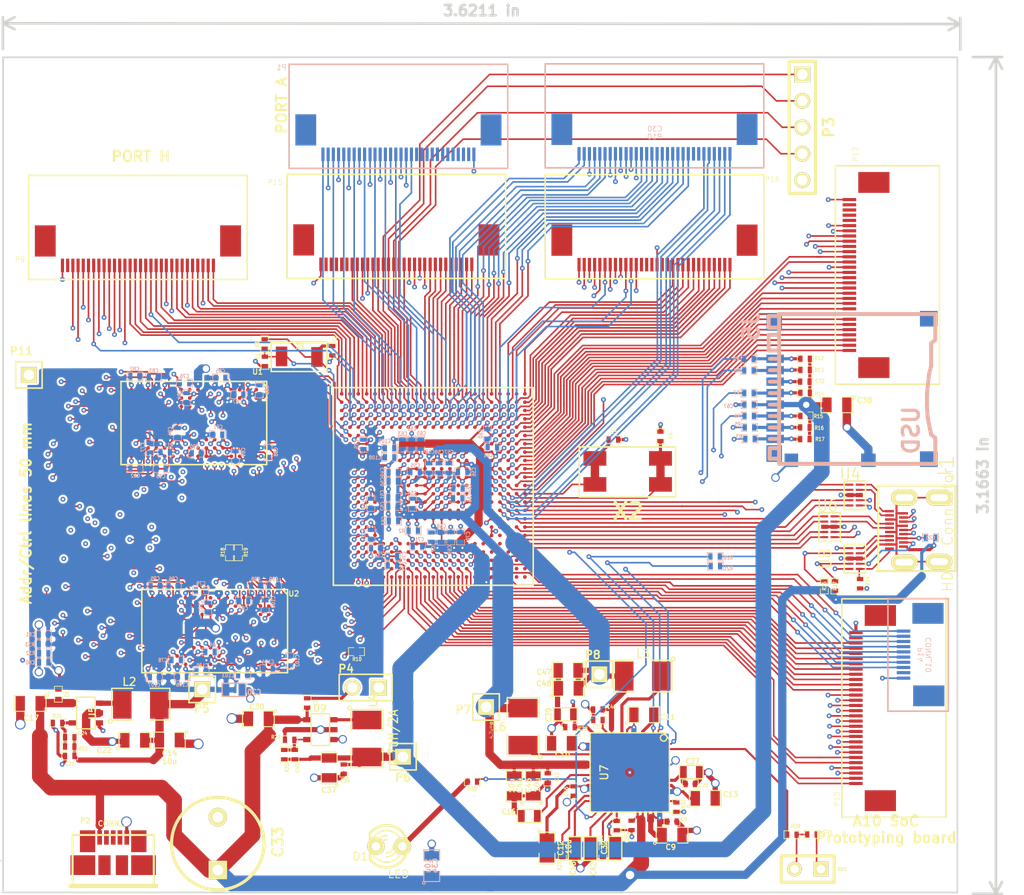
<source format=kicad_pcb>
(kicad_pcb (version 3) (host pcbnew "(2012-nov-02)-testing")
  (layers (15 TOP-L1 signal) (4 GND-L2 signal hide) (3 Sig1-L3 signal) (2 GND-L4 signal hide) (1 Sig-L5 signal) (0 BOT-L6 signal) (18 B.Paste user) (19 F.Paste user) (20 B.SilkS user) (21 F.SilkS user) (22 B.Mask user) (23 F.Mask user) (28 Edge.Cuts user))
  (net 0 "")
  (net 1 /BA0)
  (net 2 /BA1)
  (net 3 /BA2)
  (net 4 /CK)
  (net 5 /CK#)
  (net 6 /CKE)
  (net 7 /CS#)
  (net 8 /DQ0)
  (net 9 /DQ1)
  (net 10 /DQ10)
  (net 11 /DQ11)
  (net 12 /DQ12)
  (net 13 /DQ13)
  (net 14 /DQ14)
  (net 15 /DQ15)
  (net 16 /DQ16)
  (net 17 /DQ17)
  (net 18 /DQ18)
  (net 19 /DQ19)
  (net 20 /DQ2)
  (net 21 /DQ20)
  (net 22 /DQ21)
  (net 23 /DQ22)
  (net 24 /DQ23)
  (net 25 /DQ24)
  (net 26 /DQ25)
  (net 27 /DQ26)
  (net 28 /DQ27)
  (net 29 /DQ28)
  (net 30 /DQ29)
  (net 31 /DQ3)
  (net 32 /DQ30)
  (net 33 /DQ31)
  (net 34 /DQ4)
  (net 35 /DQ5)
  (net 36 /DQ6)
  (net 37 /DQ7)
  (net 38 /DQ8)
  (net 39 /DQ9)
  (net 40 /EXTEN)
  (net 41 /LCLK)
  (net 42 /LD0)
  (net 43 /LD1)
  (net 44 /LD10)
  (net 45 /LD11)
  (net 46 /LD12)
  (net 47 /LD13)
  (net 48 /LD14)
  (net 49 /LD15)
  (net 50 /LD16)
  (net 51 /LD17)
  (net 52 /LD18)
  (net 53 /LD19)
  (net 54 /LD2)
  (net 55 /LD20)
  (net 56 /LD21)
  (net 57 /LD22)
  (net 58 /LD23)
  (net 59 /LD3)
  (net 60 /LD4)
  (net 61 /LD5)
  (net 62 /LD6)
  (net 63 /LD7)
  (net 64 /LD8)
  (net 65 /LD9)
  (net 66 /LDE)
  (net 67 /LHSYN)
  (net 68 /LIN_L)
  (net 69 /LIN_R)
  (net 70 /LVSYN)
  (net 71 /MICIN1)
  (net 72 /MICIN2)
  (net 73 /NMI#)
  (net 74 /ODT)
  (net 75 /PA0)
  (net 76 /PA1)
  (net 77 /PA10)
  (net 78 /PA11)
  (net 79 /PA12)
  (net 80 /PA13)
  (net 81 /PA14)
  (net 82 /PA15)
  (net 83 /PA16)
  (net 84 /PA17)
  (net 85 /PA2)
  (net 86 /PA3)
  (net 87 /PA4)
  (net 88 /PA5)
  (net 89 /PA6)
  (net 90 /PA7)
  (net 91 /PA8)
  (net 92 /PA9)
  (net 93 /PB10)
  (net 94 /PB11)
  (net 95 /PB12)
  (net 96 /PB13)
  (net 97 /PB14/JMS)
  (net 98 /PB15/JCK)
  (net 99 /PB16/JD0)
  (net 100 /PB17/JDI)
  (net 101 /PB18)
  (net 102 /PB19)
  (net 103 /PB2)
  (net 104 /PB20)
  (net 105 /PB21)
  (net 106 /PB3)
  (net 107 /PB4)
  (net 108 /PB5)
  (net 109 /PB6)
  (net 110 /PB7)
  (net 111 /PB8)
  (net 112 /PB9)
  (net 113 /PC0)
  (net 114 /PC1)
  (net 115 /PC10)
  (net 116 /PC11)
  (net 117 /PC12)
  (net 118 /PC13)
  (net 119 /PC14)
  (net 120 /PC15)
  (net 121 /PC16)
  (net 122 /PC17)
  (net 123 /PC18)
  (net 124 /PC19)
  (net 125 /PC2)
  (net 126 /PC20)
  (net 127 /PC21)
  (net 128 /PC22)
  (net 129 /PC23)
  (net 130 /PC24)
  (net 131 /PC3)
  (net 132 /PC4)
  (net 133 /PC5)
  (net 134 /PC6)
  (net 135 /PC7)
  (net 136 /PC8)
  (net 137 /PC9)
  (net 138 /PE0)
  (net 139 /PE1)
  (net 140 /PE10)
  (net 141 /PE11)
  (net 142 /PE2)
  (net 143 /PE3)
  (net 144 /PE4)
  (net 145 /PE5)
  (net 146 /PE6)
  (net 147 /PE7)
  (net 148 /PE8)
  (net 149 /PE9)
  (net 150 /PG0)
  (net 151 /PG1)
  (net 152 /PG10)
  (net 153 /PG11)
  (net 154 /PG2)
  (net 155 /PG3)
  (net 156 /PG4)
  (net 157 /PG5)
  (net 158 /PG6)
  (net 159 /PG7)
  (net 160 /PG8)
  (net 161 /PG9)
  (net 162 /PH0)
  (net 163 /PH1)
  (net 164 /PH10)
  (net 165 /PH11)
  (net 166 /PH12)
  (net 167 /PH13)
  (net 168 /PH14)
  (net 169 /PH15)
  (net 170 /PH16)
  (net 171 /PH17)
  (net 172 /PH18)
  (net 173 /PH19)
  (net 174 /PH2)
  (net 175 /PH20)
  (net 176 /PH21)
  (net 177 /PH22)
  (net 178 /PH23)
  (net 179 /PH24)
  (net 180 /PH25)
  (net 181 /PH26)
  (net 182 /PH27)
  (net 183 /PH3)
  (net 184 /PH4)
  (net 185 /PH5)
  (net 186 /PH6)
  (net 187 /PH7)
  (net 188 /PH8)
  (net 189 /PH9)
  (net 190 /PI0)
  (net 191 /PI1)
  (net 192 /PI10)
  (net 193 /PI11)
  (net 194 /PI12)
  (net 195 /PI13)
  (net 196 /PI14)
  (net 197 /PI15)
  (net 198 /PI16)
  (net 199 /PI17)
  (net 200 /PI18)
  (net 201 /PI19)
  (net 202 /PI2)
  (net 203 /PI20)
  (net 204 /PI21)
  (net 205 /PI3)
  (net 206 /PI4)
  (net 207 /PI5)
  (net 208 /PI6)
  (net 209 /PI7)
  (net 210 /PI8)
  (net 211 /PI9)
  (net 212 /RESET#)
  (net 213 /SA0)
  (net 214 /SA1)
  (net 215 /SA10)
  (net 216 /SA11)
  (net 217 /SA12)
  (net 218 /SA13)
  (net 219 /SA14)
  (net 220 /SA2)
  (net 221 /SA3)
  (net 222 /SA4)
  (net 223 /SA5)
  (net 224 /SA6)
  (net 225 /SA7)
  (net 226 /SA8)
  (net 227 /SA9)
  (net 228 /SCAS)
  (net 229 /SCK)
  (net 230 /SCK#)
  (net 231 /SDQM0)
  (net 232 /SDQM1)
  (net 233 /SDQM2)
  (net 234 /SDQM3)
  (net 235 /SDQS0)
  (net 236 /SDQS0#)
  (net 237 /SDQS1)
  (net 238 /SDQS1#)
  (net 239 /SDQS2)
  (net 240 /SDQS2#)
  (net 241 /SDQS3)
  (net 242 /SDQS3#)
  (net 243 /SRAS)
  (net 244 /SRST)
  (net 245 /SWE)
  (net 246 /TWI0SCK)
  (net 247 /TWI0SDA)
  (net 248 /U0Rx/23)
  (net 249 /U0Tx/22)
  (net 250 /USB0M)
  (net 251 /USB0P)
  (net 252 /USB1M)
  (net 253 /USB1P)
  (net 254 /USB2M)
  (net 255 /USB2P)
  (net 256 /VGA_B)
  (net 257 /VGA_G)
  (net 258 /VGA_R)
  (net 259 /VMIC)
  (net 260 1.25V)
  (net 261 1.2V)
  (net 262 3.3V)
  (net 263 5V_IN)
  (net 264 AVCC)
  (net 265 DRAM_REF)
  (net 266 DRAM_VCC)
  (net 267 GND)
  (net 268 HCEC)
  (net 269 HHPD)
  (net 270 HSCL)
  (net 271 HSDA)
  (net 272 HTX0N)
  (net 273 HTX0P)
  (net 274 HTX1N)
  (net 275 HTX1P)
  (net 276 HTX2N)
  (net 277 HTX2P)
  (net 278 HTXCN)
  (net 279 HTXCP)
  (net 280 IPSOUT)
  (net 281 LDO1)
  (net 282 LDO3)
  (net 283 LDO4)
  (net 284 N-0000012)
  (net 285 N-00000230)
  (net 286 N-00000240)
  (net 287 N-00000242)
  (net 288 N-00000244)
  (net 289 N-00000245)
  (net 290 N-00000246)
  (net 291 N-00000248)
  (net 292 N-00000249)
  (net 293 N-00000262)
  (net 294 N-00000263)
  (net 295 N-00000264)
  (net 296 N-00000265)
  (net 297 N-00000266)
  (net 298 N-00000267)
  (net 299 N-00000268)
  (net 300 N-00000269)
  (net 301 N-00000270)
  (net 302 N-00000271)
  (net 303 N-00000272)
  (net 304 N-00000273)
  (net 305 N-00000274)
  (net 306 N-00000275)
  (net 307 N-00000283)
  (net 308 N-00000287)
  (net 309 N-00000303)
  (net 310 N-00000304)
  (net 311 N-00000305)
  (net 312 N-00000333)
  (net 313 N-00000364)
  (net 314 N-00000383)
  (net 315 N-00000384)
  (net 316 N-00000418)
  (net 317 N-00000419)
  (net 318 N-00000421)
  (net 319 N-00000422)
  (net 320 N-00000423)
  (net 321 N-00000424)
  (net 322 N-00000425)
  (net 323 N-00000426)
  (net 324 N-00000427)
  (net 325 N-00000428)
  (net 326 N-00000429)
  (net 327 N-00000430)
  (net 328 N-00000431)
  (net 329 N-00000432)
  (net 330 N-0000044)
  (net 331 N-0000045)
  (module SOT23-5 (layer TOP-L1) (at 43.625 87.875 90)
    (fp_text reference U5 (at 0 0.635 90) (layer F.SilkS) (effects (font (size 0.635 0.635) (thickness 0.127))))
    (fp_text value SY8008C hide)
    (pad 1 smd rect (at -0.9525 1.27 90) (size 0.508 0.762) (layers TOP-L1 F.Paste F.Mask) (net 264 AVCC))
    (pad 3 smd rect (at 0.9525 1.27 90) (size 0.508 0.762) (layers TOP-L1 F.Paste F.Mask) (net 310 N-00000304))
    (pad 5 smd rect (at -0.9525 -1.27 90) (size 0.508 0.762) (layers TOP-L1 F.Paste F.Mask) (net 287 N-00000242))
    (pad 2 smd rect (at 0 1.27 90) (size 0.508 0.762) (layers TOP-L1 F.Paste F.Mask) (net 267 GND))
    (pad 4 smd rect (at 0.9525 -1.27 90) (size 0.508 0.762) (layers TOP-L1 F.Paste F.Mask) (net 263 5V_IN))
  )
  (module SOT23-5 (layer TOP-L1) (at 66.15 89.475 90)
    (fp_text reference U9 (at 2.05 -0.05 180) (layer F.SilkS) (effects (font (size 0.635 0.635) (thickness 0.127))))
    (fp_text value SY8008C hide)
    (pad 1 smd rect (at -0.9525 1.27 90) (size 0.508 0.762) (layers TOP-L1 F.Paste F.Mask) (net 40 /EXTEN))
    (pad 3 smd rect (at 0.9525 1.27 90) (size 0.508 0.762) (layers TOP-L1 F.Paste F.Mask) (net 311 N-00000305))
    (pad 5 smd rect (at -0.9525 -1.27 90) (size 0.508 0.762) (layers TOP-L1 F.Paste F.Mask) (net 286 N-00000240))
    (pad 2 smd rect (at 0 1.27 90) (size 0.508 0.762) (layers TOP-L1 F.Paste F.Mask) (net 267 GND))
    (pad 4 smd rect (at 0.9525 -1.27 90) (size 0.508 0.762) (layers TOP-L1 F.Paste F.Mask) (net 263 5V_IN))
  )
  (module SM0805 (layer TOP-L1) (at 67 93.15 90)
    (fp_text reference C37 (at -2.125 -0.025 180) (layer F.SilkS) (effects (font (size 0.50038 0.50038) (thickness 0.10922))))
    (fp_text value 10u hide)
    (pad 1 smd rect (at -0.9525 0 90) (size 0.889 1.397) (layers TOP-L1 F.Paste F.Mask) (net 267 GND))
    (pad 2 smd rect (at 0.9525 0 90) (size 0.889 1.397) (layers TOP-L1 F.Paste F.Mask) (net 262 3.3V))
  )
  (module SM0805 (layer TOP-L1) (at 48.325 90.5)
    (fp_text reference C22 (at -2.95 0.95) (layer F.SilkS) (effects (font (size 0.50038 0.50038) (thickness 0.10922))))
    (fp_text value 10u hide)
    (pad 1 smd rect (at -0.9525 0) (size 0.889 1.397) (layers TOP-L1 F.Paste F.Mask) (net 267 GND))
    (pad 2 smd rect (at 0.9525 0) (size 0.889 1.397) (layers TOP-L1 F.Paste F.Mask) (net 266 DRAM_VCC))
  )
  (module SM0805 (layer BOT-L6) (at 76.85 102.55 90)
    (fp_text reference C34 (at 0 0.3175 90) (layer B.SilkS) (effects (font (size 0.50038 0.50038) (thickness 0.10922)) (justify mirror)))
    (fp_text value 10u (at 0 -0.381 90) (layer B.SilkS) (effects (font (size 0.50038 0.50038) (thickness 0.10922)) (justify mirror)))
    (pad 1 smd rect (at -0.9525 0 90) (size 0.889 1.397) (layers BOT-L6 B.Paste B.Mask) (net 263 5V_IN))
    (pad 2 smd rect (at 0.9525 0 90) (size 0.889 1.397) (layers BOT-L6 B.Paste B.Mask) (net 267 GND))
  )
  (module SM0805 (layer TOP-L1) (at 86.61 94.885 90)
    (fp_text reference C44 (at 0.05 -1.325 90) (layer F.SilkS) (effects (font (size 0.50038 0.50038) (thickness 0.10922))))
    (fp_text value 10u (at 0.025 -2.075 90) (layer F.SilkS) (effects (font (size 0.50038 0.50038) (thickness 0.10922))))
    (pad 1 smd rect (at -0.9525 0 90) (size 0.889 1.397) (layers TOP-L1 F.Paste F.Mask) (net 267 GND))
    (pad 2 smd rect (at 0.9525 0 90) (size 0.889 1.397) (layers TOP-L1 F.Paste F.Mask) (net 261 1.2V))
  )
  (module SM0805 (layer TOP-L1) (at 84.78 94.885 90)
    (fp_text reference C45 (at 0.05 1.375 90) (layer F.SilkS) (effects (font (size 0.50038 0.50038) (thickness 0.10922))))
    (fp_text value 10u (at 0.1 2.2 90) (layer F.SilkS) (effects (font (size 0.50038 0.50038) (thickness 0.10922))))
    (pad 1 smd rect (at -0.9525 0 90) (size 0.889 1.397) (layers TOP-L1 F.Paste F.Mask) (net 267 GND))
    (pad 2 smd rect (at 0.9525 0 90) (size 0.889 1.397) (layers TOP-L1 F.Paste F.Mask) (net 261 1.2V))
  )
  (module SM0805 (layer TOP-L1) (at 89.95 83.775)
    (fp_text reference C47 (at -2.3 0.175) (layer F.SilkS) (effects (font (size 0.50038 0.50038) (thickness 0.10922))))
    (fp_text value 10u hide)
    (pad 1 smd rect (at -0.9525 0) (size 0.889 1.397) (layers TOP-L1 F.Paste F.Mask) (net 267 GND))
    (pad 2 smd rect (at 0.9525 0) (size 0.889 1.397) (layers TOP-L1 F.Paste F.Mask) (net 260 1.25V))
  )
  (module SM0805 (layer TOP-L1) (at 38.275 86.95 180)
    (fp_text reference C17 (at -0.1 -1.4 180) (layer F.SilkS) (effects (font (size 0.50038 0.50038) (thickness 0.10922))))
    (fp_text value 10u hide)
    (pad 1 smd rect (at -0.9525 0 180) (size 0.889 1.397) (layers TOP-L1 F.Paste F.Mask) (net 263 5V_IN))
    (pad 2 smd rect (at 0.9525 0 180) (size 0.889 1.397) (layers TOP-L1 F.Paste F.Mask) (net 267 GND))
  )
  (module SM0805 (layer TOP-L1) (at 60.2 88.425 180)
    (fp_text reference C30 (at 0.15 1.15 180) (layer F.SilkS) (effects (font (size 0.50038 0.50038) (thickness 0.10922))))
    (fp_text value 10u hide)
    (pad 1 smd rect (at -0.9525 0 180) (size 0.889 1.397) (layers TOP-L1 F.Paste F.Mask) (net 263 5V_IN))
    (pad 2 smd rect (at 0.9525 0 180) (size 0.889 1.397) (layers TOP-L1 F.Paste F.Mask) (net 267 GND))
  )
  (module SM0805 (layer TOP-L1) (at 51.65 90.475 180)
    (fp_text reference C14 (at -0.025 -1.275 180) (layer F.SilkS) (effects (font (size 0.50038 0.50038) (thickness 0.10922))))
    (fp_text value 10u (at -0.025 -2.05 180) (layer F.SilkS) (effects (font (size 0.50038 0.50038) (thickness 0.10922))))
    (pad 1 smd rect (at -0.9525 0 180) (size 0.889 1.397) (layers TOP-L1 F.Paste F.Mask) (net 267 GND))
    (pad 2 smd rect (at 0.9525 0 180) (size 0.889 1.397) (layers TOP-L1 F.Paste F.Mask) (net 266 DRAM_VCC))
  )
  (module SM0805 (layer TOP-L1) (at 103.13 96.08)
    (fp_text reference C13 (at 2.43 -0.39) (layer F.SilkS) (effects (font (size 0.50038 0.50038) (thickness 0.10922))))
    (fp_text value 10u hide)
    (pad 1 smd rect (at -0.9525 0) (size 0.889 1.397) (layers TOP-L1 F.Paste F.Mask) (net 280 IPSOUT))
    (pad 2 smd rect (at 0.9525 0) (size 0.889 1.397) (layers TOP-L1 F.Paste F.Mask) (net 267 GND))
  )
  (module SM0805 (layer TOP-L1) (at 99.94 99.62)
    (fp_text reference C9 (at -0.13 1.15) (layer F.SilkS) (effects (font (size 0.50038 0.50038) (thickness 0.10922))))
    (fp_text value 10u hide)
    (pad 1 smd rect (at -0.9525 0) (size 0.889 1.397) (layers TOP-L1 F.Paste F.Mask) (net 280 IPSOUT))
    (pad 2 smd rect (at 0.9525 0) (size 0.889 1.397) (layers TOP-L1 F.Paste F.Mask) (net 267 GND))
  )
  (module SM0805 (layer TOP-L1) (at 87.925 100.85 270)
    (fp_text reference C12 (at 0 -1.3 270) (layer F.SilkS) (effects (font (size 0.50038 0.50038) (thickness 0.10922))))
    (fp_text value 10u (at -0.125 -2.075 270) (layer F.SilkS) (effects (font (size 0.50038 0.50038) (thickness 0.10922))))
    (pad 1 smd rect (at -0.9525 0 270) (size 0.889 1.397) (layers TOP-L1 F.Paste F.Mask) (net 280 IPSOUT))
    (pad 2 smd rect (at 0.9525 0 270) (size 0.889 1.397) (layers TOP-L1 F.Paste F.Mask) (net 267 GND))
  )
  (module SM0805 (layer TOP-L1) (at 97.225 88.05)
    (fp_text reference C11 (at 2.275 0.225) (layer F.SilkS) (effects (font (size 0.50038 0.50038) (thickness 0.10922))))
    (fp_text value 10u hide)
    (pad 1 smd rect (at -0.9525 0) (size 0.889 1.397) (layers TOP-L1 F.Paste F.Mask) (net 280 IPSOUT))
    (pad 2 smd rect (at 0.9525 0) (size 0.889 1.397) (layers TOP-L1 F.Paste F.Mask) (net 267 GND))
  )
  (module SM0805 (layer TOP-L1) (at 89.32 90.795 180)
    (fp_text reference C10 (at -0.1 -1.1 180) (layer F.SilkS) (effects (font (size 0.50038 0.50038) (thickness 0.10922))))
    (fp_text value 10u hide)
    (pad 1 smd rect (at -0.9525 0 180) (size 0.889 1.397) (layers TOP-L1 F.Paste F.Mask) (net 280 IPSOUT))
    (pad 2 smd rect (at 0.9525 0 180) (size 0.889 1.397) (layers TOP-L1 F.Paste F.Mask) (net 267 GND))
  )
  (module SM0805 (layer TOP-L1) (at 89.975 85.5)
    (fp_text reference C48 (at -2.35 -0.45) (layer F.SilkS) (effects (font (size 0.50038 0.50038) (thickness 0.10922))))
    (fp_text value 10u hide)
    (pad 1 smd rect (at -0.9525 0) (size 0.889 1.397) (layers TOP-L1 F.Paste F.Mask) (net 267 GND))
    (pad 2 smd rect (at 0.9525 0) (size 0.889 1.397) (layers TOP-L1 F.Paste F.Mask) (net 260 1.25V))
  )
  (module SM0603 (layer TOP-L1) (at 90.6 100.9 90)
    (fp_text reference C18 (at -1.9 -0.175 90) (layer F.SilkS) (effects (font (size 0.508 0.4572) (thickness 0.1143))))
    (fp_text value 1uF hide)
    (pad 1 smd rect (at -0.762 0 90) (size 0.635 1.143) (layers TOP-L1 F.Paste F.Mask) (net 267 GND))
    (pad 2 smd rect (at 0.762 0 90) (size 0.635 1.143) (layers TOP-L1 F.Paste F.Mask) (net 292 N-00000249))
  )
  (module SM0603 (layer TOP-L1) (at 89.7 88.005)
    (fp_text reference C29 (at -1.62 0.03 90) (layer F.SilkS) (effects (font (size 0.508 0.4572) (thickness 0.1143))))
    (fp_text value 4.7u hide)
    (pad 1 smd rect (at -0.762 0) (size 0.635 1.143) (layers TOP-L1 F.Paste F.Mask) (net 267 GND))
    (pad 2 smd rect (at 0.762 0) (size 0.635 1.143) (layers TOP-L1 F.Paste F.Mask) (net 264 AVCC))
  )
  (module SM0603 (layer TOP-L1) (at 86.225 97.775)
    (fp_text reference C16 (at -1.975 -0.4) (layer F.SilkS) (effects (font (size 0.508 0.4572) (thickness 0.1143))))
    (fp_text value 1uF hide)
    (pad 1 smd rect (at -0.762 0) (size 0.635 1.143) (layers TOP-L1 F.Paste F.Mask) (net 267 GND))
    (pad 2 smd rect (at 0.762 0) (size 0.635 1.143) (layers TOP-L1 F.Paste F.Mask) (net 288 N-00000244))
  )
  (module SM0603 (layer TOP-L1) (at 94.475 100.875 90)
    (fp_text reference C32 (at 0.075 -1.05 90) (layer F.SilkS) (effects (font (size 0.508 0.4572) (thickness 0.1143))))
    (fp_text value 1u hide)
    (pad 1 smd rect (at -0.762 0 90) (size 0.635 1.143) (layers TOP-L1 F.Paste F.Mask) (net 267 GND))
    (pad 2 smd rect (at 0.762 0 90) (size 0.635 1.143) (layers TOP-L1 F.Paste F.Mask) (net 281 LDO1))
  )
  (module SM0603 (layer TOP-L1) (at 92.1 100.9 90)
    (fp_text reference C42 (at -1.95 0.3 90) (layer F.SilkS) (effects (font (size 0.508 0.4572) (thickness 0.1143))))
    (fp_text value 1uF hide)
    (pad 1 smd rect (at -0.762 0 90) (size 0.635 1.143) (layers TOP-L1 F.Paste F.Mask) (net 267 GND))
    (pad 2 smd rect (at 0.762 0 90) (size 0.635 1.143) (layers TOP-L1 F.Paste F.Mask) (net 296 N-00000265))
  )
  (module SM0402 (layer BOT-L6) (at 79.35 67.225 180)
    (fp_text reference C66 (at -1.125 0.025 270) (layer B.SilkS) (effects (font (size 0.35 0.3048) (thickness 0.07112)) (justify mirror)))
    (fp_text value .22u hide)
    (pad 1 smd rect (at -0.44958 0 180) (size 0.39878 0.59944) (layers BOT-L6 B.Paste B.Mask) (net 262 3.3V))
    (pad 2 smd rect (at 0.44958 0 180) (size 0.39878 0.59944) (layers BOT-L6 B.Paste B.Mask) (net 267 GND))
  )
  (module SM0402 (layer BOT-L6) (at 107.34 58.24 180)
    (fp_text reference C67 (at 1.99 -0.135 180) (layer B.SilkS) (effects (font (size 0.35 0.3048) (thickness 0.07112)) (justify mirror)))
    (fp_text value .22u hide)
    (pad 1 smd rect (at -0.44958 0 180) (size 0.39878 0.59944) (layers BOT-L6 B.Paste B.Mask) (net 262 3.3V))
    (pad 2 smd rect (at 0.44958 0 180) (size 0.39878 0.59944) (layers BOT-L6 B.Paste B.Mask) (net 267 GND))
  )
  (module SM0402 (layer BOT-L6) (at 75.8 62.025 90)
    (fp_text reference C65 (at 1.05 0.05 180) (layer B.SilkS) (effects (font (size 0.35 0.3048) (thickness 0.07112)) (justify mirror)))
    (fp_text value .22u hide)
    (pad 1 smd rect (at -0.44958 0 90) (size 0.39878 0.59944) (layers BOT-L6 B.Paste B.Mask) (net 262 3.3V))
    (pad 2 smd rect (at 0.44958 0 90) (size 0.39878 0.59944) (layers BOT-L6 B.Paste B.Mask) (net 267 GND))
  )
  (module SM0402 (layer BOT-L6) (at 82.2 61.05 270)
    (fp_text reference C60 (at 0 0.65 270) (layer B.SilkS) (effects (font (size 0.35 0.3048) (thickness 0.07112)) (justify mirror)))
    (fp_text value .22u hide)
    (pad 1 smd rect (at -0.44958 0 270) (size 0.39878 0.59944) (layers BOT-L6 B.Paste B.Mask) (net 262 3.3V))
    (pad 2 smd rect (at 0.44958 0 270) (size 0.39878 0.59944) (layers BOT-L6 B.Paste B.Mask) (net 267 GND))
  )
  (module SM0402 (layer BOT-L6) (at 77.75 70.975 90)
    (fp_text reference C68 (at 1.05 0.025 180) (layer B.SilkS) (effects (font (size 0.35 0.3048) (thickness 0.07112)) (justify mirror)))
    (fp_text value .22u hide)
    (pad 1 smd rect (at -0.44958 0 90) (size 0.39878 0.59944) (layers BOT-L6 B.Paste B.Mask) (net 262 3.3V))
    (pad 2 smd rect (at 0.44958 0 90) (size 0.39878 0.59944) (layers BOT-L6 B.Paste B.Mask) (net 267 GND))
  )
  (module SM0402 (layer BOT-L6) (at 50.225 84.425 180)
    (fp_text reference C107 (at 0.04 -0.755 180) (layer B.SilkS) (effects (font (size 0.35 0.3048) (thickness 0.07112)) (justify mirror)))
    (fp_text value .22u hide)
    (pad 1 smd rect (at -0.44958 0 180) (size 0.39878 0.59944) (layers BOT-L6 B.Paste B.Mask) (net 266 DRAM_VCC))
    (pad 2 smd rect (at 0.44958 0 180) (size 0.39878 0.59944) (layers BOT-L6 B.Paste B.Mask) (net 267 GND))
  )
  (module SM0402 (layer BOT-L6) (at 50.85 64.4)
    (fp_text reference C93 (at -0.025 0.725) (layer B.SilkS) (effects (font (size 0.35 0.3048) (thickness 0.07112)) (justify mirror)))
    (fp_text value .22u hide)
    (pad 1 smd rect (at -0.44958 0) (size 0.39878 0.59944) (layers BOT-L6 B.Paste B.Mask) (net 266 DRAM_VCC))
    (pad 2 smd rect (at 0.44958 0) (size 0.39878 0.59944) (layers BOT-L6 B.Paste B.Mask) (net 267 GND))
  )
  (module SM0402 (layer BOT-L6) (at 52.425 60.925 90)
    (fp_text reference C94 (at 0.125 -0.7 90) (layer B.SilkS) (effects (font (size 0.35 0.3048) (thickness 0.07112)) (justify mirror)))
    (fp_text value .22u hide)
    (pad 1 smd rect (at -0.44958 0 90) (size 0.39878 0.59944) (layers BOT-L6 B.Paste B.Mask) (net 266 DRAM_VCC))
    (pad 2 smd rect (at 0.44958 0 90) (size 0.39878 0.59944) (layers BOT-L6 B.Paste B.Mask) (net 267 GND))
  )
  (module SM0402 (layer BOT-L6) (at 50.3 75.675 180)
    (fp_text reference C95 (at 0.025 0.725 180) (layer B.SilkS) (effects (font (size 0.35 0.3048) (thickness 0.07112)) (justify mirror)))
    (fp_text value .22u hide)
    (pad 1 smd rect (at -0.44958 0 180) (size 0.39878 0.59944) (layers BOT-L6 B.Paste B.Mask) (net 266 DRAM_VCC))
    (pad 2 smd rect (at 0.44958 0 180) (size 0.39878 0.59944) (layers BOT-L6 B.Paste B.Mask) (net 267 GND))
  )
  (module SM0402 (layer BOT-L6) (at 52.025 75.675 180)
    (fp_text reference C96 (at 0 0.7 180) (layer B.SilkS) (effects (font (size 0.35 0.3048) (thickness 0.07112)) (justify mirror)))
    (fp_text value .22u hide)
    (pad 1 smd rect (at -0.44958 0 180) (size 0.39878 0.59944) (layers BOT-L6 B.Paste B.Mask) (net 266 DRAM_VCC))
    (pad 2 smd rect (at 0.44958 0 180) (size 0.39878 0.59944) (layers BOT-L6 B.Paste B.Mask) (net 267 GND))
  )
  (module SM0402 (layer BOT-L6) (at 58.775 77.1)
    (fp_text reference C97 (at -0.025 0.725) (layer B.SilkS) (effects (font (size 0.35 0.3048) (thickness 0.07112)) (justify mirror)))
    (fp_text value .22u hide)
    (pad 1 smd rect (at -0.44958 0) (size 0.39878 0.59944) (layers BOT-L6 B.Paste B.Mask) (net 266 DRAM_VCC))
    (pad 2 smd rect (at 0.44958 0) (size 0.39878 0.59944) (layers BOT-L6 B.Paste B.Mask) (net 267 GND))
  )
  (module SM0402 (layer BOT-L6) (at 59.95 75.65 180)
    (fp_text reference C98 (at 0 0.65 180) (layer B.SilkS) (effects (font (size 0.35 0.3048) (thickness 0.07112)) (justify mirror)))
    (fp_text value .22u hide)
    (pad 1 smd rect (at -0.44958 0 180) (size 0.39878 0.59944) (layers BOT-L6 B.Paste B.Mask) (net 266 DRAM_VCC))
    (pad 2 smd rect (at 0.44958 0 180) (size 0.39878 0.59944) (layers BOT-L6 B.Paste B.Mask) (net 267 GND))
  )
  (module SM0402 (layer BOT-L6) (at 61.65 75.625 180)
    (fp_text reference C99 (at -0.025 0.625 180) (layer B.SilkS) (effects (font (size 0.35 0.3048) (thickness 0.07112)) (justify mirror)))
    (fp_text value .22u hide)
    (pad 1 smd rect (at -0.44958 0 180) (size 0.39878 0.59944) (layers BOT-L6 B.Paste B.Mask) (net 266 DRAM_VCC))
    (pad 2 smd rect (at 0.44958 0 180) (size 0.39878 0.59944) (layers BOT-L6 B.Paste B.Mask) (net 267 GND))
  )
  (module SM0402 (layer BOT-L6) (at 60.85 77.5 90)
    (fp_text reference C100 (at 0.3 0.775 90) (layer B.SilkS) (effects (font (size 0.35 0.3048) (thickness 0.07112)) (justify mirror)))
    (fp_text value .22u hide)
    (pad 1 smd rect (at -0.44958 0 90) (size 0.39878 0.59944) (layers BOT-L6 B.Paste B.Mask) (net 266 DRAM_VCC))
    (pad 2 smd rect (at 0.44958 0 90) (size 0.39878 0.59944) (layers BOT-L6 B.Paste B.Mask) (net 267 GND))
  )
  (module SM0402 (layer BOT-L6) (at 55.325 77.725 90)
    (fp_text reference C101 (at 0.1 -0.675 90) (layer B.SilkS) (effects (font (size 0.35 0.3048) (thickness 0.07112)) (justify mirror)))
    (fp_text value .22u hide)
    (pad 1 smd rect (at -0.44958 0 90) (size 0.39878 0.59944) (layers BOT-L6 B.Paste B.Mask) (net 266 DRAM_VCC))
    (pad 2 smd rect (at 0.44958 0 90) (size 0.39878 0.59944) (layers BOT-L6 B.Paste B.Mask) (net 267 GND))
  )
  (module SM0402 (layer BOT-L6) (at 63.2 82.85 270)
    (fp_text reference C102 (at 0 -0.75 270) (layer B.SilkS) (effects (font (size 0.35 0.3048) (thickness 0.07112)) (justify mirror)))
    (fp_text value .22u hide)
    (pad 1 smd rect (at -0.44958 0 270) (size 0.39878 0.59944) (layers BOT-L6 B.Paste B.Mask) (net 266 DRAM_VCC))
    (pad 2 smd rect (at 0.44958 0 270) (size 0.39878 0.59944) (layers BOT-L6 B.Paste B.Mask) (net 267 GND))
  )
  (module SM0402 (layer BOT-L6) (at 58.7 84.225 180)
    (fp_text reference C103 (at 1.4 -0.025 180) (layer B.SilkS) (effects (font (size 0.35 0.3048) (thickness 0.07112)) (justify mirror)))
    (fp_text value .22u hide)
    (pad 1 smd rect (at -0.44958 0 180) (size 0.39878 0.59944) (layers BOT-L6 B.Paste B.Mask) (net 266 DRAM_VCC))
    (pad 2 smd rect (at 0.44958 0 180) (size 0.39878 0.59944) (layers BOT-L6 B.Paste B.Mask) (net 267 GND))
  )
  (module SM0402 (layer BOT-L6) (at 61.125 83.6)
    (fp_text reference C104 (at -0.025 -0.65) (layer B.SilkS) (effects (font (size 0.35 0.3048) (thickness 0.07112)) (justify mirror)))
    (fp_text value .22u hide)
    (pad 1 smd rect (at -0.44958 0) (size 0.39878 0.59944) (layers BOT-L6 B.Paste B.Mask) (net 266 DRAM_VCC))
    (pad 2 smd rect (at 0.44958 0) (size 0.39878 0.59944) (layers BOT-L6 B.Paste B.Mask) (net 267 GND))
  )
  (module SM0402 (layer BOT-L6) (at 54.7 83.875 180)
    (fp_text reference C105 (at -0.1 0.575 180) (layer B.SilkS) (effects (font (size 0.35 0.3048) (thickness 0.07112)) (justify mirror)))
    (fp_text value .22u hide)
    (pad 1 smd rect (at -0.44958 0 180) (size 0.39878 0.59944) (layers BOT-L6 B.Paste B.Mask) (net 266 DRAM_VCC))
    (pad 2 smd rect (at 0.44958 0 180) (size 0.39878 0.59944) (layers BOT-L6 B.Paste B.Mask) (net 267 GND))
  )
  (module SM0402 (layer BOT-L6) (at 52.875 84.4)
    (fp_text reference C106 (at 0 0.75) (layer B.SilkS) (effects (font (size 0.35 0.3048) (thickness 0.07112)) (justify mirror)))
    (fp_text value .22u hide)
    (pad 1 smd rect (at -0.44958 0) (size 0.39878 0.59944) (layers BOT-L6 B.Paste B.Mask) (net 266 DRAM_VCC))
    (pad 2 smd rect (at 0.44958 0) (size 0.39878 0.59944) (layers BOT-L6 B.Paste B.Mask) (net 267 GND))
  )
  (module SM0402 (layer BOT-L6) (at 79.375 66.3 180)
    (fp_text reference C64 (at -1.075 0 270) (layer B.SilkS) (effects (font (size 0.35 0.3048) (thickness 0.07112)) (justify mirror)))
    (fp_text value .22u hide)
    (pad 1 smd rect (at -0.44958 0 180) (size 0.39878 0.59944) (layers BOT-L6 B.Paste B.Mask) (net 262 3.3V))
    (pad 2 smd rect (at 0.44958 0 180) (size 0.39878 0.59944) (layers BOT-L6 B.Paste B.Mask) (net 267 GND))
  )
  (module SM0402 (layer BOT-L6) (at 73.15 65.6 180)
    (fp_text reference C50 (at 1.025 -0.05 270) (layer B.SilkS) (effects (font (size 0.35 0.3048) (thickness 0.07112)) (justify mirror)))
    (fp_text value .22u hide)
    (pad 1 smd rect (at -0.44958 0 180) (size 0.39878 0.59944) (layers BOT-L6 B.Paste B.Mask) (net 261 1.2V))
    (pad 2 smd rect (at 0.44958 0 180) (size 0.39878 0.59944) (layers BOT-L6 B.Paste B.Mask) (net 267 GND))
  )
  (module SM0402 (layer BOT-L6) (at 73.1774 69.4182 180)
    (fp_text reference C53 (at 0.9524 0.0182 270) (layer B.SilkS) (effects (font (size 0.35 0.3048) (thickness 0.07112)) (justify mirror)))
    (fp_text value .22u hide)
    (pad 1 smd rect (at -0.44958 0 180) (size 0.39878 0.59944) (layers BOT-L6 B.Paste B.Mask) (net 261 1.2V))
    (pad 2 smd rect (at 0.44958 0 180) (size 0.39878 0.59944) (layers BOT-L6 B.Paste B.Mask) (net 267 GND))
  )
  (module SM0402 (layer BOT-L6) (at 73.1266 68.0212 180)
    (fp_text reference C52 (at 0.9906 0.0254 270) (layer B.SilkS) (effects (font (size 0.35 0.3048) (thickness 0.07112)) (justify mirror)))
    (fp_text value .22u hide)
    (pad 1 smd rect (at -0.44958 0 180) (size 0.39878 0.59944) (layers BOT-L6 B.Paste B.Mask) (net 261 1.2V))
    (pad 2 smd rect (at 0.44958 0 180) (size 0.39878 0.59944) (layers BOT-L6 B.Paste B.Mask) (net 267 GND))
  )
  (module SM0402 (layer BOT-L6) (at 73.1266 67.1576 180)
    (fp_text reference C51 (at 1.016 0.2794 270) (layer B.SilkS) (effects (font (size 0.35 0.3048) (thickness 0.07112)) (justify mirror)))
    (fp_text value .22u hide)
    (pad 1 smd rect (at -0.44958 0 180) (size 0.39878 0.59944) (layers BOT-L6 B.Paste B.Mask) (net 261 1.2V))
    (pad 2 smd rect (at 0.44958 0 180) (size 0.39878 0.59944) (layers BOT-L6 B.Paste B.Mask) (net 267 GND))
  )
  (module SM0402 (layer BOT-L6) (at 75 67.725 90)
    (fp_text reference C54 (at 1 -0.05 180) (layer B.SilkS) (effects (font (size 0.35 0.3048) (thickness 0.07112)) (justify mirror)))
    (fp_text value .22u hide)
    (pad 1 smd rect (at -0.44958 0 90) (size 0.39878 0.59944) (layers BOT-L6 B.Paste B.Mask) (net 261 1.2V))
    (pad 2 smd rect (at 0.44958 0 90) (size 0.39878 0.59944) (layers BOT-L6 B.Paste B.Mask) (net 267 GND))
  )
  (module SM0402 (layer BOT-L6) (at 75.25 64.7)
    (fp_text reference C55 (at 0.025 -0.625) (layer B.SilkS) (effects (font (size 0.35 0.3048) (thickness 0.07112)) (justify mirror)))
    (fp_text value .22u hide)
    (pad 1 smd rect (at -0.44958 0) (size 0.39878 0.59944) (layers BOT-L6 B.Paste B.Mask) (net 261 1.2V))
    (pad 2 smd rect (at 0.44958 0) (size 0.39878 0.59944) (layers BOT-L6 B.Paste B.Mask) (net 267 GND))
  )
  (module SM0402 (layer BOT-L6) (at 79.825 64.7 180)
    (fp_text reference C56 (at -1.075 0 270) (layer B.SilkS) (effects (font (size 0.35 0.3048) (thickness 0.07112)) (justify mirror)))
    (fp_text value .22u hide)
    (pad 1 smd rect (at -0.44958 0 180) (size 0.39878 0.59944) (layers BOT-L6 B.Paste B.Mask) (net 261 1.2V))
    (pad 2 smd rect (at 0.44958 0 180) (size 0.39878 0.59944) (layers BOT-L6 B.Paste B.Mask) (net 267 GND))
  )
  (module SM0402 (layer BOT-L6) (at 78.5 64.325 270)
    (fp_text reference C57 (at -1.525 -0.025 360) (layer B.SilkS) (effects (font (size 0.35 0.3048) (thickness 0.07112)) (justify mirror)))
    (fp_text value .22u hide)
    (pad 1 smd rect (at -0.44958 0 270) (size 0.39878 0.59944) (layers BOT-L6 B.Paste B.Mask) (net 260 1.25V))
    (pad 2 smd rect (at 0.44958 0 270) (size 0.39878 0.59944) (layers BOT-L6 B.Paste B.Mask) (net 267 GND))
  )
  (module SM0402 (layer BOT-L6) (at 76.6 64.325 270)
    (fp_text reference C58 (at -1.55 -0.075 360) (layer B.SilkS) (effects (font (size 0.35 0.3048) (thickness 0.07112)) (justify mirror)))
    (fp_text value .22u hide)
    (pad 1 smd rect (at -0.44958 0 270) (size 0.39878 0.59944) (layers BOT-L6 B.Paste B.Mask) (net 260 1.25V))
    (pad 2 smd rect (at 0.44958 0 270) (size 0.39878 0.59944) (layers BOT-L6 B.Paste B.Mask) (net 267 GND))
  )
  (module SM0402 (layer BOT-L6) (at 77.55 64.325 270)
    (fp_text reference C59 (at -1.525 -0.025 360) (layer B.SilkS) (effects (font (size 0.35 0.3048) (thickness 0.07112)) (justify mirror)))
    (fp_text value .22u hide)
    (pad 1 smd rect (at -0.44958 0 270) (size 0.39878 0.59944) (layers BOT-L6 B.Paste B.Mask) (net 260 1.25V))
    (pad 2 smd rect (at 0.44958 0 270) (size 0.39878 0.59944) (layers BOT-L6 B.Paste B.Mask) (net 267 GND))
  )
  (module SM0402 (layer BOT-L6) (at 48.35 64.375 180)
    (fp_text reference C92 (at -0.025 -0.7 180) (layer B.SilkS) (effects (font (size 0.35 0.3048) (thickness 0.07112)) (justify mirror)))
    (fp_text value .22u hide)
    (pad 1 smd rect (at -0.44958 0 180) (size 0.39878 0.59944) (layers BOT-L6 B.Paste B.Mask) (net 266 DRAM_VCC))
    (pad 2 smd rect (at 0.44958 0 180) (size 0.39878 0.59944) (layers BOT-L6 B.Paste B.Mask) (net 267 GND))
  )
  (module SM0402 (layer BOT-L6) (at 82.675 62.325 180)
    (fp_text reference C61 (at 0.4 -0.775 180) (layer B.SilkS) (effects (font (size 0.35 0.3048) (thickness 0.07112)) (justify mirror)))
    (fp_text value .22u hide)
    (pad 1 smd rect (at -0.44958 0 180) (size 0.39878 0.59944) (layers BOT-L6 B.Paste B.Mask) (net 262 3.3V))
    (pad 2 smd rect (at 0.44958 0 180) (size 0.39878 0.59944) (layers BOT-L6 B.Paste B.Mask) (net 267 GND))
  )
  (module SM0402 (layer BOT-L6) (at 74.925 62.025 90)
    (fp_text reference C62 (at 1.475 0.025 180) (layer B.SilkS) (effects (font (size 0.35 0.3048) (thickness 0.07112)) (justify mirror)))
    (fp_text value .22u hide)
    (pad 1 smd rect (at -0.44958 0 90) (size 0.39878 0.59944) (layers BOT-L6 B.Paste B.Mask) (net 262 3.3V))
    (pad 2 smd rect (at 0.44958 0 90) (size 0.39878 0.59944) (layers BOT-L6 B.Paste B.Mask) (net 267 GND))
  )
  (module SM0402 (layer BOT-L6) (at 74.025 62.025 90)
    (fp_text reference C63 (at 1 0.025 180) (layer B.SilkS) (effects (font (size 0.35 0.3048) (thickness 0.07112)) (justify mirror)))
    (fp_text value .22u hide)
    (pad 1 smd rect (at -0.44958 0 90) (size 0.39878 0.59944) (layers BOT-L6 B.Paste B.Mask) (net 262 3.3V))
    (pad 2 smd rect (at 0.44958 0 90) (size 0.39878 0.59944) (layers BOT-L6 B.Paste B.Mask) (net 267 GND))
  )
  (module SM0402 (layer BOT-L6) (at 72.8 62.425 180)
    (fp_text reference C108 (at 1.4 -0.9 180) (layer B.SilkS) (effects (font (size 0.35 0.3048) (thickness 0.07112)) (justify mirror)))
    (fp_text value 22u hide)
    (pad 1 smd rect (at -0.44958 0 180) (size 0.39878 0.59944) (layers BOT-L6 B.Paste B.Mask) (net 267 GND))
    (pad 2 smd rect (at 0.44958 0 180) (size 0.39878 0.59944) (layers BOT-L6 B.Paste B.Mask) (net 266 DRAM_VCC))
  )
  (module SM0402 (layer BOT-L6) (at 39.55 81.225)
    (fp_text reference R33 (at -1.3 0.075) (layer B.SilkS) (effects (font (size 0.35 0.3048) (thickness 0.07112)) (justify mirror)))
    (fp_text value 2k2 hide)
    (pad 1 smd rect (at -0.44958 0) (size 0.39878 0.59944) (layers BOT-L6 B.Paste B.Mask) (net 265 DRAM_REF))
    (pad 2 smd rect (at 0.44958 0) (size 0.39878 0.59944) (layers BOT-L6 B.Paste B.Mask) (net 266 DRAM_VCC))
  )
  (module SM0402 (layer BOT-L6) (at 39.575 82.125)
    (fp_text reference R32 (at -1.25 0) (layer B.SilkS) (effects (font (size 0.35 0.3048) (thickness 0.07112)) (justify mirror)))
    (fp_text value 2k2 hide)
    (pad 1 smd rect (at -0.44958 0) (size 0.39878 0.59944) (layers BOT-L6 B.Paste B.Mask) (net 265 DRAM_REF))
    (pad 2 smd rect (at 0.44958 0) (size 0.39878 0.59944) (layers BOT-L6 B.Paste B.Mask) (net 267 GND))
  )
  (module SM0402 (layer BOT-L6) (at 39.575 83)
    (fp_text reference C80 (at -1.3 0.025) (layer B.SilkS) (effects (font (size 0.35 0.3048) (thickness 0.07112)) (justify mirror)))
    (fp_text value .22u hide)
    (pad 1 smd rect (at -0.44958 0) (size 0.39878 0.59944) (layers BOT-L6 B.Paste B.Mask) (net 265 DRAM_REF))
    (pad 2 smd rect (at 0.44958 0) (size 0.39878 0.59944) (layers BOT-L6 B.Paste B.Mask) (net 267 GND))
  )
  (module SM0402 (layer BOT-L6) (at 54.65 76.1 180)
    (fp_text reference C79 (at -0.025 0.675 180) (layer B.SilkS) (effects (font (size 0.35 0.3048) (thickness 0.07112)) (justify mirror)))
    (fp_text value .22u hide)
    (pad 1 smd rect (at -0.44958 0 180) (size 0.39878 0.59944) (layers BOT-L6 B.Paste B.Mask) (net 265 DRAM_REF))
    (pad 2 smd rect (at 0.44958 0 180) (size 0.39878 0.59944) (layers BOT-L6 B.Paste B.Mask) (net 267 GND))
  )
  (module SM0402 (layer BOT-L6) (at 52.3 82.775 180)
    (fp_text reference C78 (at 1.275 -0.025 180) (layer B.SilkS) (effects (font (size 0.35 0.3048) (thickness 0.07112)) (justify mirror)))
    (fp_text value .22u hide)
    (pad 1 smd rect (at -0.44958 0 180) (size 0.39878 0.59944) (layers BOT-L6 B.Paste B.Mask) (net 265 DRAM_REF))
    (pad 2 smd rect (at 0.44958 0 180) (size 0.39878 0.59944) (layers BOT-L6 B.Paste B.Mask) (net 267 GND))
  )
  (module SM0402 (layer BOT-L6) (at 49.75 62.375 270)
    (fp_text reference C77 (at -0.05 0.65 270) (layer B.SilkS) (effects (font (size 0.35 0.3048) (thickness 0.07112)) (justify mirror)))
    (fp_text value .22u hide)
    (pad 1 smd rect (at -0.44958 0 270) (size 0.39878 0.59944) (layers BOT-L6 B.Paste B.Mask) (net 265 DRAM_REF))
    (pad 2 smd rect (at 0.44958 0 270) (size 0.39878 0.59944) (layers BOT-L6 B.Paste B.Mask) (net 267 GND))
  )
  (module SM0402 (layer BOT-L6) (at 39.55 80.325)
    (fp_text reference C81 (at -1.25 0) (layer B.SilkS) (effects (font (size 0.35 0.3048) (thickness 0.07112)) (justify mirror)))
    (fp_text value .22u hide)
    (pad 1 smd rect (at -0.44958 0) (size 0.39878 0.59944) (layers BOT-L6 B.Paste B.Mask) (net 265 DRAM_REF))
    (pad 2 smd rect (at 0.44958 0) (size 0.39878 0.59944) (layers BOT-L6 B.Paste B.Mask) (net 266 DRAM_VCC))
  )
  (module SM0402 (layer BOT-L6) (at 71.475 72.025 180)
    (fp_text reference C112 (at -0.15 -0.7 180) (layer B.SilkS) (effects (font (size 0.35 0.3048) (thickness 0.07112)) (justify mirror)))
    (fp_text value .22u hide)
    (pad 1 smd rect (at -0.44958 0 180) (size 0.39878 0.59944) (layers BOT-L6 B.Paste B.Mask) (net 266 DRAM_VCC))
    (pad 2 smd rect (at 0.44958 0 180) (size 0.39878 0.59944) (layers BOT-L6 B.Paste B.Mask) (net 267 GND))
  )
  (module SM0402 (layer BOT-L6) (at 79.625 70.95 90)
    (fp_text reference C70 (at 0.075 0.725 90) (layer B.SilkS) (effects (font (size 0.35 0.3048) (thickness 0.07112)) (justify mirror)))
    (fp_text value .22u hide)
    (pad 1 smd rect (at -0.44958 0 90) (size 0.39878 0.59944) (layers BOT-L6 B.Paste B.Mask) (net 262 3.3V))
    (pad 2 smd rect (at 0.44958 0 90) (size 0.39878 0.59944) (layers BOT-L6 B.Paste B.Mask) (net 267 GND))
  )
  (module SM0402 (layer BOT-L6) (at 75.48 71.87 180)
    (fp_text reference C71 (at -0.195 0.67 180) (layer B.SilkS) (effects (font (size 0.35 0.3048) (thickness 0.07112)) (justify mirror)))
    (fp_text value .22u hide)
    (pad 1 smd rect (at -0.44958 0 180) (size 0.39878 0.59944) (layers BOT-L6 B.Paste B.Mask) (net 262 3.3V))
    (pad 2 smd rect (at 0.44958 0 180) (size 0.39878 0.59944) (layers BOT-L6 B.Paste B.Mask) (net 267 GND))
  )
  (module SM0402 (layer BOT-L6) (at 73.075 73.7)
    (fp_text reference C73 (at 1.15 0.075 90) (layer B.SilkS) (effects (font (size 0.35 0.3048) (thickness 0.07112)) (justify mirror)))
    (fp_text value .22u hide)
    (pad 1 smd rect (at -0.44958 0) (size 0.39878 0.59944) (layers BOT-L6 B.Paste B.Mask) (net 265 DRAM_REF))
    (pad 2 smd rect (at 0.44958 0) (size 0.39878 0.59944) (layers BOT-L6 B.Paste B.Mask) (net 267 GND))
  )
  (module SM0402 (layer BOT-L6) (at 73.075 72.825)
    (fp_text reference C74 (at 1.15 -0.025 90) (layer B.SilkS) (effects (font (size 0.35 0.3048) (thickness 0.07112)) (justify mirror)))
    (fp_text value .22u hide)
    (pad 1 smd rect (at -0.44958 0) (size 0.39878 0.59944) (layers BOT-L6 B.Paste B.Mask) (net 265 DRAM_REF))
    (pad 2 smd rect (at 0.44958 0) (size 0.39878 0.59944) (layers BOT-L6 B.Paste B.Mask) (net 267 GND))
  )
  (module SM0402 (layer BOT-L6) (at 70.275 62.05 90)
    (fp_text reference C75 (at 0 -0.65 90) (layer B.SilkS) (effects (font (size 0.35 0.3048) (thickness 0.07112)) (justify mirror)))
    (fp_text value .22u hide)
    (pad 1 smd rect (at -0.44958 0 90) (size 0.39878 0.59944) (layers BOT-L6 B.Paste B.Mask) (net 265 DRAM_REF))
    (pad 2 smd rect (at 0.44958 0 90) (size 0.39878 0.59944) (layers BOT-L6 B.Paste B.Mask) (net 267 GND))
  )
  (module SM0402 (layer BOT-L6) (at 53.1 56.15 180)
    (fp_text reference C76 (at 0 0.65 180) (layer B.SilkS) (effects (font (size 0.35 0.3048) (thickness 0.07112)) (justify mirror)))
    (fp_text value .22u hide)
    (pad 1 smd rect (at -0.44958 0 180) (size 0.39878 0.59944) (layers BOT-L6 B.Paste B.Mask) (net 265 DRAM_REF))
    (pad 2 smd rect (at 0.44958 0 180) (size 0.39878 0.59944) (layers BOT-L6 B.Paste B.Mask) (net 267 GND))
  )
  (module SM0402 (layer BOT-L6) (at 72.81 63.29)
    (fp_text reference C109 (at -0.485 -1.565) (layer B.SilkS) (effects (font (size 0.35 0.3048) (thickness 0.07112)) (justify mirror)))
    (fp_text value .22u hide)
    (pad 1 smd rect (at -0.44958 0) (size 0.39878 0.59944) (layers BOT-L6 B.Paste B.Mask) (net 266 DRAM_VCC))
    (pad 2 smd rect (at 0.44958 0) (size 0.39878 0.59944) (layers BOT-L6 B.Paste B.Mask) (net 267 GND))
  )
  (module SM0402 (layer BOT-L6) (at 71 67.725 90)
    (fp_text reference C110 (at 0.034 -0.5912 90) (layer B.SilkS) (effects (font (size 0.35 0.3048) (thickness 0.07112)) (justify mirror)))
    (fp_text value .22u hide)
    (pad 1 smd rect (at -0.44958 0 90) (size 0.39878 0.59944) (layers BOT-L6 B.Paste B.Mask) (net 266 DRAM_VCC))
    (pad 2 smd rect (at 0.44958 0 90) (size 0.39878 0.59944) (layers BOT-L6 B.Paste B.Mask) (net 267 GND))
  )
  (module SM0402 (layer BOT-L6) (at 71.025 70.725 90)
    (fp_text reference C111 (at -0.025 -0.725 90) (layer B.SilkS) (effects (font (size 0.35 0.3048) (thickness 0.07112)) (justify mirror)))
    (fp_text value .22u hide)
    (pad 1 smd rect (at -0.44958 0 90) (size 0.39878 0.59944) (layers BOT-L6 B.Paste B.Mask) (net 266 DRAM_VCC))
    (pad 2 smd rect (at 0.44958 0 90) (size 0.39878 0.59944) (layers BOT-L6 B.Paste B.Mask) (net 267 GND))
  )
  (module SM0402 (layer BOT-L6) (at 78.675 70.95 90)
    (fp_text reference C69 (at -1.25 -0.1 90) (layer B.SilkS) (effects (font (size 0.35 0.3048) (thickness 0.07112)) (justify mirror)))
    (fp_text value .22u hide)
    (pad 1 smd rect (at -0.44958 0 90) (size 0.39878 0.59944) (layers BOT-L6 B.Paste B.Mask) (net 262 3.3V))
    (pad 2 smd rect (at 0.44958 0 90) (size 0.39878 0.59944) (layers BOT-L6 B.Paste B.Mask) (net 267 GND))
  )
  (module SM0402 (layer TOP-L1) (at 42.075 91.1)
    (fp_text reference R22 (at 1.28948 0.21024) (layer F.SilkS) (effects (font (size 0.35 0.3048) (thickness 0.07112))))
    (fp_text value 15k hide)
    (pad 1 smd rect (at -0.44958 0) (size 0.39878 0.59944) (layers TOP-L1 F.Paste F.Mask) (net 287 N-00000242))
    (pad 2 smd rect (at 0.44958 0) (size 0.39878 0.59944) (layers TOP-L1 F.Paste F.Mask) (net 266 DRAM_VCC))
  )
  (module SM0402 (layer TOP-L1) (at 64.88 86.91 270)
    (fp_text reference C5 (at -0.025 -0.775 270) (layer F.SilkS) (effects (font (size 0.35 0.3048) (thickness 0.07112))))
    (fp_text value 22pF hide)
    (pad 1 smd rect (at -0.44958 0 270) (size 0.39878 0.59944) (layers TOP-L1 F.Paste F.Mask) (net 267 GND))
    (pad 2 smd rect (at 0.44958 0 270) (size 0.39878 0.59944) (layers TOP-L1 F.Paste F.Mask) (net 263 5V_IN))
  )
  (module SM0402 (layer TOP-L1) (at 94.625 98.7 90)
    (fp_text reference C31 (at -0.3 0.65 90) (layer F.SilkS) (effects (font (size 0.35 0.3048) (thickness 0.07112))))
    (fp_text value .22u hide)
    (pad 1 smd rect (at -0.44958 0 90) (size 0.39878 0.59944) (layers TOP-L1 F.Paste F.Mask) (net 267 GND))
    (pad 2 smd rect (at 0.44958 0 90) (size 0.39878 0.59944) (layers TOP-L1 F.Paste F.Mask) (net 281 LDO1))
  )
  (module SM0402 (layer TOP-L1) (at 90.13 89.235)
    (fp_text reference C28 (at 1.25 0.16) (layer F.SilkS) (effects (font (size 0.35 0.3048) (thickness 0.07112))))
    (fp_text value .22u hide)
    (pad 1 smd rect (at -0.44958 0) (size 0.39878 0.59944) (layers TOP-L1 F.Paste F.Mask) (net 267 GND))
    (pad 2 smd rect (at 0.44958 0) (size 0.39878 0.59944) (layers TOP-L1 F.Paste F.Mask) (net 264 AVCC))
  )
  (module SM0402 (layer TOP-L1) (at 101.69 94.69 180)
    (fp_text reference C26 (at -1.29 -0.13 180) (layer F.SilkS) (effects (font (size 0.35 0.3048) (thickness 0.07112))))
    (fp_text value .22u hide)
    (pad 1 smd rect (at -0.44958 0 180) (size 0.39878 0.59944) (layers TOP-L1 F.Paste F.Mask) (net 267 GND))
    (pad 2 smd rect (at 0.44958 0 180) (size 0.39878 0.59944) (layers TOP-L1 F.Paste F.Mask) (net 282 LDO3))
  )
  (module SM0402 (layer TOP-L1) (at 92.82 88.545 180)
    (fp_text reference C19 (at 0.04 -0.63 180) (layer F.SilkS) (effects (font (size 0.35 0.3048) (thickness 0.07112))))
    (fp_text value .22u hide)
    (pad 1 smd rect (at -0.44958 0 180) (size 0.39878 0.59944) (layers TOP-L1 F.Paste F.Mask) (net 283 LDO4))
    (pad 2 smd rect (at 0.44958 0 180) (size 0.39878 0.59944) (layers TOP-L1 F.Paste F.Mask) (net 267 GND))
  )
  (module SM0402 (layer BOT-L6) (at 56.275 61.125)
    (fp_text reference C91 (at 0.05 -0.75) (layer B.SilkS) (effects (font (size 0.35 0.3048) (thickness 0.07112)) (justify mirror)))
    (fp_text value .22u hide)
    (pad 1 smd rect (at -0.44958 0) (size 0.39878 0.59944) (layers BOT-L6 B.Paste B.Mask) (net 266 DRAM_VCC))
    (pad 2 smd rect (at 0.44958 0) (size 0.39878 0.59944) (layers BOT-L6 B.Paste B.Mask) (net 267 GND))
  )
  (module SM0402 (layer TOP-L1) (at 92.81 87.535 180)
    (fp_text reference C46 (at -1.325 0.25 180) (layer F.SilkS) (effects (font (size 0.35 0.3048) (thickness 0.07112))))
    (fp_text value .22u hide)
    (pad 1 smd rect (at -0.44958 0 180) (size 0.39878 0.59944) (layers TOP-L1 F.Paste F.Mask) (net 260 1.25V))
    (pad 2 smd rect (at 0.44958 0 180) (size 0.39878 0.59944) (layers TOP-L1 F.Paste F.Mask) (net 267 GND))
  )
  (module SM0402 (layer TOP-L1) (at 96.05 98.675 90)
    (fp_text reference C35 (at -1.225 -0.45 90) (layer F.SilkS) (effects (font (size 0.35 0.3048) (thickness 0.07112))))
    (fp_text value .22u hide)
    (pad 1 smd rect (at -0.44958 0 90) (size 0.39878 0.59944) (layers TOP-L1 F.Paste F.Mask) (net 267 GND))
    (pad 2 smd rect (at 0.44958 0 90) (size 0.39878 0.59944) (layers TOP-L1 F.Paste F.Mask) (net 263 5V_IN))
  )
  (module SM0402 (layer TOP-L1) (at 68.4 93.275 90)
    (fp_text reference C36 (at -1.1 0.125 180) (layer F.SilkS) (effects (font (size 0.35 0.3048) (thickness 0.07112))))
    (fp_text value .22u hide)
    (pad 1 smd rect (at -0.44958 0 90) (size 0.39878 0.59944) (layers TOP-L1 F.Paste F.Mask) (net 267 GND))
    (pad 2 smd rect (at 0.44958 0 90) (size 0.39878 0.59944) (layers TOP-L1 F.Paste F.Mask) (net 262 3.3V))
  )
  (module SM0402 (layer TOP-L1) (at 42.075 92)
    (fp_text reference C21 (at 0.0209 0.76884) (layer F.SilkS) (effects (font (size 0.35 0.3048) (thickness 0.07112))))
    (fp_text value .22u hide)
    (pad 1 smd rect (at -0.44958 0) (size 0.39878 0.59944) (layers TOP-L1 F.Paste F.Mask) (net 267 GND))
    (pad 2 smd rect (at 0.44958 0) (size 0.39878 0.59944) (layers TOP-L1 F.Paste F.Mask) (net 266 DRAM_VCC))
  )
  (module SM0402 (layer TOP-L1) (at 63.7 91.875 270)
    (fp_text reference C40 (at 1.3 -0.275 270) (layer F.SilkS) (effects (font (size 0.35 0.3048) (thickness 0.07112))))
    (fp_text value 22pF hide)
    (pad 1 smd rect (at -0.44958 0 270) (size 0.39878 0.59944) (layers TOP-L1 F.Paste F.Mask) (net 286 N-00000240))
    (pad 2 smd rect (at 0.44958 0 270) (size 0.39878 0.59944) (layers TOP-L1 F.Paste F.Mask) (net 262 3.3V))
  )
  (module SM0402 (layer TOP-L1) (at 63.2 90.45)
    (fp_text reference R29 (at -1.325 -0.25) (layer F.SilkS) (effects (font (size 0.35 0.3048) (thickness 0.07112))))
    (fp_text value 3.3k hide)
    (pad 1 smd rect (at -0.44958 0) (size 0.39878 0.59944) (layers TOP-L1 F.Paste F.Mask) (net 267 GND))
    (pad 2 smd rect (at 0.44958 0) (size 0.39878 0.59944) (layers TOP-L1 F.Paste F.Mask) (net 286 N-00000240))
  )
  (module SM0402 (layer TOP-L1) (at 62.675 91.875 270)
    (fp_text reference R25 (at 1.275 -0.275 270) (layer F.SilkS) (effects (font (size 0.35 0.3048) (thickness 0.07112))))
    (fp_text value 15k hide)
    (pad 1 smd rect (at -0.44958 0 270) (size 0.39878 0.59944) (layers TOP-L1 F.Paste F.Mask) (net 286 N-00000240))
    (pad 2 smd rect (at 0.44958 0 270) (size 0.39878 0.59944) (layers TOP-L1 F.Paste F.Mask) (net 262 3.3V))
  )
  (module SM0402 (layer TOP-L1) (at 42.075 90.2)
    (fp_text reference C24 (at 1.23948 -0.38432) (layer F.SilkS) (effects (font (size 0.35 0.3048) (thickness 0.07112))))
    (fp_text value 22pF hide)
    (pad 1 smd rect (at -0.44958 0) (size 0.39878 0.59944) (layers TOP-L1 F.Paste F.Mask) (net 287 N-00000242))
    (pad 2 smd rect (at 0.44958 0) (size 0.39878 0.59944) (layers TOP-L1 F.Paste F.Mask) (net 266 DRAM_VCC))
  )
  (module SM0402 (layer TOP-L1) (at 40.9 88.825)
    (fp_text reference R24 (at -0.03048 -0.66548) (layer F.SilkS) (effects (font (size 0.35 0.3048) (thickness 0.07112))))
    (fp_text value 10k hide)
    (pad 1 smd rect (at -0.44958 0) (size 0.39878 0.59944) (layers TOP-L1 F.Paste F.Mask) (net 267 GND))
    (pad 2 smd rect (at 0.44958 0) (size 0.39878 0.59944) (layers TOP-L1 F.Paste F.Mask) (net 287 N-00000242))
  )
  (module SM0402 (layer TOP-L1) (at 90.5 95.375 270)
    (fp_text reference C15 (at 0.025 0.725 270) (layer F.SilkS) (effects (font (size 0.35 0.3048) (thickness 0.07112))))
    (fp_text value .22u hide)
    (pad 1 smd rect (at -0.44958 0 270) (size 0.39878 0.59944) (layers TOP-L1 F.Paste F.Mask) (net 280 IPSOUT))
    (pad 2 smd rect (at 0.44958 0 270) (size 0.39878 0.59944) (layers TOP-L1 F.Paste F.Mask) (net 267 GND))
  )
  (module SM0402 (layer TOP-L1) (at 89.4 101.275 90)
    (fp_text reference R23 (at -1.275 -0.275 90) (layer F.SilkS) (effects (font (size 0.35 0.3048) (thickness 0.07112))))
    (fp_text value 200k hide)
    (pad 1 smd rect (at -0.44958 0 90) (size 0.39878 0.59944) (layers TOP-L1 F.Paste F.Mask) (net 267 GND))
    (pad 2 smd rect (at 0.44958 0 90) (size 0.39878 0.59944) (layers TOP-L1 F.Paste F.Mask) (net 289 N-00000245))
  )
  (module SM0402 (layer BOT-L6) (at 51.25 62.8 180)
    (fp_text reference R11 (at -0.325 0.675 180) (layer B.SilkS) (effects (font (size 0.35 0.3048) (thickness 0.07112)) (justify mirror)))
    (fp_text value 240 hide)
    (pad 1 smd rect (at -0.44958 0 180) (size 0.39878 0.59944) (layers BOT-L6 B.Paste B.Mask) (net 308 N-00000287))
    (pad 2 smd rect (at 0.44958 0 180) (size 0.39878 0.59944) (layers BOT-L6 B.Paste B.Mask) (net 267 GND))
  )
  (module SM0402 (layer TOP-L1) (at 93.3 101.275 270)
    (fp_text reference R31 (at -1.225 0.2 270) (layer F.SilkS) (effects (font (size 0.35 0.3048) (thickness 0.07112))))
    (fp_text value 2k2 hide)
    (pad 1 smd rect (at -0.44958 0 270) (size 0.39878 0.59944) (layers TOP-L1 F.Paste F.Mask) (net 309 N-00000303))
    (pad 2 smd rect (at 0.44958 0 270) (size 0.39878 0.59944) (layers TOP-L1 F.Paste F.Mask) (net 267 GND))
  )
  (module SM0402 (layer TOP-L1) (at 113.375 99.55 180)
    (fp_text reference C41 (at -1.525 0.225 180) (layer F.SilkS) (effects (font (size 0.35 0.3048) (thickness 0.07112))))
    (fp_text value .22u hide)
    (pad 1 smd rect (at -0.44958 0 180) (size 0.39878 0.59944) (layers TOP-L1 F.Paste F.Mask) (net 267 GND))
    (pad 2 smd rect (at 0.44958 0 180) (size 0.39878 0.59944) (layers TOP-L1 F.Paste F.Mask) (net 297 N-00000266))
  )
  (module SM0402 (layer TOP-L1) (at 111.45 99.575 180)
    (fp_text reference R28 (at -0.35 0.825 180) (layer F.SilkS) (effects (font (size 0.35 0.3048) (thickness 0.07112))))
    (fp_text value 33 hide)
    (pad 1 smd rect (at -0.44958 0 180) (size 0.39878 0.59944) (layers TOP-L1 F.Paste F.Mask) (net 297 N-00000266))
    (pad 2 smd rect (at 0.44958 0 180) (size 0.39878 0.59944) (layers TOP-L1 F.Paste F.Mask) (net 290 N-00000246))
  )
  (module SM0402 (layer BOT-L6) (at 104.1 73.75 180)
    (fp_text reference R21 (at -1.25 -0.225 180) (layer B.SilkS) (effects (font (size 0.35 0.3048) (thickness 0.07112)) (justify mirror)))
    (fp_text value 2k2 hide)
    (pad 1 smd rect (at -0.44958 0 180) (size 0.39878 0.59944) (layers BOT-L6 B.Paste B.Mask) (net 262 3.3V))
    (pad 2 smd rect (at 0.44958 0 180) (size 0.39878 0.59944) (layers BOT-L6 B.Paste B.Mask) (net 247 /TWI0SDA))
  )
  (module SM0402 (layer BOT-L6) (at 104.075 72.825 180)
    (fp_text reference R20 (at -1.275 -0.125 180) (layer B.SilkS) (effects (font (size 0.35 0.3048) (thickness 0.07112)) (justify mirror)))
    (fp_text value 2k2 hide)
    (pad 1 smd rect (at -0.44958 0 180) (size 0.39878 0.59944) (layers BOT-L6 B.Paste B.Mask) (net 262 3.3V))
    (pad 2 smd rect (at 0.44958 0 180) (size 0.39878 0.59944) (layers BOT-L6 B.Paste B.Mask) (net 246 /TWI0SCK))
  )
  (module SM0402 (layer TOP-L1) (at 100.35 96.925 270)
    (fp_text reference R30 (at -0.3 -0.7 270) (layer F.SilkS) (effects (font (size 0.35 0.3048) (thickness 0.07112))))
    (fp_text value 240 hide)
    (pad 1 smd rect (at -0.44958 0 270) (size 0.39878 0.59944) (layers TOP-L1 F.Paste F.Mask) (net 295 N-00000264))
    (pad 2 smd rect (at 0.44958 0 270) (size 0.39878 0.59944) (layers TOP-L1 F.Paste F.Mask) (net 267 GND))
  )
  (module SM0402 (layer BOT-L6) (at 75.075 70.35 180)
    (fp_text reference R2 (at 1.1 -0.025 180) (layer B.SilkS) (effects (font (size 0.35 0.3048) (thickness 0.07112)) (justify mirror)))
    (fp_text value 5k1 hide)
    (pad 1 smd rect (at -0.44958 0 180) (size 0.39878 0.59944) (layers BOT-L6 B.Paste B.Mask) (net 313 N-00000364))
    (pad 2 smd rect (at 0.44958 0 180) (size 0.39878 0.59944) (layers BOT-L6 B.Paste B.Mask) (net 267 GND))
  )
  (module SM0402 (layer TOP-L1) (at 94.3 61.59)
    (fp_text reference C3 (at 0.03 -0.73) (layer F.SilkS) (effects (font (size 0.35 0.3048) (thickness 0.07112))))
    (fp_text value 18pF hide)
    (pad 1 smd rect (at -0.44958 0) (size 0.39878 0.59944) (layers TOP-L1 F.Paste F.Mask) (net 315 N-00000384))
    (pad 2 smd rect (at 0.44958 0) (size 0.39878 0.59944) (layers TOP-L1 F.Paste F.Mask) (net 267 GND))
  )
  (module SM0402 (layer TOP-L1) (at 98.82 61.28 90)
    (fp_text reference C4 (at 0.04 0.97 90) (layer F.SilkS) (effects (font (size 0.35 0.3048) (thickness 0.07112))))
    (fp_text value 18pF hide)
    (pad 1 smd rect (at -0.44958 0 90) (size 0.39878 0.59944) (layers TOP-L1 F.Paste F.Mask) (net 314 N-00000383))
    (pad 2 smd rect (at 0.44958 0 90) (size 0.39878 0.59944) (layers TOP-L1 F.Paste F.Mask) (net 267 GND))
  )
  (module SM0402 (layer TOP-L1) (at 69.625 81.975 180)
    (fp_text reference R10 (at -0.05 -0.725 180) (layer F.SilkS) (effects (font (size 0.35 0.3048) (thickness 0.07112))))
    (fp_text value 240 hide)
    (pad 1 smd rect (at -0.44958 0 180) (size 0.39878 0.59944) (layers TOP-L1 F.Paste F.Mask) (net 312 N-00000333))
    (pad 2 smd rect (at 0.44958 0 180) (size 0.39878 0.59944) (layers TOP-L1 F.Paste F.Mask) (net 267 GND))
  )
  (module SM0402 (layer BOT-L6) (at 55.55 82 180)
    (fp_text reference R4 (at -0.25 0.675 180) (layer B.SilkS) (effects (font (size 0.35 0.3048) (thickness 0.07112)) (justify mirror)))
    (fp_text value 240 hide)
    (pad 1 smd rect (at -0.44958 0 180) (size 0.39878 0.59944) (layers BOT-L6 B.Paste B.Mask) (net 267 GND))
    (pad 2 smd rect (at 0.44958 0 180) (size 0.39878 0.59944) (layers BOT-L6 B.Paste B.Mask) (net 291 N-00000248))
  )
  (module SM0402 (layer BOT-L6) (at 48.35 55.475 180)
    (fp_text reference C82 (at 0.05 0.675 180) (layer B.SilkS) (effects (font (size 0.35 0.3048) (thickness 0.07112)) (justify mirror)))
    (fp_text value .22u hide)
    (pad 1 smd rect (at -0.44958 0 180) (size 0.39878 0.59944) (layers BOT-L6 B.Paste B.Mask) (net 266 DRAM_VCC))
    (pad 2 smd rect (at 0.44958 0 180) (size 0.39878 0.59944) (layers BOT-L6 B.Paste B.Mask) (net 267 GND))
  )
  (module SM0402 (layer TOP-L1) (at 40.98 86.07 270)
    (fp_text reference C6 (at 0.025 -0.825 270) (layer F.SilkS) (effects (font (size 0.35 0.3048) (thickness 0.07112))))
    (fp_text value 22pF hide)
    (pad 1 smd rect (at -0.44958 0 270) (size 0.39878 0.59944) (layers TOP-L1 F.Paste F.Mask) (net 267 GND))
    (pad 2 smd rect (at 0.44958 0 270) (size 0.39878 0.59944) (layers TOP-L1 F.Paste F.Mask) (net 263 5V_IN))
  )
  (module SM0402 (layer BOT-L6) (at 73.15 64.75 180)
    (fp_text reference C49 (at 1.025 0.025 270) (layer B.SilkS) (effects (font (size 0.35 0.3048) (thickness 0.07112)) (justify mirror)))
    (fp_text value .22u hide)
    (pad 1 smd rect (at -0.44958 0 180) (size 0.39878 0.59944) (layers BOT-L6 B.Paste B.Mask) (net 261 1.2V))
    (pad 2 smd rect (at 0.44958 0 180) (size 0.39878 0.59944) (layers BOT-L6 B.Paste B.Mask) (net 267 GND))
  )
  (module SM0402 (layer BOT-L6) (at 76.81 70.97 270)
    (fp_text reference C7 (at 1.15 -0.2 270) (layer B.SilkS) (effects (font (size 0.35 0.3048) (thickness 0.07112)) (justify mirror)))
    (fp_text value .22u hide)
    (pad 1 smd rect (at -0.44958 0 270) (size 0.39878 0.59944) (layers BOT-L6 B.Paste B.Mask) (net 267 GND))
    (pad 2 smd rect (at 0.44958 0 270) (size 0.39878 0.59944) (layers BOT-L6 B.Paste B.Mask) (net 262 3.3V))
  )
  (module SM0402 (layer BOT-L6) (at 50.125 55.575 180)
    (fp_text reference C83 (at -0.025 0.6 180) (layer B.SilkS) (effects (font (size 0.35 0.3048) (thickness 0.07112)) (justify mirror)))
    (fp_text value .22u hide)
    (pad 1 smd rect (at -0.44958 0 180) (size 0.39878 0.59944) (layers BOT-L6 B.Paste B.Mask) (net 266 DRAM_VCC))
    (pad 2 smd rect (at 0.44958 0 180) (size 0.39878 0.59944) (layers BOT-L6 B.Paste B.Mask) (net 267 GND))
  )
  (module SM0402 (layer BOT-L6) (at 53.3 57.575 90)
    (fp_text reference C84 (at 0.325 -0.7 90) (layer B.SilkS) (effects (font (size 0.35 0.3048) (thickness 0.07112)) (justify mirror)))
    (fp_text value .22u hide)
    (pad 1 smd rect (at -0.44958 0 90) (size 0.39878 0.59944) (layers BOT-L6 B.Paste B.Mask) (net 266 DRAM_VCC))
    (pad 2 smd rect (at 0.44958 0 90) (size 0.39878 0.59944) (layers BOT-L6 B.Paste B.Mask) (net 267 GND))
  )
  (module SM0402 (layer BOT-L6) (at 56.575 55.675)
    (fp_text reference C85 (at -0.025 -0.675) (layer B.SilkS) (effects (font (size 0.35 0.3048) (thickness 0.07112)) (justify mirror)))
    (fp_text value .22u hide)
    (pad 1 smd rect (at -0.44958 0) (size 0.39878 0.59944) (layers BOT-L6 B.Paste B.Mask) (net 266 DRAM_VCC))
    (pad 2 smd rect (at 0.44958 0) (size 0.39878 0.59944) (layers BOT-L6 B.Paste B.Mask) (net 267 GND))
  )
  (module SM0402 (layer BOT-L6) (at 60.3 56.825 90)
    (fp_text reference C86 (at 0 0.725 90) (layer B.SilkS) (effects (font (size 0.35 0.3048) (thickness 0.07112)) (justify mirror)))
    (fp_text value .22u hide)
    (pad 1 smd rect (at -0.44958 0 90) (size 0.39878 0.59944) (layers BOT-L6 B.Paste B.Mask) (net 266 DRAM_VCC))
    (pad 2 smd rect (at 0.44958 0 90) (size 0.39878 0.59944) (layers BOT-L6 B.Paste B.Mask) (net 267 GND))
  )
  (module SM0402 (layer BOT-L6) (at 58.3 57.275)
    (fp_text reference C87 (at -0.125 0.7) (layer B.SilkS) (effects (font (size 0.35 0.3048) (thickness 0.07112)) (justify mirror)))
    (fp_text value .22u hide)
    (pad 1 smd rect (at -0.44958 0) (size 0.39878 0.59944) (layers BOT-L6 B.Paste B.Mask) (net 266 DRAM_VCC))
    (pad 2 smd rect (at 0.44958 0) (size 0.39878 0.59944) (layers BOT-L6 B.Paste B.Mask) (net 267 GND))
  )
  (module SM0402 (layer BOT-L6) (at 61.125 62.8 270)
    (fp_text reference C88 (at -0.025 -0.75 270) (layer B.SilkS) (effects (font (size 0.35 0.3048) (thickness 0.07112)) (justify mirror)))
    (fp_text value .22u hide)
    (pad 1 smd rect (at -0.44958 0 270) (size 0.39878 0.59944) (layers BOT-L6 B.Paste B.Mask) (net 266 DRAM_VCC))
    (pad 2 smd rect (at 0.44958 0 270) (size 0.39878 0.59944) (layers BOT-L6 B.Paste B.Mask) (net 267 GND))
  )
  (module SM0402 (layer BOT-L6) (at 58 63.175 90)
    (fp_text reference C89 (at 0.375 0.75 90) (layer B.SilkS) (effects (font (size 0.35 0.3048) (thickness 0.07112)) (justify mirror)))
    (fp_text value .22u hide)
    (pad 1 smd rect (at -0.44958 0 90) (size 0.39878 0.59944) (layers BOT-L6 B.Paste B.Mask) (net 266 DRAM_VCC))
    (pad 2 smd rect (at 0.44958 0 90) (size 0.39878 0.59944) (layers BOT-L6 B.Paste B.Mask) (net 267 GND))
  )
  (module SM0402 (layer BOT-L6) (at 54.25 62.9 180)
    (fp_text reference C90 (at 0.2 0.65 180) (layer B.SilkS) (effects (font (size 0.35 0.3048) (thickness 0.07112)) (justify mirror)))
    (fp_text value .22u hide)
    (pad 1 smd rect (at -0.44958 0 180) (size 0.39878 0.59944) (layers BOT-L6 B.Paste B.Mask) (net 266 DRAM_VCC))
    (pad 2 smd rect (at 0.44958 0 180) (size 0.39878 0.59944) (layers BOT-L6 B.Paste B.Mask) (net 267 GND))
  )
  (module SM0402 (layer TOP-L1) (at 88 94.125 270)
    (fp_text reference C43 (at -0.085 -0.87 270) (layer F.SilkS) (effects (font (size 0.35 0.3048) (thickness 0.07112))))
    (fp_text value .22u hide)
    (pad 1 smd rect (at -0.44958 0 270) (size 0.39878 0.59944) (layers TOP-L1 F.Paste F.Mask) (net 261 1.2V))
    (pad 2 smd rect (at 0.44958 0 270) (size 0.39878 0.59944) (layers TOP-L1 F.Paste F.Mask) (net 267 GND))
  )
  (module SM0402 (layer TOP-L1) (at 67.3 53.05 270)
    (fp_text reference C2 (at -1.15 -0.25 270) (layer F.SilkS) (effects (font (size 0.35 0.3048) (thickness 0.07112))))
    (fp_text value 18pF hide)
    (pad 1 smd rect (at -0.44958 0 270) (size 0.39878 0.59944) (layers TOP-L1 F.Paste F.Mask) (net 307 N-00000283))
    (pad 2 smd rect (at 0.44958 0 270) (size 0.39878 0.59944) (layers TOP-L1 F.Paste F.Mask) (net 267 GND))
  )
  (module SM0402 (layer TOP-L1) (at 60.8 52.4 90)
    (fp_text reference R1 (at 0 -0.72 90) (layer F.SilkS) (effects (font (size 0.35 0.3048) (thickness 0.07112))))
    (fp_text value 10M hide)
    (pad 1 smd rect (at -0.44958 0 90) (size 0.39878 0.59944) (layers TOP-L1 F.Paste F.Mask) (net 317 N-00000419))
    (pad 2 smd rect (at 0.44958 0 90) (size 0.39878 0.59944) (layers TOP-L1 F.Paste F.Mask) (net 307 N-00000283))
  )
  (module SM0402 (layer TOP-L1) (at 57.425 72.475 90)
    (fp_text reference R18 (at 0.05 -0.65 90) (layer F.SilkS) (effects (font (size 0.35 0.3048) (thickness 0.07112))))
    (fp_text value 22 hide)
    (pad 1 smd rect (at -0.44958 0 90) (size 0.39878 0.59944) (layers TOP-L1 F.Paste F.Mask) (net 4 /CK))
    (pad 2 smd rect (at 0.44958 0 90) (size 0.39878 0.59944) (layers TOP-L1 F.Paste F.Mask) (net 229 /SCK))
  )
  (module SM0402 (layer TOP-L1) (at 58.275 72.475 90)
    (fp_text reference R19 (at 0.05 0.725 90) (layer F.SilkS) (effects (font (size 0.35 0.3048) (thickness 0.07112))))
    (fp_text value 22 hide)
    (pad 1 smd rect (at -0.44958 0 90) (size 0.39878 0.59944) (layers TOP-L1 F.Paste F.Mask) (net 5 /CK#))
    (pad 2 smd rect (at 0.44958 0 90) (size 0.39878 0.59944) (layers TOP-L1 F.Paste F.Mask) (net 230 /SCK#))
  )
  (module QFN48+1 (layer TOP-L1) (at 95.8745 93.5902 270)
    (fp_text reference U7 (at 0.01016 2.45364 270) (layer F.SilkS) (effects (font (size 0.762 0.762) (thickness 0.127))))
    (fp_text value AXP209 hide)
    (pad 1 smd rect (at -3.39852 -2.74828 270) (size 0.59944 0.24892) (layers TOP-L1 F.Paste F.Mask) (net 247 /TWI0SDA))
    (pad 2 smd rect (at -3.39852 -2.2479 270) (size 0.59944 0.24892) (layers TOP-L1 F.Paste F.Mask) (net 246 /TWI0SCK))
    (pad 3 smd rect (at -3.39852 -1.74752 270) (size 0.59944 0.24892) (layers TOP-L1 F.Paste F.Mask))
    (pad 4 smd rect (at -3.39852 -1.24714 270) (size 0.59944 0.24892) (layers TOP-L1 F.Paste F.Mask) (net 267 GND))
    (pad 5 smd rect (at -3.39852 -0.7493 270) (size 0.59944 0.24892) (layers TOP-L1 F.Paste F.Mask))
    (pad 6 smd rect (at -3.39852 -0.24892 270) (size 0.59944 0.24892) (layers TOP-L1 F.Paste F.Mask))
    (pad 7 smd rect (at -3.39852 0.25146 270) (size 0.59944 0.24892) (layers TOP-L1 F.Paste F.Mask) (net 280 IPSOUT))
    (pad 8 smd rect (at -3.39852 0.75184 270) (size 0.59944 0.24892) (layers TOP-L1 F.Paste F.Mask) (net 330 N-0000044))
    (pad 9 smd rect (at -3.39852 1.25222 270) (size 0.59944 0.24892) (layers TOP-L1 F.Paste F.Mask) (net 267 GND))
    (pad 10 smd rect (at -3.39852 1.7526 270) (size 0.59944 0.24892) (layers TOP-L1 F.Paste F.Mask) (net 260 1.25V))
    (pad 11 smd rect (at -3.39852 2.25298 270) (size 0.59944 0.24892) (layers TOP-L1 F.Paste F.Mask) (net 283 LDO4))
    (pad 12 smd rect (at -3.39852 2.75082 270) (size 0.59944 0.24892) (layers TOP-L1 F.Paste F.Mask) (net 264 AVCC))
    (pad 33 smd rect (at 3.39852 -1.25222 270) (size 0.59944 0.24892) (layers TOP-L1 F.Paste F.Mask) (net 263 5V_IN))
    (pad 34 smd rect (at 3.39852 -1.75006 270) (size 0.59944 0.24892) (layers TOP-L1 F.Paste F.Mask) (net 280 IPSOUT))
    (pad 35 smd rect (at 3.39852 -2.25044 270) (size 0.59944 0.24892) (layers TOP-L1 F.Paste F.Mask) (net 280 IPSOUT))
    (pad 36 smd rect (at 3.39852 -2.75082 270) (size 0.59944 0.24892) (layers TOP-L1 F.Paste F.Mask))
    (pad 17 smd rect (at -0.7493 3.40106 270) (size 0.24892 0.59944) (layers TOP-L1 F.Paste F.Mask) (net 261 1.2V))
    (pad 18 smd rect (at -0.25146 3.40106 270) (size 0.24892 0.59944) (layers TOP-L1 F.Paste F.Mask))
    (pad 19 smd rect (at 0.24892 3.40106 270) (size 0.24892 0.59944) (layers TOP-L1 F.Paste F.Mask) (net 288 N-00000244))
    (pad 20 smd rect (at 0.7493 3.40106 270) (size 0.24892 0.59944) (layers TOP-L1 F.Paste F.Mask) (net 40 /EXTEN))
    (pad 21 smd rect (at 1.24968 3.40106 270) (size 0.24892 0.59944) (layers TOP-L1 F.Paste F.Mask) (net 280 IPSOUT))
    (pad 22 smd rect (at 1.75006 3.40106 270) (size 0.24892 0.59944) (layers TOP-L1 F.Paste F.Mask) (net 267 GND))
    (pad 23 smd rect (at 2.25044 3.40106 270) (size 0.24892 0.59944) (layers TOP-L1 F.Paste F.Mask) (net 289 N-00000245))
    (pad 24 smd rect (at 2.75082 3.40106 270) (size 0.24892 0.59944) (layers TOP-L1 F.Paste F.Mask) (net 292 N-00000249))
    (pad 49 smd rect (at 0 0 270) (size 5.10032 5.10032) (layers TOP-L1 F.Paste F.Mask) (net 267 GND))
    (pad 13 smd rect (at -2.74828 3.40106 270) (size 0.24892 0.59944) (layers TOP-L1 F.Paste F.Mask) (net 280 IPSOUT))
    (pad 14 smd rect (at -2.2479 3.40106 270) (size 0.24892 0.59944) (layers TOP-L1 F.Paste F.Mask) (net 280 IPSOUT))
    (pad 15 smd rect (at -1.74752 3.40106 270) (size 0.24892 0.59944) (layers TOP-L1 F.Paste F.Mask) (net 331 N-0000045))
    (pad 16 smd rect (at -1.24968 3.40106 270) (size 0.24892 0.59944) (layers TOP-L1 F.Paste F.Mask) (net 267 GND))
    (pad 25 smd rect (at 3.39852 2.74828 270) (size 0.59944 0.24892) (layers TOP-L1 F.Paste F.Mask) (net 212 /RESET#))
    (pad 26 smd rect (at 3.40106 2.2479 270) (size 0.59944 0.24892) (layers TOP-L1 F.Paste F.Mask) (net 296 N-00000265))
    (pad 27 smd rect (at 3.40106 1.75006 270) (size 0.59944 0.24892) (layers TOP-L1 F.Paste F.Mask) (net 309 N-00000303))
    (pad 28 smd rect (at 3.40106 1.24968 270) (size 0.59944 0.24892) (layers TOP-L1 F.Paste F.Mask) (net 281 LDO1))
    (pad 29 smd rect (at 3.40106 0.7493 270) (size 0.59944 0.24892) (layers TOP-L1 F.Paste F.Mask))
    (pad 30 smd rect (at 3.40106 0.24892 270) (size 0.59944 0.24892) (layers TOP-L1 F.Paste F.Mask))
    (pad 31 smd rect (at 3.40106 -0.25146 270) (size 0.59944 0.24892) (layers TOP-L1 F.Paste F.Mask) (net 267 GND))
    (pad 32 smd rect (at 3.40106 -0.75184 270) (size 0.59944 0.24892) (layers TOP-L1 F.Paste F.Mask) (net 263 5V_IN))
    (pad 37 smd rect (at 2.75082 -3.39852 270) (size 0.24892 0.59944) (layers TOP-L1 F.Paste F.Mask) (net 295 N-00000264))
    (pad 38 smd rect (at 2.25044 -3.39852 270) (size 0.24892 0.59944) (layers TOP-L1 F.Paste F.Mask))
    (pad 39 smd rect (at 1.75006 -3.39852 270) (size 0.24892 0.59944) (layers TOP-L1 F.Paste F.Mask))
    (pad 40 smd rect (at 1.25222 -3.39852 270) (size 0.24892 0.59944) (layers TOP-L1 F.Paste F.Mask) (net 280 IPSOUT))
    (pad 41 smd rect (at 0.75184 -3.39852 270) (size 0.24892 0.59944) (layers TOP-L1 F.Paste F.Mask) (net 282 LDO3))
    (pad 42 smd rect (at 0.25146 -3.39852 270) (size 0.24892 0.59944) (layers TOP-L1 F.Paste F.Mask))
    (pad 43 smd rect (at -0.24892 -3.39852 270) (size 0.24892 0.59944) (layers TOP-L1 F.Paste F.Mask))
    (pad 44 smd rect (at -0.7493 -3.39852 270) (size 0.24892 0.59944) (layers TOP-L1 F.Paste F.Mask) (net 280 IPSOUT))
    (pad 45 smd rect (at -1.24968 -3.39852 270) (size 0.24892 0.59944) (layers TOP-L1 F.Paste F.Mask))
    (pad 46 smd rect (at -1.75006 -3.39852 270) (size 0.24892 0.59944) (layers TOP-L1 F.Paste F.Mask) (net 267 GND))
    (pad 47 smd rect (at -2.2479 -3.39852 270) (size 0.24892 0.59944) (layers TOP-L1 F.Paste F.Mask) (net 290 N-00000246))
    (pad 48 smd rect (at -2.74828 -3.39852 270) (size 0.24892 0.59944) (layers TOP-L1 F.Paste F.Mask) (net 73 /NMI#))
  )
  (module PIN_ARRAY_2X1 (layer TOP-L1) (at 70.5 85.425 180)
    (fp_text reference P4 (at 1.875 1.8 180) (layer F.SilkS) (effects (font (size 0.762 0.762) (thickness 0.1524))))
    (fp_text value UBOOT hide)
    (pad 1 thru_hole rect (at -1.27 0 180) (size 1.524 1.524) (drill 1.016) (layers *.Cu *.Mask F.SilkS) (net 285 N-00000230))
    (pad 2 thru_hole circle (at 1.27 0 180) (size 1.524 1.524) (drill 1.016) (layers *.Cu *.Mask F.SilkS) (net 267 GND))
  )
  (module SM1210L (layer TOP-L1) (at 70.625 90.325 270)
    (fp_text reference L4 (at -3.65 -0.6 270) (layer F.SilkS) (effects (font (size 0.762 0.762) (thickness 0.127))))
    (fp_text value 4.7uH/2A (at -0.05 -2.525 270) (layer F.SilkS) (effects (font (size 0.889 0.762) (thickness 0.127))))
    (pad 1 smd rect (at -1.778 0 270) (size 1.778 2.794) (layers TOP-L1 F.Paste F.Mask) (net 311 N-00000305))
    (pad 2 smd rect (at 1.778 0 270) (size 1.778 2.794) (layers TOP-L1 F.Paste F.Mask) (net 262 3.3V))
  )
  (module SM1210L (layer TOP-L1) (at 97.125 84.325 180)
    (fp_text reference L3 (at -0.025 2.15 180) (layer F.SilkS) (effects (font (size 0.762 0.762) (thickness 0.127))))
    (fp_text value 4.7uH@1.5A hide)
    (pad 1 smd rect (at -1.778 0 180) (size 1.778 2.794) (layers TOP-L1 F.Paste F.Mask) (net 330 N-0000044))
    (pad 2 smd rect (at 1.778 0 180) (size 1.778 2.794) (layers TOP-L1 F.Paste F.Mask) (net 260 1.25V))
  )
  (module SM1210L (layer TOP-L1) (at 85.62 89.185 90)
    (fp_text reference L6 (at -0.03 -2.28 180) (layer F.SilkS) (effects (font (size 0.762 0.762) (thickness 0.127))))
    (fp_text value 4.7uH@1.5A (at 0.15 -3.06 90) (layer F.SilkS) (effects (font (size 0.3 0.3) (thickness 0.000001))))
    (pad 1 smd rect (at -1.778 0 90) (size 1.778 2.794) (layers TOP-L1 F.Paste F.Mask) (net 331 N-0000045))
    (pad 2 smd rect (at 1.778 0 90) (size 1.778 2.794) (layers TOP-L1 F.Paste F.Mask) (net 261 1.2V))
  )
  (module SM1210L (layer TOP-L1) (at 48.9 87.025)
    (fp_text reference L2 (at -1.1 -2.15) (layer F.SilkS) (effects (font (size 0.762 0.762) (thickness 0.127))))
    (fp_text value 4.7uH/3A hide)
    (pad 1 smd rect (at -1.778 0) (size 1.778 2.794) (layers TOP-L1 F.Paste F.Mask) (net 310 N-00000304))
    (pad 2 smd rect (at 1.778 0) (size 1.778 2.794) (layers TOP-L1 F.Paste F.Mask) (net 266 DRAM_VCC))
  )
  (module SM0402 (layer TOP-L1) (at 99.93 98.31)
    (fp_text reference C8 (at 1.14894 -0.22732) (layer F.SilkS) (effects (font (size 0.35 0.3048) (thickness 0.07112))))
    (fp_text value .22u hide)
    (pad 1 smd rect (at -0.44958 0) (size 0.39878 0.59944) (layers TOP-L1 F.Paste F.Mask) (net 280 IPSOUT))
    (pad 2 smd rect (at 0.44958 0) (size 0.39878 0.59944) (layers TOP-L1 F.Paste F.Mask) (net 267 GND))
  )
  (module C2V8 (layer TOP-L1) (at 56.3 100.425 90)
    (fp_text reference C33 (at 0.15 5.775 90) (layer F.SilkS) (effects (font (size 1.016 1.016) (thickness 0.2032))))
    (fp_text value 220u hide)
    (pad 1 thru_hole rect (at -2.54 0 90) (size 1.778 1.778) (drill 1.016) (layers *.Cu *.Mask F.SilkS) (net 263 5V_IN))
    (pad 2 thru_hole circle (at 2.54 0 90) (size 1.778 1.778) (drill 1.016) (layers *.Cu *.Mask F.SilkS) (net 267 GND))
  )
  (module SM0603 (layer TOP-L1) (at 101.79 93.55 180)
    (fp_text reference C27 (at -0.125 1.025 180) (layer F.SilkS) (effects (font (size 0.508 0.4572) (thickness 0.1143))))
    (fp_text value 4.7u hide)
    (pad 1 smd rect (at -0.762 0 180) (size 0.635 1.143) (layers TOP-L1 F.Paste F.Mask) (net 267 GND))
    (pad 2 smd rect (at 0.762 0 180) (size 0.635 1.143) (layers TOP-L1 F.Paste F.Mask) (net 282 LDO3))
  )
  (module SM0603 (layer BOT-L6) (at 57.85 85.65 180)
    (fp_text reference C20 (at -1.95 -0.225 180) (layer B.SilkS) (effects (font (size 0.508 0.4572) (thickness 0.1143)) (justify mirror)))
    (fp_text value 4.7u hide)
    (pad 1 smd rect (at -0.762 0 180) (size 0.635 1.143) (layers BOT-L6 B.Paste B.Mask) (net 267 GND))
    (pad 2 smd rect (at 0.762 0 180) (size 0.635 1.143) (layers BOT-L6 B.Paste B.Mask) (net 266 DRAM_VCC))
  )
  (module TFBGA441-new (layer TOP-L1) (at 77 66)
    (fp_text reference U3 (at 0 0) (layer F.SilkS) (effects (font (size 0.0004 0.0004) (thickness 0.00012))))
    (fp_text value A10-SOC (at 0 0) (layer F.SilkS) (effects (font (size 0.0004 0.0004) (thickness 0.00012))))
    (pad A1 smd circle (at -8.8 -8.8) (size 0.35 0.35) (layers TOP-L1 F.Paste F.Mask) (net 169 /PH15))
    (pad A2 smd circle (at -8 -8.8) (size 0.35 0.35) (layers TOP-L1 F.Paste F.Mask) (net 167 /PH13))
    (pad A3 smd circle (at -7.2 -8.8) (size 0.35 0.35) (layers TOP-L1 F.Paste F.Mask) (net 164 /PH10))
    (pad A4 smd circle (at -6.4 -8.8) (size 0.35 0.35) (layers TOP-L1 F.Paste F.Mask) (net 186 /PH6))
    (pad A5 smd circle (at -5.6 -8.8) (size 0.35 0.35) (layers TOP-L1 F.Paste F.Mask) (net 183 /PH3))
    (pad A6 smd circle (at -4.8 -8.8) (size 0.35 0.35) (layers TOP-L1 F.Paste F.Mask) (net 162 /PH0))
    (pad A7 smd circle (at -4 -8.8) (size 0.35 0.35) (layers TOP-L1 F.Paste F.Mask) (net 249 /U0Tx/22))
    (pad A8 smd circle (at -3.2 -8.8) (size 0.35 0.35) (layers TOP-L1 F.Paste F.Mask) (net 101 /PB18))
    (pad A9 smd circle (at -2.4 -8.8) (size 0.35 0.35) (layers TOP-L1 F.Paste F.Mask) (net 99 /PB16/JD0))
    (pad A10 smd circle (at -1.6 -8.8) (size 0.35 0.35) (layers TOP-L1 F.Paste F.Mask) (net 97 /PB14/JMS))
    (pad A11 smd circle (at -0.8 -8.8) (size 0.35 0.35) (layers TOP-L1 F.Paste F.Mask) (net 111 /PB8))
    (pad A12 smd circle (at 0 -8.8) (size 0.35 0.35) (layers TOP-L1 F.Paste F.Mask) (net 109 /PB6))
    (pad A13 smd circle (at 0.8 -8.8) (size 0.35 0.35) (layers TOP-L1 F.Paste F.Mask) (net 107 /PB4))
    (pad A14 smd circle (at 1.6 -8.8) (size 0.35 0.35) (layers TOP-L1 F.Paste F.Mask) (net 103 /PB2))
    (pad A15 smd circle (at 2.4 -8.8) (size 0.35 0.35) (layers TOP-L1 F.Paste F.Mask) (net 246 /TWI0SCK))
    (pad A16 smd circle (at 3.2 -8.8) (size 0.35 0.35) (layers TOP-L1 F.Paste F.Mask) (net 210 /PI8))
    (pad A17 smd circle (at 4 -8.8) (size 0.35 0.35) (layers TOP-L1 F.Paste F.Mask) (net 208 /PI6))
    (pad A18 smd circle (at 4.8 -8.8) (size 0.35 0.35) (layers TOP-L1 F.Paste F.Mask) (net 206 /PI4))
    (pad A19 smd circle (at 5.6 -8.8) (size 0.35 0.35) (layers TOP-L1 F.Paste F.Mask) (net 202 /PI2))
    (pad A20 smd circle (at 6.4 -8.8) (size 0.35 0.35) (layers TOP-L1 F.Paste F.Mask) (net 190 /PI0))
    (pad A21 smd circle (at 7.2 -8.8) (size 0.35 0.35) (layers TOP-L1 F.Paste F.Mask) (net 141 /PE11))
    (pad A22 smd circle (at 8 -8.8) (size 0.35 0.35) (layers TOP-L1 F.Paste F.Mask) (net 149 /PE9))
    (pad A23 smd circle (at 8.8 -8.8) (size 0.35 0.35) (layers TOP-L1 F.Paste F.Mask) (net 148 /PE8))
    (pad B1 smd circle (at -8.8 -8) (size 0.35 0.35) (layers TOP-L1 F.Paste F.Mask) (net 170 /PH16))
    (pad B2 smd circle (at -8 -8) (size 0.35 0.35) (layers TOP-L1 F.Paste F.Mask) (net 168 /PH14))
    (pad B3 smd circle (at -7.2 -8) (size 0.35 0.35) (layers TOP-L1 F.Paste F.Mask) (net 165 /PH11))
    (pad B4 smd circle (at -6.4 -8) (size 0.35 0.35) (layers TOP-L1 F.Paste F.Mask) (net 187 /PH7))
    (pad B5 smd circle (at -5.6 -8) (size 0.35 0.35) (layers TOP-L1 F.Paste F.Mask) (net 184 /PH4))
    (pad B6 smd circle (at -4.8 -8) (size 0.35 0.35) (layers TOP-L1 F.Paste F.Mask) (net 163 /PH1))
    (pad B7 smd circle (at -4 -8) (size 0.35 0.35) (layers TOP-L1 F.Paste F.Mask) (net 248 /U0Rx/23))
    (pad B8 smd circle (at -3.2 -8) (size 0.35 0.35) (layers TOP-L1 F.Paste F.Mask) (net 102 /PB19))
    (pad B9 smd circle (at -2.4 -8) (size 0.35 0.35) (layers TOP-L1 F.Paste F.Mask) (net 100 /PB17/JDI))
    (pad B10 smd circle (at -1.6 -8) (size 0.35 0.35) (layers TOP-L1 F.Paste F.Mask) (net 98 /PB15/JCK))
    (pad B11 smd circle (at -0.8 -8) (size 0.35 0.35) (layers TOP-L1 F.Paste F.Mask) (net 96 /PB13))
    (pad B12 smd circle (at 0 -8) (size 0.35 0.35) (layers TOP-L1 F.Paste F.Mask) (net 110 /PB7))
    (pad B13 smd circle (at 0.8 -8) (size 0.35 0.35) (layers TOP-L1 F.Paste F.Mask) (net 108 /PB5))
    (pad B14 smd circle (at 1.6 -8) (size 0.35 0.35) (layers TOP-L1 F.Paste F.Mask) (net 106 /PB3))
    (pad B15 smd circle (at 2.4 -8) (size 0.35 0.35) (layers TOP-L1 F.Paste F.Mask) (net 247 /TWI0SDA))
    (pad B16 smd circle (at 3.2 -8) (size 0.35 0.35) (layers TOP-L1 F.Paste F.Mask) (net 211 /PI9))
    (pad B17 smd circle (at 4 -8) (size 0.35 0.35) (layers TOP-L1 F.Paste F.Mask) (net 209 /PI7))
    (pad B18 smd circle (at 4.8 -8) (size 0.35 0.35) (layers TOP-L1 F.Paste F.Mask) (net 207 /PI5))
    (pad B19 smd circle (at 5.6 -8) (size 0.35 0.35) (layers TOP-L1 F.Paste F.Mask) (net 205 /PI3))
    (pad B20 smd circle (at 6.4 -8) (size 0.35 0.35) (layers TOP-L1 F.Paste F.Mask) (net 191 /PI1))
    (pad B21 smd circle (at 7.2 -8) (size 0.35 0.35) (layers TOP-L1 F.Paste F.Mask) (net 140 /PE10))
    (pad B22 smd circle (at 8 -8) (size 0.35 0.35) (layers TOP-L1 F.Paste F.Mask) (net 147 /PE7))
    (pad B23 smd circle (at 8.8 -8) (size 0.35 0.35) (layers TOP-L1 F.Paste F.Mask) (net 146 /PE6))
    (pad C1 smd circle (at -8.8 -7.2) (size 0.35 0.35) (layers TOP-L1 F.Paste F.Mask) (net 171 /PH17))
    (pad C2 smd circle (at -8 -7.2) (size 0.35 0.35) (layers TOP-L1 F.Paste F.Mask) (net 172 /PH18))
    (pad C3 smd circle (at -7.2 -7.2) (size 0.35 0.35) (layers TOP-L1 F.Paste F.Mask) (net 166 /PH12))
    (pad C4 smd circle (at -6.4 -7.2) (size 0.35 0.35) (layers TOP-L1 F.Paste F.Mask) (net 188 /PH8))
    (pad C5 smd circle (at -5.6 -7.2) (size 0.35 0.35) (layers TOP-L1 F.Paste F.Mask) (net 185 /PH5))
    (pad C6 smd circle (at -4.8 -7.2) (size 0.35 0.35) (layers TOP-L1 F.Paste F.Mask) (net 174 /PH2))
    (pad C7 smd circle (at -4 -7.2) (size 0.35 0.35) (layers TOP-L1 F.Paste F.Mask) (net 105 /PB21))
    (pad C8 smd circle (at -3.2 -7.2) (size 0.35 0.35) (layers TOP-L1 F.Paste F.Mask) (net 104 /PB20))
    (pad C9 smd circle (at -2.4 -7.2) (size 0.35 0.35) (layers TOP-L1 F.Paste F.Mask) (net 95 /PB12))
    (pad C10 smd circle (at -1.6 -7.2) (size 0.35 0.35) (layers TOP-L1 F.Paste F.Mask) (net 94 /PB11))
    (pad C11 smd circle (at -0.8 -7.2) (size 0.35 0.35) (layers TOP-L1 F.Paste F.Mask) (net 93 /PB10))
    (pad C12 smd circle (at 0 -7.2) (size 0.35 0.35) (layers TOP-L1 F.Paste F.Mask) (net 112 /PB9))
    (pad C13 smd circle (at 0.8 -7.2) (size 0.35 0.35) (layers TOP-L1 F.Paste F.Mask) (net 84 /PA17))
    (pad C14 smd circle (at 1.6 -7.2) (size 0.35 0.35) (layers TOP-L1 F.Paste F.Mask) (net 212 /RESET#))
    (pad C15 smd circle (at 2.4 -7.2) (size 0.35 0.35) (layers TOP-L1 F.Paste F.Mask) (net 196 /PI14))
    (pad C16 smd circle (at 3.2 -7.2) (size 0.35 0.35) (layers TOP-L1 F.Paste F.Mask) (net 194 /PI12))
    (pad C17 smd circle (at 4 -7.2) (size 0.35 0.35) (layers TOP-L1 F.Paste F.Mask) (net 192 /PI10))
    (pad C18 smd circle (at 4.8 -7.2) (size 0.35 0.35) (layers TOP-L1 F.Paste F.Mask) (net 153 /PG11))
    (pad C19 smd circle (at 5.6 -7.2) (size 0.35 0.35) (layers TOP-L1 F.Paste F.Mask) (net 161 /PG9))
    (pad C20 smd circle (at 6.4 -7.2) (size 0.35 0.35) (layers TOP-L1 F.Paste F.Mask) (net 159 /PG7))
    (pad C21 smd circle (at 7.2 -7.2) (size 0.35 0.35) (layers TOP-L1 F.Paste F.Mask) (net 157 /PG5))
    (pad C22 smd circle (at 8 -7.2) (size 0.35 0.35) (layers TOP-L1 F.Paste F.Mask) (net 145 /PE5))
    (pad C23 smd circle (at 8.8 -7.2) (size 0.35 0.35) (layers TOP-L1 F.Paste F.Mask) (net 144 /PE4))
    (pad D1 smd circle (at -8.8 -6.4) (size 0.35 0.35) (layers TOP-L1 F.Paste F.Mask) (net 173 /PH19))
    (pad D2 smd circle (at -8 -6.4) (size 0.35 0.35) (layers TOP-L1 F.Paste F.Mask) (net 175 /PH20))
    (pad D3 smd circle (at -7.2 -6.4) (size 0.35 0.35) (layers TOP-L1 F.Paste F.Mask) (net 176 /PH21))
    (pad D4 smd circle (at -6.4 -6.4) (size 0.35 0.35) (layers TOP-L1 F.Paste F.Mask) (net 189 /PH9))
    (pad D5 smd circle (at -5.6 -6.4) (size 0.35 0.35) (layers TOP-L1 F.Paste F.Mask) (net 75 /PA0))
    (pad D6 smd circle (at -4.8 -6.4) (size 0.35 0.35) (layers TOP-L1 F.Paste F.Mask) (net 85 /PA2))
    (pad D7 smd circle (at -4 -6.4) (size 0.35 0.35) (layers TOP-L1 F.Paste F.Mask) (net 87 /PA4))
    (pad D8 smd circle (at -3.2 -6.4) (size 0.35 0.35) (layers TOP-L1 F.Paste F.Mask) (net 89 /PA6))
    (pad D9 smd circle (at -2.4 -6.4) (size 0.35 0.35) (layers TOP-L1 F.Paste F.Mask) (net 91 /PA8))
    (pad D10 smd circle (at -1.6 -6.4) (size 0.35 0.35) (layers TOP-L1 F.Paste F.Mask) (net 77 /PA10))
    (pad D11 smd circle (at -0.8 -6.4) (size 0.35 0.35) (layers TOP-L1 F.Paste F.Mask) (net 79 /PA12))
    (pad D12 smd circle (at 0 -6.4) (size 0.35 0.35) (layers TOP-L1 F.Paste F.Mask) (net 81 /PA14))
    (pad D13 smd circle (at 0.8 -6.4) (size 0.35 0.35) (layers TOP-L1 F.Paste F.Mask) (net 83 /PA16))
    (pad D14 smd circle (at 1.6 -6.4) (size 0.35 0.35) (layers TOP-L1 F.Paste F.Mask) (net 201 /PI19))
    (pad D15 smd circle (at 2.4 -6.4) (size 0.35 0.35) (layers TOP-L1 F.Paste F.Mask) (net 197 /PI15))
    (pad D16 smd circle (at 3.2 -6.4) (size 0.35 0.35) (layers TOP-L1 F.Paste F.Mask) (net 195 /PI13))
    (pad D17 smd circle (at 4 -6.4) (size 0.35 0.35) (layers TOP-L1 F.Paste F.Mask) (net 193 /PI11))
    (pad D18 smd circle (at 4.8 -6.4) (size 0.35 0.35) (layers TOP-L1 F.Paste F.Mask) (net 152 /PG10))
    (pad D19 smd circle (at 5.6 -6.4) (size 0.35 0.35) (layers TOP-L1 F.Paste F.Mask) (net 160 /PG8))
    (pad D20 smd circle (at 6.4 -6.4) (size 0.35 0.35) (layers TOP-L1 F.Paste F.Mask) (net 156 /PG4))
    (pad D21 smd circle (at 7.2 -6.4) (size 0.35 0.35) (layers TOP-L1 F.Paste F.Mask) (net 155 /PG3))
    (pad D22 smd circle (at 8 -6.4) (size 0.35 0.35) (layers TOP-L1 F.Paste F.Mask) (net 143 /PE3))
    (pad D23 smd circle (at 8.8 -6.4) (size 0.35 0.35) (layers TOP-L1 F.Paste F.Mask) (net 142 /PE2))
    (pad E1 smd circle (at -8.8 -5.6) (size 0.35 0.35) (layers TOP-L1 F.Paste F.Mask) (net 177 /PH22))
    (pad E2 smd circle (at -8 -5.6) (size 0.35 0.35) (layers TOP-L1 F.Paste F.Mask) (net 178 /PH23))
    (pad E3 smd circle (at -7.2 -5.6) (size 0.35 0.35) (layers TOP-L1 F.Paste F.Mask) (net 179 /PH24))
    (pad E4 smd circle (at -6.4 -5.6) (size 0.35 0.35) (layers TOP-L1 F.Paste F.Mask) (net 180 /PH25))
    (pad E5 smd circle (at -5.6 -5.6) (size 0.35 0.35) (layers TOP-L1 F.Paste F.Mask) (net 76 /PA1))
    (pad E6 smd circle (at -4.8 -5.6) (size 0.35 0.35) (layers TOP-L1 F.Paste F.Mask) (net 86 /PA3))
    (pad E7 smd circle (at -4 -5.6) (size 0.35 0.35) (layers TOP-L1 F.Paste F.Mask) (net 88 /PA5))
    (pad E8 smd circle (at -3.2 -5.6) (size 0.35 0.35) (layers TOP-L1 F.Paste F.Mask) (net 90 /PA7))
    (pad E9 smd circle (at -2.4 -5.6) (size 0.35 0.35) (layers TOP-L1 F.Paste F.Mask) (net 92 /PA9))
    (pad E10 smd circle (at -1.6 -5.6) (size 0.35 0.35) (layers TOP-L1 F.Paste F.Mask) (net 78 /PA11))
    (pad E11 smd circle (at -0.8 -5.6) (size 0.35 0.35) (layers TOP-L1 F.Paste F.Mask) (net 80 /PA13))
    (pad E12 smd circle (at 0 -5.6) (size 0.35 0.35) (layers TOP-L1 F.Paste F.Mask) (net 82 /PA15))
    (pad E13 smd circle (at 0.8 -5.6) (size 0.35 0.35) (layers TOP-L1 F.Paste F.Mask) (net 204 /PI21))
    (pad E14 smd circle (at 1.6 -5.6) (size 0.35 0.35) (layers TOP-L1 F.Paste F.Mask) (net 203 /PI20))
    (pad E15 smd circle (at 2.4 -5.6) (size 0.35 0.35) (layers TOP-L1 F.Paste F.Mask) (net 200 /PI18))
    (pad E16 smd circle (at 3.2 -5.6) (size 0.35 0.35) (layers TOP-L1 F.Paste F.Mask) (net 199 /PI17))
    (pad E17 smd circle (at 4 -5.6) (size 0.35 0.35) (layers TOP-L1 F.Paste F.Mask) (net 198 /PI16))
    (pad E18 smd circle (at 4.8 -5.6) (size 0.35 0.35) (layers TOP-L1 F.Paste F.Mask) (net 262 3.3V))
    (pad E19 smd circle (at 5.6 -5.6) (size 0.35 0.35) (layers TOP-L1 F.Paste F.Mask) (net 158 /PG6))
    (pad E20 smd circle (at 6.4 -5.6) (size 0.35 0.35) (layers TOP-L1 F.Paste F.Mask) (net 154 /PG2))
    (pad E21 smd circle (at 7.2 -5.6) (size 0.35 0.35) (layers TOP-L1 F.Paste F.Mask) (net 151 /PG1))
    (pad E22 smd circle (at 8 -5.6) (size 0.35 0.35) (layers TOP-L1 F.Paste F.Mask) (net 139 /PE1))
    (pad E23 smd circle (at 8.8 -5.6) (size 0.35 0.35) (layers TOP-L1 F.Paste F.Mask) (net 138 /PE0))
    (pad F1 smd circle (at -8.8 -4.8) (size 0.35 0.35) (layers TOP-L1 F.Paste F.Mask) (net 317 N-00000419))
    (pad F2 smd circle (at -8 -4.8) (size 0.35 0.35) (layers TOP-L1 F.Paste F.Mask) (net 307 N-00000283))
    (pad F3 smd circle (at -7.2 -4.8) (size 0.35 0.35) (layers TOP-L1 F.Paste F.Mask) (net 181 /PH26))
    (pad F4 smd circle (at -6.4 -4.8) (size 0.35 0.35) (layers TOP-L1 F.Paste F.Mask) (net 182 /PH27))
    (pad F5 smd circle (at -5.6 -4.8) (size 0.35 0.35) (layers TOP-L1 F.Paste F.Mask) (net 73 /NMI#))
    (pad F19 smd circle (at 5.6 -4.8) (size 0.35 0.35) (layers TOP-L1 F.Paste F.Mask) (net 262 3.3V))
    (pad F20 smd circle (at 6.4 -4.8) (size 0.35 0.35) (layers TOP-L1 F.Paste F.Mask) (net 150 /PG0))
    (pad F21 smd circle (at 7.2 -4.8) (size 0.35 0.35) (layers TOP-L1 F.Paste F.Mask) (net 130 /PC24))
    (pad F22 smd circle (at 8 -4.8) (size 0.35 0.35) (layers TOP-L1 F.Paste F.Mask) (net 123 /PC18))
    (pad F23 smd circle (at 8.8 -4.8) (size 0.35 0.35) (layers TOP-L1 F.Paste F.Mask) (net 122 /PC17))
    (pad G1 smd circle (at -8.8 -4) (size 0.35 0.35) (layers TOP-L1 F.Paste F.Mask) (net 234 /SDQM3))
    (pad G2 smd circle (at -8 -4) (size 0.35 0.35) (layers TOP-L1 F.Paste F.Mask) (net 32 /DQ30))
    (pad G3 smd circle (at -7.2 -4) (size 0.35 0.35) (layers TOP-L1 F.Paste F.Mask) (net 267 GND))
    (pad G4 smd circle (at -6.4 -4) (size 0.35 0.35) (layers TOP-L1 F.Paste F.Mask) (net 267 GND))
    (pad G5 smd circle (at -5.6 -4) (size 0.35 0.35) (layers TOP-L1 F.Paste F.Mask) (net 266 DRAM_VCC))
    (pad G19 smd circle (at 5.6 -4) (size 0.35 0.35) (layers TOP-L1 F.Paste F.Mask) (net 129 /PC23))
    (pad G20 smd circle (at 6.4 -4) (size 0.35 0.35) (layers TOP-L1 F.Paste F.Mask) (net 120 /PC15))
    (pad G21 smd circle (at 7.2 -4) (size 0.35 0.35) (layers TOP-L1 F.Paste F.Mask) (net 119 /PC14))
    (pad G22 smd circle (at 8 -4) (size 0.35 0.35) (layers TOP-L1 F.Paste F.Mask) (net 116 /PC11))
    (pad G23 smd circle (at 8.8 -4) (size 0.35 0.35) (layers TOP-L1 F.Paste F.Mask) (net 115 /PC10))
    (pad H1 smd circle (at -8.8 -3.2) (size 0.35 0.35) (layers TOP-L1 F.Paste F.Mask) (net 26 /DQ25))
    (pad H2 smd circle (at -8 -3.2) (size 0.35 0.35) (layers TOP-L1 F.Paste F.Mask) (net 28 /DQ27))
    (pad H3 smd circle (at -7.2 -3.2) (size 0.35 0.35) (layers TOP-L1 F.Paste F.Mask) (net 265 DRAM_REF))
    (pad H4 smd circle (at -6.4 -3.2) (size 0.35 0.35) (layers TOP-L1 F.Paste F.Mask) (net 265 DRAM_REF))
    (pad H5 smd circle (at -5.6 -3.2) (size 0.35 0.35) (layers TOP-L1 F.Paste F.Mask) (net 266 DRAM_VCC))
    (pad H8 smd circle (at -3.2 -3.2) (size 0.35 0.35) (layers TOP-L1 F.Paste F.Mask) (net 262 3.3V))
    (pad H9 smd circle (at -2.4 -3.2) (size 0.35 0.35) (layers TOP-L1 F.Paste F.Mask) (net 262 3.3V))
    (pad H10 smd circle (at -1.6 -3.2) (size 0.35 0.35) (layers TOP-L1 F.Paste F.Mask) (net 262 3.3V))
    (pad H11 smd circle (at -0.8 -3.2) (size 0.35 0.35) (layers TOP-L1 F.Paste F.Mask) (net 260 1.25V))
    (pad H12 smd circle (at 0 -3.2) (size 0.35 0.35) (layers TOP-L1 F.Paste F.Mask) (net 260 1.25V))
    (pad H13 smd circle (at 0.8 -3.2) (size 0.35 0.35) (layers TOP-L1 F.Paste F.Mask) (net 260 1.25V))
    (pad H14 smd circle (at 1.6 -3.2) (size 0.35 0.35) (layers TOP-L1 F.Paste F.Mask) (net 260 1.25V))
    (pad H15 smd circle (at 2.4 -3.2) (size 0.35 0.35) (layers TOP-L1 F.Paste F.Mask) (net 262 3.3V))
    (pad H16 smd circle (at 3.2 -3.2) (size 0.35 0.35) (layers TOP-L1 F.Paste F.Mask) (net 267 GND))
    (pad H19 smd circle (at 5.6 -3.2) (size 0.35 0.35) (layers TOP-L1 F.Paste F.Mask) (net 262 3.3V))
    (pad H20 smd circle (at 6.4 -3.2) (size 0.35 0.35) (layers TOP-L1 F.Paste F.Mask) (net 118 /PC13))
    (pad H21 smd circle (at 7.2 -3.2) (size 0.35 0.35) (layers TOP-L1 F.Paste F.Mask) (net 117 /PC12))
    (pad H22 smd circle (at 8 -3.2) (size 0.35 0.35) (layers TOP-L1 F.Paste F.Mask) (net 137 /PC9))
    (pad H23 smd circle (at 8.8 -3.2) (size 0.35 0.35) (layers TOP-L1 F.Paste F.Mask) (net 136 /PC8))
    (pad J1 smd circle (at -8.8 -2.4) (size 0.35 0.35) (layers TOP-L1 F.Paste F.Mask) (net 29 /DQ28))
    (pad J2 smd circle (at -8 -2.4) (size 0.35 0.35) (layers TOP-L1 F.Paste F.Mask) (net 242 /SDQS3#))
    (pad J3 smd circle (at -7.2 -2.4) (size 0.35 0.35) (layers TOP-L1 F.Paste F.Mask))
    (pad J4 smd circle (at -6.4 -2.4) (size 0.35 0.35) (layers TOP-L1 F.Paste F.Mask))
    (pad J5 smd circle (at -5.6 -2.4) (size 0.35 0.35) (layers TOP-L1 F.Paste F.Mask) (net 267 GND))
    (pad J8 smd circle (at -3.2 -2.4) (size 0.35 0.35) (layers TOP-L1 F.Paste F.Mask) (net 262 3.3V))
    (pad J9 smd circle (at -2.4 -2.4) (size 0.35 0.35) (layers TOP-L1 F.Paste F.Mask) (net 262 3.3V))
    (pad J10 smd circle (at -1.6 -2.4) (size 0.35 0.35) (layers TOP-L1 F.Paste F.Mask) (net 262 3.3V))
    (pad J11 smd circle (at -0.8 -2.4) (size 0.35 0.35) (layers TOP-L1 F.Paste F.Mask) (net 267 GND))
    (pad J12 smd circle (at 0 -2.4) (size 0.35 0.35) (layers TOP-L1 F.Paste F.Mask) (net 260 1.25V))
    (pad J13 smd circle (at 0.8 -2.4) (size 0.35 0.35) (layers TOP-L1 F.Paste F.Mask) (net 260 1.25V))
    (pad J14 smd circle (at 1.6 -2.4) (size 0.35 0.35) (layers TOP-L1 F.Paste F.Mask) (net 262 3.3V))
    (pad J15 smd circle (at 2.4 -2.4) (size 0.35 0.35) (layers TOP-L1 F.Paste F.Mask) (net 261 1.2V))
    (pad J16 smd circle (at 3.2 -2.4) (size 0.35 0.35) (layers TOP-L1 F.Paste F.Mask) (net 261 1.2V))
    (pad J19 smd circle (at 5.6 -2.4) (size 0.35 0.35) (layers TOP-L1 F.Paste F.Mask) (net 262 3.3V))
    (pad J20 smd circle (at 6.4 -2.4) (size 0.35 0.35) (layers TOP-L1 F.Paste F.Mask) (net 128 /PC22))
    (pad J21 smd circle (at 7.2 -2.4) (size 0.35 0.35) (layers TOP-L1 F.Paste F.Mask) (net 127 /PC21))
    (pad J22 smd circle (at 8 -2.4) (size 0.35 0.35) (layers TOP-L1 F.Paste F.Mask) (net 135 /PC7))
    (pad J23 smd circle (at 8.8 -2.4) (size 0.35 0.35) (layers TOP-L1 F.Paste F.Mask) (net 134 /PC6))
    (pad K1 smd circle (at -8.8 -1.6) (size 0.35 0.35) (layers TOP-L1 F.Paste F.Mask) (net 241 /SDQS3))
    (pad K2 smd circle (at -8 -1.6) (size 0.35 0.35) (layers TOP-L1 F.Paste F.Mask) (net 33 /DQ31))
    (pad K3 smd circle (at -7.2 -1.6) (size 0.35 0.35) (layers TOP-L1 F.Paste F.Mask) (net 1 /BA0))
    (pad K4 smd circle (at -6.4 -1.6) (size 0.35 0.35) (layers TOP-L1 F.Paste F.Mask) (net 3 /BA2))
    (pad K5 smd circle (at -5.6 -1.6) (size 0.35 0.35) (layers TOP-L1 F.Paste F.Mask) (net 267 GND))
    (pad K8 smd circle (at -3.2 -1.6) (size 0.35 0.35) (layers TOP-L1 F.Paste F.Mask) (net 281 LDO1))
    (pad K9 smd circle (at -2.4 -1.6) (size 0.35 0.35) (layers TOP-L1 F.Paste F.Mask) (net 261 1.2V))
    (pad K10 smd circle (at -1.6 -1.6) (size 0.35 0.35) (layers TOP-L1 F.Paste F.Mask) (net 261 1.2V))
    (pad K11 smd circle (at -0.8 -1.6) (size 0.35 0.35) (layers TOP-L1 F.Paste F.Mask) (net 267 GND))
    (pad K12 smd circle (at 0 -1.6) (size 0.35 0.35) (layers TOP-L1 F.Paste F.Mask) (net 267 GND))
    (pad K13 smd circle (at 0.8 -1.6) (size 0.35 0.35) (layers TOP-L1 F.Paste F.Mask) (net 267 GND))
    (pad K14 smd circle (at 1.6 -1.6) (size 0.35 0.35) (layers TOP-L1 F.Paste F.Mask) (net 267 GND))
    (pad K15 smd circle (at 2.4 -1.6) (size 0.35 0.35) (layers TOP-L1 F.Paste F.Mask) (net 261 1.2V))
    (pad K16 smd circle (at 3.2 -1.6) (size 0.35 0.35) (layers TOP-L1 F.Paste F.Mask) (net 261 1.2V))
    (pad K19 smd circle (at 5.6 -1.6) (size 0.35 0.35) (layers TOP-L1 F.Paste F.Mask) (net 298 N-00000267))
    (pad K20 smd circle (at 6.4 -1.6) (size 0.35 0.35) (layers TOP-L1 F.Paste F.Mask) (net 299 N-00000268))
    (pad K21 smd circle (at 7.2 -1.6) (size 0.35 0.35) (layers TOP-L1 F.Paste F.Mask) (net 126 /PC20))
    (pad K22 smd circle (at 8 -1.6) (size 0.35 0.35) (layers TOP-L1 F.Paste F.Mask) (net 133 /PC5))
    (pad K23 smd circle (at 8.8 -1.6) (size 0.35 0.35) (layers TOP-L1 F.Paste F.Mask) (net 132 /PC4))
    (pad L1 smd circle (at -8.8 -0.8) (size 0.35 0.35) (layers TOP-L1 F.Paste F.Mask) (net 25 /DQ24))
    (pad L2 smd circle (at -8 -0.8) (size 0.35 0.35) (layers TOP-L1 F.Paste F.Mask) (net 27 /DQ26))
    (pad L3 smd circle (at -7.2 -0.8) (size 0.35 0.35) (layers TOP-L1 F.Paste F.Mask) (net 215 /SA10))
    (pad L4 smd circle (at -6.4 -0.8) (size 0.35 0.35) (layers TOP-L1 F.Paste F.Mask) (net 2 /BA1))
    (pad L5 smd circle (at -5.6 -0.8) (size 0.35 0.35) (layers TOP-L1 F.Paste F.Mask) (net 266 DRAM_VCC))
    (pad L8 smd circle (at -3.2 -0.8) (size 0.35 0.35) (layers TOP-L1 F.Paste F.Mask) (net 261 1.2V))
    (pad L9 smd circle (at -2.4 -0.8) (size 0.35 0.35) (layers TOP-L1 F.Paste F.Mask) (net 261 1.2V))
    (pad L10 smd circle (at -1.6 -0.8) (size 0.35 0.35) (layers TOP-L1 F.Paste F.Mask) (net 267 GND))
    (pad L11 smd circle (at -0.8 -0.8) (size 0.35 0.35) (layers TOP-L1 F.Paste F.Mask) (net 267 GND))
    (pad L12 smd circle (at 0 -0.8) (size 0.35 0.35) (layers TOP-L1 F.Paste F.Mask) (net 267 GND))
    (pad L13 smd circle (at 0.8 -0.8) (size 0.35 0.35) (layers TOP-L1 F.Paste F.Mask) (net 267 GND))
    (pad L14 smd circle (at 1.6 -0.8) (size 0.35 0.35) (layers TOP-L1 F.Paste F.Mask) (net 267 GND))
    (pad L15 smd circle (at 2.4 -0.8) (size 0.35 0.35) (layers TOP-L1 F.Paste F.Mask) (net 262 3.3V))
    (pad L16 smd circle (at 3.2 -0.8) (size 0.35 0.35) (layers TOP-L1 F.Paste F.Mask) (net 262 3.3V))
    (pad L19 smd circle (at 5.6 -0.8) (size 0.35 0.35) (layers TOP-L1 F.Paste F.Mask) (net 300 N-00000269))
    (pad L20 smd circle (at 6.4 -0.8) (size 0.35 0.35) (layers TOP-L1 F.Paste F.Mask) (net 301 N-00000270))
    (pad L21 smd circle (at 7.2 -0.8) (size 0.35 0.35) (layers TOP-L1 F.Paste F.Mask) (net 124 /PC19))
    (pad L22 smd circle (at 8 -0.8) (size 0.35 0.35) (layers TOP-L1 F.Paste F.Mask) (net 131 /PC3))
    (pad L23 smd circle (at 8.8 -0.8) (size 0.35 0.35) (layers TOP-L1 F.Paste F.Mask) (net 125 /PC2))
    (pad M1 smd circle (at -8.8 0) (size 0.35 0.35) (layers TOP-L1 F.Paste F.Mask) (net 30 /DQ29))
    (pad M2 smd circle (at -8 0) (size 0.35 0.35) (layers TOP-L1 F.Paste F.Mask) (net 24 /DQ23))
    (pad M3 smd circle (at -7.2 0) (size 0.35 0.35) (layers TOP-L1 F.Paste F.Mask) (net 225 /SA7))
    (pad M4 smd circle (at -6.4 0) (size 0.35 0.35) (layers TOP-L1 F.Paste F.Mask) (net 221 /SA3))
    (pad M5 smd circle (at -5.6 0) (size 0.35 0.35) (layers TOP-L1 F.Paste F.Mask) (net 266 DRAM_VCC))
    (pad M8 smd circle (at -3.2 0) (size 0.35 0.35) (layers TOP-L1 F.Paste F.Mask) (net 261 1.2V))
    (pad M9 smd circle (at -2.4 0) (size 0.35 0.35) (layers TOP-L1 F.Paste F.Mask) (net 267 GND))
    (pad M10 smd circle (at -1.6 0) (size 0.35 0.35) (layers TOP-L1 F.Paste F.Mask) (net 267 GND))
    (pad M11 smd circle (at -0.8 0) (size 0.35 0.35) (layers TOP-L1 F.Paste F.Mask) (net 267 GND))
    (pad M12 smd circle (at 0 0) (size 0.35 0.35) (layers TOP-L1 F.Paste F.Mask) (net 267 GND))
    (pad M13 smd circle (at 0.8 0) (size 0.35 0.35) (layers TOP-L1 F.Paste F.Mask) (net 267 GND))
    (pad M14 smd circle (at 1.6 0) (size 0.35 0.35) (layers TOP-L1 F.Paste F.Mask) (net 267 GND))
    (pad M15 smd circle (at 2.4 0) (size 0.35 0.35) (layers TOP-L1 F.Paste F.Mask))
    (pad M16 smd circle (at 3.2 0) (size 0.35 0.35) (layers TOP-L1 F.Paste F.Mask))
    (pad M19 smd circle (at 5.6 0) (size 0.35 0.35) (layers TOP-L1 F.Paste F.Mask) (net 302 N-00000271))
    (pad M20 smd circle (at 6.4 0) (size 0.35 0.35) (layers TOP-L1 F.Paste F.Mask) (net 284 N-0000012))
    (pad M21 smd circle (at 7.2 0) (size 0.35 0.35) (layers TOP-L1 F.Paste F.Mask) (net 121 /PC16))
    (pad M22 smd circle (at 8 0) (size 0.35 0.35) (layers TOP-L1 F.Paste F.Mask) (net 114 /PC1))
    (pad M23 smd circle (at 8.8 0) (size 0.35 0.35) (layers TOP-L1 F.Paste F.Mask) (net 113 /PC0))
    (pad N1 smd circle (at -8.8 0.8) (size 0.35 0.35) (layers TOP-L1 F.Paste F.Mask) (net 16 /DQ16))
    (pad N2 smd circle (at -8 0.8) (size 0.35 0.35) (layers TOP-L1 F.Paste F.Mask) (net 18 /DQ18))
    (pad N3 smd circle (at -7.2 0.8) (size 0.35 0.35) (layers TOP-L1 F.Paste F.Mask) (net 6 /CKE))
    (pad N4 smd circle (at -6.4 0.8) (size 0.35 0.35) (layers TOP-L1 F.Paste F.Mask) (net 223 /SA5))
    (pad N5 smd circle (at -5.6 0.8) (size 0.35 0.35) (layers TOP-L1 F.Paste F.Mask) (net 267 GND))
    (pad N8 smd circle (at -3.2 0.8) (size 0.35 0.35) (layers TOP-L1 F.Paste F.Mask))
    (pad N9 smd circle (at -2.4 0.8) (size 0.35 0.35) (layers TOP-L1 F.Paste F.Mask) (net 261 1.2V))
    (pad N10 smd circle (at -1.6 0.8) (size 0.35 0.35) (layers TOP-L1 F.Paste F.Mask) (net 267 GND))
    (pad N11 smd circle (at -0.8 0.8) (size 0.35 0.35) (layers TOP-L1 F.Paste F.Mask) (net 267 GND))
    (pad N12 smd circle (at 0 0.8) (size 0.35 0.35) (layers TOP-L1 F.Paste F.Mask) (net 267 GND))
    (pad N13 smd circle (at 0.8 0.8) (size 0.35 0.35) (layers TOP-L1 F.Paste F.Mask) (net 267 GND))
    (pad N14 smd circle (at 1.6 0.8) (size 0.35 0.35) (layers TOP-L1 F.Paste F.Mask) (net 267 GND))
    (pad N15 smd circle (at 2.4 0.8) (size 0.35 0.35) (layers TOP-L1 F.Paste F.Mask))
    (pad N16 smd circle (at 3.2 0.8) (size 0.35 0.35) (layers TOP-L1 F.Paste F.Mask))
    (pad N19 smd circle (at 5.6 0.8) (size 0.35 0.35) (layers TOP-L1 F.Paste F.Mask) (net 262 3.3V))
    (pad N20 smd circle (at 6.4 0.8) (size 0.35 0.35) (layers TOP-L1 F.Paste F.Mask) (net 250 /USB0M))
    (pad N21 smd circle (at 7.2 0.8) (size 0.35 0.35) (layers TOP-L1 F.Paste F.Mask) (net 251 /USB0P))
    (pad N22 smd circle (at 8 0.8) (size 0.35 0.35) (layers TOP-L1 F.Paste F.Mask) (net 314 N-00000383))
    (pad N23 smd circle (at 8.8 0.8) (size 0.35 0.35) (layers TOP-L1 F.Paste F.Mask) (net 315 N-00000384))
    (pad P1 smd circle (at -8.8 1.6) (size 0.35 0.35) (layers TOP-L1 F.Paste F.Mask) (net 22 /DQ21))
    (pad P2 smd circle (at -8 1.6) (size 0.35 0.35) (layers TOP-L1 F.Paste F.Mask) (net 240 /SDQS2#))
    (pad P3 smd circle (at -7.2 1.6) (size 0.35 0.35) (layers TOP-L1 F.Paste F.Mask) (net 217 /SA12))
    (pad P4 smd circle (at -6.4 1.6) (size 0.35 0.35) (layers TOP-L1 F.Paste F.Mask) (net 227 /SA9))
    (pad P5 smd circle (at -5.6 1.6) (size 0.35 0.35) (layers TOP-L1 F.Paste F.Mask) (net 267 GND))
    (pad P8 smd circle (at -3.2 1.6) (size 0.35 0.35) (layers TOP-L1 F.Paste F.Mask))
    (pad P9 smd circle (at -2.4 1.6) (size 0.35 0.35) (layers TOP-L1 F.Paste F.Mask) (net 261 1.2V))
    (pad P10 smd circle (at -1.6 1.6) (size 0.35 0.35) (layers TOP-L1 F.Paste F.Mask) (net 267 GND))
    (pad P11 smd circle (at -0.8 1.6) (size 0.35 0.35) (layers TOP-L1 F.Paste F.Mask) (net 267 GND))
    (pad P12 smd circle (at 0 1.6) (size 0.35 0.35) (layers TOP-L1 F.Paste F.Mask) (net 267 GND))
    (pad P13 smd circle (at 0.8 1.6) (size 0.35 0.35) (layers TOP-L1 F.Paste F.Mask) (net 267 GND))
    (pad P14 smd circle (at 1.6 1.6) (size 0.35 0.35) (layers TOP-L1 F.Paste F.Mask) (net 267 GND))
    (pad P15 smd circle (at 2.4 1.6) (size 0.35 0.35) (layers TOP-L1 F.Paste F.Mask) (net 267 GND))
    (pad P16 smd circle (at 3.2 1.6) (size 0.35 0.35) (layers TOP-L1 F.Paste F.Mask) (net 262 3.3V))
    (pad P19 smd circle (at 5.6 1.6) (size 0.35 0.35) (layers TOP-L1 F.Paste F.Mask))
    (pad P20 smd circle (at 6.4 1.6) (size 0.35 0.35) (layers TOP-L1 F.Paste F.Mask) (net 252 /USB1M))
    (pad P21 smd circle (at 7.2 1.6) (size 0.35 0.35) (layers TOP-L1 F.Paste F.Mask) (net 253 /USB1P))
    (pad P22 smd circle (at 8 1.6) (size 0.35 0.35) (layers TOP-L1 F.Paste F.Mask) (net 269 HHPD))
    (pad P23 smd circle (at 8.8 1.6) (size 0.35 0.35) (layers TOP-L1 F.Paste F.Mask) (net 268 HCEC))
    (pad R1 smd circle (at -8.8 2.4) (size 0.35 0.35) (layers TOP-L1 F.Paste F.Mask) (net 239 /SDQS2))
    (pad R2 smd circle (at -8 2.4) (size 0.35 0.35) (layers TOP-L1 F.Paste F.Mask) (net 233 /SDQM2))
    (pad R3 smd circle (at -7.2 2.4) (size 0.35 0.35) (layers TOP-L1 F.Paste F.Mask) (net 219 /SA14))
    (pad R4 smd circle (at -6.4 2.4) (size 0.35 0.35) (layers TOP-L1 F.Paste F.Mask) (net 214 /SA1))
    (pad R5 smd circle (at -5.6 2.4) (size 0.35 0.35) (layers TOP-L1 F.Paste F.Mask) (net 266 DRAM_VCC))
    (pad R8 smd circle (at -3.2 2.4) (size 0.35 0.35) (layers TOP-L1 F.Paste F.Mask))
    (pad R9 smd circle (at -2.4 2.4) (size 0.35 0.35) (layers TOP-L1 F.Paste F.Mask) (net 261 1.2V))
    (pad R10 smd circle (at -1.6 2.4) (size 0.35 0.35) (layers TOP-L1 F.Paste F.Mask) (net 261 1.2V))
    (pad R11 smd circle (at -0.8 2.4) (size 0.35 0.35) (layers TOP-L1 F.Paste F.Mask) (net 267 GND))
    (pad R12 smd circle (at 0 2.4) (size 0.35 0.35) (layers TOP-L1 F.Paste F.Mask) (net 267 GND))
    (pad R13 smd circle (at 0.8 2.4) (size 0.35 0.35) (layers TOP-L1 F.Paste F.Mask) (net 267 GND))
    (pad R14 smd circle (at 1.6 2.4) (size 0.35 0.35) (layers TOP-L1 F.Paste F.Mask))
    (pad R15 smd circle (at 2.4 2.4) (size 0.35 0.35) (layers TOP-L1 F.Paste F.Mask))
    (pad R16 smd circle (at 3.2 2.4) (size 0.35 0.35) (layers TOP-L1 F.Paste F.Mask))
    (pad R19 smd circle (at 5.6 2.4) (size 0.35 0.35) (layers TOP-L1 F.Paste F.Mask))
    (pad R20 smd circle (at 6.4 2.4) (size 0.35 0.35) (layers TOP-L1 F.Paste F.Mask) (net 254 /USB2M))
    (pad R21 smd circle (at 7.2 2.4) (size 0.35 0.35) (layers TOP-L1 F.Paste F.Mask) (net 255 /USB2P))
    (pad R22 smd circle (at 8 2.4) (size 0.35 0.35) (layers TOP-L1 F.Paste F.Mask) (net 271 HSDA))
    (pad R23 smd circle (at 8.8 2.4) (size 0.35 0.35) (layers TOP-L1 F.Paste F.Mask) (net 270 HSCL))
    (pad T1 smd circle (at -8.8 3.2) (size 0.35 0.35) (layers TOP-L1 F.Paste F.Mask) (net 23 /DQ22))
    (pad T2 smd circle (at -8 3.2) (size 0.35 0.35) (layers TOP-L1 F.Paste F.Mask) (net 17 /DQ17))
    (pad T3 smd circle (at -7.2 3.2) (size 0.35 0.35) (layers TOP-L1 F.Paste F.Mask) (net 245 /SWE))
    (pad T4 smd circle (at -6.4 3.2) (size 0.35 0.35) (layers TOP-L1 F.Paste F.Mask) (net 243 /SRAS))
    (pad T5 smd circle (at -5.6 3.2) (size 0.35 0.35) (layers TOP-L1 F.Paste F.Mask) (net 266 DRAM_VCC))
    (pad T8 smd circle (at -3.2 3.2) (size 0.35 0.35) (layers TOP-L1 F.Paste F.Mask) (net 261 1.2V))
    (pad T9 smd circle (at -2.4 3.2) (size 0.35 0.35) (layers TOP-L1 F.Paste F.Mask) (net 267 GND))
    (pad T10 smd circle (at -1.6 3.2) (size 0.35 0.35) (layers TOP-L1 F.Paste F.Mask) (net 313 N-00000364))
    (pad T11 smd circle (at -0.8 3.2) (size 0.35 0.35) (layers TOP-L1 F.Paste F.Mask) (net 267 GND))
    (pad T12 smd circle (at 0 3.2) (size 0.35 0.35) (layers TOP-L1 F.Paste F.Mask) (net 267 GND))
    (pad T13 smd circle (at 0.8 3.2) (size 0.35 0.35) (layers TOP-L1 F.Paste F.Mask) (net 262 3.3V))
    (pad T14 smd circle (at 1.6 3.2) (size 0.35 0.35) (layers TOP-L1 F.Paste F.Mask))
    (pad T15 smd circle (at 2.4 3.2) (size 0.35 0.35) (layers TOP-L1 F.Paste F.Mask))
    (pad T16 smd circle (at 3.2 3.2) (size 0.35 0.35) (layers TOP-L1 F.Paste F.Mask))
    (pad T19 smd circle (at 5.6 3.2) (size 0.35 0.35) (layers TOP-L1 F.Paste F.Mask) (net 264 AVCC))
    (pad T20 smd circle (at 6.4 3.2) (size 0.35 0.35) (layers TOP-L1 F.Paste F.Mask))
    (pad T21 smd circle (at 7.2 3.2) (size 0.35 0.35) (layers TOP-L1 F.Paste F.Mask))
    (pad T22 smd circle (at 8 3.2) (size 0.35 0.35) (layers TOP-L1 F.Paste F.Mask) (net 276 HTX2N))
    (pad T23 smd circle (at 8.8 3.2) (size 0.35 0.35) (layers TOP-L1 F.Paste F.Mask) (net 277 HTX2P))
    (pad U1 smd circle (at -8.8 4) (size 0.35 0.35) (layers TOP-L1 F.Paste F.Mask) (net 19 /DQ19))
    (pad U2 smd circle (at -8 4) (size 0.35 0.35) (layers TOP-L1 F.Paste F.Mask) (net 21 /DQ20))
    (pad U3 smd circle (at -7.2 4) (size 0.35 0.35) (layers TOP-L1 F.Paste F.Mask) (net 228 /SCAS))
    (pad U4 smd circle (at -6.4 4) (size 0.35 0.35) (layers TOP-L1 F.Paste F.Mask) (net 220 /SA2))
    (pad U5 smd circle (at -5.6 4) (size 0.35 0.35) (layers TOP-L1 F.Paste F.Mask) (net 267 GND))
    (pad U19 smd circle (at 5.6 4) (size 0.35 0.35) (layers TOP-L1 F.Paste F.Mask) (net 267 GND))
    (pad U20 smd circle (at 6.4 4) (size 0.35 0.35) (layers TOP-L1 F.Paste F.Mask))
    (pad U21 smd circle (at 7.2 4) (size 0.35 0.35) (layers TOP-L1 F.Paste F.Mask))
    (pad U22 smd circle (at 8 4) (size 0.35 0.35) (layers TOP-L1 F.Paste F.Mask) (net 274 HTX1N))
    (pad U23 smd circle (at 8.8 4) (size 0.35 0.35) (layers TOP-L1 F.Paste F.Mask) (net 275 HTX1P))
    (pad V1 smd circle (at -8.8 4.8) (size 0.35 0.35) (layers TOP-L1 F.Paste F.Mask) (net 229 /SCK))
    (pad V2 smd circle (at -8 4.8) (size 0.35 0.35) (layers TOP-L1 F.Paste F.Mask) (net 230 /SCK#))
    (pad V3 smd circle (at -7.2 4.8) (size 0.35 0.35) (layers TOP-L1 F.Paste F.Mask) (net 7 /CS#))
    (pad V4 smd circle (at -6.4 4.8) (size 0.35 0.35) (layers TOP-L1 F.Paste F.Mask) (net 224 /SA6))
    (pad V5 smd circle (at -5.6 4.8) (size 0.35 0.35) (layers TOP-L1 F.Paste F.Mask) (net 267 GND))
    (pad V19 smd circle (at 5.6 4.8) (size 0.35 0.35) (layers TOP-L1 F.Paste F.Mask) (net 267 GND))
    (pad V20 smd circle (at 6.4 4.8) (size 0.35 0.35) (layers TOP-L1 F.Paste F.Mask))
    (pad V21 smd circle (at 7.2 4.8) (size 0.35 0.35) (layers TOP-L1 F.Paste F.Mask))
    (pad V22 smd circle (at 8 4.8) (size 0.35 0.35) (layers TOP-L1 F.Paste F.Mask) (net 272 HTX0N))
    (pad V23 smd circle (at 8.8 4.8) (size 0.35 0.35) (layers TOP-L1 F.Paste F.Mask) (net 273 HTX0P))
    (pad W1 smd circle (at -8.8 5.6) (size 0.35 0.35) (layers TOP-L1 F.Paste F.Mask) (net 232 /SDQM1))
    (pad W2 smd circle (at -8 5.6) (size 0.35 0.35) (layers TOP-L1 F.Paste F.Mask) (net 14 /DQ14))
    (pad W3 smd circle (at -7.2 5.6) (size 0.35 0.35) (layers TOP-L1 F.Paste F.Mask) (net 216 /SA11))
    (pad W4 smd circle (at -6.4 5.6) (size 0.35 0.35) (layers TOP-L1 F.Paste F.Mask) (net 213 /SA0))
    (pad W5 smd circle (at -5.6 5.6) (size 0.35 0.35) (layers TOP-L1 F.Paste F.Mask) (net 266 DRAM_VCC))
    (pad W6 smd circle (at -4.8 5.6) (size 0.35 0.35) (layers TOP-L1 F.Paste F.Mask) (net 266 DRAM_VCC))
    (pad W7 smd circle (at -4 5.6) (size 0.35 0.35) (layers TOP-L1 F.Paste F.Mask) (net 266 DRAM_VCC))
    (pad W8 smd circle (at -3.2 5.6) (size 0.35 0.35) (layers TOP-L1 F.Paste F.Mask) (net 285 N-00000230))
    (pad W9 smd circle (at -2.4 5.6) (size 0.35 0.35) (layers TOP-L1 F.Paste F.Mask) (net 267 GND))
    (pad W10 smd circle (at -1.6 5.6) (size 0.35 0.35) (layers TOP-L1 F.Paste F.Mask) (net 267 GND))
    (pad W11 smd circle (at -0.8 5.6) (size 0.35 0.35) (layers TOP-L1 F.Paste F.Mask) (net 267 GND))
    (pad W12 smd circle (at 0 5.6) (size 0.35 0.35) (layers TOP-L1 F.Paste F.Mask) (net 262 3.3V))
    (pad W13 smd circle (at 0.8 5.6) (size 0.35 0.35) (layers TOP-L1 F.Paste F.Mask) (net 262 3.3V))
    (pad W14 smd circle (at 1.6 5.6) (size 0.35 0.35) (layers TOP-L1 F.Paste F.Mask) (net 262 3.3V))
    (pad W15 smd circle (at 2.4 5.6) (size 0.35 0.35) (layers TOP-L1 F.Paste F.Mask) (net 262 3.3V))
    (pad W16 smd circle (at 3.2 5.6) (size 0.35 0.35) (layers TOP-L1 F.Paste F.Mask) (net 262 3.3V))
    (pad W17 smd circle (at 4 5.6) (size 0.35 0.35) (layers TOP-L1 F.Paste F.Mask))
    (pad W18 smd circle (at 4.8 5.6) (size 0.35 0.35) (layers TOP-L1 F.Paste F.Mask) (net 267 GND))
    (pad W19 smd circle (at 5.6 5.6) (size 0.35 0.35) (layers TOP-L1 F.Paste F.Mask))
    (pad W20 smd circle (at 6.4 5.6) (size 0.35 0.35) (layers TOP-L1 F.Paste F.Mask))
    (pad W21 smd circle (at 7.2 5.6) (size 0.35 0.35) (layers TOP-L1 F.Paste F.Mask))
    (pad W22 smd circle (at 8 5.6) (size 0.35 0.35) (layers TOP-L1 F.Paste F.Mask) (net 278 HTXCN))
    (pad W23 smd circle (at 8.8 5.6) (size 0.35 0.35) (layers TOP-L1 F.Paste F.Mask) (net 279 HTXCP))
    (pad Y1 smd circle (at -8.8 6.4) (size 0.35 0.35) (layers TOP-L1 F.Paste F.Mask) (net 39 /DQ9))
    (pad Y2 smd circle (at -8 6.4) (size 0.35 0.35) (layers TOP-L1 F.Paste F.Mask) (net 11 /DQ11))
    (pad Y3 smd circle (at -7.2 6.4) (size 0.35 0.35) (layers TOP-L1 F.Paste F.Mask) (net 218 /SA13))
    (pad Y4 smd circle (at -6.4 6.4) (size 0.35 0.35) (layers TOP-L1 F.Paste F.Mask) (net 222 /SA4))
    (pad Y5 smd circle (at -5.6 6.4) (size 0.35 0.35) (layers TOP-L1 F.Paste F.Mask) (net 265 DRAM_REF))
    (pad Y6 smd circle (at -4.8 6.4) (size 0.35 0.35) (layers TOP-L1 F.Paste F.Mask) (net 266 DRAM_VCC))
    (pad Y7 smd circle (at -4 6.4) (size 0.35 0.35) (layers TOP-L1 F.Paste F.Mask) (net 267 GND))
    (pad Y8 smd circle (at -3.2 6.4) (size 0.35 0.35) (layers TOP-L1 F.Paste F.Mask) (net 267 GND))
    (pad Y9 smd circle (at -2.4 6.4) (size 0.35 0.35) (layers TOP-L1 F.Paste F.Mask) (net 41 /LCLK))
    (pad Y10 smd circle (at -1.6 6.4) (size 0.35 0.35) (layers TOP-L1 F.Paste F.Mask) (net 55 /LD20))
    (pad Y11 smd circle (at -0.8 6.4) (size 0.35 0.35) (layers TOP-L1 F.Paste F.Mask) (net 52 /LD18))
    (pad Y12 smd circle (at 0 6.4) (size 0.35 0.35) (layers TOP-L1 F.Paste F.Mask) (net 50 /LD16))
    (pad Y13 smd circle (at 0.8 6.4) (size 0.35 0.35) (layers TOP-L1 F.Paste F.Mask) (net 48 /LD14))
    (pad Y14 smd circle (at 1.6 6.4) (size 0.35 0.35) (layers TOP-L1 F.Paste F.Mask) (net 46 /LD12))
    (pad Y15 smd circle (at 2.4 6.4) (size 0.35 0.35) (layers TOP-L1 F.Paste F.Mask) (net 44 /LD10))
    (pad Y16 smd circle (at 3.2 6.4) (size 0.35 0.35) (layers TOP-L1 F.Paste F.Mask) (net 262 3.3V))
    (pad Y17 smd circle (at 4 6.4) (size 0.35 0.35) (layers TOP-L1 F.Paste F.Mask) (net 267 GND))
    (pad Y18 smd circle (at 4.8 6.4) (size 0.35 0.35) (layers TOP-L1 F.Paste F.Mask))
    (pad Y19 smd circle (at 5.6 6.4) (size 0.35 0.35) (layers TOP-L1 F.Paste F.Mask))
    (pad Y20 smd circle (at 6.4 6.4) (size 0.35 0.35) (layers TOP-L1 F.Paste F.Mask))
    (pad Y21 smd circle (at 7.2 6.4) (size 0.35 0.35) (layers TOP-L1 F.Paste F.Mask))
    (pad Y22 smd circle (at 8 6.4) (size 0.35 0.35) (layers TOP-L1 F.Paste F.Mask))
    (pad Y23 smd circle (at 8.8 6.4) (size 0.35 0.35) (layers TOP-L1 F.Paste F.Mask))
    (pad AA1 smd circle (at -8.8 7.2) (size 0.35 0.35) (layers TOP-L1 F.Paste F.Mask) (net 12 /DQ12))
    (pad AA2 smd circle (at -8 7.2) (size 0.35 0.35) (layers TOP-L1 F.Paste F.Mask) (net 238 /SDQS1#))
    (pad AA3 smd circle (at -7.2 7.2) (size 0.35 0.35) (layers TOP-L1 F.Paste F.Mask) (net 226 /SA8))
    (pad AA4 smd circle (at -6.4 7.2) (size 0.35 0.35) (layers TOP-L1 F.Paste F.Mask))
    (pad AA5 smd circle (at -5.6 7.2) (size 0.35 0.35) (layers TOP-L1 F.Paste F.Mask) (net 74 /ODT))
    (pad AA6 smd circle (at -4.8 7.2) (size 0.35 0.35) (layers TOP-L1 F.Paste F.Mask) (net 244 /SRST))
    (pad AA7 smd circle (at -4 7.2) (size 0.35 0.35) (layers TOP-L1 F.Paste F.Mask) (net 312 N-00000333))
    (pad AA8 smd circle (at -3.2 7.2) (size 0.35 0.35) (layers TOP-L1 F.Paste F.Mask) (net 265 DRAM_REF))
    (pad AA9 smd circle (at -2.4 7.2) (size 0.35 0.35) (layers TOP-L1 F.Paste F.Mask) (net 66 /LDE))
    (pad AA10 smd circle (at -1.6 7.2) (size 0.35 0.35) (layers TOP-L1 F.Paste F.Mask) (net 56 /LD21))
    (pad AA11 smd circle (at -0.8 7.2) (size 0.35 0.35) (layers TOP-L1 F.Paste F.Mask) (net 53 /LD19))
    (pad AA12 smd circle (at 0 7.2) (size 0.35 0.35) (layers TOP-L1 F.Paste F.Mask) (net 51 /LD17))
    (pad AA13 smd circle (at 0.8 7.2) (size 0.35 0.35) (layers TOP-L1 F.Paste F.Mask) (net 49 /LD15))
    (pad AA14 smd circle (at 1.6 7.2) (size 0.35 0.35) (layers TOP-L1 F.Paste F.Mask) (net 47 /LD13))
    (pad AA15 smd circle (at 2.4 7.2) (size 0.35 0.35) (layers TOP-L1 F.Paste F.Mask) (net 45 /LD11))
    (pad AA16 smd circle (at 3.2 7.2) (size 0.35 0.35) (layers TOP-L1 F.Paste F.Mask))
    (pad AA17 smd circle (at 4 7.2) (size 0.35 0.35) (layers TOP-L1 F.Paste F.Mask) (net 267 GND))
    (pad AA18 smd circle (at 4.8 7.2) (size 0.35 0.35) (layers TOP-L1 F.Paste F.Mask))
    (pad AA19 smd circle (at 5.6 7.2) (size 0.35 0.35) (layers TOP-L1 F.Paste F.Mask))
    (pad AA20 smd circle (at 6.4 7.2) (size 0.35 0.35) (layers TOP-L1 F.Paste F.Mask))
    (pad AA21 smd circle (at 7.2 7.2) (size 0.35 0.35) (layers TOP-L1 F.Paste F.Mask) (net 259 /VMIC))
    (pad AA22 smd circle (at 8 7.2) (size 0.35 0.35) (layers TOP-L1 F.Paste F.Mask))
    (pad AA23 smd circle (at 8.8 7.2) (size 0.35 0.35) (layers TOP-L1 F.Paste F.Mask))
    (pad AB1 smd circle (at -8.8 8) (size 0.35 0.35) (layers TOP-L1 F.Paste F.Mask) (net 237 /SDQS1))
    (pad AB2 smd circle (at -8 8) (size 0.35 0.35) (layers TOP-L1 F.Paste F.Mask) (net 38 /DQ8))
    (pad AB3 smd circle (at -7.2 8) (size 0.35 0.35) (layers TOP-L1 F.Paste F.Mask) (net 13 /DQ13))
    (pad AB4 smd circle (at -6.4 8) (size 0.35 0.35) (layers TOP-L1 F.Paste F.Mask) (net 8 /DQ0))
    (pad AB5 smd circle (at -5.6 8) (size 0.35 0.35) (layers TOP-L1 F.Paste F.Mask) (net 35 /DQ5))
    (pad AB6 smd circle (at -4.8 8) (size 0.35 0.35) (layers TOP-L1 F.Paste F.Mask) (net 235 /SDQS0))
    (pad AB7 smd circle (at -4 8) (size 0.35 0.35) (layers TOP-L1 F.Paste F.Mask) (net 36 /DQ6))
    (pad AB8 smd circle (at -3.2 8) (size 0.35 0.35) (layers TOP-L1 F.Paste F.Mask) (net 31 /DQ3))
    (pad AB9 smd circle (at -2.4 8) (size 0.35 0.35) (layers TOP-L1 F.Paste F.Mask) (net 67 /LHSYN))
    (pad AB10 smd circle (at -1.6 8) (size 0.35 0.35) (layers TOP-L1 F.Paste F.Mask) (net 57 /LD22))
    (pad AB11 smd circle (at -0.8 8) (size 0.35 0.35) (layers TOP-L1 F.Paste F.Mask) (net 64 /LD8))
    (pad AB12 smd circle (at 0 8) (size 0.35 0.35) (layers TOP-L1 F.Paste F.Mask) (net 62 /LD6))
    (pad AB13 smd circle (at 0.8 8) (size 0.35 0.35) (layers TOP-L1 F.Paste F.Mask) (net 60 /LD4))
    (pad AB14 smd circle (at 1.6 8) (size 0.35 0.35) (layers TOP-L1 F.Paste F.Mask) (net 54 /LD2))
    (pad AB15 smd circle (at 2.4 8) (size 0.35 0.35) (layers TOP-L1 F.Paste F.Mask) (net 42 /LD0))
    (pad AB16 smd circle (at 3.2 8) (size 0.35 0.35) (layers TOP-L1 F.Paste F.Mask) (net 256 /VGA_B))
    (pad AB17 smd circle (at 4 8) (size 0.35 0.35) (layers TOP-L1 F.Paste F.Mask))
    (pad AB18 smd circle (at 4.8 8) (size 0.35 0.35) (layers TOP-L1 F.Paste F.Mask) (net 267 GND))
    (pad AB19 smd circle (at 5.6 8) (size 0.35 0.35) (layers TOP-L1 F.Paste F.Mask))
    (pad AB20 smd circle (at 6.4 8) (size 0.35 0.35) (layers TOP-L1 F.Paste F.Mask) (net 68 /LIN_L))
    (pad AB21 smd circle (at 7.2 8) (size 0.35 0.35) (layers TOP-L1 F.Paste F.Mask) (net 69 /LIN_R))
    (pad AB22 smd circle (at 8 8) (size 0.35 0.35) (layers TOP-L1 F.Paste F.Mask))
    (pad AB23 smd circle (at 8.8 8) (size 0.35 0.35) (layers TOP-L1 F.Paste F.Mask))
    (pad AC1 smd circle (at -8.8 8.8) (size 0.35 0.35) (layers TOP-L1 F.Paste F.Mask) (net 15 /DQ15))
    (pad AC2 smd circle (at -8 8.8) (size 0.35 0.35) (layers TOP-L1 F.Paste F.Mask) (net 10 /DQ10))
    (pad AC3 smd circle (at -7.2 8.8) (size 0.35 0.35) (layers TOP-L1 F.Paste F.Mask) (net 37 /DQ7))
    (pad AC4 smd circle (at -6.4 8.8) (size 0.35 0.35) (layers TOP-L1 F.Paste F.Mask) (net 20 /DQ2))
    (pad AC5 smd circle (at -5.6 8.8) (size 0.35 0.35) (layers TOP-L1 F.Paste F.Mask) (net 236 /SDQS0#))
    (pad AC6 smd circle (at -4.8 8.8) (size 0.35 0.35) (layers TOP-L1 F.Paste F.Mask) (net 231 /SDQM0))
    (pad AC7 smd circle (at -4 8.8) (size 0.35 0.35) (layers TOP-L1 F.Paste F.Mask) (net 34 /DQ4))
    (pad AC8 smd circle (at -3.2 8.8) (size 0.35 0.35) (layers TOP-L1 F.Paste F.Mask) (net 9 /DQ1))
    (pad AC9 smd circle (at -2.4 8.8) (size 0.35 0.35) (layers TOP-L1 F.Paste F.Mask) (net 70 /LVSYN))
    (pad AC10 smd circle (at -1.6 8.8) (size 0.35 0.35) (layers TOP-L1 F.Paste F.Mask) (net 58 /LD23))
    (pad AC11 smd circle (at -0.8 8.8) (size 0.35 0.35) (layers TOP-L1 F.Paste F.Mask) (net 65 /LD9))
    (pad AC12 smd circle (at 0 8.8) (size 0.35 0.35) (layers TOP-L1 F.Paste F.Mask) (net 63 /LD7))
    (pad AC13 smd circle (at 0.8 8.8) (size 0.35 0.35) (layers TOP-L1 F.Paste F.Mask) (net 61 /LD5))
    (pad AC14 smd circle (at 1.6 8.8) (size 0.35 0.35) (layers TOP-L1 F.Paste F.Mask) (net 59 /LD3))
    (pad AC15 smd circle (at 2.4 8.8) (size 0.35 0.35) (layers TOP-L1 F.Paste F.Mask) (net 43 /LD1))
    (pad AC16 smd circle (at 3.2 8.8) (size 0.35 0.35) (layers TOP-L1 F.Paste F.Mask) (net 257 /VGA_G))
    (pad AC17 smd circle (at 4 8.8) (size 0.35 0.35) (layers TOP-L1 F.Paste F.Mask) (net 258 /VGA_R))
    (pad AC18 smd circle (at 4.8 8.8) (size 0.35 0.35) (layers TOP-L1 F.Paste F.Mask) (net 267 GND))
    (pad AC19 smd circle (at 5.6 8.8) (size 0.35 0.35) (layers TOP-L1 F.Paste F.Mask) (net 262 3.3V))
    (pad AC20 smd circle (at 6.4 8.8) (size 0.35 0.35) (layers TOP-L1 F.Paste F.Mask) (net 71 /MICIN1))
    (pad AC21 smd circle (at 7.2 8.8) (size 0.35 0.35) (layers TOP-L1 F.Paste F.Mask) (net 72 /MICIN2))
    (pad AC22 smd circle (at 8 8.8) (size 0.35 0.35) (layers TOP-L1 F.Paste F.Mask))
    (pad AC23 smd circle (at 8.8 8.8) (size 0.35 0.35) (layers TOP-L1 F.Paste F.Mask))
  )
  (module FBGA96-new (layer TOP-L1) (at 54 60 270)
    (fp_text reference U1 (at -4.925 -6.125 360) (layer F.SilkS) (effects (font (size 0.508 0.508) (thickness 0.1016))))
    (fp_text value 4GBDDR3 hide)
    (pad A1 smd circle (at -3.2 -6 270) (size 0.35 0.35) (layers TOP-L1 F.Paste F.Mask) (net 266 DRAM_VCC))
    (pad A2 smd circle (at -2.4 -6 270) (size 0.35 0.35) (layers TOP-L1 F.Paste F.Mask) (net 26 /DQ25))
    (pad A3 smd circle (at -1.6 -6 270) (size 0.35 0.35) (layers TOP-L1 F.Paste F.Mask) (net 28 /DQ27))
    (pad A7 smd circle (at 1.6 -6 270) (size 0.35 0.35) (layers TOP-L1 F.Paste F.Mask) (net 33 /DQ31))
    (pad A8 smd circle (at 2.4 -6 270) (size 0.35 0.35) (layers TOP-L1 F.Paste F.Mask) (net 266 DRAM_VCC))
    (pad A9 smd circle (at 3.2 -6 270) (size 0.35 0.35) (layers TOP-L1 F.Paste F.Mask) (net 267 GND))
    (pad B1 smd circle (at -3.2 -5.2 270) (size 0.35 0.35) (layers TOP-L1 F.Paste F.Mask) (net 267 GND))
    (pad B2 smd circle (at -2.4 -5.2 270) (size 0.35 0.35) (layers TOP-L1 F.Paste F.Mask) (net 266 DRAM_VCC))
    (pad B3 smd circle (at -1.6 -5.2 270) (size 0.35 0.35) (layers TOP-L1 F.Paste F.Mask) (net 267 GND))
    (pad B7 smd circle (at 1.6 -5.2 270) (size 0.35 0.35) (layers TOP-L1 F.Paste F.Mask) (net 242 /SDQS3#))
    (pad B8 smd circle (at 2.4 -5.2 270) (size 0.35 0.35) (layers TOP-L1 F.Paste F.Mask) (net 25 /DQ24))
    (pad B9 smd circle (at 3.2 -5.2 270) (size 0.35 0.35) (layers TOP-L1 F.Paste F.Mask) (net 267 GND))
    (pad C1 smd circle (at -3.2 -4.4 270) (size 0.35 0.35) (layers TOP-L1 F.Paste F.Mask) (net 266 DRAM_VCC))
    (pad C2 smd circle (at -2.4 -4.4 270) (size 0.35 0.35) (layers TOP-L1 F.Paste F.Mask) (net 32 /DQ30))
    (pad C3 smd circle (at -1.6 -4.4 270) (size 0.35 0.35) (layers TOP-L1 F.Paste F.Mask) (net 29 /DQ28))
    (pad C7 smd circle (at 1.6 -4.4 270) (size 0.35 0.35) (layers TOP-L1 F.Paste F.Mask) (net 241 /SDQS3))
    (pad C8 smd circle (at 2.4 -4.4 270) (size 0.35 0.35) (layers TOP-L1 F.Paste F.Mask) (net 27 /DQ26))
    (pad C9 smd circle (at 3.2 -4.4 270) (size 0.35 0.35) (layers TOP-L1 F.Paste F.Mask) (net 266 DRAM_VCC))
    (pad D1 smd circle (at -3.2 -3.6 270) (size 0.35 0.35) (layers TOP-L1 F.Paste F.Mask) (net 267 GND))
    (pad D2 smd circle (at -2.4 -3.6 270) (size 0.35 0.35) (layers TOP-L1 F.Paste F.Mask) (net 266 DRAM_VCC))
    (pad D3 smd circle (at -1.6 -3.6 270) (size 0.35 0.35) (layers TOP-L1 F.Paste F.Mask) (net 234 /SDQM3))
    (pad D7 smd circle (at 1.6 -3.6 270) (size 0.35 0.35) (layers TOP-L1 F.Paste F.Mask) (net 30 /DQ29))
    (pad D8 smd circle (at 2.4 -3.6 270) (size 0.35 0.35) (layers TOP-L1 F.Paste F.Mask) (net 267 GND))
    (pad D9 smd circle (at 3.2 -3.6 270) (size 0.35 0.35) (layers TOP-L1 F.Paste F.Mask) (net 266 DRAM_VCC))
    (pad E1 smd circle (at -3.2 -2.8 270) (size 0.35 0.35) (layers TOP-L1 F.Paste F.Mask) (net 267 GND))
    (pad E2 smd circle (at -2.4 -2.8 270) (size 0.35 0.35) (layers TOP-L1 F.Paste F.Mask) (net 267 GND))
    (pad E3 smd circle (at -1.6 -2.8 270) (size 0.35 0.35) (layers TOP-L1 F.Paste F.Mask) (net 22 /DQ21))
    (pad E7 smd circle (at 1.6 -2.8 270) (size 0.35 0.35) (layers TOP-L1 F.Paste F.Mask) (net 233 /SDQM2))
    (pad E8 smd circle (at 2.4 -2.8 270) (size 0.35 0.35) (layers TOP-L1 F.Paste F.Mask) (net 267 GND))
    (pad E9 smd circle (at 3.2 -2.8 270) (size 0.35 0.35) (layers TOP-L1 F.Paste F.Mask) (net 266 DRAM_VCC))
    (pad F1 smd circle (at -3.2 -2 270) (size 0.35 0.35) (layers TOP-L1 F.Paste F.Mask) (net 266 DRAM_VCC))
    (pad F2 smd circle (at -2.4 -2 270) (size 0.35 0.35) (layers TOP-L1 F.Paste F.Mask) (net 16 /DQ16))
    (pad F3 smd circle (at -1.6 -2 270) (size 0.35 0.35) (layers TOP-L1 F.Paste F.Mask) (net 239 /SDQS2))
    (pad F7 smd circle (at 1.6 -2 270) (size 0.35 0.35) (layers TOP-L1 F.Paste F.Mask) (net 17 /DQ17))
    (pad F8 smd circle (at 2.4 -2 270) (size 0.35 0.35) (layers TOP-L1 F.Paste F.Mask) (net 23 /DQ22))
    (pad F9 smd circle (at 3.2 -2 270) (size 0.35 0.35) (layers TOP-L1 F.Paste F.Mask) (net 267 GND))
    (pad G1 smd circle (at -3.2 -1.2 270) (size 0.35 0.35) (layers TOP-L1 F.Paste F.Mask) (net 267 GND))
    (pad G2 smd circle (at -2.4 -1.2 270) (size 0.35 0.35) (layers TOP-L1 F.Paste F.Mask) (net 24 /DQ23))
    (pad G3 smd circle (at -1.6 -1.2 270) (size 0.35 0.35) (layers TOP-L1 F.Paste F.Mask) (net 240 /SDQS2#))
    (pad G7 smd circle (at 1.6 -1.2 270) (size 0.35 0.35) (layers TOP-L1 F.Paste F.Mask) (net 266 DRAM_VCC))
    (pad G8 smd circle (at 2.4 -1.2 270) (size 0.35 0.35) (layers TOP-L1 F.Paste F.Mask) (net 267 GND))
    (pad G9 smd circle (at 3.2 -1.2 270) (size 0.35 0.35) (layers TOP-L1 F.Paste F.Mask) (net 267 GND))
    (pad H1 smd circle (at -3.2 -0.4 270) (size 0.35 0.35) (layers TOP-L1 F.Paste F.Mask) (net 265 DRAM_REF))
    (pad H2 smd circle (at -2.4 -0.4 270) (size 0.35 0.35) (layers TOP-L1 F.Paste F.Mask) (net 266 DRAM_VCC))
    (pad H3 smd circle (at -1.6 -0.4 270) (size 0.35 0.35) (layers TOP-L1 F.Paste F.Mask) (net 18 /DQ18))
    (pad H7 smd circle (at 1.6 -0.4 270) (size 0.35 0.35) (layers TOP-L1 F.Paste F.Mask) (net 19 /DQ19))
    (pad H8 smd circle (at 2.4 -0.4 270) (size 0.35 0.35) (layers TOP-L1 F.Paste F.Mask) (net 21 /DQ20))
    (pad H9 smd circle (at 3.2 -0.4 270) (size 0.35 0.35) (layers TOP-L1 F.Paste F.Mask) (net 266 DRAM_VCC))
    (pad J1 smd circle (at -3.2 0.4 270) (size 0.35 0.35) (layers TOP-L1 F.Paste F.Mask))
    (pad J2 smd circle (at -2.4 0.4 270) (size 0.35 0.35) (layers TOP-L1 F.Paste F.Mask) (net 267 GND))
    (pad J3 smd circle (at -1.6 0.4 270) (size 0.35 0.35) (layers TOP-L1 F.Paste F.Mask) (net 243 /SRAS))
    (pad J7 smd circle (at 1.6 0.4 270) (size 0.35 0.35) (layers TOP-L1 F.Paste F.Mask) (net 4 /CK))
    (pad J8 smd circle (at 2.4 0.4 270) (size 0.35 0.35) (layers TOP-L1 F.Paste F.Mask) (net 267 GND))
    (pad J9 smd circle (at 3.2 0.4 270) (size 0.35 0.35) (layers TOP-L1 F.Paste F.Mask))
    (pad K1 smd circle (at -3.2 1.2 270) (size 0.35 0.35) (layers TOP-L1 F.Paste F.Mask) (net 74 /ODT))
    (pad K2 smd circle (at -2.4 1.2 270) (size 0.35 0.35) (layers TOP-L1 F.Paste F.Mask) (net 266 DRAM_VCC))
    (pad K3 smd circle (at -1.6 1.2 270) (size 0.35 0.35) (layers TOP-L1 F.Paste F.Mask) (net 228 /SCAS))
    (pad K7 smd circle (at 1.6 1.2 270) (size 0.35 0.35) (layers TOP-L1 F.Paste F.Mask) (net 5 /CK#))
    (pad K8 smd circle (at 2.4 1.2 270) (size 0.35 0.35) (layers TOP-L1 F.Paste F.Mask) (net 266 DRAM_VCC))
    (pad K9 smd circle (at 3.2 1.2 270) (size 0.35 0.35) (layers TOP-L1 F.Paste F.Mask) (net 6 /CKE))
    (pad L1 smd circle (at -3.2 2 270) (size 0.35 0.35) (layers TOP-L1 F.Paste F.Mask))
    (pad L2 smd circle (at -2.4 2 270) (size 0.35 0.35) (layers TOP-L1 F.Paste F.Mask) (net 7 /CS#))
    (pad L3 smd circle (at -1.6 2 270) (size 0.35 0.35) (layers TOP-L1 F.Paste F.Mask) (net 245 /SWE))
    (pad L7 smd circle (at 1.6 2 270) (size 0.35 0.35) (layers TOP-L1 F.Paste F.Mask) (net 215 /SA10))
    (pad L8 smd circle (at 2.4 2 270) (size 0.35 0.35) (layers TOP-L1 F.Paste F.Mask) (net 308 N-00000287))
    (pad L9 smd circle (at 3.2 2 270) (size 0.35 0.35) (layers TOP-L1 F.Paste F.Mask))
    (pad M1 smd circle (at -3.2 2.8 270) (size 0.35 0.35) (layers TOP-L1 F.Paste F.Mask) (net 267 GND))
    (pad M2 smd circle (at -2.4 2.8 270) (size 0.35 0.35) (layers TOP-L1 F.Paste F.Mask) (net 1 /BA0))
    (pad M3 smd circle (at -1.6 2.8 270) (size 0.35 0.35) (layers TOP-L1 F.Paste F.Mask) (net 3 /BA2))
    (pad M7 smd circle (at 1.6 2.8 270) (size 0.35 0.35) (layers TOP-L1 F.Paste F.Mask))
    (pad M8 smd circle (at 2.4 2.8 270) (size 0.35 0.35) (layers TOP-L1 F.Paste F.Mask) (net 265 DRAM_REF))
    (pad M9 smd circle (at 3.2 2.8 270) (size 0.35 0.35) (layers TOP-L1 F.Paste F.Mask) (net 267 GND))
    (pad N1 smd circle (at -3.2 3.6 270) (size 0.35 0.35) (layers TOP-L1 F.Paste F.Mask) (net 266 DRAM_VCC))
    (pad N2 smd circle (at -2.4 3.6 270) (size 0.35 0.35) (layers TOP-L1 F.Paste F.Mask) (net 221 /SA3))
    (pad N3 smd circle (at -1.6 3.6 270) (size 0.35 0.35) (layers TOP-L1 F.Paste F.Mask) (net 213 /SA0))
    (pad N7 smd circle (at 1.6 3.6 270) (size 0.35 0.35) (layers TOP-L1 F.Paste F.Mask) (net 217 /SA12))
    (pad N8 smd circle (at 2.4 3.6 270) (size 0.35 0.35) (layers TOP-L1 F.Paste F.Mask) (net 2 /BA1))
    (pad N9 smd circle (at 3.2 3.6 270) (size 0.35 0.35) (layers TOP-L1 F.Paste F.Mask) (net 266 DRAM_VCC))
    (pad P1 smd circle (at -3.2 4.4 270) (size 0.35 0.35) (layers TOP-L1 F.Paste F.Mask) (net 267 GND))
    (pad P2 smd circle (at -2.4 4.4 270) (size 0.35 0.35) (layers TOP-L1 F.Paste F.Mask) (net 223 /SA5))
    (pad P3 smd circle (at -1.6 4.4 270) (size 0.35 0.35) (layers TOP-L1 F.Paste F.Mask) (net 220 /SA2))
    (pad P7 smd circle (at 1.6 4.4 270) (size 0.35 0.35) (layers TOP-L1 F.Paste F.Mask) (net 214 /SA1))
    (pad P8 smd circle (at 2.4 4.4 270) (size 0.35 0.35) (layers TOP-L1 F.Paste F.Mask) (net 222 /SA4))
    (pad P9 smd circle (at 3.2 4.4 270) (size 0.35 0.35) (layers TOP-L1 F.Paste F.Mask) (net 267 GND))
    (pad R1 smd circle (at -3.2 5.2 270) (size 0.35 0.35) (layers TOP-L1 F.Paste F.Mask) (net 266 DRAM_VCC))
    (pad R2 smd circle (at -2.4 5.2 270) (size 0.35 0.35) (layers TOP-L1 F.Paste F.Mask) (net 225 /SA7))
    (pad R3 smd circle (at -1.6 5.2 270) (size 0.35 0.35) (layers TOP-L1 F.Paste F.Mask) (net 227 /SA9))
    (pad R7 smd circle (at 1.6 5.2 270) (size 0.35 0.35) (layers TOP-L1 F.Paste F.Mask) (net 216 /SA11))
    (pad R8 smd circle (at 2.4 5.2 270) (size 0.35 0.35) (layers TOP-L1 F.Paste F.Mask) (net 224 /SA6))
    (pad R9 smd circle (at 3.2 5.2 270) (size 0.35 0.35) (layers TOP-L1 F.Paste F.Mask) (net 266 DRAM_VCC))
    (pad T1 smd circle (at -3.2 6 270) (size 0.35 0.35) (layers TOP-L1 F.Paste F.Mask) (net 267 GND))
    (pad T2 smd circle (at -2.4 6 270) (size 0.35 0.35) (layers TOP-L1 F.Paste F.Mask) (net 244 /SRST))
    (pad T3 smd circle (at -1.6 6 270) (size 0.35 0.35) (layers TOP-L1 F.Paste F.Mask) (net 218 /SA13))
    (pad T7 smd circle (at 1.6 6 270) (size 0.35 0.35) (layers TOP-L1 F.Paste F.Mask) (net 219 /SA14))
    (pad T8 smd circle (at 2.4 6 270) (size 0.35 0.35) (layers TOP-L1 F.Paste F.Mask) (net 226 /SA8))
    (pad T9 smd circle (at 3.2 6 270) (size 0.35 0.35) (layers TOP-L1 F.Paste F.Mask) (net 267 GND))
  )
  (module FBGA96-new (layer TOP-L1) (at 56 80 270)
    (fp_text reference U2 (at -3.6 -7.6 360) (layer F.SilkS) (effects (font (size 0.508 0.508) (thickness 0.1016))))
    (fp_text value 4GBDDR3 hide)
    (pad A1 smd circle (at -3.2 -6 270) (size 0.35 0.35) (layers TOP-L1 F.Paste F.Mask) (net 266 DRAM_VCC))
    (pad A2 smd circle (at -2.4 -6 270) (size 0.35 0.35) (layers TOP-L1 F.Paste F.Mask) (net 11 /DQ11))
    (pad A3 smd circle (at -1.6 -6 270) (size 0.35 0.35) (layers TOP-L1 F.Paste F.Mask) (net 12 /DQ12))
    (pad A7 smd circle (at 1.6 -6 270) (size 0.35 0.35) (layers TOP-L1 F.Paste F.Mask) (net 38 /DQ8))
    (pad A8 smd circle (at 2.4 -6 270) (size 0.35 0.35) (layers TOP-L1 F.Paste F.Mask) (net 266 DRAM_VCC))
    (pad A9 smd circle (at 3.2 -6 270) (size 0.35 0.35) (layers TOP-L1 F.Paste F.Mask) (net 267 GND))
    (pad B1 smd circle (at -3.2 -5.2 270) (size 0.35 0.35) (layers TOP-L1 F.Paste F.Mask) (net 267 GND))
    (pad B2 smd circle (at -2.4 -5.2 270) (size 0.35 0.35) (layers TOP-L1 F.Paste F.Mask) (net 266 DRAM_VCC))
    (pad B3 smd circle (at -1.6 -5.2 270) (size 0.35 0.35) (layers TOP-L1 F.Paste F.Mask) (net 267 GND))
    (pad B7 smd circle (at 1.6 -5.2 270) (size 0.35 0.35) (layers TOP-L1 F.Paste F.Mask) (net 238 /SDQS1#))
    (pad B8 smd circle (at 2.4 -5.2 270) (size 0.35 0.35) (layers TOP-L1 F.Paste F.Mask) (net 10 /DQ10))
    (pad B9 smd circle (at 3.2 -5.2 270) (size 0.35 0.35) (layers TOP-L1 F.Paste F.Mask) (net 267 GND))
    (pad C1 smd circle (at -3.2 -4.4 270) (size 0.35 0.35) (layers TOP-L1 F.Paste F.Mask) (net 266 DRAM_VCC))
    (pad C2 smd circle (at -2.4 -4.4 270) (size 0.35 0.35) (layers TOP-L1 F.Paste F.Mask) (net 14 /DQ14))
    (pad C3 smd circle (at -1.6 -4.4 270) (size 0.35 0.35) (layers TOP-L1 F.Paste F.Mask) (net 39 /DQ9))
    (pad C7 smd circle (at 1.6 -4.4 270) (size 0.35 0.35) (layers TOP-L1 F.Paste F.Mask) (net 237 /SDQS1))
    (pad C8 smd circle (at 2.4 -4.4 270) (size 0.35 0.35) (layers TOP-L1 F.Paste F.Mask) (net 13 /DQ13))
    (pad C9 smd circle (at 3.2 -4.4 270) (size 0.35 0.35) (layers TOP-L1 F.Paste F.Mask) (net 266 DRAM_VCC))
    (pad D1 smd circle (at -3.2 -3.6 270) (size 0.35 0.35) (layers TOP-L1 F.Paste F.Mask) (net 267 GND))
    (pad D2 smd circle (at -2.4 -3.6 270) (size 0.35 0.35) (layers TOP-L1 F.Paste F.Mask) (net 266 DRAM_VCC))
    (pad D3 smd circle (at -1.6 -3.6 270) (size 0.35 0.35) (layers TOP-L1 F.Paste F.Mask) (net 232 /SDQM1))
    (pad D7 smd circle (at 1.6 -3.6 270) (size 0.35 0.35) (layers TOP-L1 F.Paste F.Mask) (net 15 /DQ15))
    (pad D8 smd circle (at 2.4 -3.6 270) (size 0.35 0.35) (layers TOP-L1 F.Paste F.Mask) (net 267 GND))
    (pad D9 smd circle (at 3.2 -3.6 270) (size 0.35 0.35) (layers TOP-L1 F.Paste F.Mask) (net 266 DRAM_VCC))
    (pad E1 smd circle (at -3.2 -2.8 270) (size 0.35 0.35) (layers TOP-L1 F.Paste F.Mask) (net 267 GND))
    (pad E2 smd circle (at -2.4 -2.8 270) (size 0.35 0.35) (layers TOP-L1 F.Paste F.Mask) (net 267 GND))
    (pad E3 smd circle (at -1.6 -2.8 270) (size 0.35 0.35) (layers TOP-L1 F.Paste F.Mask) (net 8 /DQ0))
    (pad E7 smd circle (at 1.6 -2.8 270) (size 0.35 0.35) (layers TOP-L1 F.Paste F.Mask) (net 231 /SDQM0))
    (pad E8 smd circle (at 2.4 -2.8 270) (size 0.35 0.35) (layers TOP-L1 F.Paste F.Mask) (net 267 GND))
    (pad E9 smd circle (at 3.2 -2.8 270) (size 0.35 0.35) (layers TOP-L1 F.Paste F.Mask) (net 266 DRAM_VCC))
    (pad F1 smd circle (at -3.2 -2 270) (size 0.35 0.35) (layers TOP-L1 F.Paste F.Mask) (net 266 DRAM_VCC))
    (pad F2 smd circle (at -2.4 -2 270) (size 0.35 0.35) (layers TOP-L1 F.Paste F.Mask) (net 20 /DQ2))
    (pad F3 smd circle (at -1.6 -2 270) (size 0.35 0.35) (layers TOP-L1 F.Paste F.Mask) (net 235 /SDQS0))
    (pad F7 smd circle (at 1.6 -2 270) (size 0.35 0.35) (layers TOP-L1 F.Paste F.Mask) (net 9 /DQ1))
    (pad F8 smd circle (at 2.4 -2 270) (size 0.35 0.35) (layers TOP-L1 F.Paste F.Mask) (net 31 /DQ3))
    (pad F9 smd circle (at 3.2 -2 270) (size 0.35 0.35) (layers TOP-L1 F.Paste F.Mask) (net 267 GND))
    (pad G1 smd circle (at -3.2 -1.2 270) (size 0.35 0.35) (layers TOP-L1 F.Paste F.Mask) (net 267 GND))
    (pad G2 smd circle (at -2.4 -1.2 270) (size 0.35 0.35) (layers TOP-L1 F.Paste F.Mask) (net 37 /DQ7))
    (pad G3 smd circle (at -1.6 -1.2 270) (size 0.35 0.35) (layers TOP-L1 F.Paste F.Mask) (net 236 /SDQS0#))
    (pad G7 smd circle (at 1.6 -1.2 270) (size 0.35 0.35) (layers TOP-L1 F.Paste F.Mask) (net 266 DRAM_VCC))
    (pad G8 smd circle (at 2.4 -1.2 270) (size 0.35 0.35) (layers TOP-L1 F.Paste F.Mask) (net 267 GND))
    (pad G9 smd circle (at 3.2 -1.2 270) (size 0.35 0.35) (layers TOP-L1 F.Paste F.Mask) (net 267 GND))
    (pad H1 smd circle (at -3.2 -0.4 270) (size 0.35 0.35) (layers TOP-L1 F.Paste F.Mask) (net 265 DRAM_REF))
    (pad H2 smd circle (at -2.4 -0.4 270) (size 0.35 0.35) (layers TOP-L1 F.Paste F.Mask) (net 266 DRAM_VCC))
    (pad H3 smd circle (at -1.6 -0.4 270) (size 0.35 0.35) (layers TOP-L1 F.Paste F.Mask) (net 36 /DQ6))
    (pad H7 smd circle (at 1.6 -0.4 270) (size 0.35 0.35) (layers TOP-L1 F.Paste F.Mask) (net 34 /DQ4))
    (pad H8 smd circle (at 2.4 -0.4 270) (size 0.35 0.35) (layers TOP-L1 F.Paste F.Mask) (net 35 /DQ5))
    (pad H9 smd circle (at 3.2 -0.4 270) (size 0.35 0.35) (layers TOP-L1 F.Paste F.Mask) (net 266 DRAM_VCC))
    (pad J1 smd circle (at -3.2 0.4 270) (size 0.35 0.35) (layers TOP-L1 F.Paste F.Mask))
    (pad J2 smd circle (at -2.4 0.4 270) (size 0.35 0.35) (layers TOP-L1 F.Paste F.Mask) (net 267 GND))
    (pad J3 smd circle (at -1.6 0.4 270) (size 0.35 0.35) (layers TOP-L1 F.Paste F.Mask) (net 243 /SRAS))
    (pad J7 smd circle (at 1.6 0.4 270) (size 0.35 0.35) (layers TOP-L1 F.Paste F.Mask) (net 4 /CK))
    (pad J8 smd circle (at 2.4 0.4 270) (size 0.35 0.35) (layers TOP-L1 F.Paste F.Mask) (net 267 GND))
    (pad J9 smd circle (at 3.2 0.4 270) (size 0.35 0.35) (layers TOP-L1 F.Paste F.Mask))
    (pad K1 smd circle (at -3.2 1.2 270) (size 0.35 0.35) (layers TOP-L1 F.Paste F.Mask) (net 74 /ODT))
    (pad K2 smd circle (at -2.4 1.2 270) (size 0.35 0.35) (layers TOP-L1 F.Paste F.Mask) (net 266 DRAM_VCC))
    (pad K3 smd circle (at -1.6 1.2 270) (size 0.35 0.35) (layers TOP-L1 F.Paste F.Mask) (net 228 /SCAS))
    (pad K7 smd circle (at 1.6 1.2 270) (size 0.35 0.35) (layers TOP-L1 F.Paste F.Mask) (net 5 /CK#))
    (pad K8 smd circle (at 2.4 1.2 270) (size 0.35 0.35) (layers TOP-L1 F.Paste F.Mask) (net 266 DRAM_VCC))
    (pad K9 smd circle (at 3.2 1.2 270) (size 0.35 0.35) (layers TOP-L1 F.Paste F.Mask) (net 6 /CKE))
    (pad L1 smd circle (at -3.2 2 270) (size 0.35 0.35) (layers TOP-L1 F.Paste F.Mask))
    (pad L2 smd circle (at -2.4 2 270) (size 0.35 0.35) (layers TOP-L1 F.Paste F.Mask) (net 7 /CS#))
    (pad L3 smd circle (at -1.6 2 270) (size 0.35 0.35) (layers TOP-L1 F.Paste F.Mask) (net 245 /SWE))
    (pad L7 smd circle (at 1.6 2 270) (size 0.35 0.35) (layers TOP-L1 F.Paste F.Mask) (net 215 /SA10))
    (pad L8 smd circle (at 2.4 2 270) (size 0.35 0.35) (layers TOP-L1 F.Paste F.Mask) (net 291 N-00000248))
    (pad L9 smd circle (at 3.2 2 270) (size 0.35 0.35) (layers TOP-L1 F.Paste F.Mask))
    (pad M1 smd circle (at -3.2 2.8 270) (size 0.35 0.35) (layers TOP-L1 F.Paste F.Mask) (net 267 GND))
    (pad M2 smd circle (at -2.4 2.8 270) (size 0.35 0.35) (layers TOP-L1 F.Paste F.Mask) (net 1 /BA0))
    (pad M3 smd circle (at -1.6 2.8 270) (size 0.35 0.35) (layers TOP-L1 F.Paste F.Mask) (net 3 /BA2))
    (pad M7 smd circle (at 1.6 2.8 270) (size 0.35 0.35) (layers TOP-L1 F.Paste F.Mask))
    (pad M8 smd circle (at 2.4 2.8 270) (size 0.35 0.35) (layers TOP-L1 F.Paste F.Mask) (net 265 DRAM_REF))
    (pad M9 smd circle (at 3.2 2.8 270) (size 0.35 0.35) (layers TOP-L1 F.Paste F.Mask) (net 267 GND))
    (pad N1 smd circle (at -3.2 3.6 270) (size 0.35 0.35) (layers TOP-L1 F.Paste F.Mask) (net 266 DRAM_VCC))
    (pad N2 smd circle (at -2.4 3.6 270) (size 0.35 0.35) (layers TOP-L1 F.Paste F.Mask) (net 221 /SA3))
    (pad N3 smd circle (at -1.6 3.6 270) (size 0.35 0.35) (layers TOP-L1 F.Paste F.Mask) (net 213 /SA0))
    (pad N7 smd circle (at 1.6 3.6 270) (size 0.35 0.35) (layers TOP-L1 F.Paste F.Mask) (net 217 /SA12))
    (pad N8 smd circle (at 2.4 3.6 270) (size 0.35 0.35) (layers TOP-L1 F.Paste F.Mask) (net 2 /BA1))
    (pad N9 smd circle (at 3.2 3.6 270) (size 0.35 0.35) (layers TOP-L1 F.Paste F.Mask) (net 266 DRAM_VCC))
    (pad P1 smd circle (at -3.2 4.4 270) (size 0.35 0.35) (layers TOP-L1 F.Paste F.Mask) (net 267 GND))
    (pad P2 smd circle (at -2.4 4.4 270) (size 0.35 0.35) (layers TOP-L1 F.Paste F.Mask) (net 223 /SA5))
    (pad P3 smd circle (at -1.6 4.4 270) (size 0.35 0.35) (layers TOP-L1 F.Paste F.Mask) (net 220 /SA2))
    (pad P7 smd circle (at 1.6 4.4 270) (size 0.35 0.35) (layers TOP-L1 F.Paste F.Mask) (net 214 /SA1))
    (pad P8 smd circle (at 2.4 4.4 270) (size 0.35 0.35) (layers TOP-L1 F.Paste F.Mask) (net 222 /SA4))
    (pad P9 smd circle (at 3.2 4.4 270) (size 0.35 0.35) (layers TOP-L1 F.Paste F.Mask) (net 267 GND))
    (pad R1 smd circle (at -3.2 5.2 270) (size 0.35 0.35) (layers TOP-L1 F.Paste F.Mask) (net 266 DRAM_VCC))
    (pad R2 smd circle (at -2.4 5.2 270) (size 0.35 0.35) (layers TOP-L1 F.Paste F.Mask) (net 225 /SA7))
    (pad R3 smd circle (at -1.6 5.2 270) (size 0.35 0.35) (layers TOP-L1 F.Paste F.Mask) (net 227 /SA9))
    (pad R7 smd circle (at 1.6 5.2 270) (size 0.35 0.35) (layers TOP-L1 F.Paste F.Mask) (net 216 /SA11))
    (pad R8 smd circle (at 2.4 5.2 270) (size 0.35 0.35) (layers TOP-L1 F.Paste F.Mask) (net 224 /SA6))
    (pad R9 smd circle (at 3.2 5.2 270) (size 0.35 0.35) (layers TOP-L1 F.Paste F.Mask) (net 266 DRAM_VCC))
    (pad T1 smd circle (at -3.2 6 270) (size 0.35 0.35) (layers TOP-L1 F.Paste F.Mask) (net 267 GND))
    (pad T2 smd circle (at -2.4 6 270) (size 0.35 0.35) (layers TOP-L1 F.Paste F.Mask) (net 244 /SRST))
    (pad T3 smd circle (at -1.6 6 270) (size 0.35 0.35) (layers TOP-L1 F.Paste F.Mask) (net 218 /SA13))
    (pad T7 smd circle (at 1.6 6 270) (size 0.35 0.35) (layers TOP-L1 F.Paste F.Mask) (net 219 /SA14))
    (pad T8 smd circle (at 2.4 6 270) (size 0.35 0.35) (layers TOP-L1 F.Paste F.Mask) (net 226 /SA8))
    (pad T9 smd circle (at 3.2 6 270) (size 0.35 0.35) (layers TOP-L1 F.Paste F.Mask) (net 267 GND))
  )
  (module SM0402 (layer TOP-L1) (at 60.825 54.075 270)
    (fp_text reference C1 (at -0.505 0.675 270) (layer F.SilkS) (effects (font (size 0.35052 0.3048) (thickness 0.07112))))
    (fp_text value 18pF hide)
    (pad 1 smd rect (at -0.44958 0 270) (size 0.39878 0.59944) (layers TOP-L1 F.Paste F.Mask) (net 317 N-00000419))
    (pad 2 smd rect (at 0.44958 0 270) (size 0.39878 0.59944) (layers TOP-L1 F.Paste F.Mask) (net 267 GND))
  )
  (module PIN_ARRAY_1 (layer TOP-L1) (at 74.09 92.08)
    (fp_text reference P6 (at -0.01 2) (layer F.SilkS) (effects (font (size 0.762 0.762) (thickness 0.1524))))
    (fp_text value CONN_1 hide)
    (pad 1 thru_hole rect (at 0 0) (size 1.524 1.524) (drill 1.016) (layers *.Cu *.Mask F.SilkS) (net 262 3.3V))
  )
  (module PIN_ARRAY_1 (layer TOP-L1) (at 82.075 87.3 180)
    (fp_text reference P7 (at 2.18 -0.26 180) (layer F.SilkS) (effects (font (size 0.762 0.762) (thickness 0.1524))))
    (fp_text value CONN_1 hide)
    (pad 1 thru_hole rect (at 0 0 180) (size 1.524 1.524) (drill 1.016) (layers *.Cu *.Mask F.SilkS) (net 261 1.2V))
  )
  (module PIN_ARRAY_1 (layer TOP-L1) (at 92.95 84.15 180)
    (fp_text reference P8 (at 0.63 1.87 180) (layer F.SilkS) (effects (font (size 0.762 0.762) (thickness 0.1524))))
    (fp_text value CONN_1 hide)
    (pad 1 thru_hole rect (at 0 0 180) (size 1.524 1.524) (drill 1.016) (layers *.Cu *.Mask F.SilkS) (net 260 1.25V))
  )
  (module PIN_ARRAY_1 (layer TOP-L1) (at 38.15 55.375)
    (fp_text reference P11 (at -0.725 -2.3) (layer F.SilkS) (effects (font (size 0.762 0.762) (thickness 0.1524))))
    (fp_text value CONN_1 hide)
    (pad 1 thru_hole rect (at 0 0) (size 1.524 1.524) (drill 1.016) (layers *.Cu *.Mask F.SilkS) (net 265 DRAM_REF))
  )
  (module LED-3MM (layer TOP-L1) (at 72.76 100.69 180)
    (fp_text reference D1 (at 2.775 -0.975 180) (layer F.SilkS) (effects (font (size 0.762 0.762) (thickness 0.0889))))
    (fp_text value LED (at -0.9 -2.675 180) (layer F.SilkS) (effects (font (size 0.762 0.762) (thickness 0.0889))))
    (pad 1 thru_hole circle (at -1.27 0 180) (size 1.6764 1.6764) (drill 0.812799) (layers *.Cu *.Mask F.SilkS) (net 316 N-00000418))
    (pad 2 thru_hole circle (at 1.27 0 180) (size 1.6764 1.6764) (drill 0.812799) (layers *.Cu *.Mask F.SilkS) (net 267 GND))
  )
  (module SIL-2 (layer TOP-L1) (at 112.975 102.875 180)
    (fp_text reference SW1 (at -3.325 0 180) (layer F.SilkS) (effects (font (size 0.3 0.3) (thickness 0.075))))
    (fp_text value SW_PUSH hide)
    (pad 1 thru_hole rect (at -1.27 0 180) (size 1.397 1.397) (drill 0.812799) (layers *.Cu *.Mask F.SilkS) (net 267 GND))
    (pad 2 thru_hole circle (at 1.27 0 180) (size 1.397 1.397) (drill 0.812799) (layers *.Cu *.Mask F.SilkS) (net 297 N-00000266))
  )
  (module Crystal_SMD_7x5mm (layer TOP-L1) (at 95.675 64.65 180)
    (fp_text reference X2 (at -0.035 -3.82 180) (layer F.SilkS) (effects (font (size 1.524 1.524) (thickness 0.3048))))
    (fp_text value 24MHz hide)
    (pad 1 smd rect (at -3.15 1.25 180) (size 2.2 1.4) (layers TOP-L1 F.Paste F.Mask) (net 314 N-00000383))
    (pad 2 smd rect (at 3.15 1.25 180) (size 2.2 1.4) (layers TOP-L1 F.Paste F.Mask) (net 315 N-00000384))
    (pad 2 smd rect (at 3.15 -1.25 180) (size 2.2 1.4) (layers TOP-L1 F.Paste F.Mask) (net 315 N-00000384))
    (pad 1 smd rect (at -3.15 -1.25 180) (size 2.2 1.4) (layers TOP-L1 F.Paste F.Mask) (net 314 N-00000383))
  )
  (module crystal-32k-4.5x1.9mm (layer TOP-L1) (at 64.125 53.65 180)
    (fp_text reference X1 (at -0.125 1.025 180) (layer F.SilkS) (effects (font (size 0.508 0.4572) (thickness 0.1143))))
    (fp_text value 32.768k hide)
    (pad 1 smd rect (at -1.7 0 180) (size 1.1 1.9) (layers TOP-L1 F.Paste F.Mask) (net 307 N-00000283))
    (pad 2 smd rect (at 1.7 0.05 180) (size 1.1 1.9) (layers TOP-L1 F.Paste F.Mask) (net 317 N-00000419))
  )
  (module SM0805 (layer TOP-L1) (at 115.775 58.25 180)
    (fp_text reference C38 (at -2.65 0.425 180) (layer F.SilkS) (effects (font (size 0.50038 0.50038) (thickness 0.10922))))
    (fp_text value 10u hide)
    (pad 1 smd rect (at -0.9525 0 180) (size 0.889 1.397) (layers TOP-L1 F.Paste F.Mask) (net 267 GND))
    (pad 2 smd rect (at 0.9525 0 180) (size 0.889 1.397) (layers TOP-L1 F.Paste F.Mask) (net 262 3.3V))
  )
  (module SM0402 (layer TOP-L1) (at 112.725 53.825 180)
    (fp_text reference R12 (at -1.35 0.05 180) (layer F.SilkS) (effects (font (size 0.35052 0.3048) (thickness 0.07112))))
    (fp_text value 47K hide)
    (pad 1 smd rect (at -0.44958 0 180) (size 0.39878 0.59944) (layers TOP-L1 F.Paste F.Mask) (net 262 3.3V))
    (pad 2 smd rect (at 0.44958 0 180) (size 0.39878 0.59944) (layers TOP-L1 F.Paste F.Mask) (net 303 N-00000272))
  )
  (module SM0402 (layer BOT-L6) (at 107.425 61.525 180)
    (fp_text reference R3 (at 1.05 0.225 180) (layer B.SilkS) (effects (font (size 0.35052 0.3048) (thickness 0.07112)) (justify mirror)))
    (fp_text value 33 hide)
    (pad 1 smd rect (at -0.44958 0 180) (size 0.39878 0.59944) (layers BOT-L6 B.Paste B.Mask) (net 293 N-00000262))
    (pad 2 smd rect (at 0.44958 0 180) (size 0.39878 0.59944) (layers BOT-L6 B.Paste B.Mask) (net 298 N-00000267))
  )
  (module SM0402 (layer BOT-L6) (at 107.375 60.425 180)
    (fp_text reference R5 (at 1.125 0.3 180) (layer B.SilkS) (effects (font (size 0.35052 0.3048) (thickness 0.07112)) (justify mirror)))
    (fp_text value 33 hide)
    (pad 1 smd rect (at -0.44958 0 180) (size 0.39878 0.59944) (layers BOT-L6 B.Paste B.Mask) (net 294 N-00000263))
    (pad 2 smd rect (at 0.44958 0 180) (size 0.39878 0.59944) (layers BOT-L6 B.Paste B.Mask) (net 299 N-00000268))
  )
  (module SM0402 (layer BOT-L6) (at 107.35 59.325 180)
    (fp_text reference R6 (at 1.15 0 180) (layer B.SilkS) (effects (font (size 0.35052 0.3048) (thickness 0.07112)) (justify mirror)))
    (fp_text value 33 hide)
    (pad 1 smd rect (at -0.44958 0 180) (size 0.39878 0.59944) (layers BOT-L6 B.Paste B.Mask) (net 306 N-00000275))
    (pad 2 smd rect (at 0.44958 0 180) (size 0.39878 0.59944) (layers BOT-L6 B.Paste B.Mask) (net 300 N-00000269))
  )
  (module SM0402 (layer BOT-L6) (at 107.325 57.125 180)
    (fp_text reference R7 (at 1.175 0.025 180) (layer B.SilkS) (effects (font (size 0.35052 0.3048) (thickness 0.07112)) (justify mirror)))
    (fp_text value 33 hide)
    (pad 1 smd rect (at -0.44958 0 180) (size 0.39878 0.59944) (layers BOT-L6 B.Paste B.Mask) (net 305 N-00000274))
    (pad 2 smd rect (at 0.44958 0 180) (size 0.39878 0.59944) (layers BOT-L6 B.Paste B.Mask) (net 301 N-00000270))
  )
  (module SM0402 (layer BOT-L6) (at 107.325 54.95 180)
    (fp_text reference R8 (at 1.15 -0.025 180) (layer B.SilkS) (effects (font (size 0.35052 0.3048) (thickness 0.07112)) (justify mirror)))
    (fp_text value 33 hide)
    (pad 1 smd rect (at -0.44958 0 180) (size 0.39878 0.59944) (layers BOT-L6 B.Paste B.Mask) (net 304 N-00000273))
    (pad 2 smd rect (at 0.44958 0 180) (size 0.39878 0.59944) (layers BOT-L6 B.Paste B.Mask) (net 302 N-00000271))
  )
  (module SM0402 (layer BOT-L6) (at 107.325 53.85 180)
    (fp_text reference R9 (at 1.2 0 180) (layer B.SilkS) (effects (font (size 0.35052 0.3048) (thickness 0.07112)) (justify mirror)))
    (fp_text value 33 hide)
    (pad 1 smd rect (at -0.44958 0 180) (size 0.39878 0.59944) (layers BOT-L6 B.Paste B.Mask) (net 303 N-00000272))
    (pad 2 smd rect (at 0.44958 0 180) (size 0.39878 0.59944) (layers BOT-L6 B.Paste B.Mask) (net 284 N-0000012))
  )
  (module SM0402 (layer TOP-L1) (at 112.725 54.9 180)
    (fp_text reference R13 (at -1.35 0 180) (layer F.SilkS) (effects (font (size 0.35052 0.3048) (thickness 0.07112))))
    (fp_text value 47K hide)
    (pad 1 smd rect (at -0.44958 0 180) (size 0.39878 0.59944) (layers TOP-L1 F.Paste F.Mask) (net 262 3.3V))
    (pad 2 smd rect (at 0.44958 0 180) (size 0.39878 0.59944) (layers TOP-L1 F.Paste F.Mask) (net 304 N-00000273))
  )
  (module SM0402 (layer TOP-L1) (at 112.725 57.1 180)
    (fp_text reference R14 (at -1.375 -0.075 180) (layer F.SilkS) (effects (font (size 0.35052 0.3048) (thickness 0.07112))))
    (fp_text value 47K hide)
    (pad 1 smd rect (at -0.44958 0 180) (size 0.39878 0.59944) (layers TOP-L1 F.Paste F.Mask) (net 262 3.3V))
    (pad 2 smd rect (at 0.44958 0 180) (size 0.39878 0.59944) (layers TOP-L1 F.Paste F.Mask) (net 305 N-00000274))
  )
  (module SM0402 (layer TOP-L1) (at 112.725 59.325 180)
    (fp_text reference R15 (at -1.275 -0.025 180) (layer F.SilkS) (effects (font (size 0.35052 0.3048) (thickness 0.07112))))
    (fp_text value 47K hide)
    (pad 1 smd rect (at -0.44958 0 180) (size 0.39878 0.59944) (layers TOP-L1 F.Paste F.Mask) (net 262 3.3V))
    (pad 2 smd rect (at 0.44958 0 180) (size 0.39878 0.59944) (layers TOP-L1 F.Paste F.Mask) (net 306 N-00000275))
  )
  (module SM0402 (layer TOP-L1) (at 112.7 60.425 180)
    (fp_text reference R16 (at -1.375 -0.05 180) (layer F.SilkS) (effects (font (size 0.35052 0.3048) (thickness 0.07112))))
    (fp_text value 47K hide)
    (pad 1 smd rect (at -0.44958 0 180) (size 0.39878 0.59944) (layers TOP-L1 F.Paste F.Mask) (net 262 3.3V))
    (pad 2 smd rect (at 0.44958 0 180) (size 0.39878 0.59944) (layers TOP-L1 F.Paste F.Mask) (net 294 N-00000263))
  )
  (module SM0402 (layer TOP-L1) (at 112.7 61.55 180)
    (fp_text reference R17 (at -1.45 0 180) (layer F.SilkS) (effects (font (size 0.35052 0.3048) (thickness 0.07112))))
    (fp_text value 47K hide)
    (pad 1 smd rect (at -0.44958 0 180) (size 0.39878 0.59944) (layers TOP-L1 F.Paste F.Mask) (net 262 3.3V))
    (pad 2 smd rect (at 0.44958 0 180) (size 0.39878 0.59944) (layers TOP-L1 F.Paste F.Mask) (net 293 N-00000262))
  )
  (module SM0402 (layer TOP-L1) (at 112.7 56.025 180)
    (fp_text reference C72 (at -1.45 0.05 180) (layer F.SilkS) (effects (font (size 0.35052 0.3048) (thickness 0.07112))))
    (fp_text value .22u hide)
    (pad 1 smd rect (at -0.44958 0 180) (size 0.39878 0.59944) (layers TOP-L1 F.Paste F.Mask) (net 262 3.3V))
    (pad 2 smd rect (at 0.44958 0 180) (size 0.39878 0.59944) (layers TOP-L1 F.Paste F.Mask) (net 267 GND))
  )
  (module microsd_socket (layer BOT-L6) (at 117.225 56.725 270)
    (fp_text reference J5 (at -5.9395 9.6796 270) (layer B.SilkS) (effects (font (size 1.524 1.524) (thickness 0.3048)) (justify mirror)))
    (fp_text value USD (at 3.975 -5.675 270) (layer B.SilkS) (effects (font (size 1.524 1.524) (thickness 0.3048)) (justify mirror)))
    (pad 1 smd rect (at 4.8006 7.38378 270) (size 0.8001 1.67894) (layers BOT-L6 B.Paste B.Mask) (net 293 N-00000262) (clearance 0.20066))
    (pad 2 smd rect (at 3.70078 7.38378 270) (size 0.8001 1.67894) (layers BOT-L6 B.Paste B.Mask) (net 294 N-00000263) (clearance 0.20066))
    (pad 3 smd rect (at 2.60096 7.38378 270) (size 0.8001 1.67894) (layers BOT-L6 B.Paste B.Mask) (net 306 N-00000275) (clearance 0.20066))
    (pad 4 smd rect (at 1.50114 7.38378 270) (size 0.8001 1.67894) (layers BOT-L6 B.Paste B.Mask) (net 262 3.3V) (clearance 0.20066))
    (pad 5 smd rect (at 0.39878 7.38378 270) (size 0.8001 1.67894) (layers BOT-L6 B.Paste B.Mask) (net 305 N-00000274) (clearance 0.20066))
    (pad 6 smd rect (at -0.70104 7.38378 270) (size 0.8001 1.67894) (layers BOT-L6 B.Paste B.Mask) (net 267 GND) (clearance 0.20066))
    (pad 7 smd rect (at -1.80086 7.38378 270) (size 0.8001 1.67894) (layers BOT-L6 B.Paste B.Mask) (net 304 N-00000273) (clearance 0.20066))
    (pad 8 smd rect (at -2.90068 7.38378 270) (size 0.8001 1.67894) (layers BOT-L6 B.Paste B.Mask) (net 303 N-00000272) (clearance 0.20066))
    (pad sh1 smd rect (at 6.85546 5.82422 270) (size 1.29032 1.30048) (layers BOT-L6 B.Paste B.Mask) (net 267 GND) (clearance 0.20066))
    (pad "" smd rect (at 6.74878 -7.37616 270) (size 1.50114 1.69926) (layers BOT-L6 B.Paste B.Mask))
    (pad "" smd rect (at -6.44906 7.47522 270) (size 1.69926 1.50114) (layers BOT-L6 B.Paste B.Mask))
    (pad sh2 smd rect (at 6.85546 -1.5748 270) (size 1.29032 1.39954) (layers BOT-L6 B.Paste B.Mask) (net 267 GND))
    (pad "" smd rect (at -6.74878 -7.37616 270) (size 1.50114 1.69926) (layers BOT-L6 B.Paste B.Mask))
    (pad "" smd rect (at 6.2103 7.47522 270) (size 1.6002 1.50114) (layers BOT-L6 B.Paste B.Mask) (clearance 0.20066))
  )
  (module conn_usb_B_micro_smd (layer TOP-L1) (at 46.25 102.5)
    (fp_text reference P2 (at -2.675 -4.275) (layer F.SilkS) (effects (font (size 0.50038 0.50038) (thickness 0.09906))))
    (fp_text value CONN_5 (at 0 -4.0005) (layer F.SilkS) (effects (font (size 0.50038 0.50038) (thickness 0.09906))))
    (pad "" smd rect (at -0.8382 0) (size 1.17348 1.89738) (layers TOP-L1 F.Paste F.Mask))
    (pad "" smd rect (at 0.8382 0) (size 1.17348 1.89738) (layers TOP-L1 F.Paste F.Mask))
    (pad "" smd rect (at 2.91338 0) (size 2.3749 1.89738) (layers TOP-L1 F.Paste F.Mask))
    (pad "" smd rect (at -2.91338 0) (size 2.3749 1.89738) (layers TOP-L1 F.Paste F.Mask))
    (pad "" smd rect (at 2.46126 -2.2987) (size 1.4732 2.10058) (layers TOP-L1 F.Paste F.Mask))
    (pad "" smd rect (at -2.46126 -2.2987) (size 1.4732 2.10058) (layers TOP-L1 F.Paste F.Mask))
    (pad 1 smd rect (at -1.30048 -2.65938) (size 0.44958 1.37922) (layers TOP-L1 F.Paste F.Mask) (net 263 5V_IN))
    (pad 2 smd rect (at -0.65024 -2.65938) (size 0.44958 1.37922) (layers TOP-L1 F.Paste F.Mask))
    (pad 3 smd rect (at 0 -2.65938) (size 0.44958 1.37922) (layers TOP-L1 F.Paste F.Mask))
    (pad 4 smd rect (at 0.65024 -2.65938) (size 0.44958 1.37922) (layers TOP-L1 F.Paste F.Mask))
    (pad 5 smd rect (at 1.30048 -2.65938) (size 0.44958 1.37922) (layers TOP-L1 F.Paste F.Mask) (net 267 GND))
  )
  (module PIN_ARRAY_1 (layer TOP-L1) (at 54.8 85.6)
    (fp_text reference P5 (at -0.05 1.85) (layer F.SilkS) (effects (font (size 0.762 0.762) (thickness 0.1524))))
    (fp_text value CONN_1 hide)
    (pad 1 thru_hole rect (at 0 0) (size 1.524 1.524) (drill 1.016) (layers *.Cu *.Mask F.SilkS) (net 266 DRAM_VCC))
  )
  (module FPC30-0.5mm (layer BOT-L6) (at 73.65 33.525)
    (fp_text reference P1 (at -11.225 -7.7) (layer B.SilkS) (effects (font (size 0.5 0.5) (thickness 0.05)) (justify mirror)))
    (fp_text value C30 hide)
    (pad 16 smd rect (at 0.25 0.65) (size 0.3 1.3) (layers BOT-L6 B.Paste B.Mask) (net 82 /PA15))
    (pad 15 smd rect (at -0.25 0.65) (size 0.3 1.3) (layers BOT-L6 B.Paste B.Mask) (net 81 /PA14))
    (pad 17 smd rect (at 0.75 0.65) (size 0.3 1.3) (layers BOT-L6 B.Paste B.Mask) (net 83 /PA16))
    (pad 19 smd rect (at 1.75 0.65) (size 0.3 1.3) (layers BOT-L6 B.Paste B.Mask))
    (pad 18 smd rect (at 1.25 0.65) (size 0.3 1.3) (layers BOT-L6 B.Paste B.Mask) (net 84 /PA17))
    (pad 20 smd rect (at 2.25 0.65) (size 0.3 1.3) (layers BOT-L6 B.Paste B.Mask))
    (pad 21 smd rect (at 2.75 0.65) (size 0.3 1.3) (layers BOT-L6 B.Paste B.Mask))
    (pad 22 smd rect (at 3.25 0.65) (size 0.3 1.3) (layers BOT-L6 B.Paste B.Mask))
    (pad 10 smd rect (at -2.725 0.65) (size 0.3 1.3) (layers BOT-L6 B.Paste B.Mask) (net 92 /PA9))
    (pad 11 smd rect (at -2.25 0.65) (size 0.3 1.3) (layers BOT-L6 B.Paste B.Mask) (net 77 /PA10))
    (pad 12 smd rect (at -1.75 0.65) (size 0.3 1.3) (layers BOT-L6 B.Paste B.Mask) (net 78 /PA11))
    (pad 13 smd rect (at -1.25 0.65) (size 0.3 1.3) (layers BOT-L6 B.Paste B.Mask) (net 79 /PA12))
    (pad 14 smd rect (at -0.75 0.65) (size 0.3 1.3) (layers BOT-L6 B.Paste B.Mask) (net 80 /PA13))
    (pad 8 smd rect (at -3.75 0.65) (size 0.3 1.3) (layers BOT-L6 B.Paste B.Mask) (net 90 /PA7))
    (pad 6 smd rect (at -4.75 0.65) (size 0.3 1.3) (layers BOT-L6 B.Paste B.Mask) (net 88 /PA5))
    (pad 7 smd rect (at -4.25 0.65) (size 0.3 1.3) (layers BOT-L6 B.Paste B.Mask) (net 89 /PA6))
    (pad 5 smd rect (at -5.25 0.65) (size 0.3 1.3) (layers BOT-L6 B.Paste B.Mask) (net 87 /PA4))
    (pad 4 smd rect (at -5.75 0.65) (size 0.3 1.3) (layers BOT-L6 B.Paste B.Mask) (net 86 /PA3))
    (pad 23 smd rect (at 3.75 0.65) (size 0.3 1.3) (layers BOT-L6 B.Paste B.Mask))
    (pad 24 smd rect (at 4.25 0.65) (size 0.3 1.3) (layers BOT-L6 B.Paste B.Mask))
    (pad 25 smd rect (at 4.75 0.65) (size 0.3 1.3) (layers BOT-L6 B.Paste B.Mask))
    (pad 9 smd rect (at -3.25 0.65) (size 0.3 1.3) (layers BOT-L6 B.Paste B.Mask) (net 91 /PA8))
    (pad 3 smd rect (at -6.25 0.65) (size 0.3 1.3) (layers BOT-L6 B.Paste B.Mask) (net 85 /PA2))
    (pad 2 smd rect (at -6.75 0.65) (size 0.3 1.3) (layers BOT-L6 B.Paste B.Mask) (net 76 /PA1))
    (pad 1 smd rect (at -7.25 0.65) (size 0.3 1.3) (layers BOT-L6 B.Paste B.Mask) (net 75 /PA0))
    (pad 26 smd rect (at 5.25 0.65) (size 0.3 1.3) (layers BOT-L6 B.Paste B.Mask))
    (pad 27 smd rect (at 5.75 0.65) (size 0.3 1.3) (layers BOT-L6 B.Paste B.Mask))
    (pad 28 smd rect (at 6.25 0.65) (size 0.3 1.3) (layers BOT-L6 B.Paste B.Mask))
    (pad 29 smd rect (at 6.75 0.65) (size 0.3 1.3) (layers BOT-L6 B.Paste B.Mask))
    (pad 30 smd rect (at 7.25 0.65) (size 0.3 1.3) (layers BOT-L6 B.Paste B.Mask) (net 267 GND))
    (pad ~ smd rect (at 8.9 -1.7) (size 2 3) (layers BOT-L6 B.Paste B.Mask))
    (pad ~1 smd rect (at -8.9 -1.7) (size 2 3) (layers BOT-L6 B.Paste B.Mask))
  )
  (module FPC30-0.5mm (layer BOT-L6) (at 98.25 33.475)
    (fp_text reference P10 (at 0.02 -1) (layer B.SilkS) (effects (font (size 0.5 0.5) (thickness 0.05)) (justify mirror)))
    (fp_text value C30 (at 0.04 -1.75) (layer B.SilkS) (effects (font (size 0.5 0.5) (thickness 0.05)) (justify mirror)))
    (pad 16 smd rect (at 0.25 0.65) (size 0.3 1.3) (layers BOT-L6 B.Paste B.Mask) (net 208 /PI6))
    (pad 15 smd rect (at -0.25 0.65) (size 0.3 1.3) (layers BOT-L6 B.Paste B.Mask) (net 209 /PI7))
    (pad 17 smd rect (at 0.75 0.65) (size 0.3 1.3) (layers BOT-L6 B.Paste B.Mask) (net 207 /PI5))
    (pad 19 smd rect (at 1.75 0.65) (size 0.3 1.3) (layers BOT-L6 B.Paste B.Mask) (net 205 /PI3))
    (pad 18 smd rect (at 1.25 0.65) (size 0.3 1.3) (layers BOT-L6 B.Paste B.Mask) (net 206 /PI4))
    (pad 20 smd rect (at 2.25 0.65) (size 0.3 1.3) (layers BOT-L6 B.Paste B.Mask) (net 202 /PI2))
    (pad 21 smd rect (at 2.75 0.65) (size 0.3 1.3) (layers BOT-L6 B.Paste B.Mask) (net 191 /PI1))
    (pad 22 smd rect (at 3.25 0.65) (size 0.3 1.3) (layers BOT-L6 B.Paste B.Mask) (net 190 /PI0))
    (pad 10 smd rect (at -2.725 0.65) (size 0.3 1.3) (layers BOT-L6 B.Paste B.Mask) (net 194 /PI12))
    (pad 11 smd rect (at -2.25 0.65) (size 0.3 1.3) (layers BOT-L6 B.Paste B.Mask) (net 193 /PI11))
    (pad 12 smd rect (at -1.75 0.65) (size 0.3 1.3) (layers BOT-L6 B.Paste B.Mask) (net 192 /PI10))
    (pad 13 smd rect (at -1.25 0.65) (size 0.3 1.3) (layers BOT-L6 B.Paste B.Mask) (net 211 /PI9))
    (pad 14 smd rect (at -0.75 0.65) (size 0.3 1.3) (layers BOT-L6 B.Paste B.Mask) (net 210 /PI8))
    (pad 8 smd rect (at -3.75 0.65) (size 0.3 1.3) (layers BOT-L6 B.Paste B.Mask) (net 196 /PI14))
    (pad 6 smd rect (at -4.75 0.65) (size 0.3 1.3) (layers BOT-L6 B.Paste B.Mask) (net 198 /PI16))
    (pad 7 smd rect (at -4.25 0.65) (size 0.3 1.3) (layers BOT-L6 B.Paste B.Mask) (net 197 /PI15))
    (pad 5 smd rect (at -5.25 0.65) (size 0.3 1.3) (layers BOT-L6 B.Paste B.Mask) (net 199 /PI17))
    (pad 4 smd rect (at -5.75 0.65) (size 0.3 1.3) (layers BOT-L6 B.Paste B.Mask) (net 200 /PI18))
    (pad 23 smd rect (at 3.75 0.65) (size 0.3 1.3) (layers BOT-L6 B.Paste B.Mask))
    (pad 24 smd rect (at 4.25 0.65) (size 0.3 1.3) (layers BOT-L6 B.Paste B.Mask))
    (pad 25 smd rect (at 4.75 0.65) (size 0.3 1.3) (layers BOT-L6 B.Paste B.Mask) (net 251 /USB0P))
    (pad 9 smd rect (at -3.25 0.65) (size 0.3 1.3) (layers BOT-L6 B.Paste B.Mask) (net 195 /PI13))
    (pad 3 smd rect (at -6.25 0.65) (size 0.3 1.3) (layers BOT-L6 B.Paste B.Mask) (net 201 /PI19))
    (pad 2 smd rect (at -6.75 0.65) (size 0.3 1.3) (layers BOT-L6 B.Paste B.Mask) (net 203 /PI20))
    (pad 1 smd rect (at -7.25 0.65) (size 0.3 1.3) (layers BOT-L6 B.Paste B.Mask) (net 204 /PI21))
    (pad 26 smd rect (at 5.25 0.65) (size 0.3 1.3) (layers BOT-L6 B.Paste B.Mask) (net 250 /USB0M))
    (pad 27 smd rect (at 5.75 0.65) (size 0.3 1.3) (layers BOT-L6 B.Paste B.Mask) (net 253 /USB1P))
    (pad 28 smd rect (at 6.25 0.65) (size 0.3 1.3) (layers BOT-L6 B.Paste B.Mask) (net 252 /USB1M))
    (pad 29 smd rect (at 6.75 0.65) (size 0.3 1.3) (layers BOT-L6 B.Paste B.Mask) (net 255 /USB2P))
    (pad 30 smd rect (at 7.25 0.65) (size 0.3 1.3) (layers BOT-L6 B.Paste B.Mask) (net 254 /USB2M))
    (pad ~ smd rect (at 8.9 -1.7) (size 2 3) (layers BOT-L6 B.Paste B.Mask))
    (pad ~1 smd rect (at -8.9 -1.7) (size 2 3) (layers BOT-L6 B.Paste B.Mask))
  )
  (module FPC30-0.5mm (layer TOP-L1) (at 48.625 44.2 180)
    (fp_text reference P9 (at 11.325 -0.075 180) (layer F.SilkS) (effects (font (size 0.5 0.5) (thickness 0.05))))
    (fp_text value C30 hide)
    (pad 16 smd rect (at 0.25 -0.65 180) (size 0.3 1.3) (layers TOP-L1 F.Paste F.Mask) (net 169 /PH15))
    (pad 15 smd rect (at -0.25 -0.65 180) (size 0.3 1.3) (layers TOP-L1 F.Paste F.Mask) (net 168 /PH14))
    (pad 17 smd rect (at 0.75 -0.65 180) (size 0.3 1.3) (layers TOP-L1 F.Paste F.Mask) (net 170 /PH16))
    (pad 19 smd rect (at 1.75 -0.65 180) (size 0.3 1.3) (layers TOP-L1 F.Paste F.Mask) (net 172 /PH18))
    (pad 18 smd rect (at 1.25 -0.65 180) (size 0.3 1.3) (layers TOP-L1 F.Paste F.Mask) (net 171 /PH17))
    (pad 20 smd rect (at 2.25 -0.65 180) (size 0.3 1.3) (layers TOP-L1 F.Paste F.Mask) (net 173 /PH19))
    (pad 21 smd rect (at 2.75 -0.65 180) (size 0.3 1.3) (layers TOP-L1 F.Paste F.Mask) (net 175 /PH20))
    (pad 22 smd rect (at 3.25 -0.65 180) (size 0.3 1.3) (layers TOP-L1 F.Paste F.Mask) (net 176 /PH21))
    (pad 10 smd rect (at -2.725 -0.65 180) (size 0.3 1.3) (layers TOP-L1 F.Paste F.Mask) (net 189 /PH9))
    (pad 11 smd rect (at -2.25 -0.65 180) (size 0.3 1.3) (layers TOP-L1 F.Paste F.Mask) (net 164 /PH10))
    (pad 12 smd rect (at -1.75 -0.65 180) (size 0.3 1.3) (layers TOP-L1 F.Paste F.Mask) (net 165 /PH11))
    (pad 13 smd rect (at -1.25 -0.65 180) (size 0.3 1.3) (layers TOP-L1 F.Paste F.Mask) (net 166 /PH12))
    (pad 14 smd rect (at -0.75 -0.65 180) (size 0.3 1.3) (layers TOP-L1 F.Paste F.Mask) (net 167 /PH13))
    (pad 8 smd rect (at -3.75 -0.65 180) (size 0.3 1.3) (layers TOP-L1 F.Paste F.Mask) (net 187 /PH7))
    (pad 6 smd rect (at -4.75 -0.65 180) (size 0.3 1.3) (layers TOP-L1 F.Paste F.Mask) (net 185 /PH5))
    (pad 7 smd rect (at -4.25 -0.65 180) (size 0.3 1.3) (layers TOP-L1 F.Paste F.Mask) (net 186 /PH6))
    (pad 5 smd rect (at -5.25 -0.65 180) (size 0.3 1.3) (layers TOP-L1 F.Paste F.Mask) (net 184 /PH4))
    (pad 4 smd rect (at -5.75 -0.65 180) (size 0.3 1.3) (layers TOP-L1 F.Paste F.Mask) (net 183 /PH3))
    (pad 23 smd rect (at 3.75 -0.65 180) (size 0.3 1.3) (layers TOP-L1 F.Paste F.Mask) (net 177 /PH22))
    (pad 24 smd rect (at 4.25 -0.65 180) (size 0.3 1.3) (layers TOP-L1 F.Paste F.Mask) (net 178 /PH23))
    (pad 25 smd rect (at 4.75 -0.65 180) (size 0.3 1.3) (layers TOP-L1 F.Paste F.Mask) (net 179 /PH24))
    (pad 9 smd rect (at -3.25 -0.65 180) (size 0.3 1.3) (layers TOP-L1 F.Paste F.Mask) (net 188 /PH8))
    (pad 3 smd rect (at -6.25 -0.65 180) (size 0.3 1.3) (layers TOP-L1 F.Paste F.Mask) (net 174 /PH2))
    (pad 2 smd rect (at -6.75 -0.65 180) (size 0.3 1.3) (layers TOP-L1 F.Paste F.Mask) (net 163 /PH1))
    (pad 1 smd rect (at -7.25 -0.65 180) (size 0.3 1.3) (layers TOP-L1 F.Paste F.Mask) (net 162 /PH0))
    (pad 26 smd rect (at 5.25 -0.65 180) (size 0.3 1.3) (layers TOP-L1 F.Paste F.Mask) (net 180 /PH25))
    (pad 27 smd rect (at 5.75 -0.65 180) (size 0.3 1.3) (layers TOP-L1 F.Paste F.Mask) (net 181 /PH26))
    (pad 28 smd rect (at 6.25 -0.65 180) (size 0.3 1.3) (layers TOP-L1 F.Paste F.Mask) (net 182 /PH27))
    (pad 29 smd rect (at 6.75 -0.65 180) (size 0.3 1.3) (layers TOP-L1 F.Paste F.Mask))
    (pad 30 smd rect (at 7.25 -0.65 180) (size 0.3 1.3) (layers TOP-L1 F.Paste F.Mask) (net 267 GND))
    (pad ~ smd rect (at 8.9 1.7 180) (size 2 3) (layers TOP-L1 F.Paste F.Mask))
    (pad ~1 smd rect (at -8.9 1.7 180) (size 2 3) (layers TOP-L1 F.Paste F.Mask))
  )
  (module FPC30-0.5mm (layer TOP-L1) (at 117.625 45.775 90)
    (fp_text reference P12 (at 11.6 -0.05 90) (layer F.SilkS) (effects (font (size 0.5 0.5) (thickness 0.05))))
    (fp_text value C30 hide)
    (pad 16 smd rect (at 0.25 -0.65 90) (size 0.3 1.3) (layers TOP-L1 F.Paste F.Mask) (net 120 /PC15))
    (pad 15 smd rect (at -0.25 -0.65 90) (size 0.3 1.3) (layers TOP-L1 F.Paste F.Mask) (net 119 /PC14))
    (pad 17 smd rect (at 0.75 -0.65 90) (size 0.3 1.3) (layers TOP-L1 F.Paste F.Mask) (net 121 /PC16))
    (pad 19 smd rect (at 1.75 -0.65 90) (size 0.3 1.3) (layers TOP-L1 F.Paste F.Mask) (net 123 /PC18))
    (pad 18 smd rect (at 1.25 -0.65 90) (size 0.3 1.3) (layers TOP-L1 F.Paste F.Mask) (net 122 /PC17))
    (pad 20 smd rect (at 2.25 -0.65 90) (size 0.3 1.3) (layers TOP-L1 F.Paste F.Mask) (net 124 /PC19))
    (pad 21 smd rect (at 2.75 -0.65 90) (size 0.3 1.3) (layers TOP-L1 F.Paste F.Mask) (net 126 /PC20))
    (pad 22 smd rect (at 3.25 -0.65 90) (size 0.3 1.3) (layers TOP-L1 F.Paste F.Mask) (net 127 /PC21))
    (pad 10 smd rect (at -2.725 -0.65 90) (size 0.3 1.3) (layers TOP-L1 F.Paste F.Mask) (net 137 /PC9))
    (pad 11 smd rect (at -2.25 -0.65 90) (size 0.3 1.3) (layers TOP-L1 F.Paste F.Mask) (net 115 /PC10))
    (pad 12 smd rect (at -1.75 -0.65 90) (size 0.3 1.3) (layers TOP-L1 F.Paste F.Mask) (net 116 /PC11))
    (pad 13 smd rect (at -1.25 -0.65 90) (size 0.3 1.3) (layers TOP-L1 F.Paste F.Mask) (net 117 /PC12))
    (pad 14 smd rect (at -0.75 -0.65 90) (size 0.3 1.3) (layers TOP-L1 F.Paste F.Mask) (net 118 /PC13))
    (pad 8 smd rect (at -3.75 -0.65 90) (size 0.3 1.3) (layers TOP-L1 F.Paste F.Mask) (net 135 /PC7))
    (pad 6 smd rect (at -4.75 -0.65 90) (size 0.3 1.3) (layers TOP-L1 F.Paste F.Mask) (net 133 /PC5))
    (pad 7 smd rect (at -4.25 -0.65 90) (size 0.3 1.3) (layers TOP-L1 F.Paste F.Mask) (net 134 /PC6))
    (pad 5 smd rect (at -5.25 -0.65 90) (size 0.3 1.3) (layers TOP-L1 F.Paste F.Mask) (net 132 /PC4))
    (pad 4 smd rect (at -5.75 -0.65 90) (size 0.3 1.3) (layers TOP-L1 F.Paste F.Mask) (net 131 /PC3))
    (pad 23 smd rect (at 3.75 -0.65 90) (size 0.3 1.3) (layers TOP-L1 F.Paste F.Mask) (net 128 /PC22))
    (pad 24 smd rect (at 4.25 -0.65 90) (size 0.3 1.3) (layers TOP-L1 F.Paste F.Mask) (net 129 /PC23))
    (pad 25 smd rect (at 4.75 -0.65 90) (size 0.3 1.3) (layers TOP-L1 F.Paste F.Mask) (net 130 /PC24))
    (pad 9 smd rect (at -3.25 -0.65 90) (size 0.3 1.3) (layers TOP-L1 F.Paste F.Mask) (net 136 /PC8))
    (pad 3 smd rect (at -6.25 -0.65 90) (size 0.3 1.3) (layers TOP-L1 F.Paste F.Mask) (net 125 /PC2))
    (pad 2 smd rect (at -6.75 -0.65 90) (size 0.3 1.3) (layers TOP-L1 F.Paste F.Mask) (net 114 /PC1))
    (pad 1 smd rect (at -7.25 -0.65 90) (size 0.3 1.3) (layers TOP-L1 F.Paste F.Mask) (net 113 /PC0))
    (pad 26 smd rect (at 5.25 -0.65 90) (size 0.3 1.3) (layers TOP-L1 F.Paste F.Mask))
    (pad 27 smd rect (at 5.75 -0.65 90) (size 0.3 1.3) (layers TOP-L1 F.Paste F.Mask))
    (pad 28 smd rect (at 6.25 -0.65 90) (size 0.3 1.3) (layers TOP-L1 F.Paste F.Mask))
    (pad 29 smd rect (at 6.75 -0.65 90) (size 0.3 1.3) (layers TOP-L1 F.Paste F.Mask))
    (pad 30 smd rect (at 7.25 -0.65 90) (size 0.3 1.3) (layers TOP-L1 F.Paste F.Mask) (net 267 GND))
    (pad ~ smd rect (at 8.9 1.7 90) (size 2 3) (layers TOP-L1 F.Paste F.Mask))
    (pad ~1 smd rect (at -8.9 1.7 90) (size 2 3) (layers TOP-L1 F.Paste F.Mask))
  )
  (module FPC30-0.5mm (layer TOP-L1) (at 118.25 87.4 90)
    (fp_text reference P13 (at -8.725 -2.475 90) (layer F.SilkS) (effects (font (size 0.5 0.5) (thickness 0.05))))
    (fp_text value C30 hide)
    (pad 16 smd rect (at 0.25 -0.65 90) (size 0.3 1.3) (layers TOP-L1 F.Paste F.Mask) (net 46 /LD12))
    (pad 15 smd rect (at -0.25 -0.65 90) (size 0.3 1.3) (layers TOP-L1 F.Paste F.Mask) (net 47 /LD13))
    (pad 17 smd rect (at 0.75 -0.65 90) (size 0.3 1.3) (layers TOP-L1 F.Paste F.Mask) (net 45 /LD11))
    (pad 19 smd rect (at 1.75 -0.65 90) (size 0.3 1.3) (layers TOP-L1 F.Paste F.Mask) (net 65 /LD9))
    (pad 18 smd rect (at 1.25 -0.65 90) (size 0.3 1.3) (layers TOP-L1 F.Paste F.Mask) (net 44 /LD10))
    (pad 20 smd rect (at 2.25 -0.65 90) (size 0.3 1.3) (layers TOP-L1 F.Paste F.Mask) (net 64 /LD8))
    (pad 21 smd rect (at 2.75 -0.65 90) (size 0.3 1.3) (layers TOP-L1 F.Paste F.Mask) (net 63 /LD7))
    (pad 22 smd rect (at 3.25 -0.65 90) (size 0.3 1.3) (layers TOP-L1 F.Paste F.Mask) (net 62 /LD6))
    (pad 10 smd rect (at -2.725 -0.65 90) (size 0.3 1.3) (layers TOP-L1 F.Paste F.Mask) (net 52 /LD18))
    (pad 11 smd rect (at -2.25 -0.65 90) (size 0.3 1.3) (layers TOP-L1 F.Paste F.Mask) (net 51 /LD17))
    (pad 12 smd rect (at -1.75 -0.65 90) (size 0.3 1.3) (layers TOP-L1 F.Paste F.Mask) (net 50 /LD16))
    (pad 13 smd rect (at -1.25 -0.65 90) (size 0.3 1.3) (layers TOP-L1 F.Paste F.Mask) (net 49 /LD15))
    (pad 14 smd rect (at -0.75 -0.65 90) (size 0.3 1.3) (layers TOP-L1 F.Paste F.Mask) (net 48 /LD14))
    (pad 8 smd rect (at -3.75 -0.65 90) (size 0.3 1.3) (layers TOP-L1 F.Paste F.Mask) (net 55 /LD20))
    (pad 6 smd rect (at -4.75 -0.65 90) (size 0.3 1.3) (layers TOP-L1 F.Paste F.Mask) (net 57 /LD22))
    (pad 7 smd rect (at -4.25 -0.65 90) (size 0.3 1.3) (layers TOP-L1 F.Paste F.Mask) (net 56 /LD21))
    (pad 5 smd rect (at -5.25 -0.65 90) (size 0.3 1.3) (layers TOP-L1 F.Paste F.Mask) (net 58 /LD23))
    (pad 4 smd rect (at -5.75 -0.65 90) (size 0.3 1.3) (layers TOP-L1 F.Paste F.Mask) (net 41 /LCLK))
    (pad 23 smd rect (at 3.75 -0.65 90) (size 0.3 1.3) (layers TOP-L1 F.Paste F.Mask) (net 61 /LD5))
    (pad 24 smd rect (at 4.25 -0.65 90) (size 0.3 1.3) (layers TOP-L1 F.Paste F.Mask) (net 60 /LD4))
    (pad 25 smd rect (at 4.75 -0.65 90) (size 0.3 1.3) (layers TOP-L1 F.Paste F.Mask) (net 59 /LD3))
    (pad 9 smd rect (at -3.25 -0.65 90) (size 0.3 1.3) (layers TOP-L1 F.Paste F.Mask) (net 53 /LD19))
    (pad 3 smd rect (at -6.25 -0.65 90) (size 0.3 1.3) (layers TOP-L1 F.Paste F.Mask) (net 66 /LDE))
    (pad 2 smd rect (at -6.75 -0.65 90) (size 0.3 1.3) (layers TOP-L1 F.Paste F.Mask) (net 67 /LHSYN))
    (pad 1 smd rect (at -7.25 -0.65 90) (size 0.3 1.3) (layers TOP-L1 F.Paste F.Mask) (net 70 /LVSYN))
    (pad 26 smd rect (at 5.25 -0.65 90) (size 0.3 1.3) (layers TOP-L1 F.Paste F.Mask) (net 54 /LD2))
    (pad 27 smd rect (at 5.75 -0.65 90) (size 0.3 1.3) (layers TOP-L1 F.Paste F.Mask) (net 43 /LD1))
    (pad 28 smd rect (at 6.25 -0.65 90) (size 0.3 1.3) (layers TOP-L1 F.Paste F.Mask) (net 42 /LD0))
    (pad 29 smd rect (at 6.75 -0.65 90) (size 0.3 1.3) (layers TOP-L1 F.Paste F.Mask))
    (pad 30 smd rect (at 7.25 -0.65 90) (size 0.3 1.3) (layers TOP-L1 F.Paste F.Mask) (net 267 GND))
    (pad ~ smd rect (at 8.9 1.7 90) (size 2 3) (layers TOP-L1 F.Paste F.Mask))
    (pad ~1 smd rect (at -8.9 1.7 90) (size 2 3) (layers TOP-L1 F.Paste F.Mask))
  )
  (module FPC30-0.5mm (layer TOP-L1) (at 73.45 44.1 180)
    (fp_text reference P15 (at 11.625 7.25 180) (layer F.SilkS) (effects (font (size 0.5 0.5) (thickness 0.05))))
    (fp_text value C30 hide)
    (pad 16 smd rect (at 0.25 -0.65 180) (size 0.3 1.3) (layers TOP-L1 F.Paste F.Mask) (net 98 /PB15/JCK))
    (pad 15 smd rect (at -0.25 -0.65 180) (size 0.3 1.3) (layers TOP-L1 F.Paste F.Mask) (net 97 /PB14/JMS))
    (pad 17 smd rect (at 0.75 -0.65 180) (size 0.3 1.3) (layers TOP-L1 F.Paste F.Mask) (net 99 /PB16/JD0))
    (pad 19 smd rect (at 1.75 -0.65 180) (size 0.3 1.3) (layers TOP-L1 F.Paste F.Mask) (net 101 /PB18))
    (pad 18 smd rect (at 1.25 -0.65 180) (size 0.3 1.3) (layers TOP-L1 F.Paste F.Mask) (net 100 /PB17/JDI))
    (pad 20 smd rect (at 2.25 -0.65 180) (size 0.3 1.3) (layers TOP-L1 F.Paste F.Mask) (net 102 /PB19))
    (pad 21 smd rect (at 2.75 -0.65 180) (size 0.3 1.3) (layers TOP-L1 F.Paste F.Mask) (net 104 /PB20))
    (pad 22 smd rect (at 3.25 -0.65 180) (size 0.3 1.3) (layers TOP-L1 F.Paste F.Mask) (net 105 /PB21))
    (pad 10 smd rect (at -2.725 -0.65 180) (size 0.3 1.3) (layers TOP-L1 F.Paste F.Mask) (net 112 /PB9))
    (pad 11 smd rect (at -2.25 -0.65 180) (size 0.3 1.3) (layers TOP-L1 F.Paste F.Mask) (net 93 /PB10))
    (pad 12 smd rect (at -1.75 -0.65 180) (size 0.3 1.3) (layers TOP-L1 F.Paste F.Mask) (net 94 /PB11))
    (pad 13 smd rect (at -1.25 -0.65 180) (size 0.3 1.3) (layers TOP-L1 F.Paste F.Mask) (net 95 /PB12))
    (pad 14 smd rect (at -0.75 -0.65 180) (size 0.3 1.3) (layers TOP-L1 F.Paste F.Mask) (net 96 /PB13))
    (pad 8 smd rect (at -3.75 -0.65 180) (size 0.3 1.3) (layers TOP-L1 F.Paste F.Mask) (net 110 /PB7))
    (pad 6 smd rect (at -4.75 -0.65 180) (size 0.3 1.3) (layers TOP-L1 F.Paste F.Mask) (net 108 /PB5))
    (pad 7 smd rect (at -4.25 -0.65 180) (size 0.3 1.3) (layers TOP-L1 F.Paste F.Mask) (net 109 /PB6))
    (pad 5 smd rect (at -5.25 -0.65 180) (size 0.3 1.3) (layers TOP-L1 F.Paste F.Mask) (net 107 /PB4))
    (pad 4 smd rect (at -5.75 -0.65 180) (size 0.3 1.3) (layers TOP-L1 F.Paste F.Mask) (net 106 /PB3))
    (pad 23 smd rect (at 3.75 -0.65 180) (size 0.3 1.3) (layers TOP-L1 F.Paste F.Mask) (net 249 /U0Tx/22))
    (pad 24 smd rect (at 4.25 -0.65 180) (size 0.3 1.3) (layers TOP-L1 F.Paste F.Mask) (net 248 /U0Rx/23))
    (pad 25 smd rect (at 4.75 -0.65 180) (size 0.3 1.3) (layers TOP-L1 F.Paste F.Mask))
    (pad 9 smd rect (at -3.25 -0.65 180) (size 0.3 1.3) (layers TOP-L1 F.Paste F.Mask) (net 111 /PB8))
    (pad 3 smd rect (at -6.25 -0.65 180) (size 0.3 1.3) (layers TOP-L1 F.Paste F.Mask) (net 103 /PB2))
    (pad 2 smd rect (at -6.75 -0.65 180) (size 0.3 1.3) (layers TOP-L1 F.Paste F.Mask) (net 247 /TWI0SDA))
    (pad 1 smd rect (at -7.25 -0.65 180) (size 0.3 1.3) (layers TOP-L1 F.Paste F.Mask) (net 246 /TWI0SCK))
    (pad 26 smd rect (at 5.25 -0.65 180) (size 0.3 1.3) (layers TOP-L1 F.Paste F.Mask))
    (pad 27 smd rect (at 5.75 -0.65 180) (size 0.3 1.3) (layers TOP-L1 F.Paste F.Mask))
    (pad 28 smd rect (at 6.25 -0.65 180) (size 0.3 1.3) (layers TOP-L1 F.Paste F.Mask))
    (pad 29 smd rect (at 6.75 -0.65 180) (size 0.3 1.3) (layers TOP-L1 F.Paste F.Mask))
    (pad 30 smd rect (at 7.25 -0.65 180) (size 0.3 1.3) (layers TOP-L1 F.Paste F.Mask) (net 267 GND))
    (pad ~ smd rect (at 8.9 1.7 180) (size 2 3) (layers TOP-L1 F.Paste F.Mask))
    (pad ~1 smd rect (at -8.9 1.7 180) (size 2 3) (layers TOP-L1 F.Paste F.Mask))
  )
  (module FPC30-0.5mm (layer TOP-L1) (at 98.25 44.125 180)
    (fp_text reference P16 (at -11.325 7.55 180) (layer F.SilkS) (effects (font (size 0.5 0.5) (thickness 0.05))))
    (fp_text value C30 hide)
    (pad 16 smd rect (at 0.25 -0.65 180) (size 0.3 1.3) (layers TOP-L1 F.Paste F.Mask))
    (pad 15 smd rect (at -0.25 -0.65 180) (size 0.3 1.3) (layers TOP-L1 F.Paste F.Mask) (net 267 GND))
    (pad 17 smd rect (at 0.75 -0.65 180) (size 0.3 1.3) (layers TOP-L1 F.Paste F.Mask))
    (pad 19 smd rect (at 1.75 -0.65 180) (size 0.3 1.3) (layers TOP-L1 F.Paste F.Mask) (net 150 /PG0))
    (pad 18 smd rect (at 1.25 -0.65 180) (size 0.3 1.3) (layers TOP-L1 F.Paste F.Mask))
    (pad 20 smd rect (at 2.25 -0.65 180) (size 0.3 1.3) (layers TOP-L1 F.Paste F.Mask) (net 151 /PG1))
    (pad 21 smd rect (at 2.75 -0.65 180) (size 0.3 1.3) (layers TOP-L1 F.Paste F.Mask) (net 154 /PG2))
    (pad 22 smd rect (at 3.25 -0.65 180) (size 0.3 1.3) (layers TOP-L1 F.Paste F.Mask) (net 155 /PG3))
    (pad 10 smd rect (at -2.725 -0.65 180) (size 0.3 1.3) (layers TOP-L1 F.Paste F.Mask) (net 149 /PE9))
    (pad 11 smd rect (at -2.25 -0.65 180) (size 0.3 1.3) (layers TOP-L1 F.Paste F.Mask) (net 140 /PE10))
    (pad 12 smd rect (at -1.75 -0.65 180) (size 0.3 1.3) (layers TOP-L1 F.Paste F.Mask) (net 141 /PE11))
    (pad 13 smd rect (at -1.25 -0.65 180) (size 0.3 1.3) (layers TOP-L1 F.Paste F.Mask))
    (pad 14 smd rect (at -0.75 -0.65 180) (size 0.3 1.3) (layers TOP-L1 F.Paste F.Mask))
    (pad 8 smd rect (at -3.75 -0.65 180) (size 0.3 1.3) (layers TOP-L1 F.Paste F.Mask) (net 147 /PE7))
    (pad 6 smd rect (at -4.75 -0.65 180) (size 0.3 1.3) (layers TOP-L1 F.Paste F.Mask) (net 145 /PE5))
    (pad 7 smd rect (at -4.25 -0.65 180) (size 0.3 1.3) (layers TOP-L1 F.Paste F.Mask) (net 146 /PE6))
    (pad 5 smd rect (at -5.25 -0.65 180) (size 0.3 1.3) (layers TOP-L1 F.Paste F.Mask) (net 144 /PE4))
    (pad 4 smd rect (at -5.75 -0.65 180) (size 0.3 1.3) (layers TOP-L1 F.Paste F.Mask) (net 143 /PE3))
    (pad 23 smd rect (at 3.75 -0.65 180) (size 0.3 1.3) (layers TOP-L1 F.Paste F.Mask) (net 156 /PG4))
    (pad 24 smd rect (at 4.25 -0.65 180) (size 0.3 1.3) (layers TOP-L1 F.Paste F.Mask) (net 157 /PG5))
    (pad 25 smd rect (at 4.75 -0.65 180) (size 0.3 1.3) (layers TOP-L1 F.Paste F.Mask) (net 158 /PG6))
    (pad 9 smd rect (at -3.25 -0.65 180) (size 0.3 1.3) (layers TOP-L1 F.Paste F.Mask) (net 148 /PE8))
    (pad 3 smd rect (at -6.25 -0.65 180) (size 0.3 1.3) (layers TOP-L1 F.Paste F.Mask) (net 142 /PE2))
    (pad 2 smd rect (at -6.75 -0.65 180) (size 0.3 1.3) (layers TOP-L1 F.Paste F.Mask) (net 139 /PE1))
    (pad 1 smd rect (at -7.25 -0.65 180) (size 0.3 1.3) (layers TOP-L1 F.Paste F.Mask) (net 138 /PE0))
    (pad 26 smd rect (at 5.25 -0.65 180) (size 0.3 1.3) (layers TOP-L1 F.Paste F.Mask) (net 159 /PG7))
    (pad 27 smd rect (at 5.75 -0.65 180) (size 0.3 1.3) (layers TOP-L1 F.Paste F.Mask) (net 160 /PG8))
    (pad 28 smd rect (at 6.25 -0.65 180) (size 0.3 1.3) (layers TOP-L1 F.Paste F.Mask) (net 161 /PG9))
    (pad 29 smd rect (at 6.75 -0.65 180) (size 0.3 1.3) (layers TOP-L1 F.Paste F.Mask) (net 152 /PG10))
    (pad 30 smd rect (at 7.25 -0.65 180) (size 0.3 1.3) (layers TOP-L1 F.Paste F.Mask) (net 153 /PG11))
    (pad ~ smd rect (at 8.9 1.7 180) (size 2 3) (layers TOP-L1 F.Paste F.Mask))
    (pad ~1 smd rect (at -8.9 1.7 180) (size 2 3) (layers TOP-L1 F.Paste F.Mask))
  )
  (module PIN_ARRAY_5x1 (layer TOP-L1) (at 112.45 31.575 270)
    (fp_text reference P3 (at 0 -2.54 270) (layer F.SilkS) (effects (font (size 1.016 1.016) (thickness 0.2032))))
    (fp_text value CONN_5 hide)
    (pad 1 thru_hole rect (at -5.08 0 270) (size 1.524 1.524) (drill 1.016) (layers *.Cu *.Mask F.SilkS) (net 100 /PB17/JDI))
    (pad 2 thru_hole circle (at -2.54 0 270) (size 1.524 1.524) (drill 1.016) (layers *.Cu *.Mask F.SilkS) (net 99 /PB16/JD0))
    (pad 3 thru_hole circle (at 0 0 270) (size 1.524 1.524) (drill 1.016) (layers *.Cu *.Mask F.SilkS) (net 98 /PB15/JCK))
    (pad 4 thru_hole circle (at 2.54 0 270) (size 1.524 1.524) (drill 1.016) (layers *.Cu *.Mask F.SilkS) (net 97 /PB14/JMS))
    (pad 5 thru_hole circle (at 5.08 0 270) (size 1.524 1.524) (drill 1.016) (layers *.Cu *.Mask F.SilkS) (net 267 GND))
  )
  (module SM0402 (layer TOP-L1) (at 115.59 75.67 90)
    (fp_text reference R27 (at 0 0 90) (layer F.SilkS) (effects (font (size 0.35052 0.3048) (thickness 0.07112))))
    (fp_text value 2k2 hide)
    (pad 1 smd rect (at -0.44958 0 90) (size 0.39878 0.59944) (layers TOP-L1 F.Paste F.Mask) (net 263 5V_IN))
    (pad 2 smd rect (at 0.44958 0 90) (size 0.39878 0.59944) (layers TOP-L1 F.Paste F.Mask) (net 271 HSDA))
  )
  (module SM0402 (layer TOP-L1) (at 114.57 75.67 90)
    (fp_text reference R26 (at 0 0 90) (layer F.SilkS) (effects (font (size 0.35052 0.3048) (thickness 0.07112))))
    (fp_text value 2k2 hide)
    (pad 1 smd rect (at -0.44958 0 90) (size 0.39878 0.59944) (layers TOP-L1 F.Paste F.Mask) (net 263 5V_IN))
    (pad 2 smd rect (at 0.44958 0 90) (size 0.39878 0.59944) (layers TOP-L1 F.Paste F.Mask) (net 270 HSCL))
  )
  (module SM0402 (layer BOT-L6) (at 124.775 71.025)
    (fp_text reference C23 (at 0 0) (layer B.SilkS) (effects (font (size 0.35052 0.3048) (thickness 0.07112)) (justify mirror)))
    (fp_text value .22u hide)
    (pad 1 smd rect (at -0.44958 0) (size 0.39878 0.59944) (layers BOT-L6 B.Paste B.Mask) (net 267 GND))
    (pad 2 smd rect (at 0.44958 0) (size 0.39878 0.59944) (layers BOT-L6 B.Paste B.Mask) (net 263 5V_IN))
  )
  (module RCLAMP (layer TOP-L1) (at 117.475 73.025 270)
    (fp_text reference U8 (at 0.045 2.805 270) (layer F.SilkS) (effects (font (size 1.143 1.016) (thickness 0.127))))
    (fp_text value 524P hide)
    (pad 7 smd rect (at 0.5 -0.45 270) (size 0.2 0.675) (layers TOP-L1 F.Paste F.Mask) (net 324 N-00000427))
    (pad 8 smd rect (at 0 -0.45 270) (size 0.4 0.675) (layers TOP-L1 F.Paste F.Mask) (net 267 GND))
    (pad 3 smd rect (at 0 0.45 270) (size 0.4 0.675) (layers TOP-L1 F.Paste F.Mask) (net 267 GND))
    (pad 4 smd rect (at 0.5 0.45 270) (size 0.2 0.675) (layers TOP-L1 F.Paste F.Mask) (net 271 HSDA))
    (pad 6 smd rect (at 1 -0.45 270) (size 0.2 0.675) (layers TOP-L1 F.Paste F.Mask) (net 325 N-00000428))
    (pad 5 smd rect (at 1 0.45 270) (size 0.2 0.675) (layers TOP-L1 F.Paste F.Mask) (net 269 HHPD))
    (pad 9 smd rect (at -0.5 -0.45 270) (size 0.2 0.675) (layers TOP-L1 F.Paste F.Mask) (net 323 N-00000426))
    (pad 2 smd rect (at -0.5 0.45 270) (size 0.2 0.675) (layers TOP-L1 F.Paste F.Mask) (net 270 HSCL))
    (pad 10 smd rect (at -1 -0.45 270) (size 0.2 0.675) (layers TOP-L1 F.Paste F.Mask) (net 322 N-00000425))
    (pad 1 smd rect (at -1 0.45 270) (size 0.2 0.675) (layers TOP-L1 F.Paste F.Mask) (net 268 HCEC))
  )
  (module RCLAMP (layer TOP-L1) (at 115.05 69.975 270)
    (fp_text reference U6 (at -2.025 0.2 360) (layer F.SilkS) (effects (font (size 1.143 1.016) (thickness 0.127))))
    (fp_text value 524P hide)
    (pad 7 smd rect (at 0.5 -0.45 270) (size 0.2 0.675) (layers TOP-L1 F.Paste F.Mask) (net 320 N-00000423))
    (pad 8 smd rect (at 0 -0.45 270) (size 0.4 0.675) (layers TOP-L1 F.Paste F.Mask) (net 267 GND))
    (pad 3 smd rect (at 0 0.45 270) (size 0.4 0.675) (layers TOP-L1 F.Paste F.Mask) (net 267 GND))
    (pad 4 smd rect (at 0.5 0.45 270) (size 0.2 0.675) (layers TOP-L1 F.Paste F.Mask) (net 279 HTXCP))
    (pad 6 smd rect (at 1 -0.45 270) (size 0.2 0.675) (layers TOP-L1 F.Paste F.Mask) (net 321 N-00000424))
    (pad 5 smd rect (at 1 0.45 270) (size 0.2 0.675) (layers TOP-L1 F.Paste F.Mask) (net 278 HTXCN))
    (pad 9 smd rect (at -0.5 -0.45 270) (size 0.2 0.675) (layers TOP-L1 F.Paste F.Mask) (net 319 N-00000422))
    (pad 2 smd rect (at -0.5 0.45 270) (size 0.2 0.675) (layers TOP-L1 F.Paste F.Mask) (net 272 HTX0N))
    (pad 10 smd rect (at -1 -0.45 270) (size 0.2 0.675) (layers TOP-L1 F.Paste F.Mask) (net 318 N-00000421))
    (pad 1 smd rect (at -1 0.45 270) (size 0.2 0.675) (layers TOP-L1 F.Paste F.Mask) (net 273 HTX0P))
  )
  (module RCLAMP (layer TOP-L1) (at 117.475 66.925 270)
    (fp_text reference U4 (at -1.975 0.425 360) (layer F.SilkS) (effects (font (size 1.143 1.016) (thickness 0.127))))
    (fp_text value 524P hide)
    (pad 7 smd rect (at 0.5 -0.45 270) (size 0.2 0.675) (layers TOP-L1 F.Paste F.Mask) (net 326 N-00000429))
    (pad 8 smd rect (at 0 -0.45 270) (size 0.4 0.675) (layers TOP-L1 F.Paste F.Mask) (net 267 GND))
    (pad 3 smd rect (at 0 0.45 270) (size 0.4 0.675) (layers TOP-L1 F.Paste F.Mask) (net 267 GND))
    (pad 4 smd rect (at 0.5 0.45 270) (size 0.2 0.675) (layers TOP-L1 F.Paste F.Mask) (net 275 HTX1P))
    (pad 6 smd rect (at 1 -0.45 270) (size 0.2 0.675) (layers TOP-L1 F.Paste F.Mask) (net 329 N-00000432))
    (pad 5 smd rect (at 1 0.45 270) (size 0.2 0.675) (layers TOP-L1 F.Paste F.Mask) (net 274 HTX1N))
    (pad 9 smd rect (at -0.5 -0.45 270) (size 0.2 0.675) (layers TOP-L1 F.Paste F.Mask) (net 328 N-00000431))
    (pad 2 smd rect (at -0.5 0.45 270) (size 0.2 0.675) (layers TOP-L1 F.Paste F.Mask) (net 276 HTX2N))
    (pad 10 smd rect (at -1 -0.45 270) (size 0.2 0.675) (layers TOP-L1 F.Paste F.Mask) (net 327 N-00000430))
    (pad 1 smd rect (at -1 0.45 270) (size 0.2 0.675) (layers TOP-L1 F.Paste F.Mask) (net 277 HTX2P))
  )
  (module HDMI (layer TOP-L1) (at 121.5 70.275 90)
    (fp_text reference J1 (at 5.95 4.75 90) (layer F.SilkS) (effects (font (size 1.524 1.524) (thickness 0.127))))
    (fp_text value "HDMI Connector" (at 0 4.9 90) (layer F.SilkS) (effects (font (thickness 0.1))))
    (pad 9 smd rect (at 0.2 -0.68 90) (size 0.23 0.85) (layers TOP-L1 F.Paste F.Mask) (net 319 N-00000422))
    (pad 7 smd rect (at 0.6 -0.675 90) (size 0.23 0.85) (layers TOP-L1 F.Paste F.Mask) (net 318 N-00000421))
    (pad 5 smd rect (at 1 -0.675 90) (size 0.23 0.85) (layers TOP-L1 F.Paste F.Mask) (net 267 GND))
    (pad 3 smd rect (at 1.4 -0.675 90) (size 0.23 0.85) (layers TOP-L1 F.Paste F.Mask) (net 328 N-00000431))
    (pad 1 smd rect (at 1.8 -0.675 90) (size 0.23 0.85) (layers TOP-L1 F.Paste F.Mask) (net 327 N-00000430))
    (pad 11 smd rect (at -0.2 -0.675 90) (size 0.23 0.85) (layers TOP-L1 F.Paste F.Mask) (net 267 GND))
    (pad 15 smd rect (at -1 -0.675 90) (size 0.23 0.85) (layers TOP-L1 F.Paste F.Mask) (net 323 N-00000426))
    (pad 13 smd rect (at -0.6 -0.675 90) (size 0.23 0.85) (layers TOP-L1 F.Paste F.Mask) (net 322 N-00000425))
    (pad 17 smd rect (at -1.4 -0.675 90) (size 0.23 0.85) (layers TOP-L1 F.Paste F.Mask) (net 267 GND))
    (pad 19 smd rect (at -1.8 -0.675 90) (size 0.23 0.85) (layers TOP-L1 F.Paste F.Mask) (net 325 N-00000428))
    (pad 2 smd rect (at 1.595 0.675 90) (size 0.23 0.85) (layers TOP-L1 F.Paste F.Mask) (net 267 GND))
    (pad 4 smd rect (at 1.195 0.675 90) (size 0.23 0.85) (layers TOP-L1 F.Paste F.Mask) (net 326 N-00000429))
    (pad 6 smd rect (at 0.795 0.675 90) (size 0.23 0.85) (layers TOP-L1 F.Paste F.Mask) (net 329 N-00000432))
    (pad 8 smd rect (at 0.395 0.675 90) (size 0.23 0.85) (layers TOP-L1 F.Paste F.Mask) (net 267 GND))
    (pad 10 smd rect (at -0.005 0.675 90) (size 0.23 0.85) (layers TOP-L1 F.Paste F.Mask) (net 320 N-00000423))
    (pad 12 smd rect (at -0.405 0.675 90) (size 0.23 0.85) (layers TOP-L1 F.Paste F.Mask) (net 321 N-00000424))
    (pad 14 smd rect (at -0.805 0.675 90) (size 0.23 0.85) (layers TOP-L1 F.Paste F.Mask) (net 267 GND))
    (pad 16 smd rect (at -1.205 0.675 90) (size 0.23 0.85) (layers TOP-L1 F.Paste F.Mask) (net 324 N-00000427))
    (pad 18 smd rect (at -1.605 0.675 90) (size 0.23 0.85) (layers TOP-L1 F.Paste F.Mask) (net 263 5V_IN))
    (pad sh1 thru_hole oval (at -3.1 0.75 90) (size 1.5 2.55) (drill oval 0.65 1.699999) (layers *.Cu *.Mask F.SilkS) (net 267 GND))
    (pad sh2 thru_hole oval (at 3.1 0.75 90) (size 1.5 2.55) (drill oval 0.65 1.699999) (layers *.Cu *.Mask F.SilkS) (net 267 GND))
    (pad sh3 thru_hole oval (at -3.05 4.1 90) (size 1.5 2.55) (drill oval 0.65 1.699999) (layers *.Cu *.Mask F.SilkS) (net 267 GND))
    (pad sh4 thru_hole oval (at 3.1 4.1 90) (size 1.5 2.55) (drill oval 0.65 1.699999) (layers *.Cu *.Mask F.SilkS) (net 267 GND))
  )
  (module SM0402 (layer TOP-L1) (at 118 75.45 90)
    (fp_text reference R34 (at 0.27 0.75 90) (layer F.SilkS) (effects (font (size 0.35052 0.3048) (thickness 0.07112))))
    (fp_text value 47k hide)
    (pad 1 smd rect (at -0.44958 0 90) (size 0.39878 0.59944) (layers TOP-L1 F.Paste F.Mask) (net 267 GND))
    (pad 2 smd rect (at 0.44958 0 90) (size 0.39878 0.59944) (layers TOP-L1 F.Paste F.Mask) (net 325 N-00000428))
  )
  (module FPC10-0.5mm (layer BOT-L6) (at 122.825 82.25 270)
    (fp_text reference P14 (at 0.02 -1 270) (layer B.SilkS) (effects (font (size 0.5 0.5) (thickness 0.05)) (justify mirror)))
    (fp_text value CONN_10 (at 0.04 -1.75 270) (layer B.SilkS) (effects (font (size 0.5 0.5) (thickness 0.05)) (justify mirror)))
    (pad 10 smd rect (at 2.275 0.65 270) (size 0.3 1.3) (layers BOT-L6 B.Paste B.Mask) (net 267 GND))
    (pad 8 smd rect (at 1.25 0.65 270) (size 0.3 1.3) (layers BOT-L6 B.Paste B.Mask) (net 257 /VGA_G))
    (pad 6 smd rect (at 0.25 0.65 270) (size 0.3 1.3) (layers BOT-L6 B.Paste B.Mask) (net 258 /VGA_R))
    (pad 7 smd rect (at 0.75 0.65 270) (size 0.3 1.3) (layers BOT-L6 B.Paste B.Mask) (net 256 /VGA_B))
    (pad 5 smd rect (at -0.25 0.65 270) (size 0.3 1.3) (layers BOT-L6 B.Paste B.Mask) (net 71 /MICIN1))
    (pad 4 smd rect (at -0.75 0.65 270) (size 0.3 1.3) (layers BOT-L6 B.Paste B.Mask) (net 72 /MICIN2))
    (pad 9 smd rect (at 1.75 0.65 270) (size 0.3 1.3) (layers BOT-L6 B.Paste B.Mask))
    (pad 3 smd rect (at -1.25 0.65 270) (size 0.3 1.3) (layers BOT-L6 B.Paste B.Mask) (net 68 /LIN_L))
    (pad 2 smd rect (at -1.75 0.65 270) (size 0.3 1.3) (layers BOT-L6 B.Paste B.Mask) (net 69 /LIN_R))
    (pad 1 smd rect (at -2.25 0.65 270) (size 0.3 1.3) (layers BOT-L6 B.Paste B.Mask) (net 259 /VMIC))
    (pad ~ smd rect (at 3.975 -1.775 270) (size 2 3) (layers BOT-L6 B.Paste B.Mask))
    (pad ~1 smd rect (at -3.95 -1.7 270) (size 2 3) (layers BOT-L6 B.Paste B.Mask))
  )
  (module SM0402 (layer TOP-L1) (at 80.75 94.475 180)
    (fp_text reference R35 (at 0.025 -0.7 180) (layer F.SilkS) (effects (font (size 0.35052 0.3048) (thickness 0.07112))))
    (fp_text value 4k7 hide)
    (pad 1 smd rect (at -0.44958 0 180) (size 0.39878 0.59944) (layers TOP-L1 F.Paste F.Mask) (net 212 /RESET#))
    (pad 2 smd rect (at 0.44958 0 180) (size 0.39878 0.59944) (layers TOP-L1 F.Paste F.Mask) (net 316 N-00000418))
  )
  (dimension 80.425 (width 0.25) (layer Edge.Cuts) (gr_text "80.425 mm" (at 132.049999 65.0375 270) (layer Edge.Cuts) (effects (font (size 1 1) (thickness 0.25)))) (feature1 (pts (xy 128.825 105.25) (xy 133.049999 105.25))) (feature2 (pts (xy 128.825 24.825) (xy 133.049999 24.825))) (crossbar (pts (xy 131.049999 24.825) (xy 131.049999 105.25))) (arrow1a (pts (xy 131.049999 105.25) (xy 130.463579 104.123497))) (arrow1b (pts (xy 131.049999 105.25) (xy 131.636419 104.123497))) (arrow2a (pts (xy 131.049999 24.825) (xy 130.463579 25.951503))) (arrow2b (pts (xy 131.049999 24.825) (xy 131.636419 25.951503))))
  (dimension 91.975031 (width 0.25) (layer Edge.Cuts) (gr_text "91.975 mm" (at 81.640332 20.61293 359.9532788) (layer Edge.Cuts) (effects (font (size 1 1) (thickness 0.25)))) (feature1 (pts (xy 127.625 24.125) (xy 127.628647 19.650431))) (feature2 (pts (xy 35.65 24.05) (xy 35.653647 19.575431))) (crossbar (pts (xy 35.652017 21.57543) (xy 127.627017 21.65043))) (arrow1a (pts (xy 127.627017 21.65043) (xy 126.500036 22.235931))) (arrow1b (pts (xy 127.627017 21.65043) (xy 126.500992 21.063091))) (arrow2a (pts (xy 35.652017 21.57543) (xy 36.778042 22.162769))) (arrow2b (pts (xy 35.652017 21.57543) (xy 36.778998 20.989929))))
  (gr_text "A10 SoC\nPrototyping board" (at 120.5 99.05) (layer F.SilkS) (effects (font (size 1 1) (thickness 0.2))))
  (gr_text "PORT A  " (at 62.425 28.725 90) (layer F.SilkS) (effects (font (size 1 1) (thickness 0.2))))
  (gr_text "PORT H" (at 48.9 34.375) (layer F.SilkS) (effects (font (size 1 1) (thickness 0.2))))
  (gr_line (start 35.45 102.075) (end 35.45 102.05) (angle 90) (layer Edge.Cuts) (width 0.15))
  (gr_line (start 127.3 105.125) (end 35.575 105.125) (angle 90) (layer Edge.Cuts) (width 0.15))
  (gr_line (start 127.35 24.85) (end 127.35 105.125) (angle 90) (layer Edge.Cuts) (width 0.15))
  (gr_line (start 35.65 24.85) (end 127.35 24.85) (angle 90) (layer Edge.Cuts) (width 0.15))
  (gr_line (start 35.675 104.925) (end 35.675 24.85) (angle 90) (layer Edge.Cuts) (width 0.15))
  (gr_text "Addr/Ctrl lines 50 mm" (at 37.875 68.65 90) (layer F.SilkS) (effects (font (size 1 1) (thickness 0.2))))
  (via (at 69.4 64.8) (size 0.4572) (layers TOP-L1 BOT-L6) (net 1))
  (segment (start 69.8 64.4) (end 69.4 64.8) (width 0.1524) (layer TOP-L1) (net 1))
  (via (at 50.8 57.2) (size 0.4572) (layers TOP-L1 BOT-L6) (net 1))
  (segment (start 50.8 57.2) (end 51.2 57.6) (width 0.1524) (layer TOP-L1) (net 1))
  (segment (start 53.2 77.6) (end 52.8 77.2) (width 0.1524) (layer TOP-L1) (net 1))
  (via (at 52.8 77.2) (size 0.4572) (layers TOP-L1 BOT-L6) (net 1))
  (via (at 52.95 64.7) (size 0.4572) (layers TOP-L1 BOT-L6) (net 1))
  (via (at 70.2 65.6) (size 0.4572) (layers TOP-L1 BOT-L6) (net 2))
  (segment (start 70.2 65.6) (end 70.6 65.2) (width 0.1524) (layer TOP-L1) (net 2))
  (segment (start 44.2 66) (end 43.75 65.55) (width 0.1524) (layer TOP-L1) (net 2))
  (segment (start 43.75 65.55) (end 43.75 64.95) (width 0.1524) (layer TOP-L1) (net 2))
  (segment (start 43.75 64.95) (end 44.125 64.575) (width 0.1524) (layer TOP-L1) (net 2))
  (segment (start 44.125 64.575) (end 47.6 64.575) (width 0.1524) (layer TOP-L1) (net 2))
  (segment (start 51.15 66) (end 51.1 66) (width 0.1524) (layer TOP-L1) (net 2))
  (segment (start 49.59 64.58) (end 47.79 64.58) (width 0.1524) (layer TOP-L1) (net 2))
  (segment (start 50 64.17) (end 49.59 64.58) (width 0.1524) (layer TOP-L1) (net 2))
  (segment (start 50 63.475) (end 50 63.48) (width 0.1524) (layer TOP-L1) (net 2))
  (segment (start 50 63.55) (end 50 63.475) (width 0.1524) (layer TOP-L1) (net 2))
  (segment (start 50 62.8) (end 50 63.55) (width 0.1524) (layer TOP-L1) (net 2))
  (segment (start 50.4 62.4) (end 50 62.8) (width 0.1524) (layer TOP-L1) (net 2))
  (segment (start 47.79 64.58) (end 47.6 64.58) (width 0.1524) (layer TOP-L1) (net 2))
  (segment (start 50 63.48) (end 50 64.17) (width 0.1524) (layer TOP-L1) (net 2))
  (segment (start 51.15 66) (end 50.175 66) (width 0.1524) (layer TOP-L1) (net 2))
  (segment (start 50.175 66) (end 46.675 66) (width 0.1524) (layer TOP-L1) (net 2))
  (segment (start 47.6 64.575) (end 47.6 64.58) (width 0.1524) (layer TOP-L1) (net 2))
  (segment (start 46.675 66) (end 44.2 66) (width 0.1524) (layer TOP-L1) (net 2))
  (via (at 52 82) (size 0.4572) (layers TOP-L1 BOT-L6) (net 2))
  (segment (start 52 82) (end 52.4 82.4) (width 0.1524) (layer TOP-L1) (net 2))
  (via (at 51.1 66) (size 0.4572) (layers TOP-L1 BOT-L6) (net 2))
  (via (at 70.2 64.8) (size 0.4572) (layers TOP-L1 BOT-L6) (net 3))
  (segment (start 70.6 64.4) (end 70.2 64.8) (width 0.1524) (layer TOP-L1) (net 3))
  (via (at 52.8 78) (size 0.4572) (layers TOP-L1 BOT-L6) (net 3))
  (segment (start 52.8 78) (end 53.2 78.4) (width 0.1524) (layer TOP-L1) (net 3))
  (via (at 51.6 58) (size 0.4572) (layers TOP-L1 BOT-L6) (net 3))
  (segment (start 51.6 58) (end 51.2 58.4) (width 0.1524) (layer TOP-L1) (net 3))
  (segment (start 51.875 65.2) (end 51.825 65.2) (width 0.1524) (layer TOP-L1) (net 3))
  (via (at 51.825 65.2) (size 0.4572) (layers TOP-L1 BOT-L6) (net 3))
  (via (at 54 61.1) (size 0.4572) (layers TOP-L1 BOT-L6) (net 4))
  (segment (start 54 61.1) (end 53.75 61.1) (width 0.1524) (layer TOP-L1) (net 4))
  (segment (start 53.75 61.1) (end 53.6 61.25) (width 0.1524) (layer TOP-L1) (net 4))
  (segment (start 53.6 61.25) (end 53.6 61.6) (width 0.1524) (layer TOP-L1) (net 4))
  (segment (start 57.425 73.775) (end 57.425 72.92458) (width 0.1524) (layer TOP-L1) (net 4))
  (segment (start 57.425 74.825) (end 57.25 75) (width 0.1524) (layer TOP-L1) (net 4))
  (segment (start 57.25 75) (end 57.05 75) (width 0.1524) (layer TOP-L1) (net 4))
  (segment (start 57.425 73.775) (end 57.425 74.825) (width 0.1524) (layer TOP-L1) (net 4))
  (segment (start 56.425 75) (end 56.125 75.3) (width 0.1524) (layer TOP-L1) (net 4))
  (via (at 56.125 75.3) (size 0.4572) (layers TOP-L1 BOT-L6) (net 4))
  (segment (start 57.05 75) (end 56.425 75) (width 0.1524) (layer TOP-L1) (net 4))
  (segment (start 55.575 81.6) (end 55.6 81.6) (width 0.1524) (layer TOP-L1) (net 4))
  (segment (start 55.15 81.175) (end 55.575 81.6) (width 0.1524) (layer TOP-L1) (net 4))
  (via (at 55.15 81.175) (size 0.4572) (layers TOP-L1 BOT-L6) (net 4))
  (segment (start 53.2 62) (end 52.8 61.6) (width 0.1524) (layer TOP-L1) (net 5))
  (via (at 53.2 62) (size 0.4572) (layers TOP-L1 BOT-L6) (net 5))
  (segment (start 58.275 73.25) (end 58.05 73.475) (width 0.1524) (layer TOP-L1) (net 5))
  (segment (start 58.05 73.475) (end 57.85 73.475) (width 0.1524) (layer TOP-L1) (net 5))
  (segment (start 57.85 73.475) (end 57.725 73.6) (width 0.1524) (layer TOP-L1) (net 5))
  (segment (start 57.725 73.6) (end 57.725 75) (width 0.1524) (layer TOP-L1) (net 5))
  (segment (start 57.725 75) (end 57.25 75.475) (width 0.1524) (layer TOP-L1) (net 5))
  (segment (start 57.25 75.475) (end 56.9 75.475) (width 0.1524) (layer TOP-L1) (net 5))
  (via (at 56.9 75.475) (size 0.4572) (layers TOP-L1 BOT-L6) (net 5))
  (segment (start 58.275 73.25) (end 58.275 72.92458) (width 0.1524) (layer TOP-L1) (net 5))
  (segment (start 54.4 81.2) (end 54.8 81.6) (width 0.1524) (layer TOP-L1) (net 5))
  (via (at 54.4 81.2) (size 0.4572) (layers TOP-L1 BOT-L6) (net 5))
  (via (at 53.6 82.8) (size 0.4572) (layers TOP-L1 BOT-L6) (net 6))
  (segment (start 53.6 82.8) (end 54.4 82.8) (width 0.1524) (layer TOP-L1) (net 6))
  (segment (start 54.4 82.8) (end 54.8 83.2) (width 0.1524) (layer TOP-L1) (net 6))
  (via (at 52.4 63.575) (size 0.4572) (layers TOP-L1 BOT-L6) (net 6))
  (segment (start 52.4 63.575) (end 52.775 63.2) (width 0.1524) (layer TOP-L1) (net 6))
  (segment (start 52.775 63.2) (end 52.8 63.2) (width 0.1524) (layer TOP-L1) (net 6))
  (via (at 52.85 67.2) (size 0.4572) (layers TOP-L1 BOT-L6) (net 6))
  (segment (start 69.8 66.8) (end 69.4 67.2) (width 0.1524) (layer TOP-L1) (net 6))
  (via (at 69.4 67.2) (size 0.4572) (layers TOP-L1 BOT-L6) (net 6))
  (segment (start 48.59 55.075) (end 47.01 55.075) (width 0.1524) (layer TOP-L1) (net 7))
  (segment (start 52 57.6) (end 51.6 57.2) (width 0.1524) (layer TOP-L1) (net 7))
  (segment (start 51.6 57.2) (end 51.6 55.775) (width 0.1524) (layer TOP-L1) (net 7))
  (segment (start 51.6 55.775) (end 51.6 55.79) (width 0.1524) (layer TOP-L1) (net 7))
  (via (at 47.01 55.08) (size 0.4572) (layers TOP-L1 BOT-L6) (net 7))
  (segment (start 47.01 55.08) (end 47.01 55.075) (width 0.1524) (layer TOP-L1) (net 7))
  (segment (start 49.505 55.075) (end 49.7 55.27) (width 0.1524) (layer TOP-L1) (net 7))
  (segment (start 49.7 55.27) (end 51.3 55.27) (width 0.1524) (layer TOP-L1) (net 7))
  (segment (start 51.3 55.27) (end 51.6 55.57) (width 0.1524) (layer TOP-L1) (net 7))
  (segment (start 51.6 55.57) (end 51.6 55.79) (width 0.1524) (layer TOP-L1) (net 7))
  (segment (start 48.59 55.075) (end 49.505 55.075) (width 0.1524) (layer TOP-L1) (net 7))
  (segment (start 49.275 75.275) (end 48.375 75.275) (width 0.1524) (layer TOP-L1) (net 7))
  (via (at 47.85 75.8) (size 0.4572) (layers TOP-L1 BOT-L6) (net 7))
  (segment (start 48.375 75.275) (end 47.85 75.8) (width 0.1524) (layer TOP-L1) (net 7))
  (segment (start 69.4 71.2) (end 69.8 70.8) (width 0.1524) (layer TOP-L1) (net 7))
  (via (at 69.4 71.2) (size 0.4572) (layers TOP-L1 BOT-L6) (net 7))
  (segment (start 49.275 75.275) (end 52.925 75.275) (width 0.1524) (layer TOP-L1) (net 7))
  (segment (start 52.925 75.275) (end 53.425 75.775) (width 0.1524) (layer TOP-L1) (net 7))
  (segment (start 53.6 77.2) (end 53.6 75.95) (width 0.1524) (layer TOP-L1) (net 7))
  (segment (start 54 77.6) (end 53.6 77.2) (width 0.1524) (layer TOP-L1) (net 7))
  (segment (start 53.6 75.95) (end 53.425 75.775) (width 0.1524) (layer TOP-L1) (net 7))
  (segment (start 49.6 71.2) (end 47.92 71.2) (width 0.1524) (layer TOP-L1) (net 7))
  (segment (start 50.425 71.2) (end 50.35 71.2) (width 0.1524) (layer TOP-L1) (net 7))
  (segment (start 47.92 71.2) (end 47.84 71.2) (width 0.1524) (layer TOP-L1) (net 7))
  (via (at 47.84 71.2) (size 0.4572) (layers TOP-L1 BOT-L6) (net 7))
  (segment (start 50.425 71.2) (end 49.6 71.2) (width 0.1524) (layer TOP-L1) (net 7))
  (via (at 50.35 71.2) (size 0.4572) (layers TOP-L1 BOT-L6) (net 7))
  (segment (start 58.45 80.1) (end 58.2 79.85) (width 0.1524) (layer TOP-L1) (net 8))
  (segment (start 58.2 79) (end 58.475 78.725) (width 0.1524) (layer TOP-L1) (net 8))
  (segment (start 58.2 79.85) (end 58.2 79) (width 0.1524) (layer TOP-L1) (net 8))
  (segment (start 58.475 78.725) (end 58.6 78.6) (width 0.1524) (layer TOP-L1) (net 8))
  (segment (start 58.75 80.4) (end 58.45 80.1) (width 0.1524) (layer TOP-L1) (net 8))
  (segment (start 67.5 77.6) (end 65.575 79.525) (width 0.1524) (layer TOP-L1) (net 8))
  (segment (start 66.1 81.325) (end 65.725 81.325) (width 0.1524) (layer TOP-L1) (net 8))
  (segment (start 66.45 80.975) (end 66.1 81.325) (width 0.1524) (layer TOP-L1) (net 8))
  (segment (start 66.45 80.475) (end 66.45 80.975) (width 0.1524) (layer TOP-L1) (net 8))
  (segment (start 66.25 80.275) (end 66.45 80.475) (width 0.1524) (layer TOP-L1) (net 8))
  (segment (start 65.925 80.275) (end 66.25 80.275) (width 0.1524) (layer TOP-L1) (net 8))
  (segment (start 65.575 79.925) (end 65.925 80.275) (width 0.1524) (layer TOP-L1) (net 8))
  (segment (start 65.575 79.525) (end 65.575 79.925) (width 0.1524) (layer TOP-L1) (net 8))
  (segment (start 58.6 78.6) (end 58.8 78.4) (width 0.1524) (layer TOP-L1) (net 8))
  (via (at 65.725 81.325) (size 0.4572) (layers TOP-L1 BOT-L6) (net 8))
  (via (at 59.025 80.675) (size 0.4572) (layers TOP-L1 BOT-L6) (net 8))
  (segment (start 59.025 80.675) (end 58.75 80.4) (width 0.1524) (layer TOP-L1) (net 8))
  (segment (start 70.6 74) (end 70.2 74.4) (width 0.1524) (layer TOP-L1) (net 8))
  (segment (start 68.9 76.2) (end 67.5 77.6) (width 0.1524) (layer TOP-L1) (net 8))
  (segment (start 69.925 76.2) (end 68.9 76.2) (width 0.1524) (layer TOP-L1) (net 8))
  (segment (start 70.2 75.925) (end 69.925 76.2) (width 0.1524) (layer TOP-L1) (net 8))
  (segment (start 70.2 74.4) (end 70.2 75.925) (width 0.1524) (layer TOP-L1) (net 8))
  (segment (start 73.8 75.925) (end 73.8 77) (width 0.1524) (layer TOP-L1) (net 9))
  (via (at 69.975 80.825) (size 0.4572) (layers TOP-L1 BOT-L6) (net 9))
  (segment (start 73.8 77) (end 69.975 80.825) (width 0.1524) (layer TOP-L1) (net 9))
  (segment (start 58 81.35) (end 58 80.625) (width 0.1524) (layer TOP-L1) (net 9))
  (segment (start 58 81.6) (end 58 81.35) (width 0.1524) (layer TOP-L1) (net 9))
  (via (at 58 80.625) (size 0.4572) (layers TOP-L1 BOT-L6) (net 9))
  (segment (start 73.8 75.925) (end 73.8 75.875) (width 0.1524) (layer TOP-L1) (net 9))
  (segment (start 73.8 75.875) (end 73.8 74.8) (width 0.1524) (layer TOP-L1) (net 9))
  (segment (start 66.9 75.35) (end 66.675 75.35) (width 0.1524) (layer TOP-L1) (net 10))
  (segment (start 66.45 75.575) (end 66.45 75.75) (width 0.1524) (layer TOP-L1) (net 10))
  (segment (start 66.675 75.35) (end 66.45 75.575) (width 0.1524) (layer TOP-L1) (net 10))
  (segment (start 66.45 75.75) (end 66.45 75.975) (width 0.1524) (layer TOP-L1) (net 10))
  (segment (start 65.575 76.05) (end 65.575 75.675) (width 0.1524) (layer TOP-L1) (net 10))
  (segment (start 65.75 76.225) (end 65.575 76.05) (width 0.1524) (layer TOP-L1) (net 10))
  (segment (start 66.2 76.225) (end 65.75 76.225) (width 0.1524) (layer TOP-L1) (net 10))
  (segment (start 66.45 75.975) (end 66.2 76.225) (width 0.1524) (layer TOP-L1) (net 10))
  (segment (start 67.2 75.35) (end 66.9 75.35) (width 0.1524) (layer TOP-L1) (net 10))
  (segment (start 65.575 75.675) (end 65.575 75.65) (width 0.1524) (layer TOP-L1) (net 10))
  (segment (start 65.575 75.65) (end 65.575 75.5) (width 0.1524) (layer TOP-L1) (net 10))
  (segment (start 69 74.8) (end 69 74.925) (width 0.1524) (layer TOP-L1) (net 10))
  (segment (start 61.6 82.8) (end 61.2 82.4) (width 0.1524) (layer TOP-L1) (net 10))
  (segment (start 62.9 82.8) (end 61.6 82.8) (width 0.1524) (layer TOP-L1) (net 10))
  (segment (start 64.5 81.2) (end 62.9 82.8) (width 0.1524) (layer TOP-L1) (net 10))
  (segment (start 64.5 75.55) (end 64.5 81.2) (width 0.1524) (layer TOP-L1) (net 10))
  (segment (start 64.775 75.275) (end 64.5 75.55) (width 0.1524) (layer TOP-L1) (net 10))
  (segment (start 65.35 75.275) (end 64.775 75.275) (width 0.1524) (layer TOP-L1) (net 10))
  (segment (start 65.575 75.5) (end 65.35 75.275) (width 0.1524) (layer TOP-L1) (net 10))
  (segment (start 68.575 75.35) (end 67.2 75.35) (width 0.1524) (layer TOP-L1) (net 10))
  (segment (start 69 74.925) (end 68.575 75.35) (width 0.1524) (layer TOP-L1) (net 10))
  (segment (start 62.45 72.8) (end 61.85 72.8) (width 0.1524) (layer TOP-L1) (net 11))
  (segment (start 61.65 73) (end 61.65 73.225) (width 0.1524) (layer TOP-L1) (net 11))
  (segment (start 61.85 72.8) (end 61.65 73) (width 0.1524) (layer TOP-L1) (net 11))
  (segment (start 60.375 73) (end 60.25 73.125) (width 0.1524) (layer TOP-L1) (net 11))
  (segment (start 60.25 73.125) (end 60.175 73.2) (width 0.1524) (layer TOP-L1) (net 11))
  (segment (start 60.175 73.2) (end 60.175 73.3) (width 0.1524) (layer TOP-L1) (net 11))
  (segment (start 60.85 73) (end 60.375 73) (width 0.1524) (layer TOP-L1) (net 11))
  (segment (start 63.1 72.8) (end 62.45 72.8) (width 0.1524) (layer TOP-L1) (net 11))
  (segment (start 61.025 73.175) (end 60.85 73) (width 0.1524) (layer TOP-L1) (net 11))
  (segment (start 61.025 73.475) (end 61.025 73.175) (width 0.1524) (layer TOP-L1) (net 11))
  (segment (start 61.2 73.65) (end 61.025 73.475) (width 0.1524) (layer TOP-L1) (net 11))
  (segment (start 61.45 73.65) (end 61.2 73.65) (width 0.1524) (layer TOP-L1) (net 11))
  (segment (start 61.65 73.45) (end 61.45 73.65) (width 0.1524) (layer TOP-L1) (net 11))
  (segment (start 61.65 73.225) (end 61.65 73.45) (width 0.1524) (layer TOP-L1) (net 11))
  (segment (start 69 72.4) (end 68.6 72.8) (width 0.1524) (layer TOP-L1) (net 11))
  (segment (start 68.6 72.8) (end 63.1 72.8) (width 0.1524) (layer TOP-L1) (net 11))
  (segment (start 60.175 75.425) (end 60.7 75.425) (width 0.1524) (layer TOP-L1) (net 11))
  (segment (start 59.875 75.125) (end 60.175 75.425) (width 0.1524) (layer TOP-L1) (net 11))
  (segment (start 59.875 73.9) (end 59.875 75.125) (width 0.1524) (layer TOP-L1) (net 11))
  (segment (start 60.175 73.6) (end 59.875 73.9) (width 0.1524) (layer TOP-L1) (net 11))
  (segment (start 60.175 73.3) (end 60.175 73.6) (width 0.1524) (layer TOP-L1) (net 11))
  (segment (start 60.95 75.425) (end 61.525 76) (width 0.1524) (layer TOP-L1) (net 11))
  (segment (start 60.7 75.425) (end 60.95 75.425) (width 0.1524) (layer TOP-L1) (net 11))
  (segment (start 61.6 77.2) (end 62 77.6) (width 0.1524) (layer TOP-L1) (net 11))
  (segment (start 61.6 76.075) (end 61.6 77.2) (width 0.1524) (layer TOP-L1) (net 11))
  (segment (start 61.525 76) (end 61.6 76.075) (width 0.1524) (layer TOP-L1) (net 11))
  (segment (start 60.2 74.525) (end 60.2 74.7) (width 0.1524) (layer TOP-L1) (net 12))
  (segment (start 60.575 75.075) (end 60.775 75.075) (width 0.1524) (layer TOP-L1) (net 12))
  (segment (start 60.2 74.7) (end 60.575 75.075) (width 0.1524) (layer TOP-L1) (net 12))
  (segment (start 61.95 74.35) (end 61.95 74.525) (width 0.1524) (layer TOP-L1) (net 12))
  (segment (start 61.45 74.75) (end 61.325 74.625) (width 0.1524) (layer TOP-L1) (net 12))
  (segment (start 61.725 74.75) (end 61.45 74.75) (width 0.1524) (layer TOP-L1) (net 12))
  (segment (start 61.95 74.525) (end 61.725 74.75) (width 0.1524) (layer TOP-L1) (net 12))
  (segment (start 62.55 73.2) (end 62.35 73.2) (width 0.1524) (layer TOP-L1) (net 12))
  (segment (start 61.025 73.95) (end 60.75 73.95) (width 0.1524) (layer TOP-L1) (net 12))
  (segment (start 61.225 74.15) (end 61.025 73.95) (width 0.1524) (layer TOP-L1) (net 12))
  (segment (start 61.225 74.525) (end 61.225 74.15) (width 0.1524) (layer TOP-L1) (net 12))
  (segment (start 61.325 74.625) (end 61.225 74.525) (width 0.1524) (layer TOP-L1) (net 12))
  (segment (start 61.95 73.6) (end 61.95 74.35) (width 0.1524) (layer TOP-L1) (net 12))
  (segment (start 62.35 73.2) (end 61.95 73.6) (width 0.1524) (layer TOP-L1) (net 12))
  (segment (start 62 78.4) (end 62.15 78.4) (width 0.1524) (layer TOP-L1) (net 12))
  (segment (start 62.225 75.825) (end 61.9 75.825) (width 0.1524) (layer TOP-L1) (net 12))
  (segment (start 62.575 76.175) (end 62.225 75.825) (width 0.1524) (layer TOP-L1) (net 12))
  (segment (start 62.575 77.975) (end 62.575 76.175) (width 0.1524) (layer TOP-L1) (net 12))
  (segment (start 62.15 78.4) (end 62.575 77.975) (width 0.1524) (layer TOP-L1) (net 12))
  (segment (start 68.2 73.2) (end 62.7 73.2) (width 0.1524) (layer TOP-L1) (net 12))
  (segment (start 62.7 73.2) (end 62.475 73.2) (width 0.1524) (layer TOP-L1) (net 12))
  (segment (start 61.375 75.45) (end 61.75 75.825) (width 0.1524) (layer TOP-L1) (net 12))
  (segment (start 61.75 75.825) (end 61.9 75.825) (width 0.1524) (layer TOP-L1) (net 12))
  (segment (start 60.75 73.95) (end 60.475 73.95) (width 0.1524) (layer TOP-L1) (net 12))
  (segment (start 60.475 73.95) (end 60.2 74.225) (width 0.1524) (layer TOP-L1) (net 12))
  (segment (start 60.2 74.225) (end 60.2 74.525) (width 0.1524) (layer TOP-L1) (net 12))
  (segment (start 60.775 75.075) (end 61 75.075) (width 0.1524) (layer TOP-L1) (net 12))
  (segment (start 61 75.075) (end 61.375 75.45) (width 0.1524) (layer TOP-L1) (net 12))
  (segment (start 62.475 73.2) (end 62.55 73.2) (width 0.1524) (layer TOP-L1) (net 12))
  (segment (start 60.4 82.4) (end 60.8 82.8) (width 0.1524) (layer TOP-L1) (net 13))
  (segment (start 69.4 74.4) (end 69.8 74) (width 0.1524) (layer TOP-L1) (net 13))
  (segment (start 69.4 74.725) (end 69.4 74.4) (width 0.1524) (layer TOP-L1) (net 13))
  (segment (start 69.4 75.225) (end 69.4 74.725) (width 0.1524) (layer TOP-L1) (net 13))
  (segment (start 65.675 78.95) (end 69.4 75.225) (width 0.1524) (layer TOP-L1) (net 13))
  (segment (start 65.675 78.95) (end 64.8 79.825) (width 0.1524) (layer TOP-L1) (net 13))
  (segment (start 64.8 81.85) (end 64.05 82.6) (width 0.1524) (layer TOP-L1) (net 13))
  (segment (start 64.8 79.825) (end 64.8 81.85) (width 0.1524) (layer TOP-L1) (net 13))
  (segment (start 62.95 83.7) (end 64.05 82.6) (width 0.1524) (layer TOP-L1) (net 13))
  (segment (start 61.05 83.7) (end 62.125 83.7) (width 0.1524) (layer TOP-L1) (net 13))
  (segment (start 62.125 83.7) (end 62.325 83.7) (width 0.1524) (layer TOP-L1) (net 13))
  (segment (start 62.325 83.7) (end 62.95 83.7) (width 0.1524) (layer TOP-L1) (net 13))
  (segment (start 60.8 83.45) (end 61.05 83.7) (width 0.1524) (layer TOP-L1) (net 13))
  (segment (start 60.8 82.8) (end 60.8 83.45) (width 0.1524) (layer TOP-L1) (net 13))
  (segment (start 60 72) (end 60.15 72) (width 0.1524) (layer TOP-L1) (net 14))
  (segment (start 60.875 72) (end 61 72) (width 0.1524) (layer TOP-L1) (net 14))
  (segment (start 60.7 72.175) (end 60.875 72) (width 0.1524) (layer TOP-L1) (net 14))
  (segment (start 60.325 72.175) (end 60.7 72.175) (width 0.1524) (layer TOP-L1) (net 14))
  (segment (start 60.15 72) (end 60.325 72.175) (width 0.1524) (layer TOP-L1) (net 14))
  (segment (start 59.875 72) (end 60 72) (width 0.1524) (layer TOP-L1) (net 14))
  (segment (start 61 72) (end 61.3 72) (width 0.1524) (layer TOP-L1) (net 14))
  (segment (start 60 76.6) (end 60 76.15) (width 0.1524) (layer TOP-L1) (net 14))
  (segment (start 59.25 75.4) (end 59.25 75.25) (width 0.1524) (layer TOP-L1) (net 14))
  (segment (start 60 76.15) (end 59.25 75.4) (width 0.1524) (layer TOP-L1) (net 14))
  (segment (start 59.875 72) (end 59.625 72) (width 0.1524) (layer TOP-L1) (net 14))
  (segment (start 59.25 72.375) (end 59.25 72.575) (width 0.1524) (layer TOP-L1) (net 14))
  (segment (start 59.625 72) (end 59.25 72.375) (width 0.1524) (layer TOP-L1) (net 14))
  (segment (start 59.25 72.575) (end 59.25 75.25) (width 0.1524) (layer TOP-L1) (net 14))
  (segment (start 62.475 72) (end 61.3 72) (width 0.1524) (layer TOP-L1) (net 14))
  (segment (start 69 71.6) (end 68.6 72) (width 0.1524) (layer TOP-L1) (net 14))
  (segment (start 68.6 72) (end 62.475 72) (width 0.1524) (layer TOP-L1) (net 14))
  (segment (start 60 76.6) (end 60 76.55) (width 0.1524) (layer TOP-L1) (net 14))
  (segment (start 60 77.2) (end 60.4 77.6) (width 0.1524) (layer TOP-L1) (net 14))
  (segment (start 60 76.55) (end 60 77.2) (width 0.1524) (layer TOP-L1) (net 14))
  (segment (start 64.55 74.7) (end 64.475 74.7) (width 0.1524) (layer TOP-L1) (net 15))
  (segment (start 64.15 75.025) (end 64.15 75.4) (width 0.1524) (layer TOP-L1) (net 15))
  (segment (start 64.475 74.7) (end 64.15 75.025) (width 0.1524) (layer TOP-L1) (net 15))
  (segment (start 59.6 81.6) (end 60 82) (width 0.1524) (layer TOP-L1) (net 15))
  (segment (start 64.15 80.7) (end 64.15 75.4) (width 0.1524) (layer TOP-L1) (net 15))
  (segment (start 63.85 81) (end 64.15 80.7) (width 0.1524) (layer TOP-L1) (net 15))
  (segment (start 63.3 81) (end 63.85 81) (width 0.1524) (layer TOP-L1) (net 15))
  (segment (start 62.925 80.625) (end 63.3 81) (width 0.1524) (layer TOP-L1) (net 15))
  (segment (start 62.7 80.625) (end 62.925 80.625) (width 0.1524) (layer TOP-L1) (net 15))
  (segment (start 62.55 80.775) (end 62.7 80.625) (width 0.1524) (layer TOP-L1) (net 15))
  (segment (start 62.55 81.7) (end 62.55 80.775) (width 0.1524) (layer TOP-L1) (net 15))
  (segment (start 62.25 82) (end 62.55 81.7) (width 0.1524) (layer TOP-L1) (net 15))
  (segment (start 60 82) (end 62.25 82) (width 0.1524) (layer TOP-L1) (net 15))
  (segment (start 65.275 74.8) (end 68.2 74.8) (width 0.1524) (layer TOP-L1) (net 15))
  (segment (start 65.175 74.7) (end 65.275 74.8) (width 0.1524) (layer TOP-L1) (net 15))
  (segment (start 64.55 74.7) (end 65.175 74.7) (width 0.1524) (layer TOP-L1) (net 15))
  (segment (start 65.375 66.325) (end 63.575 64.525) (width 0.1524) (layer TOP-L1) (net 16))
  (segment (start 63.575 64.525) (end 63.575 64.275) (width 0.1524) (layer TOP-L1) (net 16))
  (segment (start 65.85 66.8) (end 66.55 66.8) (width 0.1524) (layer TOP-L1) (net 16))
  (segment (start 65.375 66.325) (end 65.85 66.8) (width 0.1524) (layer TOP-L1) (net 16))
  (segment (start 67.125 66.8) (end 66.55 66.8) (width 0.1524) (layer TOP-L1) (net 16))
  (segment (start 68.2 66.8) (end 67.125 66.8) (width 0.1524) (layer TOP-L1) (net 16))
  (via (at 63.575 64.275) (size 0.4572) (layers TOP-L1 BOT-L6) (net 16))
  (via (at 56.4 57.2) (size 0.4572) (layers TOP-L1 BOT-L6) (net 16))
  (segment (start 56.4 57.2) (end 56 57.6) (width 0.1524) (layer TOP-L1) (net 16))
  (segment (start 56.675 65.4) (end 56 64.725) (width 0.1524) (layer TOP-L1) (net 17))
  (via (at 56 64.1) (size 0.4572) (layers TOP-L1 BOT-L6) (net 17))
  (segment (start 56 64.725) (end 56 64.1) (width 0.1524) (layer TOP-L1) (net 17))
  (segment (start 59.375 67.75) (end 59.375 67.525) (width 0.1524) (layer TOP-L1) (net 17))
  (segment (start 58.825 66.975) (end 58.5 66.975) (width 0.1524) (layer TOP-L1) (net 17))
  (segment (start 59.375 67.525) (end 58.825 66.975) (width 0.1524) (layer TOP-L1) (net 17))
  (segment (start 58.5 66.975) (end 58.25 66.975) (width 0.1524) (layer TOP-L1) (net 17))
  (segment (start 60.725 69.175) (end 60.55 69) (width 0.1524) (layer TOP-L1) (net 17))
  (segment (start 60.55 69) (end 60.55 68.7) (width 0.1524) (layer TOP-L1) (net 17))
  (segment (start 60.1 68.25) (end 59.925 68.25) (width 0.1524) (layer TOP-L1) (net 17))
  (segment (start 60.55 68.7) (end 60.1 68.25) (width 0.1524) (layer TOP-L1) (net 17))
  (segment (start 62.35 69.6) (end 61.15 69.6) (width 0.1524) (layer TOP-L1) (net 17))
  (segment (start 61.15 69.6) (end 60.725 69.175) (width 0.1524) (layer TOP-L1) (net 17))
  (segment (start 58.25 66.975) (end 56.675 65.4) (width 0.1524) (layer TOP-L1) (net 17))
  (segment (start 59.375 67.825) (end 59.375 67.75) (width 0.1524) (layer TOP-L1) (net 17))
  (segment (start 59.8 68.25) (end 59.375 67.825) (width 0.1524) (layer TOP-L1) (net 17))
  (segment (start 59.925 68.25) (end 59.8 68.25) (width 0.1524) (layer TOP-L1) (net 17))
  (segment (start 62.625 69.6) (end 62.35 69.6) (width 0.1524) (layer TOP-L1) (net 17))
  (segment (start 68.6 69.6) (end 69 69.2) (width 0.1524) (layer TOP-L1) (net 17))
  (segment (start 62.625 69.6) (end 68.6 69.6) (width 0.1524) (layer TOP-L1) (net 17))
  (via (at 55.6 62) (size 0.4572) (layers TOP-L1 BOT-L6) (net 17))
  (segment (start 55.6 62) (end 56 61.6) (width 0.1524) (layer TOP-L1) (net 17))
  (segment (start 62.625 64.15) (end 63.275 64.8) (width 0.1524) (layer TOP-L1) (net 18))
  (segment (start 62.625 63.85) (end 62.625 64.15) (width 0.1524) (layer TOP-L1) (net 18))
  (via (at 62.625 63.85) (size 0.4572) (layers TOP-L1 BOT-L6) (net 18))
  (segment (start 66.025 67.2) (end 65.675 67.2) (width 0.1524) (layer TOP-L1) (net 18))
  (segment (start 65.675 67.2) (end 63.275 64.8) (width 0.1524) (layer TOP-L1) (net 18))
  (segment (start 69 66.8) (end 68.6 67.2) (width 0.1524) (layer TOP-L1) (net 18))
  (segment (start 68.6 67.2) (end 66.025 67.2) (width 0.1524) (layer TOP-L1) (net 18))
  (segment (start 54.4 58.4) (end 54.775 58.775) (width 0.1524) (layer TOP-L1) (net 18))
  (via (at 54.775 58.775) (size 0.4572) (layers TOP-L1 BOT-L6) (net 18))
  (segment (start 59.675 68.525) (end 59.4 68.525) (width 0.1524) (layer TOP-L1) (net 19))
  (segment (start 59.1 68.225) (end 59.1 67.95) (width 0.1524) (layer TOP-L1) (net 19))
  (segment (start 59.4 68.525) (end 59.1 68.225) (width 0.1524) (layer TOP-L1) (net 19))
  (segment (start 61.125 70) (end 60.25 69.125) (width 0.1524) (layer TOP-L1) (net 19))
  (segment (start 60.25 69.125) (end 60.25 69) (width 0.1524) (layer TOP-L1) (net 19))
  (segment (start 55.275 64.45) (end 55.275 64.5) (width 0.1524) (layer TOP-L1) (net 19))
  (segment (start 58.025 67.25) (end 58.375 67.25) (width 0.1524) (layer TOP-L1) (net 19))
  (segment (start 55.275 64.5) (end 58.025 67.25) (width 0.1524) (layer TOP-L1) (net 19))
  (segment (start 55.275 64.475) (end 55.275 64.45) (width 0.1524) (layer TOP-L1) (net 19))
  (via (at 54.8 62) (size 0.4572) (layers TOP-L1 BOT-L6) (net 19))
  (segment (start 54.8 62) (end 54.4 61.6) (width 0.1524) (layer TOP-L1) (net 19))
  (segment (start 55.275 64.475) (end 55.275 64.1) (width 0.1524) (layer TOP-L1) (net 19))
  (via (at 55.275 64.1) (size 0.4572) (layers TOP-L1 BOT-L6) (net 19))
  (segment (start 58.375 67.25) (end 58.7 67.25) (width 0.1524) (layer TOP-L1) (net 19))
  (segment (start 58.7 67.25) (end 59.1 67.65) (width 0.1524) (layer TOP-L1) (net 19))
  (segment (start 59.1 67.65) (end 59.1 67.95) (width 0.1524) (layer TOP-L1) (net 19))
  (segment (start 59.675 68.525) (end 59.725 68.525) (width 0.1524) (layer TOP-L1) (net 19))
  (segment (start 60.25 68.875) (end 59.9 68.525) (width 0.1524) (layer TOP-L1) (net 19))
  (segment (start 59.9 68.525) (end 59.725 68.525) (width 0.1524) (layer TOP-L1) (net 19))
  (segment (start 60.25 69) (end 60.25 68.875) (width 0.1524) (layer TOP-L1) (net 19))
  (segment (start 61.525 70) (end 61.125 70) (width 0.1524) (layer TOP-L1) (net 19))
  (segment (start 68.2 70) (end 61.525 70) (width 0.1524) (layer TOP-L1) (net 19))
  (segment (start 58.4 76.325) (end 58.4 75.775) (width 0.1524) (layer TOP-L1) (net 20))
  (via (at 58.4 75.775) (size 0.4572) (layers TOP-L1 BOT-L6) (net 20))
  (segment (start 58.4 77.2) (end 58.4 76.325) (width 0.1524) (layer TOP-L1) (net 20))
  (segment (start 58 77.6) (end 58.4 77.2) (width 0.1524) (layer TOP-L1) (net 20))
  (via (at 70.6 75.375) (size 0.4572) (layers TOP-L1 BOT-L6) (net 20))
  (segment (start 70.6 75.375) (end 70.6 74.8) (width 0.1524) (layer TOP-L1) (net 20))
  (segment (start 54.8 63.775) (end 54.8 64.75) (width 0.1524) (layer TOP-L1) (net 21))
  (segment (start 60.45 70.4) (end 60.975 70.4) (width 0.1524) (layer TOP-L1) (net 21))
  (segment (start 54.8 64.75) (end 60.45 70.4) (width 0.1524) (layer TOP-L1) (net 21))
  (segment (start 60.975 70.4) (end 61.775 70.4) (width 0.1524) (layer TOP-L1) (net 21))
  (segment (start 54.8 63.625) (end 54.8 63.775) (width 0.1524) (layer TOP-L1) (net 21))
  (segment (start 69 70) (end 68.6 70.4) (width 0.1524) (layer TOP-L1) (net 21))
  (segment (start 68.6 70.4) (end 61.775 70.4) (width 0.1524) (layer TOP-L1) (net 21))
  (segment (start 54.8 62.8) (end 54.4 62.4) (width 0.1524) (layer TOP-L1) (net 21))
  (segment (start 54.8 63.625) (end 54.8 62.8) (width 0.1524) (layer TOP-L1) (net 21))
  (segment (start 62.275 66.25) (end 62.525 66.5) (width 0.1524) (layer TOP-L1) (net 22))
  (segment (start 62.275 64.675) (end 62.275 66.25) (width 0.1524) (layer TOP-L1) (net 22))
  (via (at 62.275 64.675) (size 0.4572) (layers TOP-L1 BOT-L6) (net 22))
  (segment (start 63.625 67.6) (end 64.625 67.6) (width 0.1524) (layer TOP-L1) (net 22))
  (segment (start 62.525 66.5) (end 63.625 67.6) (width 0.1524) (layer TOP-L1) (net 22))
  (segment (start 64.625 67.6) (end 65 67.6) (width 0.1524) (layer TOP-L1) (net 22))
  (segment (start 65.35 67.6) (end 65 67.6) (width 0.1524) (layer TOP-L1) (net 22))
  (segment (start 68.2 67.6) (end 65.35 67.6) (width 0.1524) (layer TOP-L1) (net 22))
  (via (at 56.8 59.275) (size 0.4572) (layers TOP-L1 BOT-L6) (net 22))
  (segment (start 56.8 58.4) (end 56.8 59.275) (width 0.1524) (layer TOP-L1) (net 22))
  (segment (start 57.825 66) (end 56.65 64.825) (width 0.1524) (layer TOP-L1) (net 23))
  (via (at 56.65 64.125) (size 0.4572) (layers TOP-L1 BOT-L6) (net 23))
  (segment (start 56.65 64.825) (end 56.65 64.125) (width 0.1524) (layer TOP-L1) (net 23))
  (segment (start 61.25 67.8) (end 61.05 67.6) (width 0.1524) (layer TOP-L1) (net 23))
  (segment (start 60.725 67.6) (end 60.55 67.775) (width 0.1524) (layer TOP-L1) (net 23))
  (segment (start 61.05 67.6) (end 60.725 67.6) (width 0.1524) (layer TOP-L1) (net 23))
  (segment (start 61.25 67.8) (end 61.325 67.875) (width 0.1524) (layer TOP-L1) (net 23))
  (segment (start 60.525 67.8) (end 60.55 67.775) (width 0.1524) (layer TOP-L1) (net 23))
  (segment (start 59.725 67.1) (end 59.875 66.95) (width 0.1524) (layer TOP-L1) (net 23))
  (segment (start 59.725 67.525) (end 59.725 67.1) (width 0.1524) (layer TOP-L1) (net 23))
  (segment (start 60.1 67.9) (end 59.725 67.525) (width 0.1524) (layer TOP-L1) (net 23))
  (segment (start 60.425 67.9) (end 60.1 67.9) (width 0.1524) (layer TOP-L1) (net 23))
  (segment (start 57.825 66) (end 58.475 66.65) (width 0.1524) (layer TOP-L1) (net 23))
  (segment (start 60.075 66.75) (end 59.875 66.95) (width 0.1524) (layer TOP-L1) (net 23))
  (segment (start 60.075 66.4) (end 60.075 66.75) (width 0.1524) (layer TOP-L1) (net 23))
  (segment (start 59.825 66.15) (end 60.075 66.4) (width 0.1524) (layer TOP-L1) (net 23))
  (segment (start 59.4 66.15) (end 59.825 66.15) (width 0.1524) (layer TOP-L1) (net 23))
  (segment (start 58.9 66.65) (end 59.4 66.15) (width 0.1524) (layer TOP-L1) (net 23))
  (segment (start 58.475 66.65) (end 58.9 66.65) (width 0.1524) (layer TOP-L1) (net 23))
  (segment (start 56 62.4) (end 56.4 62.8) (width 0.1524) (layer TOP-L1) (net 23))
  (via (at 56.4 62.8) (size 0.4572) (layers TOP-L1 BOT-L6) (net 23))
  (segment (start 60.525 67.8) (end 60.425 67.9) (width 0.1524) (layer TOP-L1) (net 23))
  (segment (start 61.275 69.2) (end 61.6 69.2) (width 0.1524) (layer TOP-L1) (net 23))
  (segment (start 60.925 68.85) (end 61.275 69.2) (width 0.1524) (layer TOP-L1) (net 23))
  (segment (start 60.925 68.575) (end 60.925 68.85) (width 0.1524) (layer TOP-L1) (net 23))
  (segment (start 61.325 68.175) (end 60.925 68.575) (width 0.1524) (layer TOP-L1) (net 23))
  (segment (start 61.325 67.875) (end 61.325 68.175) (width 0.1524) (layer TOP-L1) (net 23))
  (segment (start 62.625 69.2) (end 61.6 69.2) (width 0.1524) (layer TOP-L1) (net 23))
  (segment (start 62.625 69.2) (end 68.2 69.2) (width 0.1524) (layer TOP-L1) (net 23))
  (segment (start 69 66) (end 68.6 66.4) (width 0.1524) (layer TOP-L1) (net 24))
  (segment (start 55.6 57.2) (end 55.2 57.6) (width 0.1524) (layer TOP-L1) (net 24))
  (via (at 55.6 57.2) (size 0.4572) (layers TOP-L1 BOT-L6) (net 24))
  (via (at 63.85 63.425) (size 0.4572) (layers TOP-L1 BOT-L6) (net 24))
  (segment (start 63.85 63.6) (end 63.85 63.425) (width 0.1524) (layer TOP-L1) (net 24))
  (segment (start 66.65 66.4) (end 63.85 63.6) (width 0.1524) (layer TOP-L1) (net 24))
  (segment (start 68.6 66.4) (end 66.65 66.4) (width 0.1524) (layer TOP-L1) (net 24))
  (segment (start 63.1 62.35) (end 62.925 62.35) (width 0.1524) (layer TOP-L1) (net 25))
  (segment (start 62.275 61.7) (end 62.275 61.45) (width 0.1524) (layer TOP-L1) (net 25))
  (segment (start 62.925 62.35) (end 62.275 61.7) (width 0.1524) (layer TOP-L1) (net 25))
  (segment (start 62.125 60.125) (end 61.825 60.125) (width 0.1524) (layer TOP-L1) (net 25))
  (segment (start 62.275 60.275) (end 62.125 60.125) (width 0.1524) (layer TOP-L1) (net 25))
  (segment (start 62.275 60.5) (end 62.275 60.275) (width 0.1524) (layer TOP-L1) (net 25))
  (segment (start 61.825 60.125) (end 61.6 60.35) (width 0.1524) (layer TOP-L1) (net 25))
  (segment (start 61.6 60.35) (end 61.6 60.525) (width 0.1524) (layer TOP-L1) (net 25))
  (segment (start 61.6 60.525) (end 61.6 61.15) (width 0.1524) (layer TOP-L1) (net 25))
  (segment (start 60.375 61.2) (end 60.375 60.7) (width 0.1524) (layer TOP-L1) (net 25))
  (segment (start 60.975 60.7) (end 60.975 60.925) (width 0.1524) (layer TOP-L1) (net 25))
  (segment (start 60.825 60.55) (end 60.975 60.7) (width 0.1524) (layer TOP-L1) (net 25))
  (segment (start 60.525 60.55) (end 60.825 60.55) (width 0.1524) (layer TOP-L1) (net 25))
  (segment (start 60.375 60.7) (end 60.525 60.55) (width 0.1524) (layer TOP-L1) (net 25))
  (segment (start 62.275 61.45) (end 62.275 60.5) (width 0.1524) (layer TOP-L1) (net 25))
  (segment (start 60.975 61.1) (end 60.975 60.925) (width 0.1524) (layer TOP-L1) (net 25))
  (segment (start 61.2 61.325) (end 60.975 61.1) (width 0.1524) (layer TOP-L1) (net 25))
  (segment (start 61.425 61.325) (end 61.2 61.325) (width 0.1524) (layer TOP-L1) (net 25))
  (segment (start 61.6 61.15) (end 61.425 61.325) (width 0.1524) (layer TOP-L1) (net 25))
  (segment (start 63.85 60.825) (end 63.85 61.975) (width 0.1524) (layer TOP-L1) (net 25))
  (segment (start 63.475 62.35) (end 63.1 62.35) (width 0.1524) (layer TOP-L1) (net 25))
  (segment (start 63.85 61.975) (end 63.475 62.35) (width 0.1524) (layer TOP-L1) (net 25))
  (segment (start 68.2 65.2) (end 66.9 65.2) (width 0.1524) (layer TOP-L1) (net 25))
  (segment (start 63.85 60.475) (end 63.85 60.825) (width 0.1524) (layer TOP-L1) (net 25))
  (segment (start 64.025 60.3) (end 63.85 60.475) (width 0.1524) (layer TOP-L1) (net 25))
  (segment (start 64.6 60.3) (end 64.025 60.3) (width 0.1524) (layer TOP-L1) (net 25))
  (segment (start 65 60.7) (end 64.6 60.3) (width 0.1524) (layer TOP-L1) (net 25))
  (segment (start 65 63.3) (end 65 60.7) (width 0.1524) (layer TOP-L1) (net 25))
  (segment (start 66.9 65.2) (end 65 63.3) (width 0.1524) (layer TOP-L1) (net 25))
  (segment (start 59.2 62.4) (end 59.425 62.4) (width 0.1524) (layer TOP-L1) (net 25))
  (segment (start 59.425 62.4) (end 59.825 62) (width 0.1524) (layer TOP-L1) (net 25))
  (segment (start 59.825 62) (end 60.225 62) (width 0.1524) (layer TOP-L1) (net 25))
  (segment (start 60.225 62) (end 60.375 61.85) (width 0.1524) (layer TOP-L1) (net 25))
  (segment (start 60.375 61.85) (end 60.375 61.2) (width 0.1524) (layer TOP-L1) (net 25))
  (segment (start 63.875 58.275) (end 63.5 58.275) (width 0.1524) (layer TOP-L1) (net 26))
  (segment (start 63.2 57.975) (end 63.2 57.575) (width 0.1524) (layer TOP-L1) (net 26))
  (segment (start 63.5 58.275) (end 63.2 57.975) (width 0.1524) (layer TOP-L1) (net 26))
  (segment (start 63.2 57.575) (end 63.2 56.475) (width 0.1524) (layer TOP-L1) (net 26))
  (segment (start 62.6 56.175) (end 62.25 56.525) (width 0.1524) (layer TOP-L1) (net 26))
  (segment (start 61.6 56.175) (end 61.425 56.175) (width 0.1524) (layer TOP-L1) (net 26))
  (segment (start 61.95 56.525) (end 61.6 56.175) (width 0.1524) (layer TOP-L1) (net 26))
  (segment (start 62.25 56.525) (end 61.95 56.525) (width 0.1524) (layer TOP-L1) (net 26))
  (segment (start 64.3 56.85) (end 64.3 58) (width 0.1524) (layer TOP-L1) (net 26))
  (segment (start 64.025 58.275) (end 63.875 58.275) (width 0.1524) (layer TOP-L1) (net 26))
  (segment (start 64.3 58) (end 64.025 58.275) (width 0.1524) (layer TOP-L1) (net 26))
  (segment (start 64.3 56.675) (end 64.3 56.85) (width 0.1524) (layer TOP-L1) (net 26))
  (segment (start 68.2 62.8) (end 67.4 62.8) (width 0.1524) (layer TOP-L1) (net 26))
  (segment (start 64.3 56.375) (end 64.3 56.675) (width 0.1524) (layer TOP-L1) (net 26))
  (segment (start 64.55 56.125) (end 64.3 56.375) (width 0.1524) (layer TOP-L1) (net 26))
  (segment (start 65.7 56.125) (end 64.55 56.125) (width 0.1524) (layer TOP-L1) (net 26))
  (segment (start 65.925 56.35) (end 65.7 56.125) (width 0.1524) (layer TOP-L1) (net 26))
  (segment (start 65.925 57.075) (end 65.925 56.35) (width 0.1524) (layer TOP-L1) (net 26))
  (segment (start 66.275 57.425) (end 65.925 57.075) (width 0.1524) (layer TOP-L1) (net 26))
  (segment (start 66.55 57.425) (end 66.275 57.425) (width 0.1524) (layer TOP-L1) (net 26))
  (segment (start 66.875 57.75) (end 66.55 57.425) (width 0.1524) (layer TOP-L1) (net 26))
  (segment (start 66.875 62.275) (end 66.875 57.75) (width 0.1524) (layer TOP-L1) (net 26))
  (segment (start 67.4 62.8) (end 66.875 62.275) (width 0.1524) (layer TOP-L1) (net 26))
  (segment (start 62.9 56.175) (end 62.6 56.175) (width 0.1524) (layer TOP-L1) (net 26))
  (segment (start 63.2 56.475) (end 62.9 56.175) (width 0.1524) (layer TOP-L1) (net 26))
  (segment (start 60.7 57.6) (end 60 57.6) (width 0.1524) (layer TOP-L1) (net 26))
  (segment (start 60.975 57.325) (end 60.7 57.6) (width 0.1524) (layer TOP-L1) (net 26))
  (segment (start 60.975 56.475) (end 60.975 57.325) (width 0.1524) (layer TOP-L1) (net 26))
  (segment (start 61.275 56.175) (end 60.975 56.475) (width 0.1524) (layer TOP-L1) (net 26))
  (segment (start 61.425 56.175) (end 61.275 56.175) (width 0.1524) (layer TOP-L1) (net 26))
  (segment (start 60.95 63.225) (end 60.95 63.3) (width 0.1524) (layer TOP-L1) (net 27))
  (segment (start 61.65 63.35) (end 61.65 63.125) (width 0.1524) (layer TOP-L1) (net 27))
  (segment (start 61.5 63.5) (end 61.65 63.35) (width 0.1524) (layer TOP-L1) (net 27))
  (segment (start 61.15 63.5) (end 61.5 63.5) (width 0.1524) (layer TOP-L1) (net 27))
  (segment (start 60.95 63.3) (end 61.15 63.5) (width 0.1524) (layer TOP-L1) (net 27))
  (segment (start 61.65 63.125) (end 61.65 62.875) (width 0.1524) (layer TOP-L1) (net 27))
  (segment (start 61.9 61.875) (end 62.225 62.2) (width 0.1524) (layer TOP-L1) (net 27))
  (segment (start 61.4 61.875) (end 61.9 61.875) (width 0.1524) (layer TOP-L1) (net 27))
  (segment (start 61.2 62.075) (end 61.4 61.875) (width 0.1524) (layer TOP-L1) (net 27))
  (segment (start 61.2 62.425) (end 61.2 62.075) (width 0.1524) (layer TOP-L1) (net 27))
  (segment (start 61.65 62.875) (end 61.2 62.425) (width 0.1524) (layer TOP-L1) (net 27))
  (segment (start 60.4 62.8) (end 60.725 62.8) (width 0.1524) (layer TOP-L1) (net 27))
  (segment (start 62.225 62.2) (end 62.3 62.275) (width 0.1524) (layer TOP-L1) (net 27))
  (segment (start 60.95 63.025) (end 60.95 63.225) (width 0.1524) (layer TOP-L1) (net 27))
  (segment (start 60.725 62.8) (end 60.95 63.025) (width 0.1524) (layer TOP-L1) (net 27))
  (segment (start 60.4 62.8) (end 60.3 62.8) (width 0.1524) (layer TOP-L1) (net 27))
  (segment (start 58.4 62.4) (end 58.8 62.8) (width 0.1524) (layer TOP-L1) (net 27))
  (segment (start 58.8 62.8) (end 60.3 62.8) (width 0.1524) (layer TOP-L1) (net 27))
  (segment (start 62.3 62.275) (end 62.375 62.35) (width 0.1524) (layer TOP-L1) (net 27))
  (segment (start 62.425 62.4) (end 62.375 62.35) (width 0.1524) (layer TOP-L1) (net 27))
  (segment (start 62.45 62.425) (end 62.425 62.4) (width 0.1524) (layer TOP-L1) (net 27))
  (segment (start 64.35 60.7) (end 64.3 60.7) (width 0.1524) (layer TOP-L1) (net 27))
  (segment (start 64.125 60.875) (end 64.125 61.025) (width 0.1524) (layer TOP-L1) (net 27))
  (segment (start 64.3 60.7) (end 64.125 60.875) (width 0.1524) (layer TOP-L1) (net 27))
  (segment (start 64.65 62.775) (end 64.65 60.875) (width 0.1524) (layer TOP-L1) (net 27))
  (segment (start 63.85 62.675) (end 63.45 62.675) (width 0.1524) (layer TOP-L1) (net 27))
  (segment (start 64.125 62.4) (end 63.85 62.675) (width 0.1524) (layer TOP-L1) (net 27))
  (segment (start 64.125 61.025) (end 64.125 62.4) (width 0.1524) (layer TOP-L1) (net 27))
  (segment (start 64.475 60.7) (end 64.35 60.7) (width 0.1524) (layer TOP-L1) (net 27))
  (segment (start 64.65 60.875) (end 64.475 60.7) (width 0.1524) (layer TOP-L1) (net 27))
  (segment (start 69 65.2) (end 68.6 65.6) (width 0.1524) (layer TOP-L1) (net 27))
  (segment (start 62.7 62.675) (end 62.45 62.425) (width 0.1524) (layer TOP-L1) (net 27))
  (segment (start 63.45 62.675) (end 62.7 62.675) (width 0.1524) (layer TOP-L1) (net 27))
  (segment (start 64.65 63.4) (end 64.65 62.775) (width 0.1524) (layer TOP-L1) (net 27))
  (segment (start 66.85 65.6) (end 64.65 63.4) (width 0.1524) (layer TOP-L1) (net 27))
  (segment (start 68.6 65.6) (end 66.85 65.6) (width 0.1524) (layer TOP-L1) (net 27))
  (segment (start 65.625 56.8) (end 65.625 56.675) (width 0.1524) (layer TOP-L1) (net 28))
  (segment (start 65.4 56.45) (end 65.2 56.45) (width 0.1524) (layer TOP-L1) (net 28))
  (segment (start 65.625 56.675) (end 65.4 56.45) (width 0.1524) (layer TOP-L1) (net 28))
  (segment (start 65.025 56.45) (end 64.875 56.45) (width 0.1524) (layer TOP-L1) (net 28))
  (segment (start 64.625 56.7) (end 64.625 56.875) (width 0.1524) (layer TOP-L1) (net 28))
  (segment (start 64.875 56.45) (end 64.625 56.7) (width 0.1524) (layer TOP-L1) (net 28))
  (segment (start 69 62.8) (end 68.6 63.2) (width 0.1524) (layer TOP-L1) (net 28))
  (segment (start 60.4 58) (end 60 58.4) (width 0.1524) (layer TOP-L1) (net 28))
  (segment (start 60.925 58) (end 60.4 58) (width 0.1524) (layer TOP-L1) (net 28))
  (segment (start 61.3 57.625) (end 60.925 58) (width 0.1524) (layer TOP-L1) (net 28))
  (segment (start 61.3 57.025) (end 61.3 57.625) (width 0.1524) (layer TOP-L1) (net 28))
  (segment (start 61.5 56.825) (end 61.3 57.025) (width 0.1524) (layer TOP-L1) (net 28))
  (segment (start 62.65 56.825) (end 61.5 56.825) (width 0.1524) (layer TOP-L1) (net 28))
  (segment (start 62.875 57.05) (end 62.65 56.825) (width 0.1524) (layer TOP-L1) (net 28))
  (segment (start 62.875 58.125) (end 62.875 57.05) (width 0.1524) (layer TOP-L1) (net 28))
  (segment (start 63.35 58.6) (end 62.875 58.125) (width 0.1524) (layer TOP-L1) (net 28))
  (segment (start 64.175 58.6) (end 63.35 58.6) (width 0.1524) (layer TOP-L1) (net 28))
  (segment (start 64.625 58.15) (end 64.175 58.6) (width 0.1524) (layer TOP-L1) (net 28))
  (segment (start 64.625 56.875) (end 64.625 58.15) (width 0.1524) (layer TOP-L1) (net 28))
  (segment (start 65.2 56.45) (end 65.025 56.45) (width 0.1524) (layer TOP-L1) (net 28))
  (segment (start 65.625 57.175) (end 65.625 56.8) (width 0.1524) (layer TOP-L1) (net 28))
  (segment (start 66.15 57.7) (end 65.625 57.175) (width 0.1524) (layer TOP-L1) (net 28))
  (segment (start 66.4 57.7) (end 66.15 57.7) (width 0.1524) (layer TOP-L1) (net 28))
  (segment (start 66.575 57.875) (end 66.4 57.7) (width 0.1524) (layer TOP-L1) (net 28))
  (segment (start 66.575 62.425) (end 66.575 57.875) (width 0.1524) (layer TOP-L1) (net 28))
  (segment (start 67.35 63.2) (end 66.575 62.425) (width 0.1524) (layer TOP-L1) (net 28))
  (segment (start 68.6 63.2) (end 67.35 63.2) (width 0.1524) (layer TOP-L1) (net 28))
  (segment (start 63.55 58.925) (end 63.075 58.925) (width 0.1524) (layer TOP-L1) (net 29))
  (segment (start 62.575 58.425) (end 62.575 58.075) (width 0.1524) (layer TOP-L1) (net 29))
  (segment (start 63.075 58.925) (end 62.575 58.425) (width 0.1524) (layer TOP-L1) (net 29))
  (segment (start 68.2 63.6) (end 67.275 63.6) (width 0.1524) (layer TOP-L1) (net 29))
  (segment (start 58.4 58.725) (end 58.4 58.4) (width 0.1524) (layer TOP-L1) (net 29))
  (segment (start 58.625 58.95) (end 58.4 58.725) (width 0.1524) (layer TOP-L1) (net 29))
  (segment (start 60.3 58.95) (end 58.625 58.95) (width 0.1524) (layer TOP-L1) (net 29))
  (segment (start 60.925 58.325) (end 60.3 58.95) (width 0.1524) (layer TOP-L1) (net 29))
  (segment (start 61.225 58.325) (end 60.925 58.325) (width 0.1524) (layer TOP-L1) (net 29))
  (segment (start 61.6 57.95) (end 61.225 58.325) (width 0.1524) (layer TOP-L1) (net 29))
  (segment (start 61.6 57.225) (end 61.6 57.95) (width 0.1524) (layer TOP-L1) (net 29))
  (segment (start 61.725 57.1) (end 61.6 57.225) (width 0.1524) (layer TOP-L1) (net 29))
  (segment (start 62.45 57.1) (end 61.725 57.1) (width 0.1524) (layer TOP-L1) (net 29))
  (segment (start 62.575 57.225) (end 62.45 57.1) (width 0.1524) (layer TOP-L1) (net 29))
  (segment (start 62.575 58.075) (end 62.575 57.225) (width 0.1524) (layer TOP-L1) (net 29))
  (segment (start 64.3 58.925) (end 63.55 58.925) (width 0.1524) (layer TOP-L1) (net 29))
  (segment (start 64.95 58.275) (end 64.3 58.925) (width 0.1524) (layer TOP-L1) (net 29))
  (segment (start 64.95 57.55) (end 64.95 58.275) (width 0.1524) (layer TOP-L1) (net 29))
  (segment (start 65.075 57.425) (end 64.95 57.55) (width 0.1524) (layer TOP-L1) (net 29))
  (segment (start 65.425 57.425) (end 65.075 57.425) (width 0.1524) (layer TOP-L1) (net 29))
  (segment (start 66.275 58.275) (end 65.425 57.425) (width 0.1524) (layer TOP-L1) (net 29))
  (segment (start 66.275 62.6) (end 66.275 58.275) (width 0.1524) (layer TOP-L1) (net 29))
  (segment (start 67.275 63.6) (end 66.275 62.6) (width 0.1524) (layer TOP-L1) (net 29))
  (segment (start 62.3 63.325) (end 61.725 63.9) (width 0.1524) (layer TOP-L1) (net 30))
  (segment (start 61.025 65.525) (end 60.9 65.4) (width 0.1524) (layer TOP-L1) (net 30))
  (segment (start 61.55 65.525) (end 61.025 65.525) (width 0.1524) (layer TOP-L1) (net 30))
  (segment (start 61.725 65.35) (end 61.55 65.525) (width 0.1524) (layer TOP-L1) (net 30))
  (segment (start 61.725 63.9) (end 61.725 65.35) (width 0.1524) (layer TOP-L1) (net 30))
  (segment (start 62.675 62.95) (end 63.525 62.95) (width 0.1524) (layer TOP-L1) (net 30))
  (segment (start 62.3 63.325) (end 62.675 62.95) (width 0.1524) (layer TOP-L1) (net 30))
  (segment (start 60.8 64.425) (end 60.8 65.3) (width 0.1524) (layer TOP-L1) (net 30))
  (segment (start 60.8 65.3) (end 60.9 65.4) (width 0.1524) (layer TOP-L1) (net 30))
  (segment (start 60.8 64.4) (end 60.8 64.425) (width 0.1524) (layer TOP-L1) (net 30))
  (segment (start 60.275 63.7) (end 60.45 63.7) (width 0.1524) (layer TOP-L1) (net 30))
  (segment (start 60.8 64.05) (end 60.8 64.4) (width 0.1524) (layer TOP-L1) (net 30))
  (segment (start 60.45 63.7) (end 60.8 64.05) (width 0.1524) (layer TOP-L1) (net 30))
  (segment (start 58 63.3) (end 58 63.975) (width 0.1524) (layer TOP-L1) (net 30))
  (segment (start 59.05 64.125) (end 59.325 63.85) (width 0.1524) (layer TOP-L1) (net 30))
  (segment (start 59.05 64.7) (end 59.05 64.125) (width 0.1524) (layer TOP-L1) (net 30))
  (segment (start 58.9 64.85) (end 59.05 64.7) (width 0.1524) (layer TOP-L1) (net 30))
  (segment (start 58.5 64.85) (end 58.9 64.85) (width 0.1524) (layer TOP-L1) (net 30))
  (segment (start 58.35 64.7) (end 58.5 64.85) (width 0.1524) (layer TOP-L1) (net 30))
  (segment (start 58.35 64.325) (end 58.35 64.7) (width 0.1524) (layer TOP-L1) (net 30))
  (segment (start 58 63.975) (end 58.35 64.325) (width 0.1524) (layer TOP-L1) (net 30))
  (segment (start 59.475 63.7) (end 59.325 63.85) (width 0.1524) (layer TOP-L1) (net 30))
  (segment (start 60.275 63.7) (end 59.475 63.7) (width 0.1524) (layer TOP-L1) (net 30))
  (segment (start 58 62) (end 57.6 61.6) (width 0.1524) (layer TOP-L1) (net 30))
  (segment (start 58 63.3) (end 58 62) (width 0.1524) (layer TOP-L1) (net 30))
  (segment (start 68.2 66) (end 66.775 66) (width 0.1524) (layer TOP-L1) (net 30))
  (segment (start 66.775 66) (end 64.375 63.6) (width 0.1524) (layer TOP-L1) (net 30))
  (segment (start 64.375 63.6) (end 64.375 63.25) (width 0.1524) (layer TOP-L1) (net 30))
  (segment (start 64.375 63.25) (end 64.075 62.95) (width 0.1524) (layer TOP-L1) (net 30))
  (segment (start 64.075 62.95) (end 63.525 62.95) (width 0.1524) (layer TOP-L1) (net 30))
  (segment (start 73.4 76.15) (end 73.4 76.6) (width 0.1524) (layer TOP-L1) (net 31))
  (segment (start 67.2 82.8) (end 66.825 82.8) (width 0.1524) (layer TOP-L1) (net 31))
  (segment (start 73.4 76.6) (end 67.2 82.8) (width 0.1524) (layer TOP-L1) (net 31))
  (segment (start 66.825 82.8) (end 66.6 82.8) (width 0.1524) (layer TOP-L1) (net 31))
  (segment (start 73.4 75.325) (end 73.4 76.15) (width 0.1524) (layer TOP-L1) (net 31))
  (segment (start 66.625 82.8) (end 66.6 82.8) (width 0.1524) (layer TOP-L1) (net 31))
  (segment (start 66.475 82.8) (end 66.625 82.8) (width 0.1524) (layer TOP-L1) (net 31))
  (segment (start 66.475 82.8) (end 66.45 82.8) (width 0.1524) (layer TOP-L1) (net 31))
  (segment (start 65.975 82.8) (end 65.975 82.75) (width 0.1524) (layer TOP-L1) (net 31))
  (segment (start 66.45 82.8) (end 65.975 82.8) (width 0.1524) (layer TOP-L1) (net 31))
  (segment (start 65.975 82.75) (end 65.925 82.8) (width 0.1524) (layer TOP-L1) (net 31))
  (segment (start 58.4 82.8) (end 58 82.4) (width 0.1524) (layer TOP-L1) (net 31))
  (via (at 65.925 82.8) (size 0.4572) (layers TOP-L1 BOT-L6) (net 31))
  (via (at 58.4 82.8) (size 0.4572) (layers TOP-L1 BOT-L6) (net 31))
  (segment (start 73.4 75.175) (end 73.4 75.325) (width 0.1524) (layer TOP-L1) (net 31))
  (segment (start 73.4 74.4) (end 73.4 74.825) (width 0.1524) (layer TOP-L1) (net 31))
  (segment (start 73.8 74) (end 73.4 74.4) (width 0.1524) (layer TOP-L1) (net 31))
  (segment (start 73.4 74.825) (end 73.4 75.15) (width 0.1524) (layer TOP-L1) (net 31))
  (segment (start 73.4 75.175) (end 73.4 75.15) (width 0.1524) (layer TOP-L1) (net 31))
  (segment (start 67.2 57.575) (end 67.2 57.4) (width 0.1524) (layer TOP-L1) (net 32))
  (segment (start 66.85 57.05) (end 66.675 57.05) (width 0.1524) (layer TOP-L1) (net 32))
  (segment (start 67.2 57.4) (end 66.85 57.05) (width 0.1524) (layer TOP-L1) (net 32))
  (segment (start 58.8 56.35) (end 58.8 57.2) (width 0.1524) (layer TOP-L1) (net 32))
  (segment (start 58.8 55.95) (end 58.8 56.35) (width 0.1524) (layer TOP-L1) (net 32))
  (segment (start 66.425 57.05) (end 66.675 57.05) (width 0.1524) (layer TOP-L1) (net 32))
  (segment (start 67.2 57.625) (end 67.2 57.575) (width 0.1524) (layer TOP-L1) (net 32))
  (segment (start 67.5 62.4) (end 67.2 62.1) (width 0.1524) (layer TOP-L1) (net 32))
  (segment (start 67.2 62.1) (end 67.2 57.625) (width 0.1524) (layer TOP-L1) (net 32))
  (segment (start 68.6 62.4) (end 67.5 62.4) (width 0.1524) (layer TOP-L1) (net 32))
  (segment (start 69 62) (end 68.6 62.4) (width 0.1524) (layer TOP-L1) (net 32))
  (segment (start 58.8 57.2) (end 58.4 57.6) (width 0.1524) (layer TOP-L1) (net 32))
  (segment (start 58.8 57.2) (end 58.4 57.6) (width 0.1524) (layer TOP-L1) (net 32))
  (segment (start 66.8 55.825) (end 59.7 55.825) (width 0.1524) (layer TOP-L1) (net 32))
  (segment (start 58.925 55.825) (end 58.8 55.95) (width 0.1524) (layer TOP-L1) (net 32))
  (segment (start 59.7 55.825) (end 58.925 55.825) (width 0.1524) (layer TOP-L1) (net 32))
  (segment (start 66.625 56.4) (end 66.45 56.4) (width 0.1524) (layer TOP-L1) (net 32))
  (segment (start 66.775 56.4) (end 66.9 56.4) (width 0.1524) (layer TOP-L1) (net 32))
  (segment (start 66.9 56.4) (end 67.075 56.225) (width 0.1524) (layer TOP-L1) (net 32))
  (segment (start 67.075 56.225) (end 67.075 56.1) (width 0.1524) (layer TOP-L1) (net 32))
  (segment (start 67.075 56.1) (end 66.8 55.825) (width 0.1524) (layer TOP-L1) (net 32))
  (segment (start 66.675 56.4) (end 66.775 56.4) (width 0.1524) (layer TOP-L1) (net 32))
  (segment (start 66.25 56.675) (end 66.25 56.875) (width 0.1524) (layer TOP-L1) (net 32))
  (segment (start 66.25 56.875) (end 66.425 57.05) (width 0.1524) (layer TOP-L1) (net 32))
  (segment (start 66.675 56.4) (end 66.625 56.4) (width 0.1524) (layer TOP-L1) (net 32))
  (segment (start 66.45 56.4) (end 66.25 56.6) (width 0.1524) (layer TOP-L1) (net 32))
  (segment (start 66.25 56.6) (end 66.25 56.675) (width 0.1524) (layer TOP-L1) (net 32))
  (segment (start 63 61.625) (end 62.875 61.625) (width 0.1524) (layer TOP-L1) (net 33))
  (segment (start 62.6 61.35) (end 62.6 61.175) (width 0.1524) (layer TOP-L1) (net 33))
  (segment (start 62.875 61.625) (end 62.6 61.35) (width 0.1524) (layer TOP-L1) (net 33))
  (segment (start 63.525 60.9) (end 63.525 61.4) (width 0.1524) (layer TOP-L1) (net 33))
  (segment (start 62.6 61.175) (end 62.6 61.05) (width 0.1524) (layer TOP-L1) (net 33))
  (segment (start 63.3 61.625) (end 63 61.625) (width 0.1524) (layer TOP-L1) (net 33))
  (segment (start 63.525 61.4) (end 63.3 61.625) (width 0.1524) (layer TOP-L1) (net 33))
  (segment (start 63.525 60.875) (end 63.525 60.9) (width 0.1524) (layer TOP-L1) (net 33))
  (segment (start 64.35 59.975) (end 63.725 59.975) (width 0.1524) (layer TOP-L1) (net 33))
  (segment (start 62.6 60) (end 62.375 59.775) (width 0.1524) (layer TOP-L1) (net 33))
  (segment (start 62.6 61.05) (end 62.6 60) (width 0.1524) (layer TOP-L1) (net 33))
  (segment (start 63.525 60.175) (end 63.525 60.875) (width 0.1524) (layer TOP-L1) (net 33))
  (segment (start 63.725 59.975) (end 63.525 60.175) (width 0.1524) (layer TOP-L1) (net 33))
  (segment (start 69 64.4) (end 68.6 64.8) (width 0.1524) (layer TOP-L1) (net 33))
  (segment (start 60 60.975) (end 60 61.6) (width 0.1524) (layer TOP-L1) (net 33))
  (segment (start 59.725 60.7) (end 60 60.975) (width 0.1524) (layer TOP-L1) (net 33))
  (segment (start 59.425 60.7) (end 59.725 60.7) (width 0.1524) (layer TOP-L1) (net 33))
  (segment (start 59.075 60.35) (end 59.425 60.7) (width 0.1524) (layer TOP-L1) (net 33))
  (segment (start 59.075 60.15) (end 59.075 60.35) (width 0.1524) (layer TOP-L1) (net 33))
  (segment (start 59.275 59.95) (end 59.075 60.15) (width 0.1524) (layer TOP-L1) (net 33))
  (segment (start 61.125 59.95) (end 59.275 59.95) (width 0.1524) (layer TOP-L1) (net 33))
  (segment (start 61.65 59.425) (end 61.125 59.95) (width 0.1524) (layer TOP-L1) (net 33))
  (segment (start 62.025 59.425) (end 61.65 59.425) (width 0.1524) (layer TOP-L1) (net 33))
  (segment (start 62.375 59.775) (end 62.025 59.425) (width 0.1524) (layer TOP-L1) (net 33))
  (segment (start 64.725 59.975) (end 64.35 59.975) (width 0.1524) (layer TOP-L1) (net 33))
  (segment (start 65.3 60.55) (end 64.725 59.975) (width 0.1524) (layer TOP-L1) (net 33))
  (segment (start 65.3 63.1) (end 65.3 60.55) (width 0.1524) (layer TOP-L1) (net 33))
  (segment (start 67 64.8) (end 65.3 63.1) (width 0.1524) (layer TOP-L1) (net 33))
  (segment (start 68.6 64.8) (end 67 64.8) (width 0.1524) (layer TOP-L1) (net 33))
  (segment (start 73 74.8) (end 73 75.275) (width 0.1524) (layer TOP-L1) (net 34))
  (segment (start 56.4 81.07) (end 56.4 81.6) (width 0.1524) (layer TOP-L1) (net 34))
  (via (at 56.4 81.07) (size 0.4572) (layers TOP-L1 BOT-L6) (net 34))
  (segment (start 68.975 80.15) (end 69.325 80.15) (width 0.1524) (layer TOP-L1) (net 34))
  (segment (start 73 76.475) (end 73 76.25) (width 0.1524) (layer TOP-L1) (net 34))
  (segment (start 69.325 80.15) (end 73 76.475) (width 0.1524) (layer TOP-L1) (net 34))
  (via (at 68.975 80.15) (size 0.4572) (layers TOP-L1 BOT-L6) (net 34))
  (segment (start 73 75.275) (end 73 76.25) (width 0.1524) (layer TOP-L1) (net 34))
  (segment (start 71 75.025) (end 71 75.7) (width 0.1524) (layer TOP-L1) (net 35))
  (segment (start 70.1 76.6) (end 69.6 76.6) (width 0.1524) (layer TOP-L1) (net 35))
  (segment (start 71 75.7) (end 70.1 76.6) (width 0.1524) (layer TOP-L1) (net 35))
  (segment (start 67.2 80.125) (end 67.2 80.65) (width 0.1524) (layer TOP-L1) (net 35))
  (segment (start 65.75 82.1) (end 65.6 82.1) (width 0.1524) (layer TOP-L1) (net 35))
  (segment (start 67.2 80.65) (end 65.75 82.1) (width 0.1524) (layer TOP-L1) (net 35))
  (via (at 65.225 82.1) (size 0.4572) (layers TOP-L1 BOT-L6) (net 35))
  (segment (start 65.6 82.1) (end 65.225 82.1) (width 0.1524) (layer TOP-L1) (net 35))
  (segment (start 67.2 78.4) (end 67.2 80.125) (width 0.1524) (layer TOP-L1) (net 35))
  (segment (start 69 76.6) (end 67.2 78.4) (width 0.1524) (layer TOP-L1) (net 35))
  (segment (start 69.6 76.6) (end 69 76.6) (width 0.1524) (layer TOP-L1) (net 35))
  (segment (start 71 75) (end 71 75.025) (width 0.1524) (layer TOP-L1) (net 35))
  (segment (start 71.4 74) (end 71 74.4) (width 0.1524) (layer TOP-L1) (net 35))
  (segment (start 71 74.4) (end 71 75) (width 0.1524) (layer TOP-L1) (net 35))
  (via (at 56.8 82) (size 0.4572) (layers TOP-L1 BOT-L6) (net 35))
  (segment (start 56.8 82) (end 56.4 82.4) (width 0.1524) (layer TOP-L1) (net 35))
  (segment (start 72.6 75.15) (end 72.6 76.325) (width 0.1524) (layer TOP-L1) (net 36))
  (segment (start 72.6 74.4) (end 72.6 75.15) (width 0.1524) (layer TOP-L1) (net 36))
  (segment (start 73 74) (end 72.6 74.4) (width 0.1524) (layer TOP-L1) (net 36))
  (segment (start 72.6 76.325) (end 69.35 79.575) (width 0.1524) (layer TOP-L1) (net 36))
  (segment (start 69.35 79.575) (end 68.55 79.575) (width 0.1524) (layer TOP-L1) (net 36))
  (via (at 68.55 79.575) (size 0.4572) (layers TOP-L1 BOT-L6) (net 36))
  (segment (start 56.4 78.4) (end 56.8 78.8) (width 0.1524) (layer TOP-L1) (net 36))
  (via (at 56.8 78.8) (size 0.4572) (layers TOP-L1 BOT-L6) (net 36))
  (segment (start 57.2 77.6) (end 57.6 77.2) (width 0.1524) (layer TOP-L1) (net 37))
  (via (at 57.6 77.2) (size 0.4572) (layers TOP-L1 BOT-L6) (net 37))
  (segment (start 69.8 75.3) (end 69.8 74.8) (width 0.1524) (layer TOP-L1) (net 37))
  (via (at 69.8 75.3) (size 0.4572) (layers TOP-L1 BOT-L6) (net 37))
  (segment (start 62.625 79.875) (end 62.45 79.875) (width 0.1524) (layer TOP-L1) (net 38))
  (segment (start 62.2 80.125) (end 62.2 80.275) (width 0.1524) (layer TOP-L1) (net 38))
  (segment (start 62.45 79.875) (end 62.2 80.125) (width 0.1524) (layer TOP-L1) (net 38))
  (segment (start 62.2 80.275) (end 62.2 81.4) (width 0.1524) (layer TOP-L1) (net 38))
  (segment (start 69 74) (end 68.6 74.4) (width 0.1524) (layer TOP-L1) (net 38))
  (segment (start 62.2 81.4) (end 62 81.6) (width 0.1524) (layer TOP-L1) (net 38))
  (segment (start 63.05 79.875) (end 62.625 79.875) (width 0.1524) (layer TOP-L1) (net 38))
  (segment (start 63.25 80.075) (end 63.05 79.875) (width 0.1524) (layer TOP-L1) (net 38))
  (segment (start 63.25 80.45) (end 63.25 80.075) (width 0.1524) (layer TOP-L1) (net 38))
  (segment (start 63.425 80.625) (end 63.25 80.45) (width 0.1524) (layer TOP-L1) (net 38))
  (segment (start 63.65 80.625) (end 63.425 80.625) (width 0.1524) (layer TOP-L1) (net 38))
  (segment (start 63.825 80.45) (end 63.65 80.625) (width 0.1524) (layer TOP-L1) (net 38))
  (segment (start 63.825 75.45) (end 63.825 80.45) (width 0.1524) (layer TOP-L1) (net 38))
  (segment (start 63.225 74.85) (end 63.825 75.45) (width 0.1524) (layer TOP-L1) (net 38))
  (segment (start 63.225 74.625) (end 63.225 74.85) (width 0.1524) (layer TOP-L1) (net 38))
  (segment (start 63.45 74.4) (end 63.225 74.625) (width 0.1524) (layer TOP-L1) (net 38))
  (segment (start 68.6 74.4) (end 63.45 74.4) (width 0.1524) (layer TOP-L1) (net 38))
  (segment (start 60.25 72.55) (end 60.025 72.325) (width 0.1524) (layer TOP-L1) (net 39))
  (segment (start 59.8 72.325) (end 59.675 72.45) (width 0.1524) (layer TOP-L1) (net 39))
  (segment (start 60.025 72.325) (end 59.8 72.325) (width 0.1524) (layer TOP-L1) (net 39))
  (segment (start 61.15 72.4) (end 61 72.4) (width 0.1524) (layer TOP-L1) (net 39))
  (segment (start 60.35 72.65) (end 60.25 72.55) (width 0.1524) (layer TOP-L1) (net 39))
  (segment (start 60.75 72.65) (end 60.35 72.65) (width 0.1524) (layer TOP-L1) (net 39))
  (segment (start 61 72.4) (end 60.75 72.65) (width 0.1524) (layer TOP-L1) (net 39))
  (segment (start 59.55 72.675) (end 59.55 72.825) (width 0.1524) (layer TOP-L1) (net 39))
  (segment (start 59.875 73.475) (end 59.675 73.675) (width 0.1524) (layer TOP-L1) (net 39))
  (segment (start 59.875 73.15) (end 59.875 73.475) (width 0.1524) (layer TOP-L1) (net 39))
  (segment (start 59.55 72.825) (end 59.875 73.15) (width 0.1524) (layer TOP-L1) (net 39))
  (segment (start 61.575 72.4) (end 61.15 72.4) (width 0.1524) (layer TOP-L1) (net 39))
  (segment (start 60.05 75.775) (end 60.275 75.775) (width 0.1524) (layer TOP-L1) (net 39))
  (segment (start 59.575 75.3) (end 60.05 75.775) (width 0.1524) (layer TOP-L1) (net 39))
  (segment (start 59.575 73.775) (end 59.575 75.3) (width 0.1524) (layer TOP-L1) (net 39))
  (segment (start 59.675 73.675) (end 59.575 73.775) (width 0.1524) (layer TOP-L1) (net 39))
  (segment (start 59.55 72.575) (end 59.55 72.675) (width 0.1524) (layer TOP-L1) (net 39))
  (segment (start 59.675 72.45) (end 59.55 72.575) (width 0.1524) (layer TOP-L1) (net 39))
  (segment (start 68.2 72.4) (end 61.575 72.4) (width 0.1524) (layer TOP-L1) (net 39))
  (segment (start 60.8 78) (end 60.4 78.4) (width 0.1524) (layer TOP-L1) (net 39))
  (segment (start 60.8 76.075) (end 60.8 78) (width 0.1524) (layer TOP-L1) (net 39))
  (segment (start 60.5 75.775) (end 60.8 76.075) (width 0.1524) (layer TOP-L1) (net 39))
  (segment (start 60.275 75.775) (end 60.5 75.775) (width 0.1524) (layer TOP-L1) (net 39))
  (via (at 91.575 94.3) (size 0.4572) (layers TOP-L1 BOT-L6) (net 40))
  (segment (start 91.575 94.3) (end 91.6145 94.3395) (width 0.2) (layer TOP-L1) (net 40))
  (segment (start 92.47344 94.3395) (end 91.6145 94.3395) (width 0.2) (layer TOP-L1) (net 40))
  (segment (start 67.4475 90.4) (end 67.42 90.4275) (width 0.3) (layer TOP-L1) (net 40))
  (segment (start 68.3 90.4) (end 67.4475 90.4) (width 0.3) (layer TOP-L1) (net 40))
  (via (at 68.3 90.4) (size 0.8128) (drill 0.6096) (layers TOP-L1 BOT-L6) (net 40))
  (segment (start 117.6 93.15) (end 115.275 93.15) (width 0.1524) (layer TOP-L1) (net 41))
  (segment (start 75 72.8) (end 74.6 72.4) (width 0.1524) (layer TOP-L1) (net 41))
  (via (at 75 72.8) (size 0.4572) (layers TOP-L1 BOT-L6) (net 41))
  (via (at 115.275 93.15) (size 0.4572) (layers TOP-L1 BOT-L6) (net 41))
  (segment (start 79.8 74.75) (end 79.8 76.025) (width 0.1524) (layer TOP-L1) (net 42))
  (segment (start 111.8 81.15) (end 115.925 81.15) (width 0.1524) (layer TOP-L1) (net 42))
  (segment (start 108.4 77.75) (end 111.8 81.15) (width 0.1524) (layer TOP-L1) (net 42))
  (segment (start 81.525 77.75) (end 108.4 77.75) (width 0.1524) (layer TOP-L1) (net 42))
  (segment (start 79.8 76.025) (end 81.525 77.75) (width 0.1524) (layer TOP-L1) (net 42))
  (segment (start 79.4 74) (end 79.8 74.4) (width 0.1524) (layer TOP-L1) (net 42))
  (segment (start 115.925 81.15) (end 117.6 81.15) (width 0.1524) (layer TOP-L1) (net 42))
  (segment (start 79.8 74.4) (end 79.8 74.75) (width 0.1524) (layer TOP-L1) (net 42))
  (segment (start 116.025 81.65) (end 111.825 81.65) (width 0.1524) (layer TOP-L1) (net 43))
  (segment (start 79.4 76.05) (end 79.4 75.175) (width 0.1524) (layer TOP-L1) (net 43))
  (segment (start 81.4 78.05) (end 79.4 76.05) (width 0.1524) (layer TOP-L1) (net 43))
  (segment (start 108.225 78.05) (end 81.4 78.05) (width 0.1524) (layer TOP-L1) (net 43))
  (segment (start 111.825 81.65) (end 108.225 78.05) (width 0.1524) (layer TOP-L1) (net 43))
  (segment (start 117.6 81.65) (end 116.025 81.65) (width 0.1524) (layer TOP-L1) (net 43))
  (segment (start 79.4 75.175) (end 79.4 74.8) (width 0.1524) (layer TOP-L1) (net 43))
  (segment (start 117.6 86.15) (end 114.925 86.15) (width 0.1524) (layer TOP-L1) (net 44))
  (segment (start 79.8 72.8) (end 79.4 72.4) (width 0.1524) (layer TOP-L1) (net 44))
  (via (at 79.8 72.8) (size 0.4572) (layers TOP-L1 BOT-L6) (net 44))
  (via (at 114.925 86.15) (size 0.4572) (layers TOP-L1 BOT-L6) (net 44))
  (segment (start 79.4 73.2) (end 79.8 73.6) (width 0.1524) (layer TOP-L1) (net 45))
  (segment (start 115.85 86.65) (end 117.6 86.65) (width 0.1524) (layer TOP-L1) (net 45))
  (via (at 115.85 86.65) (size 0.4572) (layers TOP-L1 BOT-L6) (net 45))
  (via (at 79.8 73.6) (size 0.4572) (layers TOP-L1 BOT-L6) (net 45))
  (segment (start 117.6 87.15) (end 115.125 87.15) (width 0.1524) (layer TOP-L1) (net 46))
  (segment (start 79 72.8) (end 78.6 72.4) (width 0.1524) (layer TOP-L1) (net 46))
  (via (at 79 72.8) (size 0.4572) (layers TOP-L1 BOT-L6) (net 46))
  (via (at 115.125 87.15) (size 0.4572) (layers TOP-L1 BOT-L6) (net 46))
  (segment (start 78.6 73.2) (end 79 73.6) (width 0.1524) (layer TOP-L1) (net 47))
  (segment (start 115.9 87.65) (end 117.6 87.65) (width 0.1524) (layer TOP-L1) (net 47))
  (via (at 115.9 87.65) (size 0.4572) (layers TOP-L1 BOT-L6) (net 47))
  (via (at 79 73.6) (size 0.4572) (layers TOP-L1 BOT-L6) (net 47))
  (segment (start 117.6 88.15) (end 115.025 88.15) (width 0.1524) (layer TOP-L1) (net 48))
  (segment (start 78.2 72.8) (end 77.8 72.4) (width 0.1524) (layer TOP-L1) (net 48))
  (via (at 78.2 72.8) (size 0.4572) (layers TOP-L1 BOT-L6) (net 48))
  (via (at 115.025 88.15) (size 0.4572) (layers TOP-L1 BOT-L6) (net 48))
  (segment (start 77.8 73.2) (end 78.2 73.6) (width 0.1524) (layer TOP-L1) (net 49))
  (segment (start 115.875 88.65) (end 117.6 88.65) (width 0.1524) (layer TOP-L1) (net 49))
  (via (at 115.875 88.65) (size 0.4572) (layers TOP-L1 BOT-L6) (net 49))
  (via (at 78.2 73.6) (size 0.4572) (layers TOP-L1 BOT-L6) (net 49))
  (segment (start 117.6 89.15) (end 115.075 89.15) (width 0.1524) (layer TOP-L1) (net 50))
  (segment (start 77.4 72.8) (end 77 72.4) (width 0.1524) (layer TOP-L1) (net 50))
  (via (at 77.4 72.8) (size 0.4572) (layers TOP-L1 BOT-L6) (net 50))
  (via (at 115.075 89.15) (size 0.4572) (layers TOP-L1 BOT-L6) (net 50))
  (segment (start 77 73.2) (end 77.4 73.6) (width 0.1524) (layer TOP-L1) (net 51))
  (segment (start 115.875 89.65) (end 117.6 89.65) (width 0.1524) (layer TOP-L1) (net 51))
  (via (at 115.875 89.65) (size 0.4572) (layers TOP-L1 BOT-L6) (net 51))
  (via (at 77.4 73.6) (size 0.4572) (layers TOP-L1 BOT-L6) (net 51))
  (segment (start 117.6 90.125) (end 115.075 90.125) (width 0.1524) (layer TOP-L1) (net 52))
  (segment (start 76.6 72.8) (end 76.2 72.4) (width 0.1524) (layer TOP-L1) (net 52))
  (via (at 76.6 72.8) (size 0.4572) (layers TOP-L1 BOT-L6) (net 52))
  (via (at 115.075 90.125) (size 0.4572) (layers TOP-L1 BOT-L6) (net 52))
  (segment (start 76.2 73.2) (end 76.6 73.6) (width 0.1524) (layer TOP-L1) (net 53))
  (segment (start 115.925 90.65) (end 117.6 90.65) (width 0.1524) (layer TOP-L1) (net 53))
  (via (at 115.925 90.65) (size 0.4572) (layers TOP-L1 BOT-L6) (net 53))
  (via (at 76.6 73.6) (size 0.4572) (layers TOP-L1 BOT-L6) (net 53))
  (segment (start 79 75.025) (end 79 76.2) (width 0.1524) (layer TOP-L1) (net 54))
  (segment (start 111.85 82.15) (end 115.975 82.15) (width 0.1524) (layer TOP-L1) (net 54))
  (segment (start 108.025 78.325) (end 111.85 82.15) (width 0.1524) (layer TOP-L1) (net 54))
  (segment (start 81.125 78.325) (end 108.025 78.325) (width 0.1524) (layer TOP-L1) (net 54))
  (segment (start 79 76.2) (end 81.125 78.325) (width 0.1524) (layer TOP-L1) (net 54))
  (segment (start 78.6 74) (end 79 74.4) (width 0.1524) (layer TOP-L1) (net 54))
  (segment (start 115.975 82.15) (end 117.6 82.15) (width 0.1524) (layer TOP-L1) (net 54))
  (segment (start 79 74.4) (end 79 75.025) (width 0.1524) (layer TOP-L1) (net 54))
  (segment (start 117.6 91.15) (end 115.175 91.15) (width 0.1524) (layer TOP-L1) (net 55))
  (segment (start 75.8 72.8) (end 75.4 72.4) (width 0.1524) (layer TOP-L1) (net 55))
  (via (at 75.8 72.8) (size 0.4572) (layers TOP-L1 BOT-L6) (net 55))
  (via (at 115.175 91.15) (size 0.4572) (layers TOP-L1 BOT-L6) (net 55))
  (segment (start 75.4 73.2) (end 75.8 73.6) (width 0.1524) (layer TOP-L1) (net 56))
  (segment (start 115.825 91.65) (end 117.6 91.65) (width 0.1524) (layer TOP-L1) (net 56))
  (via (at 115.825 91.65) (size 0.4572) (layers TOP-L1 BOT-L6) (net 56))
  (via (at 75.8 73.6) (size 0.4572) (layers TOP-L1 BOT-L6) (net 56))
  (segment (start 114.25 92.15) (end 111.8 92.15) (width 0.1524) (layer TOP-L1) (net 57))
  (segment (start 75.8 77.35) (end 75.8 75.425) (width 0.1524) (layer TOP-L1) (net 57))
  (segment (start 79 80.55) (end 75.8 77.35) (width 0.1524) (layer TOP-L1) (net 57))
  (segment (start 105.55 80.55) (end 79 80.55) (width 0.1524) (layer TOP-L1) (net 57))
  (segment (start 109.7 84.7) (end 105.55 80.55) (width 0.1524) (layer TOP-L1) (net 57))
  (segment (start 109.7 90.05) (end 109.7 84.7) (width 0.1524) (layer TOP-L1) (net 57))
  (segment (start 111.8 92.15) (end 109.7 90.05) (width 0.1524) (layer TOP-L1) (net 57))
  (segment (start 75.4 74) (end 75.8 74.4) (width 0.1524) (layer TOP-L1) (net 57))
  (segment (start 75.8 74.4) (end 75.8 75.425) (width 0.1524) (layer TOP-L1) (net 57))
  (segment (start 114.25 92.15) (end 117.6 92.15) (width 0.1524) (layer TOP-L1) (net 57))
  (segment (start 75.4 75.85) (end 75.4 77.775) (width 0.1524) (layer TOP-L1) (net 58))
  (segment (start 111.825 92.65) (end 114.425 92.65) (width 0.1524) (layer TOP-L1) (net 58))
  (segment (start 109.4 90.225) (end 111.825 92.65) (width 0.1524) (layer TOP-L1) (net 58))
  (segment (start 109.4 84.95) (end 109.4 90.225) (width 0.1524) (layer TOP-L1) (net 58))
  (segment (start 105.275 80.825) (end 109.4 84.95) (width 0.1524) (layer TOP-L1) (net 58))
  (segment (start 78.45 80.825) (end 105.275 80.825) (width 0.1524) (layer TOP-L1) (net 58))
  (segment (start 75.4 77.775) (end 78.45 80.825) (width 0.1524) (layer TOP-L1) (net 58))
  (segment (start 75.4 74.8) (end 75.4 75.85) (width 0.1524) (layer TOP-L1) (net 58))
  (segment (start 114.425 92.65) (end 117.6 92.65) (width 0.1524) (layer TOP-L1) (net 58))
  (segment (start 116 82.65) (end 111.825 82.65) (width 0.1524) (layer TOP-L1) (net 59))
  (segment (start 78.6 76.25) (end 78.6 75.325) (width 0.1524) (layer TOP-L1) (net 59))
  (segment (start 80.95 78.6) (end 78.6 76.25) (width 0.1524) (layer TOP-L1) (net 59))
  (segment (start 107.775 78.6) (end 80.95 78.6) (width 0.1524) (layer TOP-L1) (net 59))
  (segment (start 111.825 82.65) (end 107.775 78.6) (width 0.1524) (layer TOP-L1) (net 59))
  (segment (start 117.6 82.65) (end 116 82.65) (width 0.1524) (layer TOP-L1) (net 59))
  (segment (start 78.6 75.325) (end 78.6 74.8) (width 0.1524) (layer TOP-L1) (net 59))
  (segment (start 78.2 75.2) (end 78.2 76.35) (width 0.1524) (layer TOP-L1) (net 60))
  (segment (start 111.825 83.15) (end 115.95 83.15) (width 0.1524) (layer TOP-L1) (net 60))
  (segment (start 107.55 78.875) (end 111.825 83.15) (width 0.1524) (layer TOP-L1) (net 60))
  (segment (start 80.725 78.875) (end 107.55 78.875) (width 0.1524) (layer TOP-L1) (net 60))
  (segment (start 78.2 76.35) (end 80.725 78.875) (width 0.1524) (layer TOP-L1) (net 60))
  (segment (start 77.8 74) (end 78.2 74.4) (width 0.1524) (layer TOP-L1) (net 60))
  (segment (start 115.95 83.15) (end 117.6 83.15) (width 0.1524) (layer TOP-L1) (net 60))
  (segment (start 78.2 74.4) (end 78.2 75.2) (width 0.1524) (layer TOP-L1) (net 60))
  (segment (start 116.025 83.65) (end 111.75 83.65) (width 0.1524) (layer TOP-L1) (net 61))
  (segment (start 77.8 76.425) (end 77.8 75.25) (width 0.1524) (layer TOP-L1) (net 61))
  (segment (start 80.525 79.15) (end 77.8 76.425) (width 0.1524) (layer TOP-L1) (net 61))
  (segment (start 107.25 79.15) (end 80.525 79.15) (width 0.1524) (layer TOP-L1) (net 61))
  (segment (start 111.75 83.65) (end 107.25 79.15) (width 0.1524) (layer TOP-L1) (net 61))
  (segment (start 117.6 83.65) (end 116.025 83.65) (width 0.1524) (layer TOP-L1) (net 61))
  (segment (start 77.8 75.25) (end 77.8 74.8) (width 0.1524) (layer TOP-L1) (net 61))
  (segment (start 77.4 75.175) (end 77.4 76.8) (width 0.1524) (layer TOP-L1) (net 62))
  (segment (start 111.7 84.15) (end 116.1 84.15) (width 0.1524) (layer TOP-L1) (net 62))
  (segment (start 106.975 79.425) (end 111.7 84.15) (width 0.1524) (layer TOP-L1) (net 62))
  (segment (start 80.025 79.425) (end 106.975 79.425) (width 0.1524) (layer TOP-L1) (net 62))
  (segment (start 77.4 76.8) (end 80.025 79.425) (width 0.1524) (layer TOP-L1) (net 62))
  (segment (start 77 74) (end 77.4 74.4) (width 0.1524) (layer TOP-L1) (net 62))
  (segment (start 116.1 84.15) (end 117.6 84.15) (width 0.1524) (layer TOP-L1) (net 62))
  (segment (start 77.4 74.4) (end 77.4 75.175) (width 0.1524) (layer TOP-L1) (net 62))
  (segment (start 77 75.4) (end 77 76.9) (width 0.1524) (layer TOP-L1) (net 63))
  (segment (start 111.7 84.65) (end 116.1 84.65) (width 0.1524) (layer TOP-L1) (net 63))
  (segment (start 106.775 79.725) (end 111.7 84.65) (width 0.1524) (layer TOP-L1) (net 63))
  (segment (start 79.825 79.725) (end 106.775 79.725) (width 0.1524) (layer TOP-L1) (net 63))
  (segment (start 77 76.9) (end 79.825 79.725) (width 0.1524) (layer TOP-L1) (net 63))
  (segment (start 117.6 84.65) (end 116.1 84.65) (width 0.1524) (layer TOP-L1) (net 63))
  (segment (start 77 75.4) (end 77 74.8) (width 0.1524) (layer TOP-L1) (net 63))
  (segment (start 116.1 85.15) (end 111.6 85.15) (width 0.1524) (layer TOP-L1) (net 64))
  (segment (start 76.6 77) (end 76.6 75.775) (width 0.1524) (layer TOP-L1) (net 64))
  (segment (start 79.6 80) (end 76.6 77) (width 0.1524) (layer TOP-L1) (net 64))
  (segment (start 106.45 80) (end 79.6 80) (width 0.1524) (layer TOP-L1) (net 64))
  (segment (start 111.6 85.15) (end 106.45 80) (width 0.1524) (layer TOP-L1) (net 64))
  (segment (start 76.2 74) (end 76.6 74.4) (width 0.1524) (layer TOP-L1) (net 64))
  (segment (start 76.6 74.4) (end 76.6 75.775) (width 0.1524) (layer TOP-L1) (net 64))
  (segment (start 116.1 85.15) (end 117.6 85.15) (width 0.1524) (layer TOP-L1) (net 64))
  (segment (start 76.2 75.35) (end 76.2 77.15) (width 0.1524) (layer TOP-L1) (net 65))
  (segment (start 111.6 85.65) (end 116.125 85.65) (width 0.1524) (layer TOP-L1) (net 65))
  (segment (start 106.225 80.275) (end 111.6 85.65) (width 0.1524) (layer TOP-L1) (net 65))
  (segment (start 79.325 80.275) (end 106.225 80.275) (width 0.1524) (layer TOP-L1) (net 65))
  (segment (start 76.2 77.15) (end 79.325 80.275) (width 0.1524) (layer TOP-L1) (net 65))
  (segment (start 117.6 85.65) (end 116.125 85.65) (width 0.1524) (layer TOP-L1) (net 65))
  (segment (start 76.2 75.35) (end 76.2 74.8) (width 0.1524) (layer TOP-L1) (net 65))
  (segment (start 74.6 73.2) (end 75 73.6) (width 0.1524) (layer TOP-L1) (net 66))
  (segment (start 115.85 93.65) (end 117.6 93.65) (width 0.1524) (layer TOP-L1) (net 66))
  (via (at 115.85 93.65) (size 0.4572) (layers TOP-L1 BOT-L6) (net 66))
  (via (at 75 73.6) (size 0.4572) (layers TOP-L1 BOT-L6) (net 66))
  (segment (start 114.525 94.15) (end 112.125 94.15) (width 0.1524) (layer TOP-L1) (net 67))
  (segment (start 75 77.875) (end 75 75.75) (width 0.1524) (layer TOP-L1) (net 67))
  (segment (start 78.225 81.1) (end 75 77.875) (width 0.1524) (layer TOP-L1) (net 67))
  (segment (start 105.1 81.1) (end 78.225 81.1) (width 0.1524) (layer TOP-L1) (net 67))
  (segment (start 109.075 85.075) (end 105.1 81.1) (width 0.1524) (layer TOP-L1) (net 67))
  (segment (start 109.075 91.1) (end 109.075 85.075) (width 0.1524) (layer TOP-L1) (net 67))
  (segment (start 112.125 94.15) (end 109.075 91.1) (width 0.1524) (layer TOP-L1) (net 67))
  (segment (start 74.6 74) (end 75 74.4) (width 0.1524) (layer TOP-L1) (net 67))
  (segment (start 75 74.4) (end 75 75.75) (width 0.1524) (layer TOP-L1) (net 67))
  (segment (start 114.525 94.15) (end 117.6 94.15) (width 0.1524) (layer TOP-L1) (net 67))
  (segment (start 85.525 74.4) (end 86.25 74.4) (width 0.1524) (layer TOP-L1) (net 68))
  (segment (start 99.725 75.3) (end 99.95 75.525) (width 0.1524) (layer TOP-L1) (net 68))
  (segment (start 87.15 75.3) (end 99.725 75.3) (width 0.1524) (layer TOP-L1) (net 68))
  (segment (start 86.25 74.4) (end 87.15 75.3) (width 0.1524) (layer TOP-L1) (net 68))
  (segment (start 120.4 81) (end 116.775 81) (width 0.1524) (layer BOT-L6) (net 68))
  (segment (start 100.075 75.65) (end 99.95 75.525) (width 0.1524) (layer TOP-L1) (net 68))
  (segment (start 111.425 75.65) (end 100.075 75.65) (width 0.1524) (layer TOP-L1) (net 68))
  (segment (start 113.325 77.55) (end 111.425 75.65) (width 0.1524) (layer TOP-L1) (net 68))
  (via (at 113.325 77.55) (size 0.4572) (layers TOP-L1 BOT-L6) (net 68))
  (segment (start 116.775 81) (end 113.325 77.55) (width 0.1524) (layer BOT-L6) (net 68))
  (segment (start 120.4 81) (end 122.175 81) (width 0.1524) (layer BOT-L6) (net 68))
  (segment (start 83.4 74) (end 83.8 74.4) (width 0.1524) (layer TOP-L1) (net 68))
  (segment (start 83.8 74.4) (end 85.525 74.4) (width 0.1524) (layer TOP-L1) (net 68))
  (segment (start 110.6 75) (end 111.66 75) (width 0.1524) (layer TOP-L1) (net 69))
  (segment (start 117.16 80.5) (end 121.02 80.5) (width 0.1524) (layer BOT-L6) (net 69))
  (segment (start 114.63 77.97) (end 117.16 80.5) (width 0.1524) (layer BOT-L6) (net 69))
  (via (at 114.63 77.97) (size 0.4572) (layers TOP-L1 BOT-L6) (net 69))
  (segment (start 111.66 75) (end 114.63 77.97) (width 0.1524) (layer TOP-L1) (net 69))
  (segment (start 85.675 73.6) (end 86.25 73.6) (width 0.1524) (layer TOP-L1) (net 69))
  (segment (start 87.65 75) (end 101.675 75) (width 0.1524) (layer TOP-L1) (net 69))
  (segment (start 86.25 73.6) (end 87.65 75) (width 0.1524) (layer TOP-L1) (net 69))
  (segment (start 101.675 75) (end 110.6 75) (width 0.1524) (layer TOP-L1) (net 69))
  (segment (start 84.2 74) (end 84.6 73.6) (width 0.1524) (layer TOP-L1) (net 69))
  (segment (start 84.6 73.6) (end 85.675 73.6) (width 0.1524) (layer TOP-L1) (net 69))
  (segment (start 121.02 80.5) (end 122.175 80.5) (width 0.1524) (layer BOT-L6) (net 69))
  (segment (start 74.6 75.825) (end 74.6 78.275) (width 0.1524) (layer TOP-L1) (net 70))
  (segment (start 112.075 94.65) (end 114.475 94.65) (width 0.1524) (layer TOP-L1) (net 70))
  (segment (start 108.7 91.275) (end 112.075 94.65) (width 0.1524) (layer TOP-L1) (net 70))
  (segment (start 108.7 85.175) (end 108.7 91.275) (width 0.1524) (layer TOP-L1) (net 70))
  (segment (start 104.9 81.375) (end 108.7 85.175) (width 0.1524) (layer TOP-L1) (net 70))
  (segment (start 77.7 81.375) (end 104.9 81.375) (width 0.1524) (layer TOP-L1) (net 70))
  (segment (start 74.6 78.275) (end 77.7 81.375) (width 0.1524) (layer TOP-L1) (net 70))
  (segment (start 74.6 74.8) (end 74.6 75.825) (width 0.1524) (layer TOP-L1) (net 70))
  (segment (start 114.475 94.65) (end 117.6 94.65) (width 0.1524) (layer TOP-L1) (net 70))
  (segment (start 83.825 75.225) (end 84.5 75.9) (width 0.1524) (layer TOP-L1) (net 71))
  (segment (start 98.95 75.9) (end 99.125 76.075) (width 0.1524) (layer TOP-L1) (net 71))
  (segment (start 84.5 75.9) (end 98.95 75.9) (width 0.1524) (layer TOP-L1) (net 71))
  (segment (start 109.775 76.275) (end 110.35 76.275) (width 0.1524) (layer TOP-L1) (net 71))
  (segment (start 116.075 82) (end 120.025 82) (width 0.1524) (layer BOT-L6) (net 71))
  (segment (start 112.475 78.4) (end 116.075 82) (width 0.1524) (layer BOT-L6) (net 71))
  (via (at 112.475 78.4) (size 0.4572) (layers TOP-L1 BOT-L6) (net 71))
  (segment (start 110.35 76.275) (end 112.475 78.4) (width 0.1524) (layer TOP-L1) (net 71))
  (segment (start 120.025 82) (end 122.175 82) (width 0.1524) (layer BOT-L6) (net 71))
  (segment (start 99.325 76.275) (end 109.775 76.275) (width 0.1524) (layer TOP-L1) (net 71))
  (segment (start 99.125 76.075) (end 99.325 76.275) (width 0.1524) (layer TOP-L1) (net 71))
  (segment (start 83.4 74.8) (end 83.825 75.225) (width 0.1524) (layer TOP-L1) (net 71))
  (segment (start 84.475 75.075) (end 85 75.6) (width 0.1524) (layer TOP-L1) (net 72))
  (segment (start 99.3 75.6) (end 99.55 75.85) (width 0.1524) (layer TOP-L1) (net 72))
  (segment (start 85 75.6) (end 99.3 75.6) (width 0.1524) (layer TOP-L1) (net 72))
  (segment (start 116.5 81.5) (end 120.5 81.5) (width 0.1524) (layer BOT-L6) (net 72))
  (segment (start 113.475 78.475) (end 116.5 81.5) (width 0.1524) (layer BOT-L6) (net 72))
  (via (at 113.475 78.475) (size 0.4572) (layers TOP-L1 BOT-L6) (net 72))
  (segment (start 110.975 75.975) (end 113.475 78.475) (width 0.1524) (layer TOP-L1) (net 72))
  (segment (start 99.675 75.975) (end 110.975 75.975) (width 0.1524) (layer TOP-L1) (net 72))
  (segment (start 99.55 75.85) (end 99.675 75.975) (width 0.1524) (layer TOP-L1) (net 72))
  (segment (start 122.175 81.5) (end 120.5 81.5) (width 0.1524) (layer BOT-L6) (net 72))
  (segment (start 84.2 74.8) (end 84.475 75.075) (width 0.1524) (layer TOP-L1) (net 72))
  (segment (start 99.27302 90.84192) (end 99.85808 90.84192) (width 0.1524) (layer TOP-L1) (net 73))
  (via (at 95.475 74.05) (size 0.4572) (layers TOP-L1 BOT-L6) (net 73))
  (segment (start 99.55 78.125) (end 95.475 74.05) (width 0.1524) (layer BOT-L6) (net 73))
  (segment (start 99.55 89.025) (end 99.55 78.125) (width 0.1524) (layer BOT-L6) (net 73))
  (segment (start 100.3 89.775) (end 99.55 89.025) (width 0.1524) (layer BOT-L6) (net 73))
  (segment (start 100.3 90.4) (end 100.3 89.775) (width 0.1524) (layer BOT-L6) (net 73))
  (segment (start 100.1 90.6) (end 100.3 90.4) (width 0.1524) (layer BOT-L6) (net 73))
  (via (at 100.1 90.6) (size 0.4572) (layers TOP-L1 BOT-L6) (net 73))
  (segment (start 99.85808 90.84192) (end 100.1 90.6) (width 0.1524) (layer TOP-L1) (net 73))
  (segment (start 71.4 61.2) (end 71.55 61.2) (width 0.1524) (layer TOP-L1) (net 73))
  (via (at 71.85 60.9) (size 0.4572) (layers TOP-L1 BOT-L6) (net 73))
  (segment (start 71.55 61.2) (end 71.85 60.9) (width 0.1524) (layer TOP-L1) (net 73))
  (segment (start 39.74 73.91) (end 39.74 74.66) (width 0.1524) (layer TOP-L1) (net 74))
  (segment (start 40.02 74.94) (end 40.48 74.94) (width 0.1524) (layer TOP-L1) (net 74))
  (segment (start 39.74 74.66) (end 40.02 74.94) (width 0.1524) (layer TOP-L1) (net 74))
  (segment (start 39.74 73.91) (end 39.74 73.44) (width 0.1524) (layer TOP-L1) (net 74))
  (segment (start 40.01 73.17) (end 40.49 73.17) (width 0.1524) (layer TOP-L1) (net 74))
  (segment (start 39.74 73.44) (end 40.01 73.17) (width 0.1524) (layer TOP-L1) (net 74))
  (segment (start 40.48 74.94) (end 40.53 74.94) (width 0.1524) (layer TOP-L1) (net 74))
  (segment (start 50.725 74) (end 41.52 74) (width 0.1524) (layer TOP-L1) (net 74))
  (segment (start 41.52 74) (end 40.69 73.17) (width 0.1524) (layer TOP-L1) (net 74))
  (segment (start 40.69 73.17) (end 40.49 73.17) (width 0.1524) (layer TOP-L1) (net 74))
  (segment (start 54.8 75.96) (end 54.8 76.8) (width 0.1524) (layer TOP-L1) (net 74))
  (segment (start 53.78 74.94) (end 54.8 75.96) (width 0.1524) (layer TOP-L1) (net 74))
  (segment (start 40.53 74.94) (end 53.78 74.94) (width 0.1524) (layer TOP-L1) (net 74))
  (segment (start 52.425 56.425) (end 52.8 56.8) (width 0.1524) (layer TOP-L1) (net 74))
  (via (at 52.075 55.3) (size 0.4572) (layers TOP-L1 BOT-L6) (net 74))
  (segment (start 52.075 55.3) (end 52.425 55.65) (width 0.1524) (layer TOP-L1) (net 74))
  (segment (start 52.425 55.65) (end 52.425 56.425) (width 0.1524) (layer TOP-L1) (net 74))
  (via (at 50.725 74) (size 0.4572) (layers TOP-L1 BOT-L6) (net 74))
  (via (at 71 73.625) (size 0.4572) (layers TOP-L1 BOT-L6) (net 74))
  (segment (start 71.4 73.225) (end 71 73.625) (width 0.1524) (layer TOP-L1) (net 74))
  (segment (start 71.4 73.2) (end 71.4 73.225) (width 0.1524) (layer TOP-L1) (net 74))
  (segment (start 71.4 58.425) (end 71.4 53.175) (width 0.1524) (layer BOT-L6) (net 75))
  (segment (start 66.4 48.175) (end 66.4 34.175) (width 0.1524) (layer BOT-L6) (net 75))
  (segment (start 71.4 53.175) (end 66.4 48.175) (width 0.1524) (layer BOT-L6) (net 75))
  (segment (start 71.4 59.6) (end 71.8 59.2) (width 0.1524) (layer TOP-L1) (net 75))
  (segment (start 71.4 58.8) (end 71.4 58.425) (width 0.1524) (layer BOT-L6) (net 75))
  (segment (start 71.8 59.2) (end 71.4 58.8) (width 0.1524) (layer BOT-L6) (net 75))
  (via (at 71.8 59.2) (size 0.4572) (layers TOP-L1 BOT-L6) (net 75))
  (segment (start 66.9 37.4) (end 66.9 34.175) (width 0.1524) (layer BOT-L6) (net 76))
  (via (at 66.9 37.4) (size 0.4572) (layers TOP-L1 BOT-L6) (net 76))
  (segment (start 71.4 60.4) (end 71.8 60) (width 0.1524) (layer TOP-L1) (net 76))
  (via (at 71.8 60) (size 0.4572) (layers TOP-L1 BOT-L6) (net 76))
  (segment (start 71.4 34.175) (end 71.4 46.85) (width 0.1524) (layer BOT-L6) (net 77))
  (segment (start 75.8 59.2) (end 75.4 59.6) (width 0.1524) (layer TOP-L1) (net 77))
  (via (at 75.8 59.2) (size 0.4572) (layers TOP-L1 BOT-L6) (net 77))
  (segment (start 75.4 58.8) (end 75.8 59.2) (width 0.1524) (layer BOT-L6) (net 77))
  (segment (start 75.4 50.85) (end 75.4 58.8) (width 0.1524) (layer BOT-L6) (net 77))
  (segment (start 71.4 46.85) (end 75.4 50.85) (width 0.1524) (layer BOT-L6) (net 77))
  (segment (start 75.4 60.4) (end 75.8 60) (width 0.1524) (layer TOP-L1) (net 78))
  (segment (start 71.9 36.575) (end 71.9 34.175) (width 0.1524) (layer BOT-L6) (net 78))
  (via (at 71.9 36.575) (size 0.4572) (layers TOP-L1 BOT-L6) (net 78))
  (via (at 75.8 60) (size 0.4572) (layers TOP-L1 BOT-L6) (net 78))
  (segment (start 76.2 59.6) (end 76.6 59.2) (width 0.1524) (layer TOP-L1) (net 79))
  (segment (start 72.4 47.325) (end 72.4 34.175) (width 0.1524) (layer BOT-L6) (net 79))
  (segment (start 76.2 51.125) (end 72.4 47.325) (width 0.1524) (layer BOT-L6) (net 79))
  (segment (start 76.2 58.8) (end 76.2 51.125) (width 0.1524) (layer BOT-L6) (net 79))
  (segment (start 76.6 59.2) (end 76.2 58.8) (width 0.1524) (layer BOT-L6) (net 79))
  (via (at 76.6 59.2) (size 0.4572) (layers TOP-L1 BOT-L6) (net 79))
  (segment (start 72.9 34.175) (end 72.9 36.875) (width 0.1524) (layer BOT-L6) (net 80))
  (segment (start 76.6 60) (end 76.2 60.4) (width 0.1524) (layer TOP-L1) (net 80))
  (via (at 76.6 60) (size 0.4572) (layers TOP-L1 BOT-L6) (net 80))
  (via (at 72.9 36.875) (size 0.4572) (layers TOP-L1 BOT-L6) (net 80))
  (segment (start 73.4 43.75) (end 73.4 47.825) (width 0.1524) (layer BOT-L6) (net 81))
  (segment (start 77 51.425) (end 77 52.05) (width 0.1524) (layer BOT-L6) (net 81))
  (segment (start 73.4 47.825) (end 77 51.425) (width 0.1524) (layer BOT-L6) (net 81))
  (segment (start 73.4 34.175) (end 73.4 43.75) (width 0.1524) (layer BOT-L6) (net 81))
  (segment (start 77.4 59.2) (end 77 59.6) (width 0.1524) (layer TOP-L1) (net 81))
  (via (at 77.4 59.2) (size 0.4572) (layers TOP-L1 BOT-L6) (net 81))
  (segment (start 77 58.8) (end 77.4 59.2) (width 0.1524) (layer BOT-L6) (net 81))
  (segment (start 77 52.05) (end 77 58.8) (width 0.1524) (layer BOT-L6) (net 81))
  (segment (start 77 60.4) (end 77.4 60) (width 0.1524) (layer TOP-L1) (net 82))
  (segment (start 73.9 36.35) (end 73.9 34.175) (width 0.1524) (layer BOT-L6) (net 82))
  (via (at 73.9 36.35) (size 0.4572) (layers TOP-L1 BOT-L6) (net 82))
  (via (at 77.4 60) (size 0.4572) (layers TOP-L1 BOT-L6) (net 82))
  (segment (start 74.4 34.175) (end 74.4 37.15) (width 0.1524) (layer BOT-L6) (net 83))
  (via (at 74.4 37.15) (size 0.4572) (layers TOP-L1 BOT-L6) (net 83))
  (segment (start 77.825 59.6) (end 77.8 59.6) (width 0.1524) (layer TOP-L1) (net 83))
  (via (at 78.2 59.2) (size 0.4572) (layers TOP-L1 BOT-L6) (net 83))
  (segment (start 78.2 59.2) (end 77.825 59.6) (width 0.1524) (layer TOP-L1) (net 83))
  (segment (start 74.9 36.975) (end 74.9 37.875) (width 0.1524) (layer BOT-L6) (net 84))
  (segment (start 78.2 52.075) (end 78.2 52.75) (width 0.1524) (layer BOT-L6) (net 84))
  (segment (start 73.8 47.675) (end 78.2 52.075) (width 0.1524) (layer BOT-L6) (net 84))
  (segment (start 73.8 38.975) (end 73.8 47.675) (width 0.1524) (layer BOT-L6) (net 84))
  (segment (start 74.9 37.875) (end 73.8 38.975) (width 0.1524) (layer BOT-L6) (net 84))
  (segment (start 77.8 58.8) (end 78.2 58.4) (width 0.1524) (layer TOP-L1) (net 84))
  (segment (start 78.2 58.4) (end 78.2 52.75) (width 0.1524) (layer BOT-L6) (net 84))
  (via (at 78.2 58.4) (size 0.4572) (layers TOP-L1 BOT-L6) (net 84))
  (segment (start 74.9 36.975) (end 74.9 34.175) (width 0.1524) (layer BOT-L6) (net 84))
  (segment (start 72.2 59.6) (end 72.6 59.2) (width 0.1524) (layer TOP-L1) (net 85))
  (segment (start 67.4 48.575) (end 67.4 34.175) (width 0.1524) (layer BOT-L6) (net 85))
  (segment (start 72.2 53.375) (end 67.4 48.575) (width 0.1524) (layer BOT-L6) (net 85))
  (segment (start 72.2 58.8) (end 72.2 53.375) (width 0.1524) (layer BOT-L6) (net 85))
  (segment (start 72.6 59.2) (end 72.2 58.8) (width 0.1524) (layer BOT-L6) (net 85))
  (via (at 72.6 59.2) (size 0.4572) (layers TOP-L1 BOT-L6) (net 85))
  (segment (start 67.9 34.175) (end 67.9 36.625) (width 0.1524) (layer BOT-L6) (net 86))
  (segment (start 72.6 60) (end 72.2 60.4) (width 0.1524) (layer TOP-L1) (net 86))
  (via (at 72.6 60) (size 0.4572) (layers TOP-L1 BOT-L6) (net 86))
  (via (at 67.9 36.625) (size 0.4572) (layers TOP-L1 BOT-L6) (net 86))
  (segment (start 68.4 34.175) (end 68.4 48.975) (width 0.1524) (layer BOT-L6) (net 87))
  (segment (start 73.4 59.2) (end 73 59.6) (width 0.1524) (layer TOP-L1) (net 87))
  (via (at 73.4 59.2) (size 0.4572) (layers TOP-L1 BOT-L6) (net 87))
  (segment (start 73 58.8) (end 73.4 59.2) (width 0.1524) (layer BOT-L6) (net 87))
  (segment (start 73 53.575) (end 73 58.8) (width 0.1524) (layer BOT-L6) (net 87))
  (segment (start 68.4 48.975) (end 73 53.575) (width 0.1524) (layer BOT-L6) (net 87))
  (segment (start 73 60.4) (end 73.4 60) (width 0.1524) (layer TOP-L1) (net 88))
  (segment (start 68.9 37.375) (end 68.9 34.175) (width 0.1524) (layer BOT-L6) (net 88))
  (segment (start 68.875 37.4) (end 68.9 37.375) (width 0.1524) (layer BOT-L6) (net 88))
  (via (at 68.875 37.4) (size 0.4572) (layers TOP-L1 BOT-L6) (net 88))
  (via (at 73.4 60) (size 0.4572) (layers TOP-L1 BOT-L6) (net 88))
  (segment (start 73.8 59.6) (end 74.2 59.2) (width 0.1524) (layer TOP-L1) (net 89))
  (segment (start 69.4 49.325) (end 69.4 34.175) (width 0.1524) (layer BOT-L6) (net 89))
  (segment (start 73.8 53.725) (end 69.4 49.325) (width 0.1524) (layer BOT-L6) (net 89))
  (segment (start 73.8 58.8) (end 73.8 53.725) (width 0.1524) (layer BOT-L6) (net 89))
  (segment (start 74.2 59.2) (end 73.8 58.8) (width 0.1524) (layer BOT-L6) (net 89))
  (via (at 74.2 59.2) (size 0.4572) (layers TOP-L1 BOT-L6) (net 89))
  (segment (start 69.9 34.175) (end 69.9 36.875) (width 0.1524) (layer BOT-L6) (net 90))
  (segment (start 74.2 60) (end 73.8 60.4) (width 0.1524) (layer TOP-L1) (net 90))
  (via (at 74.2 60) (size 0.4572) (layers TOP-L1 BOT-L6) (net 90))
  (via (at 69.9 36.875) (size 0.4572) (layers TOP-L1 BOT-L6) (net 90))
  (segment (start 74.6 59.6) (end 75 59.2) (width 0.1524) (layer TOP-L1) (net 91))
  (segment (start 70.4 46.4) (end 70.4 34.175) (width 0.1524) (layer BOT-L6) (net 91))
  (segment (start 74.6 50.6) (end 70.4 46.4) (width 0.1524) (layer BOT-L6) (net 91))
  (segment (start 74.6 58.8) (end 74.6 50.6) (width 0.1524) (layer BOT-L6) (net 91))
  (segment (start 75 59.2) (end 74.6 58.8) (width 0.1524) (layer BOT-L6) (net 91))
  (via (at 75 59.2) (size 0.4572) (layers TOP-L1 BOT-L6) (net 91))
  (segment (start 70.925 34.175) (end 70.925 37.075) (width 0.1524) (layer BOT-L6) (net 92))
  (segment (start 75 60) (end 74.6 60.4) (width 0.1524) (layer TOP-L1) (net 92))
  (via (at 75 60) (size 0.4572) (layers TOP-L1 BOT-L6) (net 92))
  (via (at 70.925 37.075) (size 0.4572) (layers TOP-L1 BOT-L6) (net 92))
  (segment (start 75.7 45.85) (end 75.7 46.075) (width 0.1524) (layer TOP-L1) (net 93))
  (via (at 75.7 46.075) (size 0.4572) (layers TOP-L1 BOT-L6) (net 93))
  (segment (start 75.7 45.85) (end 75.7 44.75) (width 0.1524) (layer TOP-L1) (net 93))
  (segment (start 76.2 58.8) (end 76.6 58.4) (width 0.1524) (layer TOP-L1) (net 93))
  (via (at 76.6 58.4) (size 0.4572) (layers TOP-L1 BOT-L6) (net 93))
  (segment (start 75.2 46.925) (end 75.2 46.5) (width 0.1524) (layer TOP-L1) (net 94))
  (via (at 75.2 46.925) (size 0.4572) (layers TOP-L1 BOT-L6) (net 94))
  (segment (start 75.4 58.8) (end 75.8 58.4) (width 0.1524) (layer TOP-L1) (net 94))
  (segment (start 75.2 46.5) (end 75.2 44.75) (width 0.1524) (layer TOP-L1) (net 94))
  (via (at 75.8 58.4) (size 0.4572) (layers TOP-L1 BOT-L6) (net 94))
  (segment (start 74.6 58.8) (end 75 58.4) (width 0.1524) (layer TOP-L1) (net 95))
  (via (at 75 58.4) (size 0.4572) (layers TOP-L1 BOT-L6) (net 95))
  (segment (start 74.7 46.475) (end 74.7 44.75) (width 0.1524) (layer TOP-L1) (net 95))
  (segment (start 74.675 46.5) (end 74.7 46.475) (width 0.1524) (layer TOP-L1) (net 95))
  (via (at 74.675 46.5) (size 0.4572) (layers TOP-L1 BOT-L6) (net 95))
  (segment (start 74.2 44.75) (end 74.2 49.1) (width 0.1524) (layer TOP-L1) (net 96))
  (segment (start 75.8 57.6) (end 76.2 58) (width 0.1524) (layer TOP-L1) (net 96))
  (segment (start 75.8 56.35) (end 75.8 57.6) (width 0.1524) (layer TOP-L1) (net 96))
  (segment (start 74.825 55.375) (end 75.8 56.35) (width 0.1524) (layer TOP-L1) (net 96))
  (segment (start 74.825 49.725) (end 74.825 55.375) (width 0.1524) (layer TOP-L1) (net 96))
  (segment (start 74.2 49.1) (end 74.825 49.725) (width 0.1524) (layer TOP-L1) (net 96))
  (segment (start 105.55 32.715) (end 108.99 32.715) (width 0.1524) (layer TOP-L1) (net 97))
  (segment (start 110.39 34.115) (end 112.45 34.115) (width 0.1524) (layer TOP-L1) (net 97))
  (segment (start 108.99 32.715) (end 110.39 34.115) (width 0.1524) (layer TOP-L1) (net 97))
  (segment (start 73.7 44.75) (end 73.7 42.575) (width 0.1524) (layer TOP-L1) (net 97))
  (segment (start 79.86 32.715) (end 105.55 32.715) (width 0.1524) (layer TOP-L1) (net 97))
  (segment (start 77.225 35.35) (end 79.86 32.715) (width 0.1524) (layer TOP-L1) (net 97))
  (segment (start 77.225 39.05) (end 77.225 35.35) (width 0.1524) (layer TOP-L1) (net 97))
  (segment (start 73.7 42.575) (end 77.225 39.05) (width 0.1524) (layer TOP-L1) (net 97))
  (segment (start 75.4 57.2) (end 75.4 56.5) (width 0.1524) (layer TOP-L1) (net 97))
  (segment (start 73.7 49.1) (end 73.7 44.75) (width 0.1524) (layer TOP-L1) (net 97))
  (segment (start 74.475 49.875) (end 73.7 49.1) (width 0.1524) (layer TOP-L1) (net 97))
  (segment (start 74.475 55.575) (end 74.475 49.875) (width 0.1524) (layer TOP-L1) (net 97))
  (segment (start 75.4 56.5) (end 74.475 55.575) (width 0.1524) (layer TOP-L1) (net 97))
  (segment (start 108.4 30.175) (end 109.125 30.175) (width 0.1524) (layer TOP-L1) (net 98))
  (segment (start 110.525 31.575) (end 112.45 31.575) (width 0.1524) (layer TOP-L1) (net 98))
  (segment (start 109.125 30.175) (end 110.525 31.575) (width 0.1524) (layer TOP-L1) (net 98))
  (segment (start 108.4 30.175) (end 81.25 30.175) (width 0.1524) (layer TOP-L1) (net 98))
  (segment (start 73.2 42.5) (end 73.2 44.75) (width 0.1524) (layer TOP-L1) (net 98))
  (segment (start 76.725 38.975) (end 73.2 42.5) (width 0.1524) (layer TOP-L1) (net 98))
  (segment (start 76.725 34.7) (end 76.725 38.975) (width 0.1524) (layer TOP-L1) (net 98))
  (segment (start 81.25 30.175) (end 76.725 34.7) (width 0.1524) (layer TOP-L1) (net 98))
  (segment (start 73.2 44.75) (end 73.2 49.025) (width 0.1524) (layer TOP-L1) (net 98))
  (segment (start 75 57.6) (end 75.4 58) (width 0.1524) (layer TOP-L1) (net 98))
  (segment (start 75 56.525) (end 75 57.6) (width 0.1524) (layer TOP-L1) (net 98))
  (segment (start 74.2 55.725) (end 75 56.525) (width 0.1524) (layer TOP-L1) (net 98))
  (segment (start 74.2 50.025) (end 74.2 55.725) (width 0.1524) (layer TOP-L1) (net 98))
  (segment (start 73.2 49.025) (end 74.2 50.025) (width 0.1524) (layer TOP-L1) (net 98))
  (segment (start 112.45 29.035) (end 109.96 29.035) (width 0.1524) (layer TOP-L1) (net 99))
  (segment (start 107.075 27.625) (end 107.075 27.635) (width 0.1524) (layer TOP-L1) (net 99))
  (segment (start 108.55 27.625) (end 107.075 27.625) (width 0.1524) (layer TOP-L1) (net 99))
  (segment (start 109.96 29.035) (end 108.55 27.625) (width 0.1524) (layer TOP-L1) (net 99))
  (segment (start 72.7 44.75) (end 72.7 42.3) (width 0.1524) (layer TOP-L1) (net 99))
  (segment (start 82.215 27.635) (end 107.075 27.635) (width 0.1524) (layer TOP-L1) (net 99))
  (segment (start 76.075 33.775) (end 82.215 27.635) (width 0.1524) (layer TOP-L1) (net 99))
  (segment (start 76.075 38.925) (end 76.075 33.775) (width 0.1524) (layer TOP-L1) (net 99))
  (segment (start 72.7 42.3) (end 76.075 38.925) (width 0.1524) (layer TOP-L1) (net 99))
  (segment (start 74.6 57.2) (end 74.6 56.675) (width 0.1524) (layer TOP-L1) (net 99))
  (segment (start 72.7 49.025) (end 72.7 44.75) (width 0.1524) (layer TOP-L1) (net 99))
  (segment (start 73.875 50.2) (end 72.7 49.025) (width 0.1524) (layer TOP-L1) (net 99))
  (segment (start 73.875 55.95) (end 73.875 50.2) (width 0.1524) (layer TOP-L1) (net 99))
  (segment (start 74.6 56.675) (end 73.875 55.95) (width 0.1524) (layer TOP-L1) (net 99))
  (segment (start 81.55 27.35) (end 82.405 26.495) (width 0.1524) (layer TOP-L1) (net 100))
  (segment (start 82.405 26.495) (end 112.45 26.495) (width 0.1524) (layer TOP-L1) (net 100))
  (segment (start 72.2 42.075) (end 72.2 44.75) (width 0.1524) (layer TOP-L1) (net 100))
  (segment (start 75.7 38.575) (end 72.2 42.075) (width 0.1524) (layer TOP-L1) (net 100))
  (segment (start 75.7 33.2) (end 75.7 38.575) (width 0.1524) (layer TOP-L1) (net 100))
  (segment (start 81.55 27.35) (end 75.7 33.2) (width 0.1524) (layer TOP-L1) (net 100))
  (segment (start 74.6 58) (end 74.2 57.6) (width 0.1524) (layer TOP-L1) (net 100))
  (segment (start 72.2 49.225) (end 72.2 44.75) (width 0.1524) (layer TOP-L1) (net 100))
  (segment (start 73.6 50.625) (end 72.2 49.225) (width 0.1524) (layer TOP-L1) (net 100))
  (segment (start 73.6 56.075) (end 73.6 50.625) (width 0.1524) (layer TOP-L1) (net 100))
  (segment (start 74.2 56.675) (end 73.6 56.075) (width 0.1524) (layer TOP-L1) (net 100))
  (segment (start 74.2 57.6) (end 74.2 56.675) (width 0.1524) (layer TOP-L1) (net 100))
  (segment (start 71.7 44.75) (end 71.7 49.2) (width 0.1524) (layer TOP-L1) (net 101))
  (segment (start 73.8 56.675) (end 73.8 57.2) (width 0.1524) (layer TOP-L1) (net 101))
  (segment (start 73.3 56.175) (end 73.8 56.675) (width 0.1524) (layer TOP-L1) (net 101))
  (segment (start 73.3 50.8) (end 73.3 56.175) (width 0.1524) (layer TOP-L1) (net 101))
  (segment (start 71.7 49.2) (end 73.3 50.8) (width 0.1524) (layer TOP-L1) (net 101))
  (segment (start 73.8 58) (end 73.4 57.6) (width 0.1524) (layer TOP-L1) (net 102))
  (segment (start 71.2 49.175) (end 71.2 44.75) (width 0.1524) (layer TOP-L1) (net 102))
  (segment (start 72.975 50.95) (end 71.2 49.175) (width 0.1524) (layer TOP-L1) (net 102))
  (segment (start 72.975 56.4) (end 72.975 50.95) (width 0.1524) (layer TOP-L1) (net 102))
  (segment (start 73.4 56.825) (end 72.975 56.4) (width 0.1524) (layer TOP-L1) (net 102))
  (segment (start 73.4 57.6) (end 73.4 56.825) (width 0.1524) (layer TOP-L1) (net 102))
  (segment (start 78.6 51.2) (end 78.6 48.675) (width 0.1524) (layer TOP-L1) (net 103))
  (segment (start 79.7 47.575) (end 79.7 46.6) (width 0.1524) (layer TOP-L1) (net 103))
  (segment (start 78.6 48.675) (end 79.7 47.575) (width 0.1524) (layer TOP-L1) (net 103))
  (segment (start 79.7 44.75) (end 79.7 46.6) (width 0.1524) (layer TOP-L1) (net 103))
  (segment (start 78.6 51.2) (end 78.6 57.2) (width 0.1524) (layer TOP-L1) (net 103))
  (segment (start 73.8 58.8) (end 74.2 58.4) (width 0.1524) (layer TOP-L1) (net 104))
  (segment (start 70.7 47.525) (end 70.7 44.75) (width 0.1524) (layer TOP-L1) (net 104))
  (via (at 70.7 47.525) (size 0.4572) (layers TOP-L1 BOT-L6) (net 104))
  (via (at 74.2 58.4) (size 0.4572) (layers TOP-L1 BOT-L6) (net 104))
  (segment (start 73 58.8) (end 73.4 58.4) (width 0.1524) (layer TOP-L1) (net 105))
  (segment (start 70.2 48.025) (end 70.2 44.75) (width 0.1524) (layer TOP-L1) (net 105))
  (via (at 70.2 48.025) (size 0.4572) (layers TOP-L1 BOT-L6) (net 105))
  (via (at 73.4 58.4) (size 0.4572) (layers TOP-L1 BOT-L6) (net 105))
  (segment (start 78.2 51.2) (end 78.2 48.525) (width 0.1524) (layer TOP-L1) (net 106))
  (segment (start 79.2 47.525) (end 79.2 46.325) (width 0.1524) (layer TOP-L1) (net 106))
  (segment (start 78.2 48.525) (end 79.2 47.525) (width 0.1524) (layer TOP-L1) (net 106))
  (segment (start 78.6 58) (end 78.2 57.6) (width 0.1524) (layer TOP-L1) (net 106))
  (segment (start 79.2 46.325) (end 79.2 44.75) (width 0.1524) (layer TOP-L1) (net 106))
  (segment (start 78.2 57.6) (end 78.2 51.2) (width 0.1524) (layer TOP-L1) (net 106))
  (segment (start 77.8 50.9) (end 77.8 48.325) (width 0.1524) (layer TOP-L1) (net 107))
  (segment (start 78.7 47.425) (end 78.7 46.625) (width 0.1524) (layer TOP-L1) (net 107))
  (segment (start 77.8 48.325) (end 78.7 47.425) (width 0.1524) (layer TOP-L1) (net 107))
  (segment (start 78.7 44.75) (end 78.7 46.625) (width 0.1524) (layer TOP-L1) (net 107))
  (segment (start 77.8 50.9) (end 77.8 57.2) (width 0.1524) (layer TOP-L1) (net 107))
  (segment (start 77.4 50.75) (end 77.4 48.1) (width 0.1524) (layer TOP-L1) (net 108))
  (segment (start 78.2 47.3) (end 78.2 46.575) (width 0.1524) (layer TOP-L1) (net 108))
  (segment (start 77.4 48.1) (end 78.2 47.3) (width 0.1524) (layer TOP-L1) (net 108))
  (segment (start 77.8 58) (end 77.4 57.6) (width 0.1524) (layer TOP-L1) (net 108))
  (segment (start 78.2 46.575) (end 78.2 44.75) (width 0.1524) (layer TOP-L1) (net 108))
  (segment (start 77.4 57.6) (end 77.4 50.75) (width 0.1524) (layer TOP-L1) (net 108))
  (segment (start 77 50.45) (end 77 48) (width 0.1524) (layer TOP-L1) (net 109))
  (segment (start 77.7 47.3) (end 77.7 46.5) (width 0.1524) (layer TOP-L1) (net 109))
  (segment (start 77 48) (end 77.7 47.3) (width 0.1524) (layer TOP-L1) (net 109))
  (segment (start 77 57.2) (end 77 50.45) (width 0.1524) (layer TOP-L1) (net 109))
  (segment (start 77.7 46.5) (end 77.7 44.75) (width 0.1524) (layer TOP-L1) (net 109))
  (segment (start 76.6 50.2) (end 76.6 47.925) (width 0.1524) (layer TOP-L1) (net 110))
  (segment (start 77.2 47.325) (end 77.2 46.325) (width 0.1524) (layer TOP-L1) (net 110))
  (segment (start 76.6 47.925) (end 77.2 47.325) (width 0.1524) (layer TOP-L1) (net 110))
  (segment (start 77.2 44.75) (end 77.2 46.325) (width 0.1524) (layer TOP-L1) (net 110))
  (segment (start 76.6 57.6) (end 77 58) (width 0.1524) (layer TOP-L1) (net 110))
  (segment (start 76.6 50.2) (end 76.6 57.6) (width 0.1524) (layer TOP-L1) (net 110))
  (segment (start 76.2 49.525) (end 76.2 47.825) (width 0.1524) (layer TOP-L1) (net 111))
  (segment (start 76.7 47.325) (end 76.7 46.95) (width 0.1524) (layer TOP-L1) (net 111))
  (segment (start 76.2 47.825) (end 76.7 47.325) (width 0.1524) (layer TOP-L1) (net 111))
  (segment (start 76.2 57.2) (end 76.2 49.525) (width 0.1524) (layer TOP-L1) (net 111))
  (segment (start 76.7 46.95) (end 76.7 44.75) (width 0.1524) (layer TOP-L1) (net 111))
  (segment (start 76.175 46.925) (end 76.175 46.6) (width 0.1524) (layer TOP-L1) (net 112))
  (via (at 76.175 46.925) (size 0.4572) (layers TOP-L1 BOT-L6) (net 112))
  (segment (start 77 58.8) (end 77.4 58.4) (width 0.1524) (layer TOP-L1) (net 112))
  (segment (start 76.175 46.6) (end 76.175 44.75) (width 0.1524) (layer TOP-L1) (net 112))
  (via (at 77.4 58.4) (size 0.4572) (layers TOP-L1 BOT-L6) (net 112))
  (segment (start 92.25 60.575) (end 92.45 60.375) (width 0.1524) (layer TOP-L1) (net 113))
  (segment (start 108.1 53.025) (end 116.975 53.025) (width 0.1524) (layer TOP-L1) (net 113))
  (segment (start 104.825 56.3) (end 108.1 53.025) (width 0.1524) (layer TOP-L1) (net 113))
  (segment (start 93.4 56.3) (end 104.825 56.3) (width 0.1524) (layer TOP-L1) (net 113))
  (segment (start 92.45 57.25) (end 93.4 56.3) (width 0.1524) (layer TOP-L1) (net 113))
  (segment (start 92.45 60.375) (end 92.45 57.25) (width 0.1524) (layer TOP-L1) (net 113))
  (segment (start 86.825 66) (end 85.8 66) (width 0.1524) (layer TOP-L1) (net 113))
  (segment (start 92.25 60.575) (end 86.825 66) (width 0.1524) (layer TOP-L1) (net 113))
  (segment (start 92.175 58.25) (end 92.175 60.2) (width 0.1524) (layer TOP-L1) (net 114))
  (segment (start 92.175 60.2) (end 91.7 60.675) (width 0.1524) (layer TOP-L1) (net 114))
  (segment (start 116.975 52.525) (end 108.15 52.525) (width 0.1524) (layer TOP-L1) (net 114))
  (segment (start 92.175 57.1) (end 92.175 58.25) (width 0.1524) (layer TOP-L1) (net 114))
  (segment (start 92.175 58.25) (end 92.175 58.475) (width 0.1524) (layer TOP-L1) (net 114))
  (segment (start 93.25 56.025) (end 92.175 57.1) (width 0.1524) (layer TOP-L1) (net 114))
  (segment (start 104.65 56.025) (end 93.25 56.025) (width 0.1524) (layer TOP-L1) (net 114))
  (segment (start 108.15 52.525) (end 104.65 56.025) (width 0.1524) (layer TOP-L1) (net 114))
  (segment (start 85 66) (end 85.4 65.6) (width 0.1524) (layer TOP-L1) (net 114))
  (segment (start 86.775 65.6) (end 91.7 60.675) (width 0.1524) (layer TOP-L1) (net 114))
  (segment (start 85.4 65.6) (end 86.775 65.6) (width 0.1524) (layer TOP-L1) (net 114))
  (segment (start 89.55 56.4) (end 89.55 58.175) (width 0.1524) (layer TOP-L1) (net 115))
  (segment (start 116.975 48.025) (end 108.55 48.025) (width 0.1524) (layer TOP-L1) (net 115))
  (segment (start 89.55 55.7) (end 89.55 56.4) (width 0.1524) (layer TOP-L1) (net 115))
  (segment (start 89.55 56.4) (end 89.55 56.425) (width 0.1524) (layer TOP-L1) (net 115))
  (segment (start 91.825 53.425) (end 89.55 55.7) (width 0.1524) (layer TOP-L1) (net 115))
  (segment (start 103.15 53.425) (end 91.825 53.425) (width 0.1524) (layer TOP-L1) (net 115))
  (segment (start 108.55 48.025) (end 103.15 53.425) (width 0.1524) (layer TOP-L1) (net 115))
  (segment (start 86.6 62) (end 85.8 62) (width 0.1524) (layer TOP-L1) (net 115))
  (segment (start 89.55 59.05) (end 86.6 62) (width 0.1524) (layer TOP-L1) (net 115))
  (segment (start 89.55 58.175) (end 89.55 59.05) (width 0.1524) (layer TOP-L1) (net 115))
  (segment (start 89.25 58.375) (end 89.25 55.55) (width 0.1524) (layer TOP-L1) (net 116))
  (segment (start 108.625 47.525) (end 116.975 47.525) (width 0.1524) (layer TOP-L1) (net 116))
  (segment (start 103 53.15) (end 108.625 47.525) (width 0.1524) (layer TOP-L1) (net 116))
  (segment (start 91.65 53.15) (end 103 53.15) (width 0.1524) (layer TOP-L1) (net 116))
  (segment (start 89.25 55.55) (end 91.65 53.15) (width 0.1524) (layer TOP-L1) (net 116))
  (segment (start 85 62) (end 85.4 61.6) (width 0.1524) (layer TOP-L1) (net 116))
  (segment (start 89.25 58.975) (end 89.25 58.375) (width 0.1524) (layer TOP-L1) (net 116))
  (segment (start 86.625 61.6) (end 89.25 58.975) (width 0.1524) (layer TOP-L1) (net 116))
  (segment (start 85.4 61.6) (end 86.625 61.6) (width 0.1524) (layer TOP-L1) (net 116))
  (segment (start 84.2 62.8) (end 84.6 62.4) (width 0.1524) (layer TOP-L1) (net 117))
  (segment (start 110.5 47.025) (end 116.975 47.025) (width 0.1524) (layer TOP-L1) (net 117))
  (via (at 110.5 47.025) (size 0.4572) (layers TOP-L1 BOT-L6) (net 117))
  (via (at 84.6 62.4) (size 0.4572) (layers TOP-L1 BOT-L6) (net 117))
  (segment (start 83.4 62.8) (end 83.8 62.4) (width 0.1524) (layer TOP-L1) (net 118))
  (segment (start 109.8 46.525) (end 116.975 46.525) (width 0.1524) (layer TOP-L1) (net 118))
  (via (at 109.8 46.525) (size 0.4572) (layers TOP-L1 BOT-L6) (net 118))
  (via (at 83.8 62.4) (size 0.4572) (layers TOP-L1 BOT-L6) (net 118))
  (segment (start 84.2 62) (end 84.6 61.6) (width 0.1524) (layer TOP-L1) (net 119))
  (segment (start 110.5 46.025) (end 116.975 46.025) (width 0.1524) (layer TOP-L1) (net 119))
  (via (at 110.5 46.025) (size 0.4572) (layers TOP-L1 BOT-L6) (net 119))
  (via (at 84.6 61.6) (size 0.4572) (layers TOP-L1 BOT-L6) (net 119))
  (segment (start 83.4 62) (end 83.8 61.6) (width 0.1524) (layer TOP-L1) (net 120))
  (segment (start 111.15 45.525) (end 116.975 45.525) (width 0.1524) (layer TOP-L1) (net 120))
  (via (at 111.15 45.525) (size 0.4572) (layers TOP-L1 BOT-L6) (net 120))
  (via (at 83.8 61.6) (size 0.4572) (layers TOP-L1 BOT-L6) (net 120))
  (segment (start 84.2 66) (end 84.6 66.4) (width 0.1524) (layer TOP-L1) (net 121))
  (segment (start 115.025 45.025) (end 116.975 45.025) (width 0.1524) (layer TOP-L1) (net 121))
  (via (at 115.025 45.025) (size 0.4572) (layers TOP-L1 BOT-L6) (net 121))
  (via (at 93.35 57.75) (size 0.4572) (layers TOP-L1 BOT-L6) (net 121))
  (segment (start 93.35 60) (end 93.35 57.75) (width 0.1524) (layer TOP-L1) (net 121))
  (segment (start 86.95 66.4) (end 93.35 60) (width 0.1524) (layer TOP-L1) (net 121))
  (segment (start 84.6 66.4) (end 86.95 66.4) (width 0.1524) (layer TOP-L1) (net 121))
  (segment (start 88.975 57.875) (end 88.975 55.35) (width 0.1524) (layer TOP-L1) (net 122))
  (segment (start 111.175 44.525) (end 116.975 44.525) (width 0.1524) (layer TOP-L1) (net 122))
  (segment (start 102.875 52.825) (end 111.175 44.525) (width 0.1524) (layer TOP-L1) (net 122))
  (segment (start 91.5 52.825) (end 102.875 52.825) (width 0.1524) (layer TOP-L1) (net 122))
  (segment (start 88.975 55.35) (end 91.5 52.825) (width 0.1524) (layer TOP-L1) (net 122))
  (segment (start 88.5 59.275) (end 88.975 58.8) (width 0.1524) (layer TOP-L1) (net 122))
  (segment (start 88.975 58.8) (end 88.975 57.875) (width 0.1524) (layer TOP-L1) (net 122))
  (segment (start 85.8 61.2) (end 86.575 61.2) (width 0.1524) (layer TOP-L1) (net 122))
  (segment (start 86.575 61.2) (end 88.5 59.275) (width 0.1524) (layer TOP-L1) (net 122))
  (segment (start 113.8 44.025) (end 116.625 44.025) (width 0.1524) (layer TOP-L1) (net 123))
  (segment (start 88.625 57.825) (end 88.625 55.275) (width 0.1524) (layer TOP-L1) (net 123))
  (segment (start 111.2 44.025) (end 113.8 44.025) (width 0.1524) (layer TOP-L1) (net 123))
  (segment (start 113.8 44.025) (end 114.275 44.025) (width 0.1524) (layer TOP-L1) (net 123))
  (segment (start 102.675 52.55) (end 111.2 44.025) (width 0.1524) (layer TOP-L1) (net 123))
  (segment (start 91.35 52.55) (end 102.675 52.55) (width 0.1524) (layer TOP-L1) (net 123))
  (segment (start 88.625 55.275) (end 91.35 52.55) (width 0.1524) (layer TOP-L1) (net 123))
  (segment (start 88.625 58.35) (end 88.625 57.825) (width 0.1524) (layer TOP-L1) (net 123))
  (segment (start 85 61.2) (end 85.4 60.8) (width 0.1524) (layer TOP-L1) (net 123))
  (segment (start 88.625 58.575) (end 88.625 58.35) (width 0.1524) (layer TOP-L1) (net 123))
  (segment (start 86.4 60.8) (end 88.625 58.575) (width 0.1524) (layer TOP-L1) (net 123))
  (segment (start 85.4 60.8) (end 86.4 60.8) (width 0.1524) (layer TOP-L1) (net 123))
  (segment (start 116.975 43.525) (end 114.175 43.525) (width 0.1524) (layer TOP-L1) (net 124))
  (segment (start 84.6 64.8) (end 84.2 65.2) (width 0.1524) (layer TOP-L1) (net 124))
  (via (at 84.6 64.8) (size 0.4572) (layers TOP-L1 BOT-L6) (net 124))
  (via (at 114.175 43.525) (size 0.4572) (layers TOP-L1 BOT-L6) (net 124))
  (segment (start 91.575 60.425) (end 91.875 60.125) (width 0.1524) (layer TOP-L1) (net 125))
  (segment (start 108.125 52.025) (end 116.975 52.025) (width 0.1524) (layer TOP-L1) (net 125))
  (segment (start 104.425 55.725) (end 108.125 52.025) (width 0.1524) (layer TOP-L1) (net 125))
  (segment (start 93.125 55.725) (end 104.425 55.725) (width 0.1524) (layer TOP-L1) (net 125))
  (segment (start 91.875 56.975) (end 93.125 55.725) (width 0.1524) (layer TOP-L1) (net 125))
  (segment (start 91.875 60.125) (end 91.875 56.975) (width 0.1524) (layer TOP-L1) (net 125))
  (segment (start 85.8 65.2) (end 86.8 65.2) (width 0.1524) (layer TOP-L1) (net 125))
  (segment (start 86.8 65.2) (end 91.575 60.425) (width 0.1524) (layer TOP-L1) (net 125))
  (segment (start 84.2 64.4) (end 84.6 64) (width 0.1524) (layer TOP-L1) (net 126))
  (segment (start 113.7 43.025) (end 116.975 43.025) (width 0.1524) (layer TOP-L1) (net 126))
  (via (at 113.7 43.025) (size 0.4572) (layers TOP-L1 BOT-L6) (net 126))
  (via (at 84.6 64) (size 0.4572) (layers TOP-L1 BOT-L6) (net 126))
  (segment (start 116.975 42.525) (end 113.15 42.525) (width 0.1524) (layer TOP-L1) (net 127))
  (segment (start 84.6 63.2) (end 84.2 63.6) (width 0.1524) (layer TOP-L1) (net 127))
  (via (at 84.6 63.2) (size 0.4572) (layers TOP-L1 BOT-L6) (net 127))
  (via (at 112.85 42.825) (size 0.4572) (layers TOP-L1 BOT-L6) (net 127))
  (segment (start 113.15 42.525) (end 112.85 42.825) (width 0.1524) (layer TOP-L1) (net 127))
  (segment (start 83.4 63.6) (end 83.8 63.2) (width 0.1524) (layer TOP-L1) (net 128))
  (segment (start 113.075 42.025) (end 116.975 42.025) (width 0.1524) (layer TOP-L1) (net 128))
  (via (at 113.075 42.025) (size 0.4572) (layers TOP-L1 BOT-L6) (net 128))
  (via (at 83.8 63.2) (size 0.4572) (layers TOP-L1 BOT-L6) (net 128))
  (segment (start 82.6 62) (end 83 61.6) (width 0.1524) (layer TOP-L1) (net 129))
  (segment (start 115.475 41.525) (end 116.975 41.525) (width 0.1524) (layer TOP-L1) (net 129))
  (segment (start 115.425 41.575) (end 115.475 41.525) (width 0.1524) (layer TOP-L1) (net 129))
  (via (at 115.425 41.575) (size 0.4572) (layers TOP-L1 BOT-L6) (net 129))
  (via (at 83 61.6) (size 0.4572) (layers TOP-L1 BOT-L6) (net 129))
  (segment (start 116.975 41.025) (end 114.975 41.025) (width 0.1524) (layer TOP-L1) (net 130))
  (segment (start 84.6 60.8) (end 84.2 61.2) (width 0.1524) (layer TOP-L1) (net 130))
  (via (at 84.6 60.8) (size 0.4572) (layers TOP-L1 BOT-L6) (net 130))
  (via (at 114.975 41.025) (size 0.4572) (layers TOP-L1 BOT-L6) (net 130))
  (segment (start 91.35 60.225) (end 91.6 59.975) (width 0.1524) (layer TOP-L1) (net 131))
  (segment (start 108.15 51.525) (end 116.975 51.525) (width 0.1524) (layer TOP-L1) (net 131))
  (segment (start 104.25 55.425) (end 108.15 51.525) (width 0.1524) (layer TOP-L1) (net 131))
  (segment (start 92.925 55.425) (end 104.25 55.425) (width 0.1524) (layer TOP-L1) (net 131))
  (segment (start 91.6 56.75) (end 92.925 55.425) (width 0.1524) (layer TOP-L1) (net 131))
  (segment (start 91.6 59.975) (end 91.6 56.75) (width 0.1524) (layer TOP-L1) (net 131))
  (segment (start 85 65.2) (end 85.4 64.8) (width 0.1524) (layer TOP-L1) (net 131))
  (segment (start 86.775 64.8) (end 91.35 60.225) (width 0.1524) (layer TOP-L1) (net 131))
  (segment (start 85.4 64.8) (end 86.775 64.8) (width 0.1524) (layer TOP-L1) (net 131))
  (segment (start 91.3 57.45) (end 91.3 59.85) (width 0.1524) (layer TOP-L1) (net 132))
  (segment (start 91.3 59.85) (end 91 60.15) (width 0.1524) (layer TOP-L1) (net 132))
  (segment (start 116.975 51.025) (end 108.225 51.025) (width 0.1524) (layer TOP-L1) (net 132))
  (segment (start 91.3 56.6) (end 91.3 57.45) (width 0.1524) (layer TOP-L1) (net 132))
  (segment (start 91.3 57.45) (end 91.3 57.825) (width 0.1524) (layer TOP-L1) (net 132))
  (segment (start 92.775 55.125) (end 91.3 56.6) (width 0.1524) (layer TOP-L1) (net 132))
  (segment (start 104.125 55.125) (end 92.775 55.125) (width 0.1524) (layer TOP-L1) (net 132))
  (segment (start 108.225 51.025) (end 104.125 55.125) (width 0.1524) (layer TOP-L1) (net 132))
  (segment (start 85.8 64.4) (end 86.75 64.4) (width 0.1524) (layer TOP-L1) (net 132))
  (segment (start 86.75 64.4) (end 91 60.15) (width 0.1524) (layer TOP-L1) (net 132))
  (segment (start 90.625 60.075) (end 90.975 59.725) (width 0.1524) (layer TOP-L1) (net 133))
  (segment (start 108.225 50.525) (end 116.975 50.525) (width 0.1524) (layer TOP-L1) (net 133))
  (segment (start 103.9 54.85) (end 108.225 50.525) (width 0.1524) (layer TOP-L1) (net 133))
  (segment (start 92.575 54.85) (end 103.9 54.85) (width 0.1524) (layer TOP-L1) (net 133))
  (segment (start 90.975 56.45) (end 92.575 54.85) (width 0.1524) (layer TOP-L1) (net 133))
  (segment (start 90.975 59.725) (end 90.975 56.45) (width 0.1524) (layer TOP-L1) (net 133))
  (segment (start 85 64.4) (end 85.4 64) (width 0.1524) (layer TOP-L1) (net 133))
  (segment (start 86.7 64) (end 90.625 60.075) (width 0.1524) (layer TOP-L1) (net 133))
  (segment (start 85.4 64) (end 86.7 64) (width 0.1524) (layer TOP-L1) (net 133))
  (segment (start 90.45 59.875) (end 90.675 59.65) (width 0.1524) (layer TOP-L1) (net 134))
  (segment (start 108.275 50.025) (end 116.975 50.025) (width 0.1524) (layer TOP-L1) (net 134))
  (segment (start 103.75 54.55) (end 108.275 50.025) (width 0.1524) (layer TOP-L1) (net 134))
  (segment (start 92.375 54.55) (end 103.75 54.55) (width 0.1524) (layer TOP-L1) (net 134))
  (segment (start 90.675 56.25) (end 92.375 54.55) (width 0.1524) (layer TOP-L1) (net 134))
  (segment (start 90.675 59.65) (end 90.675 56.25) (width 0.1524) (layer TOP-L1) (net 134))
  (segment (start 85.8 63.6) (end 86.725 63.6) (width 0.1524) (layer TOP-L1) (net 134))
  (segment (start 86.725 63.6) (end 90.45 59.875) (width 0.1524) (layer TOP-L1) (net 134))
  (segment (start 90.4 58.025) (end 90.4 59.5) (width 0.1524) (layer TOP-L1) (net 135))
  (segment (start 90.4 59.5) (end 90.125 59.775) (width 0.1524) (layer TOP-L1) (net 135))
  (segment (start 116.975 49.525) (end 108.35 49.525) (width 0.1524) (layer TOP-L1) (net 135))
  (segment (start 90.4 56.1) (end 90.4 58.025) (width 0.1524) (layer TOP-L1) (net 135))
  (segment (start 90.4 58.025) (end 90.4 58.15) (width 0.1524) (layer TOP-L1) (net 135))
  (segment (start 92.225 54.275) (end 90.4 56.1) (width 0.1524) (layer TOP-L1) (net 135))
  (segment (start 103.6 54.275) (end 92.225 54.275) (width 0.1524) (layer TOP-L1) (net 135))
  (segment (start 108.35 49.525) (end 103.6 54.275) (width 0.1524) (layer TOP-L1) (net 135))
  (segment (start 85 63.6) (end 85.4 63.2) (width 0.1524) (layer TOP-L1) (net 135))
  (segment (start 86.7 63.2) (end 90.125 59.775) (width 0.1524) (layer TOP-L1) (net 135))
  (segment (start 85.4 63.2) (end 86.7 63.2) (width 0.1524) (layer TOP-L1) (net 135))
  (segment (start 89.825 59.65) (end 90.125 59.35) (width 0.1524) (layer TOP-L1) (net 136))
  (segment (start 108.4 49.025) (end 116.975 49.025) (width 0.1524) (layer TOP-L1) (net 136))
  (segment (start 103.425 54) (end 108.4 49.025) (width 0.1524) (layer TOP-L1) (net 136))
  (segment (start 92.075 54) (end 103.425 54) (width 0.1524) (layer TOP-L1) (net 136))
  (segment (start 90.125 55.95) (end 92.075 54) (width 0.1524) (layer TOP-L1) (net 136))
  (segment (start 90.125 59.35) (end 90.125 55.95) (width 0.1524) (layer TOP-L1) (net 136))
  (segment (start 85.8 62.8) (end 86.675 62.8) (width 0.1524) (layer TOP-L1) (net 136))
  (segment (start 86.675 62.8) (end 89.825 59.65) (width 0.1524) (layer TOP-L1) (net 136))
  (segment (start 89.825 58.375) (end 89.825 55.85) (width 0.1524) (layer TOP-L1) (net 137))
  (segment (start 108.5 48.5) (end 116.975 48.5) (width 0.1524) (layer TOP-L1) (net 137))
  (segment (start 103.3 53.7) (end 108.5 48.5) (width 0.1524) (layer TOP-L1) (net 137))
  (segment (start 91.975 53.7) (end 103.3 53.7) (width 0.1524) (layer TOP-L1) (net 137))
  (segment (start 89.825 55.85) (end 91.975 53.7) (width 0.1524) (layer TOP-L1) (net 137))
  (segment (start 85 62.8) (end 85.4 62.4) (width 0.1524) (layer TOP-L1) (net 137))
  (segment (start 89.825 59.175) (end 89.825 58.375) (width 0.1524) (layer TOP-L1) (net 137))
  (segment (start 86.6 62.4) (end 89.825 59.175) (width 0.1524) (layer TOP-L1) (net 137))
  (segment (start 85.4 62.4) (end 86.6 62.4) (width 0.1524) (layer TOP-L1) (net 137))
  (segment (start 86.175 60.4) (end 86.35 60.4) (width 0.1524) (layer TOP-L1) (net 138))
  (segment (start 100.75 51.775) (end 101.45 51.075) (width 0.1524) (layer TOP-L1) (net 138))
  (segment (start 91.375 51.775) (end 100.75 51.775) (width 0.1524) (layer TOP-L1) (net 138))
  (segment (start 88.325 54.825) (end 91.375 51.775) (width 0.1524) (layer TOP-L1) (net 138))
  (segment (start 88.325 58.425) (end 88.325 54.825) (width 0.1524) (layer TOP-L1) (net 138))
  (segment (start 86.35 60.4) (end 88.325 58.425) (width 0.1524) (layer TOP-L1) (net 138))
  (segment (start 85.8 60.4) (end 86.175 60.4) (width 0.1524) (layer TOP-L1) (net 138))
  (segment (start 105.5 47.025) (end 105.5 44.775) (width 0.1524) (layer TOP-L1) (net 138))
  (segment (start 101.45 51.075) (end 105.5 47.025) (width 0.1524) (layer TOP-L1) (net 138))
  (segment (start 101.075 50.925) (end 100.55 51.45) (width 0.1524) (layer TOP-L1) (net 139))
  (segment (start 86.325 60) (end 85.725 60) (width 0.1524) (layer TOP-L1) (net 139))
  (segment (start 88.05 58.275) (end 86.325 60) (width 0.1524) (layer TOP-L1) (net 139))
  (segment (start 88.05 54.65) (end 88.05 58.275) (width 0.1524) (layer TOP-L1) (net 139))
  (segment (start 91.25 51.45) (end 88.05 54.65) (width 0.1524) (layer TOP-L1) (net 139))
  (segment (start 100.55 51.45) (end 91.25 51.45) (width 0.1524) (layer TOP-L1) (net 139))
  (segment (start 105 44.775) (end 105 47) (width 0.1524) (layer TOP-L1) (net 139))
  (segment (start 85.4 60) (end 85 60.4) (width 0.1524) (layer TOP-L1) (net 139))
  (segment (start 85.725 60) (end 85.4 60) (width 0.1524) (layer TOP-L1) (net 139))
  (segment (start 105 47) (end 101.075 50.925) (width 0.1524) (layer TOP-L1) (net 139))
  (segment (start 100.5 46.35) (end 100.5 46.875) (width 0.1524) (layer TOP-L1) (net 140))
  (segment (start 98.725 48.65) (end 97.875 48.65) (width 0.1524) (layer TOP-L1) (net 140))
  (segment (start 100.5 46.875) (end 98.725 48.65) (width 0.1524) (layer TOP-L1) (net 140))
  (segment (start 100.5 44.775) (end 100.5 46.35) (width 0.1524) (layer TOP-L1) (net 140))
  (segment (start 84.625 57.575) (end 84.2 58) (width 0.1524) (layer TOP-L1) (net 140))
  (segment (start 84.625 52.75) (end 84.625 57.575) (width 0.1524) (layer TOP-L1) (net 140))
  (segment (start 88.725 48.65) (end 84.625 52.75) (width 0.1524) (layer TOP-L1) (net 140))
  (segment (start 97.875 48.65) (end 88.725 48.65) (width 0.1524) (layer TOP-L1) (net 140))
  (segment (start 97.9 48.375) (end 98.425 48.375) (width 0.1524) (layer TOP-L1) (net 141))
  (segment (start 100 46.8) (end 100 46.3) (width 0.1524) (layer TOP-L1) (net 141))
  (segment (start 98.425 48.375) (end 100 46.8) (width 0.1524) (layer TOP-L1) (net 141))
  (segment (start 84.2 57.2) (end 84.2 52.325) (width 0.1524) (layer TOP-L1) (net 141))
  (segment (start 100 46.3) (end 100 44.775) (width 0.1524) (layer TOP-L1) (net 141))
  (segment (start 88.15 48.375) (end 97.9 48.375) (width 0.1524) (layer TOP-L1) (net 141))
  (segment (start 84.2 52.325) (end 88.15 48.375) (width 0.1524) (layer TOP-L1) (net 141))
  (segment (start 86.125 59.6) (end 86.275 59.6) (width 0.1524) (layer TOP-L1) (net 142))
  (segment (start 100.375 51.15) (end 100.875 50.65) (width 0.1524) (layer TOP-L1) (net 142))
  (segment (start 91.05 51.15) (end 100.375 51.15) (width 0.1524) (layer TOP-L1) (net 142))
  (segment (start 87.75 54.45) (end 91.05 51.15) (width 0.1524) (layer TOP-L1) (net 142))
  (segment (start 87.75 58.125) (end 87.75 54.45) (width 0.1524) (layer TOP-L1) (net 142))
  (segment (start 86.275 59.6) (end 87.75 58.125) (width 0.1524) (layer TOP-L1) (net 142))
  (segment (start 85.8 59.6) (end 86.125 59.6) (width 0.1524) (layer TOP-L1) (net 142))
  (segment (start 104.5 47.025) (end 104.5 44.775) (width 0.1524) (layer TOP-L1) (net 142))
  (segment (start 100.875 50.65) (end 104.5 47.025) (width 0.1524) (layer TOP-L1) (net 142))
  (segment (start 100.55 50.475) (end 100.175 50.85) (width 0.1524) (layer TOP-L1) (net 143))
  (segment (start 86.25 59.2) (end 85.775 59.2) (width 0.1524) (layer TOP-L1) (net 143))
  (segment (start 87.45 58) (end 86.25 59.2) (width 0.1524) (layer TOP-L1) (net 143))
  (segment (start 87.45 54.275) (end 87.45 58) (width 0.1524) (layer TOP-L1) (net 143))
  (segment (start 90.875 50.85) (end 87.45 54.275) (width 0.1524) (layer TOP-L1) (net 143))
  (segment (start 100.175 50.85) (end 90.875 50.85) (width 0.1524) (layer TOP-L1) (net 143))
  (segment (start 104 44.775) (end 104 47.025) (width 0.1524) (layer TOP-L1) (net 143))
  (segment (start 85.4 59.2) (end 85 59.6) (width 0.1524) (layer TOP-L1) (net 143))
  (segment (start 85.775 59.2) (end 85.4 59.2) (width 0.1524) (layer TOP-L1) (net 143))
  (segment (start 104 47.025) (end 100.55 50.475) (width 0.1524) (layer TOP-L1) (net 143))
  (segment (start 86.225 58.8) (end 86.25 58.8) (width 0.1524) (layer TOP-L1) (net 144))
  (segment (start 100.05 50.575) (end 100.35 50.275) (width 0.1524) (layer TOP-L1) (net 144))
  (segment (start 90.675 50.575) (end 100.05 50.575) (width 0.1524) (layer TOP-L1) (net 144))
  (segment (start 87.15 54.1) (end 90.675 50.575) (width 0.1524) (layer TOP-L1) (net 144))
  (segment (start 87.15 57.9) (end 87.15 54.1) (width 0.1524) (layer TOP-L1) (net 144))
  (segment (start 86.25 58.8) (end 87.15 57.9) (width 0.1524) (layer TOP-L1) (net 144))
  (segment (start 85.8 58.8) (end 86.225 58.8) (width 0.1524) (layer TOP-L1) (net 144))
  (segment (start 103.5 47.125) (end 103.5 44.775) (width 0.1524) (layer TOP-L1) (net 144))
  (segment (start 100.35 50.275) (end 103.5 47.125) (width 0.1524) (layer TOP-L1) (net 144))
  (segment (start 100.7 49.5) (end 99.95 50.25) (width 0.1524) (layer TOP-L1) (net 145))
  (segment (start 86.225 58.4) (end 86 58.4) (width 0.1524) (layer TOP-L1) (net 145))
  (segment (start 86.875 57.75) (end 86.225 58.4) (width 0.1524) (layer TOP-L1) (net 145))
  (segment (start 86.875 53.925) (end 86.875 57.75) (width 0.1524) (layer TOP-L1) (net 145))
  (segment (start 90.55 50.25) (end 86.875 53.925) (width 0.1524) (layer TOP-L1) (net 145))
  (segment (start 99.95 50.25) (end 90.55 50.25) (width 0.1524) (layer TOP-L1) (net 145))
  (segment (start 103 44.775) (end 103 47.2) (width 0.1524) (layer TOP-L1) (net 145))
  (segment (start 85.4 58.4) (end 85 58.8) (width 0.1524) (layer TOP-L1) (net 145))
  (segment (start 86 58.4) (end 85.4 58.4) (width 0.1524) (layer TOP-L1) (net 145))
  (segment (start 103 47.2) (end 100.7 49.5) (width 0.1524) (layer TOP-L1) (net 145))
  (segment (start 86.125 58) (end 86.2 58) (width 0.1524) (layer TOP-L1) (net 146))
  (segment (start 99.85 49.95) (end 100.725 49.075) (width 0.1524) (layer TOP-L1) (net 146))
  (segment (start 90.425 49.95) (end 99.85 49.95) (width 0.1524) (layer TOP-L1) (net 146))
  (segment (start 86.6 53.775) (end 90.425 49.95) (width 0.1524) (layer TOP-L1) (net 146))
  (segment (start 86.6 57.6) (end 86.6 53.775) (width 0.1524) (layer TOP-L1) (net 146))
  (segment (start 86.2 58) (end 86.6 57.6) (width 0.1524) (layer TOP-L1) (net 146))
  (segment (start 85.8 58) (end 86.125 58) (width 0.1524) (layer TOP-L1) (net 146))
  (segment (start 102.5 47.3) (end 102.5 44.775) (width 0.1524) (layer TOP-L1) (net 146))
  (segment (start 100.725 49.075) (end 102.5 47.3) (width 0.1524) (layer TOP-L1) (net 146))
  (segment (start 100.45 48.7) (end 99.525 49.625) (width 0.1524) (layer TOP-L1) (net 147))
  (segment (start 86.075 57.6) (end 86 57.6) (width 0.1524) (layer TOP-L1) (net 147))
  (segment (start 86.325 57.35) (end 86.075 57.6) (width 0.1524) (layer TOP-L1) (net 147))
  (segment (start 86.325 53.5) (end 86.325 57.35) (width 0.1524) (layer TOP-L1) (net 147))
  (segment (start 90.2 49.625) (end 86.325 53.5) (width 0.1524) (layer TOP-L1) (net 147))
  (segment (start 99.525 49.625) (end 90.2 49.625) (width 0.1524) (layer TOP-L1) (net 147))
  (segment (start 85 58) (end 85.4 57.6) (width 0.1524) (layer TOP-L1) (net 147))
  (segment (start 85.4 57.6) (end 86 57.6) (width 0.1524) (layer TOP-L1) (net 147))
  (segment (start 102 47.15) (end 102 44.775) (width 0.1524) (layer TOP-L1) (net 147))
  (segment (start 100.45 48.7) (end 102 47.15) (width 0.1524) (layer TOP-L1) (net 147))
  (segment (start 101.5 46.5) (end 101.5 46.975) (width 0.1524) (layer TOP-L1) (net 148))
  (segment (start 99.125 49.35) (end 98.075 49.35) (width 0.1524) (layer TOP-L1) (net 148))
  (segment (start 101.5 46.975) (end 99.125 49.35) (width 0.1524) (layer TOP-L1) (net 148))
  (segment (start 101.5 44.775) (end 101.5 46.5) (width 0.1524) (layer TOP-L1) (net 148))
  (segment (start 85.8 52.9) (end 85.8 57.2) (width 0.1524) (layer TOP-L1) (net 148))
  (segment (start 89.35 49.35) (end 85.8 52.9) (width 0.1524) (layer TOP-L1) (net 148))
  (segment (start 98.075 49.35) (end 89.35 49.35) (width 0.1524) (layer TOP-L1) (net 148))
  (segment (start 97.8 48.95) (end 98.95 48.95) (width 0.1524) (layer TOP-L1) (net 149))
  (segment (start 100.975 46.925) (end 100.975 46.4) (width 0.1524) (layer TOP-L1) (net 149))
  (segment (start 98.95 48.95) (end 100.975 46.925) (width 0.1524) (layer TOP-L1) (net 149))
  (segment (start 85 57.2) (end 85 53.025) (width 0.1524) (layer TOP-L1) (net 149))
  (segment (start 100.975 46.4) (end 100.975 44.775) (width 0.1524) (layer TOP-L1) (net 149))
  (segment (start 89.075 48.95) (end 97.8 48.95) (width 0.1524) (layer TOP-L1) (net 149))
  (segment (start 85 53.025) (end 89.075 48.95) (width 0.1524) (layer TOP-L1) (net 149))
  (segment (start 83.4 61.2) (end 83.8 60.8) (width 0.1524) (layer TOP-L1) (net 150))
  (segment (start 96.5 47.275) (end 96.5 44.775) (width 0.1524) (layer TOP-L1) (net 150))
  (via (at 96.5 47.275) (size 0.4572) (layers TOP-L1 BOT-L6) (net 150))
  (via (at 83.8 60.8) (size 0.4572) (layers TOP-L1 BOT-L6) (net 150))
  (segment (start 84.2 60.4) (end 84.6 60) (width 0.1524) (layer TOP-L1) (net 151))
  (segment (start 96 46.35) (end 96 44.775) (width 0.1524) (layer TOP-L1) (net 151))
  (via (at 96 46.35) (size 0.4572) (layers TOP-L1 BOT-L6) (net 151))
  (segment (start 96 48.525) (end 96 46.35) (width 0.1524) (layer BOT-L6) (net 151))
  (segment (start 93.8 50.725) (end 96 48.525) (width 0.1524) (layer BOT-L6) (net 151))
  (segment (start 87.875 50.725) (end 93.8 50.725) (width 0.1524) (layer BOT-L6) (net 151))
  (segment (start 85 53.6) (end 87.875 50.725) (width 0.1524) (layer BOT-L6) (net 151))
  (segment (start 85 59.6) (end 85 53.6) (width 0.1524) (layer BOT-L6) (net 151))
  (segment (start 84.6 60) (end 85 59.6) (width 0.1524) (layer BOT-L6) (net 151))
  (via (at 84.6 60) (size 0.4572) (layers TOP-L1 BOT-L6) (net 151))
  (segment (start 81.8 59.6) (end 82.2 59.2) (width 0.1524) (layer TOP-L1) (net 152))
  (segment (start 91.5 46.95) (end 91.5 44.775) (width 0.1524) (layer TOP-L1) (net 152))
  (via (at 91.5 46.95) (size 0.4572) (layers TOP-L1 BOT-L6) (net 152))
  (via (at 82.2 59.2) (size 0.4572) (layers TOP-L1 BOT-L6) (net 152))
  (segment (start 81.8 58.8) (end 82.2 58.4) (width 0.1524) (layer TOP-L1) (net 153))
  (segment (start 91 46.475) (end 91 44.775) (width 0.1524) (layer TOP-L1) (net 153))
  (via (at 91 46.475) (size 0.4572) (layers TOP-L1 BOT-L6) (net 153))
  (via (at 82.2 58.4) (size 0.4572) (layers TOP-L1 BOT-L6) (net 153))
  (segment (start 83.4 60.4) (end 83.8 60) (width 0.1524) (layer TOP-L1) (net 154))
  (segment (start 95.5 47.3) (end 95.5 44.775) (width 0.1524) (layer TOP-L1) (net 154))
  (via (at 95.5 47.3) (size 0.4572) (layers TOP-L1 BOT-L6) (net 154))
  (segment (start 95.5 47.9) (end 95.5 47.3) (width 0.1524) (layer BOT-L6) (net 154))
  (segment (start 93.175 50.225) (end 95.5 47.9) (width 0.1524) (layer BOT-L6) (net 154))
  (segment (start 87.5 50.225) (end 93.175 50.225) (width 0.1524) (layer BOT-L6) (net 154))
  (segment (start 84.2 53.525) (end 87.5 50.225) (width 0.1524) (layer BOT-L6) (net 154))
  (segment (start 84.2 59.6) (end 84.2 53.525) (width 0.1524) (layer BOT-L6) (net 154))
  (segment (start 83.8 60) (end 84.2 59.6) (width 0.1524) (layer BOT-L6) (net 154))
  (via (at 83.8 60) (size 0.4572) (layers TOP-L1 BOT-L6) (net 154))
  (segment (start 84.2 59.6) (end 84.6 59.2) (width 0.1524) (layer TOP-L1) (net 155))
  (segment (start 95 45.975) (end 95 44.775) (width 0.1524) (layer TOP-L1) (net 155))
  (via (at 95 45.975) (size 0.4572) (layers TOP-L1 BOT-L6) (net 155))
  (via (at 84.6 59.2) (size 0.4572) (layers TOP-L1 BOT-L6) (net 155))
  (segment (start 94.5 44.775) (end 94.5 46.425) (width 0.1524) (layer TOP-L1) (net 156))
  (segment (start 83.8 59.2) (end 83.4 59.6) (width 0.1524) (layer TOP-L1) (net 156))
  (via (at 83.8 59.2) (size 0.4572) (layers TOP-L1 BOT-L6) (net 156))
  (via (at 94.5 46.425) (size 0.4572) (layers TOP-L1 BOT-L6) (net 156))
  (segment (start 94 47.15) (end 94 44.775) (width 0.1524) (layer TOP-L1) (net 157))
  (via (at 94 47.15) (size 0.4572) (layers TOP-L1 BOT-L6) (net 157))
  (segment (start 84.2 58.8) (end 84.6 58.4) (width 0.1524) (layer TOP-L1) (net 157))
  (via (at 84.6 58.4) (size 0.4572) (layers TOP-L1 BOT-L6) (net 157))
  (segment (start 82.6 60.4) (end 83 60) (width 0.1524) (layer TOP-L1) (net 158))
  (segment (start 93.5 46.475) (end 93.5 44.775) (width 0.1524) (layer TOP-L1) (net 158))
  (via (at 93.5 46.475) (size 0.4572) (layers TOP-L1 BOT-L6) (net 158))
  (segment (start 93.5 47.65) (end 93.5 46.475) (width 0.1524) (layer BOT-L6) (net 158))
  (segment (start 92.25 48.9) (end 93.5 47.65) (width 0.1524) (layer BOT-L6) (net 158))
  (segment (start 87.25 48.9) (end 92.25 48.9) (width 0.1524) (layer BOT-L6) (net 158))
  (segment (start 83.4 52.75) (end 87.25 48.9) (width 0.1524) (layer BOT-L6) (net 158))
  (segment (start 83.4 59.6) (end 83.4 52.75) (width 0.1524) (layer BOT-L6) (net 158))
  (segment (start 83 60) (end 83.4 59.6) (width 0.1524) (layer BOT-L6) (net 158))
  (via (at 83 60) (size 0.4572) (layers TOP-L1 BOT-L6) (net 158))
  (segment (start 83.4 58.8) (end 83.8 58.4) (width 0.1524) (layer TOP-L1) (net 159))
  (segment (start 93 47.2) (end 93 44.775) (width 0.1524) (layer TOP-L1) (net 159))
  (segment (start 92.425 47.775) (end 93 47.2) (width 0.1524) (layer TOP-L1) (net 159))
  (via (at 92.425 47.775) (size 0.4572) (layers TOP-L1 BOT-L6) (net 159))
  (via (at 83.8 58.4) (size 0.4572) (layers TOP-L1 BOT-L6) (net 159))
  (segment (start 92.5 44.775) (end 92.5 46.975) (width 0.1524) (layer TOP-L1) (net 160))
  (segment (start 83 59.2) (end 82.6 59.6) (width 0.1524) (layer TOP-L1) (net 160))
  (via (at 83 59.2) (size 0.4572) (layers TOP-L1 BOT-L6) (net 160))
  (via (at 92.5 46.975) (size 0.4572) (layers TOP-L1 BOT-L6) (net 160))
  (segment (start 82.6 58.8) (end 83 58.4) (width 0.1524) (layer TOP-L1) (net 161))
  (segment (start 92 46.275) (end 92 44.775) (width 0.1524) (layer TOP-L1) (net 161))
  (segment (start 92.025 46.3) (end 92 46.275) (width 0.1524) (layer TOP-L1) (net 161))
  (via (at 92.025 46.3) (size 0.4572) (layers TOP-L1 BOT-L6) (net 161))
  (via (at 83 58.4) (size 0.4572) (layers TOP-L1 BOT-L6) (net 161))
  (segment (start 55.875 44.85) (end 55.875 48.1) (width 0.1524) (layer TOP-L1) (net 162))
  (segment (start 72.075 57.075) (end 72.2 57.2) (width 0.1524) (layer TOP-L1) (net 162))
  (segment (start 72.075 51.525) (end 72.075 57.075) (width 0.1524) (layer TOP-L1) (net 162))
  (segment (start 69.025 48.475) (end 72.075 51.525) (width 0.1524) (layer TOP-L1) (net 162))
  (segment (start 56.25 48.475) (end 69.025 48.475) (width 0.1524) (layer TOP-L1) (net 162))
  (segment (start 55.875 48.1) (end 56.25 48.475) (width 0.1524) (layer TOP-L1) (net 162))
  (segment (start 72.2 58) (end 71.8 57.6) (width 0.1524) (layer TOP-L1) (net 163))
  (segment (start 55.375 48.225) (end 55.375 44.85) (width 0.1524) (layer TOP-L1) (net 163))
  (segment (start 55.9 48.75) (end 55.375 48.225) (width 0.1524) (layer TOP-L1) (net 163))
  (segment (start 68.9 48.75) (end 55.9 48.75) (width 0.1524) (layer TOP-L1) (net 163))
  (segment (start 71.8 51.65) (end 68.9 48.75) (width 0.1524) (layer TOP-L1) (net 163))
  (segment (start 71.8 57.6) (end 71.8 51.65) (width 0.1524) (layer TOP-L1) (net 163))
  (segment (start 69.8 57.2) (end 69.8 51.725) (width 0.1524) (layer TOP-L1) (net 164))
  (segment (start 50.875 48.875) (end 50.875 44.85) (width 0.1524) (layer TOP-L1) (net 164))
  (segment (start 52.125 50.125) (end 50.875 48.875) (width 0.1524) (layer TOP-L1) (net 164))
  (segment (start 68.2 50.125) (end 52.125 50.125) (width 0.1524) (layer TOP-L1) (net 164))
  (segment (start 69.8 51.725) (end 68.2 50.125) (width 0.1524) (layer TOP-L1) (net 164))
  (segment (start 69.8 58) (end 69.4 57.6) (width 0.1524) (layer TOP-L1) (net 165))
  (segment (start 50.375 49.25) (end 50.375 44.85) (width 0.1524) (layer TOP-L1) (net 165))
  (segment (start 51.525 50.4) (end 50.375 49.25) (width 0.1524) (layer TOP-L1) (net 165))
  (segment (start 68.025 50.4) (end 51.525 50.4) (width 0.1524) (layer TOP-L1) (net 165))
  (segment (start 69.4 51.775) (end 68.025 50.4) (width 0.1524) (layer TOP-L1) (net 165))
  (segment (start 69.4 57.6) (end 69.4 51.775) (width 0.1524) (layer TOP-L1) (net 165))
  (segment (start 69.8 58.8) (end 70.2 58.4) (width 0.1524) (layer TOP-L1) (net 166))
  (segment (start 49.875 49.575) (end 49.875 44.85) (width 0.1524) (layer TOP-L1) (net 166))
  (via (at 49.875 49.575) (size 0.4572) (layers TOP-L1 BOT-L6) (net 166))
  (segment (start 52.55 52.25) (end 49.875 49.575) (width 0.1524) (layer BOT-L6) (net 166))
  (segment (start 66.725 52.25) (end 52.55 52.25) (width 0.1524) (layer BOT-L6) (net 166))
  (segment (start 69.3 54.825) (end 66.725 52.25) (width 0.1524) (layer BOT-L6) (net 166))
  (segment (start 69.3 57.5) (end 69.3 54.825) (width 0.1524) (layer BOT-L6) (net 166))
  (segment (start 70.2 58.4) (end 69.3 57.5) (width 0.1524) (layer BOT-L6) (net 166))
  (via (at 70.2 58.4) (size 0.4572) (layers TOP-L1 BOT-L6) (net 166))
  (segment (start 69 57.2) (end 69 51.85) (width 0.1524) (layer TOP-L1) (net 167))
  (segment (start 49.375 49.9) (end 49.375 44.85) (width 0.1524) (layer TOP-L1) (net 167))
  (segment (start 50.15 50.675) (end 49.375 49.9) (width 0.1524) (layer TOP-L1) (net 167))
  (segment (start 67.825 50.675) (end 50.15 50.675) (width 0.1524) (layer TOP-L1) (net 167))
  (segment (start 69 51.85) (end 67.825 50.675) (width 0.1524) (layer TOP-L1) (net 167))
  (segment (start 69 58) (end 68.6 57.6) (width 0.1524) (layer TOP-L1) (net 168))
  (segment (start 48.875 50.25) (end 48.875 44.85) (width 0.1524) (layer TOP-L1) (net 168))
  (segment (start 49.6 50.975) (end 48.875 50.25) (width 0.1524) (layer TOP-L1) (net 168))
  (segment (start 67.675 50.975) (end 49.6 50.975) (width 0.1524) (layer TOP-L1) (net 168))
  (segment (start 68.6 51.9) (end 67.675 50.975) (width 0.1524) (layer TOP-L1) (net 168))
  (segment (start 68.6 57.6) (end 68.6 51.9) (width 0.1524) (layer TOP-L1) (net 168))
  (segment (start 68.2 57.2) (end 68.2 51.925) (width 0.1524) (layer TOP-L1) (net 169))
  (segment (start 48.375 50.5) (end 48.375 44.85) (width 0.1524) (layer TOP-L1) (net 169))
  (segment (start 49.15 51.275) (end 48.375 50.5) (width 0.1524) (layer TOP-L1) (net 169))
  (segment (start 67.55 51.275) (end 49.15 51.275) (width 0.1524) (layer TOP-L1) (net 169))
  (segment (start 68.2 51.925) (end 67.55 51.275) (width 0.1524) (layer TOP-L1) (net 169))
  (segment (start 68.2 58) (end 67.793842 57.593842) (width 0.1524) (layer TOP-L1) (net 170))
  (segment (start 47.875 50.475) (end 47.875 44.85) (width 0.1524) (layer TOP-L1) (net 170))
  (segment (start 48.95 51.55) (end 47.875 50.475) (width 0.1524) (layer TOP-L1) (net 170))
  (segment (start 67.425 51.55) (end 48.95 51.55) (width 0.1524) (layer TOP-L1) (net 170))
  (segment (start 67.925 52.05) (end 67.425 51.55) (width 0.1524) (layer TOP-L1) (net 170))
  (segment (start 67.925 54.406158) (end 67.925 52.05) (width 0.1524) (layer TOP-L1) (net 170))
  (segment (start 67.793842 54.537316) (end 67.925 54.406158) (width 0.1524) (layer TOP-L1) (net 170))
  (segment (start 67.793842 57.593842) (end 67.793842 54.537316) (width 0.1524) (layer TOP-L1) (net 170))
  (segment (start 68.2 58.8) (end 68.6 58.4) (width 0.1524) (layer TOP-L1) (net 171))
  (segment (start 47.375 52.3) (end 47.375 44.85) (width 0.1524) (layer TOP-L1) (net 171))
  (via (at 47.375 52.3) (size 0.4572) (layers TOP-L1 BOT-L6) (net 171))
  (via (at 68.6 58.4) (size 0.4572) (layers TOP-L1 BOT-L6) (net 171))
  (segment (start 69 58.8) (end 69.425 58.375) (width 0.1524) (layer TOP-L1) (net 172))
  (segment (start 46.875 51.05) (end 46.875 44.85) (width 0.1524) (layer TOP-L1) (net 172))
  (via (at 46.875 51.05) (size 0.4572) (layers TOP-L1 BOT-L6) (net 172))
  (via (at 69.4 58.4) (size 0.4572) (layers TOP-L1 BOT-L6) (net 172))
  (segment (start 69.425 58.375) (end 69.4 58.4) (width 0.1524) (layer TOP-L1) (net 172))
  (segment (start 68.2 59.6) (end 68.6 59.2) (width 0.1524) (layer TOP-L1) (net 173))
  (via (at 68.6 59.2) (size 0.4572) (layers TOP-L1 BOT-L6) (net 173))
  (segment (start 46.375 51.5) (end 46.375 44.85) (width 0.1524) (layer TOP-L1) (net 173))
  (via (at 46.375 51.5) (size 0.4572) (layers TOP-L1 BOT-L6) (net 173))
  (segment (start 54.875 44.85) (end 54.875 48.475) (width 0.1524) (layer TOP-L1) (net 174))
  (via (at 54.875 48.475) (size 0.4572) (layers TOP-L1 BOT-L6) (net 174))
  (segment (start 72.2 58.8) (end 72.6 58.4) (width 0.1524) (layer TOP-L1) (net 174))
  (via (at 72.6 58.4) (size 0.4572) (layers TOP-L1 BOT-L6) (net 174))
  (segment (start 69 59.6) (end 69.4 59.2) (width 0.1524) (layer TOP-L1) (net 175))
  (via (at 69.4 59.2) (size 0.4572) (layers TOP-L1 BOT-L6) (net 175))
  (segment (start 45.875 50.925) (end 45.875 44.85) (width 0.1524) (layer TOP-L1) (net 175))
  (via (at 45.875 50.925) (size 0.4572) (layers TOP-L1 BOT-L6) (net 175))
  (segment (start 69.8 59.6) (end 70.2 59.2) (width 0.1524) (layer TOP-L1) (net 176))
  (segment (start 45.375 49.85) (end 45.375 44.85) (width 0.1524) (layer TOP-L1) (net 176))
  (via (at 45.375 49.85) (size 0.4572) (layers TOP-L1 BOT-L6) (net 176))
  (via (at 70.2 59.2) (size 0.4572) (layers TOP-L1 BOT-L6) (net 176))
  (segment (start 68.2 60.4) (end 68.6 60) (width 0.1524) (layer TOP-L1) (net 177))
  (via (at 68.6 60) (size 0.4572) (layers TOP-L1 BOT-L6) (net 177))
  (segment (start 44.875 51.4) (end 44.875 44.85) (width 0.1524) (layer TOP-L1) (net 177))
  (segment (start 44.9 51.425) (end 44.875 51.4) (width 0.1524) (layer TOP-L1) (net 177))
  (via (at 44.9 51.425) (size 0.4572) (layers TOP-L1 BOT-L6) (net 177))
  (segment (start 55.8 53.05) (end 45.025 53.05) (width 0.1524) (layer BOT-L6) (net 178))
  (segment (start 44.375 52.4) (end 44.375 44.85) (width 0.1524) (layer TOP-L1) (net 178))
  (via (at 44.375 52.4) (size 0.4572) (layers TOP-L1 BOT-L6) (net 178))
  (segment (start 45.025 53.05) (end 44.375 52.4) (width 0.1524) (layer BOT-L6) (net 178))
  (segment (start 69 60.4) (end 69.4 60) (width 0.1524) (layer TOP-L1) (net 178))
  (segment (start 66.975 53.05) (end 55.8 53.05) (width 0.1524) (layer BOT-L6) (net 178))
  (segment (start 69 55.075) (end 66.975 53.05) (width 0.1524) (layer BOT-L6) (net 178))
  (segment (start 69 59.6) (end 69 55.075) (width 0.1524) (layer BOT-L6) (net 178))
  (segment (start 69.4 60) (end 69 59.6) (width 0.1524) (layer BOT-L6) (net 178))
  (via (at 69.4 60) (size 0.4572) (layers TOP-L1 BOT-L6) (net 178))
  (segment (start 69.8 60.4) (end 70.2 60) (width 0.1524) (layer TOP-L1) (net 179))
  (segment (start 43.875 50.1) (end 43.875 44.85) (width 0.1524) (layer TOP-L1) (net 179))
  (via (at 43.875 50.1) (size 0.4572) (layers TOP-L1 BOT-L6) (net 179))
  (via (at 70.2 60) (size 0.4572) (layers TOP-L1 BOT-L6) (net 179))
  (segment (start 70.6 60.4) (end 71 60) (width 0.1524) (layer TOP-L1) (net 180))
  (segment (start 43.375 48.875) (end 43.375 44.85) (width 0.1524) (layer TOP-L1) (net 180))
  (via (at 43.375 48.875) (size 0.4572) (layers TOP-L1 BOT-L6) (net 180))
  (via (at 71 60) (size 0.4572) (layers TOP-L1 BOT-L6) (net 180))
  (segment (start 69.8 61.2) (end 69.4 61.6) (width 0.1524) (layer TOP-L1) (net 181))
  (via (at 69.4 61.6) (size 0.4572) (layers TOP-L1 BOT-L6) (net 181))
  (segment (start 42.875 51.975) (end 42.875 44.85) (width 0.1524) (layer TOP-L1) (net 181))
  (via (at 42.875 51.975) (size 0.4572) (layers TOP-L1 BOT-L6) (net 181))
  (segment (start 70.6 61.2) (end 70.2 60.8) (width 0.1524) (layer TOP-L1) (net 182))
  (segment (start 42.375 50.875) (end 42.375 44.85) (width 0.1524) (layer TOP-L1) (net 182))
  (via (at 42.375 50.875) (size 0.4572) (layers TOP-L1 BOT-L6) (net 182))
  (via (at 70.2 60.8) (size 0.4572) (layers TOP-L1 BOT-L6) (net 182))
  (segment (start 71.4 57.2) (end 71.4 51.65) (width 0.1524) (layer TOP-L1) (net 183))
  (segment (start 54.375 48.75) (end 54.375 44.85) (width 0.1524) (layer TOP-L1) (net 183))
  (segment (start 54.65 49.025) (end 54.375 48.75) (width 0.1524) (layer TOP-L1) (net 183))
  (segment (start 68.775 49.025) (end 54.65 49.025) (width 0.1524) (layer TOP-L1) (net 183))
  (segment (start 71.4 51.65) (end 68.775 49.025) (width 0.1524) (layer TOP-L1) (net 183))
  (segment (start 71.4 58) (end 71 57.6) (width 0.1524) (layer TOP-L1) (net 184))
  (segment (start 53.875 48.9) (end 53.875 44.85) (width 0.1524) (layer TOP-L1) (net 184))
  (segment (start 54.275 49.3) (end 53.875 48.9) (width 0.1524) (layer TOP-L1) (net 184))
  (segment (start 68.6 49.3) (end 54.275 49.3) (width 0.1524) (layer TOP-L1) (net 184))
  (segment (start 71 51.7) (end 68.6 49.3) (width 0.1524) (layer TOP-L1) (net 184))
  (segment (start 71 57.6) (end 71 51.7) (width 0.1524) (layer TOP-L1) (net 184))
  (segment (start 71.4 58.8) (end 71.8 58.4) (width 0.1524) (layer TOP-L1) (net 185))
  (segment (start 53.375 48.675) (end 53.375 44.85) (width 0.1524) (layer TOP-L1) (net 185))
  (via (at 53.375 48.675) (size 0.4572) (layers TOP-L1 BOT-L6) (net 185))
  (via (at 71.8 58.4) (size 0.4572) (layers TOP-L1 BOT-L6) (net 185))
  (segment (start 70.6 57.2) (end 70.6 51.725) (width 0.1524) (layer TOP-L1) (net 186))
  (segment (start 52.875 48.9) (end 52.875 44.85) (width 0.1524) (layer TOP-L1) (net 186))
  (segment (start 53.55 49.575) (end 52.875 48.9) (width 0.1524) (layer TOP-L1) (net 186))
  (segment (start 68.45 49.575) (end 53.55 49.575) (width 0.1524) (layer TOP-L1) (net 186))
  (segment (start 70.6 51.725) (end 68.45 49.575) (width 0.1524) (layer TOP-L1) (net 186))
  (segment (start 70.6 58) (end 70.2 57.6) (width 0.1524) (layer TOP-L1) (net 187))
  (segment (start 52.375 49) (end 52.375 44.85) (width 0.1524) (layer TOP-L1) (net 187))
  (segment (start 53.225 49.85) (end 52.375 49) (width 0.1524) (layer TOP-L1) (net 187))
  (segment (start 68.325 49.85) (end 53.225 49.85) (width 0.1524) (layer TOP-L1) (net 187))
  (segment (start 70.2 51.725) (end 68.325 49.85) (width 0.1524) (layer TOP-L1) (net 187))
  (segment (start 70.2 57.6) (end 70.2 51.725) (width 0.1524) (layer TOP-L1) (net 187))
  (segment (start 70.6 58.8) (end 71 58.4) (width 0.1524) (layer TOP-L1) (net 188))
  (segment (start 51.875 49.225) (end 51.875 44.85) (width 0.1524) (layer TOP-L1) (net 188))
  (via (at 51.875 49.225) (size 0.4572) (layers TOP-L1 BOT-L6) (net 188))
  (via (at 71 58.4) (size 0.4572) (layers TOP-L1 BOT-L6) (net 188))
  (segment (start 70.6 59.6) (end 71 59.2) (width 0.1524) (layer TOP-L1) (net 189))
  (segment (start 51.35 48.55) (end 51.35 44.85) (width 0.1524) (layer TOP-L1) (net 189))
  (via (at 51.35 48.55) (size 0.4572) (layers TOP-L1 BOT-L6) (net 189))
  (via (at 71 59.2) (size 0.4572) (layers TOP-L1 BOT-L6) (net 189))
  (segment (start 83.4 51.2) (end 83.4 50.475) (width 0.1524) (layer TOP-L1) (net 190))
  (segment (start 86.1 43.45) (end 86.95 42.6) (width 0.1524) (layer BOT-L6) (net 190))
  (segment (start 86.1 44.45) (end 86.1 43.45) (width 0.1524) (layer BOT-L6) (net 190))
  (via (at 86.1 44.45) (size 0.4572) (layers TOP-L1 BOT-L6) (net 190))
  (segment (start 86.1 47.775) (end 86.1 44.45) (width 0.1524) (layer TOP-L1) (net 190))
  (segment (start 83.4 50.475) (end 86.1 47.775) (width 0.1524) (layer TOP-L1) (net 190))
  (segment (start 101.5 35.55) (end 101.5 37.225) (width 0.1524) (layer BOT-L6) (net 190))
  (segment (start 101.5 34.125) (end 101.5 35.55) (width 0.1524) (layer BOT-L6) (net 190))
  (segment (start 101.5 37.225) (end 97.6 41.125) (width 0.1524) (layer BOT-L6) (net 190))
  (segment (start 97.6 41.125) (end 88.425 41.125) (width 0.1524) (layer BOT-L6) (net 190))
  (segment (start 88.425 41.125) (end 86.95 42.6) (width 0.1524) (layer BOT-L6) (net 190))
  (segment (start 83.4 51.2) (end 83.4 51.7) (width 0.1524) (layer TOP-L1) (net 190))
  (segment (start 83.4 54.4) (end 83.4 51.7) (width 0.1524) (layer TOP-L1) (net 190))
  (segment (start 83.4 54.4) (end 83.4 57.2) (width 0.1524) (layer TOP-L1) (net 190))
  (segment (start 83 51.325) (end 83 50.325) (width 0.1524) (layer TOP-L1) (net 191))
  (segment (start 85.55 43.375) (end 85.95 42.975) (width 0.1524) (layer BOT-L6) (net 191))
  (segment (start 85.55 45.125) (end 85.55 43.375) (width 0.1524) (layer BOT-L6) (net 191))
  (via (at 85.55 45.125) (size 0.4572) (layers TOP-L1 BOT-L6) (net 191))
  (segment (start 85.55 47.775) (end 85.55 45.125) (width 0.1524) (layer TOP-L1) (net 191))
  (segment (start 83 50.325) (end 85.55 47.775) (width 0.1524) (layer TOP-L1) (net 191))
  (segment (start 101 37.025) (end 101 35.275) (width 0.1524) (layer BOT-L6) (net 191))
  (segment (start 97.2 40.825) (end 101 37.025) (width 0.1524) (layer BOT-L6) (net 191))
  (segment (start 88.1 40.825) (end 97.2 40.825) (width 0.1524) (layer BOT-L6) (net 191))
  (segment (start 85.95 42.975) (end 88.1 40.825) (width 0.1524) (layer BOT-L6) (net 191))
  (segment (start 83 51.325) (end 83 54.25) (width 0.1524) (layer TOP-L1) (net 191))
  (segment (start 83.4 58) (end 83 57.6) (width 0.1524) (layer TOP-L1) (net 191))
  (segment (start 83 57.6) (end 83 54.25) (width 0.1524) (layer TOP-L1) (net 191))
  (segment (start 101 35.275) (end 101 34.125) (width 0.1524) (layer BOT-L6) (net 191))
  (segment (start 81 58.8) (end 81.4 58.4) (width 0.1524) (layer TOP-L1) (net 192))
  (segment (start 96.5 36.45) (end 96.5 34.125) (width 0.1524) (layer BOT-L6) (net 192))
  (via (at 96.5 36.45) (size 0.4572) (layers TOP-L1 BOT-L6) (net 192))
  (via (at 81.4 58.4) (size 0.4572) (layers TOP-L1 BOT-L6) (net 192))
  (segment (start 96 35.625) (end 96 34.125) (width 0.1524) (layer BOT-L6) (net 193))
  (via (at 96 35.625) (size 0.4572) (layers TOP-L1 BOT-L6) (net 193))
  (via (at 81.4 59.2) (size 0.4572) (layers TOP-L1 BOT-L6) (net 193))
  (segment (start 81 59.6) (end 81.4 59.2) (width 0.1524) (layer TOP-L1) (net 193))
  (segment (start 80.2 58.8) (end 80.6 58.4) (width 0.1524) (layer TOP-L1) (net 194))
  (via (at 80.6 58.4) (size 0.4572) (layers TOP-L1 BOT-L6) (net 194))
  (segment (start 95.525 36.3) (end 95.525 34.125) (width 0.1524) (layer BOT-L6) (net 194))
  (via (at 95.525 36.3) (size 0.4572) (layers TOP-L1 BOT-L6) (net 194))
  (segment (start 80.2 59.6) (end 80.6 59.2) (width 0.1524) (layer TOP-L1) (net 195))
  (segment (start 95 35.75) (end 95 34.125) (width 0.1524) (layer BOT-L6) (net 195))
  (via (at 95 35.75) (size 0.4572) (layers TOP-L1 BOT-L6) (net 195))
  (via (at 80.6 59.2) (size 0.4572) (layers TOP-L1 BOT-L6) (net 195))
  (segment (start 79.4 58.8) (end 79.8 58.4) (width 0.1524) (layer TOP-L1) (net 196))
  (segment (start 94.5 36.8) (end 94.5 34.125) (width 0.1524) (layer BOT-L6) (net 196))
  (via (at 94.5 36.8) (size 0.4572) (layers TOP-L1 BOT-L6) (net 196))
  (via (at 79.8 58.4) (size 0.4572) (layers TOP-L1 BOT-L6) (net 196))
  (segment (start 79.4 59.6) (end 79.8 59.2) (width 0.1524) (layer TOP-L1) (net 197))
  (via (at 79.8 59.2) (size 0.4572) (layers TOP-L1 BOT-L6) (net 197))
  (segment (start 94 36.175) (end 94 34.125) (width 0.1524) (layer BOT-L6) (net 197))
  (via (at 94 36.175) (size 0.4572) (layers TOP-L1 BOT-L6) (net 197))
  (segment (start 81.8 59.15) (end 81.8 48.5) (width 0.1524) (layer BOT-L6) (net 198))
  (segment (start 79.825 46.525) (end 79.825 46.325) (width 0.1524) (layer BOT-L6) (net 198))
  (segment (start 81.8 48.5) (end 79.825 46.525) (width 0.1524) (layer BOT-L6) (net 198))
  (segment (start 82.1 41.575) (end 79.825 43.85) (width 0.1524) (layer BOT-L6) (net 198))
  (segment (start 93.5 34.125) (end 93.5 35.75) (width 0.1524) (layer BOT-L6) (net 198))
  (segment (start 82.1 41.575) (end 85.6 38.075) (width 0.1524) (layer BOT-L6) (net 198))
  (segment (start 85.6 38.075) (end 91.825 38.075) (width 0.1524) (layer BOT-L6) (net 198))
  (segment (start 91.825 38.075) (end 93.5 36.4) (width 0.1524) (layer BOT-L6) (net 198))
  (segment (start 93.5 36.4) (end 93.5 35.75) (width 0.1524) (layer BOT-L6) (net 198))
  (segment (start 79.825 43.85) (end 79.825 46.325) (width 0.1524) (layer BOT-L6) (net 198))
  (segment (start 81.4 60) (end 81 60.4) (width 0.1524) (layer TOP-L1) (net 198))
  (via (at 81.4 60) (size 0.4572) (layers TOP-L1 BOT-L6) (net 198))
  (segment (start 81.8 59.6) (end 81.4 60) (width 0.1524) (layer BOT-L6) (net 198))
  (segment (start 81.8 59.15) (end 81.8 59.6) (width 0.1524) (layer BOT-L6) (net 198))
  (segment (start 81 59.2) (end 81 57.675) (width 0.1524) (layer BOT-L6) (net 199))
  (segment (start 79.525 46.85) (end 79.525 44.75) (width 0.1524) (layer BOT-L6) (net 199))
  (segment (start 81.425 48.75) (end 79.525 46.85) (width 0.1524) (layer BOT-L6) (net 199))
  (segment (start 81.425 57.25) (end 81.425 48.75) (width 0.1524) (layer BOT-L6) (net 199))
  (segment (start 81 57.675) (end 81.425 57.25) (width 0.1524) (layer BOT-L6) (net 199))
  (segment (start 79.525 43.475) (end 81.2 41.8) (width 0.1524) (layer BOT-L6) (net 199))
  (segment (start 79.525 44.75) (end 79.525 43.475) (width 0.1524) (layer BOT-L6) (net 199))
  (segment (start 92.325 37.15) (end 91.85 37.625) (width 0.1524) (layer BOT-L6) (net 199))
  (segment (start 85.375 37.625) (end 81.2 41.8) (width 0.1524) (layer BOT-L6) (net 199))
  (segment (start 91.85 37.625) (end 85.375 37.625) (width 0.1524) (layer BOT-L6) (net 199))
  (segment (start 93 34.125) (end 93 36.475) (width 0.1524) (layer BOT-L6) (net 199))
  (segment (start 93 36.475) (end 92.325 37.15) (width 0.1524) (layer BOT-L6) (net 199))
  (segment (start 80.6 60) (end 81 59.6) (width 0.1524) (layer BOT-L6) (net 199))
  (segment (start 81 59.6) (end 81 59.2) (width 0.1524) (layer BOT-L6) (net 199))
  (segment (start 80.6 60) (end 80.2 60.4) (width 0.1524) (layer TOP-L1) (net 199))
  (via (at 80.6 60) (size 0.4572) (layers TOP-L1 BOT-L6) (net 199))
  (segment (start 80.2 59.175) (end 80.2 57.875) (width 0.1524) (layer BOT-L6) (net 200))
  (segment (start 80.2 57.875) (end 81 57.075) (width 0.1524) (layer BOT-L6) (net 200))
  (segment (start 79.175 47.2) (end 79.175 46.675) (width 0.1524) (layer BOT-L6) (net 200))
  (segment (start 81 49.025) (end 79.175 47.2) (width 0.1524) (layer BOT-L6) (net 200))
  (segment (start 81 57.075) (end 81 49.025) (width 0.1524) (layer BOT-L6) (net 200))
  (segment (start 80.675 41.6) (end 79.175 43.1) (width 0.1524) (layer BOT-L6) (net 200))
  (segment (start 79.175 43.1) (end 79.175 46.675) (width 0.1524) (layer BOT-L6) (net 200))
  (segment (start 91.6 37.275) (end 92.1 36.775) (width 0.1524) (layer BOT-L6) (net 200))
  (segment (start 85 37.275) (end 91.6 37.275) (width 0.1524) (layer BOT-L6) (net 200))
  (segment (start 80.675 41.6) (end 85 37.275) (width 0.1524) (layer BOT-L6) (net 200))
  (segment (start 92.5 34.125) (end 92.5 36.375) (width 0.1524) (layer BOT-L6) (net 200))
  (segment (start 92.5 36.375) (end 92.1 36.775) (width 0.1524) (layer BOT-L6) (net 200))
  (segment (start 79.8 60) (end 79.4 60.4) (width 0.1524) (layer TOP-L1) (net 200))
  (via (at 79.8 60) (size 0.4572) (layers TOP-L1 BOT-L6) (net 200))
  (segment (start 80.2 59.6) (end 79.8 60) (width 0.1524) (layer BOT-L6) (net 200))
  (segment (start 80.2 59.175) (end 80.2 59.6) (width 0.1524) (layer BOT-L6) (net 200))
  (segment (start 92 36.075) (end 92 34.125) (width 0.1524) (layer BOT-L6) (net 201))
  (via (at 92 36.075) (size 0.4572) (layers TOP-L1 BOT-L6) (net 201))
  (segment (start 78.6 59.6) (end 79 59.2) (width 0.1524) (layer TOP-L1) (net 201))
  (via (at 79 59.2) (size 0.4572) (layers TOP-L1 BOT-L6) (net 201))
  (segment (start 85.6 42.775) (end 85.075 43.3) (width 0.1524) (layer BOT-L6) (net 202))
  (segment (start 85.075 47.525) (end 84.35 48.25) (width 0.1524) (layer TOP-L1) (net 202))
  (segment (start 85.075 44.175) (end 85.075 47.525) (width 0.1524) (layer TOP-L1) (net 202))
  (via (at 85.075 44.175) (size 0.4572) (layers TOP-L1 BOT-L6) (net 202))
  (segment (start 85.075 43.3) (end 85.075 44.175) (width 0.1524) (layer BOT-L6) (net 202))
  (segment (start 100.5 35.65) (end 100.5 36.875) (width 0.1524) (layer BOT-L6) (net 202))
  (segment (start 87.875 40.5) (end 85.6 42.775) (width 0.1524) (layer BOT-L6) (net 202))
  (segment (start 96.875 40.5) (end 87.875 40.5) (width 0.1524) (layer BOT-L6) (net 202))
  (segment (start 100.5 36.875) (end 96.875 40.5) (width 0.1524) (layer BOT-L6) (net 202))
  (segment (start 82.6 54.125) (end 82.6 50) (width 0.1524) (layer TOP-L1) (net 202))
  (segment (start 82.6 54.125) (end 82.6 57.2) (width 0.1524) (layer TOP-L1) (net 202))
  (segment (start 82.6 50) (end 84.35 48.25) (width 0.1524) (layer TOP-L1) (net 202))
  (segment (start 100.5 34.125) (end 100.5 35.65) (width 0.1524) (layer BOT-L6) (net 202))
  (segment (start 79.4 59.25) (end 79.4 58.1) (width 0.1524) (layer BOT-L6) (net 203))
  (segment (start 78.875 47.45) (end 78.875 47.25) (width 0.1524) (layer BOT-L6) (net 203))
  (segment (start 80.6 49.175) (end 78.875 47.45) (width 0.1524) (layer BOT-L6) (net 203))
  (segment (start 80.6 56.9) (end 80.6 49.175) (width 0.1524) (layer BOT-L6) (net 203))
  (segment (start 79.4 58.1) (end 80.6 56.9) (width 0.1524) (layer BOT-L6) (net 203))
  (segment (start 78.875 42.625) (end 80.15 41.35) (width 0.1524) (layer BOT-L6) (net 203))
  (segment (start 78.875 47.25) (end 78.875 42.625) (width 0.1524) (layer BOT-L6) (net 203))
  (segment (start 90.475 36.25) (end 89.9 36.825) (width 0.1524) (layer BOT-L6) (net 203))
  (segment (start 84.675 36.825) (end 80.15 41.35) (width 0.1524) (layer BOT-L6) (net 203))
  (segment (start 89.9 36.825) (end 84.675 36.825) (width 0.1524) (layer BOT-L6) (net 203))
  (segment (start 91.5 34.125) (end 91.5 35.225) (width 0.1524) (layer BOT-L6) (net 203))
  (segment (start 91.5 35.225) (end 90.475 36.25) (width 0.1524) (layer BOT-L6) (net 203))
  (segment (start 79 60) (end 78.6 60.4) (width 0.1524) (layer TOP-L1) (net 203))
  (via (at 79 60) (size 0.4572) (layers TOP-L1 BOT-L6) (net 203))
  (segment (start 79.4 59.6) (end 79 60) (width 0.1524) (layer BOT-L6) (net 203))
  (segment (start 79.4 59.25) (end 79.4 59.6) (width 0.1524) (layer BOT-L6) (net 203))
  (segment (start 78.6 46.975) (end 78.6 47.725) (width 0.1524) (layer BOT-L6) (net 204))
  (segment (start 78.6 57.9) (end 78.6 58.375) (width 0.1524) (layer BOT-L6) (net 204))
  (segment (start 80.2 56.3) (end 78.6 57.9) (width 0.1524) (layer BOT-L6) (net 204))
  (segment (start 80.2 49.325) (end 80.2 56.3) (width 0.1524) (layer BOT-L6) (net 204))
  (segment (start 78.6 47.725) (end 80.2 49.325) (width 0.1524) (layer BOT-L6) (net 204))
  (segment (start 78.6 46.975) (end 78.6 42.2) (width 0.1524) (layer BOT-L6) (net 204))
  (segment (start 89.55 36.5) (end 89.95 36.1) (width 0.1524) (layer BOT-L6) (net 204))
  (segment (start 84.3 36.5) (end 89.55 36.5) (width 0.1524) (layer BOT-L6) (net 204))
  (segment (start 78.6 42.2) (end 84.3 36.5) (width 0.1524) (layer BOT-L6) (net 204))
  (segment (start 77.8 60.4) (end 78.2 60) (width 0.1524) (layer TOP-L1) (net 204))
  (segment (start 78.6 59.6) (end 78.6 58.375) (width 0.1524) (layer BOT-L6) (net 204))
  (segment (start 78.2 60) (end 78.6 59.6) (width 0.1524) (layer BOT-L6) (net 204))
  (via (at 78.2 60) (size 0.4572) (layers TOP-L1 BOT-L6) (net 204))
  (segment (start 91 35.05) (end 91 34.125) (width 0.1524) (layer BOT-L6) (net 204))
  (segment (start 89.95 36.1) (end 91 35.05) (width 0.1524) (layer BOT-L6) (net 204))
  (segment (start 84.075 48) (end 84.275 47.8) (width 0.1524) (layer TOP-L1) (net 205))
  (segment (start 100 36.9) (end 100 36.525) (width 0.1524) (layer BOT-L6) (net 205))
  (segment (start 96.7 40.2) (end 100 36.9) (width 0.1524) (layer BOT-L6) (net 205))
  (segment (start 87.775 40.2) (end 96.7 40.2) (width 0.1524) (layer BOT-L6) (net 205))
  (segment (start 84.275 43.7) (end 87.775 40.2) (width 0.1524) (layer BOT-L6) (net 205))
  (segment (start 84.275 46.525) (end 84.275 43.7) (width 0.1524) (layer BOT-L6) (net 205))
  (via (at 84.275 46.525) (size 0.4572) (layers TOP-L1 BOT-L6) (net 205))
  (segment (start 84.275 47.8) (end 84.275 46.525) (width 0.1524) (layer TOP-L1) (net 205))
  (segment (start 82.2 49.875) (end 82.2 53.975) (width 0.1524) (layer TOP-L1) (net 205))
  (segment (start 84.075 48) (end 82.2 49.875) (width 0.1524) (layer TOP-L1) (net 205))
  (segment (start 82.6 58) (end 82.2 57.6) (width 0.1524) (layer TOP-L1) (net 205))
  (segment (start 82.2 57.6) (end 82.2 53.975) (width 0.1524) (layer TOP-L1) (net 205))
  (segment (start 100 36.525) (end 100 34.125) (width 0.1524) (layer BOT-L6) (net 205))
  (segment (start 99.5 35.6) (end 99.5 36.875) (width 0.1524) (layer BOT-L6) (net 206))
  (segment (start 83.75 47.9) (end 83.15 48.5) (width 0.1524) (layer TOP-L1) (net 206))
  (segment (start 83.75 45.475) (end 83.75 47.9) (width 0.1524) (layer TOP-L1) (net 206))
  (via (at 83.75 45.475) (size 0.4572) (layers TOP-L1 BOT-L6) (net 206))
  (segment (start 83.75 43.65) (end 83.75 45.475) (width 0.1524) (layer BOT-L6) (net 206))
  (segment (start 87.55 39.85) (end 83.75 43.65) (width 0.1524) (layer BOT-L6) (net 206))
  (segment (start 96.525 39.85) (end 87.55 39.85) (width 0.1524) (layer BOT-L6) (net 206))
  (segment (start 99.5 36.875) (end 96.525 39.85) (width 0.1524) (layer BOT-L6) (net 206))
  (segment (start 81.8 53.45) (end 81.8 49.85) (width 0.1524) (layer TOP-L1) (net 206))
  (segment (start 81.8 57.2) (end 81.8 53.45) (width 0.1524) (layer TOP-L1) (net 206))
  (segment (start 81.8 49.85) (end 83.15 48.5) (width 0.1524) (layer TOP-L1) (net 206))
  (segment (start 99.5 35.6) (end 99.5 34.125) (width 0.1524) (layer BOT-L6) (net 206))
  (segment (start 82.95 48.275) (end 83.275 47.95) (width 0.1524) (layer TOP-L1) (net 207))
  (segment (start 99 36.9) (end 99 36.35) (width 0.1524) (layer BOT-L6) (net 207))
  (segment (start 96.375 39.525) (end 99 36.9) (width 0.1524) (layer BOT-L6) (net 207))
  (segment (start 87.175 39.525) (end 96.375 39.525) (width 0.1524) (layer BOT-L6) (net 207))
  (segment (start 83.275 43.425) (end 87.175 39.525) (width 0.1524) (layer BOT-L6) (net 207))
  (segment (start 83.275 46.6) (end 83.275 43.425) (width 0.1524) (layer BOT-L6) (net 207))
  (via (at 83.275 46.6) (size 0.4572) (layers TOP-L1 BOT-L6) (net 207))
  (segment (start 83.275 47.95) (end 83.275 46.6) (width 0.1524) (layer TOP-L1) (net 207))
  (segment (start 81.425 49.8) (end 81.425 53.425) (width 0.1524) (layer TOP-L1) (net 207))
  (segment (start 82.95 48.275) (end 81.425 49.8) (width 0.1524) (layer TOP-L1) (net 207))
  (segment (start 81.425 54.35) (end 81.425 53.425) (width 0.1524) (layer TOP-L1) (net 207))
  (segment (start 81.8 58) (end 81.8 57.975) (width 0.1524) (layer TOP-L1) (net 207))
  (segment (start 81.425 57.6) (end 81.425 54.35) (width 0.1524) (layer TOP-L1) (net 207))
  (segment (start 81.8 57.975) (end 81.425 57.6) (width 0.1524) (layer TOP-L1) (net 207))
  (segment (start 99 36.35) (end 99 34.125) (width 0.1524) (layer BOT-L6) (net 207))
  (segment (start 98.5 35.65) (end 98.5 36.775) (width 0.1524) (layer BOT-L6) (net 208))
  (segment (start 82.825 47.95) (end 82.4 48.375) (width 0.1524) (layer TOP-L1) (net 208))
  (segment (start 82.825 45.6) (end 82.825 47.95) (width 0.1524) (layer TOP-L1) (net 208))
  (via (at 82.825 45.6) (size 0.4572) (layers TOP-L1 BOT-L6) (net 208))
  (segment (start 82.825 43.35) (end 82.825 45.6) (width 0.1524) (layer BOT-L6) (net 208))
  (segment (start 86.975 39.2) (end 82.825 43.35) (width 0.1524) (layer BOT-L6) (net 208))
  (segment (start 96.075 39.2) (end 86.975 39.2) (width 0.1524) (layer BOT-L6) (net 208))
  (segment (start 98.5 36.775) (end 96.075 39.2) (width 0.1524) (layer BOT-L6) (net 208))
  (segment (start 81 53.275) (end 81 49.775) (width 0.1524) (layer TOP-L1) (net 208))
  (segment (start 81 57.2) (end 81 53.275) (width 0.1524) (layer TOP-L1) (net 208))
  (segment (start 81 49.775) (end 82.4 48.375) (width 0.1524) (layer TOP-L1) (net 208))
  (segment (start 98.5 35.65) (end 98.5 34.125) (width 0.1524) (layer BOT-L6) (net 208))
  (segment (start 82.125 48.025) (end 82.35 47.8) (width 0.1524) (layer TOP-L1) (net 209))
  (segment (start 98.025 36.725) (end 98.025 35.625) (width 0.1524) (layer BOT-L6) (net 209))
  (segment (start 95.85 38.9) (end 98.025 36.725) (width 0.1524) (layer BOT-L6) (net 209))
  (segment (start 86.625 38.9) (end 95.85 38.9) (width 0.1524) (layer BOT-L6) (net 209))
  (segment (start 82.35 43.175) (end 86.625 38.9) (width 0.1524) (layer BOT-L6) (net 209))
  (segment (start 82.35 46.7) (end 82.35 43.175) (width 0.1524) (layer BOT-L6) (net 209))
  (via (at 82.35 46.7) (size 0.4572) (layers TOP-L1 BOT-L6) (net 209))
  (segment (start 82.35 47.8) (end 82.35 46.7) (width 0.1524) (layer TOP-L1) (net 209))
  (segment (start 80.6 49.55) (end 80.6 52.625) (width 0.1524) (layer TOP-L1) (net 209))
  (segment (start 82.125 48.025) (end 80.6 49.55) (width 0.1524) (layer TOP-L1) (net 209))
  (segment (start 80.6 57.6) (end 80.6 52.625) (width 0.1524) (layer TOP-L1) (net 209))
  (segment (start 81 58) (end 80.6 57.6) (width 0.1524) (layer TOP-L1) (net 209))
  (segment (start 98.025 34.15) (end 98 34.125) (width 0.1524) (layer BOT-L6) (net 209))
  (segment (start 98.025 35.625) (end 98.025 34.15) (width 0.1524) (layer BOT-L6) (net 209))
  (segment (start 97.5 35.625) (end 97.5 36.75) (width 0.1524) (layer BOT-L6) (net 210))
  (segment (start 81.825 47.85) (end 81.325 48.35) (width 0.1524) (layer TOP-L1) (net 210))
  (segment (start 81.825 45.35) (end 81.825 47.85) (width 0.1524) (layer TOP-L1) (net 210))
  (via (at 81.825 45.35) (size 0.4572) (layers TOP-L1 BOT-L6) (net 210))
  (segment (start 81.825 43.075) (end 81.825 45.35) (width 0.1524) (layer BOT-L6) (net 210))
  (segment (start 86.3 38.6) (end 81.825 43.075) (width 0.1524) (layer BOT-L6) (net 210))
  (segment (start 95.65 38.6) (end 86.3 38.6) (width 0.1524) (layer BOT-L6) (net 210))
  (segment (start 97.5 36.75) (end 95.65 38.6) (width 0.1524) (layer BOT-L6) (net 210))
  (segment (start 80.2 52.175) (end 80.2 49.475) (width 0.1524) (layer TOP-L1) (net 210))
  (segment (start 80.2 57.2) (end 80.2 52.175) (width 0.1524) (layer TOP-L1) (net 210))
  (segment (start 80.2 49.475) (end 81.325 48.35) (width 0.1524) (layer TOP-L1) (net 210))
  (segment (start 97.5 35.625) (end 97.5 34.125) (width 0.1524) (layer BOT-L6) (net 210))
  (segment (start 81.2 47.825) (end 81.275 47.75) (width 0.1524) (layer TOP-L1) (net 211))
  (segment (start 97 36.775) (end 97 36.55) (width 0.1524) (layer BOT-L6) (net 211))
  (segment (start 95.45 38.325) (end 97 36.775) (width 0.1524) (layer BOT-L6) (net 211))
  (segment (start 86 38.325) (end 95.45 38.325) (width 0.1524) (layer BOT-L6) (net 211))
  (segment (start 81.275 43.05) (end 86 38.325) (width 0.1524) (layer BOT-L6) (net 211))
  (segment (start 81.275 46.875) (end 81.275 43.05) (width 0.1524) (layer BOT-L6) (net 211))
  (via (at 81.275 46.875) (size 0.4572) (layers TOP-L1 BOT-L6) (net 211))
  (segment (start 81.275 47.75) (end 81.275 46.875) (width 0.1524) (layer TOP-L1) (net 211))
  (segment (start 79.8 52.25) (end 79.8 49.225) (width 0.1524) (layer TOP-L1) (net 211))
  (segment (start 79.8 49.225) (end 81.2 47.825) (width 0.1524) (layer TOP-L1) (net 211))
  (segment (start 80.2 58) (end 79.8 57.6) (width 0.1524) (layer TOP-L1) (net 211))
  (segment (start 97 36.55) (end 97 34.125) (width 0.1524) (layer BOT-L6) (net 211))
  (segment (start 79.8 57.6) (end 79.8 52.25) (width 0.1524) (layer TOP-L1) (net 211))
  (segment (start 90.725 94.225) (end 82.05 94.225) (width 0.1524) (layer BOT-L6) (net 212))
  (segment (start 81.44958 94.225) (end 81.19958 94.475) (width 0.1524) (layer TOP-L1) (net 212))
  (segment (start 82.05 94.225) (end 81.44958 94.225) (width 0.1524) (layer TOP-L1) (net 212))
  (via (at 82.05 94.225) (size 0.4572) (layers TOP-L1 BOT-L6) (net 212))
  (segment (start 90.85 72.7) (end 90.575 72.425) (width 0.1524) (layer BOT-L6) (net 212))
  (segment (start 90.575 72.425) (end 90.85 72.7) (width 0.1524) (layer BOT-L6) (net 212))
  (segment (start 90.1 72.425) (end 90.575 72.425) (width 0.1524) (layer BOT-L6) (net 212))
  (via (at 90.1 72.425) (size 0.4572) (layers TOP-L1 BOT-L6) (net 212))
  (via (at 79 58.4) (size 0.4572) (layers TOP-L1 BOT-L6) (net 212))
  (segment (start 78.6 58.8) (end 79 58.4) (width 0.1524) (layer TOP-L1) (net 212))
  (segment (start 93.12622 96.98872) (end 92.23994 97.875) (width 0.1524) (layer TOP-L1) (net 212))
  (segment (start 97.425 79.275) (end 90.85 72.7) (width 0.1524) (layer BOT-L6) (net 212))
  (segment (start 97.425 83.25) (end 97.425 79.275) (width 0.1524) (layer BOT-L6) (net 212))
  (segment (start 90.725 89.95) (end 97.425 83.25) (width 0.1524) (layer BOT-L6) (net 212))
  (segment (start 90.725 96.85) (end 90.725 94.225) (width 0.1524) (layer BOT-L6) (net 212))
  (segment (start 90.725 94.225) (end 90.725 89.95) (width 0.1524) (layer BOT-L6) (net 212))
  (segment (start 91.75 97.875) (end 90.725 96.85) (width 0.1524) (layer BOT-L6) (net 212))
  (via (at 91.75 97.875) (size 0.4572) (layers TOP-L1 BOT-L6) (net 212))
  (segment (start 92.23994 97.875) (end 91.75 97.875) (width 0.1524) (layer TOP-L1) (net 212))
  (via (at 46.05 72.025) (size 0.4572) (layers TOP-L1 BOT-L6) (net 213))
  (segment (start 70.2 72) (end 70.6 71.6) (width 0.1524) (layer TOP-L1) (net 213))
  (via (at 70.2 72) (size 0.4572) (layers TOP-L1 BOT-L6) (net 213))
  (segment (start 48.825 79.075) (end 49.025 79.275) (width 0.1524) (layer TOP-L1) (net 213))
  (segment (start 46.05 79.075) (end 48.825 79.075) (width 0.1524) (layer TOP-L1) (net 213))
  (segment (start 46 79.025) (end 46.05 79.075) (width 0.1524) (layer TOP-L1) (net 213))
  (via (at 46 79.025) (size 0.4572) (layers TOP-L1 BOT-L6) (net 213))
  (segment (start 49.125 79.375) (end 49.025 79.275) (width 0.1524) (layer TOP-L1) (net 213))
  (segment (start 52.4 78.4) (end 52.4 79.05) (width 0.1524) (layer TOP-L1) (net 213))
  (segment (start 49.3 79.55) (end 49.125 79.375) (width 0.1524) (layer TOP-L1) (net 213))
  (segment (start 51.9 79.55) (end 49.3 79.55) (width 0.1524) (layer TOP-L1) (net 213))
  (segment (start 52.4 79.05) (end 51.9 79.55) (width 0.1524) (layer TOP-L1) (net 213))
  (segment (start 43.925 58.775) (end 44 58.775) (width 0.1524) (layer TOP-L1) (net 213))
  (segment (start 45.7 58.775) (end 45.85 58.775) (width 0.1524) (layer TOP-L1) (net 213))
  (segment (start 45.2 59.275) (end 45.7 58.775) (width 0.1524) (layer TOP-L1) (net 213))
  (segment (start 44.5 59.275) (end 45.2 59.275) (width 0.1524) (layer TOP-L1) (net 213))
  (segment (start 44 58.775) (end 44.5 59.275) (width 0.1524) (layer TOP-L1) (net 213))
  (segment (start 45.85 58.775) (end 46.3 58.775) (width 0.1524) (layer TOP-L1) (net 213))
  (segment (start 50.825 58.825) (end 50.4 58.4) (width 0.1524) (layer TOP-L1) (net 213))
  (segment (start 50.825 59.475) (end 50.825 58.825) (width 0.1524) (layer TOP-L1) (net 213))
  (segment (start 50.5 59.8) (end 50.825 59.475) (width 0.1524) (layer TOP-L1) (net 213))
  (segment (start 47.325 59.8) (end 50.5 59.8) (width 0.1524) (layer TOP-L1) (net 213))
  (segment (start 46.3 58.775) (end 47.325 59.8) (width 0.1524) (layer TOP-L1) (net 213))
  (via (at 43.425 58.775) (size 0.4572) (layers TOP-L1 BOT-L6) (net 213))
  (segment (start 43.425 58.775) (end 43.925 58.775) (width 0.1524) (layer TOP-L1) (net 213))
  (segment (start 41.375 61.3) (end 41.5 61.3) (width 0.1524) (layer TOP-L1) (net 214))
  (segment (start 42.55 61.95) (end 42.85 61.65) (width 0.1524) (layer TOP-L1) (net 214))
  (segment (start 42.15 61.95) (end 42.55 61.95) (width 0.1524) (layer TOP-L1) (net 214))
  (segment (start 41.5 61.3) (end 42.15 61.95) (width 0.1524) (layer TOP-L1) (net 214))
  (segment (start 44.225 61.3) (end 43.2 61.3) (width 0.1524) (layer TOP-L1) (net 214))
  (segment (start 49.2 61.2) (end 49.6 61.6) (width 0.1524) (layer TOP-L1) (net 214))
  (segment (start 49.2 61.2) (end 47.3 61.2) (width 0.1524) (layer TOP-L1) (net 214))
  (segment (start 44.225 61.3) (end 46.225 61.3) (width 0.1524) (layer TOP-L1) (net 214))
  (segment (start 47.075 61.3) (end 47.175 61.2) (width 0.1524) (layer TOP-L1) (net 214))
  (segment (start 47.175 61.2) (end 47.3 61.2) (width 0.1524) (layer TOP-L1) (net 214))
  (segment (start 46.225 61.3) (end 47.075 61.3) (width 0.1524) (layer TOP-L1) (net 214))
  (segment (start 43.2 61.3) (end 42.85 61.65) (width 0.1524) (layer TOP-L1) (net 214))
  (segment (start 41.375 61.3) (end 41.35 61.3) (width 0.1524) (layer TOP-L1) (net 214))
  (via (at 40.5 62) (size 0.4572) (layers TOP-L1 BOT-L6) (net 214))
  (segment (start 40.5 62) (end 41.2 61.3) (width 0.1524) (layer TOP-L1) (net 214))
  (segment (start 41.2 61.3) (end 41.35 61.3) (width 0.1524) (layer TOP-L1) (net 214))
  (segment (start 46.95 81.3) (end 46.975 81.3) (width 0.1524) (layer TOP-L1) (net 214))
  (segment (start 44.375 81.3) (end 44.775 81.3) (width 0.1524) (layer TOP-L1) (net 214))
  (via (at 44.375 81.3) (size 0.4572) (layers TOP-L1 BOT-L6) (net 214))
  (via (at 43.8 69.2) (size 0.4572) (layers TOP-L1 BOT-L6) (net 214))
  (segment (start 51.2 81.2) (end 51.6 81.6) (width 0.1524) (layer TOP-L1) (net 214))
  (segment (start 51.2 81.2) (end 48.75 81.2) (width 0.1524) (layer TOP-L1) (net 214))
  (segment (start 45.875 81.3) (end 46.2 81.625) (width 0.1524) (layer TOP-L1) (net 214))
  (segment (start 46.2 81.625) (end 46.425 81.625) (width 0.1524) (layer TOP-L1) (net 214))
  (segment (start 46.425 81.625) (end 46.75 81.3) (width 0.1524) (layer TOP-L1) (net 214))
  (segment (start 46.75 81.3) (end 46.95 81.3) (width 0.1524) (layer TOP-L1) (net 214))
  (segment (start 44.775 81.3) (end 45.875 81.3) (width 0.1524) (layer TOP-L1) (net 214))
  (segment (start 46.975 81.3) (end 47.4 81.725) (width 0.1524) (layer TOP-L1) (net 214))
  (segment (start 47.4 81.725) (end 48 81.725) (width 0.1524) (layer TOP-L1) (net 214))
  (segment (start 48 81.725) (end 48.525 81.2) (width 0.1524) (layer TOP-L1) (net 214))
  (segment (start 48.525 81.2) (end 48.75 81.2) (width 0.1524) (layer TOP-L1) (net 214))
  (segment (start 70.6 68.4) (end 70.2 68.8) (width 0.1524) (layer TOP-L1) (net 214))
  (via (at 70.2 68.8) (size 0.4572) (layers TOP-L1 BOT-L6) (net 214))
  (via (at 69.4 65.6) (size 0.4572) (layers TOP-L1 BOT-L6) (net 215))
  (segment (start 69.4 65.6) (end 69.8 65.2) (width 0.1524) (layer TOP-L1) (net 215))
  (segment (start 44.8 65.175) (end 44.8 65.075) (width 0.1524) (layer TOP-L1) (net 215))
  (segment (start 51.65 65.6) (end 51 65.6) (width 0.1524) (layer TOP-L1) (net 215))
  (segment (start 51 65.6) (end 46.925 65.6) (width 0.1524) (layer TOP-L1) (net 215))
  (segment (start 51.6 62) (end 51.6 63.35) (width 0.1524) (layer TOP-L1) (net 215))
  (segment (start 51.6 63.35) (end 51.6 63.4) (width 0.1524) (layer TOP-L1) (net 215))
  (segment (start 51.6 64.15) (end 51.35 64.4) (width 0.1524) (layer TOP-L1) (net 215))
  (segment (start 51.35 64.4) (end 51.02 64.4) (width 0.1524) (layer TOP-L1) (net 215))
  (segment (start 51.6 63.4) (end 51.6 64.15) (width 0.1524) (layer TOP-L1) (net 215))
  (segment (start 51.02 64.4) (end 50.7 64.4) (width 0.1524) (layer TOP-L1) (net 215))
  (segment (start 51.6 62) (end 52 61.6) (width 0.1524) (layer TOP-L1) (net 215))
  (segment (start 46 64.875) (end 49.85 64.875) (width 0.1524) (layer TOP-L1) (net 215))
  (segment (start 49.85 64.875) (end 50.325 64.4) (width 0.1524) (layer TOP-L1) (net 215))
  (segment (start 50.325 64.4) (end 50.7 64.4) (width 0.1524) (layer TOP-L1) (net 215))
  (segment (start 46.925 65.6) (end 46.45 65.6) (width 0.1524) (layer TOP-L1) (net 215))
  (segment (start 46.025 64.875) (end 46 64.875) (width 0.1524) (layer TOP-L1) (net 215))
  (segment (start 46.45 65.6) (end 46.5 65.6) (width 0.1524) (layer TOP-L1) (net 215))
  (segment (start 51.65 65.6) (end 52.925 65.6) (width 0.1524) (layer TOP-L1) (net 215))
  (segment (start 45.375 64.875) (end 46.025 64.875) (width 0.1524) (layer TOP-L1) (net 215))
  (segment (start 46.5 65.6) (end 46.275 65.6) (width 0.1524) (layer TOP-L1) (net 215))
  (segment (start 46.275 65.6) (end 46.025 65.6) (width 0.1524) (layer TOP-L1) (net 215))
  (segment (start 45.1 64.875) (end 45.375 64.875) (width 0.1524) (layer TOP-L1) (net 215))
  (segment (start 46.025 65.6) (end 45.5 65.6) (width 0.1524) (layer TOP-L1) (net 215))
  (segment (start 45.5 65.6) (end 45.55 65.6) (width 0.1524) (layer TOP-L1) (net 215))
  (segment (start 45 65.6) (end 44.8 65.4) (width 0.1524) (layer TOP-L1) (net 215))
  (segment (start 44.8 65.4) (end 44.8 65.175) (width 0.1524) (layer TOP-L1) (net 215))
  (segment (start 45.15 64.875) (end 45.1 64.875) (width 0.1524) (layer TOP-L1) (net 215))
  (segment (start 45.55 65.6) (end 45 65.6) (width 0.1524) (layer TOP-L1) (net 215))
  (segment (start 44.8 65.075) (end 45 64.875) (width 0.1524) (layer TOP-L1) (net 215))
  (segment (start 45 64.875) (end 45.15 64.875) (width 0.1524) (layer TOP-L1) (net 215))
  (segment (start 53.85 81.45) (end 53.5 81.1) (width 0.1524) (layer TOP-L1) (net 215))
  (segment (start 53.85 81.45) (end 54 81.6) (width 0.1524) (layer TOP-L1) (net 215))
  (via (at 52.8 81.1) (size 0.4572) (layers TOP-L1 BOT-L6) (net 215))
  (segment (start 53.5 81.1) (end 52.8 81.1) (width 0.1524) (layer TOP-L1) (net 215))
  (via (at 52.875 65.6) (size 0.4572) (layers TOP-L1 BOT-L6) (net 215))
  (segment (start 47.9 82.1) (end 49.475 82.1) (width 0.1524) (layer TOP-L1) (net 216))
  (segment (start 49.575 82) (end 49.8 82) (width 0.1524) (layer TOP-L1) (net 216))
  (segment (start 49.475 82.1) (end 49.575 82) (width 0.1524) (layer TOP-L1) (net 216))
  (via (at 47 82.1) (size 0.4572) (layers TOP-L1 BOT-L6) (net 216))
  (segment (start 50.4 82) (end 49.8 82) (width 0.1524) (layer TOP-L1) (net 216))
  (segment (start 50.8 81.6) (end 50.4 82) (width 0.1524) (layer TOP-L1) (net 216))
  (segment (start 47.9 82.1) (end 47 82.1) (width 0.1524) (layer TOP-L1) (net 216))
  (segment (start 48.8 61.6) (end 48.425 61.975) (width 0.1524) (layer TOP-L1) (net 216))
  (via (at 48.425 61.975) (size 0.4572) (layers TOP-L1 BOT-L6) (net 216))
  (via (at 49.775 72) (size 0.4572) (layers TOP-L1 BOT-L6) (net 216))
  (segment (start 69.4 72) (end 69.8 71.6) (width 0.1524) (layer TOP-L1) (net 216))
  (via (at 69.4 72) (size 0.4572) (layers TOP-L1 BOT-L6) (net 216))
  (segment (start 49.725 60.925) (end 50.4 61.6) (width 0.1524) (layer TOP-L1) (net 217))
  (segment (start 47.675 80.925) (end 44.95 80.925) (width 0.1524) (layer TOP-L1) (net 217))
  (segment (start 44.9 80.875) (end 44.6 80.875) (width 0.1524) (layer TOP-L1) (net 217))
  (segment (start 44.95 80.925) (end 44.9 80.875) (width 0.1524) (layer TOP-L1) (net 217))
  (segment (start 48.675 80.925) (end 47.675 80.925) (width 0.1524) (layer TOP-L1) (net 217))
  (segment (start 52.4 81.6) (end 52 81.2) (width 0.1524) (layer TOP-L1) (net 217))
  (segment (start 48.725 80.925) (end 48.675 80.925) (width 0.1524) (layer TOP-L1) (net 217))
  (segment (start 44.6 80.875) (end 43.625 80.875) (width 0.1524) (layer TOP-L1) (net 217))
  (segment (start 49.275 80.925) (end 48.725 80.925) (width 0.1524) (layer TOP-L1) (net 217))
  (segment (start 51.725 80.925) (end 52 81.2) (width 0.1524) (layer TOP-L1) (net 217))
  (segment (start 49.275 80.925) (end 51.725 80.925) (width 0.1524) (layer TOP-L1) (net 217))
  (segment (start 47.55 60.925) (end 46.825 60.925) (width 0.1524) (layer TOP-L1) (net 217))
  (segment (start 46.725 61.025) (end 42.05 61.025) (width 0.1524) (layer TOP-L1) (net 217))
  (segment (start 46.825 60.925) (end 46.725 61.025) (width 0.1524) (layer TOP-L1) (net 217))
  (segment (start 47.55 60.925) (end 49.725 60.925) (width 0.1524) (layer TOP-L1) (net 217))
  (segment (start 43.275 80.875) (end 43.625 80.875) (width 0.1524) (layer TOP-L1) (net 217))
  (segment (start 41.2 61.025) (end 42.05 61.025) (width 0.1524) (layer TOP-L1) (net 217))
  (segment (start 40.6 60.425) (end 41.2 61.025) (width 0.1524) (layer TOP-L1) (net 217))
  (segment (start 42.9 80.875) (end 43.275 80.875) (width 0.1524) (layer TOP-L1) (net 217))
  (via (at 42.9 80.875) (size 0.4572) (layers TOP-L1 BOT-L6) (net 217))
  (segment (start 69.4 68) (end 69.8 67.6) (width 0.1524) (layer TOP-L1) (net 217))
  (via (at 69.4 68) (size 0.4572) (layers TOP-L1 BOT-L6) (net 217))
  (via (at 43.025 68) (size 0.4572) (layers TOP-L1 BOT-L6) (net 217))
  (segment (start 42.725 68) (end 40 68) (width 0.1524) (layer TOP-L1) (net 217))
  (segment (start 43.025 68) (end 42.725 68) (width 0.1524) (layer TOP-L1) (net 217))
  (segment (start 40 68) (end 38.575 66.575) (width 0.1524) (layer TOP-L1) (net 217))
  (segment (start 38.575 66.575) (end 38.575 61.95) (width 0.1524) (layer TOP-L1) (net 217))
  (segment (start 38.575 61.95) (end 38.575 60.95) (width 0.1524) (layer TOP-L1) (net 217))
  (segment (start 39.1 60.425) (end 40.6 60.425) (width 0.1524) (layer TOP-L1) (net 217))
  (segment (start 38.575 60.95) (end 39.1 60.425) (width 0.1524) (layer TOP-L1) (net 217))
  (segment (start 44 57.625) (end 44.25 57.625) (width 0.1524) (layer TOP-L1) (net 218))
  (segment (start 43.275 56.9) (end 44 57.625) (width 0.1524) (layer TOP-L1) (net 218))
  (via (at 43.275 56.9) (size 0.4572) (layers TOP-L1 BOT-L6) (net 218))
  (segment (start 38.725 72.625) (end 38.725 71.7) (width 0.1524) (layer TOP-L1) (net 218))
  (segment (start 40.55 72.25) (end 40.825 72.25) (width 0.1524) (layer TOP-L1) (net 218))
  (segment (start 39.65 71.35) (end 40.55 72.25) (width 0.1524) (layer TOP-L1) (net 218))
  (segment (start 39.075 71.35) (end 39.65 71.35) (width 0.1524) (layer TOP-L1) (net 218))
  (segment (start 38.725 71.7) (end 39.075 71.35) (width 0.1524) (layer TOP-L1) (net 218))
  (segment (start 38.725 72.825) (end 38.725 72.625) (width 0.1524) (layer TOP-L1) (net 218))
  (segment (start 41.55 71.625) (end 41.75 71.625) (width 0.1524) (layer TOP-L1) (net 218))
  (segment (start 40.925 72.25) (end 41.55 71.625) (width 0.1524) (layer TOP-L1) (net 218))
  (segment (start 40.825 72.25) (end 40.925 72.25) (width 0.1524) (layer TOP-L1) (net 218))
  (segment (start 38.725 73.625) (end 38.725 72.825) (width 0.1524) (layer TOP-L1) (net 218))
  (segment (start 42.6 72.25) (end 42.9 72.25) (width 0.1524) (layer TOP-L1) (net 218))
  (segment (start 41.975 71.625) (end 42.6 72.25) (width 0.1524) (layer TOP-L1) (net 218))
  (segment (start 41.75 71.625) (end 41.975 71.625) (width 0.1524) (layer TOP-L1) (net 218))
  (segment (start 38.725 73.9) (end 38.725 77.25) (width 0.1524) (layer TOP-L1) (net 218))
  (segment (start 39.35 77.875) (end 40.15 77.875) (width 0.1524) (layer TOP-L1) (net 218))
  (segment (start 38.725 77.25) (end 39.35 77.875) (width 0.1524) (layer TOP-L1) (net 218))
  (segment (start 69.4 72.8) (end 69.8 72.4) (width 0.1524) (layer TOP-L1) (net 218))
  (via (at 69.4 72.8) (size 0.4572) (layers TOP-L1 BOT-L6) (net 218))
  (segment (start 45.175 72.8) (end 44.925 72.8) (width 0.1524) (layer TOP-L1) (net 218))
  (segment (start 45.675 72.8) (end 45.175 72.8) (width 0.1524) (layer TOP-L1) (net 218))
  (segment (start 44.925 72.8) (end 44.375 72.25) (width 0.1524) (layer TOP-L1) (net 218))
  (segment (start 44.375 72.25) (end 42.9 72.25) (width 0.1524) (layer TOP-L1) (net 218))
  (segment (start 40.15 77.875) (end 40.875 77.875) (width 0.1524) (layer TOP-L1) (net 218))
  (segment (start 38.725 73.625) (end 38.725 73.9) (width 0.1524) (layer TOP-L1) (net 218))
  (segment (start 44.6 57.45) (end 44.81 57.24) (width 0.1524) (layer TOP-L1) (net 218))
  (segment (start 44.425 57.625) (end 44.25 57.625) (width 0.1524) (layer TOP-L1) (net 218))
  (segment (start 44.6 57.45) (end 44.425 57.625) (width 0.1524) (layer TOP-L1) (net 218))
  (segment (start 46.4 57.525) (end 45.75 57.525) (width 0.1524) (layer TOP-L1) (net 218))
  (segment (start 45.75 57.525) (end 45.6 57.375) (width 0.1524) (layer TOP-L1) (net 218))
  (segment (start 46.4 57.525) (end 46.7 57.525) (width 0.1524) (layer TOP-L1) (net 218))
  (segment (start 48 58.4) (end 47.725 58.4) (width 0.1524) (layer TOP-L1) (net 218))
  (segment (start 46.7 57.525) (end 47.575 58.4) (width 0.1524) (layer TOP-L1) (net 218))
  (segment (start 47.575 58.4) (end 47.725 58.4) (width 0.1524) (layer TOP-L1) (net 218))
  (segment (start 44.81 57.24) (end 45.45 57.24) (width 0.1524) (layer TOP-L1) (net 218))
  (segment (start 45.45 57.24) (end 45.6 57.39) (width 0.1524) (layer TOP-L1) (net 218))
  (segment (start 45.6 57.39) (end 45.6 57.375) (width 0.1524) (layer TOP-L1) (net 218))
  (via (at 45.675 72.8) (size 0.4572) (layers TOP-L1 BOT-L6) (net 218))
  (segment (start 49.425 78.4) (end 50 78.4) (width 0.1524) (layer TOP-L1) (net 218))
  (segment (start 48.8 77.775) (end 49.425 78.4) (width 0.1524) (layer TOP-L1) (net 218))
  (segment (start 47.05 77.775) (end 48.8 77.775) (width 0.1524) (layer TOP-L1) (net 218))
  (segment (start 46.725 77.45) (end 47.05 77.775) (width 0.1524) (layer TOP-L1) (net 218))
  (segment (start 43.15 77.45) (end 46.725 77.45) (width 0.1524) (layer TOP-L1) (net 218))
  (segment (start 42.725 77.875) (end 43.15 77.45) (width 0.1524) (layer TOP-L1) (net 218))
  (segment (start 40.875 77.875) (end 42.725 77.875) (width 0.1524) (layer TOP-L1) (net 218))
  (via (at 48.85 81.6) (size 0.4572) (layers TOP-L1 BOT-L6) (net 219))
  (via (at 46.9 68.8) (size 0.4572) (layers TOP-L1 BOT-L6) (net 219))
  (segment (start 69.4 68.8) (end 69.8 68.4) (width 0.1524) (layer TOP-L1) (net 219))
  (via (at 69.4 68.8) (size 0.4572) (layers TOP-L1 BOT-L6) (net 219))
  (segment (start 48.85 81.6) (end 50 81.6) (width 0.1524) (layer TOP-L1) (net 219))
  (segment (start 44.04 61.87) (end 44.48 61.87) (width 0.1524) (layer TOP-L1) (net 219))
  (segment (start 43.99 61.82) (end 44.04 61.87) (width 0.1524) (layer TOP-L1) (net 219))
  (via (at 43.99 61.82) (size 0.4572) (layers TOP-L1 BOT-L6) (net 219))
  (segment (start 47.26 61.6) (end 47.38 61.6) (width 0.1524) (layer TOP-L1) (net 219))
  (segment (start 46.99 61.87) (end 47.26 61.6) (width 0.1524) (layer TOP-L1) (net 219))
  (segment (start 44.48 61.87) (end 46.99 61.87) (width 0.1524) (layer TOP-L1) (net 219))
  (segment (start 48 61.6) (end 47.38 61.6) (width 0.1524) (layer TOP-L1) (net 219))
  (segment (start 42.775 58.375) (end 41.95 58.375) (width 0.1524) (layer TOP-L1) (net 220))
  (via (at 41.95 58.375) (size 0.4572) (layers TOP-L1 BOT-L6) (net 220))
  (segment (start 48.9 78.75) (end 48.625 78.475) (width 0.1524) (layer TOP-L1) (net 220))
  (segment (start 48.625 78.475) (end 46.125 78.475) (width 0.1524) (layer TOP-L1) (net 220))
  (segment (start 51.6 78.4) (end 51.6 79.025) (width 0.1524) (layer TOP-L1) (net 220))
  (segment (start 49.425 79.275) (end 48.9 78.75) (width 0.1524) (layer TOP-L1) (net 220))
  (segment (start 51.35 79.275) (end 49.425 79.275) (width 0.1524) (layer TOP-L1) (net 220))
  (segment (start 51.6 79.025) (end 51.35 79.275) (width 0.1524) (layer TOP-L1) (net 220))
  (via (at 41.425 78.475) (size 0.4572) (layers TOP-L1 BOT-L6) (net 220))
  (segment (start 44.525 78.475) (end 44.3 78.7) (width 0.1524) (layer TOP-L1) (net 220))
  (segment (start 44.3 78.7) (end 41.625 78.7) (width 0.1524) (layer TOP-L1) (net 220))
  (segment (start 41.625 78.7) (end 41.4 78.475) (width 0.1524) (layer TOP-L1) (net 220))
  (segment (start 41.4 78.475) (end 41.425 78.475) (width 0.1524) (layer TOP-L1) (net 220))
  (segment (start 46.125 78.475) (end 44.525 78.475) (width 0.1524) (layer TOP-L1) (net 220))
  (via (at 42.175 70.3) (size 0.4572) (layers TOP-L1 BOT-L6) (net 220))
  (segment (start 70.6 70) (end 70.2 70.4) (width 0.1524) (layer TOP-L1) (net 220))
  (via (at 70.2 70.4) (size 0.4572) (layers TOP-L1 BOT-L6) (net 220))
  (segment (start 42.775 58.375) (end 46.7 58.375) (width 0.1524) (layer TOP-L1) (net 220))
  (segment (start 49.3 59.275) (end 48.3 59.275) (width 0.1524) (layer TOP-L1) (net 220))
  (segment (start 49.6 58.975) (end 49.3 59.275) (width 0.1524) (layer TOP-L1) (net 220))
  (segment (start 49.6 58.4) (end 49.6 58.975) (width 0.1524) (layer TOP-L1) (net 220))
  (segment (start 46.7 58.375) (end 47.6 59.275) (width 0.1524) (layer TOP-L1) (net 220))
  (segment (start 47.6 59.275) (end 48.3 59.275) (width 0.1524) (layer TOP-L1) (net 220))
  (via (at 48.5 66.85) (size 0.4572) (layers TOP-L1 BOT-L6) (net 221))
  (segment (start 70.2 66.4) (end 70.6 66) (width 0.1524) (layer TOP-L1) (net 221))
  (via (at 70.2 66.4) (size 0.4572) (layers TOP-L1 BOT-L6) (net 221))
  (segment (start 52 75.85) (end 52 77.2) (width 0.1524) (layer TOP-L1) (net 221))
  (segment (start 51.85 75.7) (end 52 75.85) (width 0.1524) (layer TOP-L1) (net 221))
  (segment (start 48.775 75.7) (end 51.85 75.7) (width 0.1524) (layer TOP-L1) (net 221))
  (segment (start 52 77.2) (end 52.4 77.6) (width 0.1524) (layer TOP-L1) (net 221))
  (via (at 48.775 75.7) (size 0.4572) (layers TOP-L1 BOT-L6) (net 221))
  (segment (start 50 57.2) (end 50.4 57.6) (width 0.1524) (layer TOP-L1) (net 221))
  (via (at 45.575 55.6) (size 0.4572) (layers TOP-L1 BOT-L6) (net 221))
  (segment (start 45.575 55.6) (end 49.775 55.6) (width 0.1524) (layer TOP-L1) (net 221))
  (segment (start 49.775 55.6) (end 50 55.825) (width 0.1524) (layer TOP-L1) (net 221))
  (segment (start 50 55.825) (end 50 57.2) (width 0.1524) (layer TOP-L1) (net 221))
  (segment (start 51.2 83.225) (end 51.2 83.425) (width 0.1524) (layer TOP-L1) (net 222))
  (segment (start 43.775 83.375) (end 43.525 83.125) (width 0.1524) (layer TOP-L1) (net 222))
  (segment (start 48.4 83.375) (end 43.775 83.375) (width 0.1524) (layer TOP-L1) (net 222))
  (segment (start 49.05 84.025) (end 48.4 83.375) (width 0.1524) (layer TOP-L1) (net 222))
  (segment (start 50.6 84.025) (end 49.05 84.025) (width 0.1524) (layer TOP-L1) (net 222))
  (segment (start 51.2 83.425) (end 50.6 84.025) (width 0.1524) (layer TOP-L1) (net 222))
  (segment (start 43.525 83.125) (end 41.425 81.025) (width 0.1524) (layer TOP-L1) (net 222))
  (segment (start 41.425 81.025) (end 41.425 80.525) (width 0.1524) (layer TOP-L1) (net 222))
  (segment (start 51.2 82.8) (end 51.2 83.225) (width 0.1524) (layer TOP-L1) (net 222))
  (via (at 41.425 80.1) (size 0.4572) (layers TOP-L1 BOT-L6) (net 222))
  (segment (start 41.425 80.1) (end 41.425 80.525) (width 0.1524) (layer TOP-L1) (net 222))
  (segment (start 51.6 82.4) (end 51.2 82.8) (width 0.1524) (layer TOP-L1) (net 222))
  (segment (start 40.95 64.74) (end 41.13 64.56) (width 0.1524) (layer TOP-L1) (net 222))
  (segment (start 43.78 63.71) (end 44.06 63.71) (width 0.1524) (layer TOP-L1) (net 222))
  (segment (start 43.25 64.24) (end 43.78 63.71) (width 0.1524) (layer TOP-L1) (net 222))
  (segment (start 42.53 64.24) (end 43.25 64.24) (width 0.1524) (layer TOP-L1) (net 222))
  (segment (start 42 63.71) (end 42.53 64.24) (width 0.1524) (layer TOP-L1) (net 222))
  (segment (start 41.53 63.71) (end 42 63.71) (width 0.1524) (layer TOP-L1) (net 222))
  (segment (start 41.13 64.11) (end 41.53 63.71) (width 0.1524) (layer TOP-L1) (net 222))
  (segment (start 41.13 64.56) (end 41.13 64.11) (width 0.1524) (layer TOP-L1) (net 222))
  (segment (start 40.44 65.25) (end 40.95 64.74) (width 0.1524) (layer TOP-L1) (net 222))
  (via (at 40.44 65.25) (size 0.4572) (layers TOP-L1 BOT-L6) (net 222))
  (via (at 41.5 73.05) (size 0.4572) (layers TOP-L1 BOT-L6) (net 222))
  (segment (start 46.2 63.71) (end 46.51 64.02) (width 0.1524) (layer TOP-L1) (net 222))
  (segment (start 44.06 63.71) (end 46.2 63.71) (width 0.1524) (layer TOP-L1) (net 222))
  (segment (start 46.76 64.27) (end 47.37 64.27) (width 0.1524) (layer TOP-L1) (net 222))
  (segment (start 46.51 64.02) (end 46.76 64.27) (width 0.1524) (layer TOP-L1) (net 222))
  (segment (start 70.2 72.8) (end 70.6 72.4) (width 0.1524) (layer TOP-L1) (net 222))
  (via (at 70.2 72.8) (size 0.4572) (layers TOP-L1 BOT-L6) (net 222))
  (segment (start 49.2 63.19) (end 49.2 64.12) (width 0.1524) (layer TOP-L1) (net 222))
  (segment (start 49.05 64.27) (end 47.37 64.27) (width 0.1524) (layer TOP-L1) (net 222))
  (segment (start 49.2 64.12) (end 49.05 64.27) (width 0.1524) (layer TOP-L1) (net 222))
  (segment (start 49.2 63.075) (end 49.2 63.19) (width 0.1524) (layer TOP-L1) (net 222))
  (segment (start 49.6 62.4) (end 49.2 62.8) (width 0.1524) (layer TOP-L1) (net 222))
  (segment (start 49.2 62.8) (end 49.2 63.075) (width 0.1524) (layer TOP-L1) (net 222))
  (segment (start 42.9 75.72) (end 43.32 75.72) (width 0.1524) (layer TOP-L1) (net 223))
  (segment (start 45.275 75.725) (end 45.275 75.72) (width 0.1524) (layer TOP-L1) (net 223))
  (segment (start 44.75 75.725) (end 45.275 75.725) (width 0.1524) (layer TOP-L1) (net 223))
  (segment (start 44.475 76) (end 44.75 75.725) (width 0.1524) (layer TOP-L1) (net 223))
  (segment (start 43.6 76) (end 44.475 76) (width 0.1524) (layer TOP-L1) (net 223))
  (segment (start 43.32 75.72) (end 43.6 76) (width 0.1524) (layer TOP-L1) (net 223))
  (segment (start 41.9 75.72) (end 41.68 75.72) (width 0.1524) (layer TOP-L1) (net 223))
  (via (at 41.675 75.725) (size 0.4572) (layers TOP-L1 BOT-L6) (net 223))
  (segment (start 41.68 75.72) (end 41.675 75.725) (width 0.1524) (layer TOP-L1) (net 223))
  (via (at 41.425 67.325) (size 0.4572) (layers TOP-L1 BOT-L6) (net 223))
  (segment (start 48.85 76.375) (end 49.2 76.725) (width 0.1524) (layer TOP-L1) (net 223))
  (segment (start 47.035 76.375) (end 48.85 76.375) (width 0.1524) (layer TOP-L1) (net 223))
  (segment (start 46.38 75.72) (end 45.275 75.72) (width 0.1524) (layer TOP-L1) (net 223))
  (segment (start 46.575 75.915) (end 46.38 75.72) (width 0.1524) (layer TOP-L1) (net 223))
  (segment (start 49.38 76.905) (end 49.2 76.725) (width 0.1524) (layer TOP-L1) (net 223))
  (segment (start 51.2 77.2) (end 51.6 77.6) (width 0.1524) (layer TOP-L1) (net 223))
  (segment (start 49.675 77.2) (end 51.2 77.2) (width 0.1524) (layer TOP-L1) (net 223))
  (segment (start 49.38 76.905) (end 49.675 77.2) (width 0.1524) (layer TOP-L1) (net 223))
  (segment (start 46.575 75.915) (end 47.035 76.375) (width 0.1524) (layer TOP-L1) (net 223))
  (segment (start 42.9 75.72) (end 41.9 75.72) (width 0.1524) (layer TOP-L1) (net 223))
  (segment (start 49.2 57.2) (end 47.95 57.2) (width 0.1524) (layer TOP-L1) (net 223))
  (segment (start 49.6 57.6) (end 49.2 57.2) (width 0.1524) (layer TOP-L1) (net 223))
  (segment (start 47.2 56.725) (end 47.675 57.2) (width 0.1524) (layer TOP-L1) (net 223))
  (segment (start 47.675 57.2) (end 47.95 57.2) (width 0.1524) (layer TOP-L1) (net 223))
  (segment (start 46.505 56.03) (end 41.25 56.03) (width 0.1524) (layer TOP-L1) (net 223))
  (via (at 41.25 56.03) (size 0.4572) (layers TOP-L1 BOT-L6) (net 223))
  (segment (start 47.2 56.725) (end 46.505 56.03) (width 0.1524) (layer TOP-L1) (net 223))
  (segment (start 70.2 67.2) (end 70.6 66.8) (width 0.1524) (layer TOP-L1) (net 223))
  (via (at 70.2 67.2) (size 0.4572) (layers TOP-L1 BOT-L6) (net 223))
  (segment (start 44.025 82.45) (end 43.925 82.45) (width 0.1524) (layer TOP-L1) (net 224))
  (segment (start 44.45 82.875) (end 44.025 82.45) (width 0.1524) (layer TOP-L1) (net 224))
  (segment (start 44.8 82.875) (end 44.45 82.875) (width 0.1524) (layer TOP-L1) (net 224))
  (segment (start 45.4 82.275) (end 44.8 82.875) (width 0.1524) (layer TOP-L1) (net 224))
  (segment (start 45.725 82.275) (end 45.4 82.275) (width 0.1524) (layer TOP-L1) (net 224))
  (segment (start 46.525 83.075) (end 45.725 82.275) (width 0.1524) (layer TOP-L1) (net 224))
  (segment (start 46.875 83.075) (end 46.525 83.075) (width 0.1524) (layer TOP-L1) (net 224))
  (segment (start 43.575 82.45) (end 43.925 82.45) (width 0.1524) (layer TOP-L1) (net 224))
  (via (at 43.575 82.45) (size 0.4572) (layers TOP-L1 BOT-L6) (net 224))
  (via (at 43.6 71.6) (size 0.4572) (layers TOP-L1 BOT-L6) (net 224))
  (segment (start 41.3 62.8) (end 41.92 62.8) (width 0.1524) (layer TOP-L1) (net 224))
  (segment (start 40.01 64.09) (end 41.3 62.8) (width 0.1524) (layer TOP-L1) (net 224))
  (via (at 40.01 64.09) (size 0.4572) (layers TOP-L1 BOT-L6) (net 224))
  (segment (start 48.4 62.8) (end 48.8 62.4) (width 0.1524) (layer TOP-L1) (net 224))
  (segment (start 41.92 62.8) (end 48.4 62.8) (width 0.1524) (layer TOP-L1) (net 224))
  (segment (start 50.8 82.4) (end 50.4 82.8) (width 0.1524) (layer TOP-L1) (net 224))
  (segment (start 47.74 83.075) (end 46.875 83.075) (width 0.1524) (layer TOP-L1) (net 224))
  (segment (start 47.98 83.075) (end 47.74 83.075) (width 0.1524) (layer TOP-L1) (net 224))
  (segment (start 49.7 82.8) (end 49.175 82.8) (width 0.1524) (layer TOP-L1) (net 224))
  (segment (start 48.9 83.075) (end 47.98 83.075) (width 0.1524) (layer TOP-L1) (net 224))
  (segment (start 49.175 82.8) (end 48.9 83.075) (width 0.1524) (layer TOP-L1) (net 224))
  (segment (start 49.7 82.8) (end 50.4 82.8) (width 0.1524) (layer TOP-L1) (net 224))
  (segment (start 70.2 71.2) (end 70.6 70.8) (width 0.1524) (layer TOP-L1) (net 224))
  (via (at 70.2 71.2) (size 0.4572) (layers TOP-L1 BOT-L6) (net 224))
  (via (at 69.4 66.4) (size 0.4572) (layers TOP-L1 BOT-L6) (net 225))
  (segment (start 69.4 66.4) (end 69.8 66) (width 0.1524) (layer TOP-L1) (net 225))
  (via (at 48.55 77.275) (size 0.4572) (layers TOP-L1 BOT-L6) (net 225))
  (segment (start 50.4 78) (end 50.8 77.6) (width 0.1524) (layer TOP-L1) (net 225))
  (segment (start 49.5 78) (end 50.4 78) (width 0.1524) (layer TOP-L1) (net 225))
  (segment (start 48.775 77.275) (end 49.5 78) (width 0.1524) (layer TOP-L1) (net 225))
  (segment (start 48.55 77.275) (end 48.775 77.275) (width 0.1524) (layer TOP-L1) (net 225))
  (segment (start 46.05 56.85) (end 46.05 56.86) (width 0.1524) (layer TOP-L1) (net 225))
  (via (at 46.05 56.85) (size 0.4572) (layers TOP-L1 BOT-L6) (net 225))
  (segment (start 49.25 66.4) (end 49.2 66.4) (width 0.1524) (layer TOP-L1) (net 225))
  (via (at 49.2 66.4) (size 0.4572) (layers TOP-L1 BOT-L6) (net 225))
  (segment (start 46.05 56.86) (end 46.45 56.86) (width 0.1524) (layer TOP-L1) (net 225))
  (segment (start 48.4 58) (end 48.8 57.6) (width 0.1524) (layer TOP-L1) (net 225))
  (segment (start 47.59 58) (end 48.4 58) (width 0.1524) (layer TOP-L1) (net 225))
  (segment (start 46.45 56.86) (end 47.59 58) (width 0.1524) (layer TOP-L1) (net 225))
  (segment (start 42.2 80.85) (end 42.2 81.15) (width 0.1524) (layer TOP-L1) (net 226))
  (segment (start 42.95 81.9) (end 43.2 81.9) (width 0.1524) (layer TOP-L1) (net 226))
  (segment (start 42.2 81.15) (end 42.95 81.9) (width 0.1524) (layer TOP-L1) (net 226))
  (segment (start 43.6 80.25) (end 43.4 80.25) (width 0.1524) (layer TOP-L1) (net 226))
  (segment (start 43.925 79.925) (end 43.6 80.25) (width 0.1524) (layer TOP-L1) (net 226))
  (segment (start 43.925 79.55) (end 43.925 79.925) (width 0.1524) (layer TOP-L1) (net 226))
  (segment (start 43.625 79.25) (end 43.925 79.55) (width 0.1524) (layer TOP-L1) (net 226))
  (segment (start 43.25 79.25) (end 42.5 79.25) (width 0.1524) (layer TOP-L1) (net 226))
  (segment (start 42.85 80.25) (end 43.4 80.25) (width 0.1524) (layer TOP-L1) (net 226))
  (segment (start 45.45 81.9) (end 43.2 81.9) (width 0.1524) (layer TOP-L1) (net 226))
  (segment (start 47.75 82.65) (end 46.575 82.65) (width 0.1524) (layer TOP-L1) (net 226))
  (segment (start 45.825 81.9) (end 45.45 81.9) (width 0.1524) (layer TOP-L1) (net 226))
  (segment (start 46.575 82.65) (end 45.825 81.9) (width 0.1524) (layer TOP-L1) (net 226))
  (segment (start 42.2 80.7) (end 42.65 80.25) (width 0.1524) (layer TOP-L1) (net 226))
  (segment (start 42.65 80.25) (end 42.85 80.25) (width 0.1524) (layer TOP-L1) (net 226))
  (segment (start 42.2 80.85) (end 42.2 80.7) (width 0.1524) (layer TOP-L1) (net 226))
  (segment (start 42.5 79.25) (end 42 79.25) (width 0.1524) (layer TOP-L1) (net 226))
  (segment (start 43.25 79.25) (end 43.625 79.25) (width 0.1524) (layer TOP-L1) (net 226))
  (segment (start 40.425 79.25) (end 40.625 79.25) (width 0.1524) (layer TOP-L1) (net 226))
  (via (at 40.625 79.25) (size 0.4572) (layers TOP-L1 BOT-L6) (net 226))
  (segment (start 42 79.25) (end 40.425 79.25) (width 0.1524) (layer TOP-L1) (net 226))
  (segment (start 41.125 62.4) (end 41.525 62.4) (width 0.1524) (layer TOP-L1) (net 226))
  (segment (start 48 62.4) (end 41.525 62.4) (width 0.1524) (layer TOP-L1) (net 226))
  (via (at 39.975 63) (size 0.4572) (layers TOP-L1 BOT-L6) (net 226))
  (segment (start 39.975 63) (end 40.275 62.7) (width 0.1524) (layer TOP-L1) (net 226))
  (segment (start 40.275 62.7) (end 40.825 62.7) (width 0.1524) (layer TOP-L1) (net 226))
  (segment (start 40.825 62.7) (end 41.125 62.4) (width 0.1524) (layer TOP-L1) (net 226))
  (segment (start 69.4 73.6) (end 69.8 73.2) (width 0.1524) (layer TOP-L1) (net 226))
  (via (at 69.4 73.6) (size 0.4572) (layers TOP-L1 BOT-L6) (net 226))
  (segment (start 47.75 82.65) (end 47.75 82.65) (width 0.1524) (layer TOP-L1) (net 226))
  (segment (start 49.6 82.4) (end 49 82.4) (width 0.1524) (layer TOP-L1) (net 226))
  (segment (start 48.75 82.65) (end 47.75 82.65) (width 0.1524) (layer TOP-L1) (net 226))
  (segment (start 49 82.4) (end 48.75 82.65) (width 0.1524) (layer TOP-L1) (net 226))
  (segment (start 50 82.4) (end 49.6 82.4) (width 0.1524) (layer TOP-L1) (net 226))
  (segment (start 48.4 58.8) (end 48 58.8) (width 0.1524) (layer TOP-L1) (net 227))
  (segment (start 48.8 58.4) (end 48.4 58.8) (width 0.1524) (layer TOP-L1) (net 227))
  (segment (start 46.675 57.95) (end 47.525 58.8) (width 0.1524) (layer TOP-L1) (net 227))
  (segment (start 47.525 58.8) (end 48 58.8) (width 0.1524) (layer TOP-L1) (net 227))
  (segment (start 44.5 57.95) (end 46.675 57.95) (width 0.1524) (layer TOP-L1) (net 227))
  (segment (start 44.45 57.95) (end 44.5 57.95) (width 0.1524) (layer TOP-L1) (net 227))
  (segment (start 43.8 57.95) (end 44.45 57.95) (width 0.1524) (layer TOP-L1) (net 227))
  (segment (start 42.64 57.95) (end 43.8 57.95) (width 0.1524) (layer TOP-L1) (net 227))
  (via (at 42.64 57.95) (size 0.4572) (layers TOP-L1 BOT-L6) (net 227))
  (segment (start 70.2 68) (end 70.6 67.6) (width 0.1524) (layer TOP-L1) (net 227))
  (via (at 70.2 68) (size 0.4572) (layers TOP-L1 BOT-L6) (net 227))
  (segment (start 50.325 78.875) (end 50.8 78.4) (width 0.1524) (layer TOP-L1) (net 227))
  (via (at 43.775 78.075) (size 0.4572) (layers TOP-L1 BOT-L6) (net 227))
  (segment (start 43.775 78.075) (end 48.7 78.075) (width 0.1524) (layer TOP-L1) (net 227))
  (segment (start 48.7 78.075) (end 49.5 78.875) (width 0.1524) (layer TOP-L1) (net 227))
  (segment (start 49.5 78.875) (end 50.325 78.875) (width 0.1524) (layer TOP-L1) (net 227))
  (segment (start 44.025 68.4) (end 44.05 68.4) (width 0.1524) (layer TOP-L1) (net 227))
  (via (at 44.05 68.4) (size 0.4572) (layers TOP-L1 BOT-L6) (net 227))
  (segment (start 45.65 80.075) (end 46.325 80.075) (width 0.1524) (layer TOP-L1) (net 228))
  (segment (start 45.275 80.45) (end 45.65 80.075) (width 0.1524) (layer TOP-L1) (net 228))
  (via (at 45.275 80.45) (size 0.4572) (layers TOP-L1 BOT-L6) (net 228))
  (segment (start 53.05 80.375) (end 53.65 80.375) (width 0.1524) (layer TOP-L1) (net 228))
  (segment (start 54.8 79.225) (end 54.8 78.8) (width 0.1524) (layer TOP-L1) (net 228))
  (segment (start 53.65 80.375) (end 54.8 79.225) (width 0.1524) (layer TOP-L1) (net 228))
  (segment (start 48.7 80.25) (end 48.525 80.075) (width 0.1524) (layer TOP-L1) (net 228))
  (segment (start 48.525 80.075) (end 46.325 80.075) (width 0.1524) (layer TOP-L1) (net 228))
  (segment (start 54.8 78.4) (end 54.8 78.8) (width 0.1524) (layer TOP-L1) (net 228))
  (segment (start 48.825 80.375) (end 48.7 80.25) (width 0.1524) (layer TOP-L1) (net 228))
  (segment (start 53.05 80.375) (end 48.825 80.375) (width 0.1524) (layer TOP-L1) (net 228))
  (segment (start 43 60.08) (end 43.48 60.08) (width 0.1524) (layer TOP-L1) (net 228))
  (segment (start 43.65 60.25) (end 43.65 60.3) (width 0.1524) (layer TOP-L1) (net 228))
  (segment (start 43.48 60.08) (end 43.65 60.25) (width 0.1524) (layer TOP-L1) (net 228))
  (segment (start 45.65 60.15) (end 45.9 59.9) (width 0.1524) (layer TOP-L1) (net 228))
  (segment (start 45.65 60.5) (end 45.65 60.15) (width 0.1524) (layer TOP-L1) (net 228))
  (segment (start 45.45 60.7) (end 45.65 60.5) (width 0.1524) (layer TOP-L1) (net 228))
  (segment (start 45.125 60.7) (end 45.45 60.7) (width 0.1524) (layer TOP-L1) (net 228))
  (segment (start 44.95 60.525) (end 45.125 60.7) (width 0.1524) (layer TOP-L1) (net 228))
  (segment (start 44.95 60.05) (end 44.95 60.525) (width 0.1524) (layer TOP-L1) (net 228))
  (segment (start 44.775 59.875) (end 44.95 60.05) (width 0.1524) (layer TOP-L1) (net 228))
  (segment (start 44.45 59.875) (end 44.775 59.875) (width 0.1524) (layer TOP-L1) (net 228))
  (segment (start 44.225 60.1) (end 44.45 59.875) (width 0.1524) (layer TOP-L1) (net 228))
  (segment (start 44.225 60.55) (end 44.225 60.1) (width 0.1524) (layer TOP-L1) (net 228))
  (segment (start 44.05 60.725) (end 44.225 60.55) (width 0.1524) (layer TOP-L1) (net 228))
  (segment (start 43.85 60.725) (end 44.05 60.725) (width 0.1524) (layer TOP-L1) (net 228))
  (segment (start 43.65 60.525) (end 43.85 60.725) (width 0.1524) (layer TOP-L1) (net 228))
  (segment (start 43.65 60.3) (end 43.65 60.525) (width 0.1524) (layer TOP-L1) (net 228))
  (segment (start 46.375 59.9) (end 46.375 59.91) (width 0.1524) (layer TOP-L1) (net 228))
  (segment (start 45.9 59.9) (end 46.375 59.9) (width 0.1524) (layer TOP-L1) (net 228))
  (segment (start 46.56 59.91) (end 46.82 60.17) (width 0.1524) (layer TOP-L1) (net 228))
  (segment (start 46.375 59.91) (end 46.56 59.91) (width 0.1524) (layer TOP-L1) (net 228))
  (segment (start 47.025 60.375) (end 47.475 60.375) (width 0.1524) (layer TOP-L1) (net 228))
  (segment (start 46.82 60.17) (end 47.025 60.375) (width 0.1524) (layer TOP-L1) (net 228))
  (segment (start 52.8 58.4) (end 52.8 59.125) (width 0.1524) (layer TOP-L1) (net 228))
  (segment (start 51.55 60.375) (end 47.475 60.375) (width 0.1524) (layer TOP-L1) (net 228))
  (segment (start 52.8 59.125) (end 51.55 60.375) (width 0.1524) (layer TOP-L1) (net 228))
  (via (at 45.45 70.4) (size 0.4572) (layers TOP-L1 BOT-L6) (net 228))
  (segment (start 69.4 70.4) (end 69.8 70) (width 0.1524) (layer TOP-L1) (net 228))
  (via (at 69.4 70.4) (size 0.4572) (layers TOP-L1 BOT-L6) (net 228))
  (segment (start 42.68 60.4) (end 43 60.08) (width 0.1524) (layer TOP-L1) (net 228))
  (via (at 42.68 60.4) (size 0.4572) (layers TOP-L1 BOT-L6) (net 228))
  (segment (start 57.425 71.675) (end 57.425 72.02542) (width 0.1524) (layer TOP-L1) (net 229))
  (segment (start 58.425 70.925) (end 57.9 71.45) (width 0.1524) (layer TOP-L1) (net 229))
  (segment (start 57.9 71.45) (end 57.65 71.45) (width 0.1524) (layer TOP-L1) (net 229))
  (segment (start 57.65 71.45) (end 57.425 71.675) (width 0.1524) (layer TOP-L1) (net 229))
  (segment (start 68.2 70.8) (end 68.075 70.925) (width 0.1524) (layer TOP-L1) (net 229))
  (segment (start 68.075 70.925) (end 58.425 70.925) (width 0.1524) (layer TOP-L1) (net 229))
  (segment (start 60.65 71.225) (end 58.55 71.225) (width 0.1524) (layer TOP-L1) (net 230))
  (segment (start 58.275 71.5) (end 58.275 72.02542) (width 0.1524) (layer TOP-L1) (net 230))
  (segment (start 58.55 71.225) (end 58.275 71.5) (width 0.1524) (layer TOP-L1) (net 230))
  (segment (start 68.575 71.225) (end 69 70.8) (width 0.1524) (layer TOP-L1) (net 230))
  (segment (start 60.65 71.225) (end 68.575 71.225) (width 0.1524) (layer TOP-L1) (net 230))
  (segment (start 58.8 81.6) (end 59.1 81.3) (width 0.1524) (layer TOP-L1) (net 231))
  (via (at 59.75 79.125) (size 0.4572) (layers TOP-L1 BOT-L6) (net 231))
  (segment (start 59.525 80.875) (end 59.525 79.35) (width 0.1524) (layer TOP-L1) (net 231))
  (segment (start 59.525 79.35) (end 59.675 79.2) (width 0.1524) (layer TOP-L1) (net 231))
  (segment (start 59.675 79.2) (end 59.75 79.125) (width 0.1524) (layer TOP-L1) (net 231))
  (segment (start 59.1 81.3) (end 59.525 80.875) (width 0.1524) (layer TOP-L1) (net 231))
  (segment (start 72.2 75.25) (end 72.2 76.3) (width 0.1524) (layer TOP-L1) (net 231))
  (via (at 69.15 79.1) (size 0.4572) (layers TOP-L1 BOT-L6) (net 231))
  (segment (start 69.4 79.1) (end 69.15 79.1) (width 0.1524) (layer TOP-L1) (net 231))
  (segment (start 72.2 76.3) (end 69.4 79.1) (width 0.1524) (layer TOP-L1) (net 231))
  (segment (start 72.2 74.8) (end 72.2 75.125) (width 0.1524) (layer TOP-L1) (net 231))
  (segment (start 72.2 75.125) (end 72.2 75.25) (width 0.1524) (layer TOP-L1) (net 231))
  (segment (start 59.925 71.6) (end 59.5 71.6) (width 0.1524) (layer TOP-L1) (net 232))
  (segment (start 58.925 72.175) (end 58.925 72.575) (width 0.1524) (layer TOP-L1) (net 232))
  (segment (start 59.5 71.6) (end 58.925 72.175) (width 0.1524) (layer TOP-L1) (net 232))
  (segment (start 62.125 71.6) (end 59.925 71.6) (width 0.1524) (layer TOP-L1) (net 232))
  (segment (start 59.2 76) (end 59.2 76.45) (width 0.1524) (layer TOP-L1) (net 232))
  (segment (start 58.925 75.725) (end 59.2 76) (width 0.1524) (layer TOP-L1) (net 232))
  (segment (start 58.925 72.575) (end 58.925 75.725) (width 0.1524) (layer TOP-L1) (net 232))
  (segment (start 63.15 71.6) (end 62.125 71.6) (width 0.1524) (layer TOP-L1) (net 232))
  (segment (start 59.2 76.45) (end 59.2 78) (width 0.1524) (layer TOP-L1) (net 232))
  (segment (start 68.2 71.6) (end 63.15 71.6) (width 0.1524) (layer TOP-L1) (net 232))
  (segment (start 59.2 78) (end 59.6 78.4) (width 0.1524) (layer TOP-L1) (net 232))
  (segment (start 59.65 65.525) (end 60 65.875) (width 0.1524) (layer TOP-L1) (net 233))
  (segment (start 59.65 65.325) (end 59.65 65.525) (width 0.1524) (layer TOP-L1) (net 233))
  (segment (start 59.45 65.125) (end 59.65 65.325) (width 0.1524) (layer TOP-L1) (net 233))
  (segment (start 58.975 65.125) (end 59.45 65.125) (width 0.1524) (layer TOP-L1) (net 233))
  (segment (start 58.85 65.25) (end 58.975 65.125) (width 0.1524) (layer TOP-L1) (net 233))
  (segment (start 58.85 66.025) (end 58.85 65.25) (width 0.1524) (layer TOP-L1) (net 233))
  (segment (start 58.725 66.15) (end 58.85 66.025) (width 0.1524) (layer TOP-L1) (net 233))
  (segment (start 58.425 66.15) (end 58.725 66.15) (width 0.1524) (layer TOP-L1) (net 233))
  (segment (start 57.85 65.575) (end 58.425 66.15) (width 0.1524) (layer TOP-L1) (net 233))
  (segment (start 57.85 65.325) (end 57.85 65.575) (width 0.1524) (layer TOP-L1) (net 233))
  (segment (start 57.85 64.625) (end 57.85 65.325) (width 0.1524) (layer TOP-L1) (net 233))
  (via (at 57.85 64.625) (size 0.4572) (layers TOP-L1 BOT-L6) (net 233))
  (via (at 57.2 62) (size 0.4572) (layers TOP-L1 BOT-L6) (net 233))
  (segment (start 57.2 62) (end 56.8 61.6) (width 0.1524) (layer TOP-L1) (net 233))
  (segment (start 60 65.875) (end 60.075 65.95) (width 0.1524) (layer TOP-L1) (net 233))
  (segment (start 63.75 68.8) (end 62.05 68.8) (width 0.1524) (layer TOP-L1) (net 233))
  (segment (start 61.775 67.65) (end 61.6 67.475) (width 0.1524) (layer TOP-L1) (net 233))
  (segment (start 61.775 68.525) (end 61.775 67.65) (width 0.1524) (layer TOP-L1) (net 233))
  (segment (start 62.05 68.8) (end 61.775 68.525) (width 0.1524) (layer TOP-L1) (net 233))
  (segment (start 60.075 65.95) (end 61.6 67.475) (width 0.1524) (layer TOP-L1) (net 233))
  (segment (start 68.6 68.8) (end 63.75 68.8) (width 0.1524) (layer TOP-L1) (net 233))
  (segment (start 69 68.4) (end 68.6 68.8) (width 0.1524) (layer TOP-L1) (net 233))
  (segment (start 67.55 57.225) (end 67.55 56.125) (width 0.1524) (layer TOP-L1) (net 234))
  (segment (start 58 55.875) (end 58 56.15) (width 0.1524) (layer TOP-L1) (net 234))
  (segment (start 58.375 55.5) (end 58 55.875) (width 0.1524) (layer TOP-L1) (net 234))
  (segment (start 66.925 55.5) (end 58.375 55.5) (width 0.1524) (layer TOP-L1) (net 234))
  (segment (start 67.55 56.125) (end 66.925 55.5) (width 0.1524) (layer TOP-L1) (net 234))
  (segment (start 67.55 57.225) (end 67.55 61.675) (width 0.1524) (layer TOP-L1) (net 234))
  (segment (start 57.6 58.4) (end 58 58) (width 0.1524) (layer TOP-L1) (net 234))
  (segment (start 58 58) (end 58 56.15) (width 0.1524) (layer TOP-L1) (net 234))
  (segment (start 67.875 62) (end 68.2 62) (width 0.1524) (layer TOP-L1) (net 234))
  (segment (start 67.55 61.675) (end 67.875 62) (width 0.1524) (layer TOP-L1) (net 234))
  (segment (start 71.8 75.075) (end 71.8 76.2) (width 0.1524) (layer TOP-L1) (net 235))
  (via (at 68.775 78.375) (size 0.4572) (layers TOP-L1 BOT-L6) (net 235))
  (segment (start 69.625 78.375) (end 68.775 78.375) (width 0.1524) (layer TOP-L1) (net 235))
  (segment (start 71.8 76.2) (end 69.625 78.375) (width 0.1524) (layer TOP-L1) (net 235))
  (segment (start 58 78.4) (end 58.4 78) (width 0.1524) (layer TOP-L1) (net 235))
  (via (at 58.4 78) (size 0.4572) (layers TOP-L1 BOT-L6) (net 235))
  (segment (start 71.8 74.4) (end 72.2 74) (width 0.1524) (layer TOP-L1) (net 235))
  (segment (start 71.8 75.075) (end 71.8 74.4) (width 0.1524) (layer TOP-L1) (net 235))
  (segment (start 71.5 75.75) (end 71.5 75.55) (width 0.1524) (layer TOP-L1) (net 236))
  (segment (start 71.275 74.925) (end 71.4 74.8) (width 0.1524) (layer TOP-L1) (net 236))
  (segment (start 71.275 75.325) (end 71.275 74.925) (width 0.1524) (layer TOP-L1) (net 236))
  (segment (start 71.5 75.55) (end 71.275 75.325) (width 0.1524) (layer TOP-L1) (net 236))
  (segment (start 57.2 78.4) (end 57.6 78) (width 0.1524) (layer TOP-L1) (net 236))
  (via (at 57.6 78) (size 0.4572) (layers TOP-L1 BOT-L6) (net 236))
  (segment (start 71.5 76.075) (end 71.5 75.75) (width 0.1524) (layer TOP-L1) (net 236))
  (segment (start 69.5 78.075) (end 71.5 76.075) (width 0.1524) (layer TOP-L1) (net 236))
  (segment (start 69.15 78.075) (end 69.5 78.075) (width 0.1524) (layer TOP-L1) (net 236))
  (segment (start 68.85 77.775) (end 69.15 78.075) (width 0.1524) (layer TOP-L1) (net 236))
  (segment (start 68.525 77.775) (end 68.85 77.775) (width 0.1524) (layer TOP-L1) (net 236))
  (via (at 68.525 77.775) (size 0.4572) (layers TOP-L1 BOT-L6) (net 236))
  (segment (start 61.85 80.775) (end 61.6 80.525) (width 0.1524) (layer TOP-L1) (net 237))
  (segment (start 61.85 80.975) (end 61.85 80.775) (width 0.1524) (layer TOP-L1) (net 237))
  (segment (start 61.7 81.125) (end 61.85 80.975) (width 0.1524) (layer TOP-L1) (net 237))
  (via (at 61.7 81.125) (size 0.4572) (layers TOP-L1 BOT-L6) (net 237))
  (segment (start 60.4 81.6) (end 60.4 81.225) (width 0.1524) (layer TOP-L1) (net 237))
  (via (at 60.475 81.15) (size 0.4572) (layers TOP-L1 BOT-L6) (net 237))
  (segment (start 60.4 81.225) (end 60.475 81.15) (width 0.1524) (layer TOP-L1) (net 237))
  (segment (start 68.1 73.9) (end 68.2 74) (width 0.1524) (layer TOP-L1) (net 237))
  (segment (start 63 73.9) (end 68.1 73.9) (width 0.1524) (layer TOP-L1) (net 237))
  (segment (start 62.7 74.2) (end 63 73.9) (width 0.1524) (layer TOP-L1) (net 237))
  (segment (start 62.7 74.925) (end 62.7 74.2) (width 0.1524) (layer TOP-L1) (net 237))
  (segment (start 63.4 75.625) (end 62.7 74.925) (width 0.1524) (layer TOP-L1) (net 237))
  (segment (start 63.4 78.45) (end 63.4 75.625) (width 0.1524) (layer TOP-L1) (net 237))
  (segment (start 62.375 79.475) (end 63.4 78.45) (width 0.1524) (layer TOP-L1) (net 237))
  (segment (start 61.675 79.475) (end 62.375 79.475) (width 0.1524) (layer TOP-L1) (net 237))
  (segment (start 61.5 79.65) (end 61.675 79.475) (width 0.1524) (layer TOP-L1) (net 237))
  (segment (start 61.5 80.425) (end 61.5 79.65) (width 0.1524) (layer TOP-L1) (net 237))
  (segment (start 61.6 80.525) (end 61.5 80.425) (width 0.1524) (layer TOP-L1) (net 237))
  (segment (start 63.5 73.6) (end 62.85 73.6) (width 0.1524) (layer TOP-L1) (net 238))
  (segment (start 62.4 75.075) (end 62.6 75.275) (width 0.1524) (layer TOP-L1) (net 238))
  (segment (start 62.4 74.05) (end 62.4 75.075) (width 0.1524) (layer TOP-L1) (net 238))
  (segment (start 62.85 73.6) (end 62.4 74.05) (width 0.1524) (layer TOP-L1) (net 238))
  (segment (start 62.6 75.275) (end 62.725 75.4) (width 0.1524) (layer TOP-L1) (net 238))
  (segment (start 62.725 75.4) (end 63.1 75.775) (width 0.1524) (layer TOP-L1) (net 238))
  (segment (start 63.1 78.3) (end 62.6 78.8) (width 0.1524) (layer TOP-L1) (net 238))
  (segment (start 63.1 75.775) (end 63.1 78.3) (width 0.1524) (layer TOP-L1) (net 238))
  (segment (start 65.05 73.6) (end 63.5 73.6) (width 0.1524) (layer TOP-L1) (net 238))
  (segment (start 61.2 79.475) (end 61.2 80.55) (width 0.1524) (layer TOP-L1) (net 238))
  (segment (start 61.5 79.175) (end 61.2 79.475) (width 0.1524) (layer TOP-L1) (net 238))
  (segment (start 62.225 79.175) (end 61.5 79.175) (width 0.1524) (layer TOP-L1) (net 238))
  (segment (start 62.6 78.8) (end 62.225 79.175) (width 0.1524) (layer TOP-L1) (net 238))
  (segment (start 61.2 81.6) (end 61.2 80.55) (width 0.1524) (layer TOP-L1) (net 238))
  (segment (start 68.6 73.6) (end 69 73.2) (width 0.1524) (layer TOP-L1) (net 238))
  (segment (start 65.05 73.6) (end 68.6 73.6) (width 0.1524) (layer TOP-L1) (net 238))
  (segment (start 59.95 65.075) (end 59.95 64.9) (width 0.1524) (layer TOP-L1) (net 239))
  (via (at 59.725 64.675) (size 0.4572) (layers TOP-L1 BOT-L6) (net 239))
  (segment (start 59.95 64.9) (end 59.725 64.675) (width 0.1524) (layer TOP-L1) (net 239))
  (segment (start 60.175 65.65) (end 59.95 65.425) (width 0.1524) (layer TOP-L1) (net 239))
  (segment (start 59.95 65.425) (end 59.95 65.075) (width 0.1524) (layer TOP-L1) (net 239))
  (via (at 55.7 59.875) (size 0.4572) (layers TOP-L1 BOT-L6) (net 239))
  (segment (start 56 58.9) (end 56.25 59.15) (width 0.1524) (layer TOP-L1) (net 239))
  (segment (start 56.25 59.15) (end 56.25 59.55) (width 0.1524) (layer TOP-L1) (net 239))
  (segment (start 56.25 59.55) (end 56.1 59.7) (width 0.1524) (layer TOP-L1) (net 239))
  (segment (start 56.1 59.7) (end 55.875 59.7) (width 0.1524) (layer TOP-L1) (net 239))
  (segment (start 55.875 59.7) (end 55.7 59.875) (width 0.1524) (layer TOP-L1) (net 239))
  (segment (start 56 58.4) (end 56 58.9) (width 0.1524) (layer TOP-L1) (net 239))
  (segment (start 60.95 66.425) (end 60.175 65.65) (width 0.1524) (layer TOP-L1) (net 239))
  (segment (start 68.125 68.325) (end 68.2 68.4) (width 0.1524) (layer TOP-L1) (net 239))
  (segment (start 62.85 68.325) (end 68.125 68.325) (width 0.1524) (layer TOP-L1) (net 239))
  (segment (start 60.95 66.425) (end 62.85 68.325) (width 0.1524) (layer TOP-L1) (net 239))
  (segment (start 60.275 65) (end 60.275 64.4) (width 0.1524) (layer TOP-L1) (net 240))
  (via (at 60.275 64.4) (size 0.4572) (layers TOP-L1 BOT-L6) (net 240))
  (segment (start 55.625 58.825) (end 55.2 58.4) (width 0.1524) (layer TOP-L1) (net 240))
  (segment (start 55.625 59.225) (end 55.625 58.825) (width 0.1524) (layer TOP-L1) (net 240))
  (via (at 55.625 59.225) (size 0.4572) (layers TOP-L1 BOT-L6) (net 240))
  (segment (start 60.5 65.525) (end 60.275 65.3) (width 0.1524) (layer TOP-L1) (net 240))
  (segment (start 60.275 65.3) (end 60.275 65) (width 0.1524) (layer TOP-L1) (net 240))
  (segment (start 61.425 66.45) (end 60.5 65.525) (width 0.1524) (layer TOP-L1) (net 240))
  (segment (start 63.975 68) (end 62.975 68) (width 0.1524) (layer TOP-L1) (net 240))
  (segment (start 62.975 68) (end 61.425 66.45) (width 0.1524) (layer TOP-L1) (net 240))
  (segment (start 68.6 68) (end 69 67.6) (width 0.1524) (layer TOP-L1) (net 240))
  (segment (start 63.975 68) (end 68.6 68) (width 0.1524) (layer TOP-L1) (net 240))
  (segment (start 64.45 59.65) (end 64.825 59.65) (width 0.1524) (layer TOP-L1) (net 241))
  (segment (start 65.6 60.425) (end 65.6 60.7) (width 0.1524) (layer TOP-L1) (net 241))
  (segment (start 64.825 59.65) (end 65.6 60.425) (width 0.1524) (layer TOP-L1) (net 241))
  (segment (start 65.6 60.7) (end 65.6 62.925) (width 0.1524) (layer TOP-L1) (net 241))
  (segment (start 59.325 59.625) (end 58.1 59.625) (width 0.1524) (layer TOP-L1) (net 241))
  (segment (start 58.075 60.6) (end 58.65 60.6) (width 0.1524) (layer TOP-L1) (net 241))
  (segment (start 57.8 60.325) (end 58.075 60.6) (width 0.1524) (layer TOP-L1) (net 241))
  (segment (start 57.8 59.925) (end 57.8 60.325) (width 0.1524) (layer TOP-L1) (net 241))
  (segment (start 58.1 59.625) (end 57.8 59.925) (width 0.1524) (layer TOP-L1) (net 241))
  (segment (start 64.35 59.65) (end 64.45 59.65) (width 0.1524) (layer TOP-L1) (net 241))
  (segment (start 62.725 59.65) (end 64.35 59.65) (width 0.1524) (layer TOP-L1) (net 241))
  (segment (start 58.4 61.6) (end 58.8 62) (width 0.1524) (layer TOP-L1) (net 241))
  (segment (start 58.8 62) (end 59.425 62) (width 0.1524) (layer TOP-L1) (net 241))
  (segment (start 59.425 62) (end 59.6 61.825) (width 0.1524) (layer TOP-L1) (net 241))
  (segment (start 59.6 61.825) (end 59.6 61.425) (width 0.1524) (layer TOP-L1) (net 241))
  (segment (start 59.6 61.425) (end 58.775 60.6) (width 0.1524) (layer TOP-L1) (net 241))
  (segment (start 58.775 60.6) (end 58.65 60.6) (width 0.1524) (layer TOP-L1) (net 241))
  (segment (start 62.05 58.975) (end 62.725 59.65) (width 0.1524) (layer TOP-L1) (net 241))
  (segment (start 61.575 58.975) (end 62.05 58.975) (width 0.1524) (layer TOP-L1) (net 241))
  (segment (start 60.925 59.625) (end 61.575 58.975) (width 0.1524) (layer TOP-L1) (net 241))
  (segment (start 59.325 59.625) (end 60.925 59.625) (width 0.1524) (layer TOP-L1) (net 241))
  (segment (start 68.15 64.35) (end 68.2 64.4) (width 0.1524) (layer TOP-L1) (net 241))
  (segment (start 67.025 64.35) (end 68.15 64.35) (width 0.1524) (layer TOP-L1) (net 241))
  (segment (start 65.6 62.925) (end 67.025 64.35) (width 0.1524) (layer TOP-L1) (net 241))
  (segment (start 64.625 59.3) (end 65.175 59.3) (width 0.1524) (layer TOP-L1) (net 242))
  (segment (start 65.925 60.05) (end 65.925 60.3) (width 0.1524) (layer TOP-L1) (net 242))
  (segment (start 65.175 59.3) (end 65.925 60.05) (width 0.1524) (layer TOP-L1) (net 242))
  (segment (start 65.925 60.3) (end 65.925 60.425) (width 0.1524) (layer TOP-L1) (net 242))
  (segment (start 64.4 59.3) (end 64.625 59.3) (width 0.1524) (layer TOP-L1) (net 242))
  (segment (start 65.925 60.425) (end 65.925 60.525) (width 0.1524) (layer TOP-L1) (net 242))
  (segment (start 57.45 60.225) (end 57.45 60.475) (width 0.1524) (layer TOP-L1) (net 242))
  (segment (start 57.9 60.925) (end 58.175 60.925) (width 0.1524) (layer TOP-L1) (net 242))
  (segment (start 57.45 60.475) (end 57.9 60.925) (width 0.1524) (layer TOP-L1) (net 242))
  (segment (start 58.275 59.3) (end 57.875 59.3) (width 0.1524) (layer TOP-L1) (net 242))
  (segment (start 57.45 59.725) (end 57.45 59.975) (width 0.1524) (layer TOP-L1) (net 242))
  (segment (start 57.875 59.3) (end 57.45 59.725) (width 0.1524) (layer TOP-L1) (net 242))
  (segment (start 58.9 59.3) (end 58.275 59.3) (width 0.1524) (layer TOP-L1) (net 242))
  (segment (start 58.175 60.925) (end 58.4 60.925) (width 0.1524) (layer TOP-L1) (net 242))
  (segment (start 57.45 59.975) (end 57.45 60.225) (width 0.1524) (layer TOP-L1) (net 242))
  (segment (start 64.25 59.3) (end 64.4 59.3) (width 0.1524) (layer TOP-L1) (net 242))
  (segment (start 62.85 59.3) (end 62.2 58.65) (width 0.1524) (layer TOP-L1) (net 242))
  (segment (start 64.25 59.3) (end 62.85 59.3) (width 0.1524) (layer TOP-L1) (net 242))
  (segment (start 58.4 60.925) (end 58.65 60.925) (width 0.1524) (layer TOP-L1) (net 242))
  (segment (start 59.2 61.475) (end 59.2 61.6) (width 0.1524) (layer TOP-L1) (net 242))
  (segment (start 58.65 60.925) (end 59.2 61.475) (width 0.1524) (layer TOP-L1) (net 242))
  (segment (start 69 63.6) (end 68.6 64) (width 0.1524) (layer TOP-L1) (net 242))
  (segment (start 68.6 64) (end 67.175 64) (width 0.1524) (layer TOP-L1) (net 242))
  (segment (start 67.175 64) (end 65.925 62.75) (width 0.1524) (layer TOP-L1) (net 242))
  (segment (start 65.925 62.75) (end 65.925 60.525) (width 0.1524) (layer TOP-L1) (net 242))
  (segment (start 60.775 59.3) (end 58.9 59.3) (width 0.1524) (layer TOP-L1) (net 242))
  (segment (start 61.425 58.65) (end 60.775 59.3) (width 0.1524) (layer TOP-L1) (net 242))
  (segment (start 62.2 58.65) (end 61.425 58.65) (width 0.1524) (layer TOP-L1) (net 242))
  (segment (start 53.525 80.65) (end 54.775 80.65) (width 0.1524) (layer TOP-L1) (net 243))
  (segment (start 55.15 79.475) (end 55.275 79.35) (width 0.1524) (layer TOP-L1) (net 243))
  (segment (start 55.15 80.275) (end 55.15 79.475) (width 0.1524) (layer TOP-L1) (net 243))
  (segment (start 54.775 80.65) (end 55.15 80.275) (width 0.1524) (layer TOP-L1) (net 243))
  (segment (start 47.9 60.65) (end 46.425 60.65) (width 0.1524) (layer TOP-L1) (net 243))
  (via (at 46.175 60.4) (size 0.4572) (layers TOP-L1 BOT-L6) (net 243))
  (segment (start 46.425 60.65) (end 46.175 60.4) (width 0.1524) (layer TOP-L1) (net 243))
  (segment (start 70.2 69.6) (end 70.6 69.2) (width 0.1524) (layer TOP-L1) (net 243))
  (via (at 70.2 69.6) (size 0.4572) (layers TOP-L1 BOT-L6) (net 243))
  (segment (start 53.45 80.65) (end 53.525 80.65) (width 0.1524) (layer TOP-L1) (net 243))
  (segment (start 55.6 79.025) (end 55.6 78.75) (width 0.1524) (layer TOP-L1) (net 243))
  (segment (start 55.275 79.35) (end 55.6 79.025) (width 0.1524) (layer TOP-L1) (net 243))
  (segment (start 48.875 80.65) (end 48.45 80.65) (width 0.1524) (layer TOP-L1) (net 243))
  (segment (start 48.275 80.475) (end 47.825 80.475) (width 0.1524) (layer TOP-L1) (net 243))
  (segment (start 48.45 80.65) (end 48.275 80.475) (width 0.1524) (layer TOP-L1) (net 243))
  (via (at 47.825 80.475) (size 0.4572) (layers TOP-L1 BOT-L6) (net 243))
  (segment (start 48.875 80.65) (end 53.45 80.65) (width 0.1524) (layer TOP-L1) (net 243))
  (segment (start 55.6 78.75) (end 55.6 78.4) (width 0.1524) (layer TOP-L1) (net 243))
  (segment (start 50.025 70) (end 49.95 70) (width 0.1524) (layer TOP-L1) (net 243))
  (via (at 49.95 70) (size 0.4572) (layers TOP-L1 BOT-L6) (net 243))
  (segment (start 53.6 59) (end 51.95 60.65) (width 0.1524) (layer TOP-L1) (net 243))
  (segment (start 53.6 58.4) (end 53.6 59) (width 0.1524) (layer TOP-L1) (net 243))
  (segment (start 51.95 60.65) (end 47.9 60.65) (width 0.1524) (layer TOP-L1) (net 243))
  (segment (start 40.125 77.325) (end 40.9 77.325) (width 0.1524) (layer TOP-L1) (net 244))
  (segment (start 39.85 77.05) (end 40.125 77.325) (width 0.1524) (layer TOP-L1) (net 244))
  (segment (start 39.85 76) (end 39.85 77.05) (width 0.1524) (layer TOP-L1) (net 244))
  (via (at 39.85 76) (size 0.4572) (layers TOP-L1 BOT-L6) (net 244))
  (segment (start 71.8 73.6) (end 72.2 73.2) (width 0.1524) (layer TOP-L1) (net 244))
  (via (at 71.8 73.6) (size 0.4572) (layers TOP-L1 BOT-L6) (net 244))
  (segment (start 45.11 56.45) (end 45.65 56.45) (width 0.1524) (layer TOP-L1) (net 244))
  (segment (start 44.9 56.66) (end 45.11 56.45) (width 0.1524) (layer TOP-L1) (net 244))
  (via (at 44.9 56.66) (size 0.4572) (layers TOP-L1 BOT-L6) (net 244))
  (segment (start 48.625 76.7) (end 43.15 76.7) (width 0.1524) (layer TOP-L1) (net 244))
  (segment (start 43.025 76.7) (end 43.15 76.7) (width 0.1524) (layer TOP-L1) (net 244))
  (segment (start 42.4 77.325) (end 43.025 76.7) (width 0.1524) (layer TOP-L1) (net 244))
  (segment (start 40.9 77.325) (end 42.4 77.325) (width 0.1524) (layer TOP-L1) (net 244))
  (segment (start 49.18 77.255) (end 48.625 76.7) (width 0.1524) (layer TOP-L1) (net 244))
  (segment (start 49.525 77.6) (end 49.2 77.275) (width 0.1524) (layer TOP-L1) (net 244))
  (segment (start 50 77.6) (end 49.525 77.6) (width 0.1524) (layer TOP-L1) (net 244))
  (segment (start 49.2 77.275) (end 49.18 77.255) (width 0.1524) (layer TOP-L1) (net 244))
  (via (at 48.225 74.4) (size 0.4572) (layers TOP-L1 BOT-L6) (net 244))
  (segment (start 47.18 57.17) (end 46.46 56.45) (width 0.1524) (layer TOP-L1) (net 244))
  (segment (start 46.46 56.45) (end 45.65 56.45) (width 0.1524) (layer TOP-L1) (net 244))
  (segment (start 47.2 57.19) (end 47.18 57.17) (width 0.1524) (layer TOP-L1) (net 244))
  (segment (start 48 57.6) (end 47.61 57.6) (width 0.1524) (layer TOP-L1) (net 244))
  (segment (start 47.61 57.6) (end 47.2 57.19) (width 0.1524) (layer TOP-L1) (net 244))
  (segment (start 52.7 79.325) (end 52.7 79.15) (width 0.1524) (layer TOP-L1) (net 245))
  (segment (start 52.975 78.875) (end 53.075 78.875) (width 0.1524) (layer TOP-L1) (net 245))
  (segment (start 52.7 79.15) (end 52.975 78.875) (width 0.1524) (layer TOP-L1) (net 245))
  (segment (start 52.7 79.325) (end 52.7 79.625) (width 0.1524) (layer TOP-L1) (net 245))
  (segment (start 52.225 80.1) (end 51.3 80.1) (width 0.1524) (layer TOP-L1) (net 245))
  (segment (start 52.7 79.625) (end 52.225 80.1) (width 0.1524) (layer TOP-L1) (net 245))
  (segment (start 54 78.4) (end 54.4 78.8) (width 0.1524) (layer TOP-L1) (net 245))
  (segment (start 54.4 78.8) (end 54.4 79.225) (width 0.1524) (layer TOP-L1) (net 245))
  (segment (start 54.4 79.225) (end 54.025 79.6) (width 0.1524) (layer TOP-L1) (net 245))
  (segment (start 54.025 79.6) (end 53.7 79.6) (width 0.1524) (layer TOP-L1) (net 245))
  (segment (start 53.7 79.6) (end 53.45 79.35) (width 0.1524) (layer TOP-L1) (net 245))
  (segment (start 53.45 79.35) (end 53.45 79.125) (width 0.1524) (layer TOP-L1) (net 245))
  (segment (start 53.45 79.125) (end 53.2 78.875) (width 0.1524) (layer TOP-L1) (net 245))
  (segment (start 53.2 78.875) (end 53.075 78.875) (width 0.1524) (layer TOP-L1) (net 245))
  (segment (start 51.3 80.1) (end 49 80.1) (width 0.1524) (layer TOP-L1) (net 245))
  (segment (start 48.85 79.95) (end 48.575 79.675) (width 0.1524) (layer TOP-L1) (net 245))
  (segment (start 49 80.1) (end 48.85 79.95) (width 0.1524) (layer TOP-L1) (net 245))
  (segment (start 48.575 79.675) (end 45.725 79.675) (width 0.1524) (layer TOP-L1) (net 245))
  (segment (start 45.15 79.675) (end 45.725 79.675) (width 0.1524) (layer TOP-L1) (net 245))
  (via (at 45.15 79.675) (size 0.4572) (layers TOP-L1 BOT-L6) (net 245))
  (segment (start 44.575 59.6) (end 46.675 59.6) (width 0.1524) (layer TOP-L1) (net 245))
  (segment (start 47.175 60.1) (end 47.75 60.1) (width 0.1524) (layer TOP-L1) (net 245))
  (segment (start 46.675 59.6) (end 47.175 60.1) (width 0.1524) (layer TOP-L1) (net 245))
  (segment (start 52 58.4) (end 52 59.3) (width 0.1524) (layer TOP-L1) (net 245))
  (segment (start 51.2 60.1) (end 47.75 60.1) (width 0.1524) (layer TOP-L1) (net 245))
  (segment (start 52 59.3) (end 51.2 60.1) (width 0.1524) (layer TOP-L1) (net 245))
  (via (at 42.1 59.6) (size 0.4572) (layers TOP-L1 BOT-L6) (net 245))
  (segment (start 42.1 59.6) (end 44.575 59.6) (width 0.1524) (layer TOP-L1) (net 245))
  (segment (start 69.4 69.6) (end 69.8 69.2) (width 0.1524) (layer TOP-L1) (net 245))
  (via (at 69.4 69.6) (size 0.4572) (layers TOP-L1 BOT-L6) (net 245))
  (segment (start 44.6 69.6) (end 44.5 69.6) (width 0.1524) (layer TOP-L1) (net 245))
  (via (at 44.5 69.6) (size 0.4572) (layers TOP-L1 BOT-L6) (net 245))
  (segment (start 91.95 72.85) (end 103.575 72.85) (width 0.1524) (layer BOT-L6) (net 246))
  (via (at 91.95 72.85) (size 0.4572) (layers TOP-L1 BOT-L6) (net 246))
  (segment (start 98.1224 90.19168) (end 98.1224 89.3526) (width 0.1524) (layer TOP-L1) (net 246))
  (segment (start 98.15 89.325) (end 98.1224 89.3526) (width 0.1524) (layer TOP-L1) (net 246))
  (via (at 98.15 89.325) (size 0.4572) (layers TOP-L1 BOT-L6) (net 246))
  (segment (start 98.15 79.05) (end 98.15 89.325) (width 0.1524) (layer BOT-L6) (net 246))
  (segment (start 98.15 79.05) (end 91.95 72.85) (width 0.1524) (layer BOT-L6) (net 246))
  (segment (start 79.4 56.85) (end 79.4 56.45) (width 0.1524) (layer TOP-L1) (net 246))
  (via (at 79.4 56.45) (size 0.4572) (layers TOP-L1 BOT-L6) (net 246))
  (segment (start 79.4 51.8) (end 79.4 49) (width 0.1524) (layer TOP-L1) (net 246))
  (segment (start 80.7 47.7) (end 80.7 46.525) (width 0.1524) (layer TOP-L1) (net 246))
  (segment (start 79.4 49) (end 80.7 47.7) (width 0.1524) (layer TOP-L1) (net 246))
  (segment (start 79.4 57.2) (end 79.4 56.85) (width 0.1524) (layer TOP-L1) (net 246))
  (segment (start 79.4 56.85) (end 79.4 51.8) (width 0.1524) (layer TOP-L1) (net 246))
  (segment (start 80.7 46.525) (end 80.7 44.75) (width 0.1524) (layer TOP-L1) (net 246))
  (segment (start 79.4 57.2) (end 79.4 55.85) (width 0.1524) (layer TOP-L1) (net 246))
  (segment (start 103.65042 73.75) (end 98.075 73.75) (width 0.1524) (layer BOT-L6) (net 247))
  (segment (start 97.75 73.425) (end 93.725 73.425) (width 0.1524) (layer BOT-L6) (net 247))
  (segment (start 98.075 73.75) (end 97.75 73.425) (width 0.1524) (layer BOT-L6) (net 247))
  (segment (start 98.62278 90.19168) (end 98.62278 89.55222) (width 0.1524) (layer TOP-L1) (net 247))
  (via (at 93.725 73.425) (size 0.4572) (layers TOP-L1 BOT-L6) (net 247))
  (segment (start 98.75 78.45) (end 93.725 73.425) (width 0.1524) (layer BOT-L6) (net 247))
  (segment (start 98.75 89.175) (end 98.75 78.45) (width 0.1524) (layer BOT-L6) (net 247))
  (segment (start 98.875 89.3) (end 98.75 89.175) (width 0.1524) (layer BOT-L6) (net 247))
  (via (at 98.875 89.3) (size 0.4572) (layers TOP-L1 BOT-L6) (net 247))
  (segment (start 98.62278 89.55222) (end 98.875 89.3) (width 0.1524) (layer TOP-L1) (net 247))
  (via (at 79 55.95) (size 0.4572) (layers TOP-L1 BOT-L6) (net 247))
  (segment (start 79 51.5) (end 79 48.9) (width 0.1524) (layer TOP-L1) (net 247))
  (segment (start 80.2 47.7) (end 80.2 46.55) (width 0.1524) (layer TOP-L1) (net 247))
  (segment (start 79 48.9) (end 80.2 47.7) (width 0.1524) (layer TOP-L1) (net 247))
  (segment (start 80.2 44.75) (end 80.2 46.55) (width 0.1524) (layer TOP-L1) (net 247))
  (segment (start 79 51.5) (end 79 55.95) (width 0.1524) (layer TOP-L1) (net 247))
  (segment (start 79 55.95) (end 79 56.15) (width 0.1524) (layer TOP-L1) (net 247))
  (segment (start 79.4 58) (end 79 57.6) (width 0.1524) (layer TOP-L1) (net 247))
  (segment (start 79 57.6) (end 79 56.15) (width 0.1524) (layer TOP-L1) (net 247))
  (segment (start 79 56.15) (end 79 56.125) (width 0.1524) (layer TOP-L1) (net 247))
  (segment (start 69.225 45.825) (end 69.225 48.175) (width 0.1524) (layer TOP-L1) (net 248))
  (segment (start 72.6 56.875) (end 72.6 56.975) (width 0.1524) (layer TOP-L1) (net 248))
  (segment (start 72.4 56.675) (end 72.6 56.875) (width 0.1524) (layer TOP-L1) (net 248))
  (segment (start 72.4 51.35) (end 72.4 56.675) (width 0.1524) (layer TOP-L1) (net 248))
  (segment (start 69.225 48.175) (end 72.4 51.35) (width 0.1524) (layer TOP-L1) (net 248))
  (segment (start 69.225 45.825) (end 69.225 44.625) (width 0.1524) (layer TOP-L1) (net 248))
  (segment (start 73 58) (end 72.6 57.6) (width 0.1524) (layer TOP-L1) (net 248))
  (segment (start 72.6 57.6) (end 72.6 56.975) (width 0.1524) (layer TOP-L1) (net 248))
  (segment (start 73 57.2) (end 73 56.85) (width 0.1524) (layer TOP-L1) (net 249))
  (segment (start 69.7 48.2) (end 69.7 44.75) (width 0.1524) (layer TOP-L1) (net 249))
  (segment (start 72.675 51.175) (end 69.7 48.2) (width 0.1524) (layer TOP-L1) (net 249))
  (segment (start 72.675 56.525) (end 72.675 51.175) (width 0.1524) (layer TOP-L1) (net 249))
  (segment (start 73 56.85) (end 72.675 56.525) (width 0.1524) (layer TOP-L1) (net 249))
  (segment (start 83.95 67.35) (end 84.2 67.6) (width 0.1524) (layer BOT-L6) (net 250))
  (segment (start 85.3 67.6) (end 85.575 67.325) (width 0.1524) (layer BOT-L6) (net 250))
  (segment (start 84.2 67.6) (end 85.3 67.6) (width 0.1524) (layer BOT-L6) (net 250))
  (segment (start 103.5 34.125) (end 103.5 35) (width 0.1524) (layer BOT-L6) (net 250))
  (segment (start 103.5 35) (end 103.35 35.15) (width 0.1524) (layer BOT-L6) (net 250))
  (segment (start 103.35 35.15) (end 103.35 39.55) (width 0.1524) (layer BOT-L6) (net 250))
  (segment (start 103.35 39.55) (end 98.875 44.025) (width 0.1524) (layer BOT-L6) (net 250))
  (segment (start 98.875 44.025) (end 98.875 54.025) (width 0.1524) (layer BOT-L6) (net 250))
  (segment (start 98.875 54.025) (end 85.575 67.325) (width 0.1524) (layer BOT-L6) (net 250))
  (segment (start 83.4 66.8) (end 83.8 67.2) (width 0.1524) (layer TOP-L1) (net 250))
  (segment (start 83.8 67.2) (end 83.95 67.35) (width 0.1524) (layer BOT-L6) (net 250))
  (via (at 83.8 67.2) (size 0.4572) (layers TOP-L1 BOT-L6) (net 250))
  (segment (start 84.2 66.8) (end 84.6 67.2) (width 0.1524) (layer TOP-L1) (net 251))
  (segment (start 103 39.375) (end 103 34.125) (width 0.1524) (layer BOT-L6) (net 251))
  (segment (start 98.525 43.85) (end 103 39.375) (width 0.1524) (layer BOT-L6) (net 251))
  (segment (start 98.525 53.85) (end 98.525 43.85) (width 0.1524) (layer BOT-L6) (net 251))
  (segment (start 85.175 67.2) (end 98.525 53.85) (width 0.1524) (layer BOT-L6) (net 251))
  (segment (start 84.6 67.2) (end 85.175 67.2) (width 0.1524) (layer BOT-L6) (net 251))
  (via (at 84.6 67.2) (size 0.4572) (layers TOP-L1 BOT-L6) (net 251))
  (segment (start 83.4 67.6) (end 83.8 68) (width 0.1524) (layer TOP-L1) (net 252))
  (segment (start 104.5 39.7) (end 104.5 34.125) (width 0.1524) (layer BOT-L6) (net 252))
  (segment (start 99.75 44.45) (end 104.5 39.7) (width 0.1524) (layer BOT-L6) (net 252))
  (segment (start 99.75 54.525) (end 99.75 44.45) (width 0.1524) (layer BOT-L6) (net 252))
  (segment (start 85.875 68.4) (end 99.75 54.525) (width 0.1524) (layer BOT-L6) (net 252))
  (segment (start 84.2 68.4) (end 85.875 68.4) (width 0.1524) (layer BOT-L6) (net 252))
  (segment (start 83.8 68) (end 84.2 68.4) (width 0.1524) (layer BOT-L6) (net 252))
  (via (at 83.8 68) (size 0.4572) (layers TOP-L1 BOT-L6) (net 252))
  (segment (start 84.2 67.6) (end 84.6 68) (width 0.1524) (layer TOP-L1) (net 253))
  (segment (start 104 39.575) (end 104 34.125) (width 0.1524) (layer BOT-L6) (net 253))
  (segment (start 99.375 44.2) (end 104 39.575) (width 0.1524) (layer BOT-L6) (net 253))
  (segment (start 99.375 54.35) (end 99.375 44.2) (width 0.1524) (layer BOT-L6) (net 253))
  (segment (start 85.725 68) (end 99.375 54.35) (width 0.1524) (layer BOT-L6) (net 253))
  (segment (start 84.6 68) (end 85.725 68) (width 0.1524) (layer BOT-L6) (net 253))
  (via (at 84.6 68) (size 0.4572) (layers TOP-L1 BOT-L6) (net 253))
  (segment (start 83.4 68.4) (end 83.8 68.8) (width 0.1524) (layer TOP-L1) (net 254))
  (segment (start 105.5 40) (end 105.5 34.125) (width 0.1524) (layer BOT-L6) (net 254))
  (segment (start 100.475 45.025) (end 105.5 40) (width 0.1524) (layer BOT-L6) (net 254))
  (segment (start 100.475 55.375) (end 100.475 45.025) (width 0.1524) (layer BOT-L6) (net 254))
  (segment (start 86.65 69.2) (end 100.475 55.375) (width 0.1524) (layer BOT-L6) (net 254))
  (segment (start 84.2 69.2) (end 86.65 69.2) (width 0.1524) (layer BOT-L6) (net 254))
  (segment (start 83.8 68.8) (end 84.2 69.2) (width 0.1524) (layer BOT-L6) (net 254))
  (via (at 83.8 68.8) (size 0.4572) (layers TOP-L1 BOT-L6) (net 254))
  (segment (start 105 34.125) (end 105 39.95) (width 0.1524) (layer BOT-L6) (net 255))
  (segment (start 84.6 68.8) (end 84.2 68.4) (width 0.1524) (layer TOP-L1) (net 255))
  (via (at 84.6 68.8) (size 0.4572) (layers TOP-L1 BOT-L6) (net 255))
  (segment (start 86.525 68.8) (end 84.6 68.8) (width 0.1524) (layer BOT-L6) (net 255))
  (segment (start 100.1 55.225) (end 86.525 68.8) (width 0.1524) (layer BOT-L6) (net 255))
  (segment (start 100.1 44.85) (end 100.1 55.225) (width 0.1524) (layer BOT-L6) (net 255))
  (segment (start 105 39.95) (end 100.1 44.85) (width 0.1524) (layer BOT-L6) (net 255))
  (segment (start 108.95 76.85) (end 109.525 76.85) (width 0.1524) (layer TOP-L1) (net 256))
  (segment (start 115.675 83) (end 118.975 83) (width 0.1524) (layer BOT-L6) (net 256))
  (segment (start 111.6 78.925) (end 115.675 83) (width 0.1524) (layer BOT-L6) (net 256))
  (via (at 111.6 78.925) (size 0.4572) (layers TOP-L1 BOT-L6) (net 256))
  (segment (start 109.525 76.85) (end 111.6 78.925) (width 0.1524) (layer TOP-L1) (net 256))
  (segment (start 122.175 83) (end 118.975 83) (width 0.1524) (layer BOT-L6) (net 256))
  (segment (start 98.45 76.55) (end 97.1 76.55) (width 0.1524) (layer TOP-L1) (net 256))
  (segment (start 98.75 76.85) (end 98.45 76.55) (width 0.1524) (layer TOP-L1) (net 256))
  (segment (start 108.95 76.85) (end 98.75 76.85) (width 0.1524) (layer TOP-L1) (net 256))
  (segment (start 80.2 74) (end 80.6 74.4) (width 0.1524) (layer TOP-L1) (net 256))
  (segment (start 81.45 76.55) (end 97.1 76.55) (width 0.1524) (layer TOP-L1) (net 256))
  (segment (start 80.6 75.7) (end 81.45 76.55) (width 0.1524) (layer TOP-L1) (net 256))
  (segment (start 80.6 74.4) (end 80.6 75.7) (width 0.1524) (layer TOP-L1) (net 256))
  (segment (start 118.95 83.5) (end 115.4 83.5) (width 0.1524) (layer BOT-L6) (net 257))
  (segment (start 109.025 77.125) (end 107.825 77.125) (width 0.1524) (layer TOP-L1) (net 257))
  (segment (start 112 80.1) (end 109.025 77.125) (width 0.1524) (layer TOP-L1) (net 257))
  (via (at 112 80.1) (size 0.4572) (layers TOP-L1 BOT-L6) (net 257))
  (segment (start 115.4 83.5) (end 112 80.1) (width 0.1524) (layer BOT-L6) (net 257))
  (segment (start 97.025 76.875) (end 98.25 76.875) (width 0.1524) (layer TOP-L1) (net 257))
  (segment (start 80.2 75.85) (end 81.225 76.875) (width 0.1524) (layer TOP-L1) (net 257))
  (segment (start 81.225 76.875) (end 97.025 76.875) (width 0.1524) (layer TOP-L1) (net 257))
  (segment (start 80.2 74.8) (end 80.2 75.85) (width 0.1524) (layer TOP-L1) (net 257))
  (segment (start 98.5 77.125) (end 107.825 77.125) (width 0.1524) (layer TOP-L1) (net 257))
  (segment (start 98.25 76.875) (end 98.5 77.125) (width 0.1524) (layer TOP-L1) (net 257))
  (segment (start 118.95 83.5) (end 122.175 83.5) (width 0.1524) (layer BOT-L6) (net 257))
  (segment (start 119.075 82.5) (end 115.875 82.5) (width 0.1524) (layer BOT-L6) (net 258))
  (segment (start 109.95 76.575) (end 109.55 76.575) (width 0.1524) (layer TOP-L1) (net 258))
  (segment (start 112.775 79.4) (end 109.95 76.575) (width 0.1524) (layer TOP-L1) (net 258))
  (via (at 112.775 79.4) (size 0.4572) (layers TOP-L1 BOT-L6) (net 258))
  (segment (start 115.875 82.5) (end 112.775 79.4) (width 0.1524) (layer BOT-L6) (net 258))
  (segment (start 96.35 76.2) (end 98.575 76.2) (width 0.1524) (layer TOP-L1) (net 258))
  (segment (start 98.575 76.2) (end 98.95 76.575) (width 0.1524) (layer TOP-L1) (net 258))
  (segment (start 98.95 76.575) (end 109.55 76.575) (width 0.1524) (layer TOP-L1) (net 258))
  (segment (start 119.075 82.5) (end 122.175 82.5) (width 0.1524) (layer BOT-L6) (net 258))
  (segment (start 81 74.8) (end 81 75.4) (width 0.1524) (layer TOP-L1) (net 258))
  (segment (start 81.8 76.2) (end 96.35 76.2) (width 0.1524) (layer TOP-L1) (net 258))
  (segment (start 96.35 76.2) (end 96.525 76.2) (width 0.1524) (layer TOP-L1) (net 258))
  (segment (start 81 75.4) (end 81.8 76.2) (width 0.1524) (layer TOP-L1) (net 258))
  (segment (start 121.34 80) (end 117.43 80) (width 0.1524) (layer BOT-L6) (net 259))
  (segment (start 111.09 74.57) (end 111.09 74.575) (width 0.1524) (layer TOP-L1) (net 259))
  (segment (start 112 74.57) (end 111.09 74.57) (width 0.1524) (layer TOP-L1) (net 259))
  (segment (start 115.68 78.25) (end 112 74.57) (width 0.1524) (layer TOP-L1) (net 259))
  (via (at 115.68 78.25) (size 0.4572) (layers TOP-L1 BOT-L6) (net 259))
  (segment (start 117.43 80) (end 115.68 78.25) (width 0.1524) (layer BOT-L6) (net 259))
  (segment (start 86.1 72.8) (end 86.35 72.8) (width 0.1524) (layer TOP-L1) (net 259))
  (segment (start 84.2 73.175) (end 84.575 72.8) (width 0.1524) (layer TOP-L1) (net 259))
  (segment (start 84.575 72.8) (end 86.1 72.8) (width 0.1524) (layer TOP-L1) (net 259))
  (segment (start 84.2 73.2) (end 84.2 73.175) (width 0.1524) (layer TOP-L1) (net 259))
  (segment (start 110.2 74.575) (end 111.09 74.575) (width 0.1524) (layer TOP-L1) (net 259))
  (segment (start 86.35 72.8) (end 88.125 74.575) (width 0.1524) (layer TOP-L1) (net 259))
  (segment (start 88.125 74.575) (end 110.2 74.575) (width 0.1524) (layer TOP-L1) (net 259))
  (segment (start 122.175 80) (end 121.34 80) (width 0.1524) (layer BOT-L6) (net 259))
  (segment (start 92.95 84.15) (end 92.95 79.54) (width 2) (layer BOT-L6) (net 260))
  (segment (start 92.95 79.54) (end 84.92 71.51) (width 2) (layer BOT-L6) (net 260))
  (segment (start 84.92 71.51) (end 84.92 71.09) (width 0.8) (layer BOT-L6) (net 260))
  (segment (start 84.92 71.09) (end 82.2 68.37) (width 0.8) (layer BOT-L6) (net 260))
  (segment (start 77.4 63.2) (end 77.4 62.5) (width 0.5) (layer BOT-L6) (net 260))
  (segment (start 77.425 62.475) (end 77.425 62.375) (width 0.5) (layer BOT-L6) (net 260))
  (segment (start 77.4 62.5) (end 77.425 62.475) (width 0.5) (layer BOT-L6) (net 260))
  (segment (start 92.95 84.15) (end 92.2775 84.15) (width 0.5) (layer TOP-L1) (net 260))
  (segment (start 92.2775 84.15) (end 90.9275 85.5) (width 0.5) (layer TOP-L1) (net 260))
  (segment (start 95.347 84.325) (end 93.125 84.325) (width 0.5) (layer TOP-L1) (net 260))
  (segment (start 93.125 84.325) (end 92.95 84.15) (width 0.5) (layer TOP-L1) (net 260))
  (segment (start 90.9025 83.775) (end 92.575 83.775) (width 0.5) (layer TOP-L1) (net 260))
  (segment (start 92.575 83.775) (end 92.95 84.15) (width 0.5) (layer TOP-L1) (net 260))
  (segment (start 90.9275 85.5) (end 90.9275 83.8) (width 0.5) (layer TOP-L1) (net 260))
  (segment (start 90.9275 83.8) (end 90.9025 83.775) (width 0.5) (layer TOP-L1) (net 260))
  (segment (start 94.1219 87.05) (end 94.1219 87.0281) (width 0.5) (layer TOP-L1) (net 260))
  (segment (start 95.347 85.803) (end 95.347 84.325) (width 0.5) (layer TOP-L1) (net 260))
  (segment (start 94.1219 87.0281) (end 95.347 85.803) (width 0.5) (layer TOP-L1) (net 260))
  (segment (start 76.6 63.2) (end 77.425 62.375) (width 0.5) (layer BOT-L6) (net 260))
  (segment (start 77.425 62.375) (end 77.4 62.4) (width 0.5) (layer BOT-L6) (net 260))
  (segment (start 93.25958 87.535) (end 94.06 87.535) (width 0.3) (layer TOP-L1) (net 260))
  (segment (start 94.06 87.535) (end 94.1219 87.535) (width 0.3) (layer TOP-L1) (net 260))
  (segment (start 94.1219 89.405) (end 94.1219 87.535) (width 0.5) (layer TOP-L1) (net 260))
  (segment (start 94.1219 87.535) (end 94.1219 87.05) (width 0.5) (layer TOP-L1) (net 260))
  (segment (start 94.1219 90.19168) (end 94.1219 89.405) (width 0.2) (layer TOP-L1) (net 260))
  (segment (start 94.1219 89.405) (end 94.1219 89.4169) (width 0.2) (layer TOP-L1) (net 260))
  (segment (start 94.1219 89.4169) (end 94.12 89.415) (width 0.2) (layer TOP-L1) (net 260))
  (segment (start 78.6 62.8) (end 78.2 63.2) (width 0.1524) (layer TOP-L1) (net 260))
  (segment (start 78.2 63.2) (end 77.8 62.8) (width 0.1524) (layer TOP-L1) (net 260))
  (segment (start 77.55 63.87542) (end 77.55 63.35) (width 0.1524) (layer BOT-L6) (net 260))
  (via (at 77.4 63.2) (size 0.4572) (layers TOP-L1 BOT-L6) (net 260))
  (segment (start 77.55 63.35) (end 77.4 63.2) (width 0.1524) (layer BOT-L6) (net 260))
  (segment (start 77.8 63.6) (end 77.4 63.2) (width 0.1524) (layer TOP-L1) (net 260))
  (segment (start 77.4 63.2) (end 77 63.6) (width 0.1524) (layer TOP-L1) (net 260))
  (segment (start 77 62.8) (end 76.6 63.2) (width 0.1524) (layer TOP-L1) (net 260))
  (segment (start 76.2 62.8) (end 76.6 63.2) (width 0.1524) (layer TOP-L1) (net 260))
  (segment (start 76.6 63.2) (end 76.6 63.2) (width 0.1524) (layer BOT-L6) (net 260))
  (segment (start 76.6 63.2) (end 76.6 63.2) (width 0.1524) (layer BOT-L6) (net 260))
  (segment (start 76.6 63.2) (end 76.6 63.425) (width 0.1524) (layer BOT-L6) (net 260))
  (via (at 76.6 63.2) (size 0.4572) (layers TOP-L1 BOT-L6) (net 260))
  (segment (start 76.6 63.425) (end 76.6 63.87542) (width 0.1524) (layer BOT-L6) (net 260))
  (segment (start 78.5 63.87542) (end 78.5 63.5) (width 0.1524) (layer BOT-L6) (net 260))
  (segment (start 78.2 62.425) (end 80.8 62.425) (width 0.8) (layer BOT-L6) (net 260))
  (segment (start 82.2 68.37) (end 82.2 67.15) (width 0.8) (layer BOT-L6) (net 260))
  (segment (start 78.2 63.2) (end 78.2 62.425) (width 0.5) (layer BOT-L6) (net 260))
  (segment (start 78.2 62.425) (end 78.2 62.375) (width 0.5) (layer BOT-L6) (net 260))
  (segment (start 78.2 62.375) (end 78.2 62.4) (width 0.5) (layer BOT-L6) (net 260))
  (segment (start 77.4 62.4) (end 78.2 62.4) (width 0.5) (layer BOT-L6) (net 260))
  (via (at 78.2 63.2) (size 0.4572) (layers TOP-L1 BOT-L6) (net 260))
  (segment (start 78.5 63.5) (end 78.2 63.2) (width 0.1524) (layer BOT-L6) (net 260))
  (segment (start 82.2 63.825) (end 82.2 67.15) (width 0.8) (layer BOT-L6) (net 260))
  (segment (start 80.8 62.425) (end 82.2 63.825) (width 0.8) (layer BOT-L6) (net 260))
  (segment (start 82.2 67.15) (end 82.2 67.24) (width 0.8) (layer BOT-L6) (net 260))
  (segment (start 79.8 64) (end 80.2 63.6) (width 0.1524) (layer TOP-L1) (net 261))
  (segment (start 79.8 64) (end 79.8 64) (width 0.1524) (layer TOP-L1) (net 261))
  (segment (start 79.8 64) (end 79.4 63.6) (width 0.1524) (layer TOP-L1) (net 261))
  (segment (start 80.27458 64.7) (end 80.925 64.7) (width 0.3) (layer BOT-L6) (net 261))
  (segment (start 80.95 64.675) (end 81 64.675) (width 0.3) (layer BOT-L6) (net 261))
  (segment (start 80.925 64.7) (end 80.95 64.675) (width 0.3) (layer BOT-L6) (net 261))
  (segment (start 80.675 63.975) (end 80.675 64) (width 0.5) (layer BOT-L6) (net 261))
  (segment (start 80.05 69) (end 80.05 68.825) (width 0.5) (layer BOT-L6) (net 261))
  (segment (start 81 68.05) (end 80.05 69) (width 0.8) (layer BOT-L6) (net 261))
  (segment (start 81 64.325) (end 81 64.675) (width 0.8) (layer BOT-L6) (net 261))
  (segment (start 81 64.675) (end 81 68.05) (width 0.8) (layer BOT-L6) (net 261))
  (segment (start 80.675 64) (end 81 64.325) (width 0.5) (layer BOT-L6) (net 261))
  (segment (start 74.25 64.75) (end 74.75042 64.75) (width 0.3) (layer BOT-L6) (net 261))
  (segment (start 74.75042 64.75) (end 74.80042 64.7) (width 0.3) (layer BOT-L6) (net 261))
  (segment (start 83.675 73.475) (end 83.675 72.725) (width 0.8) (layer BOT-L6) (net 261))
  (segment (start 83.675 72.725) (end 79.775 68.825) (width 0.8) (layer BOT-L6) (net 261))
  (segment (start 79.775 68.825) (end 80.05 68.825) (width 0.8) (layer BOT-L6) (net 261))
  (segment (start 80.05 68.825) (end 74.2 68.825) (width 0.8) (layer BOT-L6) (net 261))
  (segment (start 82.075 87.3) (end 83.675 85.7) (width 2) (layer BOT-L6) (net 261))
  (segment (start 83.675 85.7) (end 83.675 73.475) (width 2) (layer BOT-L6) (net 261))
  (segment (start 83.675 73.475) (end 83.675 73.65) (width 2) (layer BOT-L6) (net 261))
  (segment (start 80.675 63.975) (end 80.675 63.975) (width 0.3) (layer BOT-L6) (net 261))
  (segment (start 80.675 63.975) (end 79.825 63.975) (width 0.3) (layer BOT-L6) (net 261))
  (via (at 79.8 64) (size 0.4572) (layers TOP-L1 BOT-L6) (net 261))
  (segment (start 79.825 63.975) (end 79.8 64) (width 0.3) (layer BOT-L6) (net 261))
  (segment (start 85.62 87.407) (end 82.182 87.407) (width 0.8) (layer TOP-L1) (net 261))
  (segment (start 82.182 87.407) (end 82.075 87.3) (width 0.8) (layer TOP-L1) (net 261))
  (segment (start 84.71 92.85) (end 83.45 92.85) (width 0.8) (layer TOP-L1) (net 261))
  (segment (start 82.4 87.625) (end 82.075 87.3) (width 0.8) (layer TOP-L1) (net 261))
  (segment (start 82.4 91.8) (end 82.4 87.625) (width 0.8) (layer TOP-L1) (net 261))
  (segment (start 83.45 92.85) (end 82.4 91.8) (width 0.8) (layer TOP-L1) (net 261))
  (segment (start 80.675 63.975) (end 80.675 63.975) (width 0.3) (layer BOT-L6) (net 261))
  (segment (start 80.59 63.99) (end 80.66 63.99) (width 0.1524) (layer TOP-L1) (net 261))
  (segment (start 80.675 63.975) (end 80.66 63.99) (width 0.5) (layer BOT-L6) (net 261))
  (segment (start 80.59 63.99) (end 80.2 63.6) (width 0.1524) (layer TOP-L1) (net 261))
  (via (at 80.66 63.99) (size 0.4572) (layers TOP-L1 BOT-L6) (net 261))
  (segment (start 80.2 64.4) (end 79.8 64) (width 0.1524) (layer TOP-L1) (net 261))
  (segment (start 79.8 64) (end 79.4 64.4) (width 0.1524) (layer TOP-L1) (net 261))
  (segment (start 73.5 68.8086) (end 73.5 68.09738) (width 0.3) (layer BOT-L6) (net 261))
  (segment (start 73.5 68.09738) (end 73.57618 68.0212) (width 0.3) (layer BOT-L6) (net 261))
  (segment (start 73.57618 68.0212) (end 73.57618 67.1576) (width 0.3) (layer BOT-L6) (net 261))
  (segment (start 73.59958 65.6) (end 73.59958 67.1342) (width 0.3) (layer BOT-L6) (net 261))
  (segment (start 73.59958 67.1342) (end 73.57618 67.1576) (width 0.3) (layer BOT-L6) (net 261))
  (segment (start 74.2 67.175) (end 74.2 65.575) (width 0.3) (layer BOT-L6) (net 261))
  (segment (start 74.175 65.55) (end 74.175 65.6) (width 0.3) (layer BOT-L6) (net 261))
  (segment (start 74.2 65.575) (end 74.175 65.55) (width 0.3) (layer BOT-L6) (net 261))
  (segment (start 74.2 67.95) (end 74.2 67.175) (width 0.3) (layer BOT-L6) (net 261))
  (segment (start 74.2 67.175) (end 74.2 67.1576) (width 0.3) (layer BOT-L6) (net 261))
  (segment (start 74.2 68.8086) (end 74.2 68.825) (width 0.3) (layer BOT-L6) (net 261))
  (segment (start 74.2 68.825) (end 74.2 67.95) (width 0.3) (layer BOT-L6) (net 261))
  (segment (start 74.2 67.95) (end 74.2 68) (width 0.3) (layer BOT-L6) (net 261))
  (segment (start 75 68.17458) (end 74.39958 68.17458) (width 0.3) (layer BOT-L6) (net 261))
  (segment (start 74.39958 68.17458) (end 74.2 67.975) (width 0.3) (layer BOT-L6) (net 261))
  (segment (start 74.2 67.975) (end 74.2 68) (width 0.3) (layer BOT-L6) (net 261))
  (segment (start 74.2 68) (end 74.2 67.9958) (width 0.3) (layer BOT-L6) (net 261))
  (segment (start 75 68.17458) (end 75 68.8) (width 0.3) (layer BOT-L6) (net 261))
  (segment (start 74.175 68.8086) (end 74.2 68.8086) (width 0.1524) (layer BOT-L6) (net 261))
  (segment (start 74.2 68.8086) (end 75.025 68.8086) (width 0.1524) (layer BOT-L6) (net 261))
  (segment (start 75.025 68.8086) (end 74.9914 68.8086) (width 0.1524) (layer BOT-L6) (net 261))
  (via (at 75 68.8) (size 0.4572) (layers TOP-L1 BOT-L6) (net 261))
  (segment (start 74.9914 68.8086) (end 75 68.8) (width 0.1524) (layer BOT-L6) (net 261))
  (segment (start 75.4 68.4) (end 75 68.8) (width 0.1524) (layer TOP-L1) (net 261))
  (segment (start 75 68.8) (end 74.6 68.4) (width 0.1524) (layer TOP-L1) (net 261))
  (segment (start 74.1934 68.8086) (end 74.175 68.8086) (width 0.3) (layer BOT-L6) (net 261))
  (segment (start 74.175 68.8086) (end 73.5 68.8086) (width 0.3) (layer BOT-L6) (net 261))
  (segment (start 73.5 68.8086) (end 73.5584 68.8086) (width 0.3) (layer BOT-L6) (net 261))
  (via (at 74.1934 68.8086) (size 0.4572) (layers TOP-L1 BOT-L6) (net 261))
  (segment (start 73.5584 68.8086) (end 73.57618 68.8086) (width 0.3) (layer BOT-L6) (net 261))
  (segment (start 73.57618 68.8086) (end 73.57618 69.3674) (width 0.3) (layer BOT-L6) (net 261))
  (segment (start 73.57618 69.3674) (end 73.62698 69.4182) (width 0.3) (layer BOT-L6) (net 261))
  (segment (start 73.8 69.2) (end 73.802 69.2) (width 0.1524) (layer TOP-L1) (net 261))
  (segment (start 74.6 68.402) (end 74.1934 68.8086) (width 0.1524) (layer TOP-L1) (net 261))
  (segment (start 74.6 68.402) (end 74.6 68.4) (width 0.1524) (layer TOP-L1) (net 261))
  (segment (start 73.802 69.2) (end 74.1934 68.8086) (width 0.1524) (layer TOP-L1) (net 261))
  (segment (start 74.1934 67.9958) (end 74.2 67.9958) (width 0.3) (layer BOT-L6) (net 261))
  (via (at 74.1934 67.9958) (size 0.4572) (layers TOP-L1 BOT-L6) (net 261))
  (segment (start 74.2 67.9958) (end 73.60158 67.9958) (width 0.3) (layer BOT-L6) (net 261))
  (segment (start 73.60158 67.9958) (end 73.57618 68.0212) (width 0.3) (layer BOT-L6) (net 261))
  (segment (start 74.6 68.4) (end 74.5976 68.4) (width 0.1524) (layer TOP-L1) (net 261))
  (segment (start 74.5892 67.6) (end 74.1934 67.9958) (width 0.1524) (layer TOP-L1) (net 261))
  (segment (start 74.5892 67.6) (end 74.6 67.6) (width 0.1524) (layer TOP-L1) (net 261))
  (segment (start 74.5976 68.4) (end 74.1934 67.9958) (width 0.1524) (layer TOP-L1) (net 261))
  (segment (start 73.57618 67.1576) (end 74.2 67.1576) (width 0.3) (layer BOT-L6) (net 261))
  (segment (start 74.2 67.1576) (end 74.168 67.1576) (width 0.3) (layer BOT-L6) (net 261))
  (via (at 74.2 67.2) (size 0.4572) (layers TOP-L1 BOT-L6) (net 261))
  (segment (start 74.2442 67.2338) (end 74.2 67.2) (width 0.3) (layer BOT-L6) (net 261))
  (segment (start 74.168 67.1576) (end 74.2442 67.2338) (width 0.3) (layer BOT-L6) (net 261))
  (segment (start 73.59958 64.75) (end 73.59958 65.6) (width 0.3) (layer BOT-L6) (net 261))
  (segment (start 74.2 65.6) (end 74.175 65.6) (width 0.3) (layer BOT-L6) (net 261))
  (via (at 74.2 65.6) (size 0.4572) (layers TOP-L1 BOT-L6) (net 261))
  (segment (start 74.175 65.6) (end 73.59958 65.6) (width 0.3) (layer BOT-L6) (net 261))
  (segment (start 73.59958 64.75) (end 74.25 64.75) (width 0.3) (layer BOT-L6) (net 261))
  (segment (start 74.25 64.75) (end 74.125 64.75) (width 0.3) (layer BOT-L6) (net 261))
  (via (at 74.2 64.8) (size 0.4572) (layers TOP-L1 BOT-L6) (net 261))
  (segment (start 74.2 64.825) (end 74.2 64.8) (width 0.3) (layer BOT-L6) (net 261))
  (segment (start 74.125 64.75) (end 74.2 64.825) (width 0.3) (layer BOT-L6) (net 261))
  (segment (start 74.6 65.2) (end 74.2 65.6) (width 0.1524) (layer TOP-L1) (net 261))
  (segment (start 74.2 65.6) (end 73.8 66) (width 0.1524) (layer TOP-L1) (net 261))
  (segment (start 74.6 64.4) (end 74.2 64.8) (width 0.1524) (layer TOP-L1) (net 261))
  (segment (start 74.2 64.8) (end 73.8 65.2) (width 0.1524) (layer TOP-L1) (net 261))
  (segment (start 84.78 93.9325) (end 84.78 92.925) (width 0.3) (layer TOP-L1) (net 261))
  (segment (start 84.71 92.855) (end 84.71 92.85) (width 0.3) (layer TOP-L1) (net 261))
  (segment (start 84.71 92.85) (end 84.71 92.8409) (width 0.3) (layer TOP-L1) (net 261))
  (segment (start 84.78 92.925) (end 84.71 92.855) (width 0.3) (layer TOP-L1) (net 261))
  (segment (start 86.61 93.9325) (end 86.61 92.905) (width 0.3) (layer TOP-L1) (net 261))
  (segment (start 86.57 92.865) (end 86.57 92.8409) (width 0.3) (layer TOP-L1) (net 261))
  (segment (start 86.61 92.905) (end 86.57 92.865) (width 0.3) (layer TOP-L1) (net 261))
  (segment (start 88 93.67542) (end 88 92.895) (width 0.3) (layer TOP-L1) (net 261))
  (segment (start 88.01 92.885) (end 88.01 92.8409) (width 0.3) (layer TOP-L1) (net 261))
  (segment (start 88 92.895) (end 88.01 92.885) (width 0.3) (layer TOP-L1) (net 261))
  (segment (start 86.94 92.8409) (end 86.57 92.8409) (width 0.8) (layer TOP-L1) (net 261))
  (segment (start 86.57 92.8409) (end 84.71 92.8409) (width 0.8) (layer TOP-L1) (net 261))
  (segment (start 91.74 92.8409) (end 88.01 92.8409) (width 0.8) (layer TOP-L1) (net 261))
  (segment (start 88.01 92.8409) (end 86.94 92.8409) (width 0.8) (layer TOP-L1) (net 261))
  (segment (start 92.47344 92.8409) (end 91.74 92.8409) (width 0.3) (layer TOP-L1) (net 261))
  (segment (start 91.74 92.8409) (end 91.7341 92.8409) (width 0.3) (layer TOP-L1) (net 261))
  (segment (start 91.7341 92.8409) (end 91.73 92.845) (width 0.3) (layer TOP-L1) (net 261))
  (segment (start 74.6 66.8) (end 74.2 66.4) (width 0.1524) (layer TOP-L1) (net 261))
  (segment (start 73.8 66) (end 73.8 65.2) (width 0.1524) (layer TOP-L1) (net 261))
  (segment (start 74.2 66.4) (end 73.8 66) (width 0.1524) (layer TOP-L1) (net 261))
  (segment (start 74.6 64.4) (end 75.4 64.4) (width 0.1524) (layer TOP-L1) (net 261))
  (segment (start 74.6 67.6) (end 74.2 67.2) (width 0.1524) (layer TOP-L1) (net 261))
  (segment (start 74.2 67.2) (end 74.6 66.8) (width 0.1524) (layer TOP-L1) (net 261))
  (segment (start 113.17458 54.9) (end 113.17458 56) (width 0.3) (layer TOP-L1) (net 262))
  (segment (start 113.17458 56) (end 113.14958 56.025) (width 0.3) (layer TOP-L1) (net 262))
  (segment (start 113.17458 53.825) (end 113.17458 54.9) (width 0.3) (layer TOP-L1) (net 262))
  (segment (start 75.92958 71.87) (end 77.27 71.87) (width 0.3) (layer BOT-L6) (net 262))
  (segment (start 77.27 71.87) (end 77.41 72.01) (width 0.3) (layer BOT-L6) (net 262))
  (segment (start 76.81 71.41958) (end 77.745 71.41958) (width 0.3) (layer BOT-L6) (net 262))
  (segment (start 77.745 71.41958) (end 77.75 71.42458) (width 0.3) (layer BOT-L6) (net 262))
  (segment (start 76.81 71.41958) (end 76.82958 71.41958) (width 0.3) (layer BOT-L6) (net 262))
  (segment (start 77.41 72) (end 77.41 72.01) (width 0.3) (layer BOT-L6) (net 262))
  (segment (start 77.41 72.01) (end 77.41 72.025) (width 0.3) (layer BOT-L6) (net 262))
  (segment (start 76.82958 71.41958) (end 77.41 72) (width 0.3) (layer BOT-L6) (net 262))
  (segment (start 107.78958 58.24) (end 109.82736 58.24) (width 0.3) (layer BOT-L6) (net 262))
  (segment (start 109.82736 58.24) (end 109.84122 58.22614) (width 0.3) (layer BOT-L6) (net 262))
  (segment (start 75.4 63.6) (end 75.8 63.2) (width 0.1524) (layer TOP-L1) (net 262))
  (segment (start 75.4 62.8) (end 75.825 63.225) (width 0.1524) (layer TOP-L1) (net 262))
  (segment (start 75.825 63.175) (end 75.8 63.2) (width 0.1524) (layer TOP-L1) (net 262))
  (segment (start 75.825 63.225) (end 75.825 63.175) (width 0.1524) (layer TOP-L1) (net 262))
  (segment (start 75.8 63.2) (end 75.8 62.47458) (width 0.1524) (layer BOT-L6) (net 262))
  (via (at 75.8 63.2) (size 0.4572) (layers TOP-L1 BOT-L6) (net 262))
  (segment (start 75.8 62.47458) (end 74.925 62.47458) (width 0.3) (layer BOT-L6) (net 262))
  (segment (start 82.2 60.60042) (end 82.2 59.975) (width 0.2) (layer BOT-L6) (net 262))
  (segment (start 81.8 60.375) (end 81.8 60.4) (width 0.2) (layer TOP-L1) (net 262))
  (segment (start 82.2 59.975) (end 81.8 60.375) (width 0.1524) (layer TOP-L1) (net 262))
  (via (at 82.2 59.975) (size 0.4572) (layers TOP-L1 BOT-L6) (net 262))
  (segment (start 83 63.2) (end 83.12458 63.07542) (width 0.2) (layer BOT-L6) (net 262))
  (segment (start 83.12458 63.07542) (end 83.12458 62.325) (width 0.2) (layer BOT-L6) (net 262))
  (segment (start 79.4 62.8) (end 79.4 62) (width 0.2) (layer TOP-L1) (net 262))
  (segment (start 79.4 62) (end 79.4 61.975) (width 0.2) (layer TOP-L1) (net 262))
  (segment (start 81.8 60.4) (end 82.6 61.2) (width 0.1524) (layer TOP-L1) (net 262))
  (segment (start 81.525 63.6) (end 81.525 62.975) (width 0.8) (layer TOP-L1) (net 262))
  (segment (start 81.525 62.975) (end 80.525 61.975) (width 0.8) (layer TOP-L1) (net 262))
  (segment (start 80.525 61.975) (end 79.4 61.975) (width 0.8) (layer TOP-L1) (net 262))
  (segment (start 74.1 61.975) (end 74.1 62.05) (width 0.8) (layer TOP-L1) (net 262))
  (segment (start 74.6 62.05) (end 74.1 62.05) (width 0.8) (layer TOP-L1) (net 262))
  (segment (start 74.6 62.1) (end 74.6 62.05) (width 0.2) (layer TOP-L1) (net 262))
  (segment (start 74.6 62.8) (end 74.6 62.1) (width 0.2) (layer TOP-L1) (net 262))
  (segment (start 79.4 61.975) (end 74.1 61.975) (width 0.8) (layer TOP-L1) (net 262))
  (segment (start 80.2 65.2) (end 81.375 65.2) (width 0.2) (layer TOP-L1) (net 262))
  (segment (start 81.375 65.2) (end 81.5 65.2) (width 0.2) (layer TOP-L1) (net 262))
  (segment (start 81.8 60.4) (end 80.55 61.65) (width 0.2) (layer TOP-L1) (net 262))
  (segment (start 80.55 61.65) (end 80.55 61.775) (width 0.2) (layer TOP-L1) (net 262))
  (segment (start 82.6 61.2) (end 81.475 62.325) (width 0.2) (layer TOP-L1) (net 262))
  (segment (start 81.5 62.8) (end 81.5 62.725) (width 0.8) (layer TOP-L1) (net 262))
  (segment (start 81.5 62.725) (end 81.475 62.7) (width 0.8) (layer TOP-L1) (net 262))
  (segment (start 81.475 62.325) (end 81.475 62.7) (width 0.2) (layer TOP-L1) (net 262))
  (segment (start 82.6 62.8) (end 81.65 62.8) (width 0.2) (layer TOP-L1) (net 262))
  (segment (start 81.65 62.8) (end 81.5 62.8) (width 0.2) (layer TOP-L1) (net 262))
  (segment (start 82.6 63.6) (end 81.525 63.6) (width 0.2) (layer TOP-L1) (net 262))
  (segment (start 81.525 63.6) (end 81.525 63.6) (width 0.2) (layer TOP-L1) (net 262))
  (segment (start 81.525 63.6) (end 81.5 63.6) (width 0.2) (layer TOP-L1) (net 262))
  (segment (start 80.2 67.6) (end 81.45 67.6) (width 0.2) (layer TOP-L1) (net 262))
  (segment (start 81.45 67.6) (end 81.5 67.6) (width 0.2) (layer TOP-L1) (net 262))
  (segment (start 82.6 66.8) (end 81.775 66.8) (width 0.2) (layer TOP-L1) (net 262))
  (segment (start 81.775 66.8) (end 81.5 66.8) (width 0.2) (layer TOP-L1) (net 262))
  (segment (start 73.8 62.8) (end 73.8 62.05) (width 0.2) (layer TOP-L1) (net 262))
  (segment (start 81.5 63.6) (end 81.5 62.8) (width 0.8) (layer TOP-L1) (net 262))
  (segment (start 79.4 71.6) (end 81.35 69.65) (width 0.8) (layer TOP-L1) (net 262))
  (segment (start 81.35 69.65) (end 81.35 68.2) (width 0.8) (layer TOP-L1) (net 262))
  (segment (start 81.35 68.2) (end 81.5 68.05) (width 0.8) (layer TOP-L1) (net 262))
  (segment (start 81.5 68.05) (end 81.5 67.6) (width 0.8) (layer TOP-L1) (net 262))
  (segment (start 81.5 67.6) (end 81.5 66.8) (width 0.8) (layer TOP-L1) (net 262))
  (segment (start 81.5 66.8) (end 81.5 65.2) (width 0.8) (layer TOP-L1) (net 262))
  (segment (start 81.5 65.2) (end 81.5 63.6) (width 0.8) (layer TOP-L1) (net 262))
  (segment (start 104.54958 73.75) (end 108.675 73.75) (width 0.1524) (layer BOT-L6) (net 262))
  (segment (start 108.725 73.8) (end 108.71 73.8) (width 0.1524) (layer BOT-L6) (net 262))
  (segment (start 108.675 73.75) (end 108.725 73.8) (width 0.1524) (layer BOT-L6) (net 262))
  (segment (start 104.52458 72.825) (end 108.725 72.825) (width 0.1524) (layer BOT-L6) (net 262))
  (segment (start 108.75 72.8) (end 108.71 72.8) (width 0.1524) (layer BOT-L6) (net 262))
  (segment (start 108.725 72.825) (end 108.75 72.8) (width 0.1524) (layer BOT-L6) (net 262))
  (segment (start 82.6 74.8) (end 82.1 75.3) (width 0.2) (layer TOP-L1) (net 262))
  (via (at 82.1 75.3) (size 0.4572) (layers TOP-L1 BOT-L6) (net 262))
  (segment (start 79.8 72) (end 80.15 72) (width 0.3) (layer BOT-L6) (net 262))
  (via (at 79.8 72) (size 0.4572) (layers TOP-L1 BOT-L6) (net 262))
  (segment (start 80.15 72) (end 80.15 72.025) (width 0.3) (layer BOT-L6) (net 262))
  (segment (start 77.4 72.025) (end 77.41 72.025) (width 0.8) (layer BOT-L6) (net 262))
  (segment (start 77.41 72.025) (end 80.15 72.025) (width 0.8) (layer BOT-L6) (net 262))
  (via (at 77.4 72) (size 0.4572) (layers TOP-L1 BOT-L6) (net 262))
  (segment (start 77.4 72) (end 77.4 72.025) (width 0.3) (layer BOT-L6) (net 262))
  (segment (start 80.15 72.025) (end 80.825 72.025) (width 0.8) (layer BOT-L6) (net 262))
  (segment (start 80.75 71.95) (end 81.025 72.225) (width 0.8) (layer BOT-L6) (net 262))
  (segment (start 80.825 72.025) (end 81.025 72.225) (width 0.8) (layer BOT-L6) (net 262))
  (segment (start 78.6 71.6) (end 79.4 71.6) (width 0.1524) (layer TOP-L1) (net 262))
  (segment (start 79.4 71.6) (end 80.2 71.6) (width 0.1524) (layer TOP-L1) (net 262))
  (segment (start 77.8 71.6) (end 78.6 71.6) (width 0.1524) (layer TOP-L1) (net 262))
  (segment (start 80.2 72.4) (end 79.8 72) (width 0.1524) (layer TOP-L1) (net 262))
  (segment (start 79.8 72) (end 80.2 71.6) (width 0.1524) (layer TOP-L1) (net 262))
  (segment (start 113.54 65.46) (end 108.71 70.29) (width 1.5) (layer BOT-L6) (net 262))
  (segment (start 105.03 100.99) (end 101.93 100.99) (width 1.5) (layer BOT-L6) (net 262))
  (segment (start 108.71 97.31) (end 105.03 100.99) (width 1.5) (layer BOT-L6) (net 262))
  (segment (start 108.71 70.29) (end 108.71 72.8) (width 1.5) (layer BOT-L6) (net 262))
  (segment (start 108.71 72.8) (end 108.71 73.8) (width 1.5) (layer BOT-L6) (net 262))
  (segment (start 108.71 73.8) (end 108.71 97.31) (width 1.5) (layer BOT-L6) (net 262))
  (segment (start 83 100.99) (end 74.09 92.08) (width 1.5) (layer BOT-L6) (net 262))
  (segment (start 101.93 100.99) (end 83 100.99) (width 1.5) (layer BOT-L6) (net 262))
  (segment (start 74.07 84.12) (end 74.07 83.61) (width 2) (layer BOT-L6) (net 262))
  (segment (start 74.07 83.61) (end 81.38 76.3) (width 2) (layer BOT-L6) (net 262))
  (segment (start 81.675 74.88) (end 81.675 76.3) (width 1.5) (layer BOT-L6) (net 262))
  (segment (start 81.675 73.7) (end 81.675 74.88) (width 1.5) (layer BOT-L6) (net 262))
  (segment (start 74.07 86.82) (end 74.09 86.82) (width 1.5) (layer BOT-L6) (net 262))
  (segment (start 74.07 84.12) (end 74.07 86.82) (width 2) (layer BOT-L6) (net 262))
  (segment (start 74.09 90.14) (end 74.09 86.82) (width 2) (layer BOT-L6) (net 262))
  (segment (start 74.09 92.08) (end 74.09 90.14) (width 2) (layer BOT-L6) (net 262))
  (segment (start 74.09 86.82) (end 74.09 86.85) (width 2) (layer BOT-L6) (net 262))
  (segment (start 74.09 92.08) (end 70.648 92.08) (width 0.8) (layer TOP-L1) (net 262))
  (segment (start 70.648 92.08) (end 70.625 92.103) (width 0.8) (layer TOP-L1) (net 262))
  (segment (start 112.8 58.22614) (end 112.87614 58.22614) (width 1.5) (layer BOT-L6) (net 262))
  (segment (start 114.325 64.675) (end 113.54 65.46) (width 1.5) (layer BOT-L6) (net 262))
  (segment (start 114.325 59.675) (end 114.325 64.675) (width 1.5) (layer BOT-L6) (net 262))
  (segment (start 112.87614 58.22614) (end 114.325 59.675) (width 1.5) (layer BOT-L6) (net 262))
  (segment (start 113.225 58.25) (end 112.825 58.25) (width 0.5) (layer TOP-L1) (net 262))
  (segment (start 112.80114 58.22614) (end 112.8 58.22614) (width 0.5) (layer BOT-L6) (net 262))
  (segment (start 112.8 58.22614) (end 109.84122 58.22614) (width 0.5) (layer BOT-L6) (net 262))
  (segment (start 112.825 58.25) (end 112.80114 58.22614) (width 0.5) (layer BOT-L6) (net 262))
  (via (at 112.825 58.25) (size 0.8128) (drill 0.6096) (layers TOP-L1 BOT-L6) (net 262))
  (segment (start 114.8225 58.25) (end 113.225 58.25) (width 0.5) (layer TOP-L1) (net 262))
  (segment (start 113.225 58.25) (end 113.275 58.25) (width 0.5) (layer TOP-L1) (net 262))
  (segment (start 113.275 58.25) (end 113.17458 58.25) (width 0.5) (layer TOP-L1) (net 262))
  (segment (start 113.14958 60.425) (end 113.14958 61.55) (width 0.3) (layer TOP-L1) (net 262))
  (segment (start 113.17458 59.325) (end 113.17458 60.4) (width 0.3) (layer TOP-L1) (net 262))
  (segment (start 113.17458 60.4) (end 113.14958 60.425) (width 0.3) (layer TOP-L1) (net 262))
  (segment (start 113.17458 59.325) (end 113.17458 58.25) (width 0.3) (layer TOP-L1) (net 262))
  (segment (start 113.17458 58.25) (end 113.17458 57.1) (width 0.3) (layer TOP-L1) (net 262))
  (segment (start 113.17458 57.1) (end 113.17458 56.05) (width 0.3) (layer TOP-L1) (net 262))
  (segment (start 113.17458 56.05) (end 113.14958 56.025) (width 0.3) (layer TOP-L1) (net 262))
  (segment (start 81.675 73.2) (end 81.675 72.875) (width 0.8) (layer BOT-L6) (net 262))
  (segment (start 80.75 71.95) (end 80.75 71.95) (width 0.8) (layer BOT-L6) (net 262))
  (segment (start 81.675 72.875) (end 80.75 71.95) (width 0.8) (layer BOT-L6) (net 262))
  (segment (start 81.675 75.78) (end 81.675 73.7) (width 1.5) (layer BOT-L6) (net 262))
  (segment (start 81.675 73.7) (end 81.675 73.2) (width 1.5) (layer BOT-L6) (net 262))
  (segment (start 81.675 73.2) (end 81.675 73.425) (width 1.5) (layer BOT-L6) (net 262))
  (segment (start 79.625 71.39958) (end 79.60042 71.39958) (width 0.2) (layer BOT-L6) (net 262))
  (segment (start 79.60042 71.39958) (end 79 72) (width 0.2) (layer BOT-L6) (net 262))
  (segment (start 78.675 71.39958) (end 78.675 71.675) (width 0.2) (layer BOT-L6) (net 262))
  (segment (start 78.675 71.675) (end 79 72) (width 0.2) (layer BOT-L6) (net 262))
  (via (at 79 72) (size 0.4572) (layers TOP-L1 BOT-L6) (net 262))
  (segment (start 79.4 71.6) (end 79 72) (width 0.1524) (layer TOP-L1) (net 262))
  (segment (start 79 72) (end 78.6 71.6) (width 0.1524) (layer TOP-L1) (net 262))
  (segment (start 77.8 71.6) (end 77.4 72) (width 0.1524) (layer TOP-L1) (net 262))
  (segment (start 77.4 72) (end 77 71.6) (width 0.1524) (layer TOP-L1) (net 262))
  (segment (start 78.675 71.39958) (end 77.775 71.39958) (width 0.3) (layer BOT-L6) (net 262))
  (segment (start 77.775 71.39958) (end 77.75 71.42458) (width 0.3) (layer BOT-L6) (net 262))
  (segment (start 79.625 71.39958) (end 78.675 71.39958) (width 0.3) (layer BOT-L6) (net 262))
  (segment (start 63.7 92.32458) (end 65.14792 92.32458) (width 0.3) (layer TOP-L1) (net 262))
  (segment (start 65.14792 92.32458) (end 65.25 92.2225) (width 0.3) (layer TOP-L1) (net 262))
  (segment (start 67 92.1975) (end 65.275 92.1975) (width 0.5) (layer TOP-L1) (net 262))
  (segment (start 65.275 92.1975) (end 65.25 92.2225) (width 0.5) (layer TOP-L1) (net 262))
  (segment (start 63.7 92.32458) (end 62.675 92.32458) (width 0.3) (layer TOP-L1) (net 262))
  (segment (start 67 92.1975) (end 70.5305 92.1975) (width 0.5) (layer TOP-L1) (net 262))
  (segment (start 70.5305 92.1975) (end 70.625 92.103) (width 0.5) (layer TOP-L1) (net 262))
  (segment (start 68.4 92.82542) (end 69.90258 92.82542) (width 0.3) (layer TOP-L1) (net 262))
  (segment (start 69.90258 92.82542) (end 70.625 92.103) (width 0.5) (layer TOP-L1) (net 262))
  (segment (start 83 63.2) (end 83 63.2) (width 0.1524) (layer BOT-L6) (net 262))
  (via (at 83 63.2) (size 0.4572) (layers TOP-L1 BOT-L6) (net 262))
  (segment (start 79.79958 67.225) (end 79.8 67.22542) (width 0.1524) (layer BOT-L6) (net 262))
  (segment (start 79.8 68) (end 80.2 67.6) (width 0.1524) (layer TOP-L1) (net 262))
  (via (at 79.8 68) (size 0.4572) (layers TOP-L1 BOT-L6) (net 262))
  (segment (start 79.8 67.22542) (end 79.8 68) (width 0.1524) (layer BOT-L6) (net 262))
  (segment (start 79.8 65.6) (end 79.82458 65.62458) (width 0.1524) (layer BOT-L6) (net 262))
  (via (at 79.8 65.6) (size 0.4572) (layers TOP-L1 BOT-L6) (net 262))
  (segment (start 79.82458 65.62458) (end 79.82458 66.3) (width 0.1524) (layer BOT-L6) (net 262))
  (segment (start 82.6 63.6) (end 83 63.2) (width 0.1524) (layer TOP-L1) (net 262))
  (segment (start 83 63.2) (end 82.6 62.8) (width 0.1524) (layer TOP-L1) (net 262))
  (segment (start 80.2 65.2) (end 79.8 65.6) (width 0.1524) (layer TOP-L1) (net 262))
  (segment (start 79.8 65.6) (end 79.4 65.2) (width 0.1524) (layer TOP-L1) (net 262))
  (segment (start 74.025 62.47458) (end 74.925 62.47458) (width 0.3) (layer BOT-L6) (net 262))
  (segment (start 75 63.2) (end 74.925 63.125) (width 0.3) (layer BOT-L6) (net 262))
  (segment (start 74.925 63.125) (end 74.925 62.47458) (width 0.3) (layer BOT-L6) (net 262))
  (via (at 75 63.2) (size 0.4572) (layers TOP-L1 BOT-L6) (net 262))
  (segment (start 75.4 62.8) (end 75 63.2) (width 0.1524) (layer TOP-L1) (net 262))
  (segment (start 75 63.2) (end 74.975 63.225) (width 0.1524) (layer TOP-L1) (net 262))
  (segment (start 74.2 63.2) (end 74.025 63.025) (width 0.3) (layer BOT-L6) (net 262))
  (via (at 74.2 63.2) (size 0.4572) (layers TOP-L1 BOT-L6) (net 262))
  (segment (start 74.025 63.025) (end 74.025 62.47458) (width 0.3) (layer BOT-L6) (net 262))
  (segment (start 74.6 62.8) (end 74.2 63.2) (width 0.1524) (layer TOP-L1) (net 262))
  (segment (start 74.2 63.2) (end 73.8 62.8) (width 0.1524) (layer TOP-L1) (net 262))
  (segment (start 73.8 63.6) (end 74.2 63.2) (width 0.1524) (layer TOP-L1) (net 262))
  (segment (start 74.6 63.6) (end 74.975 63.225) (width 0.1524) (layer TOP-L1) (net 262))
  (segment (start 77.8 69.2) (end 77.8 71.6) (width 0.1524) (layer TOP-L1) (net 262))
  (segment (start 79.4 62.8) (end 79 63.2) (width 0.1524) (layer TOP-L1) (net 262))
  (via (at 79 63.2) (size 0.4572) (layers TOP-L1 BOT-L6) (net 262))
  (segment (start 79 63.2) (end 78.6 63.6) (width 0.1524) (layer TOP-L1) (net 262))
  (segment (start 40.98 86.51958) (end 40.98 86.89) (width 0.3) (layer TOP-L1) (net 263))
  (segment (start 41.01 86.92) (end 41.01 86.9225) (width 0.3) (layer TOP-L1) (net 263))
  (segment (start 40.98 86.89) (end 41.01 86.92) (width 0.3) (layer TOP-L1) (net 263))
  (segment (start 64.88 88.5225) (end 64.88 87.35958) (width 0.3) (layer TOP-L1) (net 263))
  (segment (start 95.925 103.425) (end 107 103.425) (width 0.8) (layer BOT-L6) (net 263))
  (segment (start 115.675 77) (end 115.675 76.975) (width 0.8) (layer BOT-L6) (net 263))
  (segment (start 114.75 76.075) (end 115.675 77) (width 0.8) (layer BOT-L6) (net 263))
  (segment (start 111.4 76.075) (end 114.75 76.075) (width 0.8) (layer BOT-L6) (net 263))
  (segment (start 110.525 76.95) (end 111.4 76.075) (width 0.8) (layer BOT-L6) (net 263))
  (segment (start 110.525 99.9) (end 110.525 76.95) (width 0.8) (layer BOT-L6) (net 263))
  (segment (start 107 103.425) (end 110.525 99.9) (width 0.8) (layer BOT-L6) (net 263))
  (segment (start 76.85 103.5025) (end 76.85 104.25) (width 0.1524) (layer BOT-L6) (net 263))
  (segment (start 76.825 104.275) (end 76.825 104.25) (width 0.1524) (layer BOT-L6) (net 263))
  (segment (start 76.85 104.25) (end 76.825 104.275) (width 0.1524) (layer BOT-L6) (net 263))
  (segment (start 125.09958 71.75) (end 124.625 71.75) (width 0.3) (layer BOT-L6) (net 263))
  (segment (start 124.625 71.75) (end 123.925 72.45) (width 0.3) (layer BOT-L6) (net 263))
  (segment (start 123.925 72.45) (end 123.925 74.725) (width 0.3) (layer BOT-L6) (net 263))
  (segment (start 123.925 74.725) (end 121.675 76.975) (width 0.8) (layer BOT-L6) (net 263))
  (segment (start 121.675 76.975) (end 115.675 76.975) (width 0.8) (layer BOT-L6) (net 263))
  (segment (start 115.59 76.89) (end 115.59 76.11958) (width 0.3) (layer TOP-L1) (net 263))
  (via (at 115.675 76.975) (size 0.4572) (layers TOP-L1 BOT-L6) (net 263))
  (segment (start 115.675 76.975) (end 115.59 76.89) (width 0.3) (layer TOP-L1) (net 263))
  (segment (start 114.57 76.11958) (end 115.59 76.11958) (width 0.1524) (layer TOP-L1) (net 263))
  (segment (start 122.175 71.88) (end 122.38 71.88) (width 0.1524) (layer TOP-L1) (net 263))
  (segment (start 124.7 72.175) (end 125.1 71.775) (width 0.3) (layer TOP-L1) (net 263))
  (segment (start 122.675 72.175) (end 124.7 72.175) (width 0.3) (layer TOP-L1) (net 263))
  (segment (start 122.38 71.88) (end 122.675 72.175) (width 0.1524) (layer TOP-L1) (net 263))
  (segment (start 125.09958 71.77458) (end 125.09958 71.75) (width 0.1524) (layer BOT-L6) (net 263))
  (segment (start 125.09958 71.75) (end 125.09958 71.05) (width 0.1524) (layer BOT-L6) (net 263))
  (via (at 125.1 71.775) (size 0.4572) (layers TOP-L1 BOT-L6) (net 263))
  (segment (start 125.1 71.775) (end 125.09958 71.77458) (width 0.1524) (layer BOT-L6) (net 263))
  (segment (start 61.1525 88.425) (end 61.1525 90.0675) (width 0.8) (layer TOP-L1) (net 263))
  (segment (start 59.63 99.635) (end 56.3 102.965) (width 1.5) (layer TOP-L1) (net 263))
  (segment (start 59.63 91.59) (end 59.63 99.635) (width 1.5) (layer TOP-L1) (net 263))
  (segment (start 61.1525 90.0675) (end 59.63 91.59) (width 1.5) (layer TOP-L1) (net 263))
  (segment (start 63.925 88.5225) (end 61.25 88.5225) (width 0.8) (layer TOP-L1) (net 263))
  (segment (start 61.25 88.5225) (end 61.1525 88.425) (width 0.8) (layer TOP-L1) (net 263))
  (segment (start 44.94952 99.84062) (end 44.94952 98.67548) (width 0.3) (layer TOP-L1) (net 263))
  (segment (start 44.975 95.225) (end 44.975 95.05) (width 0.8) (layer TOP-L1) (net 263))
  (segment (start 44.975 98.65) (end 44.975 95.225) (width 0.8) (layer TOP-L1) (net 263))
  (segment (start 44.94952 98.67548) (end 44.975 98.65) (width 0.8) (layer TOP-L1) (net 263))
  (segment (start 56.3 102.965) (end 55.465 102.965) (width 1.5) (layer TOP-L1) (net 263))
  (segment (start 55.465 102.965) (end 52.1 99.6) (width 1.5) (layer TOP-L1) (net 263))
  (segment (start 52.1 99.6) (end 52.1 96.25) (width 1.5) (layer TOP-L1) (net 263))
  (segment (start 52.1 96.25) (end 50.9 95.05) (width 1.5) (layer TOP-L1) (net 263))
  (segment (start 50.9 95.05) (end 44.975 95.05) (width 1.5) (layer TOP-L1) (net 263))
  (segment (start 39.2 90.1) (end 39.2275 90.1) (width 1.5) (layer TOP-L1) (net 263))
  (segment (start 39.2 93.975) (end 39.2 90.1) (width 1.5) (layer TOP-L1) (net 263))
  (segment (start 40.275 95.05) (end 39.2 93.975) (width 1.5) (layer TOP-L1) (net 263))
  (segment (start 44.975 95.05) (end 40.275 95.05) (width 1.5) (layer TOP-L1) (net 263))
  (segment (start 39.2275 86.95) (end 39.2275 90.1) (width 0.8) (layer TOP-L1) (net 263))
  (segment (start 42.355 86.9225) (end 41.01 86.9225) (width 0.8) (layer TOP-L1) (net 263))
  (segment (start 41.01 86.9225) (end 39.255 86.9225) (width 0.8) (layer TOP-L1) (net 263))
  (segment (start 39.255 86.9225) (end 39.2275 86.95) (width 0.8) (layer TOP-L1) (net 263))
  (segment (start 82.625 104.25) (end 76.825 104.25) (width 1.5) (layer BOT-L6) (net 263))
  (segment (start 76.825 104.25) (end 57.585 104.25) (width 1.5) (layer BOT-L6) (net 263))
  (segment (start 57.585 104.25) (end 56.3 102.965) (width 1.5) (layer BOT-L6) (net 263))
  (segment (start 96.97458 101.975) (end 96.97458 102.37542) (width 1.5) (layer TOP-L1) (net 263))
  (segment (start 95.1 104.25) (end 82.625 104.25) (width 1.5) (layer BOT-L6) (net 263))
  (segment (start 82.625 104.25) (end 82.25 104.25) (width 1.5) (layer BOT-L6) (net 263))
  (segment (start 95.9 103.45) (end 95.925 103.425) (width 1.5) (layer BOT-L6) (net 263))
  (segment (start 95.925 103.425) (end 95.1 104.25) (width 1.5) (layer BOT-L6) (net 263))
  (via (at 95.9 103.45) (size 1.016) (drill 0.8128) (layers TOP-L1 BOT-L6) (net 263))
  (segment (start 96.97458 102.37542) (end 95.9 103.45) (width 1.5) (layer TOP-L1) (net 263))
  (segment (start 96.97458 102.025) (end 96.97458 101.975) (width 0.8) (layer TOP-L1) (net 263))
  (segment (start 96.975 98.75) (end 96.975 98.4) (width 0.8) (layer TOP-L1) (net 263))
  (segment (start 96.975 98.4) (end 96.975 98.4) (width 0.8) (layer TOP-L1) (net 263))
  (segment (start 96.975 98.4) (end 96.97458 102.025) (width 0.8) (layer TOP-L1) (net 263))
  (segment (start 96.975 98.1) (end 96.975 98.1) (width 0.5) (layer TOP-L1) (net 263))
  (segment (start 96.975 98.1) (end 96.975 98.75) (width 0.8) (layer TOP-L1) (net 263))
  (segment (start 64.88 88.5225) (end 63.925 88.5225) (width 0.3) (layer TOP-L1) (net 263))
  (segment (start 96.05 98.22542) (end 96.19958 98.22542) (width 0.2) (layer TOP-L1) (net 263))
  (segment (start 96.62634 97.79866) (end 96.62634 96.99126) (width 0.2) (layer TOP-L1) (net 263))
  (segment (start 96.19958 98.22542) (end 96.62634 97.79866) (width 0.2) (layer TOP-L1) (net 263))
  (segment (start 96.62634 97.6) (end 96.62634 97.75134) (width 0.2) (layer TOP-L1) (net 263))
  (segment (start 96.775 97.9) (end 96.975 97.9) (width 0.2) (layer TOP-L1) (net 263))
  (segment (start 96.62634 97.75134) (end 96.775 97.9) (width 0.2) (layer TOP-L1) (net 263))
  (segment (start 96.62634 96.99126) (end 96.62634 97.6) (width 0.2) (layer TOP-L1) (net 263))
  (segment (start 96.62634 97.6) (end 96.62634 97.65134) (width 0.2) (layer TOP-L1) (net 263))
  (segment (start 97.12672 96.98872) (end 97.12672 97.74828) (width 0.2) (layer TOP-L1) (net 263))
  (segment (start 97.12672 97.74828) (end 96.975 97.9) (width 0.2) (layer TOP-L1) (net 263))
  (segment (start 96.975 97.9) (end 96.97458 97.90042) (width 0.2) (layer TOP-L1) (net 263))
  (segment (start 44.895 89.195) (end 44.895 88.8275) (width 0.3) (layer TOP-L1) (net 264))
  (segment (start 45.275 89.575) (end 44.895 89.195) (width 0.3) (layer TOP-L1) (net 264))
  (via (at 45.275 89.575) (size 0.4572) (layers TOP-L1 BOT-L6) (net 264))
  (segment (start 82.6 69.2) (end 82.5 69.2) (width 0.1524) (layer TOP-L1) (net 264))
  (segment (start 90.462 86.862) (end 90.462 88.005) (width 0.3) (layer TOP-L1) (net 264))
  (segment (start 90.4 86.8) (end 90.462 86.862) (width 0.3) (layer TOP-L1) (net 264))
  (via (at 90.4 86.8) (size 0.4572) (layers TOP-L1 BOT-L6) (net 264))
  (via (at 82.1 69.6) (size 0.4572) (layers TOP-L1 BOT-L6) (net 264))
  (segment (start 82.5 69.2) (end 82.1 69.6) (width 0.1524) (layer TOP-L1) (net 264))
  (segment (start 90.57958 89.235) (end 90.57958 88.12258) (width 0.3) (layer TOP-L1) (net 264))
  (segment (start 90.57958 88.12258) (end 90.462 88.005) (width 0.3) (layer TOP-L1) (net 264))
  (segment (start 90.57958 89.235) (end 91.77 89.235) (width 0.3) (layer TOP-L1) (net 264))
  (segment (start 91.77 89.235) (end 91.77 89.235) (width 0.3) (layer TOP-L1) (net 264))
  (segment (start 92.72668 90.19168) (end 93.12368 90.19168) (width 0.3) (layer TOP-L1) (net 264))
  (segment (start 91.77 89.235) (end 92.72668 90.19168) (width 0.3) (layer TOP-L1) (net 264))
  (segment (start 39.12542 83) (end 39.12542 83.92458) (width 0.3) (layer BOT-L6) (net 265))
  (via (at 39.11 83.94) (size 0.8128) (drill 0.6096) (layers TOP-L1 BOT-L6) (net 265))
  (segment (start 39.12542 83.92458) (end 39.11 83.94) (width 0.3) (layer BOT-L6) (net 265))
  (segment (start 39.10042 80.325) (end 39.10042 79.38958) (width 0.3) (layer BOT-L6) (net 265))
  (via (at 39.11 79.38) (size 0.8128) (drill 0.6096) (layers TOP-L1 BOT-L6) (net 265))
  (segment (start 39.10042 79.38958) (end 39.11 79.38) (width 0.3) (layer BOT-L6) (net 265))
  (segment (start 70.225 63.225) (end 70.225 62.54958) (width 0.3) (layer BOT-L6) (net 265))
  (segment (start 70.225 62.54958) (end 70.275 62.49958) (width 0.3) (layer BOT-L6) (net 265))
  (segment (start 70.2 63.2) (end 70.225 63.225) (width 0.3) (layer BOT-L6) (net 265))
  (via (at 37.55 82.8) (size 0.4572) (layers TOP-L1 BOT-L6) (net 265))
  (segment (start 54.75 54.775) (end 55.15 54.775) (width 0.8) (layer BOT-L6) (net 265))
  (segment (start 54.4 55.125) (end 54.75 54.775) (width 0.8) (layer BOT-L6) (net 265))
  (via (at 55.15 54.775) (size 0.8128) (drill 0.6096) (layers TOP-L1 BOT-L6) (net 265))
  (via (at 70.2 63.2) (size 0.4572) (layers TOP-L1 BOT-L6) (net 265))
  (segment (start 39.10042 81.225) (end 39.10042 80.325) (width 0.3) (layer BOT-L6) (net 265))
  (segment (start 39.12542 82.125) (end 39.12542 81.25) (width 0.3) (layer BOT-L6) (net 265))
  (segment (start 39.12542 81.25) (end 39.10042 81.225) (width 0.3) (layer BOT-L6) (net 265))
  (segment (start 39.12542 83) (end 39.12542 82.125) (width 0.3) (layer BOT-L6) (net 265))
  (segment (start 49.75 61.92542) (end 49.775 61.90042) (width 0.1524) (layer BOT-L6) (net 265))
  (segment (start 49.775 60.95) (end 49.75 60.95) (width 0.1524) (layer BOT-L6) (net 265))
  (segment (start 49.775 61.90042) (end 49.775 60.95) (width 0.1524) (layer BOT-L6) (net 265))
  (segment (start 49.75 61.92542) (end 49.82458 62) (width 0.1524) (layer BOT-L6) (net 265))
  (segment (start 49.82458 62) (end 50.8 62) (width 0.5) (layer BOT-L6) (net 265))
  (segment (start 72.62542 72.825) (end 72.62542 73.7) (width 0.2) (layer BOT-L6) (net 265))
  (segment (start 70.6 62.8) (end 70.2 63.2) (width 0.1524) (layer TOP-L1) (net 265))
  (segment (start 70.2 63.2) (end 69.8 62.8) (width 0.1524) (layer TOP-L1) (net 265))
  (segment (start 53.54958 56.15) (end 54.275 56.15) (width 0.3) (layer BOT-L6) (net 265))
  (segment (start 54.275 56.15) (end 54.425 56.3) (width 0.3) (layer BOT-L6) (net 265))
  (segment (start 54.425 56.3) (end 54.4 56.275) (width 0.3) (layer BOT-L6) (net 265))
  (segment (start 49.75 60.95) (end 49.75 61) (width 0.3) (layer BOT-L6) (net 265))
  (segment (start 49.75 61) (end 49.75 60.95) (width 0.3) (layer BOT-L6) (net 265))
  (segment (start 52.8 82) (end 52.8 82.72458) (width 0.3) (layer BOT-L6) (net 265))
  (segment (start 52.8 82.72458) (end 52.74958 82.775) (width 0.3) (layer BOT-L6) (net 265))
  (segment (start 56.375 76.375) (end 56.4 76.35) (width 0.8) (layer BOT-L6) (net 265))
  (segment (start 56.4 76.375) (end 56.375 76.375) (width 0.8) (layer BOT-L6) (net 265))
  (segment (start 55.125 76.375) (end 54.25 77.25) (width 0.3) (layer BOT-L6) (net 265))
  (segment (start 54.25 77.25) (end 54.25 78.7) (width 0.5) (layer BOT-L6) (net 265))
  (segment (start 54.25 78.7) (end 53.725 79.225) (width 0.8) (layer BOT-L6) (net 265))
  (segment (start 53.725 79.225) (end 53.525 79.225) (width 0.8) (layer BOT-L6) (net 265))
  (segment (start 56.4 76.35) (end 55.34958 76.35) (width 0.3) (layer BOT-L6) (net 265))
  (segment (start 55.34958 76.35) (end 55.09958 76.1) (width 0.3) (layer BOT-L6) (net 265))
  (segment (start 54.4 56.25) (end 54.4 56.275) (width 0.8) (layer BOT-L6) (net 265))
  (segment (start 54.4 56.275) (end 54.4 55.125) (width 0.8) (layer BOT-L6) (net 265))
  (segment (start 72.6 72.8) (end 71.825 72.8) (width 0.1524) (layer TOP-L1) (net 265))
  (segment (start 71.8 72.8) (end 71.4 72.4) (width 0.1524) (layer TOP-L1) (net 265))
  (segment (start 71.825 72.8) (end 71.8 72.8) (width 0.1524) (layer TOP-L1) (net 265))
  (segment (start 73.8 73.2) (end 73.4 72.8) (width 0.1524) (layer TOP-L1) (net 265))
  (via (at 72.6 72.8) (size 0.4572) (layers TOP-L1 BOT-L6) (net 265))
  (segment (start 55.575 79.2) (end 53.525 79.2) (width 0.8) (layer BOT-L6) (net 265))
  (via (at 56.1 79.725) (size 0.8128) (drill 0.6096) (layers TOP-L1 BOT-L6) (net 265))
  (segment (start 55.575 79.2) (end 56.1 79.725) (width 0.8) (layer BOT-L6) (net 265))
  (segment (start 73.4 72.8) (end 72.6 72.8) (width 0.1524) (layer TOP-L1) (net 265))
  (segment (start 53.525 79.225) (end 53.525 79.2) (width 0.5) (layer BOT-L6) (net 265))
  (segment (start 53.525 79.2) (end 53.525 81.275) (width 0.8) (layer BOT-L6) (net 265))
  (via (at 52.8 82) (size 0.4572) (layers TOP-L1 BOT-L6) (net 265))
  (segment (start 52.8 82) (end 53.2 82.4) (width 0.1524) (layer TOP-L1) (net 265))
  (segment (start 53.525 81.275) (end 52.8 82) (width 0.5) (layer BOT-L6) (net 265))
  (segment (start 49.75 60.95) (end 49.75 60.95) (width 0.3) (layer BOT-L6) (net 265))
  (segment (start 54.4 56.25) (end 54.4 56.25) (width 0.8) (layer BOT-L6) (net 265))
  (segment (start 56.4 76.35) (end 56.4 76.8) (width 0.1524) (layer TOP-L1) (net 265))
  (via (at 56.4 76.35) (size 0.4572) (layers TOP-L1 BOT-L6) (net 265))
  (segment (start 54.4 56.25) (end 54.4 56.8) (width 0.1524) (layer TOP-L1) (net 265))
  (via (at 54.4 56.25) (size 0.4572) (layers TOP-L1 BOT-L6) (net 265))
  (via (at 50.8 62) (size 0.4572) (layers TOP-L1 BOT-L6) (net 265))
  (segment (start 51.2 62.4) (end 50.8 62) (width 0.1524) (layer TOP-L1) (net 265))
  (segment (start 72.36042 63.29) (end 72.19 63.29) (width 0.3) (layer BOT-L6) (net 266))
  (segment (start 70.99 65.62) (end 71 65.62) (width 0.3) (layer BOT-L6) (net 266))
  (segment (start 70.99 64.49) (end 70.99 65.62) (width 0.3) (layer BOT-L6) (net 266))
  (segment (start 72.19 63.29) (end 70.99 64.49) (width 0.3) (layer BOT-L6) (net 266))
  (segment (start 71.8 62.4) (end 72.32542 62.4) (width 0.3) (layer BOT-L6) (net 266))
  (via (at 71.8 62.4) (size 0.4572) (layers TOP-L1 BOT-L6) (net 266))
  (segment (start 71.775 62.375) (end 71.8 62.4) (width 0.1524) (layer TOP-L1) (net 266))
  (segment (start 72.32542 62.4) (end 72.35042 62.425) (width 0.3) (layer BOT-L6) (net 266))
  (segment (start 71.4 62.8) (end 71.4 62.775) (width 0.1524) (layer TOP-L1) (net 266))
  (segment (start 71.775 62.4) (end 71.775 62.375) (width 0.1524) (layer TOP-L1) (net 266))
  (segment (start 71.4 62.775) (end 71.775 62.4) (width 0.1524) (layer TOP-L1) (net 266))
  (segment (start 71.4 62) (end 71.775 62.375) (width 0.1524) (layer TOP-L1) (net 266))
  (segment (start 54.8 85.6) (end 54.8 86.025) (width 0.8) (layer TOP-L1) (net 266))
  (segment (start 53.8 87.025) (end 50.678 87.025) (width 0.8) (layer TOP-L1) (net 266))
  (segment (start 54.8 86.025) (end 53.8 87.025) (width 0.8) (layer TOP-L1) (net 266))
  (segment (start 55.2 82.8) (end 55.14958 82.85042) (width 0.2) (layer BOT-L6) (net 266))
  (via (at 55.2 82.8) (size 0.4572) (layers TOP-L1 BOT-L6) (net 266))
  (segment (start 55.14958 82.85042) (end 55.14958 83.875) (width 0.2) (layer BOT-L6) (net 266))
  (segment (start 56.025 83.575) (end 55.725 83.875) (width 0.2) (layer BOT-L6) (net 266))
  (via (at 56.025 83.575) (size 0.4572) (layers TOP-L1 BOT-L6) (net 266))
  (segment (start 55.725 83.875) (end 55.14958 83.875) (width 0.2) (layer BOT-L6) (net 266))
  (segment (start 52.4 83.65) (end 52.42542 83.67542) (width 0.2) (layer BOT-L6) (net 266))
  (via (at 52.4 83.65) (size 0.4572) (layers TOP-L1 BOT-L6) (net 266))
  (segment (start 50.67458 84.425) (end 50.67458 83.89958) (width 0.3) (layer BOT-L6) (net 266))
  (via (at 50.4 83.6) (size 0.4572) (layers TOP-L1 BOT-L6) (net 266))
  (segment (start 50.4 83.6) (end 50.8 83.2) (width 0.1524) (layer TOP-L1) (net 266))
  (segment (start 50.375 83.6) (end 50.4 83.6) (width 0.3) (layer BOT-L6) (net 266))
  (segment (start 50.67458 83.89958) (end 50.375 83.6) (width 0.3) (layer BOT-L6) (net 266))
  (segment (start 50.578 87.6) (end 50.578 90.3555) (width 0.5) (layer TOP-L1) (net 266))
  (segment (start 50.578 87.6) (end 50.7 87.722) (width 0.8) (layer TOP-L1) (net 266))
  (segment (start 50.7 87.722) (end 50.7 91.8) (width 0.8) (layer TOP-L1) (net 266))
  (segment (start 50.7 91.8) (end 50.1 92.4) (width 0.8) (layer TOP-L1) (net 266))
  (segment (start 50.1 92.4) (end 42.92458 92.4) (width 0.5) (layer TOP-L1) (net 266))
  (segment (start 60.025 83.575) (end 60.05 83.6) (width 0.2) (layer BOT-L6) (net 266))
  (via (at 60.025 83.575) (size 0.4572) (layers TOP-L1 BOT-L6) (net 266))
  (segment (start 60.025 83.2) (end 60.025 83.575) (width 0.1524) (layer TOP-L1) (net 266))
  (segment (start 60.05 83.6) (end 60.67542 83.6) (width 0.2) (layer BOT-L6) (net 266))
  (segment (start 60.4 83.2) (end 60.025 83.2) (width 0.1524) (layer TOP-L1) (net 266))
  (segment (start 73 71.6) (end 72.6 72) (width 0.1524) (layer TOP-L1) (net 266))
  (segment (start 72.2 72.4) (end 72.6 72) (width 0.1524) (layer TOP-L1) (net 266))
  (segment (start 72.575 72.025) (end 71.92458 72.025) (width 0.1524) (layer BOT-L6) (net 266))
  (segment (start 72.6 72) (end 72.575 72.025) (width 0.1524) (layer BOT-L6) (net 266))
  (via (at 72.6 72) (size 0.4572) (layers TOP-L1 BOT-L6) (net 266))
  (segment (start 49.2775 90.5) (end 50.6725 90.5) (width 0.5) (layer TOP-L1) (net 266))
  (segment (start 50.6725 90.5) (end 50.6975 90.475) (width 0.5) (layer TOP-L1) (net 266))
  (segment (start 50.578 90.3555) (end 50.6975 90.475) (width 0.5) (layer TOP-L1) (net 266))
  (segment (start 50.6725 90.5) (end 50.6975 90.475) (width 0.5) (layer TOP-L1) (net 266))
  (segment (start 42.92458 92.4) (end 42.52458 92) (width 0.3) (layer TOP-L1) (net 266))
  (segment (start 71.025 71.17458) (end 70.65042 70.8) (width 0.1524) (layer BOT-L6) (net 266))
  (segment (start 70.65042 70.8) (end 68.425 70.8) (width 0.1524) (layer BOT-L6) (net 266))
  (segment (start 71 68.8) (end 71 68.17458) (width 0.1524) (layer BOT-L6) (net 266))
  (segment (start 71 68.8) (end 70.6 69.2) (width 0.1524) (layer BOT-L6) (net 266))
  (segment (start 70.6 69.2) (end 68.425 69.2) (width 0.1524) (layer BOT-L6) (net 266))
  (segment (start 71 68.17458) (end 70.77458 68.4) (width 0.1524) (layer BOT-L6) (net 266))
  (segment (start 70.77458 68.4) (end 68.45 68.4) (width 0.1524) (layer BOT-L6) (net 266))
  (segment (start 68.45 68.4) (end 68.425 68.4) (width 0.1524) (layer BOT-L6) (net 266))
  (segment (start 68.425 65.175) (end 68.45 65.2) (width 0.1524) (layer BOT-L6) (net 266))
  (segment (start 64.025 74.325) (end 67.825 74.325) (width 0.2) (layer BOT-L6) (net 266))
  (segment (start 67.825 74.325) (end 68.425 73.725) (width 0.2) (layer BOT-L6) (net 266))
  (segment (start 68.425 73.725) (end 68.425 70.8) (width 0.2) (layer BOT-L6) (net 266))
  (segment (start 62.025 76.325) (end 62.025 76.325) (width 0.2) (layer BOT-L6) (net 266))
  (segment (start 62.025 76.325) (end 64.025 74.325) (width 0.2) (layer BOT-L6) (net 266))
  (segment (start 68.425 70.8) (end 68.425 69.2) (width 0.2) (layer BOT-L6) (net 266))
  (segment (start 68.425 69.2) (end 68.425 68.4) (width 0.2) (layer BOT-L6) (net 266))
  (segment (start 68.425 68.4) (end 68.425 65.175) (width 0.2) (layer BOT-L6) (net 266))
  (segment (start 70.77458 65.2) (end 71 64.97458) (width 0.1524) (layer BOT-L6) (net 266))
  (segment (start 68.45 65.2) (end 70.77458 65.2) (width 0.1524) (layer BOT-L6) (net 266))
  (segment (start 58.32542 77.1) (end 58.32542 77.22542) (width 0.1524) (layer BOT-L6) (net 266))
  (segment (start 59.1 78) (end 60 78) (width 0.1524) (layer BOT-L6) (net 266))
  (segment (start 58.32542 77.22542) (end 59.1 78) (width 0.1524) (layer BOT-L6) (net 266))
  (segment (start 60 78) (end 60.79958 78) (width 0.1524) (layer BOT-L6) (net 266))
  (segment (start 60.79958 78) (end 60.85 77.94958) (width 0.1524) (layer BOT-L6) (net 266))
  (via (at 60 78) (size 0.4572) (layers TOP-L1 BOT-L6) (net 266))
  (segment (start 59.6 77.6) (end 60 78) (width 0.1524) (layer TOP-L1) (net 266))
  (segment (start 58 76.325) (end 58 76.77458) (width 0.1524) (layer BOT-L6) (net 266))
  (via (at 58 76.325) (size 0.4572) (layers TOP-L1 BOT-L6) (net 266))
  (segment (start 58 76.8) (end 58 76.325) (width 0.1524) (layer TOP-L1) (net 266))
  (segment (start 58 76.77458) (end 58.32542 77.1) (width 0.1524) (layer BOT-L6) (net 266))
  (segment (start 71.825 71.2) (end 71.05042 71.2) (width 0.1524) (layer BOT-L6) (net 266))
  (segment (start 71.05042 71.2) (end 71.025 71.17458) (width 0.1524) (layer BOT-L6) (net 266))
  (segment (start 71.825 71.6) (end 71.825 71.2) (width 0.1524) (layer TOP-L1) (net 266))
  (via (at 71.825 71.2) (size 0.4572) (layers TOP-L1 BOT-L6) (net 266))
  (segment (start 71.4 71.6) (end 71.825 71.6) (width 0.1524) (layer TOP-L1) (net 266))
  (segment (start 71.825 71.6) (end 72.2 71.6) (width 0.1524) (layer TOP-L1) (net 266))
  (segment (start 71.4 68.4) (end 71.375 68.4) (width 0.2) (layer TOP-L1) (net 266))
  (segment (start 70.975 68.8) (end 71 68.8) (width 0.2) (layer TOP-L1) (net 266))
  (segment (start 71.375 68.4) (end 70.975 68.8) (width 0.2) (layer TOP-L1) (net 266))
  (segment (start 71 64.97458) (end 71 65.62) (width 0.2) (layer BOT-L6) (net 266))
  (segment (start 71 65.62) (end 71 65.6) (width 0.2) (layer BOT-L6) (net 266))
  (segment (start 71 65.6) (end 71.025 65.625) (width 0.1524) (layer TOP-L1) (net 266))
  (via (at 71 65.6) (size 0.4572) (layers TOP-L1 BOT-L6) (net 266))
  (segment (start 52.4 83.2) (end 52.4 83.65) (width 0.1524) (layer TOP-L1) (net 266))
  (segment (start 52.42542 83.67542) (end 52.42542 84.4) (width 0.2) (layer BOT-L6) (net 266))
  (segment (start 54.8 82.4) (end 55.2 82.8) (width 0.1524) (layer TOP-L1) (net 266))
  (segment (start 56.4 83.2) (end 56.025 83.575) (width 0.2) (layer TOP-L1) (net 266))
  (segment (start 59.2 83.55) (end 59.14958 83.60042) (width 0.2) (layer BOT-L6) (net 266))
  (segment (start 59.2 83.425) (end 59.2 83.525) (width 0.1524) (layer TOP-L1) (net 266))
  (segment (start 59.2 83.525) (end 59.2 83.55) (width 0.1524) (layer TOP-L1) (net 266))
  (via (at 59.2 83.55) (size 0.4572) (layers TOP-L1 BOT-L6) (net 266))
  (segment (start 59.2 83.2) (end 59.2 83.425) (width 0.1524) (layer TOP-L1) (net 266))
  (segment (start 59.14958 83.60042) (end 59.14958 84.225) (width 0.2) (layer BOT-L6) (net 266))
  (segment (start 62.5 82.4) (end 62.50042 82.40042) (width 0.2) (layer BOT-L6) (net 266))
  (via (at 62.5 82.4) (size 0.4572) (layers TOP-L1 BOT-L6) (net 266))
  (segment (start 62 82.4) (end 62.5 82.4) (width 0.1524) (layer TOP-L1) (net 266))
  (segment (start 62.50042 82.40042) (end 63.2 82.40042) (width 0.2) (layer BOT-L6) (net 266))
  (segment (start 56 78) (end 55.82542 78.17458) (width 0.2) (layer BOT-L6) (net 266))
  (via (at 56 78) (size 0.4572) (layers TOP-L1 BOT-L6) (net 266))
  (segment (start 55.82542 78.17458) (end 55.325 78.17458) (width 0.2) (layer BOT-L6) (net 266))
  (segment (start 61.6 78) (end 60.90042 78) (width 0.3) (layer BOT-L6) (net 266))
  (via (at 61.6 78) (size 0.4572) (layers TOP-L1 BOT-L6) (net 266))
  (segment (start 61.2 77.6) (end 61.6 78) (width 0.1524) (layer TOP-L1) (net 266))
  (segment (start 60.90042 78) (end 60.85 77.94958) (width 0.3) (layer BOT-L6) (net 266))
  (segment (start 62 76.35) (end 62.025 76.325) (width 0.3) (layer BOT-L6) (net 266))
  (segment (start 62.025 76.325) (end 62.09958 76.25042) (width 0.3) (layer BOT-L6) (net 266))
  (via (at 62 76.35) (size 0.4572) (layers TOP-L1 BOT-L6) (net 266))
  (segment (start 62 76.8) (end 62 76.35) (width 0.1524) (layer TOP-L1) (net 266))
  (segment (start 62.09958 76.25042) (end 62.09958 75.625) (width 0.3) (layer BOT-L6) (net 266))
  (segment (start 60.4 76.35) (end 60.39958 76.34958) (width 0.3) (layer BOT-L6) (net 266))
  (via (at 60.4 76.35) (size 0.4572) (layers TOP-L1 BOT-L6) (net 266))
  (segment (start 60.4 76.8) (end 60.4 76.35) (width 0.1524) (layer TOP-L1) (net 266))
  (segment (start 60.39958 76.34958) (end 60.39958 75.65) (width 0.3) (layer BOT-L6) (net 266))
  (segment (start 50.8 76.35) (end 50.8 75.72542) (width 0.3) (layer BOT-L6) (net 266))
  (via (at 50.8 76.35) (size 0.4572) (layers TOP-L1 BOT-L6) (net 266))
  (segment (start 50.8 76.8) (end 50.8 76.35) (width 0.1524) (layer TOP-L1) (net 266))
  (segment (start 50.8 75.72542) (end 50.74958 75.675) (width 0.3) (layer BOT-L6) (net 266))
  (segment (start 52.47458 75.675) (end 52.47458 76.27542) (width 0.3) (layer BOT-L6) (net 266))
  (via (at 52.4 76.35) (size 0.4572) (layers TOP-L1 BOT-L6) (net 266))
  (segment (start 52.4 76.35) (end 52.4 76.8) (width 0.1524) (layer TOP-L1) (net 266))
  (segment (start 52.375 76.375) (end 52.4 76.35) (width 0.3) (layer BOT-L6) (net 266))
  (segment (start 52.47458 76.27542) (end 52.375 76.375) (width 0.3) (layer BOT-L6) (net 266))
  (segment (start 52.4 62) (end 52.4 61.39958) (width 0.2) (layer BOT-L6) (net 266))
  (via (at 52.4 62) (size 0.4572) (layers TOP-L1 BOT-L6) (net 266))
  (segment (start 52.8 62.4) (end 52.4 62) (width 0.1524) (layer TOP-L1) (net 266))
  (segment (start 52.4 61.39958) (end 52.425 61.37458) (width 0.2) (layer BOT-L6) (net 266))
  (segment (start 50.4 63.65) (end 50.4 64.39958) (width 0.2) (layer BOT-L6) (net 266))
  (via (at 50.4 63.65) (size 0.4572) (layers TOP-L1 BOT-L6) (net 266))
  (segment (start 50.4 63.2) (end 50.4 63.65) (width 0.1524) (layer TOP-L1) (net 266))
  (segment (start 50.4 64.39958) (end 50.40042 64.4) (width 0.2) (layer BOT-L6) (net 266))
  (segment (start 48.8 63.65) (end 48.8 64.37458) (width 0.2) (layer BOT-L6) (net 266))
  (via (at 48.8 63.65) (size 0.4572) (layers TOP-L1 BOT-L6) (net 266))
  (segment (start 48.8 63.2) (end 48.8 63.65) (width 0.1524) (layer TOP-L1) (net 266))
  (segment (start 48.8 64.37458) (end 48.79958 64.375) (width 0.2) (layer BOT-L6) (net 266))
  (segment (start 55.2 61.15) (end 55.225 61.125) (width 0.2) (layer BOT-L6) (net 266))
  (via (at 55.2 61.15) (size 0.4572) (layers TOP-L1 BOT-L6) (net 266))
  (segment (start 55.2 61.6) (end 55.2 61.15) (width 0.1524) (layer TOP-L1) (net 266))
  (segment (start 55.225 61.125) (end 55.82542 61.125) (width 0.2) (layer BOT-L6) (net 266))
  (segment (start 54.4 63.65) (end 54.69958 63.35042) (width 0.2) (layer BOT-L6) (net 266))
  (via (at 54.4 63.65) (size 0.4572) (layers TOP-L1 BOT-L6) (net 266))
  (segment (start 54.4 63.2) (end 54.4 63.65) (width 0.1524) (layer TOP-L1) (net 266))
  (segment (start 54.69958 63.35042) (end 54.69958 62.9) (width 0.2) (layer BOT-L6) (net 266))
  (segment (start 57.2 63.7) (end 57.27542 63.62458) (width 0.2) (layer BOT-L6) (net 266))
  (segment (start 57.27542 63.62458) (end 58 63.62458) (width 0.2) (layer BOT-L6) (net 266))
  (segment (start 58.8 63.6) (end 58.77542 63.62458) (width 0.2) (layer BOT-L6) (net 266))
  (segment (start 58.77542 63.62458) (end 58 63.62458) (width 0.2) (layer BOT-L6) (net 266))
  (segment (start 58.4 63.2) (end 58.8 63.6) (width 0.1524) (layer TOP-L1) (net 266))
  (via (at 58.8 63.6) (size 0.4572) (layers TOP-L1 BOT-L6) (net 266))
  (segment (start 60.45 62.4) (end 60.49958 62.35042) (width 0.2) (layer BOT-L6) (net 266))
  (via (at 60.45 62.4) (size 0.4572) (layers TOP-L1 BOT-L6) (net 266))
  (segment (start 60 62.4) (end 60.45 62.4) (width 0.1524) (layer TOP-L1) (net 266))
  (segment (start 60.49958 62.35042) (end 61.125 62.35042) (width 0.2) (layer BOT-L6) (net 266))
  (segment (start 58.4 56.325) (end 57.85042 56.87458) (width 0.2) (layer BOT-L6) (net 266))
  (segment (start 58.4 56.8) (end 58.4 56.325) (width 0.1524) (layer TOP-L1) (net 266))
  (via (at 58.4 56.325) (size 0.4572) (layers TOP-L1 BOT-L6) (net 266))
  (segment (start 57.85042 56.87458) (end 57.85042 57.275) (width 0.2) (layer BOT-L6) (net 266))
  (segment (start 59.6 57.2) (end 59.67458 57.27458) (width 0.2) (layer BOT-L6) (net 266))
  (via (at 59.6 57.2) (size 0.4572) (layers TOP-L1 BOT-L6) (net 266))
  (segment (start 59.67458 57.27458) (end 60.3 57.27458) (width 0.2) (layer BOT-L6) (net 266))
  (segment (start 57.2 58) (end 57.85042 57.34958) (width 0.2) (layer BOT-L6) (net 266))
  (via (at 57.2 58) (size 0.4572) (layers TOP-L1 BOT-L6) (net 266))
  (segment (start 57.6 57.6) (end 57.2 58) (width 0.1524) (layer TOP-L1) (net 266))
  (segment (start 57.85042 57.34958) (end 57.85042 57.275) (width 0.1524) (layer BOT-L6) (net 266))
  (segment (start 56.12542 55.675) (end 56.12542 56.19958) (width 0.1524) (layer BOT-L6) (net 266))
  (via (at 56 56.35) (size 0.4572) (layers TOP-L1 BOT-L6) (net 266))
  (segment (start 56 56.35) (end 56 56.8) (width 0.1524) (layer TOP-L1) (net 266))
  (segment (start 55.975 56.35) (end 56 56.35) (width 0.1524) (layer BOT-L6) (net 266))
  (segment (start 56.12542 56.19958) (end 55.975 56.35) (width 0.1524) (layer BOT-L6) (net 266))
  (segment (start 54 58) (end 53.97542 58.02458) (width 0.1524) (layer BOT-L6) (net 266))
  (via (at 54 58) (size 0.4572) (layers TOP-L1 BOT-L6) (net 266))
  (segment (start 54.4 57.6) (end 54 58) (width 0.1524) (layer TOP-L1) (net 266))
  (segment (start 53.97542 58.02458) (end 53.3 58.02458) (width 0.1524) (layer BOT-L6) (net 266))
  (segment (start 52.4 58) (end 52.42458 58.02458) (width 0.1524) (layer BOT-L6) (net 266))
  (via (at 52.4 58) (size 0.4572) (layers TOP-L1 BOT-L6) (net 266))
  (segment (start 52.8 57.6) (end 52.4 58) (width 0.1524) (layer TOP-L1) (net 266))
  (segment (start 52.42458 58.02458) (end 53.3 58.02458) (width 0.1524) (layer BOT-L6) (net 266))
  (segment (start 50.57458 55.575) (end 50.4 55.74958) (width 0.3) (layer BOT-L6) (net 266))
  (via (at 50.4 56.35) (size 0.4572) (layers TOP-L1 BOT-L6) (net 266))
  (segment (start 50.4 56.35) (end 50.4 56.8) (width 0.1524) (layer TOP-L1) (net 266))
  (segment (start 50.4 55.74958) (end 50.4 56.35) (width 0.3) (layer BOT-L6) (net 266))
  (segment (start 48.79958 55.475) (end 48.8 55.47542) (width 0.3) (layer BOT-L6) (net 266))
  (via (at 48.8 56.175) (size 0.4572) (layers TOP-L1 BOT-L6) (net 266))
  (segment (start 48.8 56.175) (end 48.8 56.8) (width 0.1524) (layer TOP-L1) (net 266))
  (segment (start 48.8 55.47542) (end 48.8 56.175) (width 0.3) (layer BOT-L6) (net 266))
  (segment (start 71.4 65.2) (end 71.025 65.575) (width 0.1524) (layer TOP-L1) (net 266))
  (segment (start 71.025 65.575) (end 71.025 65.625) (width 0.1524) (layer TOP-L1) (net 266))
  (segment (start 71.4 66) (end 71.025 65.625) (width 0.1524) (layer TOP-L1) (net 266))
  (segment (start 71 68.8) (end 71 68.8) (width 0.1524) (layer BOT-L6) (net 266))
  (via (at 71 68.8) (size 0.4572) (layers TOP-L1 BOT-L6) (net 266))
  (segment (start 71.4 69.2) (end 71 68.8) (width 0.1524) (layer TOP-L1) (net 266))
  (segment (start 42.52458 91.1) (end 42.52458 92) (width 0.3) (layer TOP-L1) (net 266))
  (segment (start 42.52458 90.2) (end 42.52458 91.1) (width 0.3) (layer TOP-L1) (net 266))
  (segment (start 60.025 83.2) (end 59.6 83.2) (width 0.1524) (layer TOP-L1) (net 266))
  (segment (start 58.8 83.2) (end 59.2 83.2) (width 0.1524) (layer TOP-L1) (net 266))
  (segment (start 59.2 83.2) (end 59.6 83.2) (width 0.1524) (layer TOP-L1) (net 266))
  (segment (start 59.2 57.6) (end 59.6 57.2) (width 0.1524) (layer TOP-L1) (net 266))
  (segment (start 59.6 57.2) (end 60 56.8) (width 0.1524) (layer TOP-L1) (net 266))
  (segment (start 54.8 77.6) (end 55.2 78) (width 0.1524) (layer TOP-L1) (net 266))
  (segment (start 56 78) (end 56.4 77.6) (width 0.1524) (layer TOP-L1) (net 266))
  (segment (start 55.2 78) (end 56 78) (width 0.1524) (layer TOP-L1) (net 266))
  (segment (start 57.2 81.6) (end 57.2 81.175) (width 0.1524) (layer TOP-L1) (net 266))
  (via (at 57.2 81.175) (size 0.4572) (layers TOP-L1 BOT-L6) (net 266))
  (segment (start 57.2 63.2) (end 57.2 63.7) (width 0.1524) (layer TOP-L1) (net 266))
  (via (at 57.2 63.7) (size 0.4572) (layers TOP-L1 BOT-L6) (net 266))
  (segment (start 57.6 63.2) (end 57.2 63.2) (width 0.1524) (layer TOP-L1) (net 266))
  (segment (start 57.2 63.2) (end 56.8 63.2) (width 0.1524) (layer TOP-L1) (net 266))
  (segment (start 111.40078 63.58046) (end 109.875 65.10624) (width 0.2) (layer BOT-L6) (net 267))
  (via (at 109.875 65.25) (size 0.8128) (drill 0.6096) (layers TOP-L1 BOT-L6) (net 267))
  (segment (start 109.875 65.10624) (end 109.875 65.25) (width 0.2) (layer BOT-L6) (net 267))
  (segment (start 71.4 63.6) (end 71.875 64.075) (width 0.2) (layer TOP-L1) (net 267))
  (segment (start 71.875 64.075) (end 72.3 64.075) (width 0.2) (layer TOP-L1) (net 267))
  (segment (start 71.4 64.4) (end 71.725 64.075) (width 0.2) (layer TOP-L1) (net 267))
  (segment (start 72.70042 64.07542) (end 72.7 64.075) (width 0.2) (layer BOT-L6) (net 267))
  (via (at 72.7 64.075) (size 0.4572) (layers TOP-L1 BOT-L6) (net 267))
  (segment (start 72.70042 64.07542) (end 72.70042 64.06) (width 0.2) (layer BOT-L6) (net 267))
  (segment (start 72.725 64.075) (end 72.7 64.075) (width 0.2) (layer TOP-L1) (net 267))
  (segment (start 71.725 64.075) (end 72.3 64.075) (width 0.2) (layer TOP-L1) (net 267))
  (segment (start 72.3 64.075) (end 72.725 64.075) (width 0.2) (layer TOP-L1) (net 267))
  (segment (start 74.99 71.165) (end 74.99 71.82958) (width 0.3) (layer BOT-L6) (net 267))
  (segment (start 74.99 71.82958) (end 75.03042 71.87) (width 0.3) (layer BOT-L6) (net 267))
  (segment (start 67 94.1025) (end 65.5625 94.1025) (width 0.5) (layer TOP-L1) (net 267))
  (via (at 65.56 94.1) (size 0.8128) (drill 0.6096) (layers TOP-L1 BOT-L6) (net 267))
  (segment (start 65.5625 94.1025) (end 65.56 94.1) (width 0.5) (layer TOP-L1) (net 267))
  (segment (start 41.09 83.685) (end 41.09 85.51042) (width 0.3) (layer TOP-L1) (net 267))
  (segment (start 41.09 85.51042) (end 40.98 85.62042) (width 0.3) (layer TOP-L1) (net 267))
  (segment (start 64.88 86.46042) (end 68.19458 86.46042) (width 0.3) (layer TOP-L1) (net 267))
  (segment (start 68.19458 86.46042) (end 69.23 85.425) (width 0.3) (layer TOP-L1) (net 267))
  (segment (start 76.81 70.52042) (end 77.745 70.52042) (width 0.3) (layer BOT-L6) (net 267))
  (segment (start 77.745 70.52042) (end 77.75 70.52542) (width 0.5) (layer BOT-L6) (net 267))
  (segment (start 88 94.57458) (end 88 95.2) (width 0.5) (layer TOP-L1) (net 267))
  (via (at 87.96 95.24) (size 0.4572) (layers TOP-L1 BOT-L6) (net 267))
  (segment (start 88 95.2) (end 87.96 95.24) (width 0.5) (layer TOP-L1) (net 267))
  (segment (start 103.46 93.59) (end 103.46 93.91) (width 0.5) (layer TOP-L1) (net 267))
  (segment (start 102.592 93.59) (end 103.46 93.59) (width 0.5) (layer TOP-L1) (net 267))
  (via (at 103.46 93.59) (size 0.8128) (drill 0.6096) (layers TOP-L1 BOT-L6) (net 267))
  (segment (start 102.552 93.55) (end 102.592 93.59) (width 0.5) (layer TOP-L1) (net 267))
  (segment (start 104.02 94.47) (end 104.0825 94.47) (width 0.5) (layer TOP-L1) (net 267))
  (segment (start 103.46 93.91) (end 104.02 94.47) (width 0.5) (layer TOP-L1) (net 267))
  (segment (start 104.0825 96.08) (end 104.0825 94.47) (width 0.5) (layer TOP-L1) (net 267))
  (segment (start 104.0825 94.47) (end 104.0825 94.6475) (width 0.5) (layer TOP-L1) (net 267))
  (segment (start 104.0825 94.6475) (end 104.1 94.63) (width 0.5) (layer TOP-L1) (net 267))
  (via (at 104.1 94.63) (size 0.8128) (drill 0.6096) (layers TOP-L1 BOT-L6) (net 267))
  (segment (start 102.13958 94.69) (end 102.552 94.27758) (width 0.5) (layer TOP-L1) (net 267))
  (segment (start 102.552 94.27758) (end 102.552 93.55) (width 0.5) (layer TOP-L1) (net 267))
  (segment (start 100.8925 99.62) (end 101.3525 99.16) (width 0.5) (layer TOP-L1) (net 267))
  (via (at 102.31 99.16) (size 0.8128) (drill 0.6096) (layers TOP-L1 BOT-L6) (net 267))
  (segment (start 101.3525 99.16) (end 102.31 99.16) (width 0.5) (layer TOP-L1) (net 267))
  (segment (start 100.37958 98.31) (end 100.8925 98.82292) (width 0.5) (layer TOP-L1) (net 267))
  (segment (start 100.8925 98.82292) (end 100.8925 99.62) (width 0.5) (layer TOP-L1) (net 267))
  (segment (start 106.89042 58.24) (end 106.06 58.24) (width 0.3) (layer BOT-L6) (net 267))
  (via (at 106.06 58.24) (size 0.4572) (layers TOP-L1 BOT-L6) (net 267))
  (segment (start 73.25958 63.29) (end 73.25958 63.53042) (width 0.3) (layer BOT-L6) (net 267))
  (segment (start 72.73 64.06) (end 72.70042 64.06) (width 0.3) (layer BOT-L6) (net 267))
  (segment (start 73.25958 63.53042) (end 72.73 64.06) (width 0.3) (layer BOT-L6) (net 267))
  (segment (start 73.24958 61.55) (end 73.175 61.55) (width 0.3) (layer BOT-L6) (net 267))
  (via (at 73.15 61.525) (size 0.4572) (layers TOP-L1 BOT-L6) (net 267))
  (segment (start 73.175 61.55) (end 73.15 61.525) (width 0.3) (layer BOT-L6) (net 267))
  (segment (start 73.24958 62.425) (end 73.24958 61.55) (width 0.3) (layer BOT-L6) (net 267))
  (segment (start 73.24958 61.55) (end 73.24958 61.55042) (width 0.3) (layer BOT-L6) (net 267))
  (segment (start 73.27458 61.57542) (end 74.025 61.57542) (width 0.3) (layer BOT-L6) (net 267))
  (segment (start 73.24958 61.55042) (end 73.27458 61.57542) (width 0.3) (layer BOT-L6) (net 267))
  (segment (start 71 61.6) (end 70.27542 61.6) (width 0.3) (layer BOT-L6) (net 267))
  (via (at 71 61.6) (size 0.4572) (layers TOP-L1 BOT-L6) (net 267))
  (segment (start 70.6 62) (end 71 61.6) (width 0.1524) (layer TOP-L1) (net 267))
  (segment (start 70.27542 61.6) (end 70.275 61.60042) (width 0.3) (layer BOT-L6) (net 267))
  (segment (start 70.6 62) (end 69.8 62) (width 0.1524) (layer TOP-L1) (net 267))
  (segment (start 75.8 61.57542) (end 74.925 61.57542) (width 0.3) (layer BOT-L6) (net 267))
  (segment (start 74.925 61.57542) (end 74.925 61) (width 0.1524) (layer BOT-L6) (net 267))
  (via (at 74.925 61) (size 0.4572) (layers TOP-L1 BOT-L6) (net 267))
  (segment (start 82.22542 62.325) (end 82.22542 61.525) (width 0.3) (layer BOT-L6) (net 267))
  (segment (start 82.22542 61.525) (end 82.2 61.49958) (width 0.3) (layer BOT-L6) (net 267))
  (segment (start 82.2 61.49958) (end 82.30042 61.49958) (width 0.2) (layer BOT-L6) (net 267))
  (via (at 83 60.8) (size 0.4572) (layers TOP-L1 BOT-L6) (net 267))
  (segment (start 82.30042 61.49958) (end 83 60.8) (width 0.2) (layer BOT-L6) (net 267))
  (segment (start 76.6 64.77458) (end 75.77416 64.77458) (width 0.3) (layer BOT-L6) (net 267))
  (segment (start 75.77416 64.77458) (end 75.69958 64.7) (width 0.3) (layer BOT-L6) (net 267))
  (segment (start 75 65.6) (end 75.25 65.6) (width 0.3) (layer BOT-L6) (net 267))
  (segment (start 75.25 65.6) (end 75.69958 65.15042) (width 0.3) (layer BOT-L6) (net 267))
  (segment (start 75.69958 65.15042) (end 75.69958 64.7) (width 0.3) (layer BOT-L6) (net 267))
  (via (at 75 65.6) (size 0.4572) (layers TOP-L1 BOT-L6) (net 267))
  (segment (start 113.82458 99.55) (end 113.82458 102.45458) (width 0.1524) (layer TOP-L1) (net 267))
  (segment (start 113.82458 102.45458) (end 114.245 102.875) (width 0.1524) (layer TOP-L1) (net 267))
  (segment (start 58.612 85.65) (end 59.3 85.65) (width 0.5) (layer BOT-L6) (net 267))
  (via (at 59.425 86.475) (size 0.8128) (drill 0.6096) (layers TOP-L1 BOT-L6) (net 267))
  (segment (start 59.3 85.65) (end 59.425 86.475) (width 0.5) (layer BOT-L6) (net 267))
  (segment (start 117.6 80.15) (end 117.6 79.225) (width 0.3) (layer TOP-L1) (net 267))
  (via (at 117.6 79.225) (size 0.4572) (layers TOP-L1 BOT-L6) (net 267))
  (segment (start 81.8 71.6) (end 82.6 70.8) (width 0.1524) (layer TOP-L1) (net 267))
  (segment (start 82.6 70.4) (end 83 70.4) (width 0.1524) (layer TOP-L1) (net 267))
  (via (at 83 70.4) (size 0.4572) (layers TOP-L1 BOT-L6) (net 267))
  (segment (start 76.85 101.5975) (end 76.85 100.45) (width 0.5) (layer BOT-L6) (net 267))
  (via (at 76.85 100.45) (size 0.8128) (drill 0.6096) (layers TOP-L1 BOT-L6) (net 267))
  (segment (start 118 75.89958) (end 118.64958 75.89958) (width 0.1524) (layer TOP-L1) (net 267))
  (via (at 118.65 75.9) (size 0.4572) (layers TOP-L1 BOT-L6) (net 267))
  (segment (start 118.64958 75.89958) (end 118.65 75.9) (width 0.1524) (layer TOP-L1) (net 267))
  (segment (start 115.5 69.975) (end 116.475 69.975) (width 0.3) (layer TOP-L1) (net 267))
  (via (at 116.48 69.98) (size 0.4572) (layers TOP-L1 BOT-L6) (net 267))
  (segment (start 116.475 69.975) (end 116.48 69.98) (width 0.3) (layer TOP-L1) (net 267))
  (segment (start 94.74958 61.59) (end 95.5 61.59) (width 0.3) (layer TOP-L1) (net 267))
  (via (at 95.51 61.58) (size 0.4572) (layers TOP-L1 BOT-L6) (net 267))
  (segment (start 95.5 61.59) (end 95.51 61.58) (width 0.3) (layer TOP-L1) (net 267))
  (segment (start 98.82 60.83042) (end 98.82 60.16) (width 0.3) (layer TOP-L1) (net 267))
  (segment (start 98.83 60.13) (end 98.81 60.13) (width 0.3) (layer BOT-L6) (net 267))
  (segment (start 98.84 60.14) (end 98.83 60.13) (width 0.3) (layer BOT-L6) (net 267))
  (via (at 98.84 60.14) (size 0.4572) (layers TOP-L1 BOT-L6) (net 267))
  (segment (start 98.82 60.16) (end 98.84 60.14) (width 0.3) (layer TOP-L1) (net 267))
  (segment (start 66.13 89.475) (end 62.875 89.475) (width 0.5) (layer TOP-L1) (net 267))
  (segment (start 62.75042 89.59958) (end 62.75042 90.45) (width 0.3) (layer TOP-L1) (net 267))
  (segment (start 62.875 89.475) (end 62.75042 89.59958) (width 0.5) (layer TOP-L1) (net 267))
  (segment (start 59.2475 88.425) (end 57.675 88.425) (width 0.8) (layer TOP-L1) (net 267))
  (via (at 57.65 88.4) (size 1.016) (drill 0.8128) (layers TOP-L1 BOT-L6) (net 267))
  (segment (start 57.675 88.425) (end 57.65 88.4) (width 0.8) (layer TOP-L1) (net 267))
  (segment (start 54.425 90.8275) (end 54.425 90.85) (width 0.8) (layer TOP-L1) (net 267))
  (via (at 54.425 90.85) (size 1.016) (drill 0.8128) (layers TOP-L1 BOT-L6) (net 267))
  (segment (start 54.425 90.8275) (end 52.955 90.8275) (width 0.8) (layer TOP-L1) (net 267))
  (segment (start 52.955 90.8275) (end 52.6025 90.475) (width 0.8) (layer TOP-L1) (net 267))
  (segment (start 47.55048 99.84062) (end 47.55048 98.35048) (width 0.3) (layer TOP-L1) (net 267))
  (via (at 47.525 98.325) (size 1.016) (drill 0.8128) (layers TOP-L1 BOT-L6) (net 267))
  (segment (start 47.55048 98.35048) (end 47.525 98.325) (width 0.3) (layer TOP-L1) (net 267))
  (segment (start 37.3225 86.95) (end 37.3225 88.9475) (width 0.8) (layer TOP-L1) (net 267))
  (via (at 37.325 88.95) (size 1.016) (drill 0.8128) (layers TOP-L1 BOT-L6) (net 267))
  (segment (start 37.3225 88.9475) (end 37.325 88.95) (width 0.8) (layer TOP-L1) (net 267))
  (segment (start 109.84122 56.02396) (end 111.32396 56.02396) (width 0.3) (layer BOT-L6) (net 267))
  (segment (start 111.325 56.025) (end 112.25042 56.025) (width 0.3) (layer TOP-L1) (net 267))
  (via (at 111.325 56.025) (size 0.4572) (layers TOP-L1 BOT-L6) (net 267))
  (segment (start 111.32396 56.02396) (end 111.325 56.025) (width 0.3) (layer BOT-L6) (net 267))
  (segment (start 116.7275 58.25) (end 116.7275 60.4025) (width 0.8) (layer TOP-L1) (net 267))
  (segment (start 118.7998 62.4748) (end 118.7998 63.58046) (width 0.8) (layer BOT-L6) (net 267))
  (segment (start 116.75 60.425) (end 118.7998 62.4748) (width 0.8) (layer BOT-L6) (net 267))
  (via (at 116.75 60.425) (size 0.8128) (drill 0.6096) (layers TOP-L1 BOT-L6) (net 267))
  (segment (start 116.7275 60.4025) (end 116.75 60.425) (width 0.8) (layer TOP-L1) (net 267))
  (segment (start 80.9 34.175) (end 80.9 35.8) (width 0.1524) (layer BOT-L6) (net 267))
  (via (at 80.9 35.8) (size 0.4572) (layers TOP-L1 BOT-L6) (net 267))
  (segment (start 81 72.4) (end 81 72.425) (width 0.1524) (layer TOP-L1) (net 267))
  (via (at 80.6 72.825) (size 0.4572) (layers TOP-L1 BOT-L6) (net 267))
  (segment (start 81 72.425) (end 80.6 72.825) (width 0.1524) (layer TOP-L1) (net 267))
  (segment (start 81 73.2) (end 80.6 73.6) (width 0.1524) (layer TOP-L1) (net 267))
  (via (at 80.6 73.6) (size 0.4572) (layers TOP-L1 BOT-L6) (net 267))
  (segment (start 122.175 84.525) (end 120.15 84.525) (width 0.1524) (layer BOT-L6) (net 267))
  (via (at 120.15 84.525) (size 0.4572) (layers TOP-L1 BOT-L6) (net 267))
  (segment (start 122.25 67.175) (end 125.6 67.175) (width 0.1524) (layer TOP-L1) (net 267))
  (segment (start 125.6 73.325) (end 122.3 73.325) (width 0.1524) (layer TOP-L1) (net 267))
  (segment (start 122.3 73.325) (end 122.25 73.375) (width 0.1524) (layer TOP-L1) (net 267))
  (segment (start 122.175 71.08) (end 123.645 71.08) (width 0.1524) (layer TOP-L1) (net 267))
  (segment (start 123.7 71.025) (end 124.32542 71.025) (width 0.1524) (layer BOT-L6) (net 267))
  (segment (start 123.65 71.075) (end 123.7 71.025) (width 0.1524) (layer BOT-L6) (net 267))
  (via (at 123.65 71.075) (size 0.4572) (layers TOP-L1 BOT-L6) (net 267))
  (segment (start 123.645 71.08) (end 123.65 71.075) (width 0.1524) (layer TOP-L1) (net 267))
  (segment (start 117.025 66.925) (end 116.165 66.925) (width 0.2) (layer TOP-L1) (net 267))
  (via (at 116.16 66.92) (size 0.4572) (layers TOP-L1 BOT-L6) (net 267))
  (segment (start 116.165 66.925) (end 116.16 66.92) (width 0.2) (layer TOP-L1) (net 267))
  (segment (start 117.025 73.025) (end 116.185 73.025) (width 0.2) (layer TOP-L1) (net 267))
  (via (at 116.17 73.01) (size 0.4572) (layers TOP-L1 BOT-L6) (net 267))
  (segment (start 116.185 73.025) (end 116.17 73.01) (width 0.2) (layer TOP-L1) (net 267))
  (segment (start 117.925 73.025) (end 118.435 73.025) (width 0.2) (layer TOP-L1) (net 267))
  (segment (start 119.785 71.675) (end 120.825 71.675) (width 0.2) (layer TOP-L1) (net 267))
  (segment (start 118.435 73.025) (end 119.785 71.675) (width 0.2) (layer TOP-L1) (net 267))
  (segment (start 120.825 71.675) (end 121.495 71.675) (width 0.2) (layer TOP-L1) (net 267))
  (segment (start 121.495 71.675) (end 121.5 71.68) (width 0.2) (layer TOP-L1) (net 267))
  (segment (start 121.5 68.68) (end 121.5 67.925) (width 0.2) (layer TOP-L1) (net 267))
  (segment (start 121.5 67.925) (end 122.25 67.175) (width 0.2) (layer TOP-L1) (net 267))
  (segment (start 121.5 69.28) (end 120.83 69.28) (width 0.2) (layer TOP-L1) (net 267))
  (segment (start 120.83 69.28) (end 120.825 69.275) (width 0.2) (layer TOP-L1) (net 267))
  (segment (start 121.5 69.88) (end 122.175 69.88) (width 0.2) (layer TOP-L1) (net 267))
  (segment (start 121.5 70.48) (end 120.83 70.48) (width 0.2) (layer TOP-L1) (net 267))
  (segment (start 120.83 70.48) (end 120.825 70.475) (width 0.2) (layer TOP-L1) (net 267))
  (segment (start 121.5 71.08) (end 122.175 71.08) (width 0.2) (layer TOP-L1) (net 267))
  (segment (start 122.175 68.68) (end 121.5 68.68) (width 0.2) (layer TOP-L1) (net 267))
  (segment (start 121.5 68.68) (end 121.53 68.68) (width 0.2) (layer TOP-L1) (net 267))
  (segment (start 121.5 72.625) (end 122.25 73.375) (width 0.2) (layer TOP-L1) (net 267))
  (segment (start 121.5 68.71) (end 121.5 69.28) (width 0.2) (layer TOP-L1) (net 267))
  (segment (start 121.5 69.28) (end 121.5 69.88) (width 0.2) (layer TOP-L1) (net 267))
  (segment (start 121.5 69.88) (end 121.5 70.48) (width 0.2) (layer TOP-L1) (net 267))
  (segment (start 121.5 70.48) (end 121.5 71.08) (width 0.2) (layer TOP-L1) (net 267))
  (segment (start 121.5 71.08) (end 121.5 71.68) (width 0.2) (layer TOP-L1) (net 267))
  (segment (start 121.5 71.68) (end 121.5 71.66) (width 0.2) (layer TOP-L1) (net 267))
  (segment (start 121.5 71.66) (end 121.5 72.625) (width 0.2) (layer TOP-L1) (net 267))
  (segment (start 121.53 68.68) (end 121.5 68.71) (width 0.2) (layer TOP-L1) (net 267))
  (segment (start 114.6 69.975) (end 115.5 69.975) (width 0.3) (layer TOP-L1) (net 267))
  (segment (start 117.025 66.925) (end 117.925 66.925) (width 0.3) (layer TOP-L1) (net 267))
  (segment (start 117.925 73.025) (end 117.025 73.025) (width 0.3) (layer TOP-L1) (net 267))
  (segment (start 116.975 38.525) (end 114.945 38.525) (width 0.1524) (layer TOP-L1) (net 267))
  (via (at 114.94 38.53) (size 0.4572) (layers TOP-L1 BOT-L6) (net 267))
  (segment (start 114.945 38.525) (end 114.94 38.53) (width 0.1524) (layer TOP-L1) (net 267))
  (segment (start 98.5 44.775) (end 98.5 43.15) (width 0.1524) (layer TOP-L1) (net 267))
  (via (at 98.5 43.15) (size 0.4572) (layers TOP-L1 BOT-L6) (net 267))
  (segment (start 66.2 44.75) (end 66.2 45.86) (width 0.1524) (layer TOP-L1) (net 267))
  (via (at 65.51 46.55) (size 0.4572) (layers TOP-L1 BOT-L6) (net 267))
  (segment (start 66.2 45.86) (end 65.51 46.55) (width 0.1524) (layer TOP-L1) (net 267))
  (segment (start 41.375 44.85) (end 41.375 46.195) (width 0.1524) (layer TOP-L1) (net 267))
  (via (at 41.37 46.2) (size 0.4572) (layers TOP-L1 BOT-L6) (net 267))
  (segment (start 41.375 46.195) (end 41.37 46.2) (width 0.1524) (layer TOP-L1) (net 267))
  (segment (start 67.3 53.49958) (end 67.3 53.85) (width 0.1524) (layer TOP-L1) (net 267))
  (via (at 67.025 54.125) (size 0.4572) (layers TOP-L1 BOT-L6) (net 267))
  (segment (start 67.3 53.85) (end 67.025 54.125) (width 0.1524) (layer TOP-L1) (net 267))
  (segment (start 89.0225 85.5) (end 89.0225 83.8) (width 0.5) (layer TOP-L1) (net 267))
  (segment (start 89.0225 83.8) (end 88.9975 83.775) (width 0.5) (layer TOP-L1) (net 267))
  (segment (start 41.09 83.685) (end 41 83.775) (width 0.3) (layer TOP-L1) (net 267))
  (segment (start 41 83.775) (end 40.79958 83.775) (width 0.3) (layer BOT-L6) (net 267))
  (via (at 41 83.775) (size 0.8128) (drill 0.6096) (layers TOP-L1 BOT-L6) (net 267))
  (segment (start 57.6 83.5) (end 58.25042 84.15042) (width 0.2) (layer BOT-L6) (net 267))
  (via (at 57.6 83.5) (size 0.4572) (layers TOP-L1 BOT-L6) (net 267))
  (segment (start 57.6 83.2) (end 57.6 83.5) (width 0.1524) (layer TOP-L1) (net 267))
  (segment (start 58.25042 84.15042) (end 58.25042 84.225) (width 0.2) (layer BOT-L6) (net 267))
  (segment (start 58 83.2) (end 57.6 83.2) (width 0.1524) (layer TOP-L1) (net 267))
  (segment (start 53.225 83.675) (end 53.32458 83.77458) (width 0.2) (layer BOT-L6) (net 267))
  (segment (start 53.2 83.65) (end 53.225 83.675) (width 0.2) (layer BOT-L6) (net 267))
  (segment (start 53.225 83.675) (end 53.425 83.875) (width 0.2) (layer BOT-L6) (net 267))
  (via (at 53.2 83.65) (size 0.4572) (layers TOP-L1 BOT-L6) (net 267))
  (segment (start 53.2 83.2) (end 53.2 83.65) (width 0.1524) (layer TOP-L1) (net 267))
  (via (at 49.6 83.6) (size 0.4572) (layers TOP-L1 BOT-L6) (net 267))
  (segment (start 49.6 83.6) (end 50 83.2) (width 0.1524) (layer TOP-L1) (net 267))
  (segment (start 49.6 83.575) (end 49.6 83.6) (width 0.3) (layer BOT-L6) (net 267))
  (segment (start 62.5 83.2) (end 62.1 83.6) (width 0.2) (layer BOT-L6) (net 267))
  (segment (start 62.5 83.2) (end 62.59958 83.29958) (width 0.2) (layer BOT-L6) (net 267))
  (via (at 62.5 83.2) (size 0.4572) (layers TOP-L1 BOT-L6) (net 267))
  (segment (start 62.59958 83.29958) (end 63.2 83.29958) (width 0.2) (layer BOT-L6) (net 267))
  (via (at 40.75 89.525) (size 0.4572) (layers TOP-L1 BOT-L6) (net 267))
  (segment (start 40.45042 89.22542) (end 40.75 89.525) (width 0.3) (layer TOP-L1) (net 267))
  (segment (start 40.45042 88.825) (end 40.45042 89.22542) (width 0.3) (layer TOP-L1) (net 267))
  (segment (start 40.75 89.525) (end 40.725 89.525) (width 0.3) (layer TOP-L1) (net 267))
  (segment (start 40.725 89.525) (end 40.75 89.525) (width 0.3) (layer TOP-L1) (net 267))
  (segment (start 40.95 89.725) (end 40.75 89.525) (width 0.3) (layer TOP-L1) (net 267))
  (segment (start 40.95 91.775) (end 40.95 89.725) (width 0.3) (layer TOP-L1) (net 267))
  (segment (start 41.175 92) (end 40.95 91.775) (width 0.3) (layer TOP-L1) (net 267))
  (segment (start 57.225 56.375) (end 57.225 55.87542) (width 0.1524) (layer BOT-L6) (net 267))
  (via (at 57.225 56.375) (size 0.4572) (layers TOP-L1 BOT-L6) (net 267))
  (segment (start 57.225 56.425) (end 57.225 56.375) (width 0.1524) (layer TOP-L1) (net 267))
  (segment (start 60.825 54.52458) (end 60.37458 54.52458) (width 0.2) (layer TOP-L1) (net 267))
  (via (at 59.91 54.06) (size 0.4572) (layers TOP-L1 BOT-L6) (net 267))
  (segment (start 60.37458 54.52458) (end 59.91 54.06) (width 0.2) (layer TOP-L1) (net 267))
  (segment (start 49.77542 84.425) (end 49.6 84.24958) (width 0.3) (layer BOT-L6) (net 267))
  (segment (start 49.6 84.24958) (end 49.6 83.575) (width 0.3) (layer BOT-L6) (net 267))
  (segment (start 41.62542 92) (end 41.175 92) (width 0.3) (layer TOP-L1) (net 267))
  (segment (start 41.62542 92) (end 41.62542 92.52458) (width 0.3) (layer TOP-L1) (net 267))
  (via (at 41.35 92.8) (size 0.4572) (layers TOP-L1 BOT-L6) (net 267))
  (segment (start 41.62542 92.52458) (end 41.35 92.8) (width 0.3) (layer TOP-L1) (net 267))
  (segment (start 50.80042 62.8) (end 51.2 63.19958) (width 0.1524) (layer BOT-L6) (net 267))
  (segment (start 51.2 63.19958) (end 51.2 63.675) (width 0.1524) (layer BOT-L6) (net 267))
  (segment (start 49.75 62.82458) (end 49.6 62.97458) (width 0.1524) (layer BOT-L6) (net 267))
  (via (at 49.6 63.675) (size 0.4572) (layers TOP-L1 BOT-L6) (net 267))
  (segment (start 49.6 63.675) (end 49.6 63.2) (width 0.1524) (layer TOP-L1) (net 267))
  (segment (start 49.6 63.7) (end 49.6 63.675) (width 0.1524) (layer BOT-L6) (net 267))
  (segment (start 49.6 62.97458) (end 49.6 63.7) (width 0.1524) (layer BOT-L6) (net 267))
  (segment (start 58.8 82.4) (end 59.2 82) (width 0.1524) (layer TOP-L1) (net 267))
  (via (at 59.2 82) (size 0.4572) (layers TOP-L1 BOT-L6) (net 267))
  (segment (start 72.70042 64.75) (end 72.70042 64.06) (width 0.2) (layer BOT-L6) (net 267))
  (segment (start 72.72782 69.4182) (end 72.72782 70.19718) (width 0.2) (layer BOT-L6) (net 267))
  (via (at 72.725 70.2) (size 0.4572) (layers TOP-L1 BOT-L6) (net 267))
  (segment (start 72.72782 70.19718) (end 72.725 70.2) (width 0.2) (layer BOT-L6) (net 267))
  (segment (start 88.938 88.005) (end 88.938 85.5845) (width 0.5) (layer TOP-L1) (net 267))
  (segment (start 88.938 85.5845) (end 89.0225 85.5) (width 0.5) (layer TOP-L1) (net 267))
  (segment (start 100.35 97.37458) (end 101.07458 97.37458) (width 0.2) (layer TOP-L1) (net 267))
  (via (at 101.075 97.375) (size 0.4572) (layers TOP-L1 BOT-L6) (net 267))
  (segment (start 101.07458 97.37458) (end 101.075 97.375) (width 0.2) (layer TOP-L1) (net 267))
  (segment (start 90.6 101.662) (end 90.6 102.3) (width 0.5) (layer TOP-L1) (net 267))
  (segment (start 92.1 101.825) (end 91.125 102.8) (width 0.5) (layer TOP-L1) (net 267))
  (via (at 91.125 102.8) (size 0.8128) (drill 0.6096) (layers TOP-L1 BOT-L6) (net 267))
  (segment (start 92.1 101.825) (end 92.1 101.662) (width 0.5) (layer TOP-L1) (net 267))
  (segment (start 91.1 102.8) (end 91.125 102.8) (width 0.5) (layer TOP-L1) (net 267))
  (segment (start 90.6 102.3) (end 91.1 102.8) (width 0.5) (layer TOP-L1) (net 267))
  (segment (start 85.463 97.775) (end 84.78 97.092) (width 0.5) (layer TOP-L1) (net 267))
  (segment (start 84.78 97.092) (end 84.78 95.8375) (width 0.5) (layer TOP-L1) (net 267))
  (segment (start 89.4 101.72458) (end 88.00292 101.72458) (width 0.3) (layer TOP-L1) (net 267))
  (segment (start 88.00292 101.72458) (end 87.925 101.8025) (width 0.3) (layer TOP-L1) (net 267))
  (segment (start 89.4 101.72458) (end 90.53742 101.72458) (width 0.3) (layer TOP-L1) (net 267))
  (segment (start 90.53742 101.72458) (end 90.6 101.662) (width 0.3) (layer TOP-L1) (net 267))
  (segment (start 79.625 70.50042) (end 78.675 70.50042) (width 0.3) (layer BOT-L6) (net 267))
  (segment (start 78.675 70.50042) (end 77.775 70.50042) (width 0.3) (layer BOT-L6) (net 267))
  (segment (start 77.775 70.50042) (end 77.75 70.52542) (width 0.3) (layer BOT-L6) (net 267))
  (segment (start 77.75 70.52542) (end 77.62542 70.52542) (width 0.5) (layer BOT-L6) (net 267))
  (segment (start 77.62542 70.52542) (end 77 69.9) (width 0.3) (layer BOT-L6) (net 267))
  (via (at 77 69.9) (size 0.4572) (layers TOP-L1 BOT-L6) (net 267))
  (segment (start 77 69.9) (end 77 69.2) (width 0.1524) (layer TOP-L1) (net 267))
  (segment (start 67.42 89.475) (end 66.13 89.475) (width 0.5) (layer TOP-L1) (net 267))
  (segment (start 66.13 89.475) (end 66.175 89.475) (width 0.5) (layer TOP-L1) (net 267))
  (via (at 66.175 89.475) (size 0.8128) (drill 0.6096) (layers TOP-L1 BOT-L6) (net 267))
  (segment (start 67 94.1025) (end 68.02208 94.1025) (width 0.5) (layer TOP-L1) (net 267))
  (segment (start 68.02208 94.1025) (end 68.4 93.72458) (width 0.5) (layer TOP-L1) (net 267))
  (segment (start 69.17542 81.975) (end 68.925 81.975) (width 0.3) (layer TOP-L1) (net 267))
  (via (at 68.475 82.425) (size 0.4572) (layers TOP-L1 BOT-L6) (net 267))
  (segment (start 68.925 81.975) (end 68.475 82.425) (width 0.3) (layer TOP-L1) (net 267))
  (segment (start 46.175 90.6) (end 47.2725 90.6) (width 0.5) (layer TOP-L1) (net 267))
  (segment (start 47.2725 90.6) (end 47.3725 90.5) (width 0.5) (layer TOP-L1) (net 267))
  (segment (start 80.2 62.8) (end 79.8 63.2) (width 0.1524) (layer TOP-L1) (net 267))
  (via (at 79.8 63.2) (size 0.4572) (layers TOP-L1 BOT-L6) (net 267))
  (segment (start 81 72.4) (end 81 73.2) (width 0.1524) (layer TOP-L1) (net 267))
  (segment (start 81.4 73.6) (end 81 73.2) (width 0.1524) (layer TOP-L1) (net 267))
  (segment (start 81.8 74) (end 81.4 73.6) (width 0.1524) (layer TOP-L1) (net 267))
  (segment (start 75 71.6) (end 75 71.175) (width 0.1524) (layer TOP-L1) (net 267))
  (segment (start 74.62542 70.80042) (end 74.62542 70.35) (width 0.1524) (layer BOT-L6) (net 267))
  (segment (start 75 71.175) (end 74.99 71.165) (width 0.1524) (layer BOT-L6) (net 267))
  (segment (start 74.99 71.165) (end 74.62542 70.80042) (width 0.1524) (layer BOT-L6) (net 267))
  (via (at 75 71.175) (size 0.4572) (layers TOP-L1 BOT-L6) (net 267))
  (segment (start 75.4 71.6) (end 76.2 71.6) (width 0.1524) (layer TOP-L1) (net 267))
  (segment (start 74.6 69.2) (end 74.6 69.675) (width 0.1524) (layer TOP-L1) (net 267))
  (segment (start 74.6 70.25042) (end 74.55042 70.3) (width 0.1524) (layer BOT-L6) (net 267))
  (segment (start 74.6 69.675) (end 74.6 70.25042) (width 0.1524) (layer BOT-L6) (net 267))
  (via (at 74.6 69.675) (size 0.4572) (layers TOP-L1 BOT-L6) (net 267))
  (segment (start 78.90042 67.225) (end 78.87542 67.2) (width 0.1524) (layer BOT-L6) (net 267))
  (via (at 78.2 67.2) (size 0.4572) (layers TOP-L1 BOT-L6) (net 267))
  (segment (start 78.2 67.2) (end 78.6 66.8) (width 0.1524) (layer TOP-L1) (net 267))
  (segment (start 78.87542 67.2) (end 78.2 67.2) (width 0.1524) (layer BOT-L6) (net 267))
  (segment (start 78.92542 66.3) (end 78.82542 66.4) (width 0.1524) (layer BOT-L6) (net 267))
  (via (at 78.2 66.4) (size 0.4572) (layers TOP-L1 BOT-L6) (net 267))
  (segment (start 78.82542 66.4) (end 78.2 66.4) (width 0.1524) (layer BOT-L6) (net 267))
  (segment (start 78.92542 66.3) (end 79 66.22542) (width 0.1524) (layer BOT-L6) (net 267))
  (segment (start 79 66.22542) (end 79 65.6) (width 0.3) (layer BOT-L6) (net 267))
  (segment (start 79.37542 64.7) (end 79 65.07542) (width 0.3) (layer BOT-L6) (net 267))
  (via (at 79 65.6) (size 0.4572) (layers TOP-L1 BOT-L6) (net 267))
  (segment (start 79 65.6) (end 78.6 66) (width 0.1524) (layer TOP-L1) (net 267))
  (segment (start 79 65.625) (end 79 65.6) (width 0.1524) (layer BOT-L6) (net 267))
  (segment (start 79 65.07542) (end 79 65.625) (width 0.3) (layer BOT-L6) (net 267))
  (segment (start 79.37542 64.7) (end 79.30084 64.77458) (width 0.1524) (layer BOT-L6) (net 267))
  (segment (start 79.30084 64.77458) (end 78.5 64.77458) (width 0.1524) (layer BOT-L6) (net 267))
  (segment (start 76.6 65.6) (end 76.2 66) (width 0.1524) (layer TOP-L1) (net 267))
  (segment (start 77.375 65.625) (end 77 66) (width 0.1524) (layer TOP-L1) (net 267))
  (segment (start 78.175 65.625) (end 77.8 66) (width 0.1524) (layer TOP-L1) (net 267))
  (segment (start 77.8 66.8) (end 78.2 66.4) (width 0.1524) (layer TOP-L1) (net 267))
  (segment (start 78.2 66.4) (end 78.6 66) (width 0.1524) (layer TOP-L1) (net 267))
  (segment (start 79.4 67.6) (end 78.6 67.6) (width 0.1524) (layer TOP-L1) (net 267))
  (segment (start 77 67.6) (end 77.4 67.2) (width 0.1524) (layer TOP-L1) (net 267))
  (via (at 77.4 67.2) (size 0.4572) (layers TOP-L1 BOT-L6) (net 267))
  (segment (start 77.4 67.2) (end 77.8 66.8) (width 0.1524) (layer TOP-L1) (net 267))
  (segment (start 75.8 68) (end 75.8 67.475) (width 0.3) (layer BOT-L6) (net 267))
  (via (at 75.8 68) (size 0.4572) (layers TOP-L1 BOT-L6) (net 267))
  (segment (start 76.2 67.6) (end 75.8 68) (width 0.1524) (layer TOP-L1) (net 267))
  (segment (start 75.60042 67.27542) (end 75 67.27542) (width 0.3) (layer BOT-L6) (net 267))
  (segment (start 75.8 67.475) (end 75.60042 67.27542) (width 0.3) (layer BOT-L6) (net 267))
  (segment (start 74.6 66) (end 75 65.6) (width 0.1524) (layer TOP-L1) (net 267))
  (segment (start 75 65.6) (end 75.4 65.2) (width 0.1524) (layer TOP-L1) (net 267))
  (segment (start 77 66.8) (end 76.2 67.6) (width 0.1524) (layer TOP-L1) (net 267))
  (segment (start 72.72782 69.4182) (end 72.72782 68.81622) (width 0.3) (layer BOT-L6) (net 267))
  (segment (start 72.644 68.7324) (end 72.67702 68.7324) (width 0.3) (layer BOT-L6) (net 267))
  (segment (start 72.72782 68.81622) (end 72.644 68.7324) (width 0.3) (layer BOT-L6) (net 267))
  (segment (start 72.67702 68.0212) (end 72.67702 68.7324) (width 0.3) (layer BOT-L6) (net 267))
  (segment (start 72.67702 68.7324) (end 72.67702 68.72478) (width 0.3) (layer BOT-L6) (net 267))
  (via (at 72.6694 68.7324) (size 0.4572) (layers TOP-L1 BOT-L6) (net 267))
  (segment (start 72.67702 68.72478) (end 72.6694 68.7324) (width 0.3) (layer BOT-L6) (net 267))
  (segment (start 72.67702 67.1576) (end 72.67702 68.0212) (width 0.3) (layer BOT-L6) (net 267))
  (segment (start 72.70042 66.3702) (end 72.70042 67.1342) (width 0.3) (layer BOT-L6) (net 267))
  (segment (start 72.70042 67.1342) (end 72.67702 67.1576) (width 0.3) (layer BOT-L6) (net 267))
  (segment (start 72.70042 65.6) (end 72.70042 66.3702) (width 0.3) (layer BOT-L6) (net 267))
  (segment (start 72.70042 66.3702) (end 72.70042 66.34958) (width 0.3) (layer BOT-L6) (net 267))
  (via (at 72.7 66.35) (size 0.4572) (layers TOP-L1 BOT-L6) (net 267))
  (segment (start 72.70042 66.34958) (end 72.7 66.35) (width 0.3) (layer BOT-L6) (net 267))
  (segment (start 72.70042 64.75) (end 72.70042 65.6) (width 0.3) (layer BOT-L6) (net 267))
  (segment (start 74.925 61.57542) (end 74.025 61.57542) (width 0.3) (layer BOT-L6) (net 267))
  (segment (start 92.36042 87.535) (end 92.1 87.535) (width 0.3) (layer TOP-L1) (net 267))
  (via (at 91.59 87.025) (size 0.8128) (drill 0.6096) (layers TOP-L1 BOT-L6) (net 267))
  (segment (start 92.1 87.535) (end 91.59 87.025) (width 0.3) (layer TOP-L1) (net 267))
  (segment (start 92.37042 88.545) (end 92.37042 87.545) (width 0.3) (layer TOP-L1) (net 267))
  (segment (start 92.37042 87.545) (end 92.36042 87.535) (width 0.3) (layer TOP-L1) (net 267))
  (segment (start 88.938 88.005) (end 88.938 88.777) (width 0.3) (layer TOP-L1) (net 267))
  (segment (start 88.36 89.355) (end 88.3675 89.355) (width 0.3) (layer TOP-L1) (net 267))
  (segment (start 88.938 88.777) (end 88.36 89.355) (width 0.3) (layer TOP-L1) (net 267))
  (segment (start 88.3675 90.795) (end 88.3675 89.355) (width 0.3) (layer TOP-L1) (net 267))
  (segment (start 88.3675 89.355) (end 88.3675 89.3475) (width 0.3) (layer TOP-L1) (net 267))
  (segment (start 88.3675 89.3475) (end 88.37 89.345) (width 0.3) (layer TOP-L1) (net 267))
  (via (at 88.37 89.345) (size 0.8128) (drill 0.6096) (layers TOP-L1 BOT-L6) (net 267))
  (segment (start 88.938 88.005) (end 88.938 88.49258) (width 0.3) (layer TOP-L1) (net 267))
  (segment (start 88.938 88.49258) (end 89.68042 89.235) (width 0.3) (layer TOP-L1) (net 267))
  (segment (start 86.61 95.8375) (end 84.78 95.8375) (width 0.3) (layer TOP-L1) (net 267))
  (segment (start 88 94.57458) (end 87.87292 94.57458) (width 0.3) (layer TOP-L1) (net 267))
  (segment (start 87.87292 94.57458) (end 86.61 95.8375) (width 0.3) (layer TOP-L1) (net 267))
  (segment (start 90.5 95.82458) (end 90.45042 95.82458) (width 0.2) (layer TOP-L1) (net 267))
  (via (at 89.84 96.435) (size 0.8128) (drill 0.6096) (layers TOP-L1 BOT-L6) (net 267))
  (segment (start 90.45042 95.82458) (end 89.84 96.435) (width 0.2) (layer TOP-L1) (net 267))
  (segment (start 93.3 101.72458) (end 93.38758 101.637) (width 0.2) (layer TOP-L1) (net 267))
  (segment (start 93.38758 101.637) (end 94.475 101.637) (width 0.2) (layer TOP-L1) (net 267))
  (segment (start 92.1 101.662) (end 92.16258 101.72458) (width 0.2) (layer TOP-L1) (net 267))
  (segment (start 92.16258 101.72458) (end 93.3 101.72458) (width 0.2) (layer TOP-L1) (net 267))
  (segment (start 96.05 99.12458) (end 96.05 99.75) (width 0.2) (layer TOP-L1) (net 267))
  (via (at 96.075 99.775) (size 0.4572) (layers TOP-L1 BOT-L6) (net 267))
  (segment (start 96.05 99.75) (end 96.075 99.775) (width 0.2) (layer TOP-L1) (net 267))
  (segment (start 96.05 99.12458) (end 94.65 99.12458) (width 0.2) (layer TOP-L1) (net 267))
  (segment (start 94.65 99.12458) (end 94.625 99.14958) (width 0.2) (layer TOP-L1) (net 267))
  (segment (start 71.02542 72.025) (end 71.02542 72.79958) (width 0.1524) (layer BOT-L6) (net 267))
  (via (at 71 72.8) (size 0.4572) (layers TOP-L1 BOT-L6) (net 267))
  (segment (start 71.025 72.8) (end 71 72.8) (width 0.1524) (layer BOT-L6) (net 267))
  (segment (start 71.02542 72.79958) (end 71.025 72.8) (width 0.1524) (layer BOT-L6) (net 267))
  (segment (start 71.025 70.27542) (end 71.025 69.625) (width 0.1524) (layer BOT-L6) (net 267))
  (segment (start 71 69.6) (end 71.4 70) (width 0.1524) (layer TOP-L1) (net 267))
  (via (at 71 69.6) (size 0.4572) (layers TOP-L1 BOT-L6) (net 267))
  (segment (start 71.025 69.625) (end 71 69.6) (width 0.1524) (layer BOT-L6) (net 267))
  (segment (start 71.4 70) (end 71.4 70.8) (width 0.1524) (layer TOP-L1) (net 267))
  (segment (start 71.4 66.8) (end 71.4 67.6) (width 0.1524) (layer TOP-L1) (net 267))
  (segment (start 71 67.27542) (end 71 66.4) (width 0.2) (layer BOT-L6) (net 267))
  (via (at 71 66.4) (size 0.4572) (layers TOP-L1 BOT-L6) (net 267))
  (segment (start 71 66.4) (end 71.4 66.8) (width 0.2) (layer TOP-L1) (net 267))
  (segment (start 53.32458 83.77458) (end 53.32458 84.4) (width 0.2) (layer BOT-L6) (net 267))
  (segment (start 53.425 83.875) (end 54.25042 83.875) (width 0.2) (layer BOT-L6) (net 267))
  (segment (start 62.1 83.6) (end 61.57458 83.6) (width 0.2) (layer BOT-L6) (net 267))
  (segment (start 62 83.2) (end 62.5 83.2) (width 0.1524) (layer TOP-L1) (net 267))
  (segment (start 56 77.2) (end 55.92458 77.27542) (width 0.2) (layer BOT-L6) (net 267))
  (via (at 56 77.2) (size 0.4572) (layers TOP-L1 BOT-L6) (net 267))
  (segment (start 55.6 77.6) (end 56 77.2) (width 0.1524) (layer TOP-L1) (net 267))
  (segment (start 55.92458 77.27542) (end 55.325 77.27542) (width 0.2) (layer BOT-L6) (net 267))
  (segment (start 61.2 76.35) (end 61.2 76.70042) (width 0.3) (layer BOT-L6) (net 267))
  (segment (start 61.2 76.70042) (end 60.85 77.05042) (width 0.3) (layer BOT-L6) (net 267))
  (segment (start 61.2 76.35) (end 61.20042 76.34958) (width 0.3) (layer BOT-L6) (net 267))
  (via (at 61.2 76.35) (size 0.4572) (layers TOP-L1 BOT-L6) (net 267))
  (segment (start 61.2 76.8) (end 61.2 76.35) (width 0.1524) (layer TOP-L1) (net 267))
  (segment (start 61.20042 76.34958) (end 61.20042 75.625) (width 0.3) (layer BOT-L6) (net 267))
  (segment (start 59.6 76.35) (end 59.50042 76.25042) (width 0.3) (layer BOT-L6) (net 267))
  (segment (start 59.50042 76.25042) (end 59.50042 75.65) (width 0.3) (layer BOT-L6) (net 267))
  (segment (start 59.6 76.35) (end 59.6 76.35) (width 0.3) (layer BOT-L6) (net 267))
  (segment (start 59.6 76.35) (end 59.22458 76.72542) (width 0.3) (layer BOT-L6) (net 267))
  (via (at 59.6 76.35) (size 0.4572) (layers TOP-L1 BOT-L6) (net 267))
  (segment (start 59.6 76.8) (end 59.6 76.35) (width 0.1524) (layer TOP-L1) (net 267))
  (segment (start 59.22458 76.72542) (end 59.22458 77.1) (width 0.3) (layer BOT-L6) (net 267))
  (segment (start 51.57542 75.675) (end 51.57542 76.32542) (width 0.3) (layer BOT-L6) (net 267))
  (segment (start 51.57542 76.32542) (end 51.6 76.35) (width 0.3) (layer BOT-L6) (net 267))
  (segment (start 51.6 76.35) (end 51.6 76.8) (width 0.1524) (layer TOP-L1) (net 267))
  (via (at 51.6 76.35) (size 0.4572) (layers TOP-L1 BOT-L6) (net 267))
  (segment (start 50 76.35) (end 49.85042 76.20042) (width 0.3) (layer BOT-L6) (net 267))
  (via (at 50 76.35) (size 0.4572) (layers TOP-L1 BOT-L6) (net 267))
  (segment (start 50 76.8) (end 50 76.35) (width 0.1524) (layer TOP-L1) (net 267))
  (segment (start 49.85042 76.20042) (end 49.85042 75.675) (width 0.3) (layer BOT-L6) (net 267))
  (segment (start 52.425 60.47542) (end 53.12458 60.47542) (width 0.2) (layer BOT-L6) (net 267))
  (via (at 53.125 60.475) (size 0.4572) (layers TOP-L1 BOT-L6) (net 267))
  (segment (start 53.12458 60.47542) (end 53.125 60.475) (width 0.2) (layer BOT-L6) (net 267))
  (segment (start 51.2 63.65) (end 51.2 63.675) (width 0.2) (layer BOT-L6) (net 267))
  (segment (start 51.2 63.2) (end 51.2 63.65) (width 0.1524) (layer TOP-L1) (net 267))
  (via (at 51.2 63.65) (size 0.4572) (layers TOP-L1 BOT-L6) (net 267))
  (segment (start 51.2 63.675) (end 51.2 64.30042) (width 0.2) (layer BOT-L6) (net 267))
  (segment (start 51.2 64.30042) (end 51.29958 64.4) (width 0.2) (layer BOT-L6) (net 267))
  (segment (start 48 63.65) (end 48 64.27542) (width 0.2) (layer BOT-L6) (net 267))
  (via (at 48 63.65) (size 0.4572) (layers TOP-L1 BOT-L6) (net 267))
  (segment (start 48 63.2) (end 48 63.65) (width 0.1524) (layer TOP-L1) (net 267))
  (segment (start 48 64.27542) (end 47.90042 64.375) (width 0.2) (layer BOT-L6) (net 267))
  (segment (start 56.72458 61.125) (end 56.72458 61.67542) (width 0.2) (layer BOT-L6) (net 267))
  (segment (start 56.4 62) (end 56.8 62.4) (width 0.2) (layer TOP-L1) (net 267))
  (via (at 56.4 62) (size 0.4572) (layers TOP-L1 BOT-L6) (net 267))
  (segment (start 56.72458 61.67542) (end 56.4 62) (width 0.2) (layer BOT-L6) (net 267))
  (segment (start 53.2 62.8) (end 53.3 62.9) (width 0.2) (layer BOT-L6) (net 267))
  (via (at 53.2 62.8) (size 0.4572) (layers TOP-L1 BOT-L6) (net 267))
  (segment (start 53.3 62.9) (end 53.80042 62.9) (width 0.2) (layer BOT-L6) (net 267))
  (segment (start 57.2 62.8) (end 57.27458 62.72542) (width 0.2) (layer BOT-L6) (net 267))
  (via (at 57.2 62.8) (size 0.4572) (layers TOP-L1 BOT-L6) (net 267))
  (segment (start 57.2 62.4) (end 57.2 62.8) (width 0.1524) (layer TOP-L1) (net 267))
  (segment (start 57.27458 62.72542) (end 58 62.72542) (width 0.2) (layer BOT-L6) (net 267))
  (segment (start 60.45 63.2) (end 60.49958 63.24958) (width 0.2) (layer BOT-L6) (net 267))
  (via (at 60.45 63.2) (size 0.4572) (layers TOP-L1 BOT-L6) (net 267))
  (segment (start 60 63.2) (end 60.45 63.2) (width 0.1524) (layer TOP-L1) (net 267))
  (segment (start 60.49958 63.24958) (end 61.125 63.24958) (width 0.2) (layer BOT-L6) (net 267))
  (segment (start 60.3 56.37542) (end 60.24958 56.325) (width 0.2) (layer BOT-L6) (net 267))
  (segment (start 59.2 56.325) (end 59.2 56.8) (width 0.1524) (layer TOP-L1) (net 267))
  (via (at 59.2 56.325) (size 0.4572) (layers TOP-L1 BOT-L6) (net 267))
  (segment (start 59.175 56.325) (end 59.2 56.325) (width 0.2) (layer BOT-L6) (net 267))
  (segment (start 60.24958 56.325) (end 59.175 56.325) (width 0.2) (layer BOT-L6) (net 267))
  (segment (start 58.8 58) (end 58.74958 57.94958) (width 0.1524) (layer BOT-L6) (net 267))
  (via (at 58.8 58) (size 0.4572) (layers TOP-L1 BOT-L6) (net 267))
  (segment (start 59.2 58.4) (end 58.8 58) (width 0.1524) (layer TOP-L1) (net 267))
  (segment (start 58.74958 57.94958) (end 58.74958 57.275) (width 0.1524) (layer BOT-L6) (net 267))
  (segment (start 57.225 55.87542) (end 57.02458 55.675) (width 0.1524) (layer BOT-L6) (net 267))
  (segment (start 52.65042 56.15) (end 52.65042 56.85042) (width 0.1524) (layer BOT-L6) (net 267))
  (segment (start 52.92542 57.12542) (end 53.3 57.12542) (width 0.1524) (layer BOT-L6) (net 267))
  (segment (start 52.65042 56.85042) (end 52.92542 57.12542) (width 0.1524) (layer BOT-L6) (net 267))
  (segment (start 53.3 57.12542) (end 53.37458 57.2) (width 0.1524) (layer BOT-L6) (net 267))
  (segment (start 53.37458 57.2) (end 54 57.2) (width 0.1524) (layer BOT-L6) (net 267))
  (via (at 54 57.2) (size 0.4572) (layers TOP-L1 BOT-L6) (net 267))
  (segment (start 54 57.2) (end 54.7 57.2) (width 0.1524) (layer TOP-L1) (net 267))
  (segment (start 53.6 57.6) (end 54 57.2) (width 0.1524) (layer TOP-L1) (net 267))
  (segment (start 54.8 57.2) (end 55.2 56.8) (width 0.1524) (layer TOP-L1) (net 267))
  (segment (start 54.7 57.2) (end 54.8 57.2) (width 0.1524) (layer TOP-L1) (net 267))
  (segment (start 49.67542 55.575) (end 49.625 55.62542) (width 0.3) (layer BOT-L6) (net 267))
  (via (at 49.6 56.35) (size 0.4572) (layers TOP-L1 BOT-L6) (net 267))
  (segment (start 49.6 56.35) (end 49.6 56.8) (width 0.1524) (layer TOP-L1) (net 267))
  (segment (start 49.625 56.375) (end 49.6 56.35) (width 0.3) (layer BOT-L6) (net 267))
  (segment (start 49.625 55.62542) (end 49.625 56.375) (width 0.3) (layer BOT-L6) (net 267))
  (segment (start 47.90042 55.475) (end 47.9 55.47542) (width 0.3) (layer BOT-L6) (net 267))
  (via (at 48 56.35) (size 0.4572) (layers TOP-L1 BOT-L6) (net 267))
  (segment (start 48 56.35) (end 48 56.8) (width 0.1524) (layer TOP-L1) (net 267))
  (segment (start 48 56.375) (end 48 56.35) (width 0.3) (layer BOT-L6) (net 267))
  (segment (start 47.9 56.275) (end 48 56.375) (width 0.3) (layer BOT-L6) (net 267))
  (segment (start 47.9 55.47542) (end 47.9 56.275) (width 0.3) (layer BOT-L6) (net 267))
  (segment (start 57.2 83.2) (end 56.8 82.8) (width 0.1524) (layer TOP-L1) (net 267))
  (via (at 56.8 82.8) (size 0.4572) (layers TOP-L1 BOT-L6) (net 267))
  (segment (start 56.8 82.8) (end 56 82.8) (width 0.1524) (layer TOP-L1) (net 267))
  (segment (start 55.99958 82) (end 56 82.00042) (width 0.1524) (layer BOT-L6) (net 267))
  (segment (start 56 82.00042) (end 56 82.775) (width 0.1524) (layer BOT-L6) (net 267))
  (segment (start 56 82.775) (end 56 82.8) (width 0.1524) (layer BOT-L6) (net 267))
  (via (at 56 82.8) (size 0.4572) (layers TOP-L1 BOT-L6) (net 267))
  (segment (start 56 82.8) (end 55.6 82.4) (width 0.1524) (layer TOP-L1) (net 267))
  (segment (start 49.75 62.82458) (end 49.77458 62.8) (width 0.1524) (layer BOT-L6) (net 267))
  (segment (start 49.77458 62.8) (end 50.80042 62.8) (width 0.1524) (layer BOT-L6) (net 267))
  (segment (start 73.52458 72.825) (end 73.52458 73.7) (width 0.2) (layer BOT-L6) (net 267))
  (segment (start 73.4 72) (end 73.52458 72.12458) (width 0.2) (layer BOT-L6) (net 267))
  (segment (start 73.4 72.4) (end 73.4 72) (width 0.1524) (layer TOP-L1) (net 267))
  (via (at 73.4 72) (size 0.4572) (layers TOP-L1 BOT-L6) (net 267))
  (segment (start 73.52458 72.12458) (end 73.52458 72.825) (width 0.2) (layer BOT-L6) (net 267))
  (segment (start 73 72.4) (end 73.4 72.4) (width 0.1524) (layer TOP-L1) (net 267))
  (segment (start 73.4 72.4) (end 73.8 72.4) (width 0.1524) (layer TOP-L1) (net 267))
  (segment (start 77 68.4) (end 77 69.2) (width 0.1524) (layer TOP-L1) (net 267))
  (segment (start 82.6 70) (end 82.6 70.4) (width 0.1524) (layer TOP-L1) (net 267))
  (segment (start 82.6 70.4) (end 82.6 70.8) (width 0.1524) (layer TOP-L1) (net 267))
  (segment (start 74.6 71.6) (end 75 71.6) (width 0.1524) (layer TOP-L1) (net 267))
  (segment (start 75 71.6) (end 75.4 71.6) (width 0.1524) (layer TOP-L1) (net 267))
  (segment (start 77 68.4) (end 77.425 67.975) (width 0.1524) (layer TOP-L1) (net 267))
  (segment (start 77.8 67.6) (end 77.425 67.975) (width 0.1524) (layer TOP-L1) (net 267))
  (segment (start 77.425 67.975) (end 77.4 68) (width 0.3) (layer TOP-L1) (net 267))
  (via (at 77.4 68) (size 0.4572) (layers TOP-L1 BOT-L6) (net 267))
  (segment (start 77.8 66) (end 77.4 66.4) (width 0.1524) (layer TOP-L1) (net 267))
  (via (at 77.4 66.4) (size 0.4572) (layers TOP-L1 BOT-L6) (net 267))
  (segment (start 52.65042 56.15) (end 51.4 56.15) (width 0.3) (layer BOT-L6) (net 267))
  (via (at 51.2 56.35) (size 0.4572) (layers TOP-L1 BOT-L6) (net 267))
  (segment (start 51.2 56.35) (end 51.2 56.8) (width 0.1524) (layer TOP-L1) (net 267))
  (segment (start 51.4 56.15) (end 51.2 56.35) (width 0.3) (layer BOT-L6) (net 267))
  (segment (start 51.85042 82.775) (end 51.6 83.02542) (width 0.3) (layer BOT-L6) (net 267))
  (via (at 51.6 83.65) (size 0.4572) (layers TOP-L1 BOT-L6) (net 267))
  (segment (start 51.6 83.65) (end 51.6 83.2) (width 0.1524) (layer TOP-L1) (net 267))
  (segment (start 51.6 83.675) (end 51.6 83.65) (width 0.3) (layer BOT-L6) (net 267))
  (segment (start 51.6 83.02542) (end 51.6 83.675) (width 0.3) (layer BOT-L6) (net 267))
  (segment (start 54.20042 76.1) (end 53.45 76.1) (width 0.3) (layer BOT-L6) (net 267))
  (via (at 53.2 76.35) (size 0.4572) (layers TOP-L1 BOT-L6) (net 267))
  (segment (start 53.2 76.35) (end 53.2 76.8) (width 0.1524) (layer TOP-L1) (net 267))
  (segment (start 53.45 76.1) (end 53.2 76.35) (width 0.3) (layer BOT-L6) (net 267))
  (segment (start 40.02458 83) (end 40.02458 82.125) (width 0.3) (layer BOT-L6) (net 267))
  (segment (start 40.79958 83.775) (end 40.02458 83) (width 0.3) (layer BOT-L6) (net 267))
  (segment (start 43.9105 87.8895) (end 43.65 88.15) (width 0.8) (layer TOP-L1) (net 267))
  (segment (start 43.65 88.15) (end 43.65 90.025) (width 0.8) (layer TOP-L1) (net 267))
  (segment (start 43.65 90.025) (end 44.25 90.625) (width 0.8) (layer TOP-L1) (net 267))
  (segment (start 44.25 90.625) (end 46.175 90.625) (width 0.8) (layer TOP-L1) (net 267))
  (via (at 46.175 90.625) (size 0.8128) (drill 0.6096) (layers TOP-L1 BOT-L6) (net 267))
  (segment (start 43.9105 87.8895) (end 44.84966 87.8895) (width 0.8) (layer TOP-L1) (net 267))
  (segment (start 46.175 90.6) (end 46.175 90.625) (width 0.8) (layer TOP-L1) (net 267))
  (segment (start 46.2 90.625) (end 46.175 90.6) (width 0.8) (layer TOP-L1) (net 267))
  (segment (start 56.3 72.6) (end 56.3 69.875) (width 0.1524) (layer TOP-L1) (net 267))
  (segment (start 56.8 69.375) (end 56.8 69.1) (width 0.1524) (layer TOP-L1) (net 267))
  (segment (start 56.3 69.875) (end 56.8 69.375) (width 0.1524) (layer TOP-L1) (net 267))
  (segment (start 55.975 73.75) (end 55.975 74.1) (width 0.1524) (layer TOP-L1) (net 267))
  (segment (start 55.2 77.2) (end 55.6 77.6) (width 0.1524) (layer TOP-L1) (net 267))
  (segment (start 55.2 74.875) (end 55.2 77.2) (width 0.1524) (layer TOP-L1) (net 267))
  (segment (start 55.975 74.1) (end 55.2 74.875) (width 0.1524) (layer TOP-L1) (net 267))
  (segment (start 58.8 82.4) (end 59.6 82.4) (width 0.1524) (layer TOP-L1) (net 267))
  (segment (start 57.6 83.2) (end 57.2 83.2) (width 0.1524) (layer TOP-L1) (net 267))
  (segment (start 57.2 82.4) (end 57.2 83.2) (width 0.1524) (layer TOP-L1) (net 267))
  (segment (start 57.6 56.8) (end 57.225 56.425) (width 0.1524) (layer TOP-L1) (net 267))
  (segment (start 57.225 56.375) (end 56.8 56.8) (width 0.1524) (layer TOP-L1) (net 267))
  (segment (start 56.8 67.25) (end 56.8 69.1) (width 0.1524) (layer TOP-L1) (net 267))
  (segment (start 53.2 63.65) (end 56.8 67.25) (width 0.1524) (layer TOP-L1) (net 267))
  (segment (start 53.6 62.4) (end 53.175 62.825) (width 0.1524) (layer TOP-L1) (net 267))
  (segment (start 53.175 62.825) (end 53.2 62.8) (width 0.1524) (layer TOP-L1) (net 267))
  (segment (start 53.2 62.8) (end 53.2 63.65) (width 0.1524) (layer TOP-L1) (net 267))
  (segment (start 55.975 72.925) (end 55.975 73.75) (width 0.1524) (layer TOP-L1) (net 267))
  (segment (start 56.3 72.6) (end 55.975 72.925) (width 0.1524) (layer TOP-L1) (net 267))
  (segment (start 56.8 57.6) (end 56.4 58) (width 0.1524) (layer TOP-L1) (net 267))
  (via (at 56.4 58) (size 0.4572) (layers TOP-L1 BOT-L6) (net 267))
  (segment (start 55.6 63.2) (end 55.6 62.8) (width 0.1524) (layer TOP-L1) (net 267))
  (via (at 55.6 62.8) (size 0.4572) (layers TOP-L1 BOT-L6) (net 267))
  (segment (start 55.6 62.8) (end 55.2 62.4) (width 0.1524) (layer TOP-L1) (net 267))
  (segment (start 55.2 63.2) (end 55.2 62.4) (width 0.1524) (layer TOP-L1) (net 267))
  (segment (start 55.2 63.2) (end 55.6 63.2) (width 0.1524) (layer TOP-L1) (net 267))
  (segment (start 55.6 63.2) (end 56 63.2) (width 0.1524) (layer TOP-L1) (net 267))
  (segment (start 56.8 62.4) (end 57.2 62.4) (width 0.1524) (layer TOP-L1) (net 267))
  (segment (start 57.2 62.4) (end 57.6 62.4) (width 0.1524) (layer TOP-L1) (net 267))
  (segment (start 59.2 63.2) (end 60 63.2) (width 0.1524) (layer TOP-L1) (net 267))
  (segment (start 58.8 77.6) (end 58.8 76.8) (width 0.1524) (layer TOP-L1) (net 267))
  (segment (start 57.2 76.8) (end 57.2 76.375) (width 0.1524) (layer TOP-L1) (net 267))
  (segment (start 57.2 76.375) (end 57.2 76.35) (width 0.1524) (layer TOP-L1) (net 267))
  (via (at 57.2 76.35) (size 0.4572) (layers TOP-L1 BOT-L6) (net 267))
  (segment (start 61.2 78.4) (end 60.825 78.775) (width 0.1524) (layer TOP-L1) (net 267))
  (via (at 60.825 78.775) (size 0.4572) (layers TOP-L1 BOT-L6) (net 267))
  (segment (start 58.8 76.8) (end 58.8 76.35) (width 0.1524) (layer TOP-L1) (net 267))
  (via (at 58.8 76.35) (size 0.4572) (layers TOP-L1 BOT-L6) (net 267))
  (segment (start 61.2 83.2) (end 62 83.2) (width 0.1524) (layer TOP-L1) (net 267))
  (segment (start 76.2 66) (end 76.6 66.4) (width 0.1524) (layer TOP-L1) (net 267))
  (segment (start 75.4 66) (end 76.2 66) (width 0.1524) (layer TOP-L1) (net 267))
  (segment (start 78.5 64.77458) (end 77.55 64.77458) (width 0.3) (layer BOT-L6) (net 267))
  (segment (start 76.6 64.77458) (end 77.55 64.77458) (width 0.3) (layer BOT-L6) (net 267))
  (segment (start 76.2 65.2) (end 76.6 65.6) (width 0.1524) (layer TOP-L1) (net 267))
  (segment (start 75.4 65.2) (end 76.2 65.2) (width 0.1524) (layer TOP-L1) (net 267))
  (segment (start 76.2 68.4) (end 76.2 69.2) (width 0.1524) (layer TOP-L1) (net 267))
  (segment (start 75.4 66.8) (end 76.2 66.8) (width 0.1524) (layer TOP-L1) (net 267))
  (segment (start 75.4 67.6) (end 76.2 67.6) (width 0.1524) (layer TOP-L1) (net 267))
  (segment (start 76.2 66.8) (end 76.6 66.4) (width 0.1524) (layer TOP-L1) (net 267))
  (segment (start 76.6 66.4) (end 77 66) (width 0.1524) (layer TOP-L1) (net 267))
  (segment (start 76.2 63.6) (end 76.2 64.4) (width 0.1524) (layer TOP-L1) (net 267))
  (segment (start 97.12164 90.19168) (end 97.12164 89.65336) (width 0.3) (layer TOP-L1) (net 267))
  (segment (start 97.12164 89.65336) (end 98.1775 88.5975) (width 0.3) (layer TOP-L1) (net 267))
  (segment (start 98.1775 88.5975) (end 98.1775 88.05) (width 0.3) (layer TOP-L1) (net 267))
  (segment (start 81.8 74) (end 81.8 74.8) (width 0.1524) (layer TOP-L1) (net 267))
  (segment (start 79.625 70.50042) (end 79.625 69.925) (width 0.2) (layer BOT-L6) (net 267))
  (via (at 79.625 69.925) (size 0.4572) (layers TOP-L1 BOT-L6) (net 267))
  (segment (start 78.675 70.50042) (end 78.675 70) (width 0.2) (layer BOT-L6) (net 267))
  (via (at 78.675 70) (size 0.4572) (layers TOP-L1 BOT-L6) (net 267))
  (segment (start 78.6 65.2) (end 78.175 65.625) (width 0.1524) (layer TOP-L1) (net 267))
  (segment (start 78.175 65.625) (end 78.2 65.6) (width 0.1524) (layer TOP-L1) (net 267))
  (segment (start 78.5 65.3) (end 78.5 64.77458) (width 0.3) (layer BOT-L6) (net 267))
  (segment (start 78.2 65.6) (end 78.5 65.3) (width 0.3) (layer BOT-L6) (net 267))
  (via (at 78.2 65.6) (size 0.4572) (layers TOP-L1 BOT-L6) (net 267))
  (segment (start 77.55 64.77458) (end 77.55 65.45) (width 0.3) (layer BOT-L6) (net 267))
  (segment (start 77.55 65.45) (end 77.4 65.6) (width 0.1524) (layer BOT-L6) (net 267))
  (segment (start 77.4 65.6) (end 77.375 65.625) (width 0.1524) (layer TOP-L1) (net 267))
  (segment (start 77.375 65.625) (end 77.8 65.2) (width 0.1524) (layer TOP-L1) (net 267))
  (via (at 77.4 65.6) (size 0.4572) (layers TOP-L1 BOT-L6) (net 267))
  (segment (start 76.6 64.77458) (end 76.6 65.6) (width 0.3) (layer BOT-L6) (net 267))
  (segment (start 76.6 65.6) (end 77 65.2) (width 0.1524) (layer TOP-L1) (net 267))
  (via (at 76.6 65.6) (size 0.4572) (layers TOP-L1 BOT-L6) (net 267))
  (segment (start 77.8 68.4) (end 78.225 67.975) (width 0.1524) (layer TOP-L1) (net 267))
  (segment (start 76.2 68.4) (end 76.6 68) (width 0.1524) (layer TOP-L1) (net 267))
  (segment (start 76.6 68) (end 77 67.6) (width 0.1524) (layer TOP-L1) (net 267))
  (segment (start 76.2 64.4) (end 76.2 65.2) (width 0.1524) (layer TOP-L1) (net 267))
  (segment (start 78.6 64.4) (end 78.6 65.2) (width 0.1524) (layer TOP-L1) (net 267))
  (segment (start 77.8 64.4) (end 77.8 65.2) (width 0.1524) (layer TOP-L1) (net 267))
  (segment (start 77 64.4) (end 77 65.2) (width 0.1524) (layer TOP-L1) (net 267))
  (segment (start 78.6 67.6) (end 78.225 67.975) (width 0.1524) (layer TOP-L1) (net 267))
  (segment (start 78.225 67.975) (end 78.2 68) (width 0.1524) (layer TOP-L1) (net 267))
  (via (at 78.2 68) (size 0.4572) (layers TOP-L1 BOT-L6) (net 267))
  (segment (start 94.62228 90.19168) (end 94.62228 92.33798) (width 0.3) (layer TOP-L1) (net 267))
  (segment (start 94.62228 92.33798) (end 95.8745 93.5902) (width 0.3) (layer TOP-L1) (net 267))
  (segment (start 97.12164 90.19168) (end 97.12164 92.34306) (width 0.3) (layer TOP-L1) (net 267))
  (segment (start 97.12164 92.34306) (end 95.8745 93.5902) (width 0.3) (layer TOP-L1) (net 267))
  (segment (start 99.27302 91.84014) (end 97.62456 91.84014) (width 0.3) (layer TOP-L1) (net 267))
  (segment (start 97.62456 91.84014) (end 95.8745 93.5902) (width 0.3) (layer TOP-L1) (net 267))
  (segment (start 92.47344 92.34052) (end 94.62482 92.34052) (width 0.3) (layer TOP-L1) (net 267))
  (segment (start 94.62482 92.34052) (end 95.8745 93.5902) (width 0.3) (layer TOP-L1) (net 267))
  (segment (start 92.47344 95.34026) (end 94.12444 95.34026) (width 0.3) (layer TOP-L1) (net 267))
  (segment (start 94.12444 95.34026) (end 95.8745 93.5902) (width 0.3) (layer TOP-L1) (net 267))
  (segment (start 96.12596 96.99126) (end 96.12596 93.84166) (width 0.2) (layer TOP-L1) (net 267))
  (segment (start 96.12596 93.84166) (end 95.8745 93.5902) (width 0.3) (layer TOP-L1) (net 267))
  (via (at 95.8745 93.5902) (size 0.4572) (layers TOP-L1 BOT-L6) (net 267))
  (segment (start 107.93 67.6) (end 104.48 67.6) (width 0.1524) (layer TOP-L1) (net 268))
  (via (at 107.93 67.6) (size 0.4572) (layers TOP-L1 BOT-L6) (net 268))
  (segment (start 85.8 67.6) (end 104.48 67.6) (width 0.1524) (layer TOP-L1) (net 268))
  (segment (start 115.775 72.025) (end 117.025 72.025) (width 0.1524) (layer TOP-L1) (net 268))
  (via (at 115.775 72.025) (size 0.4572) (layers TOP-L1 BOT-L6) (net 268))
  (segment (start 100.87 68) (end 106.7 68) (width 0.1524) (layer TOP-L1) (net 269))
  (segment (start 115.9 74.03) (end 115.9 74.025) (width 0.1524) (layer TOP-L1) (net 269))
  (segment (start 115.6 74.03) (end 115.9 74.03) (width 0.1524) (layer TOP-L1) (net 269))
  (segment (start 115.59 74.02) (end 115.6 74.03) (width 0.1524) (layer TOP-L1) (net 269))
  (via (at 115.59 74.02) (size 0.4572) (layers TOP-L1 BOT-L6) (net 269))
  (via (at 108.56 68.32) (size 0.4572) (layers TOP-L1 BOT-L6) (net 269))
  (segment (start 107.02 68.32) (end 108.56 68.32) (width 0.1524) (layer TOP-L1) (net 269))
  (segment (start 106.7 68) (end 107.02 68.32) (width 0.1524) (layer TOP-L1) (net 269))
  (segment (start 100.87 68) (end 100.92 68) (width 0.1524) (layer TOP-L1) (net 269))
  (segment (start 85 67.6) (end 85.4 68) (width 0.1524) (layer TOP-L1) (net 269))
  (segment (start 85.4 68) (end 100.92 68) (width 0.1524) (layer TOP-L1) (net 269))
  (segment (start 115.9 74.025) (end 117.025 74.025) (width 0.1524) (layer TOP-L1) (net 269))
  (segment (start 112.675 72.52) (end 112.675 74.05) (width 0.1524) (layer TOP-L1) (net 270))
  (segment (start 113.84542 75.22042) (end 114.57 75.22042) (width 0.1524) (layer TOP-L1) (net 270))
  (segment (start 112.675 74.05) (end 113.84542 75.22042) (width 0.1524) (layer TOP-L1) (net 270))
  (segment (start 99.65 68.4) (end 106.05 68.4) (width 0.1524) (layer TOP-L1) (net 270))
  (segment (start 113.01 72.52) (end 113.01 72.525) (width 0.1524) (layer TOP-L1) (net 270))
  (segment (start 112.71 72.52) (end 112.675 72.52) (width 0.1524) (layer TOP-L1) (net 270))
  (segment (start 112.675 72.52) (end 113.01 72.52) (width 0.1524) (layer TOP-L1) (net 270))
  (via (at 112.71 72.52) (size 0.4572) (layers TOP-L1 BOT-L6) (net 270))
  (via (at 106.22 68.57) (size 0.4572) (layers TOP-L1 BOT-L6) (net 270))
  (segment (start 106.05 68.4) (end 106.22 68.57) (width 0.1524) (layer TOP-L1) (net 270))
  (segment (start 99.19 68.4) (end 99.65 68.4) (width 0.1524) (layer TOP-L1) (net 270))
  (segment (start 85.8 68.4) (end 99.19 68.4) (width 0.1524) (layer TOP-L1) (net 270))
  (segment (start 113.01 72.525) (end 117.025 72.525) (width 0.1524) (layer TOP-L1) (net 270))
  (segment (start 115.59 75.22042) (end 115.59 75.04) (width 0.1524) (layer TOP-L1) (net 271))
  (segment (start 114.075 73.525) (end 113.875 73.525) (width 0.1524) (layer TOP-L1) (net 271))
  (segment (start 115.59 75.04) (end 114.075 73.525) (width 0.1524) (layer TOP-L1) (net 271))
  (segment (start 97.275 68.8) (end 105 68.8) (width 0.1524) (layer TOP-L1) (net 271))
  (segment (start 113.875 73.525) (end 114.2 73.525) (width 0.1524) (layer TOP-L1) (net 271))
  (via (at 113.875 73.525) (size 0.4572) (layers TOP-L1 BOT-L6) (net 271))
  (via (at 105 68.8) (size 0.4572) (layers TOP-L1 BOT-L6) (net 271))
  (segment (start 85 68.4) (end 85.4 68.8) (width 0.1524) (layer TOP-L1) (net 271))
  (segment (start 114.2 73.525) (end 117.025 73.525) (width 0.1524) (layer TOP-L1) (net 271))
  (segment (start 85.4 68.8) (end 97.275 68.8) (width 0.1524) (layer TOP-L1) (net 271))
  (segment (start 114.6 69.475) (end 113.575 69.475) (width 0.1524) (layer TOP-L1) (net 272))
  (segment (start 85.4 71.2) (end 85 70.8) (width 0.1524) (layer TOP-L1) (net 272))
  (segment (start 111.85 71.2) (end 85.4 71.2) (width 0.1524) (layer TOP-L1) (net 272))
  (segment (start 113.575 69.475) (end 111.85 71.2) (width 0.1524) (layer TOP-L1) (net 272))
  (segment (start 85.8 70.8) (end 111.65 70.8) (width 0.1524) (layer TOP-L1) (net 273))
  (segment (start 113.475 68.975) (end 114.6 68.975) (width 0.1524) (layer TOP-L1) (net 273))
  (segment (start 111.65 70.8) (end 113.475 68.975) (width 0.1524) (layer TOP-L1) (net 273))
  (segment (start 117.025 67.925) (end 113.725 67.925) (width 0.1524) (layer TOP-L1) (net 274))
  (segment (start 85.4 70.4) (end 85 70) (width 0.1524) (layer TOP-L1) (net 274))
  (segment (start 111.25 70.4) (end 85.4 70.4) (width 0.1524) (layer TOP-L1) (net 274))
  (segment (start 113.725 67.925) (end 111.25 70.4) (width 0.1524) (layer TOP-L1) (net 274))
  (segment (start 85.8 70) (end 110.825 70) (width 0.1524) (layer TOP-L1) (net 275))
  (segment (start 113.4 67.425) (end 117.025 67.425) (width 0.1524) (layer TOP-L1) (net 275))
  (segment (start 110.825 70) (end 113.4 67.425) (width 0.1524) (layer TOP-L1) (net 275))
  (segment (start 117.025 66.425) (end 113.15 66.425) (width 0.1524) (layer TOP-L1) (net 276))
  (segment (start 85.4 69.6) (end 85 69.2) (width 0.1524) (layer TOP-L1) (net 276))
  (segment (start 109.975 69.6) (end 85.4 69.6) (width 0.1524) (layer TOP-L1) (net 276))
  (segment (start 113.15 66.425) (end 109.975 69.6) (width 0.1524) (layer TOP-L1) (net 276))
  (segment (start 85.8 69.2) (end 109.575 69.2) (width 0.1524) (layer TOP-L1) (net 277))
  (segment (start 112.85 65.925) (end 117.025 65.925) (width 0.1524) (layer TOP-L1) (net 277))
  (segment (start 109.575 69.2) (end 112.85 65.925) (width 0.1524) (layer TOP-L1) (net 277))
  (segment (start 114.6 70.975) (end 113.275 70.975) (width 0.1524) (layer TOP-L1) (net 278))
  (segment (start 112.25 72) (end 87.15 72) (width 0.1524) (layer TOP-L1) (net 278))
  (segment (start 113.275 70.975) (end 112.25 72) (width 0.1524) (layer TOP-L1) (net 278))
  (segment (start 85 71.6) (end 85.4 72) (width 0.1524) (layer TOP-L1) (net 278))
  (segment (start 85.4 72) (end 87.15 72) (width 0.1524) (layer TOP-L1) (net 278))
  (segment (start 85.8 71.6) (end 112.075 71.6) (width 0.1524) (layer TOP-L1) (net 279))
  (segment (start 113.2 70.475) (end 114.6 70.475) (width 0.1524) (layer TOP-L1) (net 279))
  (segment (start 112.075 71.6) (end 113.2 70.475) (width 0.1524) (layer TOP-L1) (net 279))
  (segment (start 102.1775 96.08) (end 101.62 96.08) (width 0.3) (layer TOP-L1) (net 280))
  (segment (start 99.89242 94.84242) (end 99.27302 94.84242) (width 0.3) (layer TOP-L1) (net 280))
  (segment (start 100.48 95.43) (end 99.89242 94.84242) (width 0.3) (layer TOP-L1) (net 280))
  (segment (start 100.97 95.43) (end 100.48 95.43) (width 0.3) (layer TOP-L1) (net 280))
  (segment (start 101.62 96.08) (end 100.97 95.43) (width 0.3) (layer TOP-L1) (net 280))
  (segment (start 99.48042 98.31) (end 98.85 98.31) (width 0.5) (layer TOP-L1) (net 280))
  (segment (start 98.84 98.32) (end 98.75 98.32) (width 0.5) (layer TOP-L1) (net 280))
  (segment (start 98.85 98.31) (end 98.84 98.32) (width 0.5) (layer TOP-L1) (net 280))
  (segment (start 98.75 97.95) (end 98.75 98.32) (width 0.5) (layer TOP-L1) (net 280))
  (segment (start 98.75 98.32) (end 98.75 99.3825) (width 0.5) (layer TOP-L1) (net 280))
  (segment (start 98.75 99.3825) (end 98.9875 99.62) (width 0.5) (layer TOP-L1) (net 280))
  (segment (start 98.9875 99.62) (end 98.32 99.62) (width 0.5) (layer TOP-L1) (net 280))
  (segment (start 98.32 99.62) (end 97.89 99.19) (width 0.5) (layer TOP-L1) (net 280))
  (segment (start 97.89 99.19) (end 97.89 97.82) (width 0.5) (layer TOP-L1) (net 280))
  (segment (start 96.275 89.35) (end 96.275 90.05) (width 0.5) (layer BOT-L6) (net 280))
  (segment (start 91.33 91.195) (end 91.375 91.195) (width 0.3) (layer TOP-L1) (net 280))
  (segment (start 91.33 91.195) (end 91.38 91.095) (width 0.2) (layer TOP-L1) (net 280))
  (via (at 91.38 91.095) (size 0.8128) (drill 0.6096) (layers TOP-L1 BOT-L6) (net 280))
  (via (at 96.275 89.25) (size 0.4572) (layers TOP-L1 BOT-L6) (net 280))
  (segment (start 95.9 91.1) (end 92.7 91.1) (width 0.1524) (layer BOT-L6) (net 280))
  (segment (start 96.275 90.725) (end 95.9 91.1) (width 0.1524) (layer BOT-L6) (net 280))
  (segment (start 96.275 90.125) (end 96.275 90.725) (width 0.1524) (layer BOT-L6) (net 280))
  (segment (start 96.275 89.25) (end 96.275 89.35) (width 0.1524) (layer BOT-L6) (net 280))
  (segment (start 92.645 91.095) (end 92.7 91.15) (width 0.5) (layer BOT-L6) (net 280))
  (segment (start 92.7 91.15) (end 92.7 91.1) (width 0.5) (layer BOT-L6) (net 280))
  (segment (start 91.38 91.095) (end 92.645 91.095) (width 0.5) (layer BOT-L6) (net 280))
  (segment (start 96.275 90.05) (end 96.325 90.1) (width 0.5) (layer BOT-L6) (net 280))
  (segment (start 96.325 90.1) (end 96.325 90.125) (width 0.5) (layer BOT-L6) (net 280))
  (segment (start 96.325 90.125) (end 96.275 90.125) (width 0.5) (layer BOT-L6) (net 280))
  (segment (start 92.475 95.175) (end 91.5 95.175) (width 0.5) (layer BOT-L6) (net 280))
  (segment (start 91.83512 94.83988) (end 92.47344 94.83988) (width 0.3) (layer TOP-L1) (net 280))
  (via (at 91.5 95.175) (size 0.8128) (drill 0.6096) (layers TOP-L1 BOT-L6) (net 280))
  (segment (start 91.83512 94.83988) (end 91.5 95.175) (width 0.3) (layer TOP-L1) (net 280))
  (segment (start 98.75 97.95) (end 98.75 97.075) (width 0.5) (layer BOT-L6) (net 280))
  (via (at 98.75 97.95) (size 0.4572) (layers TOP-L1 BOT-L6) (net 280))
  (segment (start 98.75 97.075) (end 98.8 97.025) (width 0.5) (layer BOT-L6) (net 280))
  (segment (start 100.425 95.425) (end 99.325 95.425) (width 0.5) (layer BOT-L6) (net 280))
  (segment (start 99.27302 94.84242) (end 99.84242 94.84242) (width 0.2) (layer TOP-L1) (net 280))
  (via (at 100.425 95.425) (size 0.8128) (drill 0.6096) (layers TOP-L1 BOT-L6) (net 280))
  (segment (start 100.475 95.475) (end 100.425 95.425) (width 0.2) (layer TOP-L1) (net 280))
  (segment (start 99.84242 94.84242) (end 100.475 95.475) (width 0.2) (layer TOP-L1) (net 280))
  (segment (start 99.325 95.425) (end 99.3 95.45) (width 0.5) (layer BOT-L6) (net 280))
  (segment (start 99.27302 92.8409) (end 99.8591 92.8409) (width 0.1524) (layer TOP-L1) (net 280))
  (segment (start 99.85 92.85) (end 100.275 92.425) (width 0.1524) (layer BOT-L6) (net 280))
  (via (at 100.275 92.425) (size 0.8128) (drill 0.6096) (layers TOP-L1 BOT-L6) (net 280))
  (segment (start 99.85 92.85) (end 99.425 92.85) (width 0.1524) (layer BOT-L6) (net 280))
  (segment (start 99.8591 92.8409) (end 100.275 92.425) (width 0.1524) (layer TOP-L1) (net 280))
  (segment (start 92.47344 91.3423) (end 91.6173 91.3423) (width 0.3) (layer TOP-L1) (net 280))
  (segment (start 91.6173 91.3423) (end 91.375 91.1) (width 0.3) (layer TOP-L1) (net 280))
  (segment (start 98.12494 96.98872) (end 98.12494 97.69994) (width 0.2) (layer TOP-L1) (net 280))
  (segment (start 98.375 97.95) (end 98.75 97.95) (width 0.2) (layer TOP-L1) (net 280))
  (segment (start 98.12494 97.69994) (end 98.375 97.95) (width 0.2) (layer TOP-L1) (net 280))
  (segment (start 92.47344 90.84192) (end 91.63308 90.84192) (width 0.2) (layer TOP-L1) (net 280))
  (segment (start 91.375 91.1) (end 91.375 91.195) (width 0.2) (layer TOP-L1) (net 280))
  (segment (start 91.63308 90.84192) (end 91.375 91.1) (width 0.2) (layer TOP-L1) (net 280))
  (segment (start 95.62304 90.19168) (end 95.62304 89.50196) (width 0.2) (layer TOP-L1) (net 280))
  (segment (start 95.875 89.25) (end 96.275 89.25) (width 0.2) (layer TOP-L1) (net 280))
  (segment (start 95.62304 89.50196) (end 95.875 89.25) (width 0.2) (layer TOP-L1) (net 280))
  (segment (start 87.925 99.8975) (end 87.925 97.925) (width 0.3) (layer TOP-L1) (net 280))
  (segment (start 89.87458 94.92542) (end 90.5 94.92542) (width 0.3) (layer TOP-L1) (net 280))
  (segment (start 88.875 95.925) (end 89.87458 94.92542) (width 0.3) (layer TOP-L1) (net 280))
  (segment (start 88.875 96.975) (end 88.875 95.925) (width 0.3) (layer TOP-L1) (net 280))
  (segment (start 87.925 97.925) (end 88.875 96.975) (width 0.3) (layer TOP-L1) (net 280))
  (segment (start 90.5 94.92542) (end 91.79958 94.92542) (width 0.2) (layer TOP-L1) (net 280))
  (segment (start 91.88512 94.83988) (end 92.47344 94.83988) (width 0.2) (layer TOP-L1) (net 280))
  (segment (start 91.79958 94.92542) (end 91.88512 94.83988) (width 0.2) (layer TOP-L1) (net 280))
  (segment (start 91.375 91.195) (end 90.6725 91.195) (width 0.3) (layer TOP-L1) (net 280))
  (segment (start 90.6725 91.195) (end 90.2725 90.795) (width 0.3) (layer TOP-L1) (net 280))
  (segment (start 98.12494 96.98872) (end 98.12494 98.30048) (width 0.1524) (layer TOP-L1) (net 280))
  (segment (start 98.12494 98.30048) (end 97.9 98.52542) (width 0.1524) (layer TOP-L1) (net 280))
  (segment (start 97.62456 96.98872) (end 97.62456 98.24998) (width 0.1524) (layer TOP-L1) (net 280))
  (segment (start 97.62456 98.24998) (end 97.9 98.52542) (width 0.1524) (layer TOP-L1) (net 280))
  (segment (start 96.2725 88.05) (end 96.2725 89.2475) (width 0.1524) (layer TOP-L1) (net 280))
  (segment (start 96.2725 89.2475) (end 96.275 89.25) (width 0.1524) (layer TOP-L1) (net 280))
  (segment (start 97.62456 96.98872) (end 98.12494 96.98872) (width 0.1524) (layer TOP-L1) (net 280))
  (segment (start 73.8 64.4) (end 74.2 64) (width 0.1524) (layer TOP-L1) (net 281))
  (via (at 93.9 98.775) (size 0.4572) (layers TOP-L1 BOT-L6) (net 281))
  (via (at 74.2 64) (size 0.4572) (layers TOP-L1 BOT-L6) (net 281))
  (segment (start 94.625 98.25042) (end 94.17458 98.25042) (width 0.2) (layer TOP-L1) (net 281))
  (segment (start 94.17458 98.25042) (end 93.9 98.525) (width 0.2) (layer TOP-L1) (net 281))
  (segment (start 93.9 98.525) (end 93.9 98.555) (width 0.2) (layer TOP-L1) (net 281))
  (segment (start 93.9 99.538) (end 94.475 100.113) (width 0.2) (layer TOP-L1) (net 281))
  (segment (start 93.9 98.555) (end 93.9 98.775) (width 0.2) (layer TOP-L1) (net 281))
  (segment (start 93.9 98.775) (end 93.9 99.538) (width 0.2) (layer TOP-L1) (net 281))
  (segment (start 94.62482 96.99126) (end 94.62482 98.25024) (width 0.2) (layer TOP-L1) (net 281))
  (segment (start 94.62482 98.25024) (end 94.625 98.25042) (width 0.2) (layer TOP-L1) (net 281))
  (segment (start 99.27302 94.34204) (end 99.27506 94.34) (width 0.3) (layer TOP-L1) (net 282))
  (segment (start 100.238 94.34) (end 101.028 93.55) (width 0.3) (layer TOP-L1) (net 282))
  (segment (start 99.27506 94.34) (end 100.238 94.34) (width 0.3) (layer TOP-L1) (net 282))
  (segment (start 101.24042 94.69) (end 101.028 94.47758) (width 0.5) (layer TOP-L1) (net 282))
  (segment (start 101.028 94.47758) (end 101.028 93.55) (width 0.5) (layer TOP-L1) (net 282))
  (segment (start 93.26958 88.545) (end 93.26958 89.33458) (width 0.2) (layer TOP-L1) (net 283))
  (segment (start 93.62152 89.68652) (end 93.62152 90.19168) (width 0.2) (layer TOP-L1) (net 283))
  (segment (start 93.26958 89.33458) (end 93.62152 89.68652) (width 0.2) (layer TOP-L1) (net 283))
  (segment (start 102.875 62.125) (end 102.875 64.6) (width 0.1524) (layer BOT-L6) (net 284))
  (via (at 102.7 64.775) (size 0.4572) (layers TOP-L1 BOT-L6) (net 284))
  (segment (start 102.875 64.6) (end 102.7 64.775) (width 0.1524) (layer BOT-L6) (net 284))
  (segment (start 106.5 53.85) (end 104.85 53.85) (width 0.1524) (layer BOT-L6) (net 284))
  (segment (start 102.875 55.825) (end 102.875 62.125) (width 0.1524) (layer BOT-L6) (net 284))
  (segment (start 104.85 53.85) (end 102.875 55.825) (width 0.1524) (layer BOT-L6) (net 284))
  (segment (start 106.5 53.85) (end 106.87542 53.85) (width 0.1524) (layer BOT-L6) (net 284))
  (segment (start 83.4 66) (end 83.8 66.4) (width 0.1524) (layer TOP-L1) (net 284))
  (via (at 83.8 66.4) (size 0.4572) (layers TOP-L1 BOT-L6) (net 284))
  (segment (start 73.8 71.6) (end 73.4 71.2) (width 0.1524) (layer TOP-L1) (net 285))
  (via (at 73.4 71.2) (size 0.4572) (layers TOP-L1 BOT-L6) (net 285))
  (segment (start 63.64958 90.45) (end 63.64958 91.375) (width 0.3) (layer TOP-L1) (net 286))
  (segment (start 63.64958 91.375) (end 63.7 91.42542) (width 0.3) (layer TOP-L1) (net 286))
  (segment (start 63.7 91.42542) (end 62.675 91.42542) (width 0.3) (layer TOP-L1) (net 286))
  (segment (start 64.88 90.4275) (end 63.67208 90.4275) (width 0.1524) (layer TOP-L1) (net 286))
  (segment (start 63.67208 90.4275) (end 63.64958 90.45) (width 0.1524) (layer TOP-L1) (net 286))
  (segment (start 41.34958 88.825) (end 42.29266 88.825) (width 0.3) (layer TOP-L1) (net 287))
  (segment (start 42.29266 88.825) (end 42.30966 88.842) (width 0.3) (layer TOP-L1) (net 287))
  (segment (start 41.62542 90.2) (end 41.62542 91.1) (width 0.3) (layer TOP-L1) (net 287))
  (segment (start 41.34958 88.825) (end 41.34958 89.27458) (width 0.3) (layer TOP-L1) (net 287))
  (segment (start 41.62542 89.55042) (end 41.62542 90.2) (width 0.3) (layer TOP-L1) (net 287))
  (segment (start 41.34958 89.27458) (end 41.62542 89.55042) (width 0.3) (layer TOP-L1) (net 287))
  (segment (start 92.47344 93.83912) (end 90.18588 93.83912) (width 0.2) (layer TOP-L1) (net 288))
  (segment (start 87.9 96.862) (end 86.987 97.775) (width 0.2) (layer TOP-L1) (net 288))
  (segment (start 87.9 96.125) (end 87.9 96.862) (width 0.2) (layer TOP-L1) (net 288))
  (segment (start 90.18588 93.83912) (end 87.9 96.125) (width 0.2) (layer TOP-L1) (net 288))
  (segment (start 89.4 100.82542) (end 89.4 99.575) (width 0.2) (layer TOP-L1) (net 289))
  (segment (start 91.53436 95.84064) (end 92.47344 95.84064) (width 0.2) (layer TOP-L1) (net 289))
  (segment (start 90.05 97.325) (end 91.53436 95.84064) (width 0.2) (layer TOP-L1) (net 289))
  (segment (start 90.05 98.925) (end 90.05 97.325) (width 0.2) (layer TOP-L1) (net 289))
  (segment (start 89.4 99.575) (end 90.05 98.925) (width 0.2) (layer TOP-L1) (net 289))
  (segment (start 99.27302 91.3423) (end 106.9723 91.3423) (width 0.2) (layer TOP-L1) (net 290))
  (segment (start 111.00042 95.37042) (end 111.00042 99.575) (width 0.2) (layer TOP-L1) (net 290))
  (segment (start 106.9723 91.3423) (end 111.00042 95.37042) (width 0.2) (layer TOP-L1) (net 290))
  (segment (start 55.10042 82) (end 54.4 82) (width 0.1524) (layer BOT-L6) (net 291))
  (via (at 54.4 82) (size 0.4572) (layers TOP-L1 BOT-L6) (net 291))
  (segment (start 54.4 82) (end 54 82.4) (width 0.1524) (layer TOP-L1) (net 291))
  (segment (start 90.6 100.138) (end 90.6 97.325) (width 0.2) (layer TOP-L1) (net 292))
  (segment (start 91.58398 96.34102) (end 92.47344 96.34102) (width 0.2) (layer TOP-L1) (net 292))
  (segment (start 90.6 97.325) (end 91.58398 96.34102) (width 0.2) (layer TOP-L1) (net 292))
  (segment (start 109.84122 61.5256) (end 111.3994 61.5256) (width 0.3) (layer BOT-L6) (net 293))
  (segment (start 111.425 61.55) (end 112.25042 61.55) (width 0.3) (layer TOP-L1) (net 293))
  (segment (start 111.4 61.525) (end 111.425 61.55) (width 0.3) (layer TOP-L1) (net 293))
  (via (at 111.4 61.525) (size 0.4572) (layers TOP-L1 BOT-L6) (net 293))
  (segment (start 111.3994 61.5256) (end 111.4 61.525) (width 0.3) (layer BOT-L6) (net 293))
  (segment (start 109.84122 61.5256) (end 107.87518 61.5256) (width 0.3) (layer BOT-L6) (net 293))
  (segment (start 107.87518 61.5256) (end 107.87458 61.525) (width 0.3) (layer BOT-L6) (net 293))
  (segment (start 112.25042 60.425) (end 111.45 60.425) (width 0.3) (layer TOP-L1) (net 294))
  (segment (start 111.44922 60.42578) (end 109.84122 60.42578) (width 0.3) (layer BOT-L6) (net 294))
  (segment (start 111.45 60.425) (end 111.44922 60.42578) (width 0.3) (layer BOT-L6) (net 294))
  (via (at 111.45 60.425) (size 0.4572) (layers TOP-L1 BOT-L6) (net 294))
  (segment (start 107.82458 60.425) (end 109.84044 60.425) (width 0.3) (layer BOT-L6) (net 294))
  (segment (start 109.84044 60.425) (end 109.84122 60.42578) (width 0.3) (layer BOT-L6) (net 294))
  (segment (start 99.27302 96.34102) (end 100.2156 96.34102) (width 0.2) (layer TOP-L1) (net 295))
  (segment (start 100.2156 96.34102) (end 100.35 96.47542) (width 0.2) (layer TOP-L1) (net 295))
  (segment (start 92.525 98.5) (end 92.1 98.925) (width 0.2) (layer TOP-L1) (net 296))
  (segment (start 92.1 98.925) (end 92.1 100.138) (width 0.2) (layer TOP-L1) (net 296))
  (segment (start 93.6266 96.99126) (end 93.6266 97.3984) (width 0.2) (layer TOP-L1) (net 296))
  (segment (start 93.6266 97.3984) (end 92.525 98.5) (width 0.2) (layer TOP-L1) (net 296))
  (segment (start 111.89958 99.575) (end 111.89958 102.68042) (width 0.1524) (layer TOP-L1) (net 297))
  (segment (start 111.89958 102.68042) (end 111.705 102.875) (width 0.1524) (layer TOP-L1) (net 297))
  (segment (start 112.92542 99.55) (end 111.92458 99.55) (width 0.1524) (layer TOP-L1) (net 297))
  (segment (start 111.92458 99.55) (end 111.89958 99.575) (width 0.1524) (layer TOP-L1) (net 297))
  (segment (start 105.925 61.525) (end 106.97542 61.525) (width 0.1524) (layer BOT-L6) (net 298))
  (segment (start 105.9 61.55) (end 105.925 61.525) (width 0.1524) (layer BOT-L6) (net 298))
  (via (at 105.9 61.55) (size 0.4572) (layers TOP-L1 BOT-L6) (net 298))
  (segment (start 82.6 64.4) (end 83 64.8) (width 0.1524) (layer TOP-L1) (net 298))
  (via (at 83 64.8) (size 0.4572) (layers TOP-L1 BOT-L6) (net 298))
  (segment (start 83.4 63.6) (end 83 64) (width 0.1524) (layer BOT-L6) (net 298))
  (segment (start 83.4 63.6) (end 83 64) (width 0.1524) (layer BOT-L6) (net 298))
  (segment (start 82.6 64.4) (end 83 64) (width 0.1524) (layer TOP-L1) (net 298))
  (via (at 83 64) (size 0.4572) (layers TOP-L1 BOT-L6) (net 298))
  (segment (start 83.4 64.4) (end 83.8 64.8) (width 0.1524) (layer TOP-L1) (net 299))
  (segment (start 105.8 60.425) (end 106.92542 60.425) (width 0.1524) (layer BOT-L6) (net 299))
  (via (at 105.8 60.425) (size 0.4572) (layers TOP-L1 BOT-L6) (net 299))
  (via (at 83.8 64.8) (size 0.4572) (layers TOP-L1 BOT-L6) (net 299))
  (segment (start 106.25 59.325) (end 105.525 59.325) (width 0.1524) (layer BOT-L6) (net 300))
  (via (at 104.675 63.175) (size 0.4572) (layers TOP-L1 BOT-L6) (net 300))
  (segment (start 104.675 60.175) (end 104.675 63.175) (width 0.1524) (layer BOT-L6) (net 300))
  (segment (start 105.525 59.325) (end 104.675 60.175) (width 0.1524) (layer BOT-L6) (net 300))
  (segment (start 82.6 65.2) (end 83 65.6) (width 0.1524) (layer TOP-L1) (net 300))
  (via (at 83 65.6) (size 0.4572) (layers TOP-L1 BOT-L6) (net 300))
  (segment (start 106.25 59.325) (end 106.90042 59.325) (width 0.1524) (layer BOT-L6) (net 300))
  (segment (start 105.4 57.125) (end 106.425 57.125) (width 0.1524) (layer BOT-L6) (net 301))
  (segment (start 103.925 58.6) (end 105.4 57.125) (width 0.1524) (layer BOT-L6) (net 301))
  (segment (start 103.925 62.6) (end 103.925 58.6) (width 0.1524) (layer BOT-L6) (net 301))
  (via (at 103.925 62.6) (size 0.4572) (layers TOP-L1 BOT-L6) (net 301))
  (segment (start 83.4 65.2) (end 83.8 65.6) (width 0.1524) (layer TOP-L1) (net 301))
  (segment (start 106.425 57.125) (end 106.87542 57.125) (width 0.1524) (layer BOT-L6) (net 301))
  (via (at 83.8 65.6) (size 0.4572) (layers TOP-L1 BOT-L6) (net 301))
  (segment (start 103.325 62.45) (end 103.325 65.15) (width 0.1524) (layer BOT-L6) (net 302))
  (via (at 102.85 65.625) (size 0.4572) (layers TOP-L1 BOT-L6) (net 302))
  (segment (start 103.325 65.15) (end 102.85 65.625) (width 0.1524) (layer BOT-L6) (net 302))
  (segment (start 104.9 54.95) (end 106.87542 54.95) (width 0.1524) (layer BOT-L6) (net 302))
  (segment (start 103.325 56.525) (end 104.9 54.95) (width 0.1524) (layer BOT-L6) (net 302))
  (segment (start 103.325 62.45) (end 103.325 56.525) (width 0.1524) (layer BOT-L6) (net 302))
  (segment (start 82.6 66) (end 83 66.4) (width 0.1524) (layer TOP-L1) (net 302))
  (via (at 83 66.4) (size 0.4572) (layers TOP-L1 BOT-L6) (net 302))
  (segment (start 109.84122 53.82432) (end 111.39932 53.82432) (width 0.3) (layer BOT-L6) (net 303))
  (segment (start 111.4 53.825) (end 112.27542 53.825) (width 0.3) (layer TOP-L1) (net 303))
  (via (at 111.4 53.825) (size 0.4572) (layers TOP-L1 BOT-L6) (net 303))
  (segment (start 111.39932 53.82432) (end 111.4 53.825) (width 0.3) (layer BOT-L6) (net 303))
  (segment (start 109.84122 53.82432) (end 107.80026 53.82432) (width 0.3) (layer BOT-L6) (net 303))
  (segment (start 107.80026 53.82432) (end 107.77458 53.85) (width 0.3) (layer BOT-L6) (net 303))
  (segment (start 112.27542 54.9) (end 111.45 54.9) (width 0.3) (layer TOP-L1) (net 304))
  (segment (start 111.42586 54.92414) (end 109.84122 54.92414) (width 0.3) (layer BOT-L6) (net 304))
  (segment (start 111.45 54.9) (end 111.42586 54.92414) (width 0.3) (layer BOT-L6) (net 304))
  (via (at 111.45 54.9) (size 0.4572) (layers TOP-L1 BOT-L6) (net 304))
  (segment (start 107.77458 54.95) (end 109.81536 54.95) (width 0.3) (layer BOT-L6) (net 304))
  (segment (start 109.81536 54.95) (end 109.84122 54.92414) (width 0.3) (layer BOT-L6) (net 304))
  (segment (start 112.27542 57.1) (end 111.375 57.1) (width 0.3) (layer TOP-L1) (net 305))
  (segment (start 111.35122 57.12378) (end 109.84122 57.12378) (width 0.3) (layer BOT-L6) (net 305))
  (segment (start 111.375 57.1) (end 111.35122 57.12378) (width 0.3) (layer BOT-L6) (net 305))
  (via (at 111.375 57.1) (size 0.4572) (layers TOP-L1 BOT-L6) (net 305))
  (segment (start 107.77458 57.125) (end 109.84 57.125) (width 0.3) (layer BOT-L6) (net 305))
  (segment (start 109.84 57.125) (end 109.84122 57.12378) (width 0.3) (layer BOT-L6) (net 305))
  (segment (start 109.84122 59.32596) (end 111.37404 59.32596) (width 0.3) (layer BOT-L6) (net 306))
  (segment (start 111.375 59.325) (end 112.27542 59.325) (width 0.3) (layer TOP-L1) (net 306))
  (via (at 111.375 59.325) (size 0.4572) (layers TOP-L1 BOT-L6) (net 306))
  (segment (start 111.37404 59.32596) (end 111.375 59.325) (width 0.3) (layer BOT-L6) (net 306))
  (segment (start 107.79958 59.325) (end 109.84026 59.325) (width 0.3) (layer BOT-L6) (net 306))
  (segment (start 109.84026 59.325) (end 109.84122 59.32596) (width 0.3) (layer BOT-L6) (net 306))
  (segment (start 67.425 55.85) (end 67.425 55.375) (width 0.1524) (layer BOT-L6) (net 307))
  (segment (start 65.825 53.775) (end 65.825 53.65) (width 0.1524) (layer TOP-L1) (net 307))
  (segment (start 66.975 54.925) (end 65.825 53.775) (width 0.1524) (layer TOP-L1) (net 307))
  (via (at 66.975 54.925) (size 0.4572) (layers TOP-L1 BOT-L6) (net 307))
  (segment (start 67.425 55.375) (end 66.975 54.925) (width 0.1524) (layer BOT-L6) (net 307))
  (segment (start 69 61.2) (end 68.6 60.8) (width 0.1524) (layer TOP-L1) (net 307))
  (segment (start 67.425 59.625) (end 67.425 55.85) (width 0.1524) (layer BOT-L6) (net 307))
  (segment (start 68.6 60.8) (end 67.425 59.625) (width 0.1524) (layer BOT-L6) (net 307))
  (via (at 68.6 60.8) (size 0.4572) (layers TOP-L1 BOT-L6) (net 307))
  (segment (start 67.3 52.60042) (end 66.34958 52.60042) (width 0.3) (layer TOP-L1) (net 307))
  (segment (start 66.34958 52.60042) (end 65.825 53.125) (width 0.3) (layer TOP-L1) (net 307))
  (segment (start 65.825 53.125) (end 65.825 53.65) (width 0.3) (layer TOP-L1) (net 307))
  (segment (start 65.825 53.65) (end 64.675 53.65) (width 0.1524) (layer TOP-L1) (net 307))
  (segment (start 64.675 53.65) (end 62.97542 51.95042) (width 0.1524) (layer TOP-L1) (net 307))
  (segment (start 62.97542 51.95042) (end 60.8 51.95042) (width 0.1524) (layer TOP-L1) (net 307))
  (segment (start 51.69958 62.8) (end 52.4 62.8) (width 0.1524) (layer BOT-L6) (net 308))
  (via (at 52.4 62.8) (size 0.4572) (layers TOP-L1 BOT-L6) (net 308))
  (segment (start 52.4 62.8) (end 52 62.4) (width 0.1524) (layer TOP-L1) (net 308))
  (segment (start 93.3 100.82542) (end 93.3 98.35) (width 0.2) (layer TOP-L1) (net 309))
  (segment (start 94.12444 97.52556) (end 94.12444 96.99126) (width 0.2) (layer TOP-L1) (net 309))
  (segment (start 93.3 98.35) (end 94.12444 97.52556) (width 0.2) (layer TOP-L1) (net 309))
  (segment (start 44.84966 86.937) (end 46.359 86.937) (width 0.5) (layer TOP-L1) (net 310))
  (segment (start 46.359 86.937) (end 47.022 87.6) (width 0.5) (layer TOP-L1) (net 310))
  (segment (start 67.42 88.5225) (end 70.6005 88.5225) (width 0.3) (layer TOP-L1) (net 311))
  (segment (start 70.6005 88.5225) (end 70.625 88.547) (width 0.3) (layer TOP-L1) (net 311))
  (segment (start 74.2 73.725) (end 74.2 77.84958) (width 0.1524) (layer TOP-L1) (net 312))
  (segment (start 74.075 73.6) (end 74.2 73.725) (width 0.1524) (layer TOP-L1) (net 312))
  (segment (start 73.4 73.6) (end 74.075 73.6) (width 0.1524) (layer TOP-L1) (net 312))
  (segment (start 73 73.2) (end 73.4 73.6) (width 0.1524) (layer TOP-L1) (net 312))
  (segment (start 74.2 77.84958) (end 70.07458 81.975) (width 0.1524) (layer TOP-L1) (net 312))
  (segment (start 75.52458 70.35) (end 75.425 70.25042) (width 0.1524) (layer BOT-L6) (net 313))
  (segment (start 75.425 69.225) (end 75.4 69.2) (width 0.1524) (layer TOP-L1) (net 313))
  (segment (start 75.425 69.7) (end 75.425 69.225) (width 0.1524) (layer TOP-L1) (net 313))
  (via (at 75.425 69.7) (size 0.4572) (layers TOP-L1 BOT-L6) (net 313))
  (segment (start 75.425 70.25042) (end 75.425 69.7) (width 0.1524) (layer BOT-L6) (net 313))
  (segment (start 98.825 63.4) (end 98.825 61.73458) (width 0.3) (layer TOP-L1) (net 314))
  (segment (start 98.825 61.73458) (end 98.82 61.72958) (width 0.3) (layer TOP-L1) (net 314))
  (segment (start 98.825 63.4) (end 98.825 65.9) (width 0.8) (layer TOP-L1) (net 314))
  (segment (start 85 66.8) (end 85.4 67.2) (width 0.1524) (layer TOP-L1) (net 314))
  (segment (start 97.525 67.2) (end 98.825 65.9) (width 0.1524) (layer TOP-L1) (net 314))
  (segment (start 85.4 67.2) (end 97.525 67.2) (width 0.1524) (layer TOP-L1) (net 314))
  (segment (start 93.85042 61.59) (end 93.85042 62.07458) (width 0.3) (layer TOP-L1) (net 315))
  (segment (start 93.85042 62.07458) (end 92.525 63.4) (width 0.3) (layer TOP-L1) (net 315))
  (segment (start 92.525 63.4) (end 92.525 65.9) (width 0.8) (layer TOP-L1) (net 315))
  (segment (start 90.35 65.89958) (end 92.52458 65.89958) (width 0.1524) (layer TOP-L1) (net 315))
  (segment (start 92.52458 65.89958) (end 92.525 65.9) (width 0.1524) (layer TOP-L1) (net 315))
  (segment (start 85.8 66.8) (end 89.44958 66.8) (width 0.1524) (layer TOP-L1) (net 315))
  (segment (start 89.44958 66.8) (end 90.35 65.89958) (width 0.1524) (layer TOP-L1) (net 315))
  (segment (start 80.30042 94.475) (end 80.245 94.475) (width 0.5) (layer TOP-L1) (net 316))
  (segment (start 80.245 94.475) (end 74.03 100.69) (width 0.5) (layer TOP-L1) (net 316))
  (segment (start 68.2 61.2) (end 68.6 61.6) (width 0.1524) (layer TOP-L1) (net 317))
  (segment (start 62.9 53.6) (end 62.425 53.6) (width 0.1524) (layer TOP-L1) (net 317))
  (segment (start 63.6 54.3) (end 62.9 53.6) (width 0.1524) (layer TOP-L1) (net 317))
  (via (at 63.6 54.3) (size 0.4572) (layers TOP-L1 BOT-L6) (net 317))
  (segment (start 65.225 54.3) (end 63.6 54.3) (width 0.1524) (layer BOT-L6) (net 317))
  (segment (start 67.1 56.175) (end 65.225 54.3) (width 0.1524) (layer BOT-L6) (net 317))
  (segment (start 67.1 60.1) (end 67.1 56.175) (width 0.1524) (layer BOT-L6) (net 317))
  (segment (start 68.6 61.6) (end 67.1 60.1) (width 0.1524) (layer BOT-L6) (net 317))
  (via (at 68.6 61.6) (size 0.4572) (layers TOP-L1 BOT-L6) (net 317))
  (segment (start 60.8 52.84958) (end 60.8 53.60042) (width 0.1524) (layer TOP-L1) (net 317))
  (segment (start 60.8 53.60042) (end 60.825 53.62542) (width 0.1524) (layer TOP-L1) (net 317))
  (segment (start 60.825 53.62542) (end 62.39958 53.62542) (width 0.1524) (layer TOP-L1) (net 317))
  (segment (start 62.39958 53.62542) (end 62.425 53.6) (width 0.1524) (layer TOP-L1) (net 317))
  (segment (start 115.5 68.975) (end 118.85 68.975) (width 0.1524) (layer TOP-L1) (net 318))
  (segment (start 119.55 69.675) (end 120.825 69.675) (width 0.1524) (layer TOP-L1) (net 318))
  (segment (start 118.85 68.975) (end 119.55 69.675) (width 0.1524) (layer TOP-L1) (net 318))
  (segment (start 120.82 70.075) (end 119.25 70.075) (width 0.1524) (layer TOP-L1) (net 319))
  (segment (start 118.65 69.475) (end 115.5 69.475) (width 0.1524) (layer TOP-L1) (net 319))
  (segment (start 119.25 70.075) (end 118.65 69.475) (width 0.1524) (layer TOP-L1) (net 319))
  (segment (start 115.5 70.475) (end 117 70.475) (width 0.1524) (layer TOP-L1) (net 320))
  (segment (start 122.87 70.28) (end 122.175 70.28) (width 0.1524) (layer TOP-L1) (net 320))
  (segment (start 123.225 69.925) (end 122.87 70.28) (width 0.1524) (layer TOP-L1) (net 320))
  (via (at 123.225 69.925) (size 0.4572) (layers TOP-L1 BOT-L6) (net 320))
  (via (at 117.475 70) (size 0.4572) (layers TOP-L1 BOT-L6) (net 320))
  (segment (start 117 70.475) (end 117.475 70) (width 0.1524) (layer TOP-L1) (net 320))
  (segment (start 115.5 70.975) (end 117.425 70.975) (width 0.1524) (layer TOP-L1) (net 321))
  (segment (start 123.045 70.68) (end 122.175 70.68) (width 0.1524) (layer TOP-L1) (net 321))
  (segment (start 123.15 70.575) (end 123.045 70.68) (width 0.1524) (layer TOP-L1) (net 321))
  (via (at 123.15 70.575) (size 0.4572) (layers TOP-L1 BOT-L6) (net 321))
  (via (at 117.825 70.575) (size 0.4572) (layers TOP-L1 BOT-L6) (net 321))
  (segment (start 117.425 70.975) (end 117.825 70.575) (width 0.1524) (layer TOP-L1) (net 321))
  (segment (start 117.925 72.025) (end 118.3 72.025) (width 0.1524) (layer TOP-L1) (net 322))
  (segment (start 119.45 70.875) (end 120.825 70.875) (width 0.1524) (layer TOP-L1) (net 322))
  (segment (start 118.3 72.025) (end 119.45 70.875) (width 0.1524) (layer TOP-L1) (net 322))
  (segment (start 117.925 72.525) (end 118.325 72.525) (width 0.1524) (layer TOP-L1) (net 323))
  (segment (start 119.575 71.275) (end 120.825 71.275) (width 0.1524) (layer TOP-L1) (net 323))
  (segment (start 118.325 72.525) (end 119.575 71.275) (width 0.1524) (layer TOP-L1) (net 323))
  (segment (start 122.175 71.48) (end 122.98 71.48) (width 0.1524) (layer TOP-L1) (net 324))
  (segment (start 118.825 73.525) (end 117.925 73.525) (width 0.1524) (layer TOP-L1) (net 324))
  (via (at 118.825 73.525) (size 0.4572) (layers TOP-L1 BOT-L6) (net 324))
  (segment (start 120.1 72.25) (end 118.825 73.525) (width 0.1524) (layer BOT-L6) (net 324))
  (segment (start 122.45 72.25) (end 120.1 72.25) (width 0.1524) (layer BOT-L6) (net 324))
  (segment (start 123.1 71.6) (end 122.45 72.25) (width 0.1524) (layer BOT-L6) (net 324))
  (via (at 123.1 71.6) (size 0.4572) (layers TOP-L1 BOT-L6) (net 324))
  (segment (start 122.98 71.48) (end 123.1 71.6) (width 0.1524) (layer TOP-L1) (net 324))
  (segment (start 117.925 74.025) (end 117.925 74.92542) (width 0.1524) (layer TOP-L1) (net 325))
  (segment (start 117.925 74.92542) (end 118 75.00042) (width 0.1524) (layer TOP-L1) (net 325))
  (segment (start 117.925 74.025) (end 119.175 74.025) (width 0.1524) (layer TOP-L1) (net 325))
  (segment (start 120.825 72.375) (end 120.825 72.075) (width 0.1524) (layer TOP-L1) (net 325))
  (segment (start 119.175 74.025) (end 120.825 72.375) (width 0.1524) (layer TOP-L1) (net 325))
  (segment (start 122.8 69) (end 123.125 68.675) (width 0.1524) (layer TOP-L1) (net 326))
  (via (at 123.125 68.475) (size 0.4572) (layers TOP-L1 BOT-L6) (net 326))
  (segment (start 123.125 68.675) (end 123.125 68.475) (width 0.1524) (layer TOP-L1) (net 326))
  (segment (start 118.925 67.425) (end 117.925 67.425) (width 0.1524) (layer TOP-L1) (net 326))
  (via (at 118.925 67.425) (size 0.4572) (layers TOP-L1 BOT-L6) (net 326))
  (segment (start 122.72 69.08) (end 122.175 69.08) (width 0.1524) (layer TOP-L1) (net 326))
  (segment (start 122.8 69) (end 122.72 69.08) (width 0.1524) (layer TOP-L1) (net 326))
  (segment (start 117.925 65.925) (end 119.075 65.925) (width 0.1524) (layer TOP-L1) (net 327))
  (segment (start 120.2 68.475) (end 120.825 68.475) (width 0.1524) (layer TOP-L1) (net 327))
  (segment (start 119.75 68.025) (end 120.2 68.475) (width 0.1524) (layer TOP-L1) (net 327))
  (segment (start 119.75 66.6) (end 119.75 68.025) (width 0.1524) (layer TOP-L1) (net 327))
  (segment (start 119.075 65.925) (end 119.75 66.6) (width 0.1524) (layer TOP-L1) (net 327))
  (segment (start 117.925 66.425) (end 119.05 66.425) (width 0.1524) (layer TOP-L1) (net 328))
  (segment (start 120.05 68.875) (end 120.825 68.875) (width 0.1524) (layer TOP-L1) (net 328))
  (segment (start 119.425 68.25) (end 120.05 68.875) (width 0.1524) (layer TOP-L1) (net 328))
  (segment (start 119.425 66.8) (end 119.425 68.25) (width 0.1524) (layer TOP-L1) (net 328))
  (segment (start 119.05 66.425) (end 119.425 66.8) (width 0.1524) (layer TOP-L1) (net 328))
  (segment (start 122.9 69.475) (end 122.9 69.48) (width 0.1524) (layer TOP-L1) (net 329))
  (segment (start 123.125 69.475) (end 122.9 69.475) (width 0.1524) (layer TOP-L1) (net 329))
  (segment (start 123.2 69.4) (end 123.125 69.475) (width 0.1524) (layer TOP-L1) (net 329))
  (segment (start 123.2 69.175) (end 123.2 69.4) (width 0.1524) (layer TOP-L1) (net 329))
  (via (at 123.2 69.175) (size 0.4572) (layers TOP-L1 BOT-L6) (net 329))
  (segment (start 117.925 67.925) (end 118.75 67.925) (width 0.1524) (layer TOP-L1) (net 329))
  (segment (start 122.9 69.48) (end 122.175 69.48) (width 0.1524) (layer TOP-L1) (net 329))
  (via (at 118.925 68.1) (size 0.4572) (layers TOP-L1 BOT-L6) (net 329))
  (segment (start 118.75 67.925) (end 118.925 68.1) (width 0.1524) (layer TOP-L1) (net 329))
  (segment (start 98.903 84.325) (end 98.903 85.372) (width 0.3) (layer TOP-L1) (net 330))
  (segment (start 95.12266 87.10234) (end 95.12266 90.19168) (width 0.3) (layer TOP-L1) (net 330))
  (segment (start 95.7 86.525) (end 95.12266 87.10234) (width 0.3) (layer TOP-L1) (net 330))
  (segment (start 97.75 86.525) (end 95.7 86.525) (width 0.3) (layer TOP-L1) (net 330))
  (segment (start 98.903 85.372) (end 97.75 86.525) (width 0.3) (layer TOP-L1) (net 330))
  (segment (start 92.47344 91.84268) (end 86.49968 91.84268) (width 0.2) (layer TOP-L1) (net 331))
  (segment (start 86.49968 91.84268) (end 85.62 90.963) (width 0.2) (layer TOP-L1) (net 331))
  (zone (net 266) (net_name DRAM_VCC) (layer BOT-L6) (connect_pads (clearance 0.2032)) (min_thickness 0.15) (fill (arc_segments 16) (thermal_gap 0.508) (thermal_bridge_width 0.508))
    (polygon (pts (xy 39.125 54.75) (xy 72.3 54.7) (xy 72.2 86.25) (xy 38.225 85.575) (xy 38 55.625) (xy 39.25 54.825)))
  )
  (zone (net 280) (net_name IPSOUT) (layer BOT-L6) (connect_pads (clearance 0.2032)) (min_thickness 0.15) (fill (arc_segments 16) (thermal_gap 0.508) (thermal_bridge_width 0.508))
    (polygon (pts (xy 92.075 89.825) (xy 99.625 89.85) (xy 99.625 97.325) (xy 92.15 97.325) (xy 92.125 89.85)))
  )
)
</source>
